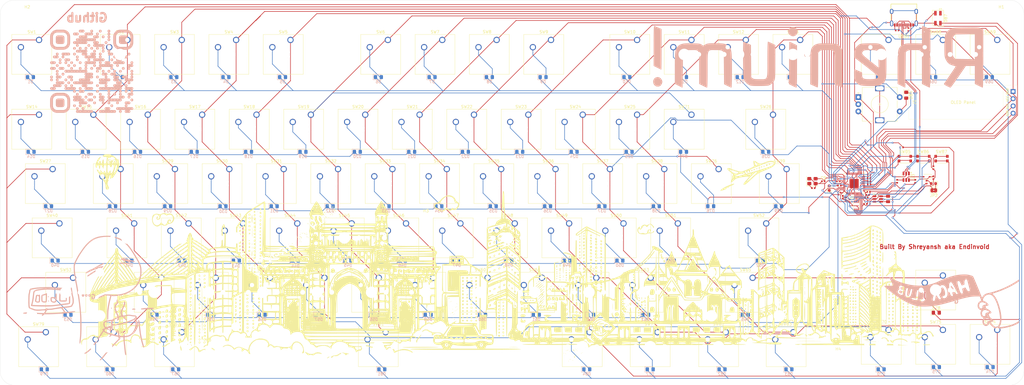
<source format=kicad_pcb>
(kicad_pcb (version 20241229) (generator "pcbnew") (generator_version "9.0")
  (layers (0 "F.Cu" signal) (2 "B.Cu" signal) (13 "F.Paste" user) (15 "B.Paste" user) (5 "F.SilkS" user "F.Silkscreen") (7 "B.SilkS" user "B.Silkscreen") (1 "F.Mask" user) (3 "B.Mask" user) (25 "Edge.Cuts" user))
  (net 0 "")
  (net 1 "COL_10")
  (net 2 "ROW_1")
  (net 3 "ROW_3")
  (net 4 "COL_1")
  (net 5 "ROW_4")
  (net 6 "ROW_2")
  (net 7 "ROW5")
  (net 8 "ROW_6")
  (net 9 "COL_3")
  (net 10 "Net-(D1-A)")
  (net 11 "Net-(D2-A)")
  (net 12 "Net-(D3-A)")
  (net 13 "Net-(D4-A)")
  (net 14 "Net-(D5-A)")
  (net 15 "Net-(D6-A)")
  (net 16 "Net-(D7-A)")
  (net 17 "Net-(D8-A)")
  (net 18 "Net-(D9-A)")
  (net 19 "Net-(D10-A)")
  (net 20 "Net-(D11-A)")
  (net 21 "Net-(D12-A)")
  (net 22 "Net-(D13-A)")
  (net 23 "Net-(D14-A)")
  (net 24 "Net-(D15-A)")
  (net 25 "Net-(D16-A)")
  (net 26 "Net-(D17-A)")
  (net 27 "Net-(D18-A)")
  (net 28 "Net-(D19-A)")
  (net 29 "Net-(D20-A)")
  (net 30 "Net-(D21-A)")
  (net 31 "Net-(D22-A)")
  (net 32 "Net-(D23-A)")
  (net 33 "Net-(D24-A)")
  (net 34 "Net-(D25-A)")
  (net 35 "Net-(D26-A)")
  (net 36 "Net-(D27-A)")
  (net 37 "Net-(D28-A)")
  (net 38 "Net-(D29-A)")
  (net 39 "Net-(D30-A)")
  (net 40 "Net-(D31-A)")
  (net 41 "Net-(D32-A)")
  (net 42 "Net-(D33-A)")
  (net 43 "Net-(D34-A)")
  (net 44 "Net-(D35-A)")
  (net 45 "Net-(D36-A)")
  (net 46 "Net-(D37-A)")
  (net 47 "Net-(D38-A)")
  (net 48 "Net-(D39-A)")
  (net 49 "Net-(D40-A)")
  (net 50 "Net-(D41-A)")
  (net 51 "Net-(D42-A)")
  (net 52 "Net-(D43-A)")
  (net 53 "Net-(D44-A)")
  (net 54 "Net-(D45-A)")
  (net 55 "Net-(D46-A)")
  (net 56 "Net-(D47-A)")
  (net 57 "Net-(D48-A)")
  (net 58 "Net-(D49-A)")
  (net 59 "Net-(D50-A)")
  (net 60 "Net-(D51-A)")
  (net 61 "Net-(D52-A)")
  (net 62 "Net-(D53-A)")
  (net 63 "Net-(D54-A)")
  (net 64 "Net-(D55-A)")
  (net 65 "Net-(D56-A)")
  (net 66 "Net-(D57-A)")
  (net 67 "Net-(D58-A)")
  (net 68 "Net-(D59-A)")
  (net 69 "Net-(D60-A)")
  (net 70 "Net-(D61-A)")
  (net 71 "Net-(D62-A)")
  (net 72 "Net-(D63-A)")
  (net 73 "Net-(D64-A)")
  (net 74 "Net-(D65-A)")
  (net 75 "Net-(D66-A)")
  (net 76 "Net-(D67-A)")
  (net 77 "Net-(D68-A)")
  (net 78 "Net-(D69-A)")
  (net 79 "Net-(D70-A)")
  (net 80 "Net-(D71-A)")
  (net 81 "Net-(D74-A)")
  (net 82 "Net-(D75-A)")
  (net 83 "Net-(D76-A)")
  (net 84 "Net-(D77-A)")
  (net 85 "Net-(D78-A)")
  (net 86 "Net-(D79-A)")
  (net 87 "Net-(D80-A)")
  (net 88 "Net-(D81-A)")
  (net 89 "Net-(D82-A)")
  (net 90 "Net-(D83-A)")
  (net 91 "Net-(D84-A)")
  (net 92 "COL_4")
  (net 93 "COL_7")
  (net 94 "COL_9")
  (net 95 "COL_2")
  (net 96 "COL_6")
  (net 97 "ROW_7")
  (net 98 "COL_8")
  (net 99 "COL_11")
  (net 100 "COL_12")
  (net 101 "COL_5")
  (net 102 "RS_2")
  (net 103 "RS_1")
  (net 104 "COL_13")
  (net 105 "3V3")
  (net 106 "GND")
  (net 107 "XIN")
  (net 108 "Net-(C10-Pad1)")
  (net 109 "1V1")
  (net 110 "Net-(U4-C-)")
  (net 111 "Net-(U4-C+)")
  (net 112 "VSYS")
  (net 113 "VBUS")
  (net 114 "Net-(D86-K)")
  (net 115 "Net-(D86-A)")
  (net 116 "Net-(D88-A)")
  (net 117 "SPI_CS")
  (net 118 "Net-(R2-Pad1)")
  (net 119 "Net-(R3-Pad1)")
  (net 120 "Net-(R4-Pad1)")
  (net 121 "XOUT")
  (net 122 "25")
  (net 123 "RUN")
  (net 124 "SPI_CLK")
  (net 125 "SPI_SD0")
  (net 126 "SWD")
  (net 127 "23")
  (net 128 "SPI_SD3")
  (net 129 "SPI_SD2")
  (net 130 "SWCLK")
  (net 131 "24")
  (net 132 "SPI_SD1")
  (net 137 "gp2")
  (net 138 "gp3")
  (net 139 "USB_DP_CLEAN")
  (net 140 "USB_DM_CLEAN")
  (net 141 "Net-(USB1-CC1)")
  (net 142 "Net-(USB1-CC2)")
  (net 143 "USB_D_P")
  (net 144 "USB_D_N")
  (footprint "Button_Switch_Keyboard:SW_Cherry_MX_1.00u_PCB" (layer "F.Cu") (at 189.865 98.90125)
    (property "Reference" "SW35")
    (property "Value" "SW_Push")
  )
  (footprint "Button_Switch_Keyboard:SW_Cherry_MX_1.00u_PCB" (layer "F.Cu") (at 27.94 79.85125)
    (property "Reference" "SW14")
    (property "Value" "SW_Push")
  )
  (footprint "Button_Switch_Keyboard:SW_Cherry_MX_1.00u_PCB" (layer "F.Cu") (at 99.3775 117.95125)
    (property "Reference" "SW43")
    (property "Value" "SW_Push")
  )
  (footprint "MountingHole:MountingHole_2.2mm_M2" (layer "F.Cu") (at 87.3125 161.925)
    (property "Reference" "H5")
    (property "Value" "MountingHole")
  )
  (footprint "Capacitor_SMD:C_0402_1005Metric" (layer "F.Cu") (at 318.74375 102.04375)
    (property "Reference" "C7" (hide yes))
    (property "Value" "1uF" (hide yes))
  )
  (footprint "Capacitor_SMD:C_0402_1005Metric" (layer "F.Cu") (at 299.24375 105.56875)
    (property "Reference" "C10" (hide yes))
    (property "Value" "22pF" (hide yes))
  )
  (footprint "Button_Switch_Keyboard:SW_Cherry_MX_1.00u_PCB" (layer "F.Cu") (at 185.1025 137.00125)
    (property "Reference" "SW60")
    (property "Value" "SW_Push")
  )
  (footprint "Button_Switch_Keyboard:SW_Cherry_MX_2.25u_PCB" (layer "F.Cu") (at 39.84625 137.00125)
    (property "Reference" "SW53")
    (property "Value" "SW_Push")
  )
  (footprint "Button_Switch_Keyboard:SW_Cherry_MX_1.25u_PCB" (layer "F.Cu") (at 54.13375 156.05125)
    (property "Reference" "SW80")
    (property "Value" "SW_Push")
  )
  (footprint "Button_Switch_Keyboard:SW_Cherry_MX_2.25u_PCB" (layer "F.Cu") (at 282.73375 117.95125)
    (property "Reference" "SW52")
    (property "Value" "SW_PUSH")
  )
  (footprint "Button_Switch_Keyboard:SW_Cherry_MX_1.00u_PCB" (layer "F.Cu") (at 344.6375 53.66625)
    (property "Reference" "SW68")
    (property "Value" "SW_Push")
  )
  (footprint "Button_Switch_Keyboard:SW_Cherry_MX_1.25u_PCB" (layer "F.Cu") (at 77.94625 156.05125)
    (property "Reference" "SW67")
    (property "Value" "SW_Push")
  )
  (footprint "Button_Switch_Keyboard:SW_Cherry_MX_1.00u_PCB" (layer "F.Cu") (at 194.6275 117.95125)
    (property "Reference" "SW48")
    (property "Value" "SW_Push")
  )
  (footprint "Button_Switch_Keyboard:SW_Cherry_MX_1.00u_PCB" (layer "F.Cu") (at 169.2275 53.6575)
    (property "Reference" "SW7")
    (property "Value" "SW_Push")
  )
  (footprint "Button_Switch_Keyboard:SW_Cherry_MX_1.00u_PCB" (layer "F.Cu") (at 242.2525 137.00125)
    (property "Reference" "SW63")
    (property "Value" "SW_Push")
  )
  (footprint "Button_Switch_Keyboard:SW_Cherry_MX_1.50u_PCB" (layer "F.Cu") (at 32.7025 98.90125)
    (property "Reference" "SW27")
    (property "Value" "SW_Push")
  )
  (footprint "LED_SMD:LED_SK6812MINI_PLCC4_3.5x3.5mm_P1.75mm" (layer "F.Cu") (at 342.9 46.0375 -90)
    (property "Reference" "D87")
    (property "Value" "LED_COND")
  )
  (footprint "Button_Switch_Keyboard:SW_Cherry_MX_1.50u_PCB" (layer "F.Cu") (at 289.8775 98.90125)
    (property "Reference" "SW39")
    (property "Value" "SW_Push")
  )
  (footprint "Resistor_SMD:R_0402_1005Metric" (layer "F.Cu") (at 338.93125 103.47125 90)
    (property "Reference" "R8" (hide yes))
    (property "Value" "470R" (hide yes))
  )
  (footprint "Button_Switch_Keyboard:SW_Cherry_MX_1.00u_PCB" (layer "F.Cu") (at 75.565 98.90125)
    (property "Reference" "SW29")
    (property "Value" "SW_Push")
  )
  (footprint "Button_Switch_Keyboard:SW_Cherry_MX_1.00u_PCB" (layer "F.Cu") (at 108.9025 137.00125)
    (property "Reference" "SW56")
    (property "Value" "SW_Push")
  )
  (footprint "Button_Switch_Keyboard:SW_Cherry_MX_1.00u_PCB" (layer "F.Cu") (at 237.49 79.85125)
    (property "Reference" "SW25")
    (property "Value" "SW_Push")
  )
  (footprint "Button_Switch_Keyboard:SW_Cherry_MX_1.00u_PCB" (layer "F.Cu") (at 132.715 98.90125)
    (property "Reference" "SW32")
    (property "Value" "SW_Push")
  )
  (footprint "Resistor_SMD:R_0402_1005Metric" (layer "F.Cu") (at 308.385 104.675 180)
    (property "Reference" "R9" (hide yes))
    (property "Value" "330R" (hide yes))
  )
  (footprint "Button_Switch_Keyboard:SW_Cherry_MX_1.00u_PCB" (layer "F.Cu") (at 227.965 98.90125)
    (property "Reference" "SW37")
    (property "Value" "SW_Push")
  )
  (footprint "Button_Switch_Keyboard:SW_Cherry_MX_1.00u_PCB" (layer "F.Cu") (at 275.59 53.6575)
    (property "Reference" "SW12")
    (property "Value" "SW_Push")
  )
  (footprint "Button_Switch_Keyboard:SW_Cherry_MX_1.00u_PCB" (layer "F.Cu") (at 232.7275 117.95125)
    (property "Reference" "SW50")
    (property "Value" "SW_Push")
  )
  (footprint "Package_SON:Winbond_USON-8-1EP_3x2mm_P0.5mm_EP0.2x1.6mm" (layer "F.Cu") (at 314.36875 111.75625 90)
    (property "Reference" "U2" (hide yes))
    (property "Value" "W25Q16JVUXIQ" (hide yes))
  )
  (footprint "Button_Switch_Keyboard:SW_Cherry_MX_1.25u_PCB" (layer "F.Cu") (at 244.63375 156.05125)
    (property "Reference" "SW77")
    (property "Value" "SW_Push")
  )
  (footprint "MountingHole:MountingHole_2.2mm_M2" (layer "F.Cu") (at 307.975 165.1)
    (property "Reference" "H4")
    (property "Value" "MountingHole")
  )
  (footprint "Button_Switch_Keyboard:SW_Cherry_MX_1.00u_PCB" (layer "F.Cu") (at 123.19 79.85125)
    (property "Reference" "SW19")
    (property "Value" "SW_Push")
  )
  (footprint "Button_Switch_Keyboard:SW_Cherry_MX_1.00u_PCB" (layer "F.Cu") (at 94.615 98.90125)
    (property "Reference" "SW30")
    (property "Value" "SW_Push")
  )
  (footprint "Button_Switch_Keyboard:SW_Cherry_MX_1.00u_PCB" (layer "F.Cu") (at 363.69625 53.6575)
    (property "Reference" "SW69")
    (property "Value" "SW_Push")
  )
  (footprint "Button_Switch_SMD:SW_Push_1P1T_NO_CK_KMR2" (layer "F.Cu") (at 337.80625 95.24375)
    (property "Reference" "SW86")
    (property "Value" "BT_USR")
  )
  (footprint "Button_Switch_Keyboard:SW_Cherry_MX_1.25u_PCB" (layer "F.Cu") (at 268.591844 156.05125)
    (property "Reference" "SW82")
    (property "Value" "SW_Push")
  )
  (footprint "Button_Switch_Keyboard:SW_Cherry_MX_1.00u_PCB" (layer "F.Cu") (at 325.59625 155.2575)
    (property "Reference" "SW70")
    (property "Value" "SW_Push")
  )
  (footprint "Button_Switch_Keyboard:SW_Cherry_MX_1.00u_PCB" (layer "F.Cu") (at 142.24 79.85125)
    (property "Reference" "SW20")
    (property "Value" "SW_Push")
  )
  (footprint "Diode_SMD:D_0805_2012Metric_Pad1.15x1.40mm_HandSolder" (layer "F.Cu") (at 342.3375 149.225)
    (property "Reference" "D78")
    (property "Value" "D")
  )
  (footprint "Resistor_SMD:R_0402_1005Metric" (layer "F.Cu") (at 341.3125 98.425 -90)
    (property "Reference" "R2" (hide yes))
    (property "Value" "1K" (hide yes))
  )
  (footprint "Capacitor_SMD:C_0402_1005Metric" (layer "F.Cu") (at 308.429339 107.495661 -135)
    (property "Reference" "C2" (hide yes))
    (property "Value" "100nF" (hide yes))
  )
  (footprint "Button_Switch_Keyboard:SW_Cherry_MX_1.00u_PCB" (layer "F.Cu") (at 61.2775 117.95125)
    (property "Reference" "SW41")
    (property "Value" "SW_Push")
  )
  (footprint "Capacitor_SMD:C_0402_1005Metric" (layer "F.Cu") (at 318.7875 100.80625 180)
    (property "Reference" "C15" (hide yes))
    (property "Value" "10uF" (hide yes))
  )
  (footprint "Resistor_SMD:R_0402_1005Metric" (layer "F.Cu") (at 328.6125 103.1875 -90)
    (property "Reference" "R3" (hide yes))
    (property "Value" "27R" (hide yes))
  )
  (footprint "Diode_SMD:D_0805_2012Metric_Pad1.15x1.40mm_HandSolder" (layer "F.Cu") (at 331.7875 73.025 -90)
    (property "Reference" "D84")
    (property "Value" "D")
  )
  (footprint "Button_Switch_Keyboard:SW_Cherry_MX_1.00u_PCB" (layer "F.Cu") (at 137.4775 117.95125)
    (property "Reference" "SW45")
    (property "Value" "SW_Push")
  )
  (footprint "Button_Switch_Keyboard:SW_Cherry_MX_1.00u_PCB" (layer "F.Cu") (at 118.4275 117.95125)
    (property "Reference" "SW44")
    (property "Value" "SW_Push")
  )
  (footprint "Button_Switch_Keyboard:SW_Cherry_MX_1.00u_PCB" (layer "F.Cu") (at 58.89625 53.6575)
    (property "Reference" "SW2")
    (property "Value" "SW_Push")
  )
  (footprint "Button_Switch_Keyboard:SW_Cherry_MX_1.00u_PCB" (layer "F.Cu") (at 266.065 98.90125)
    (property "Reference" "SW76")
    (property "Value" "SW_Push")
  )
  (footprint "Jumper:SolderJumper-2_P1.3mm_Bridged2Bar_RoundedPad1.0x1.5mm" (layer "F.Cu") (at 341.45625 106.3625 180)
    (property "Reference" "JP2")
    (property "Value" "Jumper_2_Bridged" (hide yes))
  )
  (footprint "LED_SMD:LED_0603_1608Metric" (layer "F.Cu") (at 341.3125 103.98125 180)
    (property "Reference" "D86" (hide yes))
    (property "Value" "LED_PWR" (hide yes))
  )
  (footprint "Button_Switch_Keyboard:SW_Cherry_MX_1.00u_PCB" (layer "F.Cu") (at 207.3275 53.6575)
    (property "Reference" "SW9")
    (property "Value" "SW_Push")
  )
  (footprint "Button_Switch_Keyboard:SW_Cherry_MX_6.25u_PCB" (layer "F.Cu") (at 149.38375 156.05125)
    (property "Reference" "SW81")
    (property "Value" "SW_Push")
  )
  (footprint "Button_Switch_Keyboard:SW_Cherry_MX_1.00u_PCB" (layer "F.Cu") (at 27.94 53.6575)
    (property "Reference" "SW1")
    (property "Value" "ESC")
  )
  (footprint "OLED:SSD1306-0.91-OLED-4pin-128x32" (layer "F.Cu") (at 332.74625 69.52125)
    (property "Reference" "J1")
    (property "Value" "Conn_01x04_Pin" (hide yes))
  )
  (footprint "Button_Switch_Keyboard:SW_Cherry_MX_1.00u_PCB" (layer "F.Cu") (at 213.6775 117.95125)
    (property "Reference" "SW49")
    (property "Value" "SW_Push")
  )
  (footprint "Button_Switch_Keyboard:SW_Cherry_MX_1.00u_PCB" (layer "F.Cu") (at 85.09 79.85125)
    (property "Reference" "SW17")
    (property "Value" "SW_Push")
  )
  (footprint "LOGO" (layer "F.Cu") (at 189.904598 122.990774)
    (property "Reference" "G***")
    (property "Value" "LOGO" (hide yes))
  )
  (footprint "Package_TO_SOT_SMD:SOT-23-6" (layer "F.Cu") (at 321.8125 109.38125)
    (property "Reference" "U4" (hide yes))
    (property "Value" "ME2135A33M6G" (hide yes))
  )
  (footprint "Button_Switch_Keyboard:SW_Cherry_MX_1.00u_PCB" (layer "F.Cu") (at 127.9525 137.00125)
    (property "Reference" "SW57")
    (property "Value" "SW_Push")
  )
  (footprint "Capacitor_SMD:C_0402_1005Metric" (layer "F.Cu") (at 341.3125 101.91375 -90)
    (property "Reference" "C16" (hide yes))
    (property "Value" "10uF" (hide yes))
  )
  (footprint "Diode_SMD:D_SOD-323" (layer "F.Cu") (at 338.93125 101.6 180)
    (property "Reference" "D85" (hide yes))
    (property "Value" "1N5819WS" (hide yes))
  )
  (footprint "Button_Switch_SMD:SW_Push_1P1T_NO_CK_KMR2" (layer "F.Cu") (at 344.15625 95.24375)
    (property "Reference" "SW87")
    (property "Value" "BOOT")
  )
  (footprint "Button_Switch_Keyboard:SW_Cherry_MX_1.00u_PCB" (layer "F.Cu") (at 294.64 53.6575)
    (property "Reference" "SW13")
    (property "Value" "SW_Push")
  )
  (footprint "Capacitor_SMD:C_0402_1005Metric" (layer "F.Cu") (at 307.975 103.1875 180)
    (property "Reference" "C4" (hide yes))
    (property "Value" "100nF" (hide yes))
  )
  (footprint "Resistor_SMD:R_0402_1005Metric" (layer "F.Cu") (at 332.58125 50.00625 -90)
    (property "Reference" "R5" (hide yes))
    (property "Value" "5K1" (hide yes))
  )
  (footprint "Capacitor_SMD:C_0402_1005Metric" (layer "F.Cu") (at 310.59625 109.3075 -90)
    (property "Reference" "C11" (hide yes))
    (property "Value" "1uF" (hide yes))
  )
  (footprint "Button_Switch_Keyboard:SW_Cherry_MX_2.75u_PCB" (layer "F.Cu") (at 277.97125 137.00125)
    (property "Reference" "SW65")
    (property "Value" "SW_Push")
  )
  (footprint "Button_Switch_Keyboard:SW_Cherry_MX_1.00u_PCB" (layer "F.Cu") (at 161.29 79.85125)
    (property "Reference" "SW21")
    (property "Value" "SW_Push")
  )
  (footprint "Button_Switch_Keyboard:SW_Cherry_MX_1.00u_PCB" (layer "F.Cu") (at 218.44 79.85125)
    (property "Reference" "SW24")
    (property "Value" "SW_Push")
  )
  (footprint "Button_Switch_Keyboard:SW_Cherry_MX_1.00u_PCB" (layer "F.Cu") (at 116.04625 53.6575)
    (property "Reference" "SW5")
    (property "Value" "SW_Push")
  )
  (footprint "Button_Switch_Keyboard:SW_Cherry_MX_1.00u_PCB" (layer "F.Cu") (at 89.8525 137.00125)
    (property "Reference" "SW55")
    (property "Value" "SW_Push")
  )
  (footprint "Capacitor_SMD:C_0402_1005Metric" (layer "F.Cu") (at 318.29375 107.95)
    (property "Reference" "C1" (hide yes))
    (property "Value" "100nF" (hide yes))
  )
  (footprint "LED_SMD:LED_0603_1608Metric" (layer "F.Cu") (at 304.8 105.56875 90)
    (property "Reference" "D88" (hide yes))
    (property "Value" "LED_USR" (hide yes))
  )
  (footprint "Button_Switch_Keyboard:SW_Cherry_MX_1.00u_PCB" (layer "F.Cu") (at 344.64625 155.2575)
    (property "Reference" "SW75")
    (property "Value" "SW_Push")
  )
  (footprint "Resistor_SMD:R_0402_1005Metric" (layer "F.Cu") (at 330.2 91.28125)
    (property "Reference" "R10" (hide yes))
    (property "Value" "1K")
  )
  (footprint "MountingHole:MountingHole_2.2mm_M2" (layer "F.Cu") (at 23.8125 45.24375)
    (property "Reference" "H2")
    (property "Value" "MountingHole")
  )
  (footprint "Button_Switch_Keyboard:SW_Cherry_MX_1.00u_PCB" (layer "F.Cu") (at 156.5275 117.95125)
    (property "Reference" "SW46")
    (property "Value" "SW_Push")
  )
  (footprint "Package_TO_SOT_SMD:SOT-23-6" (layer "F.Cu") (at 331.7875 101.6 -90)
    (property "Reference" "U3")
    (property "Value" "USBLC6-2SC6" (hide yes))
  )
  (footprint "Resistor_SMD:R_0402_1005Metric" (layer "F.Cu") (at 328.6125 50.29 180)
    (property "Reference" "R6" (hide yes))
    (property "Value" "5K1" (hide yes))
  )
  (footprint "Capacitor_SMD:C_0805_2012Metric" (layer "F.Cu") (at 325.4375 109.38125 90)
    (property "Reference" "C12" (hide yes))
    (property "Value" "10uF" (hide yes))
  )
  (footprint "Button_Switch_Keyboard:SW_Cherry_MX_1.00u_PCB" (layer "F.Cu") (at 251.7775 117.95125)
    (property "Reference" "SW51")
    (property "Value" "SW_Push")
  )
  (footprint "Button_Switch_Keyboard:SW_Cherry_MX_1.00u_PCB" (layer "F.Cu") (at 104.14 79.85125)
    (property "Reference" "SW18")
    (property "Value" "SW_Push")
  )
  (footprint "Button_Switch_Keyboard:SW_Cherry_MX_1.25u_PCB" (layer "F.Cu") (at 220.82125 156.05125)
    (property "Reference" "SW64")
    (property "Value" "SW_Push")
  )
  (footprint "Button_Switch_Keyboard:SW_Cherry_MX_1.00u_PCB" (layer "F.Cu") (at 80.3275 117.95125)
    (property "Reference" "SW42")
    (property "Value" "SW_Push")
  )
  (footprint "Button_Switch_Keyboard:SW_Cherry_MX_1.75u_PCB" (layer "F.Cu") (at 35.08375 117.95125)
    (property "Reference" "SW40")
    (property "Value" "SW_Push")
  )
  (footprint "Button_Switch_Keyboard:SW_Cherry_MX_1.00u_PCB" (layer "F.Cu") (at 147.0025 137.00125)
    (property "Reference" "SW58")
    (property "Value" "SW_Push")
  )
  (footprint "Button_Switch_SMD:SW_Push_1P1T_NO_CK_KMR2" (layer "F.Cu") (at 331.325 95.24375)
    (property "Reference" "SW85")
    (property "Value" "BT_RST")
  )
  (footprint "MountingHole:MountingHole_2.2mm_M2" (layer "F.Cu") (at 365.125 45.24375)
    (property "Reference" "H1")
    (property "Value" "MountingHole")
  )
  (footprint "Rotary_Encoder:RotaryEncoder_Alps_EC11E-Switch_Vertical_H20mm" (layer "F.Cu") (at 315.0125 73.7)
    (property "Reference" "SW84")
    (property "Value" "RotaryEncoder_Switch" (hide yes))
  )
  (footprint "Button_Switch_Keyboard:SW_Cherry_MX_1.00u_PCB" (layer "F.Cu") (at 56.515 98.90125)
    (property "Reference" "SW28")
    (property "Value" "SW_Push")
  )
  (footprint "Capacitor_SMD:C_0402_1005Metric" (layer "F.Cu") (at 309.5625 108.74375 -90)
    (property "Reference" "C13" (hide yes))
    (property "Value" "100nF" (hide yes))
  )
  (footprint "Button_Switch_Keyboard:SW_Cherry_MX_1.00u_PCB" (layer "F.Cu") (at 223.2025 137.00125)
    (property "Reference" "SW62")
    (property "Value" "SW_Push")
  )
  (footprint "Capacitor_SMD:C_0402_1005Metric" (layer "F.Cu") (at 302.7325 103.1875)
    (property "Reference" "C9")
    (property "Value" "22pF")
  )
  (footprint "Button_Switch_Keyboard:SW_Cherry_MX_1.00u_PCB" (layer "F.Cu") (at 46.99 79.85125)
    (property "Reference" "SW15")
    (property "Value" "SW_Push")
  )
  (footprint "Button_Switch_Keyboard:SW_Cherry_MX_1.00u_PCB" (layer "F.Cu") (at 204.1525 137.00125)
    (property "Reference" "SW61")
    (property "Value" "SW_Push")
  )
  (footprint "Capacitor_SMD:C_0402_1005Metric" (layer "F.Cu") (at 311.94375 110.0175 -90)
    (property "Reference" "C14" (hide yes))
    (property "Value" "100nF" (hide yes))
  )
  (footprint "Button_Switch_Keyboard:SW_Cherry_MX_1.00u_PCB" (layer "F.Cu") (at 344.64625 136.2075)
    (property "Reference" "SW78" (hide yes))
    (property "Value" "SW_Push")
  )
  (footprint "Button_Switch_Keyboard:SW_Cherry_MX_1.00u_PCB" (layer "F.Cu") (at 180.34 79.85125)
    (property "Reference" "SW22")
    (property "Value" "SW_Push")
  )
  (footprint "Capacitor_SMD:C_0402_1005Metric" (layer "F.Cu") (at 317.81375 108.99375)
    (property "Reference" "C5" (hide yes))
    (property "Value" "100nF" (hide yes))
  )
  (footprint "Button_Switch_Keyboard:SW_Cherry_MX_1.00u_PCB" (layer "F.Cu") (at 175.5775 117.95125)
    (property "Reference" "SW47")
    (property "Value" "SW_Push")
  )
  (footprint "Button_Switch_Keyboard:SW_Cherry_MX_1.00u_PCB" (layer "F.Cu") (at 150.1775 53.6575)
    (property "Reference" "SW6")
    (property "Value" "SW_Push")
  )
  (footprint "Resistor_SMD:R_0402_1005Metric" (layer "F.Cu") (at 317.5 111.125 180)
    (property "Reference" "R1" (hide yes))
    (property "Value" "10K" (hide yes))
  )
  (footprint "Button_Switch_Keyboard:SW_Cherry_MX_1.00u_PCB" (layer "F.Cu") (at 237.49 53.6575)
    (property "Reference" "SW10")
    (property "Value" "SW_Push")
  )
  (footprint "Button_Switch_Keyboard:SW_Cherry_MX_1.00u_PCB" (layer "F.Cu") (at 66.04 79.85125)
    (property "Reference" "SW16")
    (property "Value" "SW_Push")
  )
  (footprint "Button_Switch_Keyboard:SW_Cherry_MX_1.00u_PCB" (layer "F.Cu") (at 96.99625 53.6575)
    (property "Reference" "SW4")
    (property "Value" "SW_Push")
  )
  (footprint "Button_Switch_Keyboard:SW_Cherry_MX_1.25u_PCB" (layer "F.Cu") (at 292.25875 156.05125)
    (property "Reference" "SW83")
    (property "Value" "SW_Push")
  )
  (footprint "Button_Switch_Keyboard:SW_Cherry_MX_1.00u_PCB" (layer "F.Cu") (at 363.69625 155.2575)
    (property "Reference" "SW74")
    (property "Value" "SW_Push")
  )
  (footprint "Button_Switch_Keyboard:SW_Cherry_MX_1.25u_PCB" (layer "F.Cu") (at 30.32125 156.05125)
    (property "Reference" "SW79")
    (property "Value" "SW_Push")
  )
  (footprint "Button_Switch_Keyboard:SW_Cherry_MX_1.00u_PCB" (layer "F.Cu") (at 325.59625 53.6575)
    (property "Reference" "SW66" (hide yes))
    (property "Value" "SW_Push")
  )
  (footprint "Button_Switch_Keyboard:SW_Cherry_MX_1.00u_PCB" (layer "F.Cu") (at 170.815 98.90125)
    (property "Reference" "SW34")
    (property "Value" "SW_Push")
  )
  (footprint "Button_Switch_Keyboard:SW_Cherry_MX_1.00u_PCB" (layer "F.Cu") (at 77.94625 53.6575)
    (property "Reference" "SW3")
    (property "Value" "SW_Push")
  )
  (footprint "MountingHole:MountingHole_2.2mm_M2" (layer "F.Cu") (at 163.5125 116.68125)
    (property "Reference" "H3")
    (property "Value" "MountingHole")
  )
  (footprint "Capacitor_SMD:C_0402_1005Metric" (layer "F.Cu") (at 318.79375 104.28125)
    (property "Reference" "C8" (hide yes))
    (property "Value" "100nF" (hide yes))
  )
  (footprint "Crystal:Crystal_SMD_3225-4Pin_3.2x2.5mm" (layer "F.Cu") (at 298.9375 103.13125)
    (property "Reference" "X1" (hide yes))
    (property "Value" "X322512MSB4SI" (hide yes))
  )
  (footprint "Package_DFN_QFN:QFN-56-1EP_7x7mm_P0.4mm_EP3.2x3.2mm" (layer "F.Cu") (at 313.53125 103.98125 180)
    (property "Reference" "U1")
    (property "Value" "RP2040")
  )
  (footprint "Capacitor_SMD:C_0402_1005Metric" (layer "F.Cu") (at 318.77375 103.1875)
    (property "Reference" "C6" (hide yes))
    (property "Value" "100nF" (hide yes))
  )
  (footprint "Resistor_SMD:R_0402_1005Metric" (layer "F.Cu") (at 334.9625 103.1875 -90)
    (property "Reference" "R4" (hide yes))
    (property "Value" "27R" (hide yes))
  )
  (footprint "Button_Switch_Keyboard:SW_Cherry_MX_1.00u_PCB" (layer "F.Cu") (at 151.765 98.90125)
    (property "Reference" "SW33")
    (property "Value" "SW_Push")
  )
  (footprint "Button_Switch_Keyboard:SW_Cherry_MX_1.00u_PCB" (layer "F.Cu") (at 256.54 53.6575)
    (property "Reference" "SW11")
    (property "Value" "SW_Push")
  )
  (footprint "Button_Switch_Keyboard:SW_Cherry_MX_1.00u_PCB" (layer "F.Cu") (at 256.54 79.85125)
    (property "Reference" "SW71")
    (property "Value" "SW_Push")
  )
  (footprint "Button_Switch_Keyboard:SW_Cherry_MX_1.00u_PCB" (layer "F.Cu") (at 247.015 98.90125)
    (property "Reference" "SW38")
    (property "Value" "SW_Push")
  )
  (footprint "Button_Switch_Keyboard:SW_Cherry_MX_1.00u_PCB" (layer "F.Cu") (at 199.39 79.85125)
    (property "Reference" "SW23")
    (property "Value" "SW_Push")
  )
  (footprint "Button_Switch_Keyboard:SW_Cherry_MX_1.00u_PCB" (layer "F.Cu") (at 70.8025 137.00125)
    (property "Reference" "SW54")
    (property "Value" "SW_Push")
  )
  (footprint "Button_Switch_Keyboard:SW_Cherry_MX_1.00u_PCB" (layer "F.Cu") (at 188.2775 53.6575)
    (property "Reference" "SW8")
    (property "Value" "SW_Push")
  )
  (footprint "Button_Switch_Keyboard:SW_Cherry_MX_2.00u_PCB" (layer "F.Cu") (at 285.115 79.85125)
    (property "Reference" "SW26")
    (property "Value" "SW_Push")
  )
  (footprint "Capacitor_SMD:C_0402_1005Metric" (layer "F.Cu") (at 318.6075 106.8625)
    (property "Reference" "C3" (hide yes))
    (property "Value" "100nF" (hide yes))
  )
  (footprint "Button_Switch_Keyboard:SW_Cherry_MX_1.00u_PCB" (layer "F.Cu") (at 113.665 98.90125)
    (property "Reference" "SW31")
    (property "Value" "SW_Push")
  )
  (footprint "Button_Switch_Keyboard:SW_Cherry_MX_1.00u_PCB" (layer "F.Cu") (at 208.915 98.90125)
    (property "Reference" "SW36")
    (property "Value" "SW_Push")
  )
  (footprint "Button_Switch_Keyboard:SW_Cherry_MX_1.00u_PCB" (layer "F.Cu") (at 166.0525 137.00125)
    (property "Reference" "SW59")
    (property "Value" "SW_Push")
  )
  (footprint "LCS:USB-C-SMD_TYPE-C-6PIN-2MD-073" (layer "F.Cu") (at 330.99375 46.0375 180)
    (property "Reference" "USB1")
    (property "Value" "TYPE-C 16PIN 2MD(073)" (hide yes))
  )
  (footprint "Diode_SMD:D_0805_2012Metric_Pad1.15x1.40mm_HandSolder" (layer "B.Cu") (at 275.43125 149.95525)
    (property "Reference" "D65")
    (property "Value" "D")
  )
  (footprint "Diode_SMD:D_0805_2012Metric_Pad1.15x1.40mm_HandSolder" (layer "B.Cu") (at 253.76875 92.86875)
    (property "Reference" "D71")
    (property "Value" "D")
  )
  (footprint "Diode_SMD:D_0805_2012Metric_Pad1.15x1.40mm_HandSolder" (layer "B.Cu") (at 125.975 149.95525)
    (property "Reference" "D57")
    (property "Value" "D")
  )
  (footprint "Diode_SMD:D_0805_2012Metric_Pad1.15x1.40mm_HandSolder" (layer "B.Cu") (at 53.74375 111.91875)
    (property "Reference" "D28")
    (property "Value" "D")
  )
  (footprint "Diode_SMD:D_0805_2012Metric_Pad1.15x1.40mm_HandSolder" (layer "B.Cu") (at 59.451786 130.96875)
    (property "Reference" "D41")
    (property "Value" "D")
  )
  (footprint "Diode_SMD:D_0805_2012Metric_Pad1.15x1.40mm_HandSolder" (layer "B.Cu") (at 253.76875 66.675)
    (property "Reference" "D11")
    (property "Value" "D")
  )
  (footprint "Diode_SMD:D_0805_2012Metric_Pad1.15x1.40mm_HandSolder" (layer "B.Cu") (at 33.589286 130.96875)
    (property "Reference" "D40")
    (property "Value" "D")
  )
  (footprint "LOGO" (layer "B.Cu") (at 347.6625 145.25625 180)
    (property "Reference" "G***")
    (property "Value" "LOGO" (hide yes))
  )
  (footprint "Diode_SMD:D_0805_2012Metric_Pad1.15x1.40mm_HandSolder" (layer "B.Cu") (at 75.823156 169.06875)
    (property "Reference" "D67")
    (property "Value" "D")
  )
  (footprint "Diode_SMD:D_0805_2012Metric_Pad1.15x1.40mm_HandSolder" (layer "B.Cu") (at 82.31875 92.86875)
    (property "Reference" "D17")
    (property "Value" "D")
  )
  (footprint "Diode_SMD:D_0805_2012Metric_Pad1.15x1.40mm_HandSolder" (layer "B.Cu") (at 165.6625 66.675)
    (property "Reference" "D7")
    (property "Value" "D")
  )
  (footprint "Diode_SMD:D_0805_2012Metric_Pad1.15x1.40mm_HandSolder" (layer "B.Cu") (at 97.089286 130.96875)
    (property "Reference" "D43")
    (property "Value" "D")
  )
  (footprint "Diode_SMD:D_0805_2012Metric_Pad1.15x1.40mm_HandSolder" (layer "B.Cu") (at 360.925 66.675)
    (property "Reference" "D69")
    (property "Value" "D")
  )
  (footprint "Diode_SMD:D_0805_2012Metric_Pad1.15x1.40mm_HandSolder" (layer "B.Cu") (at 29.785656 169.06875)
    (property "Reference" "D79")
    (property "Value" "D")
  )
  (footprint "Diode_SMD:D_0805_2012Metric_Pad1.15x1.40mm_HandSolder" (layer "B.Cu") (at 290.698156 169.06875)
    (property "Reference" "D83")
    (property "Value" "D")
  )
  (footprint "Diode_SMD:D_0805_2012Metric_Pad1.15x1.40mm_HandSolder" (layer "B.Cu") (at 31.2875 111.91875)
    (property "Reference" "D27")
    (property "Value" "D")
  )
  (footprint "Diode_SMD:D_0805_2012Metric_Pad1.15x1.40mm_HandSolder" (layer "B.Cu") (at 44.21875 92.86875)
    (property "Reference" "D15")
    (property "Value" "D")
  )
  (footprint "Diode_SMD:D_0805_2012Metric_Pad1.15x1.40mm_HandSolder" (layer "B.Cu") (at 52.804406 169.06875)
    (property "Reference" "D80")
    (property "Value" "D")
  )
  (footprint "Diode_SMD:D_0805_2012Metric_Pad1.15x1.40mm_HandSolder" (layer "B.Cu") (at 322.825 66.675)
    (property "Reference" "D66")
    (property "Value" "D")
  )
  (footprint "Diode_SMD:D_0805_2012Metric_Pad1.15x1.40mm_HandSolder" (layer "B.Cu") (at 38.1 149.95525)
    (property "Reference" "D53")
    (property "Value" "D")
  )
  (footprint "Diode_SMD:D_0805_2012Metric_Pad1.15x1.40mm_HandSolder" (layer "B.Cu") (at 139.46875 92.86875)
    (property "Reference" "D20")
    (property "Value" "D")
  )
  (footprint "Diode_SMD:D_0805_2012Metric_Pad1.15x1.40mm_HandSolder" (layer "B.Cu") (at 136.214286 130.96875)
    (property "Reference" "D45")
    (property "Value" "D")
  )
  (footprint "Diode_SMD:D_0805_2012Metric_Pad1.15x1.40mm_HandSolder" (layer "B.Cu") (at 183.35625 149.95525)
    (property "Reference" "D60")
    (property "Value" "D")
  )
  (footprint "Diode_SMD:D_0805_2012Metric_Pad1.15x1.40mm_HandSolder" (layer "B.Cu") (at 78.039286 130.96875)
    (property "Reference" "D42")
    (property "Value" "D")
  )
  (footprint "Diode_SMD:D_0805_2012Metric_Pad1.15x1.40mm_HandSolder" (layer "B.Cu") (at 244.24375 111.91875)
    (property "Reference" "D38")
    (property "Value" "D")
  )
  (footprint "Diode_SMD:D_0805_2012Metric_Pad1.15x1.40mm_HandSolder" (layer "B.Cu") (at 212.976786 130.96875)
    (property "Reference" "D49")
    (property "Value" "D")
  )
  (footprint "Diode_SMD:D_0805_2012Metric_Pad1.15x1.40mm_HandSolder" (layer "B.Cu") (at 56.125 66.675)
    (property "Reference" "D2")
    (property "Value" "D")
  )
  (footprint "Diode_SMD:D_0805_2012Metric_Pad1.15x1.40mm_HandSolder" (layer "B.Cu") (at 164.30625 149.95525)
    (property "Reference" "D59")
    (property "Value" "D")
  )
  (footprint "Diode_SMD:D_0805_2012Metric_Pad1.15x1.40mm_HandSolder" (layer "B.Cu") (at 361.20125 168.275)
    (property "Reference" "D74")
    (property "Value" "D")
  )
  (footprint "Diode_SMD:D_0805_2012Metric_Pad1.15x1.40mm_HandSolder" (layer "B.Cu") (at 204.55625 66.675)
    (property "Reference" "D9")
    (property "Value" "D")
  )
  (footprint "Diode_SMD:D_0805_2012Metric_Pad1.15x1.40mm_HandSolder" (layer "B.Cu") (at 267.2625 169.06875)
    (property "Reference" "D82")
    (property "Value" "D")
  )
  (footprint "Diode_SMD:D_0805_2012Metric_Pad1.15x1.40mm_HandSolder" (layer "B.Cu") (at 231.464286 130.96875)
    (property "Reference" "D50")
    (property "Value" "D")
  )
  (footprint "Diode_SMD:D_0805_2012Metric_Pad1.15x1.40mm_HandSolder" (layer "B.Cu") (at 174.314286 130.96875)
    (property "Reference" "D47")
    (property "Value" "D")
  )
  (footprint "Diode_SMD:D_0805_2012Metric_Pad1.15x1.40mm_HandSolder" (layer "B.Cu") (at 92.40625 111.91875)
    (property "Reference" "D30")
    (property "Value" "D")
  )
  (footprint "Diode_SMD:D_0805_2012Metric_Pad1.15x1.40mm_HandSolder" (layer "B.Cu") (at 149.55625 111.91875)
    (property "Reference" "D33")
    (property "Value" "D")
  )
  (footprint "Diode_SMD:D_0805_2012Metric_Pad1.15x1.40mm_HandSolder" (layer "B.Cu") (at 234.71875 92.86875)
    (property "Reference" "D25")
    (property "Value" "D")
  )
  (footprint "Diode_SMD:D_0805_2012Metric_Pad1.15x1.40mm_HandSolder" (layer "B.Cu") (at 62.475 92.86875)
    (property "Reference" "D16")
    (property "Value" "D")
  )
  (footprint "Diode_SMD:D_0805_2012Metric_Pad1.15x1.40mm_HandSolder" (layer "B.Cu") (at 263.29375 111.91875)
    (property "Reference" "D76")
    (property "Value" "D")
  )
  (footprint "Diode_SMD:D_0805_2012Metric_Pad1.15x1.40mm_HandSolder" (layer "B.Cu") (at 88.10625 149.95525)
    (property "Reference" "D55")
    (property "Value" "D")
  )
  (footprint "Diode_SMD:D_0805_2012Metric_Pad1.15x1.40mm_HandSolder" (layer "B.Cu") (at 196.3875 92.86875)
    (property "Reference" "D23")
    (property "Value" "D")
  )
  (footprint "Diode_SMD:D_0805_2012Metric_Pad1.15x1.40mm_HandSolder" (layer "B.Cu") (at 129.94375 111.91875)
    (property "Reference" "D32")
    (property "Value" "D")
  )
  (footprint "Diode_SMD:D_0805_2012Metric_Pad1.15x1.40mm_HandSolder" (layer "B.Cu") (at 282.575 92.86875)
    (property "Reference" "D26")
    (property "Value" "D")
  )
  (footprint "Diode_SMD:D_0805_2012Metric_Pad1.15x1.40mm_HandSolder" (layer "B.Cu") (at 75.175 66.675)
    (property "Reference" "D3")
    (property "Value" "D")
  )
  (footprint "Diode_SMD:D_0805_2012Metric_Pad1.15x1.40mm_HandSolder" (layer "B.Cu") (at 148.054406 169.06875)
    (property "Reference" "D81")
    (property "Value" "D")
  )
  (footprint "Diode_SMD:D_0805_2012Metric_Pad1.15x1.40mm_HandSolder" (layer "B.Cu") (at 145.25625 149.95525)
    (property "Reference" "D58")
    (property "Value" "D")
  )
  (footprint "Diode_SMD:D_0805_2012Metric_Pad1.15x1.40mm_HandSolder" (layer "B.Cu") (at 323.010656 169.06875)
    (property "Reference" "D70")
    (property "Value" "D")
  )
  (footprint "Diode_SMD:D_0805_2012Metric_Pad1.15x1.40mm_HandSolder" (layer "B.Cu") (at 342.3825 168.275)
    (property "Reference" "D75")
    (property "Value" "D")
  )
  (footprint "Diode_SMD:D_0805_2012Metric_Pad1.15x1.40mm_HandSolder" (layer "B.Cu") (at 187.09375 111.91875)
    (property "Reference" "D35")
    (property "Value" "D")
  )
  (footprint "Diode_SMD:D_0805_2012Metric_Pad1.15x1.40mm_HandSolder" (layer "B.Cu") (at 233.925 66.675)
    (property "Reference" "D10")
    (property "Value" "D")
  )
  (footprint "Diode_SMD:D_0805_2012Metric_Pad1.15x1.40mm_HandSolder" (layer "B.Cu") (at 273.6125 66.675)
    (property "Reference" "D12")
    (property "Value" "D")
  )
  (footprint "Diode_SMD:D_0805_2012Metric_Pad1.15x1.40mm_HandSolder" (layer "B.Cu") (at 110.33125 111.91875)
    (property "Reference" "D31")
    (property "Value" "D")
  )
  (footprint "Diode_SMD:D_0805_2012Metric_Pad1.15x1.40mm_HandSolder" (layer "B.Cu") (at 192.570536 130.96875)
    (property "Reference" "D48")
    (property "Value" "D")
  )
  (footprint "Diode_SMD:D_0805_2012Metric_Pad1.15x1.40mm_HandSolder" (layer "B.Cu") (at 25.16875 92.86875)
    (property "Reference" "D14")
    (property "Value" "D")
  )
  (footprint "Diode_SMD:D_0805_2012Metric_Pad1.15x1.40mm_HandSolder" (layer "B.Cu") (at 113.275 66.675)
    (property "Reference" "D5")
    (property "Value" "D")
  )
  (footprint "LOGO" (layer "B.Cu") (at 45.24375 143.66875 180)
    (property "Reference" "G***")
    (property "Value" "LOGO" (hide yes))
  )
  (footprint "Diode_SMD:D_0805_2012Metric_Pad1.15x1.40mm_HandSolder" (layer "B.Cu") (at 341.08125 66.675)
    (property "Reference" "D68")
    (property "Value" "D")
  )
  (footprint "Diode_SMD:D_0805_2012Metric_Pad1.15x1.40mm_HandSolder" (layer "B.Cu") (at 215.4375 92.86875)
    (property "Reference" "D24")
    (property "Value" "D")
  )
  (footprint "Diode_SMD:D_0805_2012Metric_Pad1.15x1.40mm_HandSolder" (layer "B.Cu") (at 93.43125 66.675)
    (property "Reference" "D4")
    (property "Value" "D")
  )
  (footprint "LOGO" (layer "B.Cu") (at 298.45 59.53125 180)
    (property "Reference" "G***")
    (property "Value" "LOGO" (hide yes))
  )
  (footprint "Diode_SMD:D_0805_2012Metric_Pad1.15x1.40mm_HandSolder" (layer "B.Cu") (at 242.09375 169.06875)
    (property "Reference" "D77")
    (property "Value" "D")
  )
  (footprint "Diode_SMD:D_0805_2012Metric_Pad1.15x1.40mm_HandSolder" (layer "B.Cu") (at 101.36875 92.86875)
    (property "Reference" "D18")
    (property "Value" "D")
  )
  (footprint "Diode_SMD:D_0805_2012Metric_Pad1.15x1.40mm_HandSolder" (layer "B.Cu") (at 73.025 111.91875)
    (property "Reference" "D29")
    (property "Value" "D")
  )
  (footprint "Diode_SMD:D_0805_2012Metric_Pad1.15x1.40mm_HandSolder" (layer "B.Cu") (at 240.50625 149.95525)
    (property "Reference" "D63")
    (property "Value" "D")
  )
  (footprint "Diode_SMD:D_0805_2012Metric_Pad1.15x1.40mm_HandSolder" (layer "B.Cu") (at 185.7375 66.675)
    (property "Reference" "D8")
    (property "Value" "D")
  )
  (footprint "Diode_SMD:D_0805_2012Metric_Pad1.15x1.40mm_HandSolder" (layer "B.Cu") (at 280.676786 130.96875)
    (property "Reference" "D52")
    (property "Value" "D")
  )
  (footprint "Diode_SMD:D_0805_2012Metric_Pad1.15x1.40mm_HandSolder" (layer "B.Cu") (at 68.2625 149.95525)
    (property "Reference" "D54")
    (property "Value" "D")
  )
  (footprint "Diode_SMD:D_0805_2012Metric_Pad1.15x1.40mm_HandSolder" (layer "B.Cu") (at 287.10625 111.91875)
    (property "Reference" "D39")
    (property "Value" "D")
  )
  (footprint "Diode_SMD:D_0805_2012Metric_Pad1.15x1.40mm_HandSolder" (layer "B.Cu") (at 117.726786 130.96875)
    (property "Reference" "D44")
    (property "Value" "D")
  )
  (footprint "Diode_SMD:D_0805_2012Metric_Pad1.15x1.40mm_HandSolder" (layer "B.Cu") (at 202.175 149.95525)
    (property "Reference" "D61")
    (property "Value" "D")
  )
  (footprint "Diode_SMD:D_0805_2012Metric_Pad1.15x1.40mm_HandSolder" (layer "B.Cu") (at 106.13125 149.95525)
    (property "Reference" "D56")
    (property "Value" "D")
  )
  (footprint "Diode_SMD:D_0805_2012Metric_Pad1.15x1.40mm_HandSolder" (layer "B.Cu") (at 249.489286 130.96875)
    (property "Reference" "D51")
    (property "Value" "D")
  )
  (footprint "Diode_SMD:D_0805_2012Metric_Pad1.15x1.40mm_HandSolder" (layer "B.Cu") (at 206.14375 111.91875)
    (property "Reference" "D36")
    (property "Value" "D")
  )
  (footprint "Diode_SMD:D_0805_2012Metric_Pad1.15x1.40mm_HandSolder" (layer "B.Cu") (at 158.51875 92.86875)
    (property "Reference" "D21")
    (property "Value" "D")
  )
  (footprint "Diode_SMD:D_0805_2012Metric_Pad1.15x1.40mm_HandSolder" (layer "B.Cu") (at 24.9375 66.675)
    (property "Reference" "D1")
    (property "Value" "D")
  )
  (footprint "Diode_SMD:D_0805_2012Metric_Pad1.15x1.40mm_HandSolder" (layer "B.Cu") (at 146.84375 66.675)
    (property "Reference" "D6")
    (property "Value" "D")
  )
  (footprint "Diode_SMD:D_0805_2012Metric_Pad1.15x1.40mm_HandSolder" (layer "B.Cu") (at 219.86875 169.06875)
    (property "Reference" "D64")
    (property "Value" "D")
  )
  (footprint "Diode_SMD:D_0805_2012Metric_Pad1.15x1.40mm_HandSolder" (layer "B.Cu") (at 177.3375 92.86875)
    (property "Reference" "D22")
    (property "Value" "D")
  )
  (footprint "Diode_SMD:D_0805_2012Metric_Pad1.15x1.40mm_HandSolder" (layer "B.Cu") (at 291.86875 66.675)
    (property "Reference" "D13")
    (property "Value" "D")
  )
  (footprint "Diode_SMD:D_0805_2012Metric_Pad1.15x1.40mm_HandSolder" (layer "B.Cu") (at 225.19375 111.91875)
    (property "Reference" "D37")
    (property "Value" "D")
  )
  (footprint "Diode_SMD:D_0805_2012Metric_Pad1.15x1.40mm_HandSolder" (layer "B.Cu") (at 221.225 149.95525)
    (property "Reference" "D62")
    (property "Value" "D")
  )
  (footprint "Diode_SMD:D_0805_2012Metric_Pad1.15x1.40mm_HandSolder" (layer "B.Cu") (at 120.41875 92.86875)
    (property "Reference" "D19")
    (property "Value" "D")
  )
  (footprint "Diode_SMD:D_0805_2012Metric_Pad1.15x1.40mm_HandSolder" (layer "B.Cu") (at 155.264286 130.96875)
    (property "Reference" "D46")
    (property "Value" "D")
  )
  (footprint "Diode_SMD:D_0805_2012Metric_Pad1.15x1.40mm_HandSolder" (layer "B.Cu") (at 168.04375 111.91875)
    (property "Reference" "D34")
    (property "Value" "D")
  )
  (gr_poly (pts (xy 40.85941 52.069347) (xy 40.356702 52.069347) (xy 40.339906 52.069067) (xy 40.323202 52.068233) (xy 40.3066 52.06685) (xy 40.290113 52.064926) (xy 40.273752 52.062466) (xy 40.257527 52.059479) (xy 40.241452 52.05597) (xy 40.225536 52.051945) (xy 40.209792 52.047412) (xy 40.194231 52.042377) (xy 40.178864 52.036847) (xy 40.163704 52.030828) (xy 40.14876 52.024327) (xy 40.134045 52.01735) (xy 40.119571 52.009904) (xy 40.105348 52.001996) (xy 40.091388 51.993633) (xy 40.077703 51.98482) (xy 40.064303 51.975565) (xy 40.051201 51.965874) (xy 40.038408 51.955754) (xy 40.025936 51.945211) (xy 40.013795 51.934253) (xy 40.001997 51.922884) (xy 39.990554 51.911113) (xy 39.979477 51.898946) (xy 39.968777 51.886389) (xy 39.958467 51.873449) (xy 39.948557 51.860133) (xy 39.939059 51.846447) (xy 39.929984 51.832398) (xy 39.921344 51.817992) (xy 39.905559 51.788424) (xy 39.891878 51.758115) (xy 39.880302 51.727171) (xy 39.870831 51.695699) (xy 39.863464 51.663804) (xy 39.858203 51.631592) (xy 39.855046 51.599168) (xy 39.853993 51.566638) (xy 39.855046 51.534109) (xy 39.858203 51.501685) (xy 39.863464 51.469473) (xy 39.870831 51.437577) (xy 39.880302 51.406105) (xy 39.891878 51.375162) (xy 39.905559 51.344853) (xy 39.921344 51.315284) (xy 39.939059 51.286829) (xy 39.958467 51.259827) (xy 39.979477 51.234331) (xy 40.001997 51.210392) (xy 40.025936 51.188065) (xy 40.051201 51.167402) (xy 40.077703 51.148456) (xy 40.105348 51.13128) (xy 40.134045 51.115927) (xy 40.163704 51.102449) (xy 40.194231 51.090899) (xy 40.225536 51.081331) (xy 40.257527 51.073798) (xy 40.290113 51.068351) (xy 40.323202 51.065044) (xy 40.356702 51.06393) (xy 40.85941 51.06393)) (fill yes) (layer "B.SilkS"))
  (gr_poly (pts (xy 55.463819 75.194584) (xy 55.489349 75.196525) (xy 55.514508 75.199722) (xy 55.539263 75.204143) (xy 55.563585 75.209757) (xy 55.58744 75.216531) (xy 55.610798 75.224434) (xy 55.633627 75.233435) (xy 55.655895 75.243502) (xy 55.677571 75.254604) (xy 55.698623 75.266709) (xy 55.719019 75.279785) (xy 55.738729 75.2938) (xy 55.757719 75.308724) (xy 55.77596 75.324524) (xy 55.793419 75.34117) (xy 55.810064 75.358628) (xy 55.825864 75.376869) (xy 55.840788 75.39586) (xy 55.854804 75.415569) (xy 55.86788 75.435965) (xy 55.879984 75.457017) (xy 55.891086 75.478693) (xy 55.901153 75.500961) (xy 55.910154 75.52379) (xy 55.918058 75.547147) (xy 55.924832 75.571003) (xy 55.930445 75.595324) (xy 55.934866 75.62008) (xy 55.938063 75.645238) (xy 55.940004 75.670768) (xy 55.940659 75.696637) (xy 55.940004 75.722506) (xy 55.938063 75.748036) (xy 55.934866 75.773194) (xy 55.930445 75.79795) (xy 55.924832 75.822271) (xy 55.918058 75.846126) (xy 55.910154 75.869484) (xy 55.901153 75.892313) (xy 55.891086 75.914581) (xy 55.879984 75.936257) (xy 55.86788 75.957308) (xy 55.854804 75.977705) (xy 55.840788 75.997414) (xy 55.825864 76.016405) (xy 55.810064 76.034645) (xy 55.793419 76.052104) (xy 55.77596 76.068749) (xy 55.757719 76.08455) (xy 55.738729 76.099474) (xy 55.719019 76.113489) (xy 55.698623 76.126565) (xy 55.677571 76.13867) (xy 55.655895 76.149771) (xy 55.633627 76.159839) (xy 55.610798 76.16884) (xy 55.58744 76.176743) (xy 55.563585 76.183517) (xy 55.539263 76.189131) (xy 55.514508 76.193551) (xy 55.489349 76.196748) (xy 55.463819 76.19869) (xy 55.43795 76.199344) (xy 55.412081 76.19869) (xy 55.386551 76.196748) (xy 55.361392 76.193551) (xy 55.336636 76.189131) (xy 55.312315 76.183517) (xy 55.288459 76.176743) (xy 55.265102 76.16884) (xy 55.242273 76.159839) (xy 55.220005 76.149771) (xy 55.198329 76.13867) (xy 55.177277 76.126565) (xy 55.15688 76.113489) (xy 55.137171 76.099474) (xy 55.11818 76.08455) (xy 55.09994 76.068749) (xy 55.082481 76.052104) (xy 55.065836 76.034645) (xy 55.050035 76.016405) (xy 55.035112 75.997414) (xy 55.021096 75.977705) (xy 55.00802 75.957308) (xy 54.995916 75.936257) (xy 54.984814 75.914581) (xy 54.974747 75.892313) (xy 54.965746 75.869484) (xy 54.957842 75.846126) (xy 54.951068 75.822271) (xy 54.945455 75.79795) (xy 54.941034 75.773194) (xy 54.937837 75.748036) (xy 54.935896 75.722506) (xy 54.935242 75.696637) (xy 54.935896 75.670768) (xy 54.937837 75.645238) (xy 54.941034 75.62008) (xy 54.945455 75.595324) (xy 54.951068 75.571003) (xy 54.957842 75.547147) (xy 54.965746 75.52379) (xy 54.974747 75.500961) (xy 54.984814 75.478693) (xy 54.995916 75.457017) (xy 55.00802 75.435965) (xy 55.021096 75.415569) (xy 55.035112 75.39586) (xy 55.050035 75.376869) (xy 55.065836 75.358628) (xy 55.082481 75.34117) (xy 55.09994 75.324524) (xy 55.11818 75.308724) (xy 55.137171 75.2938) (xy 55.15688 75.279785) (xy 55.177277 75.266709) (xy 55.198329 75.254604) (xy 55.220005 75.243502) (xy 55.242273 75.233435) (xy 55.265102 75.224434) (xy 55.288459 75.216531) (xy 55.312315 75.209757) (xy 55.336636 75.204143) (xy 55.361392 75.199722) (xy 55.386551 75.196525) (xy 55.412081 75.194584) (xy 55.43795 75.19393)) (fill yes) (layer "B.SilkS"))
  (gr_poly (pts (xy 33.821494 60.112679) (xy 33.318785 60.112679) (xy 33.301989 60.1124) (xy 33.285285 60.111565) (xy 33.268684 60.110183) (xy 33.252197 60.108258) (xy 33.235835 60.105799) (xy 33.219611 60.102812) (xy 33.203535 60.099302) (xy 33.18762 60.095278) (xy 33.171876 60.090745) (xy 33.156315 60.08571) (xy 33.140948 60.080179) (xy 33.125787 60.07416) (xy 33.110843 60.067659) (xy 33.096129 60.060683) (xy 33.081654 60.053237) (xy 33.067431 60.045329) (xy 33.053471 60.036966) (xy 33.039786 60.028153) (xy 33.026386 60.018898) (xy 33.013285 60.009207) (xy 33.000491 59.999087) (xy 32.988019 59.988544) (xy 32.975878 59.977585) (xy 32.96408 59.966217) (xy 32.952637 59.954446) (xy 32.94156 59.942279) (xy 32.93086 59.929722) (xy 32.92055 59.916782) (xy 32.91064 59.903466) (xy 32.901142 59.88978) (xy 32.892067 59.875731) (xy 32.883427 59.861325) (xy 32.867642 59.831756) (xy 32.853961 59.801448) (xy 32.842386 59.770504) (xy 32.832914 59.739032) (xy 32.825548 59.707137) (xy 32.820286 59.674925) (xy 32.817129 59.642501) (xy 32.816077 59.609971) (xy 32.817129 59.577442) (xy 32.820286 59.545018) (xy 32.825548 59.512806) (xy 32.832914 59.48091) (xy 32.842386 59.449438) (xy 32.853961 59.418495) (xy 32.867642 59.388185) (xy 32.883427 59.358617) (xy 32.901142 59.330162) (xy 32.92055 59.30316) (xy 32.94156 59.277663) (xy 32.96408 59.253725) (xy 32.988019 59.231398) (xy 33.013285 59.210735) (xy 33.039786 59.191789) (xy 33.067431 59.174613) (xy 33.096129 59.15926) (xy 33.125787 59.145782) (xy 33.156315 59.134233) (xy 33.18762 59.124665) (xy 33.219611 59.117131) (xy 33.252197 59.111684) (xy 33.285285 59.108377) (xy 33.318785 59.107263) (xy 33.821494 59.107263)) (fill yes) (layer "B.SilkS"))
  (gr_poly (pts (xy 52.92441 79.215594) (xy 51.918993 79.215594) (xy 51.918993 78.210178) (xy 52.92441 78.210178)) (fill yes) (layer "B.SilkS"))
  (gr_poly (pts (xy 47.411414 59.107543) (xy 47.428118 59.108377) (xy 47.444719 59.10976) (xy 47.461206 59.111684) (xy 47.477568 59.114143) (xy 47.493792 59.117131) (xy 47.509868 59.12064) (xy 47.525783 59.124665) (xy 47.541527 59.129198) (xy 47.557088 59.134233) (xy 47.572455 59.139763) (xy 47.587616 59.145782) (xy 47.602559 59.152283) (xy 47.617274 59.15926) (xy 47.631749 59.166705) (xy 47.645972 59.174613) (xy 47.659932 59.182977) (xy 47.673617 59.191789) (xy 47.687017 59.201044) (xy 47.700119 59.210735) (xy 47.712912 59.220855) (xy 47.725384 59.231398) (xy 47.737525 59.242357) (xy 47.749323 59.253725) (xy 47.760766 59.265496) (xy 47.771843 59.277663) (xy 47.782543 59.29022) (xy 47.792853 59.30316) (xy 47.802763 59.316476) (xy 47.812261 59.330162) (xy 47.821336 59.344211) (xy 47.829976 59.358617) (xy 47.845761 59.388185) (xy 47.859441 59.418494) (xy 47.871016 59.449438) (xy 47.880487 59.48091) (xy 47.887854 59.512805) (xy 47.893115 59.545017) (xy 47.896272 59.577441) (xy 47.897324 59.609971) (xy 47.896272 59.6425) (xy 47.893115 59.674924) (xy 47.887854 59.707136) (xy 47.880487 59.739031) (xy 47.871016 59.770504) (xy 47.859441 59.801447) (xy 47.845761 59.831756) (xy 47.829976 59.861325) (xy 47.812261 59.88978) (xy 47.792853 59.916782) (xy 47.771843 59.942279) (xy 47.749323 59.966217) (xy 47.725384 59.988544) (xy 47.700119 60.009207) (xy 47.673617 60.028153) (xy 47.645972 60.045329) (xy 47.617274 60.060682) (xy 47.587616 60.07416) (xy 47.557088 60.08571) (xy 47.525783 60.095278) (xy 47.493792 60.102812) (xy 47.461206 60.108258) (xy 47.428118 60.111565) (xy 47.394618 60.112679) (xy 46.89191 60.112679) (xy 46.89191 59.107263) (xy 47.394618 59.107263)) (fill yes) (layer "B.SilkS"))
  (gr_poly (pts (xy 54.44933 65.140042) (xy 54.466035 65.140877) (xy 54.482636 65.142259) (xy 54.499123 65.144184) (xy 54.515484 65.146643) (xy 54.531709 65.14963) (xy 54.547784 65.15314) (xy 54.5637 65.157164) (xy 54.579444 65.161697) (xy 54.595005 65.166732) (xy 54.610372 65.172262) (xy 54.625532 65.178281) (xy 54.640476 65.184783) (xy 54.655191 65.191759) (xy 54.669665 65.199205) (xy 54.683888 65.207112) (xy 54.697848 65.215476) (xy 54.711534 65.224288) (xy 54.724933 65.233544) (xy 54.738035 65.243234) (xy 54.750828 65.253355) (xy 54.763301 65.263897) (xy 54.775442 65.274856) (xy 54.78724 65.286224) (xy 54.798683 65.297995) (xy 54.80976 65.310163) (xy 54.820459 65.322719) (xy 54.83077 65.335659) (xy 54.84068 65.348975) (xy 54.850178 65.362661) (xy 54.859253 65.376711) (xy 54.867892 65.391116) (xy 54.883677 65.420685) (xy 54.897357 65.450995) (xy 54.908933 65.481938) (xy 54.918404 65.51341) (xy 54.92577 65.545306) (xy 54.931032 65.577518) (xy 54.934189 65.609942) (xy 54.935241 65.642471) (xy 54.934189 65.675001) (xy 54.931032 65.707424) (xy 54.92577 65.739636) (xy 54.918404 65.771531) (xy 54.908933 65.803003) (xy 54.897357 65.833947) (xy 54.883677 65.864256) (xy 54.867892 65.893825) (xy 54.850178 65.92228) (xy 54.83077 65.949282) (xy 54.80976 65.974779) (xy 54.78724 65.998718) (xy 54.763301 66.021045) (xy 54.738035 66.041708) (xy 54.711534 66.060654) (xy 54.683888 66.07783) (xy 54.655191 66.093183) (xy 54.625532 66.106661) (xy 54.595005 66.11821) (xy 54.5637 66.127778) (xy 54.531709 66.135312) (xy 54.499123 66.140759) (xy 54.466035 66.144066) (xy 54.432535 66.14518) (xy 53.929826 66.14518) (xy 53.929826 65.139763) (xy 54.432535 65.139763)) (fill yes) (layer "B.SilkS"))
  (gr_poly (pts (xy 40.382571 58.1025) (xy 40.408101 58.104442) (xy 40.433259 58.107639) (xy 40.458015 58.11206) (xy 40.482336 58.117673) (xy 40.506192 58.124447) (xy 40.529549 58.13235) (xy 40.552378 58.141352) (xy 40.574646 58.151419) (xy 40.596322 58.16252) (xy 40.617374 58.174625) (xy 40.63777 58.187701) (xy 40.65748 58.201717) (xy 40.676471 58.21664) (xy 40.694711 58.232441) (xy 40.71217 58.249086) (xy 40.728815 58.266545) (xy 40.744616 58.284785) (xy 40.75954 58.303776) (xy 40.773555 58.323486) (xy 40.786631 58.343882) (xy 40.798736 58.364934) (xy 40.809837 58.38661) (xy 40.819905 58.408878) (xy 40.828906 58.431707) (xy 40.836809 58.455065) (xy 40.843583 58.47892) (xy 40.849197 58.503241) (xy 40.853618 58.527997) (xy 40.856815 58.553156) (xy 40.858756 58.578685) (xy 40.85941 58.604555) (xy 40.858756 58.630424) (xy 40.856815 58.655954) (xy 40.853618 58.681112) (xy 40.849197 58.705868) (xy 40.843583 58.730189) (xy 40.836809 58.754045) (xy 40.828906 58.777402) (xy 40.819905 58.800231) (xy 40.809837 58.822499) (xy 40.798736 58.844175) (xy 40.786631 58.865227) (xy 40.773555 58.885623) (xy 40.75954 58.905333) (xy 40.744616 58.924324) (xy 40.728815 58.942564) (xy 40.71217 58.960023) (xy 40.694711 58.976668) (xy 40.676471 58.992469) (xy 40.65748 59.007393) (xy 40.63777 59.021408) (xy 40.617374 59.034484) (xy 40.596322 59.046589) (xy 40.574646 59.05769) (xy 40.552378 59.067758) (xy 40.529549 59.076759) (xy 40.506192 59.084662) (xy 40.482336 59.091436) (xy 40.458015 59.09705) (xy 40.433259 59.101471) (xy 40.408101 59.104668) (xy 40.382571 59.106609) (xy 40.356702 59.107263) (xy 40.330832 59.106609) (xy 40.305303 59.104668) (xy 40.280144 59.101471) (xy 40.255388 59.09705) (xy 40.231067 59.091436) (xy 40.207212 59.084662) (xy 40.183854 59.076759) (xy 40.161025 59.067758) (xy 40.138757 59.05769) (xy 40.117081 59.046589) (xy 40.096029 59.034484) (xy 40.075633 59.021408) (xy 40.055923 59.007393) (xy 40.036932 58.992469) (xy 40.018692 58.976668) (xy 40.001233 58.960023) (xy 39.984588 58.942564) (xy 39.968787 58.924324) (xy 39.953864 58.905333) (xy 39.939848 58.885623) (xy 39.926772 58.865227) (xy 39.914667 58.844175) (xy 39.903566 58.822499) (xy 39.893499 58.800231) (xy 39.884497 58.777402) (xy 39.876594 58.754045) (xy 39.86982 58.730189) (xy 39.864207 58.705868) (xy 39.859786 58.681112) (xy 39.856589 58.655954) (xy 39.854647 58.630424) (xy 39.853993 58.604555) (xy 39.854647 58.578685) (xy 39.856589 58.553156) (xy 39.859786 58.527997) (xy 39.864207 58.503241) (xy 39.86982 58.47892) (xy 39.876594 58.455065) (xy 39.884497 58.431707) (xy 39.893499 58.408878) (xy 39.903566 58.38661) (xy 39.914667 58.364934) (xy 39.926772 58.343882) (xy 39.939848 58.323486) (xy 39.953864 58.303776) (xy 39.968787 58.284785) (xy 39.984588 58.266545) (xy 40.001233 58.249086) (xy 40.018692 58.232441) (xy 40.036932 58.21664) (xy 40.055923 58.201717) (xy 40.075633 58.187701) (xy 40.096029 58.174625) (xy 40.117081 58.16252) (xy 40.138757 58.151419) (xy 40.161025 58.141352) (xy 40.183854 58.13235) (xy 40.207212 58.124447) (xy 40.231067 58.117673) (xy 40.255388 58.11206) (xy 40.280144 58.107639) (xy 40.305303 58.104442) (xy 40.330832 58.1025) (xy 40.356702 58.101846)) (fill yes) (layer "B.SilkS"))
  (gr_poly (pts (xy 48.902744 64.134344) (xy 48.400037 64.134344) (xy 48.383241 64.134065) (xy 48.366537 64.13323) (xy 48.349935 64.131848) (xy 48.333448 64.129924) (xy 48.317087 64.127464) (xy 48.300862 64.124477) (xy 48.284787 64.120968) (xy 48.268871 64.116943) (xy 48.253127 64.11241) (xy 48.237566 64.107375) (xy 48.222199 64.101845) (xy 48.207038 64.095826) (xy 48.192094 64.089325) (xy 48.17738 64.082348) (xy 48.162905 64.074902) (xy 48.148682 64.066995) (xy 48.134722 64.058631) (xy 48.121037 64.049818) (xy 48.107637 64.040563) (xy 48.094535 64.030872) (xy 48.081742 64.020752) (xy 48.069269 64.010209) (xy 48.057129 63.999251) (xy 48.045331 63.987882) (xy 48.033888 63.976111) (xy 48.022811 63.963944) (xy 48.012112 63.951387) (xy 48.001801 63.938447) (xy 47.991891 63.925131) (xy 47.982393 63.911445) (xy 47.973319 63.897395) (xy 47.964679 63.882989) (xy 47.948894 63.853421) (xy 47.935214 63.823112) (xy 47.923638 63.792168) (xy 47.914167 63.760696) (xy 47.9068 63.728801) (xy 47.901539 63.696589) (xy 47.898382 63.664165) (xy 47.897329 63.631636) (xy 47.898382 63.599106) (xy 47.901539 63.566683) (xy 47.9068 63.53447) (xy 47.914167 63.502575) (xy 47.923638 63.471103) (xy 47.935214 63.440159) (xy 47.948894 63.40985) (xy 47.964679 63.380281) (xy 47.982393 63.351826) (xy 48.001801 63.324824) (xy 48.022811 63.299327) (xy 48.045331 63.275389) (xy 48.069269 63.253062) (xy 48.094535 63.232399) (xy 48.121037 63.213453) (xy 48.148682 63.196277) (xy 48.17738 63.180924) (xy 48.207038 63.167446) (xy 48.237566 63.155897) (xy 48.268871 63.146329) (xy 48.300862 63.138795) (xy 48.333448 63.133348) (xy 48.366537 63.130042) (xy 48.400037 63.128928) (xy 48.902744 63.128928)) (fill yes) (layer "B.SilkS"))
  (gr_poly (pts (xy 41.387987 55.086251) (xy 41.413517 55.088192) (xy 41.438675 55.091389) (xy 41.463431 55.09581) (xy 41.487752 55.101423) (xy 41.511608 55.108197) (xy 41.534966 55.116101) (xy 41.557795 55.125102) (xy 41.580063 55.135169) (xy 41.601739 55.14627) (xy 41.62279 55.158375) (xy 41.643187 55.171451) (xy 41.662896 55.185467) (xy 41.681887 55.20039) (xy 41.700128 55.216191) (xy 41.717586 55.232836) (xy 41.734232 55.250295) (xy 41.750032 55.268535) (xy 41.764956 55.287526) (xy 41.778972 55.307235) (xy 41.792047 55.327632) (xy 41.804152 55.348684) (xy 41.815254 55.37036) (xy 41.825321 55.392628) (xy 41.834322 55.415457) (xy 41.842225 55.438814) (xy 41.849 55.46267) (xy 41.854613 55.486991) (xy 41.859034 55.511747) (xy 41.862231 55.536906) (xy 41.864172 55.562435) (xy 41.864826 55.588305) (xy 41.864172 55.614174) (xy 41.862231 55.639704) (xy 41.859034 55.664862) (xy 41.854613 55.689618) (xy 41.849 55.713939) (xy 41.842225 55.737795) (xy 41.834322 55.761153) (xy 41.825321 55.783981) (xy 41.815254 55.806249) (xy 41.804152 55.827925) (xy 41.792047 55.848977) (xy 41.778972 55.869374) (xy 41.764956 55.889083) (xy 41.750032 55.908074) (xy 41.734232 55.926314) (xy 41.717586 55.943773) (xy 41.700128 55.960418) (xy 41.681887 55.976219) (xy 41.662896 55.991143) (xy 41.643187 56.005158) (xy 41.62279 56.018234) (xy 41.601739 56.030339) (xy 41.580063 56.041441) (xy 41.557795 56.051508) (xy 41.534966 56.060509) (xy 41.511608 56.068412) (xy 41.487752 56.075187) (xy 41.463431 56.0808) (xy 41.438675 56.085221) (xy 41.413517 56.088418) (xy 41.387987 56.090359) (xy 41.362118 56.091013) (xy 41.336249 56.090359) (xy 41.310719 56.088418) (xy 41.28556 56.085221) (xy 41.260805 56.0808) (xy 41.236483 56.075187) (xy 41.212628 56.068412) (xy 41.18927 56.060509) (xy 41.166441 56.051508) (xy 41.144173 56.041441) (xy 41.122498 56.030339) (xy 41.101446 56.018234) (xy 41.081049 56.005158) (xy 41.06134 55.991143) (xy 41.042349 55.976219) (xy 41.024109 55.960418) (xy 41.00665 55.943773) (xy 40.990005 55.926314) (xy 40.974204 55.908074) (xy 40.95928 55.889083) (xy 40.945265 55.869374) (xy 40.932189 55.848977) (xy 40.920084 55.827925) (xy 40.908983 55.806249) (xy 40.898915 55.783981) (xy 40.889914 55.761153) (xy 40.882011 55.737795) (xy 40.875237 55.713939) (xy 40.869623 55.689618) (xy 40.865202 55.664862) (xy 40.862006 55.639704) (xy 40.860064 55.614174) (xy 40.85941 55.588305) (xy 40.860064 55.562435) (xy 40.862006 55.536906) (xy 40.865202 55.511747) (xy 40.869623 55.486991) (xy 40.875237 55.46267) (xy 40.882011 55.438814) (xy 40.889914 55.415457) (xy 40.898915 55.392628) (xy 40.908983 55.37036) (xy 40.920084 55.348684) (xy 40.932189 55.327632) (xy 40.945265 55.307235) (xy 40.95928 55.287526) (xy 40.974204 55.268535) (xy 40.990005 55.250295) (xy 41.00665 55.232836) (xy 41.024109 55.216191) (xy 41.042349 55.20039) (xy 41.06134 55.185467) (xy 41.081049 55.171451) (xy 41.101446 55.158375) (xy 41.122498 55.14627) (xy 41.144173 55.135169) (xy 41.166441 55.125102) (xy 41.18927 55.116101) (xy 41.212628 55.108197) (xy 41.236483 55.101423) (xy 41.260805 55.09581) (xy 41.28556 55.091389) (xy 41.310719 55.088192) (xy 41.336249 55.086251) (xy 41.362118 55.085596)) (fill yes) (layer "B.SilkS"))
  (gr_poly (pts (xy 48.416831 52.069626) (xy 48.433535 52.070461) (xy 48.450136 52.071843) (xy 48.466623 52.073767) (xy 48.482985 52.076227) (xy 48.499209 52.079214) (xy 48.515284 52.082724) (xy 48.5312 52.086748) (xy 48.546944 52.091281) (xy 48.562505 52.096316) (xy 48.577872 52.101846) (xy 48.593033 52.107865) (xy 48.607976 52.114367) (xy 48.622691 52.121343) (xy 48.637166 52.128789) (xy 48.651389 52.136697) (xy 48.665349 52.14506) (xy 48.679034 52.153873) (xy 48.692433 52.163128) (xy 48.705535 52.172819) (xy 48.718329 52.182939) (xy 48.730801 52.193482) (xy 48.742942 52.204441) (xy 48.75474 52.215809) (xy 48.766183 52.22758) (xy 48.77726 52.239747) (xy 48.78796 52.252304) (xy 48.79827 52.265244) (xy 48.80818 52.27856) (xy 48.817678 52.292246) (xy 48.826753 52.306295) (xy 48.835393 52.320701) (xy 48.851178 52.35027) (xy 48.864858 52.380578) (xy 48.876433 52.411522) (xy 48.885904 52.442994) (xy 48.89327 52.474889) (xy 48.898532 52.507101) (xy 48.901689 52.539525) (xy 48.902741 52.572055) (xy 48.901689 52.604584) (xy 48.898532 52.637008) (xy 48.89327 52.66922) (xy 48.885904 52.701116) (xy 48.876433 52.732588) (xy 48.864858 52.763531) (xy 48.851178 52.79384) (xy 48.835393 52.823409) (xy 48.817678 52.851864) (xy 48.79827 52.878866) (xy 48.77726 52.904362) (xy 48.75474 52.928301) (xy 48.730801 52.950628) (xy 48.705535 52.971291) (xy 48.679034 52.990237) (xy 48.651389 53.007413) (xy 48.622691 53.022766) (xy 48.593033 53.036244) (xy 48.562505 53.047794) (xy 48.5312 53.057362) (xy 48.499209 53.064895) (xy 48.466623 53.070342) (xy 48.433535 53.073649) (xy 48.400035 53.074763) (xy 47.897327 53.074763) (xy 47.897327 52.069347) (xy 48.400035 52.069347)) (fill yes) (layer "B.SilkS"))
  (gr_poly (pts (xy 43.39882 77.205415) (xy 43.42435 77.207356) (xy 43.449508 77.210553) (xy 43.474264 77.214974) (xy 43.498585 77.220587) (xy 43.522441 77.227361) (xy 43.545799 77.235265) (xy 43.568628 77.244266) (xy 43.590896 77.254333) (xy 43.612571 77.265435) (xy 43.633623 77.27754) (xy 43.65402 77.290615) (xy 43.673729 77.304631) (xy 43.69272 77.319555) (xy 43.710961 77.335355) (xy 43.728419 77.352001) (xy 43.745065 77.36946) (xy 43.760865 77.3877) (xy 43.775789 77.406691) (xy 43.789805 77.4264) (xy 43.80288 77.446797) (xy 43.814985 77.467849) (xy 43.826087 77.489525) (xy 43.836154 77.511793) (xy 43.845155 77.534622) (xy 43.853058 77.55798) (xy 43.859833 77.581835) (xy 43.865446 77.606157) (xy 43.869867 77.630913) (xy 43.873064 77.656071) (xy 43.875005 77.681601) (xy 43.875659 77.707471) (xy 43.875005 77.73334) (xy 43.873064 77.758869) (xy 43.869867 77.784028) (xy 43.865446 77.808783) (xy 43.859833 77.833105) (xy 43.853058 77.85696) (xy 43.845155 77.880318) (xy 43.836154 77.903147) (xy 43.826087 77.925415) (xy 43.814985 77.94709) (xy 43.80288 77.968142) (xy 43.789805 77.988539) (xy 43.775789 78.008248) (xy 43.760865 78.027239) (xy 43.745065 78.045479) (xy 43.728419 78.062938) (xy 43.710961 78.079583) (xy 43.69272 78.095384) (xy 43.673729 78.110307) (xy 43.65402 78.124323) (xy 43.633623 78.137399) (xy 43.612571 78.149503) (xy 43.590896 78.160605) (xy 43.568628 78.170672) (xy 43.545799 78.179673) (xy 43.522441 78.187577) (xy 43.498585 78.194351) (xy 43.474264 78.199964) (xy 43.449508 78.204385) (xy 43.42435 78.207582) (xy 43.39882 78.209523) (xy 43.372951 78.210178) (xy 43.347082 78.209523) (xy 43.321552 78.207582) (xy 43.296393 78.204385) (xy 43.271638 78.199964) (xy 43.247316 78.194351) (xy 43.223461 78.187577) (xy 43.200103 78.179673) (xy 43.177274 78.170672) (xy 43.155006 78.160605) (xy 43.133331 78.149503) (xy 43.112279 78.137399) (xy 43.091882 78.124323) (xy 43.072173 78.110307) (xy 43.053182 78.095384) (xy 43.034942 78.079583) (xy 43.017483 78.062938) (xy 43.000838 78.045479) (xy 42.985037 78.027239) (xy 42.970113 78.008248) (xy 42.956098 77.988539) (xy 42.943022 77.968142) (xy 42.930917 77.94709) (xy 42.919816 77.925415) (xy 42.909748 77.903147) (xy 42.900747 77.880318) (xy 42.892844 77.85696) (xy 42.88607 77.833105) (xy 42.880456 77.808783) (xy 42.876035 77.784028) (xy 42.872839 77.758869) (xy 42.870897 77.73334) (xy 42.870243 77.707471) (xy 42.870897 77.681601) (xy 42.872839 77.656071) (xy 42.876035 77.630913) (xy 42.880456 77.606157) (xy 42.88607 77.581835) (xy 42.892844 77.55798) (xy 42.900747 77.534622) (xy 42.909748 77.511793) (xy 42.919816 77.489525) (xy 42.930917 77.467849) (xy 42.943022 77.446797) (xy 42.956098 77.4264) (xy 42.970113 77.406691) (xy 42.985037 77.3877) (xy 43.000838 77.36946) (xy 43.017483 77.352001) (xy 43.034942 77.335355) (xy 43.053182 77.319555) (xy 43.072173 77.304631) (xy 43.091882 77.290615) (xy 43.112279 77.27754) (xy 43.133331 77.265435) (xy 43.155006 77.254333) (xy 43.177274 77.244266) (xy 43.200103 77.235265) (xy 43.223461 77.227361) (xy 43.247316 77.220587) (xy 43.271638 77.214974) (xy 43.296393 77.210553) (xy 43.321552 77.207356) (xy 43.347082 77.205415) (xy 43.372951 77.204761)) (fill yes) (layer "B.SilkS"))
  (gr_poly (pts (xy 42.870243 58.101846) (xy 41.864826 58.101846) (xy 41.864826 57.096429) (xy 42.870243 57.096429)) (fill yes) (layer "B.SilkS"))
  (gr_poly (pts (xy 41.864826 75.19393) (xy 40.85941 75.19393) (xy 40.85941 74.188512) (xy 41.864826 74.188512)) (fill yes) (layer "B.SilkS"))
  (gr_poly (pts (xy 42.870242 76.199344) (xy 42.367534 76.199344) (xy 42.350738 76.199064) (xy 42.334034 76.19823) (xy 42.317433 76.196847) (xy 42.300945 76.194923) (xy 42.284584 76.192464) (xy 42.26836 76.189476) (xy 42.252284 76.185967) (xy 42.236368 76.181943) (xy 42.220624 76.17741) (xy 42.205063 76.172375) (xy 42.189697 76.166845) (xy 42.174536 76.160826) (xy 42.159592 76.154325) (xy 42.144878 76.147348) (xy 42.130403 76.139903) (xy 42.11618 76.131995) (xy 42.10222 76.123632) (xy 42.088535 76.114819) (xy 42.075135 76.105564) (xy 42.062034 76.095873) (xy 42.04924 76.085753) (xy 42.036768 76.075211) (xy 42.024627 76.064252) (xy 42.012829 76.052884) (xy 42.001386 76.041113) (xy 41.990309 76.028945) (xy 41.97961 76.016389) (xy 41.969299 76.003449) (xy 41.959389 75.990133) (xy 41.949891 75.976447) (xy 41.940816 75.962398) (xy 41.932176 75.947992) (xy 41.916391 75.918423) (xy 41.902711 75.888114) (xy 41.891135 75.85717) (xy 41.881664 75.825698) (xy 41.874297 75.793802) (xy 41.869035 75.76159) (xy 41.865878 75.729166) (xy 41.864826 75.696636) (xy 41.865878 75.664106) (xy 41.869035 75.631682) (xy 41.874297 75.59947) (xy 41.881664 75.567574) (xy 41.891135 75.536102) (xy 41.902711 75.505159) (xy 41.916391 75.47485) (xy 41.932176 75.445282) (xy 41.949891 75.416827) (xy 41.969299 75.389825) (xy 41.990309 75.364328) (xy 42.012829 75.34039) (xy 42.036768 75.318063) (xy 42.062034 75.2974) (xy 42.088535 75.278454) (xy 42.11618 75.261277) (xy 42.144878 75.245924) (xy 42.174536 75.232446) (xy 42.205063 75.220897) (xy 42.236368 75.211329) (xy 42.26836 75.203795) (xy 42.300945 75.198348) (xy 42.334034 75.195041) (xy 42.367534 75.193927) (xy 42.870242 75.193927)) (fill yes) (layer "B.SilkS"))
  (gr_poly (pts (xy 43.389746 50.058793) (xy 43.406451 50.059627) (xy 43.423052 50.06101) (xy 43.439539 50.062934) (xy 43.455901 50.065393) (xy 43.472125 50.068381) (xy 43.488201 50.07189) (xy 43.504116 50.075915) (xy 43.51986 50.080448) (xy 43.535422 50.085483) (xy 43.550788 50.091013) (xy 43.565949 50.097032) (xy 43.580893 50.103533) (xy 43.595607 50.11051) (xy 43.610082 50.117956) (xy 43.624305 50.125863) (xy 43.638265 50.134227) (xy 43.65195 50.14304) (xy 43.66535 50.152295) (xy 43.678451 50.161986) (xy 43.691245 50.172106) (xy 43.703717 50.182648) (xy 43.715858 50.193607) (xy 43.727656 50.204976) (xy 43.739099 50.216747) (xy 43.750176 50.228914) (xy 43.760875 50.241471) (xy 43.771186 50.25441) (xy 43.781096 50.267727) (xy 43.790594 50.281413) (xy 43.799669 50.295462) (xy 43.808308 50.309867) (xy 43.824094 50.339436) (xy 43.837774 50.369745) (xy 43.84935 50.400689) (xy 43.858822 50.432161) (xy 43.866188 50.464056) (xy 43.87145 50.496268) (xy 43.874607 50.528692) (xy 43.875659 50.561222) (xy 43.874607 50.593751) (xy 43.87145 50.626175) (xy 43.866188 50.658387) (xy 43.858822 50.690282) (xy 43.84935 50.721754) (xy 43.837774 50.752698) (xy 43.824094 50.783007) (xy 43.808308 50.812576) (xy 43.790594 50.84103) (xy 43.771186 50.868033) (xy 43.750176 50.893529) (xy 43.727656 50.917468) (xy 43.703717 50.939795) (xy 43.678451 50.960458) (xy 43.65195 50.979404) (xy 43.624305 50.99658) (xy 43.595607 51.011933) (xy 43.565949 51.025411) (xy 43.535422 51.03696) (xy 43.504116 51.046528) (xy 43.472125 51.054062) (xy 43.439539 51.059509) (xy 43.406451 51.062816) (xy 43.372951 51.06393) (xy 42.870243 51.06393) (xy 42.870243 50.058513) (xy 43.372951 50.058513)) (fill yes) (layer "B.SilkS"))
  (gr_poly (pts (xy 52.438497 77.20504) (xy 52.455201 77.205875) (xy 52.471802 77.207257) (xy 52.488289 77.209182) (xy 52.504651 77.211641) (xy 52.520875 77.214628) (xy 52.53695 77.218138) (xy 52.552866 77.222162) (xy 52.56861 77.226695) (xy 52.584171 77.23173) (xy 52.599538 77.237261) (xy 52.614699 77.24328) (xy 52.629642 77.249781) (xy 52.644357 77.256758) (xy 52.658832 77.264203) (xy 52.673055 77.272111) (xy 52.687015 77.280475) (xy 52.7007 77.289287) (xy 52.714099 77.298542) (xy 52.727201 77.308233) (xy 52.739994 77.318354) (xy 52.752467 77.328896) (xy 52.764608 77.339855) (xy 52.776406 77.351223) (xy 52.787849 77.362995) (xy 52.798926 77.375162) (xy 52.809626 77.387719) (xy 52.819936 77.400659) (xy 52.829846 77.413975) (xy 52.839344 77.427661) (xy 52.848419 77.44171) (xy 52.857059 77.456116) (xy 52.872844 77.485684) (xy 52.886524 77.515993) (xy 52.8981 77.546936) (xy 52.907571 77.578408) (xy 52.914937 77.610303) (xy 52.920199 77.642515) (xy 52.923356 77.674939) (xy 52.924408 77.707468) (xy 52.923356 77.739998) (xy 52.920199 77.772422) (xy 52.914937 77.804635) (xy 52.907571 77.83653) (xy 52.8981 77.868003) (xy 52.886524 77.898947) (xy 52.872844 77.929256) (xy 52.857059 77.958826) (xy 52.839344 77.98728) (xy 52.819936 78.014282) (xy 52.798926 78.039778) (xy 52.776406 78.063716) (xy 52.752467 78.086043) (xy 52.727201 78.106706) (xy 52.7007 78.125652) (xy 52.673055 78.142828) (xy 52.644357 78.158181) (xy 52.614699 78.171659) (xy 52.584171 78.183208) (xy 52.552866 78.192776) (xy 52.520875 78.20031) (xy 52.488289 78.205757) (xy 52.455201 78.209064) (xy 52.421701 78.210178) (xy 51.918993 78.210178) (xy 51.918993 77.204761) (xy 52.421701 77.204761)) (fill yes) (layer "B.SilkS"))
  (gr_poly (pts (xy 33.335581 63.129209) (xy 33.352285 63.130043) (xy 33.368886 63.131426) (xy 33.385374 63.13335) (xy 33.401735 63.135809) (xy 33.417959 63.138797) (xy 33.434035 63.142306) (xy 33.449951 63.14633) (xy 33.465695 63.150863) (xy 33.481256 63.155898) (xy 33.496623 63.161429) (xy 33.511783 63.167448) (xy 33.526727 63.173949) (xy 33.541442 63.180926) (xy 33.555916 63.188371) (xy 33.570139 63.196279) (xy 33.584099 63.204642) (xy 33.597785 63.213455) (xy 33.611184 63.22271) (xy 33.624286 63.232401) (xy 33.637079 63.242521) (xy 33.649552 63.253064) (xy 33.661693 63.264023) (xy 33.67349 63.275391) (xy 33.684934 63.287162) (xy 33.696011 63.29933) (xy 33.70671 63.311887) (xy 33.71702 63.324827) (xy 33.72693 63.338143) (xy 33.736428 63.351829) (xy 33.745503 63.365878) (xy 33.754143 63.380284) (xy 33.769928 63.409853) (xy 33.783609 63.440162) (xy 33.795185 63.471105) (xy 33.804656 63.502577) (xy 33.812022 63.534472) (xy 33.817284 63.566685) (xy 33.820441 63.599108) (xy 33.821494 63.631638) (xy 33.820441 63.664167) (xy 33.817284 63.696591) (xy 33.812022 63.728803) (xy 33.804656 63.760698) (xy 33.795185 63.79217) (xy 33.783609 63.823113) (xy 33.769928 63.853422) (xy 33.754143 63.882991) (xy 33.736428 63.911446) (xy 33.71702 63.938449) (xy 33.696011 63.963945) (xy 33.67349 63.987884) (xy 33.649552 64.010211) (xy 33.624286 64.030874) (xy 33.597785 64.04982) (xy 33.570139 64.066996) (xy 33.541442 64.08235) (xy 33.511783 64.095827) (xy 33.481256 64.107377) (xy 33.449951 64.116945) (xy 33.417959 64.124478) (xy 33.385374 64.129925) (xy 33.352285 64.133232) (xy 33.318785 64.134346) (xy 32.816077 64.134346) (xy 32.816077 63.128929) (xy 33.318785 63.128929)) (fill yes) (layer "B.SilkS"))
  (gr_poly (pts (xy 55.94066 69.161427) (xy 55.437952 69.161427) (xy 55.421156 69.161148) (xy 55.404452 69.160313) (xy 55.387851 69.158931) (xy 55.371364 69.157006) (xy 55.355002 69.154547) (xy 55.338778 69.15156) (xy 55.322702 69.14805) (xy 55.306787 69.144026) (xy 55.291043 69.139493) (xy 55.275482 69.134458) (xy 55.260115 69.128928) (xy 55.244954 69.122909) (xy 55.230011 69.116408) (xy 55.215296 69.109431) (xy 55.200821 69.101985) (xy 55.186598 69.094078) (xy 55.172638 69.085714) (xy 55.158953 69.076902) (xy 55.145553 69.067647) (xy 55.132451 69.057956) (xy 55.119658 69.047836) (xy 55.107186 69.037293) (xy 55.095045 69.026334) (xy 55.083247 69.014966) (xy 55.071804 69.003195) (xy 55.060727 68.991027) (xy 55.050027 68.978471) (xy 55.039717 68.965531) (xy 55.029807 68.952215) (xy 55.020309 68.938529) (xy 55.011234 68.924479) (xy 55.002594 68.910074) (xy 54.986809 68.880505) (xy 54.973129 68.850195) (xy 54.961554 68.819252) (xy 54.952083 68.78778) (xy 54.944716 68.755885) (xy 54.939455 68.723672) (xy 54.936298 68.691248) (xy 54.935246 68.658719) (xy 54.936298 68.62619) (xy 54.939455 68.593766) (xy 54.944716 68.561554) (xy 54.952083 68.529659) (xy 54.961554 68.498187) (xy 54.973129 68.467243) (xy 54.986809 68.436934) (xy 55.002594 68.407365) (xy 55.020309 68.37891) (xy 55.039717 68.351908) (xy 55.060727 68.326411) (xy 55.083247 68.302473) (xy 55.107186 68.280145) (xy 55.132451 68.259482) (xy 55.158953 68.240536) (xy 55.186598 68.22336) (xy 55.215296 68.208007) (xy 55.244954 68.194529) (xy 55.275482 68.18298) (xy 55.306787 68.173412) (xy 55.338778 68.165878) (xy 55.371364 68.160431) (xy 55.404452 68.157124) (xy 55.437952 68.15601) (xy 55.94066 68.15601)) (fill yes) (layer "B.SilkS"))
  (gr_poly (pts (xy 40.85941 69.161429) (xy 40.356702 69.161429) (xy 40.339906 69.161149) (xy 40.323202 69.160315) (xy 40.3066 69.158932) (xy 40.290113 69.157008) (xy 40.273752 69.154549) (xy 40.257527 69.151561) (xy 40.241452 69.148052) (xy 40.225536 69.144027) (xy 40.209792 69.139494) (xy 40.194231 69.134459) (xy 40.178864 69.128929) (xy 40.163704 69.12291) (xy 40.14876 69.116409) (xy 40.134045 69.109432) (xy 40.119571 69.101986) (xy 40.105348 69.094078) (xy 40.091388 69.085715) (xy 40.077703 69.076902) (xy 40.064303 69.067647) (xy 40.051201 69.057956) (xy 40.038408 69.047836) (xy 40.025936 69.037293) (xy 40.013795 69.026334) (xy 40.001997 69.014966) (xy 39.990554 69.003195) (xy 39.979477 68.991028) (xy 39.968777 68.978471) (xy 39.958467 68.965531) (xy 39.948557 68.952215) (xy 39.939059 68.938529) (xy 39.929984 68.92448) (xy 39.921344 68.910074) (xy 39.905559 68.880505) (xy 39.891878 68.850195) (xy 39.880302 68.819252) (xy 39.870831 68.78778) (xy 39.863464 68.755885) (xy 39.858203 68.723672) (xy 39.855046 68.691248) (xy 39.853993 68.658719) (xy 39.855046 68.62619) (xy 39.858203 68.593766) (xy 39.863464 68.561554) (xy 39.870831 68.529659) (xy 39.880302 68.498187) (xy 39.891878 68.467243) (xy 39.905559 68.436934) (xy 39.921344 68.407365) (xy 39.939059 68.37891) (xy 39.958467 68.351908) (xy 39.979477 68.326411) (xy 40.001997 68.302473) (xy 40.025936 68.280146) (xy 40.051201 68.259483) (xy 40.077703 68.240537) (xy 40.105348 68.223361) (xy 40.134045 68.208008) (xy 40.163704 68.19453) (xy 40.194231 68.182981) (xy 40.225536 68.173413) (xy 40.257527 68.165879) (xy 40.290113 68.160433) (xy 40.323202 68.157126) (xy 40.356702 68.156012) (xy 40.85941 68.156012)) (fill yes) (layer "B.SilkS"))
  (gr_poly (pts (xy 50.913576 69.161429) (xy 49.908159 69.161429) (xy 49.908159 68.156012) (xy 50.913576 68.156012)) (fill yes) (layer "B.SilkS"))
  (gr_poly (pts (xy 42.870243 53.074763) (xy 42.367535 53.074763) (xy 42.350739 53.074483) (xy 42.334035 53.073649) (xy 42.317433 53.072266) (xy 42.300946 53.070342) (xy 42.284585 53.067883) (xy 42.26836 53.064895) (xy 42.252285 53.061386) (xy 42.236369 53.057362) (xy 42.220625 53.052828) (xy 42.205064 53.047793) (xy 42.189697 53.042263) (xy 42.174537 53.036244) (xy 42.159593 53.029743) (xy 42.144878 53.022766) (xy 42.130404 53.015321) (xy 42.116181 53.007413) (xy 42.102221 52.999049) (xy 42.088536 52.990237) (xy 42.075136 52.980982) (xy 42.062034 52.971291) (xy 42.049241 52.96117) (xy 42.036769 52.950628) (xy 42.024628 52.939669) (xy 42.01283 52.928301) (xy 42.001387 52.91653) (xy 41.99031 52.904362) (xy 41.97961 52.891805) (xy 41.9693 52.878866) (xy 41.95939 52.86555) (xy 41.949892 52.851864) (xy 41.940817 52.837814) (xy 41.932177 52.823409) (xy 41.916392 52.79384) (xy 41.902711 52.763531) (xy 41.891135 52.732588) (xy 41.881664 52.701115) (xy 41.874298 52.66922) (xy 41.869036 52.637008) (xy 41.865879 52.604584) (xy 41.864827 52.572055) (xy 41.865879 52.539525) (xy 41.869036 52.507101) (xy 41.874298 52.474889) (xy 41.881664 52.442994) (xy 41.891135 52.411522) (xy 41.902711 52.380578) (xy 41.916392 52.350269) (xy 41.932177 52.320701) (xy 41.949892 52.292246) (xy 41.9693 52.265244) (xy 41.99031 52.239747) (xy 42.01283 52.215809) (xy 42.036769 52.193482) (xy 42.062034 52.172819) (xy 42.088536 52.153873) (xy 42.116181 52.136697) (xy 42.144878 52.121343) (xy 42.174537 52.107865) (xy 42.205064 52.096316) (xy 42.236369 52.086748) (xy 42.26836 52.079214) (xy 42.300946 52.073767) (xy 42.334035 52.070461) (xy 42.367535 52.069347) (xy 42.870243 52.069347)) (fill yes) (layer "B.SilkS"))
  (gr_poly (pts (xy 42.870243 68.15601) (xy 42.367535 68.15601) (xy 42.350739 68.155731) (xy 42.334035 68.154896) (xy 42.317433 68.153514) (xy 42.300946 68.15159) (xy 42.284585 68.14913) (xy 42.26836 68.146143) (xy 42.252285 68.142634) (xy 42.236369 68.138609) (xy 42.220625 68.134076) (xy 42.205064 68.129041) (xy 42.189697 68.123511) (xy 42.174537 68.117492) (xy 42.159593 68.110991) (xy 42.144878 68.104014) (xy 42.130404 68.096569) (xy 42.116181 68.088661) (xy 42.102221 68.080297) (xy 42.088536 68.071485) (xy 42.075136 68.06223) (xy 42.062034 68.052539) (xy 42.049241 68.042419) (xy 42.036769 68.031876) (xy 42.024628 68.020917) (xy 42.01283 68.009549) (xy 42.001387 67.997778) (xy 41.99031 67.985611) (xy 41.97961 67.973054) (xy 41.9693 67.960114) (xy 41.95939 67.946798) (xy 41.949892 67.933112) (xy 41.940817 67.919063) (xy 41.932177 67.904657) (xy 41.916392 67.875088) (xy 41.902711 67.844779) (xy 41.891135 67.813835) (xy 41.881664 67.782363) (xy 41.874298 67.750468) (xy 41.869036 67.718255) (xy 41.865879 67.685832) (xy 41.864827 67.653302) (xy 41.865879 67.620773) (xy 41.869036 67.588349) (xy 41.874298 67.556137) (xy 41.881664 67.524242) (xy 41.891135 67.49277) (xy 41.902711 67.461826) (xy 41.916392 67.431517) (xy 41.932177 67.401948) (xy 41.949892 67.373493) (xy 41.9693 67.346491) (xy 41.99031 67.320994) (xy 42.01283 67.297056) (xy 42.036769 67.274728) (xy 42.062034 67.254065) (xy 42.088536 67.235119) (xy 42.116181 67.217943) (xy 42.144878 67.20259) (xy 42.174537 67.189112) (xy 42.205064 67.177563) (xy 42.236369 67.167995) (xy 42.26836 67.160461) (xy 42.300946 67.155014) (xy 42.334035 67.151708) (xy 42.367535 67.150594) (xy 42.870243 67.150594)) (fill yes) (layer "B.SilkS"))
  (gr_poly (pts (xy 37.84316 59.107263) (xy 36.837743 59.107263) (xy 36.837743 58.101846) (xy 37.84316 58.101846)) (fill yes) (layer "B.SilkS"))
  (gr_poly (pts (xy 47.420488 62.124166) (xy 47.446017 62.126108) (xy 47.471176 62.129305) (xy 47.495932 62.133725) (xy 47.520253 62.139339) (xy 47.544108 62.146113) (xy 47.567466 62.154016) (xy 47.590295 62.163018) (xy 47.612563 62.173085) (xy 47.634239 62.184186) (xy 47.655291 62.196291) (xy 47.675687 62.209367) (xy 47.695397 62.223383) (xy 47.714388 62.238306) (xy 47.732628 62.254107) (xy 47.750087 62.270752) (xy 47.766732 62.288211) (xy 47.782533 62.306451) (xy 47.797456 62.325442) (xy 47.811472 62.345152) (xy 47.824548 62.365548) (xy 47.836653 62.3866) (xy 47.847754 62.408276) (xy 47.857821 62.430544) (xy 47.866822 62.453373) (xy 47.874726 62.476731) (xy 47.8815 62.500586) (xy 47.887113 62.524907) (xy 47.891534 62.549663) (xy 47.894731 62.574822) (xy 47.896673 62.600351) (xy 47.897327 62.626221) (xy 47.896673 62.65209) (xy 47.894731 62.67762) (xy 47.891534 62.702778) (xy 47.887113 62.727534) (xy 47.8815 62.751855) (xy 47.874726 62.775711) (xy 47.866822 62.799069) (xy 47.857821 62.821897) (xy 47.847754 62.844166) (xy 47.836653 62.865841) (xy 47.824548 62.886893) (xy 47.811472 62.90729) (xy 47.797456 62.926999) (xy 47.782533 62.94599) (xy 47.766732 62.96423) (xy 47.750087 62.981689) (xy 47.732628 62.998335) (xy 47.714388 63.014135) (xy 47.695397 63.029059) (xy 47.675687 63.043074) (xy 47.655291 63.05615) (xy 47.634239 63.068255) (xy 47.612563 63.079357) (xy 47.590295 63.089424) (xy 47.567466 63.098425) (xy 47.544108 63.106328) (xy 47.520253 63.113102) (xy 47.495932 63.118716) (xy 47.471176 63.123137) (xy 47.446017 63.126334) (xy 47.420488 63.128275) (xy 47.394618 63.128929) (xy 47.368749 63.128275) (xy 47.343219 63.126334) (xy 47.318061 63.123137) (xy 47.293305 63.118716) (xy 47.268984 63.113102) (xy 47.245128 63.106328) (xy 47.22177 63.098425) (xy 47.198941 63.089424) (xy 47.176673 63.079357) (xy 47.154998 63.068255) (xy 47.133946 63.05615) (xy 47.113549 63.043074) (xy 47.09384 63.029059) (xy 47.074849 63.014135) (xy 47.056608 62.998335) (xy 47.03915 62.981689) (xy 47.022504 62.96423) (xy 47.006704 62.94599) (xy 46.99178 62.926999) (xy 46.977765 62.90729) (xy 46.964689 62.886893) (xy 46.952584 62.865841) (xy 46.941482 62.844166) (xy 46.931415 62.821897) (xy 46.922414 62.799069) (xy 46.914511 62.775711) (xy 46.907736 62.751855) (xy 46.902123 62.727534) (xy 46.897702 62.702778) (xy 46.894505 62.67762) (xy 46.892564 62.65209) (xy 46.89191 62.626221) (xy 46.892564 62.600351) (xy 46.894505 62.574822) (xy 46.897702 62.549663) (xy 46.902123 62.524907) (xy 46.907736 62.500586) (xy 46.914511 62.476731) (xy 46.922414 62.453373) (xy 46.931415 62.430544) (xy 46.941482 62.408276) (xy 46.952584 62.3866) (xy 46.964689 62.365548) (xy 46.977765 62.345152) (xy 46.99178 62.325442) (xy 47.006704 62.306451) (xy 47.022504 62.288211) (xy 47.03915 62.270752) (xy 47.056608 62.254107) (xy 47.074849 62.238306) (xy 47.09384 62.223383) (xy 47.113549 62.209367) (xy 47.133946 62.196291) (xy 47.154998 62.184186) (xy 47.176673 62.173085) (xy 47.198941 62.163018) (xy 47.22177 62.154016) (xy 47.245128 62.146113) (xy 47.268984 62.139339) (xy 47.293305 62.133725) (xy 47.318061 62.129305) (xy 47.343219 62.126108) (xy 47.368749 62.124166) (xy 47.394618 62.123512)) (fill yes) (layer "B.SilkS"))
  (gr_poly (pts (xy 51.442154 69.162083) (xy 51.467683 69.164024) (xy 51.492842 69.167221) (xy 51.517598 69.171642) (xy 51.541919 69.177255) (xy 51.565774 69.184029) (xy 51.589132 69.191933) (xy 51.611961 69.200934) (xy 51.634229 69.211001) (xy 51.655905 69.222103) (xy 51.676957 69.234207) (xy 51.697353 69.247283) (xy 51.717063 69.261299) (xy 51.736053 69.276222) (xy 51.754294 69.292023) (xy 51.771753 69.308668) (xy 51.788398 69.326127) (xy 51.804198 69.344367) (xy 51.819122 69.363358) (xy 51.833138 69.383067) (xy 51.846214 69.403464) (xy 51.858318 69.424516) (xy 51.86942 69.446192) (xy 51.879487 69.46846) (xy 51.888488 69.491289) (xy 51.896392 69.514647) (xy 51.903166 69.538502) (xy 51.908779 69.562823) (xy 51.9132 69.587579) (xy 51.916397 69.612738) (xy 51.918339 69.638268) (xy 51.918993 69.664137) (xy 51.918339 69.690007) (xy 51.916397 69.715536) (xy 51.9132 69.740695) (xy 51.908779 69.765451) (xy 51.903166 69.789772) (xy 51.896392 69.813627) (xy 51.888488 69.836985) (xy 51.879487 69.859814) (xy 51.86942 69.882082) (xy 51.858318 69.903758) (xy 51.846214 69.92481) (xy 51.833138 69.945206) (xy 51.819122 69.964916) (xy 51.804198 69.983906) (xy 51.788398 70.002147) (xy 51.771753 70.019606) (xy 51.754294 70.036251) (xy 51.736053 70.052051) (xy 51.717063 70.066975) (xy 51.697353 70.080991) (xy 51.676957 70.094067) (xy 51.655905 70.106171) (xy 51.634229 70.117273) (xy 51.611961 70.12734) (xy 51.589132 70.136341) (xy 51.565774 70.144245) (xy 51.541919 70.151019) (xy 51.517598 70.156632) (xy 51.492842 70.161053) (xy 51.467683 70.16425) (xy 51.442154 70.166192) (xy 51.416284 70.166846) (xy 51.390415 70.166192) (xy 51.364885 70.16425) (xy 51.339726 70.161053) (xy 51.31497 70.156632) (xy 51.290649 70.151019) (xy 51.266794 70.144245) (xy 51.243436 70.136341) (xy 51.220607 70.12734) (xy 51.198339 70.117273) (xy 51.176663 70.106171) (xy 51.155611 70.094067) (xy 51.135214 70.080991) (xy 51.115505 70.066975) (xy 51.096514 70.052051) (xy 51.078274 70.036251) (xy 51.060815 70.019606) (xy 51.04417 70.002147) (xy 51.028369 69.983906) (xy 51.013446 69.964916) (xy 50.99943 69.945206) (xy 50.986354 69.92481) (xy 50.97425 69.903758) (xy 50.963148 69.882082) (xy 50.953081 69.859814) (xy 50.94408 69.836985) (xy 50.936176 69.813627) (xy 50.929402 69.789772) (xy 50.923789 69.765451) (xy 50.919368 69.740695) (xy 50.916171 69.715536) (xy 50.91423 69.690007) (xy 50.913576 69.664137) (xy 50.91423 69.638268) (xy 50.916171 69.612738) (xy 50.919368 69.587579) (xy 50.923789 69.562823) (xy 50.929402 69.538502) (xy 50.936176 69.514647) (xy 50.94408 69.491289) (xy 50.953081 69.46846) (xy 50.963148 69.446192) (xy 50.97425 69.424516) (xy 50.986354 69.403464) (xy 50.99943 69.383067) (xy 51.013446 69.363358) (xy 51.028369 69.344367) (xy 51.04417 69.326127) (xy 51.060815 69.308668) (xy 51.078274 69.292023) (xy 51.096514 69.276222) (xy 51.115505 69.261299) (xy 51.135214 69.247283) (xy 51.155611 69.234207) (xy 51.176663 69.222103) (xy 51.198339 69.211001) (xy 51.220607 69.200934) (xy 51.243436 69.191933) (xy 51.266794 69.184029) (xy 51.290649 69.177255) (xy 51.31497 69.171642) (xy 51.339726 69.167221) (xy 51.364885 69.164024) (xy 51.390415 69.162083) (xy 51.416284 69.161429)) (fill yes) (layer "B.SilkS"))
  (gr_poly (pts (xy 55.940659 75.19393) (xy 54.935242 75.19393) (xy 54.935242 74.188512) (xy 55.940659 74.188512)) (fill yes) (layer "B.SilkS"))
  (gr_poly (pts (xy 40.859409 75.19393) (xy 40.356701 75.19393) (xy 40.339905 75.19365) (xy 40.323201 75.192816) (xy 40.3066 75.191433) (xy 40.290112 75.189509) (xy 40.273751 75.18705) (xy 40.257527 75.184062) (xy 40.241451 75.180553) (xy 40.225535 75.176528) (xy 40.209791 75.171995) (xy 40.19423 75.16696) (xy 40.178864 75.161429) (xy 40.163703 75.15541) (xy 40.148759 75.148909) (xy 40.134045 75.141932) (xy 40.11957 75.134486) (xy 40.105347 75.126578) (xy 40.091387 75.118214) (xy 40.077702 75.109402) (xy 40.064302 75.100146) (xy 40.051201 75.090455) (xy 40.038408 75.080335) (xy 40.025935 75.069792) (xy 40.013794 75.058833) (xy 40.001996 75.047465) (xy 39.990553 75.035693) (xy 39.979476 75.023526) (xy 39.968777 75.010969) (xy 39.958466 74.998029) (xy 39.948556 74.984713) (xy 39.939058 74.971027) (xy 39.929983 74.956978) (xy 39.921343 74.942572) (xy 39.905558 74.913003) (xy 39.891877 74.882694) (xy 39.880301 74.851751) (xy 39.87083 74.820279) (xy 39.863464 74.788384) (xy 39.858202 74.756172) (xy 39.855045 74.723748) (xy 39.853992 74.691219) (xy 39.855045 74.658689) (xy 39.858202 74.626265) (xy 39.863464 74.594053) (xy 39.87083 74.562158) (xy 39.880301 74.530686) (xy 39.891877 74.499743) (xy 39.905558 74.469434) (xy 39.921343 74.439865) (xy 39.939058 74.41141) (xy 39.958466 74.384408) (xy 39.979476 74.358911) (xy 40.001996 74.334973) (xy 40.025935 74.312646) (xy 40.051201 74.291983) (xy 40.077702 74.273037) (xy 40.105347 74.255861) (xy 40.134045 74.240508) (xy 40.163703 74.22703) (xy 40.19423 74.215481) (xy 40.225535 74.205913) (xy 40.257527 74.198379) (xy 40.290112 74.192932) (xy 40.323201 74.189626) (xy 40.356701 74.188512) (xy 40.859409 74.188512)) (fill yes) (layer "B.SilkS"))
  (gr_poly (pts (xy 42.870243 69.161429) (xy 41.864826 69.161429) (xy 41.864826 68.156012) (xy 42.870243 68.156012)) (fill yes) (layer "B.SilkS"))
  (gr_poly (pts (xy 55.454746 67.150875) (xy 55.47145 67.151709) (xy 55.488052 67.153092) (xy 55.504539 67.155016) (xy 55.5209 67.157475) (xy 55.537125 67.160463) (xy 55.5532 67.163972) (xy 55.569116 67.167996) (xy 55.58486 67.172529) (xy 55.600421 67.177564) (xy 55.615788 67.183095) (xy 55.630949 67.189114) (xy 55.645892 67.195615) (xy 55.660607 67.202591) (xy 55.675082 67.210037) (xy 55.689305 67.217945) (xy 55.703265 67.226308) (xy 55.71695 67.235121) (xy 55.73035 67.244376) (xy 55.743452 67.254067) (xy 55.756245 67.264187) (xy 55.768717 67.27473) (xy 55.780858 67.285689) (xy 55.792656 67.297057) (xy 55.804099 67.308828) (xy 55.815176 67.320996) (xy 55.825875 67.333553) (xy 55.836186 67.346492) (xy 55.846096 67.359809) (xy 55.855593 67.373495) (xy 55.864668 67.387544) (xy 55.873308 67.40195) (xy 55.889093 67.431519) (xy 55.902774 67.461828) (xy 55.91435 67.492771) (xy 55.923821 67.524243) (xy 55.931187 67.556138) (xy 55.936449 67.588351) (xy 55.939606 67.620774) (xy 55.940659 67.653304) (xy 55.939606 67.685833) (xy 55.936449 67.718257) (xy 55.931187 67.750469) (xy 55.923821 67.782364) (xy 55.91435 67.813837) (xy 55.902774 67.84478) (xy 55.889093 67.875089) (xy 55.873308 67.904658) (xy 55.855593 67.933113) (xy 55.836186 67.960115) (xy 55.815176 67.985612) (xy 55.792656 68.00955) (xy 55.768717 68.031877) (xy 55.743452 68.05254) (xy 55.71695 68.071486) (xy 55.689305 68.088662) (xy 55.660607 68.104016) (xy 55.630949 68.117493) (xy 55.600421 68.129043) (xy 55.569116 68.138611) (xy 55.537125 68.146144) (xy 55.504539 68.151591) (xy 55.47145 68.154898) (xy 55.43795 68.156012) (xy 54.935242 68.156012) (xy 54.935242 67.150595) (xy 55.43795 67.150595)) (fill yes) (layer "B.SilkS"))
  (gr_poly (pts (xy 46.405997 78.210457) (xy 46.422701 78.211292) (xy 46.439302 78.212674) (xy 46.45579 78.214598) (xy 46.472151 78.217058) (xy 46.488375 78.220045) (xy 46.504451 78.223555) (xy 46.520366 78.227579) (xy 46.53611 78.232112) (xy 46.551671 78.237147) (xy 46.567038 78.242678) (xy 46.582199 78.248697) (xy 46.597143 78.255198) (xy 46.611857 78.262174) (xy 46.626332 78.26962) (xy 46.640555 78.277528) (xy 46.654515 78.285892) (xy 46.6682 78.294704) (xy 46.6816 78.303959) (xy 46.694702 78.31365) (xy 46.707495 78.32377) (xy 46.719968 78.334313) (xy 46.732109 78.345272) (xy 46.743906 78.35664) (xy 46.755349 78.368411) (xy 46.766426 78.380579) (xy 46.777126 78.393136) (xy 46.787436 78.406075) (xy 46.797346 78.419392) (xy 46.806844 78.433078) (xy 46.815919 78.447127) (xy 46.824559 78.461533) (xy 46.840344 78.491101) (xy 46.854025 78.52141) (xy 46.8656 78.552353) (xy 46.875071 78.583825) (xy 46.882438 78.615719) (xy 46.887699 78.647932) (xy 46.890856 78.680355) (xy 46.891909 78.712885) (xy 46.890856 78.745414) (xy 46.887699 78.777838) (xy 46.882438 78.810051) (xy 46.875071 78.841946) (xy 46.8656 78.873418) (xy 46.854025 78.904361) (xy 46.840344 78.934671) (xy 46.824559 78.964239) (xy 46.806844 78.992694) (xy 46.787436 79.019697) (xy 46.766426 79.045193) (xy 46.743906 79.069132) (xy 46.719968 79.091459) (xy 46.694702 79.112122) (xy 46.6682 79.131068) (xy 46.640555 79.148244) (xy 46.611857 79.163598) (xy 46.582199 79.177075) (xy 46.551671 79.188625) (xy 46.520366 79.198193) (xy 46.488375 79.205727) (xy 46.45579 79.211174) (xy 46.422701 79.21448) (xy 46.389201 79.215594) (xy 45.886493 79.215594) (xy 45.886493 78.210178) (xy 46.389201 78.210178)) (fill yes) (layer "B.SilkS"))
  (gr_poly (pts (xy 45.886493 54.08018) (xy 44.881076 54.08018) (xy 44.881076 53.074763) (xy 45.886493 53.074763)) (fill yes) (layer "B.SilkS"))
  (gr_poly (pts (xy 43.875659 55.085596) (xy 42.870243 55.085596) (xy 42.870243 54.08018) (xy 43.875659 54.08018)) (fill yes) (layer "B.SilkS"))
  (gr_poly (pts (xy 48.425904 69.162083) (xy 48.451434 69.164024) (xy 48.476592 69.167221) (xy 48.501348 69.171642) (xy 48.525669 69.177255) (xy 48.549525 69.184029) (xy 48.572882 69.191933) (xy 48.595711 69.200934) (xy 48.617979 69.211001) (xy 48.639655 69.222103) (xy 48.660707 69.234207) (xy 48.681103 69.247283) (xy 48.700812 69.261299) (xy 48.719803 69.276222) (xy 48.738044 69.292023) (xy 48.755502 69.308668) (xy 48.772148 69.326127) (xy 48.787948 69.344367) (xy 48.802872 69.363358) (xy 48.816887 69.383067) (xy 48.829963 69.403464) (xy 48.842068 69.424516) (xy 48.85317 69.446192) (xy 48.863237 69.46846) (xy 48.872238 69.491289) (xy 48.880141 69.514647) (xy 48.886915 69.538502) (xy 48.892529 69.562823) (xy 48.89695 69.587579) (xy 48.900147 69.612738) (xy 48.902088 69.638268) (xy 48.902742 69.664137) (xy 48.902088 69.690007) (xy 48.900147 69.715536) (xy 48.89695 69.740695) (xy 48.892529 69.765451) (xy 48.886915 69.789772) (xy 48.880141 69.813627) (xy 48.872238 69.836985) (xy 48.863237 69.859814) (xy 48.85317 69.882082) (xy 48.842068 69.903758) (xy 48.829963 69.92481) (xy 48.816887 69.945206) (xy 48.802872 69.964916) (xy 48.787948 69.983906) (xy 48.772148 70.002147) (xy 48.755502 70.019606) (xy 48.738044 70.036251) (xy 48.719803 70.052051) (xy 48.700812 70.066975) (xy 48.681103 70.080991) (xy 48.660707 70.094067) (xy 48.639655 70.106171) (xy 48.617979 70.117273) (xy 48.595711 70.12734) (xy 48.572882 70.136341) (xy 48.549525 70.144245) (xy 48.525669 70.151019) (xy 48.501348 70.156632) (xy 48.476592 70.161053) (xy 48.451434 70.16425) (xy 48.425904 70.166192) (xy 48.400035 70.166846) (xy 48.374166 70.166192) (xy 48.348636 70.16425) (xy 48.323478 70.161053) (xy 48.298722 70.156632) (xy 48.2744 70.151019) (xy 48.250545 70.144245) (xy 48.227187 70.136341) (xy 48.204358 70.12734) (xy 48.18209 70.117273) (xy 48.160414 70.106171) (xy 48.139363 70.094067) (xy 48.118966 70.080991) (xy 48.099257 70.066975) (xy 48.080266 70.052051) (xy 48.062025 70.036251) (xy 48.044567 70.019606) (xy 48.027921 70.002147) (xy 48.012121 69.983906) (xy 47.997197 69.964916) (xy 47.983181 69.945206) (xy 47.970105 69.92481) (xy 47.958001 69.903758) (xy 47.946899 69.882082) (xy 47.936832 69.859814) (xy 47.927831 69.836985) (xy 47.919927 69.813627) (xy 47.913153 69.789772) (xy 47.90754 69.765451) (xy 47.903119 69.740695) (xy 47.899922 69.715536) (xy 47.897981 69.690007) (xy 47.897327 69.664137) (xy 47.897981 69.638268) (xy 47.899922 69.612738) (xy 47.903119 69.587579) (xy 47.90754 69.562823) (xy 47.913153 69.538502) (xy 47.919927 69.514647) (xy 47.927831 69.491289) (xy 47.936832 69.46846) (xy 47.946899 69.446192) (xy 47.958001 69.424516) (xy 47.970105 69.403464) (xy 47.983181 69.383067) (xy 47.997197 69.363358) (xy 48.012121 69.344367) (xy 48.027921 69.326127) (xy 48.044567 69.308668) (xy 48.062025 69.292023) (xy 48.080266 69.276222) (xy 48.099257 69.261299) (xy 48.118966 69.247283) (xy 48.139363 69.234207) (xy 48.160414 69.222103) (xy 48.18209 69.211001) (xy 48.204358 69.200934) (xy 48.227187 69.191933) (xy 48.250545 69.184029) (xy 48.2744 69.177255) (xy 48.298722 69.171642) (xy 48.323478 69.167221) (xy 48.348636 69.164024) (xy 48.374166 69.162083) (xy 48.400035 69.161429)) (fill yes) (layer "B.SilkS"))
  (gr_poly (pts (xy 43.875659 53.074763) (xy 42.870243 53.074763) (xy 42.870243 52.069347) (xy 43.875659 52.069347)) (fill yes) (layer "B.SilkS"))
  (gr_poly (pts (xy 40.85941 65.139763) (xy 39.853993 65.139763) (xy 39.853993 64.134346) (xy 40.85941 64.134346)) (fill yes) (layer "B.SilkS"))
  (gr_poly (pts (xy 42.870242 72.177678) (xy 42.367533 72.177678) (xy 42.350737 72.177398) (xy 42.334033 72.176564) (xy 42.317432 72.175181) (xy 42.300945 72.173257) (xy 42.284583 72.170798) (xy 42.268359 72.16781) (xy 42.252283 72.164301) (xy 42.236368 72.160276) (xy 42.220624 72.155743) (xy 42.205063 72.150708) (xy 42.189696 72.145178) (xy 42.174535 72.139159) (xy 42.159592 72.132658) (xy 42.144877 72.125681) (xy 42.130402 72.118235) (xy 42.116179 72.110327) (xy 42.102219 72.101964) (xy 42.088534 72.093151) (xy 42.075135 72.083896) (xy 42.062033 72.074205) (xy 42.04924 72.064085) (xy 42.036767 72.053542) (xy 42.024626 72.042583) (xy 42.012828 72.031215) (xy 42.001385 72.019444) (xy 41.990308 72.007277) (xy 41.979609 71.99472) (xy 41.969298 71.98178) (xy 41.959388 71.968464) (xy 41.94989 71.954778) (xy 41.940815 71.940729) (xy 41.932175 71.926323) (xy 41.91639 71.896754) (xy 41.90271 71.866445) (xy 41.891134 71.835502) (xy 41.881663 71.80403) (xy 41.874296 71.772135) (xy 41.869035 71.739922) (xy 41.865878 71.707499) (xy 41.864825 71.674969) (xy 41.865878 71.64244) (xy 41.869035 71.610016) (xy 41.874296 71.577804) (xy 41.881663 71.545909) (xy 41.891134 71.514436) (xy 41.90271 71.483493) (xy 41.91639 71.453184) (xy 41.932175 71.423614) (xy 41.94989 71.39516) (xy 41.969298 71.368157) (xy 41.990308 71.342661) (xy 42.012828 71.318722) (xy 42.036767 71.296395) (xy 42.062033 71.275733) (xy 42.088534 71.256787) (xy 42.116179 71.239611) (xy 42.144877 71.224257) (xy 42.174535 71.21078) (xy 42.205063 71.19923) (xy 42.236368 71.189662) (xy 42.268359 71.182129) (xy 42.300945 71.176682) (xy 42.334033 71.173375) (xy 42.367533 71.172261) (xy 42.870242 71.172261)) (fill yes) (layer "B.SilkS"))
  (gr_poly (pts (xy 42.393404 76.199998) (xy 42.418934 76.201939) (xy 42.444092 76.205136) (xy 42.468848 76.209557) (xy 42.493169 76.21517) (xy 42.517025 76.221945) (xy 42.540383 76.229848) (xy 42.563211 76.238849) (xy 42.58548 76.248916) (xy 42.607155 76.260018) (xy 42.628207 76.272123) (xy 42.648604 76.285199) (xy 42.668313 76.299214) (xy 42.687304 76.314138) (xy 42.705544 76.329939) (xy 42.723003 76.346584) (xy 42.739649 76.364043) (xy 42.755449 76.382283) (xy 42.770373 76.401274) (xy 42.784388 76.420984) (xy 42.797464 76.44138) (xy 42.809569 76.462432) (xy 42.820671 76.484108) (xy 42.830738 76.506376) (xy 42.839739 76.529205) (xy 42.847642 76.552563) (xy 42.854417 76.576418) (xy 42.86003 76.60074) (xy 42.864451 76.625496) (xy 42.867648 76.650654) (xy 42.869589 76.676184) (xy 42.870243 76.702054) (xy 42.869589 76.727923) (xy 42.867648 76.753453) (xy 42.864451 76.778611) (xy 42.86003 76.803367) (xy 42.854417 76.827688) (xy 42.847642 76.851543) (xy 42.839739 76.874901) (xy 42.830738 76.89773) (xy 42.820671 76.919998) (xy 42.809569 76.941673) (xy 42.797464 76.962725) (xy 42.784388 76.983122) (xy 42.770373 77.002831) (xy 42.755449 77.021822) (xy 42.739649 77.040062) (xy 42.723003 77.057521) (xy 42.705544 77.074166) (xy 42.687304 77.089967) (xy 42.668313 77.10489) (xy 42.648604 77.118906) (xy 42.628207 77.131982) (xy 42.607155 77.144087) (xy 42.58548 77.155188) (xy 42.563211 77.165255) (xy 42.540383 77.174256) (xy 42.517025 77.18216) (xy 42.493169 77.188934) (xy 42.468848 77.194547) (xy 42.444092 77.198968) (xy 42.418934 77.202165) (xy 42.393404 77.204107) (xy 42.367535 77.204761) (xy 42.341665 77.204107) (xy 42.316136 77.202165) (xy 42.290977 77.198968) (xy 42.266221 77.194547) (xy 42.2419 77.188934) (xy 42.218045 77.18216) (xy 42.194687 77.174256) (xy 42.171858 77.165255) (xy 42.14959 77.155188) (xy 42.127914 77.144087) (xy 42.106862 77.131982) (xy 42.086466 77.118906) (xy 42.066756 77.10489) (xy 42.047765 77.089967) (xy 42.029525 77.074166) (xy 42.012066 77.057521) (xy 41.995421 77.040062) (xy 41.97962 77.021822) (xy 41.964697 77.002831) (xy 41.950681 76.983122) (xy 41.937605 76.962725) (xy 41.9255 76.941673) (xy 41.914399 76.919998) (xy 41.904332 76.89773) (xy 41.89533 76.874901) (xy 41.887427 76.851543) (xy 41.880653 76.827688) (xy 41.875039 76.803367) (xy 41.870619 76.778611) (xy 41.867422 76.753453) (xy 41.86548 76.727923) (xy 41.864826 76.702054) (xy 41.86548 76.676184) (xy 41.867422 76.650654) (xy 41.870619 76.625496) (xy 41.875039 76.60074) (xy 41.880653 76.576418) (xy 41.887427 76.552563) (xy 41.89533 76.529205) (xy 41.904332 76.506376) (xy 41.914399 76.484108) (xy 41.9255 76.462432) (xy 41.937605 76.44138) (xy 41.950681 76.420984) (xy 41.964697 76.401274) (xy 41.97962 76.382283) (xy 41.995421 76.364043) (xy 42.012066 76.346584) (xy 42.029525 76.329939) (xy 42.047765 76.314138) (xy 42.066756 76.299214) (xy 42.086466 76.285199) (xy 42.106862 76.272123) (xy 42.127914 76.260018) (xy 42.14959 76.248916) (xy 42.171858 76.238849) (xy 42.194687 76.229848) (xy 42.218045 76.221945) (xy 42.2419 76.21517) (xy 42.266221 76.209557) (xy 42.290977 76.205136) (xy 42.316136 76.201939) (xy 42.341665 76.199998) (xy 42.367535 76.199344)) (fill yes) (layer "B.SilkS"))
  (gr_poly (pts (xy 52.44757 53.075417) (xy 52.4731 53.077358) (xy 52.498259 53.080555) (xy 52.523014 53.084976) (xy 52.547336 53.09059) (xy 52.571191 53.097364) (xy 52.594549 53.105267) (xy 52.617378 53.114268) (xy 52.639646 53.124335) (xy 52.661322 53.135437) (xy 52.682374 53.147542) (xy 52.70277 53.160618) (xy 52.72248 53.174633) (xy 52.74147 53.189557) (xy 52.759711 53.205357) (xy 52.77717 53.222003) (xy 52.793815 53.239462) (xy 52.809615 53.257702) (xy 52.824539 53.276693) (xy 52.838555 53.296402) (xy 52.851631 53.316799) (xy 52.863735 53.337851) (xy 52.874837 53.359526) (xy 52.884904 53.381795) (xy 52.893905 53.404623) (xy 52.901809 53.427981) (xy 52.908583 53.451837) (xy 52.914196 53.476158) (xy 52.918617 53.500914) (xy 52.921814 53.526072) (xy 52.923755 53.551602) (xy 52.92441 53.577471) (xy 52.923755 53.603341) (xy 52.921814 53.62887) (xy 52.918617 53.654029) (xy 52.914196 53.678785) (xy 52.908583 53.703106) (xy 52.901809 53.726961) (xy 52.893905 53.750319) (xy 52.884904 53.773148) (xy 52.874837 53.795416) (xy 52.863735 53.817092) (xy 52.851631 53.838144) (xy 52.838555 53.85854) (xy 52.824539 53.87825) (xy 52.809615 53.89724) (xy 52.793815 53.915481) (xy 52.77717 53.93294) (xy 52.759711 53.949585) (xy 52.74147 53.965385) (xy 52.72248 53.980309) (xy 52.70277 53.994325) (xy 52.682374 54.007401) (xy 52.661322 54.019505) (xy 52.639646 54.030607) (xy 52.617378 54.040674) (xy 52.594549 54.049675) (xy 52.571191 54.057579) (xy 52.547336 54.064353) (xy 52.523014 54.069966) (xy 52.498259 54.074387) (xy 52.4731 54.077584) (xy 52.44757 54.079525) (xy 52.421701 54.08018) (xy 52.395832 54.079525) (xy 52.370302 54.077584) (xy 52.345143 54.074387) (xy 52.320387 54.069966) (xy 52.296066 54.064353) (xy 52.27221 54.057579) (xy 52.248852 54.049675) (xy 52.226024 54.040674) (xy 52.203756 54.030607) (xy 52.18208 54.019505) (xy 52.161028 54.007401) (xy 52.140631 53.994325) (xy 52.120922 53.980309) (xy 52.101931 53.965385) (xy 52.083691 53.949585) (xy 52.066232 53.93294) (xy 52.049587 53.915481) (xy 52.033786 53.89724) (xy 52.018863 53.87825) (xy 52.004847 53.85854) (xy 51.991771 53.838144) (xy 51.979667 53.817092) (xy 51.968565 53.795416) (xy 51.958498 53.773148) (xy 51.949497 53.750319) (xy 51.941593 53.726961) (xy 51.934819 53.703106) (xy 51.929206 53.678785) (xy 51.924785 53.654029) (xy 51.921588 53.62887) (xy 51.919647 53.603341) (xy 51.918993 53.577471) (xy 51.919647 53.551602) (xy 51.921588 53.526072) (xy 51.924785 53.500914) (xy 51.929206 53.476158) (xy 51.934819 53.451837) (xy 51.941593 53.427981) (xy 51.949497 53.404623) (xy 51.958498 53.381795) (xy 51.968565 53.359526) (xy 51.979667 53.337851) (xy 51.991771 53.316799) (xy 52.004847 53.296402) (xy 52.018863 53.276693) (xy 52.033786 53.257702) (xy 52.049587 53.239462) (xy 52.066232 53.222003) (xy 52.083691 53.205357) (xy 52.101931 53.189557) (xy 52.120922 53.174633) (xy 52.140631 53.160618) (xy 52.161028 53.147542) (xy 52.18208 53.135437) (xy 52.203756 53.124335) (xy 52.226024 53.114268) (xy 52.248852 53.105267) (xy 52.27221 53.097364) (xy 52.296066 53.09059) (xy 52.320387 53.084976) (xy 52.345143 53.080555) (xy 52.370302 53.077358) (xy 52.395832 53.075417) (xy 52.421701 53.074763)) (fill yes) (layer "B.SilkS"))
  (gr_poly (pts (xy 43.389746 74.188791) (xy 43.406451 74.189626) (xy 43.423052 74.191008) (xy 43.439539 74.192932) (xy 43.455901 74.195392) (xy 43.472125 74.198379) (xy 43.488201 74.201888) (xy 43.504116 74.205913) (xy 43.51986 74.210446) (xy 43.535422 74.215481) (xy 43.550788 74.221011) (xy 43.565949 74.22703) (xy 43.580893 74.233531) (xy 43.595607 74.240508) (xy 43.610082 74.247953) (xy 43.624305 74.255861) (xy 43.638265 74.264225) (xy 43.65195 74.273037) (xy 43.66535 74.282292) (xy 43.678451 74.291983) (xy 43.691245 74.302103) (xy 43.703717 74.312646) (xy 43.715858 74.323605) (xy 43.727656 74.334973) (xy 43.739099 74.346744) (xy 43.750176 74.358911) (xy 43.760875 74.371468) (xy 43.771186 74.384408) (xy 43.781096 74.397724) (xy 43.790594 74.41141) (xy 43.799669 74.425459) (xy 43.808308 74.439865) (xy 43.824094 74.469434) (xy 43.837774 74.499744) (xy 43.84935 74.530688) (xy 43.858822 74.56216) (xy 43.866188 74.594055) (xy 43.87145 74.626268) (xy 43.874607 74.658692) (xy 43.875659 74.691221) (xy 43.874607 74.723751) (xy 43.87145 74.756174) (xy 43.866188 74.788387) (xy 43.858822 74.820282) (xy 43.84935 74.851754) (xy 43.837774 74.882697) (xy 43.824094 74.913006) (xy 43.808308 74.942575) (xy 43.790594 74.97103) (xy 43.771186 74.998032) (xy 43.750176 75.023529) (xy 43.727656 75.047467) (xy 43.703717 75.069794) (xy 43.678451 75.090457) (xy 43.65195 75.109403) (xy 43.624305 75.12658) (xy 43.595607 75.141933) (xy 43.565949 75.155411) (xy 43.535422 75.16696) (xy 43.504116 75.176528) (xy 43.472125 75.184062) (xy 43.439539 75.189509) (xy 43.406451 75.192816) (xy 43.372951 75.19393) (xy 42.870243 75.19393) (xy 42.870243 74.188512) (xy 43.372951 74.188512)) (fill yes) (layer "B.SilkS"))
  (gr_poly (pts (xy 53.452987 76.199998) (xy 53.478517 76.201939) (xy 53.503676 76.205136) (xy 53.528431 76.209557) (xy 53.552753 76.21517) (xy 53.576608 76.221945) (xy 53.599966 76.229848) (xy 53.622795 76.238849) (xy 53.645063 76.248916) (xy 53.666739 76.260018) (xy 53.687791 76.272123) (xy 53.708187 76.285199) (xy 53.727896 76.299214) (xy 53.746887 76.314138) (xy 53.765128 76.329939) (xy 53.782587 76.346584) (xy 53.799232 76.364043) (xy 53.815032 76.382283) (xy 53.829956 76.401274) (xy 53.843972 76.420984) (xy 53.857048 76.44138) (xy 53.869152 76.462432) (xy 53.880254 76.484108) (xy 53.890321 76.506376) (xy 53.899322 76.529205) (xy 53.907226 76.552563) (xy 53.914 76.576418) (xy 53.919613 76.60074) (xy 53.924034 76.625496) (xy 53.927231 76.650654) (xy 53.929172 76.676184) (xy 53.929826 76.702054) (xy 53.929172 76.727923) (xy 53.927231 76.753453) (xy 53.924034 76.778611) (xy 53.919613 76.803367) (xy 53.914 76.827688) (xy 53.907226 76.851543) (xy 53.899322 76.874901) (xy 53.890321 76.89773) (xy 53.880254 76.919998) (xy 53.869152 76.941673) (xy 53.857048 76.962725) (xy 53.843972 76.983122) (xy 53.829956 77.002831) (xy 53.815032 77.021822) (xy 53.799232 77.040062) (xy 53.782587 77.057521) (xy 53.765128 77.074166) (xy 53.746887 77.089967) (xy 53.727896 77.10489) (xy 53.708187 77.118906) (xy 53.687791 77.131982) (xy 53.666739 77.144087) (xy 53.645063 77.155188) (xy 53.622795 77.165255) (xy 53.599966 77.174256) (xy 53.576608 77.18216) (xy 53.552753 77.188934) (xy 53.528431 77.194547) (xy 53.503676 77.198968) (xy 53.478517 77.202165) (xy 53.452987 77.204107) (xy 53.427118 77.204761) (xy 53.401249 77.204107) (xy 53.375719 77.202165) (xy 53.35056 77.198968) (xy 53.325804 77.194547) (xy 53.301483 77.188934) (xy 53.277627 77.18216) (xy 53.254269 77.174256) (xy 53.23144 77.165255) (xy 53.209172 77.155188) (xy 53.187497 77.144087) (xy 53.166445 77.131982) (xy 53.146048 77.118906) (xy 53.126339 77.10489) (xy 53.107348 77.089967) (xy 53.089108 77.074166) (xy 53.071649 77.057521) (xy 53.055004 77.040062) (xy 53.039203 77.021822) (xy 53.024279 77.002831) (xy 53.010264 76.983122) (xy 52.997188 76.962725) (xy 52.985083 76.941673) (xy 52.973982 76.919998) (xy 52.963915 76.89773) (xy 52.954914 76.874901) (xy 52.94701 76.851543) (xy 52.940236 76.827688) (xy 52.934623 76.803367) (xy 52.930202 76.778611) (xy 52.927005 76.753453) (xy 52.925064 76.727923) (xy 52.92441 76.702054) (xy 52.925064 76.676184) (xy 52.927005 76.650654) (xy 52.930202 76.625496) (xy 52.934623 76.60074) (xy 52.940236 76.576418) (xy 52.94701 76.552563) (xy 52.954914 76.529205) (xy 52.963915 76.506376) (xy 52.973982 76.484108) (xy 52.985083 76.462432) (xy 52.997188 76.44138) (xy 53.010264 76.420984) (xy 53.024279 76.401274) (xy 53.039203 76.382283) (xy 53.055004 76.364043) (xy 53.071649 76.346584) (xy 53.089108 76.329939) (xy 53.107348 76.314138) (xy 53.126339 76.299214) (xy 53.146048 76.285199) (xy 53.166445 76.272123) (xy 53.187497 76.260018) (xy 53.209172 76.248916) (xy 53.23144 76.238849) (xy 53.254269 76.229848) (xy 53.277627 76.221945) (xy 53.301483 76.21517) (xy 53.325804 76.209557) (xy 53.35056 76.205136) (xy 53.375719 76.201939) (xy 53.401249 76.199998) (xy 53.427118 76.199344)) (fill yes) (layer "B.SilkS"))
  (gr_poly (pts (xy 52.44757 73.183749) (xy 52.4731 73.18569) (xy 52.498259 73.188887) (xy 52.523014 73.193308) (xy 52.547336 73.198921) (xy 52.571191 73.205695) (xy 52.594549 73.213599) (xy 52.617378 73.2226) (xy 52.639646 73.232667) (xy 52.661322 73.243769) (xy 52.682374 73.255873) (xy 52.70277 73.268949) (xy 52.72248 73.282965) (xy 52.74147 73.297888) (xy 52.759711 73.313689) (xy 52.77717 73.330334) (xy 52.793815 73.347793) (xy 52.809615 73.366033) (xy 52.824539 73.385024) (xy 52.838555 73.404733) (xy 52.851631 73.42513) (xy 52.863735 73.446182) (xy 52.874837 73.467858) (xy 52.884904 73.490126) (xy 52.893905 73.512955) (xy 52.901809 73.536312) (xy 52.908583 73.560168) (xy 52.914196 73.584489) (xy 52.918617 73.609245) (xy 52.921814 73.634404) (xy 52.923755 73.659934) (xy 52.92441 73.685803) (xy 52.923755 73.711672) (xy 52.921814 73.737202) (xy 52.918617 73.762361) (xy 52.914196 73.787116) (xy 52.908583 73.811438) (xy 52.901809 73.835293) (xy 52.893905 73.858651) (xy 52.884904 73.88148) (xy 52.874837 73.903748) (xy 52.863735 73.925424) (xy 52.851631 73.946476) (xy 52.838555 73.966872) (xy 52.824539 73.986582) (xy 52.809615 74.005572) (xy 52.793815 74.023813) (xy 52.77717 74.041272) (xy 52.759711 74.057917) (xy 52.74147 74.073717) (xy 52.72248 74.088641) (xy 52.70277 74.102657) (xy 52.682374 74.115733) (xy 52.661322 74.127837) (xy 52.639646 74.138939) (xy 52.617378 74.149006) (xy 52.594549 74.158007) (xy 52.571191 74.165911) (xy 52.547336 74.172685) (xy 52.523014 74.178298) (xy 52.498259 74.182719) (xy 52.4731 74.185916) (xy 52.44757 74.187857) (xy 52.421701 74.188512) (xy 52.395832 74.187857) (xy 52.370302 74.185916) (xy 52.345143 74.182719) (xy 52.320387 74.178298) (xy 52.296066 74.172685) (xy 52.27221 74.165911) (xy 52.248852 74.158007) (xy 52.226024 74.149006) (xy 52.203756 74.138939) (xy 52.18208 74.127837) (xy 52.161028 74.115733) (xy 52.140631 74.102657) (xy 52.120922 74.088641) (xy 52.101931 74.073717) (xy 52.083691 74.057917) (xy 52.066232 74.041272) (xy 52.049587 74.023813) (xy 52.033786 74.005572) (xy 52.018863 73.986582) (xy 52.004847 73.966872) (xy 51.991771 73.946476) (xy 51.979667 73.925424) (xy 51.968565 73.903748) (xy 51.958498 73.88148) (xy 51.949497 73.858651) (xy 51.941593 73.835293) (xy 51.934819 73.811438) (xy 51.929206 73.787116) (xy 51.924785 73.762361) (xy 51.921588 73.737202) (xy 51.919647 73.711672) (xy 51.918993 73.685803) (xy 51.919647 73.659934) (xy 51.921588 73.634404) (xy 51.924785 73.609245) (xy 51.929206 73.584489) (xy 51.934819 73.560168) (xy 51.941593 73.536312) (xy 51.949497 73.512955) (xy 51.958498 73.490126) (xy 51.968565 73.467858) (xy 51.979667 73.446182) (xy 51.991771 73.42513) (xy 52.004847 73.404733) (xy 52.018863 73.385024) (xy 52.033786 73.366033) (xy 52.049587 73.347793) (xy 52.066232 73.330334) (xy 52.083691 73.313689) (xy 52.101931 73.297888) (xy 52.120922 73.282965) (xy 52.140631 73.268949) (xy 52.161028 73.255873) (xy 52.18208 73.243769) (xy 52.203756 73.232667) (xy 52.226024 73.2226) (xy 52.248852 73.213599) (xy 52.27221 73.205695) (xy 52.296066 73.198921) (xy 52.320387 73.193308) (xy 52.345143 73.188887) (xy 52.370302 73.18569) (xy 52.395832 73.183749) (xy 52.421701 73.183095)) (fill yes) (layer "B.SilkS"))
  (gr_poly (pts (xy 34.350071 64.135) (xy 34.375601 64.136941) (xy 34.400759 64.140138) (xy 34.425515 64.144559) (xy 34.449836 64.150173) (xy 34.473692 64.156947) (xy 34.49705 64.16485) (xy 34.519878 64.173851) (xy 34.542147 64.183918) (xy 34.563822 64.19502) (xy 34.584874 64.207125) (xy 34.605271 64.220201) (xy 34.62498 64.234216) (xy 34.643971 64.24914) (xy 34.662211 64.26494) (xy 34.67967 64.281586) (xy 34.696316 64.299045) (xy 34.712116 64.317285) (xy 34.72704 64.336276) (xy 34.741055 64.355985) (xy 34.754131 64.376382) (xy 34.766236 64.397434) (xy 34.777338 64.419109) (xy 34.787405 64.441378) (xy 34.796406 64.464206) (xy 34.804309 64.487564) (xy 34.811083 64.51142) (xy 34.816697 64.535741) (xy 34.821118 64.560497) (xy 34.824315 64.585655) (xy 34.826256 64.611185) (xy 34.82691 64.637054) (xy 34.826256 64.662924) (xy 34.824315 64.688453) (xy 34.821118 64.713612) (xy 34.816697 64.738368) (xy 34.811083 64.762689) (xy 34.804309 64.786545) (xy 34.796406 64.809902) (xy 34.787405 64.832731) (xy 34.777338 64.854999) (xy 34.766236 64.876675) (xy 34.754131 64.897727) (xy 34.741055 64.918123) (xy 34.72704 64.937833) (xy 34.712116 64.956824) (xy 34.696316 64.975064) (xy 34.67967 64.992523) (xy 34.662211 65.009168) (xy 34.643971 65.024969) (xy 34.62498 65.039892) (xy 34.605271 65.053908) (xy 34.584874 65.066984) (xy 34.563822 65.079089) (xy 34.542147 65.09019) (xy 34.519878 65.100258) (xy 34.49705 65.109259) (xy 34.473692 65.117162) (xy 34.449836 65.123936) (xy 34.425515 65.12955) (xy 34.400759 65.13397) (xy 34.375601 65.137167) (xy 34.350071 65.139109) (xy 34.324202 65.139763) (xy 34.298332 65.139109) (xy 34.272803 65.137167) (xy 34.247644 65.13397) (xy 34.222888 65.12955) (xy 34.198567 65.123936) (xy 34.174712 65.117162) (xy 34.151354 65.109259) (xy 34.128525 65.100258) (xy 34.106257 65.09019) (xy 34.084581 65.079089) (xy 34.063529 65.066984) (xy 34.043133 65.053908) (xy 34.023423 65.039892) (xy 34.004433 65.024969) (xy 33.986192 65.009168) (xy 33.968733 64.992523) (xy 33.952088 64.975064) (xy 33.936288 64.956824) (xy 33.921364 64.937833) (xy 33.907348 64.918123) (xy 33.894272 64.897727) (xy 33.882168 64.876675) (xy 33.871066 64.854999) (xy 33.860999 64.832731) (xy 33.851998 64.809902) (xy 33.844094 64.786545) (xy 33.83732 64.762689) (xy 33.831707 64.738368) (xy 33.827286 64.713612) (xy 33.824089 64.688453) (xy 33.822148 64.662924) (xy 33.821494 64.637054) (xy 33.822148 64.611185) (xy 33.824089 64.585655) (xy 33.827286 64.560497) (xy 33.831707 64.535741) (xy 33.83732 64.51142) (xy 33.844094 64.487564) (xy 33.851998 64.464206) (xy 33.860999 64.441378) (xy 33.871066 64.419109) (xy 33.882168 64.397434) (xy 33.894272 64.376382) (xy 33.907348 64.355985) (xy 33.921364 64.336276) (xy 33.936288 64.317285) (xy 33.952088 64.299045) (xy 33.968733 64.281586) (xy 33.986192 64.26494) (xy 34.004433 64.24914) (xy 34.023423 64.234216) (xy 34.043133 64.220201) (xy 34.063529 64.207125) (xy 34.084581 64.19502) (xy 34.106257 64.183918) (xy 34.128525 64.173851) (xy 34.151354 64.16485) (xy 34.174712 64.156947) (xy 34.198567 64.150173) (xy 34.222888 64.144559) (xy 34.247644 64.140138) (xy 34.272803 64.136941) (xy 34.298332 64.135) (xy 34.324202 64.134346)) (fill yes) (layer "B.SilkS"))
  (gr_poly (pts (xy 47.897327 56.091013) (xy 47.394618 56.091013) (xy 47.377823 56.090734) (xy 47.361118 56.089899) (xy 47.344517 56.088517) (xy 47.32803 56.086592) (xy 47.311668 56.084133) (xy 47.295444 56.081146) (xy 47.279368 56.077636) (xy 47.263452 56.073612) (xy 47.247708 56.069079) (xy 47.232147 56.064044) (xy 47.21678 56.058513) (xy 47.20162 56.052494) (xy 47.186676 56.045993) (xy 47.171961 56.039016) (xy 47.157486 56.031571) (xy 47.143263 56.023663) (xy 47.129304 56.015299) (xy 47.115618 56.006487) (xy 47.102219 55.997231) (xy 47.089117 55.987541) (xy 47.076324 55.97742) (xy 47.063851 55.966878) (xy 47.05171 55.955919) (xy 47.039912 55.944551) (xy 47.028469 55.932779) (xy 47.017392 55.920612) (xy 47.006693 55.908055) (xy 46.996383 55.895116) (xy 46.986473 55.8818) (xy 46.976975 55.868114) (xy 46.9679 55.854065) (xy 46.959261 55.839659) (xy 46.943476 55.81009) (xy 46.929795 55.779781) (xy 46.918219 55.748838) (xy 46.908748 55.717366) (xy 46.901382 55.685471) (xy 46.89612 55.653258) (xy 46.892963 55.620834) (xy 46.891911 55.588305) (xy 46.892963 55.555775) (xy 46.89612 55.523351) (xy 46.901382 55.491139) (xy 46.908748 55.459244) (xy 46.918219 55.427772) (xy 46.929795 55.396828) (xy 46.943476 55.366519) (xy 46.959261 55.336951) (xy 46.976975 55.308496) (xy 46.996383 55.281494) (xy 47.017392 55.255997) (xy 47.039912 55.232059) (xy 47.063851 55.209732) (xy 47.089117 55.189069) (xy 47.115618 55.170123) (xy 47.143263 55.152947) (xy 47.171961 55.137593) (xy 47.20162 55.124115) (xy 47.232147 55.112566) (xy 47.263452 55.102998) (xy 47.295444 55.095464) (xy 47.32803 55.090017) (xy 47.361118 55.08671) (xy 47.394618 55.085596) (xy 47.897327 55.085596)) (fill yes) (layer "B.SilkS"))
  (gr_poly (pts (xy 42.870243 55.085596) (xy 41.864826 55.085596) (xy 41.864826 54.08018) (xy 42.870243 54.08018)) (fill yes) (layer "B.SilkS"))
  (gr_poly (pts (xy 40.382571 71.172917) (xy 40.408101 71.174858) (xy 40.433259 71.178055) (xy 40.458015 71.182476) (xy 40.482336 71.188089) (xy 40.506192 71.194863) (xy 40.529549 71.202767) (xy 40.552378 71.211768) (xy 40.574646 71.221835) (xy 40.596322 71.232936) (xy 40.617374 71.245041) (xy 40.63777 71.258117) (xy 40.65748 71.272132) (xy 40.676471 71.287056) (xy 40.694711 71.302857) (xy 40.71217 71.319502) (xy 40.728815 71.336961) (xy 40.744616 71.355201) (xy 40.75954 71.374192) (xy 40.773555 71.393901) (xy 40.786631 71.414298) (xy 40.798736 71.43535) (xy 40.809837 71.457025) (xy 40.819905 71.479293) (xy 40.828906 71.502122) (xy 40.836809 71.52548) (xy 40.843583 71.549336) (xy 40.849197 71.573657) (xy 40.853618 71.598413) (xy 40.856815 71.623572) (xy 40.858756 71.649102) (xy 40.85941 71.674971) (xy 40.858756 71.70084) (xy 40.856815 71.72637) (xy 40.853618 71.751529) (xy 40.849197 71.776284) (xy 40.843583 71.800606) (xy 40.836809 71.824461) (xy 40.828906 71.847819) (xy 40.819905 71.870648) (xy 40.809837 71.892916) (xy 40.798736 71.914592) (xy 40.786631 71.935644) (xy 40.773555 71.95604) (xy 40.75954 71.975749) (xy 40.744616 71.99474) (xy 40.728815 72.012981) (xy 40.71217 72.03044) (xy 40.694711 72.047085) (xy 40.676471 72.062885) (xy 40.65748 72.077809) (xy 40.63777 72.091825) (xy 40.617374 72.104901) (xy 40.596322 72.117005) (xy 40.574646 72.128107) (xy 40.552378 72.138174) (xy 40.529549 72.147175) (xy 40.506192 72.155079) (xy 40.482336 72.161853) (xy 40.458015 72.167466) (xy 40.433259 72.171887) (xy 40.408101 72.175084) (xy 40.382571 72.177025) (xy 40.356702 72.177679) (xy 40.330832 72.177025) (xy 40.305303 72.175084) (xy 40.280144 72.171887) (xy 40.255388 72.167466) (xy 40.231067 72.161853) (xy 40.207212 72.155079) (xy 40.183854 72.147175) (xy 40.161025 72.138174) (xy 40.138757 72.128107) (xy 40.117081 72.117005) (xy 40.096029 72.104901) (xy 40.075633 72.091825) (xy 40.055923 72.077809) (xy 40.036932 72.062885) (xy 40.018692 72.047085) (xy 40.001233 72.03044) (xy 39.984588 72.012981) (xy 39.968787 71.99474) (xy 39.953864 71.975749) (xy 39.939848 71.95604) (xy 39.926772 71.935644) (xy 39.914667 71.914592) (xy 39.903566 71.892916) (xy 39.893499 71.870648) (xy 39.884497 71.847819) (xy 39.876594 71.824461) (xy 39.86982 71.800606) (xy 39.864207 71.776284) (xy 39.859786 71.751529) (xy 39.856589 71.72637) (xy 39.854647 71.70084) (xy 39.853993 71.674971) (xy 39.854647 71.649102) (xy 39.856589 71.623572) (xy 39.859786 71.598413) (xy 39.864207 71.573657) (xy 39.86982 71.549336) (xy 39.876594 71.52548) (xy 39.884497 71.502122) (xy 39.893499 71.479293) (xy 39.903566 71.457025) (xy 39.914667 71.43535) (xy 39.926772 71.414298) (xy 39.939848 71.393901) (xy 39.953864 71.374192) (xy 39.968787 71.355201) (xy 39.984588 71.336961) (xy 40.001233 71.319502) (xy 40.018692 71.302857) (xy 40.036932 71.287056) (xy 40.055923 71.272132) (xy 40.075633 71.258117) (xy 40.096029 71.245041) (xy 40.117081 71.232936) (xy 40.138757 71.221835) (xy 40.161025 71.211768) (xy 40.183854 71.202767) (xy 40.207212 71.194863) (xy 40.231067 71.188089) (xy 40.255388 71.182476) (xy 40.280144 71.178055) (xy 40.305303 71.174858) (xy 40.330832 71.172917) (xy 40.356702 71.172263)) (fill yes) (layer "B.SilkS"))
  (gr_poly (pts (xy 59.962325 68.156012) (xy 58.956908 68.156012) (xy 58.956908 67.150595) (xy 59.962325 67.150595)) (fill yes) (layer "B.SilkS"))
  (gr_poly (pts (xy 60.490904 66.145834) (xy 60.516433 66.147775) (xy 60.541592 66.150972) (xy 60.566347 66.155393) (xy 60.590669 66.161006) (xy 60.614524 66.16778) (xy 60.637882 66.175684) (xy 60.66071 66.184685) (xy 60.682978 66.194752) (xy 60.704654 66.205854) (xy 60.725706 66.217958) (xy 60.746102 66.231034) (xy 60.765812 66.24505) (xy 60.784803 66.259974) (xy 60.803043 66.275774) (xy 60.820502 66.29242) (xy 60.837147 66.309878) (xy 60.852947 66.328119) (xy 60.867871 66.34711) (xy 60.881887 66.366819) (xy 60.894963 66.387216) (xy 60.907067 66.408267) (xy 60.918169 66.429943) (xy 60.928236 66.452211) (xy 60.937237 66.47504) (xy 60.945141 66.498398) (xy 60.951915 66.522253) (xy 60.957528 66.546575) (xy 60.961949 66.571331) (xy 60.965146 66.596489) (xy 60.967087 66.622019) (xy 60.967741 66.647888) (xy 60.967087 66.673757) (xy 60.965146 66.699287) (xy 60.961949 66.724445) (xy 60.957528 66.749201) (xy 60.951915 66.773522) (xy 60.945141 66.797378) (xy 60.937237 66.820735) (xy 60.928236 66.843564) (xy 60.918169 66.865832) (xy 60.907067 66.887508) (xy 60.894963 66.90856) (xy 60.881887 66.928956) (xy 60.867871 66.948665) (xy 60.852947 66.967656) (xy 60.837147 66.985897) (xy 60.820502 67.003355) (xy 60.803043 67.020001) (xy 60.784803 67.035801) (xy 60.765812 67.050725) (xy 60.746102 67.06474) (xy 60.725706 67.077816) (xy 60.704654 67.089921) (xy 60.682978 67.101023) (xy 60.66071 67.11109) (xy 60.637882 67.120091) (xy 60.614524 67.127994) (xy 60.590669 67.134768) (xy 60.566347 67.140382) (xy 60.541592 67.144803) (xy 60.516433 67.148) (xy 60.490904 67.149941) (xy 60.465035 67.150595) (xy 60.439165 67.149941) (xy 60.413635 67.148) (xy 60.388477 67.144803) (xy 60.363721 67.140382) (xy 60.339399 67.134768) (xy 60.315544 67.127994) (xy 60.292186 67.120091) (xy 60.269357 67.11109) (xy 60.247089 67.101023) (xy 60.225413 67.089921) (xy 60.204361 67.077816) (xy 60.183964 67.06474) (xy 60.164255 67.050725) (xy 60.145264 67.035801) (xy 60.127023 67.020001) (xy 60.109565 67.003355) (xy 60.092919 66.985897) (xy 60.077119 66.967656) (xy 60.062195 66.948665) (xy 60.048179 66.928956) (xy 60.035103 66.90856) (xy 60.022999 66.887508) (xy 60.011897 66.865832) (xy 60.00183 66.843564) (xy 59.992829 66.820735) (xy 59.984925 66.797378) (xy 59.978151 66.773522) (xy 59.972538 66.749201) (xy 59.968117 66.724445) (xy 59.96492 66.699287) (xy 59.962979 66.673757) (xy 59.962325 66.647888) (xy 59.962979 66.622019) (xy 59.96492 66.596489) (xy 59.968117 66.571331) (xy 59.972538 66.546575) (xy 59.978151 66.522253) (xy 59.984925 66.498398) (xy 59.992829 66.47504) (xy 60.00183 66.452211) (xy 60.011897 66.429943) (xy 60.022999 66.408267) (xy 60.035103 66.387216) (xy 60.048179 66.366819) (xy 60.062195 66.34711) (xy 60.077119 66.328119) (xy 60.092919 66.309878) (xy 60.109565 66.29242) (xy 60.127023 66.275774) (xy 60.145264 66.259974) (xy 60.164255 66.24505) (xy 60.183964 66.231034) (xy 60.204361 66.217958) (xy 60.225413 66.205854) (xy 60.247089 66.194752) (xy 60.269357 66.184685) (xy 60.292186 66.175684) (xy 60.315544 66.16778) (xy 60.339399 66.161006) (xy 60.363721 66.155393) (xy 60.388477 66.150972) (xy 60.413635 66.147775) (xy 60.439165 66.145834) (xy 60.465035 66.14518)) (fill yes) (layer "B.SilkS"))
  (gr_poly (pts (xy 53.452987 63.129583) (xy 53.478517 63.131525) (xy 53.503676 63.134721) (xy 53.528431 63.139142) (xy 53.552753 63.144756) (xy 53.576608 63.15153) (xy 53.599966 63.159433) (xy 53.622795 63.168434) (xy 53.645063 63.178502) (xy 53.666739 63.189603) (xy 53.687791 63.201708) (xy 53.708187 63.214784) (xy 53.727896 63.228799) (xy 53.746887 63.243723) (xy 53.765128 63.259524) (xy 53.782587 63.276169) (xy 53.799232 63.293628) (xy 53.815032 63.311868) (xy 53.829956 63.330859) (xy 53.843972 63.350568) (xy 53.857048 63.370965) (xy 53.869152 63.392017) (xy 53.880254 63.413693) (xy 53.890321 63.435961) (xy 53.899322 63.458789) (xy 53.907226 63.482147) (xy 53.914 63.506003) (xy 53.919613 63.530324) (xy 53.924034 63.55508) (xy 53.927231 63.580238) (xy 53.929172 63.605768) (xy 53.929826 63.631638) (xy 53.929172 63.657507) (xy 53.927231 63.683037) (xy 53.924034 63.708195) (xy 53.919613 63.732951) (xy 53.914 63.757272) (xy 53.907226 63.781128) (xy 53.899322 63.804486) (xy 53.890321 63.827314) (xy 53.880254 63.849582) (xy 53.869152 63.871258) (xy 53.857048 63.89231) (xy 53.843972 63.912707) (xy 53.829956 63.932416) (xy 53.815032 63.951407) (xy 53.799232 63.969647) (xy 53.782587 63.987106) (xy 53.765128 64.003751) (xy 53.746887 64.019552) (xy 53.727896 64.034476) (xy 53.708187 64.048491) (xy 53.687791 64.061567) (xy 53.666739 64.073672) (xy 53.645063 64.084773) (xy 53.622795 64.094841) (xy 53.599966 64.103842) (xy 53.576608 64.111745) (xy 53.552753 64.118519) (xy 53.528431 64.124133) (xy 53.503676 64.128554) (xy 53.478517 64.131751) (xy 53.452987 64.133692) (xy 53.427118 64.134346) (xy 53.401249 64.133692) (xy 53.375719 64.131751) (xy 53.35056 64.128554) (xy 53.325804 64.124133) (xy 53.301483 64.118519) (xy 53.277627 64.111745) (xy 53.254269 64.103842) (xy 53.23144 64.094841) (xy 53.209172 64.084773) (xy 53.187497 64.073672) (xy 53.166445 64.061567) (xy 53.146048 64.048491) (xy 53.126339 64.034476) (xy 53.107348 64.019552) (xy 53.089108 64.003751) (xy 53.071649 63.987106) (xy 53.055004 63.969647) (xy 53.039203 63.951407) (xy 53.024279 63.932416) (xy 53.010264 63.912707) (xy 52.997188 63.89231) (xy 52.985083 63.871258) (xy 52.973982 63.849582) (xy 52.963915 63.827314) (xy 52.954914 63.804486) (xy 52.94701 63.781128) (xy 52.940236 63.757272) (xy 52.934623 63.732951) (xy 52.930202 63.708195) (xy 52.927005 63.683037) (xy 52.925064 63.657507) (xy 52.92441 63.631638) (xy 52.925064 63.605768) (xy 52.927005 63.580238) (xy 52.930202 63.55508) (xy 52.934623 63.530324) (xy 52.940236 63.506003) (xy 52.94701 63.482147) (xy 52.954914 63.458789) (xy 52.963915 63.435961) (xy 52.973982 63.413693) (xy 52.985083 63.392017) (xy 52.997188 63.370965) (xy 53.010264 63.350568) (xy 53.024279 63.330859) (xy 53.039203 63.311868) (xy 53.055004 63.293628) (xy 53.071649 63.276169) (xy 53.089108 63.259524) (xy 53.107348 63.243723) (xy 53.126339 63.228799) (xy 53.146048 63.214784) (xy 53.166445 63.201708) (xy 53.187497 63.189603) (xy 53.209172 63.178502) (xy 53.23144 63.168434) (xy 53.254269 63.159433) (xy 53.277627 63.15153) (xy 53.301483 63.144756) (xy 53.325804 63.139142) (xy 53.35056 63.134721) (xy 53.375719 63.131525) (xy 53.401249 63.129583) (xy 53.427118 63.128929)) (fill yes) (layer "B.SilkS"))
  (gr_poly (pts (xy 45.886493 71.172263) (xy 44.881076 71.172263) (xy 44.881076 70.166846) (xy 45.886493 70.166846)) (fill yes) (layer "B.SilkS"))
  (gr_poly (pts (xy 45.886493 69.161429) (xy 44.881076 69.161429) (xy 44.881076 68.156012) (xy 45.886493 68.156012)) (fill yes) (layer "B.SilkS"))
  (gr_poly (pts (xy 34.340997 59.107543) (xy 34.357702 59.108377) (xy 34.374303 59.10976) (xy 34.39079 59.111684) (xy 34.407152 59.114143) (xy 34.423376 59.117131) (xy 34.439452 59.12064) (xy 34.455367 59.124665) (xy 34.471111 59.129198) (xy 34.486672 59.134233) (xy 34.502039 59.139763) (xy 34.5172 59.145782) (xy 34.532144 59.152283) (xy 34.546858 59.15926) (xy 34.561333 59.166705) (xy 34.575556 59.174613) (xy 34.589516 59.182977) (xy 34.603201 59.191789) (xy 34.616601 59.201044) (xy 34.629703 59.210735) (xy 34.642496 59.220855) (xy 34.654968 59.231398) (xy 34.667109 59.242357) (xy 34.678907 59.253725) (xy 34.69035 59.265496) (xy 34.701427 59.277663) (xy 34.712127 59.29022) (xy 34.722437 59.30316) (xy 34.732347 59.316476) (xy 34.741845 59.330162) (xy 34.75092 59.344211) (xy 34.75956 59.358617) (xy 34.775345 59.388185) (xy 34.789026 59.418494) (xy 34.800602 59.449438) (xy 34.810073 59.48091) (xy 34.817439 59.512805) (xy 34.822701 59.545017) (xy 34.825858 59.577441) (xy 34.82691 59.609971) (xy 34.825858 59.6425) (xy 34.822701 59.674924) (xy 34.817439 59.707136) (xy 34.810073 59.739031) (xy 34.800602 59.770504) (xy 34.789026 59.801447) (xy 34.775345 59.831756) (xy 34.75956 59.861325) (xy 34.741845 59.88978) (xy 34.722437 59.916782) (xy 34.701427 59.942279) (xy 34.678907 59.966217) (xy 34.654968 59.988544) (xy 34.629703 60.009207) (xy 34.603201 60.028153) (xy 34.575556 60.045329) (xy 34.546858 60.060682) (xy 34.5172 60.07416) (xy 34.486672 60.08571) (xy 34.455367 60.095278) (xy 34.423376 60.102812) (xy 34.39079 60.108258) (xy 34.357702 60.111565) (xy 34.324202 60.112679) (xy 33.821494 60.112679) (xy 33.821494 59.107263) (xy 34.324202 59.107263)) (fill yes) (layer "B.SilkS"))
  (gr_poly (pts (xy 36.351831 68.156292) (xy 36.368535 68.157126) (xy 36.385136 68.158509) (xy 36.401623 68.160433) (xy 36.417985 68.162892) (xy 36.434209 68.165879) (xy 36.450285 68.169389) (xy 36.4662 68.173413) (xy 36.481944 68.177946) (xy 36.497505 68.182981) (xy 36.512872 68.188512) (xy 36.528033 68.194531) (xy 36.542977 68.201032) (xy 36.557691 68.208008) (xy 36.572166 68.215454) (xy 36.586389 68.223362) (xy 36.600349 68.231725) (xy 36.614034 68.240538) (xy 36.627434 68.249793) (xy 36.640536 68.259484) (xy 36.653329 68.269604) (xy 36.665801 68.280147) (xy 36.677942 68.291106) (xy 36.68974 68.302474) (xy 36.701183 68.314245) (xy 36.71226 68.326412) (xy 36.72296 68.338969) (xy 36.73327 68.351909) (xy 36.74318 68.365226) (xy 36.752679 68.378912) (xy 36.761753 68.392961) (xy 36.770393 68.407367) (xy 36.786179 68.436936) (xy 36.799859 68.467245) (xy 36.811435 68.498188) (xy 36.820906 68.52966) (xy 36.828272 68.561555) (xy 36.833534 68.593767) (xy 36.836691 68.626191) (xy 36.837744 68.658721) (xy 36.836691 68.69125) (xy 36.833534 68.723674) (xy 36.828272 68.755886) (xy 36.820906 68.787781) (xy 36.811435 68.819253) (xy 36.799859 68.850197) (xy 36.786179 68.880506) (xy 36.770393 68.910075) (xy 36.752679 68.93853) (xy 36.73327 68.965532) (xy 36.71226 68.991029) (xy 36.68974 69.014967) (xy 36.665801 69.037294) (xy 36.640536 69.057957) (xy 36.614034 69.076903) (xy 36.586389 69.094079) (xy 36.557691 69.109432) (xy 36.528033 69.12291) (xy 36.497505 69.13446) (xy 36.4662 69.144027) (xy 36.434209 69.151561) (xy 36.401623 69.157008) (xy 36.368535 69.160315) (xy 36.335035 69.161429) (xy 35.832327 69.161429) (xy 35.832327 68.156012) (xy 36.335035 68.156012)) (fill yes) (layer "B.SilkS"))
  (gr_poly (pts (xy 41.378914 51.064209) (xy 41.395618 51.065044) (xy 41.412219 51.066427) (xy 41.428707 51.068351) (xy 41.445068 51.07081) (xy 41.461292 51.073798) (xy 41.477368 51.077307) (xy 41.493284 51.081331) (xy 41.509028 51.085864) (xy 41.524589 51.090899) (xy 41.539955 51.09643) (xy 41.555116 51.102449) (xy 41.57006 51.10895) (xy 41.584775 51.115927) (xy 41.599249 51.123372) (xy 41.613472 51.13128) (xy 41.627432 51.139643) (xy 41.641117 51.148456) (xy 41.654517 51.157711) (xy 41.667619 51.167402) (xy 41.680412 51.177522) (xy 41.692884 51.188065) (xy 41.705025 51.199024) (xy 41.716823 51.210392) (xy 41.728266 51.222163) (xy 41.739343 51.23433) (xy 41.750043 51.246887) (xy 41.760353 51.259827) (xy 41.770263 51.273143) (xy 41.779761 51.286829) (xy 41.788836 51.300878) (xy 41.797476 51.315284) (xy 41.813261 51.344853) (xy 41.826942 51.375162) (xy 41.838517 51.406105) (xy 41.847988 51.437577) (xy 41.855355 51.469473) (xy 41.860617 51.501685) (xy 41.863774 51.534109) (xy 41.864826 51.566638) (xy 41.863774 51.599168) (xy 41.860617 51.631592) (xy 41.855355 51.663804) (xy 41.847988 51.695699) (xy 41.838517 51.727171) (xy 41.826942 51.758115) (xy 41.813261 51.788424) (xy 41.797476 51.817992) (xy 41.779761 51.846447) (xy 41.760353 51.873449) (xy 41.739343 51.898946) (xy 41.716823 51.922884) (xy 41.692884 51.945211) (xy 41.667619 51.965874) (xy 41.641117 51.98482) (xy 41.613472 52.001996) (xy 41.584775 52.01735) (xy 41.555116 52.030828) (xy 41.524589 52.042377) (xy 41.493284 52.051945) (xy 41.461292 52.059479) (xy 41.428707 52.064926) (xy 41.395618 52.068233) (xy 41.362118 52.069347) (xy 40.85941 52.069347) (xy 40.85941 51.06393) (xy 41.362118 51.06393)) (fill yes) (layer "B.SilkS"))
  (gr_poly (pts (xy 58.48007 76.199998) (xy 58.5056 76.201939) (xy 58.530758 76.205136) (xy 58.555514 76.209557) (xy 58.579835 76.21517) (xy 58.60369 76.221945) (xy 58.627048 76.229848) (xy 58.649877 76.238849) (xy 58.672145 76.248916) (xy 58.69382 76.260018) (xy 58.714872 76.272123) (xy 58.735269 76.285199) (xy 58.754978 76.299214) (xy 58.773969 76.314138) (xy 58.792209 76.329939) (xy 58.809668 76.346584) (xy 58.826313 76.364043) (xy 58.842114 76.382283) (xy 58.857037 76.401274) (xy 58.871053 76.420984) (xy 58.884129 76.44138) (xy 58.896234 76.462432) (xy 58.907335 76.484108) (xy 58.917402 76.506376) (xy 58.926403 76.529205) (xy 58.934307 76.552563) (xy 58.941081 76.576418) (xy 58.946694 76.60074) (xy 58.951115 76.625496) (xy 58.954312 76.650654) (xy 58.956254 76.676184) (xy 58.956908 76.702054) (xy 58.956254 76.727923) (xy 58.954312 76.753453) (xy 58.951115 76.778611) (xy 58.946694 76.803367) (xy 58.941081 76.827688) (xy 58.934307 76.851543) (xy 58.926403 76.874901) (xy 58.917402 76.89773) (xy 58.907335 76.919998) (xy 58.896234 76.941673) (xy 58.884129 76.962725) (xy 58.871053 76.983122) (xy 58.857037 77.002831) (xy 58.842114 77.021822) (xy 58.826313 77.040062) (xy 58.809668 77.057521) (xy 58.792209 77.074166) (xy 58.773969 77.089967) (xy 58.754978 77.10489) (xy 58.735269 77.118906) (xy 58.714872 77.131982) (xy 58.69382 77.144087) (xy 58.672145 77.155188) (xy 58.649877 77.165255) (xy 58.627048 77.174256) (xy 58.60369 77.18216) (xy 58.579835 77.188934) (xy 58.555514 77.194547) (xy 58.530758 77.198968) (xy 58.5056 77.202165) (xy 58.48007 77.204107) (xy 58.454201 77.204761) (xy 58.428331 77.204107) (xy 58.402801 77.202165) (xy 58.377643 77.198968) (xy 58.352887 77.194547) (xy 58.328565 77.188934) (xy 58.30471 77.18216) (xy 58.281352 77.174256) (xy 58.258523 77.165255) (xy 58.236255 77.155188) (xy 58.214579 77.144087) (xy 58.193527 77.131982) (xy 58.173131 77.118906) (xy 58.153421 77.10489) (xy 58.13443 77.089967) (xy 58.11619 77.074166) (xy 58.098731 77.057521) (xy 58.082086 77.040062) (xy 58.066285 77.021822) (xy 58.051361 77.002831) (xy 58.037346 76.983122) (xy 58.02427 76.962725) (xy 58.012165 76.941673) (xy 58.001063 76.919998) (xy 57.990996 76.89773) (xy 57.981995 76.874901) (xy 57.974092 76.851543) (xy 57.967317 76.827688) (xy 57.961704 76.803367) (xy 57.957283 76.778611) (xy 57.954086 76.753453) (xy 57.952145 76.727923) (xy 57.951491 76.702054) (xy 57.952145 76.676184) (xy 57.954086 76.650654) (xy 57.957283 76.625496) (xy 57.961704 76.60074) (xy 57.967317 76.576418) (xy 57.974092 76.552563) (xy 57.981995 76.529205) (xy 57.990996 76.506376) (xy 58.001063 76.484108) (xy 58.012165 76.462432) (xy 58.02427 76.44138) (xy 58.037346 76.420984) (xy 58.051361 76.401274) (xy 58.066285 76.382283) (xy 58.082086 76.364043) (xy 58.098731 76.346584) (xy 58.11619 76.329939) (xy 58.13443 76.314138) (xy 58.153421 76.299214) (xy 58.173131 76.285199) (xy 58.193527 76.272123) (xy 58.214579 76.260018) (xy 58.236255 76.248916) (xy 58.258523 76.238849) (xy 58.281352 76.229848) (xy 58.30471 76.221945) (xy 58.328565 76.21517) (xy 58.352887 76.209557) (xy 58.377643 76.205136) (xy 58.402801 76.201939) (xy 58.428331 76.199998) (xy 58.454201 76.199344)) (fill yes) (layer "B.SilkS"))
  (gr_poly (pts (xy 48.416831 54.080459) (xy 48.433535 54.081294) (xy 48.450136 54.082676) (xy 48.466623 54.0846) (xy 48.482985 54.08706) (xy 48.499209 54.090047) (xy 48.515284 54.093557) (xy 48.5312 54.097581) (xy 48.546944 54.102114) (xy 48.562505 54.107149) (xy 48.577872 54.112679) (xy 48.593033 54.118699) (xy 48.607976 54.1252) (xy 48.622691 54.132176) (xy 48.637166 54.139622) (xy 48.651389 54.14753) (xy 48.665349 54.155893) (xy 48.679034 54.164706) (xy 48.692433 54.173961) (xy 48.705535 54.183652) (xy 48.718329 54.193772) (xy 48.730801 54.204315) (xy 48.742942 54.215274) (xy 48.75474 54.226642) (xy 48.766183 54.238413) (xy 48.77726 54.25058) (xy 48.78796 54.263137) (xy 48.79827 54.276077) (xy 48.80818 54.289393) (xy 48.817678 54.303079) (xy 48.826753 54.317128) (xy 48.835393 54.331534) (xy 48.851178 54.361103) (xy 48.864858 54.391412) (xy 48.876433 54.422355) (xy 48.885904 54.453827) (xy 48.89327 54.485722) (xy 48.898532 54.517935) (xy 48.901689 54.550358) (xy 48.902741 54.582888) (xy 48.901689 54.615418) (xy 48.898532 54.647841) (xy 48.89327 54.680054) (xy 48.885904 54.711949) (xy 48.876433 54.743421) (xy 48.864858 54.774364) (xy 48.851178 54.804673) (xy 48.835393 54.834242) (xy 48.817678 54.862697) (xy 48.79827 54.889699) (xy 48.77726 54.915196) (xy 48.75474 54.939134) (xy 48.730801 54.961461) (xy 48.705535 54.982124) (xy 48.679034 55.00107) (xy 48.651389 55.018246) (xy 48.622691 55.0336) (xy 48.593033 55.047077) (xy 48.562505 55.058627) (xy 48.5312 55.068195) (xy 48.499209 55.075729) (xy 48.466623 55.081176) (xy 48.433535 55.084482) (xy 48.400035 55.085596) (xy 47.897327 55.085596) (xy 47.897327 54.08018) (xy 48.400035 54.08018)) (fill yes) (layer "B.SilkS"))
  (gr_poly (pts (xy 49.90816 75.193927) (xy 49.405452 75.193927) (xy 49.388656 75.193647) (xy 49.371952 75.192813) (xy 49.355351 75.19143) (xy 49.338864 75.189506) (xy 49.322502 75.187047) (xy 49.306278 75.184059) (xy 49.290203 75.18055) (xy 49.274287 75.176525) (xy 49.258543 75.171992) (xy 49.242982 75.166957) (xy 49.227615 75.161427) (xy 49.212454 75.155408) (xy 49.197511 75.148907) (xy 49.182796 75.14193) (xy 49.168321 75.134484) (xy 49.154098 75.126577) (xy 49.140138 75.118213) (xy 49.126453 75.1094) (xy 49.113054 75.100145) (xy 49.099952 75.090454) (xy 49.087159 75.080334) (xy 49.074686 75.069791) (xy 49.062545 75.058832) (xy 49.050747 75.047464) (xy 49.039304 75.035693) (xy 49.028227 75.023526) (xy 49.017527 75.010969) (xy 49.007217 74.998029) (xy 48.997307 74.984713) (xy 48.987809 74.971027) (xy 48.978734 74.956978) (xy 48.970094 74.942572) (xy 48.95431 74.913003) (xy 48.940629 74.882694) (xy 48.929054 74.851751) (xy 48.919583 74.820279) (xy 48.912217 74.788384) (xy 48.906955 74.756172) (xy 48.903798 74.723748) (xy 48.902746 74.691219) (xy 48.903798 74.658689) (xy 48.906955 74.626265) (xy 48.912217 74.594053) (xy 48.919583 74.562158) (xy 48.929054 74.530686) (xy 48.940629 74.499743) (xy 48.95431 74.469434) (xy 48.970094 74.439865) (xy 48.987809 74.41141) (xy 49.007217 74.384408) (xy 49.028227 74.358911) (xy 49.050747 74.334973) (xy 49.074686 74.312646) (xy 49.099952 74.291983) (xy 49.126453 74.273037) (xy 49.154098 74.25586) (xy 49.182796 74.240507) (xy 49.212454 74.227029) (xy 49.242982 74.21548) (xy 49.274287 74.205912) (xy 49.306278 74.198378) (xy 49.338864 74.192931) (xy 49.371952 74.189624) (xy 49.405452 74.18851) (xy 49.90816 74.18851)) (fill yes) (layer "B.SilkS"))
  (gr_poly (pts (xy 41.864825 79.215594) (xy 41.362117 79.215594) (xy 41.345321 79.215315) (xy 41.328617 79.21448) (xy 41.312016 79.213098) (xy 41.295529 79.211174) (xy 41.279167 79.208715) (xy 41.262943 79.205727) (xy 41.246867 79.202218) (xy 41.230952 79.198193) (xy 41.215208 79.19366) (xy 41.199647 79.188625) (xy 41.18428 79.183095) (xy 41.169119 79.177076) (xy 41.154176 79.170575) (xy 41.139461 79.163598) (xy 41.124986 79.156153) (xy 41.110763 79.148245) (xy 41.096804 79.139882) (xy 41.083118 79.131069) (xy 41.069719 79.121814) (xy 41.056617 79.112123) (xy 41.043824 79.102003) (xy 41.031351 79.09146) (xy 41.01921 79.080501) (xy 41.007412 79.069133) (xy 40.995969 79.057362) (xy 40.984892 79.045194) (xy 40.974193 79.032637) (xy 40.963882 79.019697) (xy 40.953972 79.006381) (xy 40.944474 78.992695) (xy 40.935399 78.978645) (xy 40.926759 78.964239) (xy 40.910974 78.934671) (xy 40.897294 78.904362) (xy 40.885718 78.873419) (xy 40.876247 78.841947) (xy 40.868881 78.810053) (xy 40.863619 78.77784) (xy 40.860462 78.745417) (xy 40.85941 78.712887) (xy 40.860462 78.680358) (xy 40.863619 78.647934) (xy 40.868881 78.615721) (xy 40.876247 78.583826) (xy 40.885718 78.552354) (xy 40.897294 78.521411) (xy 40.910974 78.491101) (xy 40.926759 78.461533) (xy 40.944474 78.433078) (xy 40.963882 78.406076) (xy 40.984892 78.38058) (xy 41.007412 78.356642) (xy 41.031351 78.334315) (xy 41.056617 78.313652) (xy 41.083118 78.294705) (xy 41.110763 78.277529) (xy 41.139461 78.262175) (xy 41.169119 78.248697) (xy 41.199647 78.237148) (xy 41.230952 78.22758) (xy 41.262943 78.220045) (xy 41.295529 78.214599) (xy 41.328617 78.211292) (xy 41.362117 78.210178) (xy 41.864825 78.210178)) (fill yes) (layer "B.SilkS"))
  (gr_poly (pts (xy 53.443913 62.123792) (xy 53.460618 62.124626) (xy 53.477219 62.126009) (xy 53.493706 62.127933) (xy 53.510067 62.130392) (xy 53.526292 62.13338) (xy 53.542367 62.136889) (xy 53.558283 62.140914) (xy 53.574027 62.145447) (xy 53.589588 62.150482) (xy 53.604955 62.156012) (xy 53.620116 62.162031) (xy 53.635059 62.168532) (xy 53.649774 62.175509) (xy 53.664249 62.182954) (xy 53.678472 62.190862) (xy 53.692432 62.199226) (xy 53.706117 62.208038) (xy 53.719516 62.217293) (xy 53.732618 62.226984) (xy 53.745411 62.237104) (xy 53.757884 62.247647) (xy 53.770025 62.258606) (xy 53.781823 62.269974) (xy 53.793266 62.281745) (xy 53.804343 62.293913) (xy 53.815042 62.30647) (xy 53.825353 62.31941) (xy 53.835263 62.332726) (xy 53.844761 62.346412) (xy 53.853836 62.360461) (xy 53.862476 62.374867) (xy 53.87826 62.404436) (xy 53.891941 62.434745) (xy 53.903516 62.465688) (xy 53.912987 62.49716) (xy 53.920353 62.529056) (xy 53.925615 62.561268) (xy 53.928772 62.593691) (xy 53.929824 62.626221) (xy 53.928772 62.65875) (xy 53.925615 62.691174) (xy 53.920353 62.723386) (xy 53.912987 62.755281) (xy 53.903516 62.786754) (xy 53.891941 62.817697) (xy 53.87826 62.848007) (xy 53.862476 62.877576) (xy 53.844761 62.90603) (xy 53.825353 62.933033) (xy 53.804343 62.958529) (xy 53.781823 62.982468) (xy 53.757884 63.004795) (xy 53.732618 63.025458) (xy 53.706117 63.044403) (xy 53.678472 63.061579) (xy 53.649774 63.076933) (xy 53.620116 63.090411) (xy 53.589588 63.10196) (xy 53.558283 63.111528) (xy 53.526292 63.119062) (xy 53.493706 63.124508) (xy 53.460618 63.127815) (xy 53.427118 63.128929) (xy 52.92441 63.128929) (xy 52.92441 62.123512) (xy 53.427118 62.123512)) (fill yes) (layer "B.SilkS"))
  (gr_poly (pts (xy 46.89191 62.123512) (xy 45.886493 62.123512) (xy 45.886493 61.118096) (xy 46.89191 61.118096)) (fill yes) (layer "B.SilkS"))
  (gr_poly (pts (xy 48.425904 64.135) (xy 48.451434 64.136941) (xy 48.476592 64.140138) (xy 48.501348 64.144559) (xy 48.525669 64.150173) (xy 48.549525 64.156947) (xy 48.572882 64.16485) (xy 48.595711 64.173851) (xy 48.617979 64.183918) (xy 48.639655 64.19502) (xy 48.660707 64.207125) (xy 48.681103 64.220201) (xy 48.700812 64.234216) (xy 48.719803 64.24914) (xy 48.738044 64.26494) (xy 48.755502 64.281586) (xy 48.772148 64.299045) (xy 48.787948 64.317285) (xy 48.802872 64.336276) (xy 48.816887 64.355985) (xy 48.829963 64.376382) (xy 48.842068 64.397434) (xy 48.85317 64.419109) (xy 48.863237 64.441378) (xy 48.872238 64.464206) (xy 48.880141 64.487564) (xy 48.886915 64.51142) (xy 48.892529 64.535741) (xy 48.89695 64.560497) (xy 48.900147 64.585655) (xy 48.902088 64.611185) (xy 48.902742 64.637054) (xy 48.902088 64.662924) (xy 48.900147 64.688453) (xy 48.89695 64.713612) (xy 48.892529 64.738368) (xy 48.886915 64.762689) (xy 48.880141 64.786545) (xy 48.872238 64.809902) (xy 48.863237 64.832731) (xy 48.85317 64.854999) (xy 48.842068 64.876675) (xy 48.829963 64.897727) (xy 48.816887 64.918123) (xy 48.802872 64.937833) (xy 48.787948 64.956824) (xy 48.772148 64.975064) (xy 48.755502 64.992523) (xy 48.738044 65.009168) (xy 48.719803 65.024969) (xy 48.700812 65.039892) (xy 48.681103 65.053908) (xy 48.660707 65.066984) (xy 48.639655 65.079089) (xy 48.617979 65.09019) (xy 48.595711 65.100258) (xy 48.572882 65.109259) (xy 48.549525 65.117162) (xy 48.525669 65.123936) (xy 48.501348 65.12955) (xy 48.476592 65.13397) (xy 48.451434 65.137167) (xy 48.425904 65.139109) (xy 48.400035 65.139763) (xy 48.374166 65.139109) (xy 48.348636 65.137167) (xy 48.323478 65.13397) (xy 48.298722 65.12955) (xy 48.2744 65.123936) (xy 48.250545 65.117162) (xy 48.227187 65.109259) (xy 48.204358 65.100258) (xy 48.18209 65.09019) (xy 48.160414 65.079089) (xy 48.139363 65.066984) (xy 48.118966 65.053908) (xy 48.099257 65.039892) (xy 48.080266 65.024969) (xy 48.062025 65.009168) (xy 48.044567 64.992523) (xy 48.027921 64.975064) (xy 48.012121 64.956824) (xy 47.997197 64.937833) (xy 47.983181 64.918123) (xy 47.970105 64.897727) (xy 47.958001 64.876675) (xy 47.946899 64.854999) (xy 47.936832 64.832731) (xy 47.927831 64.809902) (xy 47.919927 64.786545) (xy 47.913153 64.762689) (xy 47.90754 64.738368) (xy 47.903119 64.713612) (xy 47.899922 64.688453) (xy 47.897981 64.662924) (xy 47.897327 64.637054) (xy 47.897981 64.611185) (xy 47.899922 64.585655) (xy 47.903119 64.560497) (xy 47.90754 64.535741) (xy 47.913153 64.51142) (xy 47.919927 64.487564) (xy 47.927831 64.464206) (xy 47.936832 64.441378) (xy 47.946899 64.419109) (xy 47.958001 64.397434) (xy 47.970105 64.376382) (xy 47.983181 64.355985) (xy 47.997197 64.336276) (xy 48.012121 64.317285) (xy 48.027921 64.299045) (xy 48.044567 64.281586) (xy 48.062025 64.26494) (xy 48.080266 64.24914) (xy 48.099257 64.234216) (xy 48.118966 64.220201) (xy 48.139363 64.207125) (xy 48.160414 64.19502) (xy 48.18209 64.183918) (xy 48.204358 64.173851) (xy 48.227187 64.16485) (xy 48.250545 64.156947) (xy 48.2744 64.150173) (xy 48.298722 64.144559) (xy 48.323478 64.140138) (xy 48.348636 64.136941) (xy 48.374166 64.135) (xy 48.400035 64.134346)) (fill yes) (layer "B.SilkS"))
  (gr_poly (pts (xy 46.405997 72.177959) (xy 46.422701 72.178793) (xy 46.439302 72.180176) (xy 46.45579 72.1821) (xy 46.472151 72.184559) (xy 46.488375 72.187547) (xy 46.504451 72.191056) (xy 46.520366 72.195081) (xy 46.53611 72.199614) (xy 46.551671 72.204649) (xy 46.567038 72.210179) (xy 46.582199 72.216198) (xy 46.597143 72.222699) (xy 46.611857 72.229676) (xy 46.626332 72.237121) (xy 46.640555 72.245029) (xy 46.654515 72.253393) (xy 46.6682 72.262205) (xy 46.6816 72.27146) (xy 46.694702 72.281151) (xy 46.707495 72.291271) (xy 46.719968 72.301814) (xy 46.732109 72.312773) (xy 46.743906 72.324141) (xy 46.755349 72.335912) (xy 46.766426 72.348079) (xy 46.777126 72.360636) (xy 46.787436 72.373576) (xy 46.797346 72.386892) (xy 46.806844 72.400578) (xy 46.815919 72.414627) (xy 46.824559 72.429033) (xy 46.840344 72.458602) (xy 46.854025 72.488911) (xy 46.8656 72.519854) (xy 46.875071 72.551326) (xy 46.882438 72.583221) (xy 46.887699 72.615434) (xy 46.890856 72.647858) (xy 46.891909 72.680387) (xy 46.890856 72.712917) (xy 46.887699 72.74534) (xy 46.882438 72.777553) (xy 46.875071 72.809448) (xy 46.8656 72.84092) (xy 46.854025 72.871863) (xy 46.840344 72.902172) (xy 46.824559 72.931741) (xy 46.806844 72.960196) (xy 46.787436 72.987198) (xy 46.766426 73.012695) (xy 46.743906 73.036633) (xy 46.719968 73.05896) (xy 46.694702 73.079623) (xy 46.6682 73.098569) (xy 46.640555 73.115745) (xy 46.611857 73.131098) (xy 46.582199 73.144576) (xy 46.551671 73.156125) (xy 46.520366 73.165693) (xy 46.488375 73.173227) (xy 46.45579 73.178674) (xy 46.422701 73.181981) (xy 46.389201 73.183095) (xy 45.886493 73.183095) (xy 45.886493 72.177679) (xy 46.389201 72.177679)) (fill yes) (layer "B.SilkS"))
  (gr_poly (pts (xy 52.44757 64.135) (xy 52.4731 64.136941) (xy 52.498259 64.140138) (xy 52.523014 64.144559) (xy 52.547336 64.150173) (xy 52.571191 64.156947) (xy 52.594549 64.16485) (xy 52.617378 64.173851) (xy 52.639646 64.183918) (xy 52.661322 64.19502) (xy 52.682374 64.207125) (xy 52.70277 64.220201) (xy 52.72248 64.234216) (xy 52.74147 64.24914) (xy 52.759711 64.26494) (xy 52.77717 64.281586) (xy 52.793815 64.299045) (xy 52.809615 64.317285) (xy 52.824539 64.336276) (xy 52.838555 64.355985) (xy 52.851631 64.376382) (xy 52.863735 64.397434) (xy 52.874837 64.419109) (xy 52.884904 64.441378) (xy 52.893905 64.464206) (xy 52.901809 64.487564) (xy 52.908583 64.51142) (xy 52.914196 64.535741) (xy 52.918617 64.560497) (xy 52.921814 64.585655) (xy 52.923755 64.611185) (xy 52.92441 64.637054) (xy 52.923755 64.662924) (xy 52.921814 64.688453) (xy 52.918617 64.713612) (xy 52.914196 64.738368) (xy 52.908583 64.762689) (xy 52.901809 64.786545) (xy 52.893905 64.809902) (xy 52.884904 64.832731) (xy 52.874837 64.854999) (xy 52.863735 64.876675) (xy 52.851631 64.897727) (xy 52.838555 64.918123) (xy 52.824539 64.937833) (xy 52.809615 64.956824) (xy 52.793815 64.975064) (xy 52.77717 64.992523) (xy 52.759711 65.009168) (xy 52.74147 65.024969) (xy 52.72248 65.039892) (xy 52.70277 65.053908) (xy 52.682374 65.066984) (xy 52.661322 65.079089) (xy 52.639646 65.09019) (xy 52.617378 65.100258) (xy 52.594549 65.109259) (xy 52.571191 65.117162) (xy 52.547336 65.123936) (xy 52.523014 65.12955) (xy 52.498259 65.13397) (xy 52.4731 65.137167) (xy 52.44757 65.139109) (xy 52.421701 65.139763) (xy 52.395832 65.139109) (xy 52.370302 65.137167) (xy 52.345143 65.13397) (xy 52.320387 65.12955) (xy 52.296066 65.123936) (xy 52.27221 65.117162) (xy 52.248852 65.109259) (xy 52.226024 65.100258) (xy 52.203756 65.09019) (xy 52.18208 65.079089) (xy 52.161028 65.066984) (xy 52.140631 65.053908) (xy 52.120922 65.039892) (xy 52.101931 65.024969) (xy 52.083691 65.009168) (xy 52.066232 64.992523) (xy 52.049587 64.975064) (xy 52.033786 64.956824) (xy 52.018863 64.937833) (xy 52.004847 64.918123) (xy 51.991771 64.897727) (xy 51.979667 64.876675) (xy 51.968565 64.854999) (xy 51.958498 64.832731) (xy 51.949497 64.809902) (xy 51.941593 64.786545) (xy 51.934819 64.762689) (xy 51.929206 64.738368) (xy 51.924785 64.713612) (xy 51.921588 64.688453) (xy 51.919647 64.662924) (xy 51.918993 64.637054) (xy 51.919647 64.611185) (xy 51.921588 64.585655) (xy 51.924785 64.560497) (xy 51.929206 64.535741) (xy 51.934819 64.51142) (xy 51.941593 64.487564) (xy 51.949497 64.464206) (xy 51.958498 64.441378) (xy 51.968565 64.419109) (xy 51.979667 64.397434) (xy 51.991771 64.376382) (xy 52.004847 64.355985) (xy 52.018863 64.336276) (xy 52.033786 64.317285) (xy 52.049587 64.299045) (xy 52.066232 64.281586) (xy 52.083691 64.26494) (xy 52.101931 64.24914) (xy 52.120922 64.234216) (xy 52.140631 64.220201) (xy 52.161028 64.207125) (xy 52.18208 64.19502) (xy 52.203756 64.183918) (xy 52.226024 64.173851) (xy 52.248852 64.16485) (xy 52.27221 64.156947) (xy 52.296066 64.150173) (xy 52.320387 64.144559) (xy 52.345143 64.140138) (xy 52.370302 64.136941) (xy 52.395832 64.135) (xy 52.421701 64.134346)) (fill yes) (layer "B.SilkS"))
  (gr_poly (pts (xy 46.89191 60.112679) (xy 45.886493 60.112679) (xy 45.886493 59.107263) (xy 46.89191 59.107263)) (fill yes) (layer "B.SilkS"))
  (gr_poly (pts (xy 49.90816 74.18851) (xy 49.405452 74.18851) (xy 49.388656 74.18823) (xy 49.371952 74.187396) (xy 49.355351 74.186013) (xy 49.338864 74.184089) (xy 49.322502 74.18163) (xy 49.306278 74.178643) (xy 49.290203 74.175133) (xy 49.274287 74.171109) (xy 49.258543 74.166576) (xy 49.242982 74.161541) (xy 49.227615 74.156011) (xy 49.212454 74.149992) (xy 49.197511 74.14349) (xy 49.182796 74.136514) (xy 49.168321 74.129068) (xy 49.154098 74.12116) (xy 49.140138 74.112797) (xy 49.126453 74.103984) (xy 49.113054 74.094729) (xy 49.099952 74.085039) (xy 49.087159 74.074918) (xy 49.074686 74.064376) (xy 49.062545 74.053417) (xy 49.050747 74.042049) (xy 49.039304 74.030278) (xy 49.028227 74.01811) (xy 49.017527 74.005553) (xy 49.007217 73.992614) (xy 48.997307 73.979297) (xy 48.987809 73.965611) (xy 48.978734 73.951562) (xy 48.970094 73.937157) (xy 48.95431 73.907587) (xy 48.940629 73.877278) (xy 48.929054 73.846335) (xy 48.919583 73.814862) (xy 48.912217 73.782967) (xy 48.906955 73.750755) (xy 48.903798 73.718331) (xy 48.902746 73.685802) (xy 48.903798 73.653272) (xy 48.906955 73.620849) (xy 48.912217 73.588636) (xy 48.919583 73.556741) (xy 48.929054 73.525269) (xy 48.940629 73.494326) (xy 48.95431 73.464017) (xy 48.970094 73.434448) (xy 48.987809 73.405993) (xy 49.007217 73.378991) (xy 49.028227 73.353494) (xy 49.050747 73.329555) (xy 49.074686 73.307228) (xy 49.099952 73.286565) (xy 49.126453 73.267619) (xy 49.154098 73.250443) (xy 49.182796 73.23509) (xy 49.212454 73.221612) (xy 49.242982 73.210063) (xy 49.274287 73.200495) (xy 49.306278 73.192961) (xy 49.338864 73.187514) (xy 49.371952 73.184207) (xy 49.405452 73.183093) (xy 49.90816 73.183093)) (fill yes) (layer "B.SilkS"))
  (gr_poly (pts (xy 47.897327 53.074763) (xy 47.394618 53.074763) (xy 47.377823 53.074483) (xy 47.361118 53.073649) (xy 47.344517 53.072266) (xy 47.32803 53.070342) (xy 47.311668 53.067883) (xy 47.295444 53.064895) (xy 47.279368 53.061386) (xy 47.263452 53.057362) (xy 47.247708 53.052829) (xy 47.232147 53.047794) (xy 47.21678 53.042263) (xy 47.20162 53.036244) (xy 47.186676 53.029743) (xy 47.171961 53.022766) (xy 47.157486 53.015321) (xy 47.143263 53.007413) (xy 47.129304 52.99905) (xy 47.115618 52.990237) (xy 47.102219 52.980982) (xy 47.089117 52.971291) (xy 47.076324 52.961171) (xy 47.063851 52.950628) (xy 47.05171 52.939669) (xy 47.039912 52.928301) (xy 47.028469 52.91653) (xy 47.017392 52.904363) (xy 47.006693 52.891806) (xy 46.996383 52.878866) (xy 46.986473 52.86555) (xy 46.976975 52.851864) (xy 46.9679 52.837815) (xy 46.959261 52.823409) (xy 46.943476 52.79384) (xy 46.929795 52.763531) (xy 46.918219 52.732588) (xy 46.908748 52.701116) (xy 46.901382 52.669221) (xy 46.89612 52.637008) (xy 46.892963 52.604585) (xy 46.891911 52.572055) (xy 46.892963 52.539526) (xy 46.89612 52.507102) (xy 46.901382 52.474889) (xy 46.908748 52.442994) (xy 46.918219 52.411522) (xy 46.929795 52.380579) (xy 46.943476 52.35027) (xy 46.959261 52.320701) (xy 46.976975 52.292246) (xy 46.996383 52.265244) (xy 47.017392 52.239747) (xy 47.039912 52.215809) (xy 47.063851 52.193482) (xy 47.089117 52.172819) (xy 47.115618 52.153873) (xy 47.143263 52.136697) (xy 47.171961 52.121343) (xy 47.20162 52.107866) (xy 47.232147 52.096316) (xy 47.263452 52.086748) (xy 47.295444 52.079214) (xy 47.32803 52.073768) (xy 47.361118 52.070461) (xy 47.394618 52.069347) (xy 47.897327 52.069347)) (fill yes) (layer "B.SilkS"))
  (gr_poly (pts (xy 41.387987 60.113333) (xy 41.413517 60.115275) (xy 41.438675 60.118472) (xy 41.463431 60.122892) (xy 41.487752 60.128506) (xy 41.511608 60.13528) (xy 41.534966 60.143183) (xy 41.557795 60.152185) (xy 41.580063 60.162252) (xy 41.601739 60.173353) (xy 41.62279 60.185458) (xy 41.643187 60.198534) (xy 41.662896 60.21255) (xy 41.681887 60.227473) (xy 41.700128 60.243274) (xy 41.717586 60.259919) (xy 41.734232 60.277378) (xy 41.750032 60.295618) (xy 41.764956 60.314609) (xy 41.778972 60.334319) (xy 41.792047 60.354715) (xy 41.804152 60.375767) (xy 41.815254 60.397443) (xy 41.825321 60.419711) (xy 41.834322 60.44254) (xy 41.842225 60.465898) (xy 41.849 60.489753) (xy 41.854613 60.514074) (xy 41.859034 60.53883) (xy 41.862231 60.563989) (xy 41.864172 60.589518) (xy 41.864826 60.615388) (xy 41.864172 60.641257) (xy 41.862231 60.666787) (xy 41.859034 60.691945) (xy 41.854613 60.716701) (xy 41.849 60.741022) (xy 41.842225 60.764878) (xy 41.834322 60.788236) (xy 41.825321 60.811064) (xy 41.815254 60.833333) (xy 41.804152 60.855008) (xy 41.792047 60.87606) (xy 41.778972 60.896457) (xy 41.764956 60.916166) (xy 41.750032 60.935157) (xy 41.734232 60.953397) (xy 41.717586 60.970856) (xy 41.700128 60.987502) (xy 41.681887 61.003302) (xy 41.662896 61.018226) (xy 41.643187 61.032241) (xy 41.62279 61.045317) (xy 41.601739 61.057422) (xy 41.580063 61.068524) (xy 41.557795 61.078591) (xy 41.534966 61.087592) (xy 41.511608 61.095495) (xy 41.487752 61.10227) (xy 41.463431 61.107883) (xy 41.438675 61.112304) (xy 41.413517 61.115501) (xy 41.387987 61.117442) (xy 41.362118 61.118096) (xy 41.336249 61.117442) (xy 41.310719 61.115501) (xy 41.28556 61.112304) (xy 41.260805 61.107883) (xy 41.236483 61.10227) (xy 41.212628 61.095495) (xy 41.18927 61.087592) (xy 41.166441 61.078591) (xy 41.144173 61.068524) (xy 41.122498 61.057422) (xy 41.101446 61.045317) (xy 41.081049 61.032241) (xy 41.06134 61.018226) (xy 41.042349 61.003302) (xy 41.024109 60.987502) (xy 41.00665 60.970856) (xy 40.990005 60.953397) (xy 40.974204 60.935157) (xy 40.95928 60.916166) (xy 40.945265 60.896457) (xy 40.932189 60.87606) (xy 40.920084 60.855008) (xy 40.908983 60.833333) (xy 40.898915 60.811064) (xy 40.889914 60.788236) (xy 40.882011 60.764878) (xy 40.875237 60.741022) (xy 40.869623 60.716701) (xy 40.865202 60.691945) (xy 40.862006 60.666787) (xy 40.860064 60.641257) (xy 40.85941 60.615388) (xy 40.860064 60.589518) (xy 40.862006 60.563989) (xy 40.865202 60.53883) (xy 40.869623 60.514074) (xy 40.875237 60.489753) (xy 40.882011 60.465898) (xy 40.889914 60.44254) (xy 40.898915 60.419711) (xy 40.908983 60.397443) (xy 40.920084 60.375767) (xy 40.932189 60.354715) (xy 40.945265 60.334319) (xy 40.95928 60.314609) (xy 40.974204 60.295618) (xy 40.990005 60.277378) (xy 41.00665 60.259919) (xy 41.024109 60.243274) (xy 41.042349 60.227473) (xy 41.06134 60.21255) (xy 41.081049 60.198534) (xy 41.101446 60.185458) (xy 41.122498 60.173353) (xy 41.144173 60.162252) (xy 41.166441 60.152185) (xy 41.18927 60.143183) (xy 41.212628 60.13528) (xy 41.236483 60.128506) (xy 41.260805 60.122892) (xy 41.28556 60.118472) (xy 41.310719 60.115275) (xy 41.336249 60.113333) (xy 41.362118 60.112679)) (fill yes) (layer "B.SilkS"))
  (gr_poly (pts (xy 60.490904 74.189166) (xy 60.516433 74.191107) (xy 60.541592 74.194304) (xy 60.566347 74.198725) (xy 60.590669 74.204338) (xy 60.614524 74.211112) (xy 60.637882 74.219016) (xy 60.66071 74.228017) (xy 60.682978 74.238084) (xy 60.704654 74.249185) (xy 60.725706 74.26129) (xy 60.746102 74.274366) (xy 60.765812 74.288382) (xy 60.784803 74.303305) (xy 60.803043 74.319106) (xy 60.820502 74.335751) (xy 60.837147 74.35321) (xy 60.852947 74.37145) (xy 60.867871 74.390441) (xy 60.881887 74.41015) (xy 60.894963 74.430547) (xy 60.907067 74.451599) (xy 60.918169 74.473274) (xy 60.928236 74.495543) (xy 60.937237 74.518371) (xy 60.945141 74.541729) (xy 60.951915 74.565585) (xy 60.957528 74.589906) (xy 60.961949 74.614662) (xy 60.965146 74.639821) (xy 60.967087 74.665351) (xy 60.967741 74.69122) (xy 60.967087 74.717089) (xy 60.965146 74.742619) (xy 60.961949 74.767778) (xy 60.957528 74.792534) (xy 60.951915 74.816855) (xy 60.945141 74.840711) (xy 60.937237 74.864069) (xy 60.928236 74.886898) (xy 60.918169 74.909166) (xy 60.907067 74.930842) (xy 60.894963 74.951894) (xy 60.881887 74.97229) (xy 60.867871 74.992) (xy 60.852947 75.010991) (xy 60.837147 75.029231) (xy 60.820502 75.04669) (xy 60.803043 75.063335) (xy 60.784803 75.079136) (xy 60.765812 75.09406) (xy 60.746102 75.108075) (xy 60.725706 75.121151) (xy 60.704654 75.133256) (xy 60.682978 75.144357) (xy 60.66071 75.154425) (xy 60.637882 75.163426) (xy 60.614524 75.171329) (xy 60.590669 75.178103) (xy 60.566347 75.183717) (xy 60.541592 75.188138) (xy 60.516433 75.191335) (xy 60.490904 75.193276) (xy 60.465035 75.19393) (xy 60.439165 75.193276) (xy 60.413635 75.191335) (xy 60.388477 75.188138) (xy 60.363721 75.183717) (xy 60.339399 75.178103) (xy 60.315544 75.171329) (xy 60.292186 75.163426) (xy 60.269357 75.154425) (xy 60.247089 75.144357) (xy 60.225413 75.133256) (xy 60.204361 75.121151) (xy 60.183964 75.108075) (xy 60.164255 75.09406) (xy 60.145264 75.079136) (xy 60.127023 75.063335) (xy 60.109565 75.04669) (xy 60.092919 75.029231) (xy 60.077119 75.010991) (xy 60.062195 74.992) (xy 60.048179 74.97229) (xy 60.035103 74.951894) (xy 60.022999 74.930842) (xy 60.011897 74.909166) (xy 60.00183 74.886898) (xy 59.992829 74.864069) (xy 59.984925 74.840711) (xy 59.978151 74.816855) (xy 59.972538 74.792534) (xy 59.968117 74.767778) (xy 59.96492 74.742619) (xy 59.962979 74.717089) (xy 59.962325 74.69122) (xy 59.962979 74.665351) (xy 59.96492 74.639821) (xy 59.968117 74.614662) (xy 59.972538 74.589906) (xy 59.978151 74.565585) (xy 59.984925 74.541729) (xy 59.992829 74.518371) (xy 60.00183 74.495543) (xy 60.011897 74.473274) (xy 60.022999 74.451599) (xy 60.035103 74.430547) (xy 60.048179 74.41015) (xy 60.062195 74.390441) (xy 60.077119 74.37145) (xy 60.092919 74.35321) (xy 60.109565 74.335751) (xy 60.127023 74.319106) (xy 60.145264 74.303305) (xy 60.164255 74.288382) (xy 60.183964 74.274366) (xy 60.204361 74.26129) (xy 60.225413 74.249185) (xy 60.247089 74.238084) (xy 60.269357 74.228017) (xy 60.292186 74.219016) (xy 60.315544 74.211112) (xy 60.339399 74.204338) (xy 60.363721 74.198725) (xy 60.388477 74.194304) (xy 60.413635 74.191107) (xy 60.439165 74.189166) (xy 60.465035 74.188512)) (fill yes) (layer "B.SilkS"))
  (gr_poly (pts (xy 49.43132 72.178334) (xy 49.456849 72.180275) (xy 49.482008 72.183472) (xy 49.506764 72.187893) (xy 49.531085 72.193506) (xy 49.554941 72.20028) (xy 49.578299 72.208183) (xy 49.601127 72.217184) (xy 49.623395 72.227252) (xy 49.645071 72.238353) (xy 49.666123 72.250458) (xy 49.68652 72.263534) (xy 49.706229 72.277549) (xy 49.72522 72.292473) (xy 49.74346 72.308273) (xy 49.760919 72.324919) (xy 49.777564 72.342377) (xy 49.793365 72.360618) (xy 49.808289 72.379609) (xy 49.822304 72.399318) (xy 49.83538 72.419715) (xy 49.847485 72.440766) (xy 49.858586 72.462442) (xy 49.868654 72.48471) (xy 49.877655 72.507539) (xy 49.885558 72.530897) (xy 49.892332 72.554753) (xy 49.897946 72.579074) (xy 49.902367 72.60383) (xy 49.905563 72.628989) (xy 49.907505 72.654518) (xy 49.908159 72.680388) (xy 49.907505 72.706257) (xy 49.905563 72.731787) (xy 49.902367 72.756945) (xy 49.897946 72.781701) (xy 49.892332 72.806022) (xy 49.885558 72.829877) (xy 49.877655 72.853235) (xy 49.868654 72.876064) (xy 49.858586 72.898332) (xy 49.847485 72.920008) (xy 49.83538 72.941059) (xy 49.822304 72.961456) (xy 49.808289 72.981165) (xy 49.793365 73.000156) (xy 49.777564 73.018396) (xy 49.760919 73.035855) (xy 49.74346 73.0525) (xy 49.72522 73.068301) (xy 49.706229 73.083224) (xy 49.68652 73.09724) (xy 49.666123 73.110316) (xy 49.645071 73.122421) (xy 49.623395 73.133522) (xy 49.601127 73.143589) (xy 49.578299 73.152591) (xy 49.554941 73.160494) (xy 49.531085 73.167268) (xy 49.506764 73.172881) (xy 49.482008 73.177302) (xy 49.456849 73.180499) (xy 49.43132 73.182441) (xy 49.40545 73.183095) (xy 49.379581 73.182441) (xy 49.354051 73.180499) (xy 49.328893 73.177302) (xy 49.304137 73.172881) (xy 49.279816 73.167268) (xy 49.25596 73.160494) (xy 49.232602 73.152591) (xy 49.209774 73.143589) (xy 49.187506 73.133522) (xy 49.16583 73.122421) (xy 49.144778 73.110316) (xy 49.124381 73.09724) (xy 49.104672 73.083224) (xy 49.085681 73.068301) (xy 49.067441 73.0525) (xy 49.049982 73.035855) (xy 49.033337 73.018396) (xy 49.017536 73.000156) (xy 49.002612 72.981165) (xy 48.988597 72.961456) (xy 48.975521 72.941059) (xy 48.963416 72.920008) (xy 48.952315 72.898332) (xy 48.942247 72.876064) (xy 48.933246 72.853235) (xy 48.925343 72.829877) (xy 48.918569 72.806022) (xy 48.912955 72.781701) (xy 48.908534 72.756945) (xy 48.905337 72.731787) (xy 48.903396 72.706257) (xy 48.902742 72.680388) (xy 48.903396 72.654518) (xy 48.905337 72.628989) (xy 48.908534 72.60383) (xy 48.912955 72.579074) (xy 48.918569 72.554753) (xy 48.925343 72.530897) (xy 48.933246 72.507539) (xy 48.942247 72.48471) (xy 48.952315 72.462442) (xy 48.963416 72.440766) (xy 48.975521 72.419715) (xy 48.988597 72.399318) (xy 49.002612 72.379609) (xy 49.017536 72.360618) (xy 49.033337 72.342377) (xy 49.049982 72.324919) (xy 49.067441 72.308273) (xy 49.085681 72.292473) (xy 49.104672 72.277549) (xy 49.124381 72.263534) (xy 49.144778 72.250458) (xy 49.16583 72.238353) (xy 49.187506 72.227252) (xy 49.209774 72.217184) (xy 49.232602 72.208183) (xy 49.25596 72.20028) (xy 49.279816 72.193506) (xy 49.304137 72.187893) (xy 49.328893 72.183472) (xy 49.354051 72.180275) (xy 49.379581 72.178334) (xy 49.40545 72.177679)) (fill yes) (layer "B.SilkS"))
  (gr_poly (pts (xy 44.404237 63.129583) (xy 44.429767 63.131525) (xy 44.454925 63.134721) (xy 44.479681 63.139142) (xy 44.504002 63.144756) (xy 44.527858 63.15153) (xy 44.551216 63.159433) (xy 44.574044 63.168434) (xy 44.596313 63.178502) (xy 44.617988 63.189603) (xy 44.63904 63.201708) (xy 44.659437 63.214784) (xy 44.679146 63.228799) (xy 44.698137 63.243723) (xy 44.716377 63.259524) (xy 44.733836 63.276169) (xy 44.750482 63.293628) (xy 44.766282 63.311868) (xy 44.781206 63.330859) (xy 44.795221 63.350568) (xy 44.808297 63.370965) (xy 44.820402 63.392017) (xy 44.831504 63.413693) (xy 44.841571 63.435961) (xy 44.850572 63.458789) (xy 44.858475 63.482147) (xy 44.865249 63.506003) (xy 44.870863 63.530324) (xy 44.875284 63.55508) (xy 44.878481 63.580238) (xy 44.880422 63.605768) (xy 44.881076 63.631638) (xy 44.880422 63.657507) (xy 44.878481 63.683037) (xy 44.875284 63.708195) (xy 44.870863 63.732951) (xy 44.865249 63.757272) (xy 44.858475 63.781128) (xy 44.850572 63.804486) (xy 44.841571 63.827314) (xy 44.831504 63.849582) (xy 44.820402 63.871258) (xy 44.808297 63.89231) (xy 44.795221 63.912707) (xy 44.781206 63.932416) (xy 44.766282 63.951407) (xy 44.750482 63.969647) (xy 44.733836 63.987106) (xy 44.716377 64.003751) (xy 44.698137 64.019552) (xy 44.679146 64.034476) (xy 44.659437 64.048491) (xy 44.63904 64.061567) (xy 44.617988 64.073672) (xy 44.596313 64.084773) (xy 44.574044 64.094841) (xy 44.551216 64.103842) (xy 44.527858 64.111745) (xy 44.504002 64.118519) (xy 44.479681 64.124133) (xy 44.454925 64.128554) (xy 44.429767 64.131751) (xy 44.404237 64.133692) (xy 44.378368 64.134346) (xy 44.352498 64.133692) (xy 44.326969 64.131751) (xy 44.30181 64.128554) (xy 44.277054 64.124133) (xy 44.252733 64.118519) (xy 44.228878 64.111745) (xy 44.20552 64.103842) (xy 44.182691 64.094841) (xy 44.160423 64.084773) (xy 44.138747 64.073672) (xy 44.117695 64.061567) (xy 44.097299 64.048491) (xy 44.077589 64.034476) (xy 44.058598 64.019552) (xy 44.040358 64.003751) (xy 44.022899 63.987106) (xy 44.006254 63.969647) (xy 43.990453 63.951407) (xy 43.97553 63.932416) (xy 43.961514 63.912707) (xy 43.948438 63.89231) (xy 43.936333 63.871258) (xy 43.925232 63.849582) (xy 43.915165 63.827314) (xy 43.906163 63.804486) (xy 43.89826 63.781128) (xy 43.891486 63.757272) (xy 43.885872 63.732951) (xy 43.881452 63.708195) (xy 43.878255 63.683037) (xy 43.876313 63.657507) (xy 43.875659 63.631638) (xy 43.876313 63.605768) (xy 43.878255 63.580238) (xy 43.881452 63.55508) (xy 43.885872 63.530324) (xy 43.891486 63.506003) (xy 43.89826 63.482147) (xy 43.906163 63.458789) (xy 43.915165 63.435961) (xy 43.925232 63.413693) (xy 43.936333 63.392017) (xy 43.948438 63.370965) (xy 43.961514 63.350568) (xy 43.97553 63.330859) (xy 43.990453 63.311868) (xy 44.006254 63.293628) (xy 44.022899 63.276169) (xy 44.040358 63.259524) (xy 44.058598 63.243723) (xy 44.077589 63.228799) (xy 44.097299 63.214784) (xy 44.117695 63.201708) (xy 44.138747 63.189603) (xy 44.160423 63.178502) (xy 44.182691 63.168434) (xy 44.20552 63.159433) (xy 44.228878 63.15153) (xy 44.252733 63.144756) (xy 44.277054 63.139142) (xy 44.30181 63.134721) (xy 44.326969 63.131525) (xy 44.352498 63.129583) (xy 44.378368 63.128929)) (fill yes) (layer "B.SilkS"))
  (gr_poly (pts (xy 58.956908 71.172264) (xy 58.454204 71.172264) (xy 58.437408 71.171984) (xy 58.420704 71.17115) (xy 58.404103 71.169767) (xy 58.387616 71.167843) (xy 58.371254 71.165384) (xy 58.35503 71.162396) (xy 58.338954 71.158887) (xy 58.323039 71.154863) (xy 58.307295 71.15033) (xy 58.291733 71.145295) (xy 58.276367 71.139764) (xy 58.261206 71.133745) (xy 58.246262 71.127244) (xy 58.231547 71.120268) (xy 58.217073 71.112822) (xy 58.20285 71.104914) (xy 58.18889 71.096551) (xy 58.175204 71.087738) (xy 58.161805 71.078483) (xy 58.148703 71.068792) (xy 58.13591 71.058672) (xy 58.123437 71.048129) (xy 58.111296 71.03717) (xy 58.099498 71.025802) (xy 58.088055 71.014031) (xy 58.076978 71.001863) (xy 58.066279 70.989307) (xy 58.055968 70.976367) (xy 58.046059 70.96305) (xy 58.036561 70.949364) (xy 58.027486 70.935315) (xy 58.018846 70.920909) (xy 58.003061 70.89134) (xy 57.98938 70.861031) (xy 57.977804 70.830088) (xy 57.968333 70.798616) (xy 57.960967 70.766721) (xy 57.955705 70.734509) (xy 57.952548 70.702085) (xy 57.951495 70.669555) (xy 57.952548 70.637026) (xy 57.955705 70.604602) (xy 57.960967 70.57239) (xy 57.968333 70.540495) (xy 57.977804 70.509023) (xy 57.98938 70.478079) (xy 58.003061 70.44777) (xy 58.018846 70.418201) (xy 58.036561 70.389746) (xy 58.055968 70.362744) (xy 58.076978 70.337247) (xy 58.099498 70.313309) (xy 58.123437 70.290982) (xy 58.148703 70.270319) (xy 58.175204 70.251373) (xy 58.20285 70.234197) (xy 58.231547 70.218843) (xy 58.261206 70.205366) (xy 58.291733 70.193816) (xy 58.323039 70.184248) (xy 58.35503 70.176715) (xy 58.387616 70.171268) (xy 58.420704 70.167961) (xy 58.454204 70.166847) (xy 58.956908 70.166847)) (fill yes) (layer "B.SilkS"))
  (gr_poly (pts (xy 41.864826 54.08018) (xy 41.362118 54.08018) (xy 41.345322 54.0799) (xy 41.328618 54.079066) (xy 41.312016 54.077683) (xy 41.295529 54.075759) (xy 41.279168 54.073299) (xy 41.262944 54.070312) (xy 41.246868 54.066803) (xy 41.230952 54.062778) (xy 41.215208 54.058245) (xy 41.199647 54.05321) (xy 41.184281 54.04768) (xy 41.16912 54.041661) (xy 41.154176 54.03516) (xy 41.139462 54.028183) (xy 41.124987 54.020737) (xy 41.110764 54.012829) (xy 41.096804 54.004466) (xy 41.083119 53.995653) (xy 41.06972 53.986398) (xy 41.056618 53.976707) (xy 41.043825 53.966587) (xy 41.031352 53.956044) (xy 41.019211 53.945086) (xy 41.007413 53.933717) (xy 40.99597 53.921946) (xy 40.984893 53.909779) (xy 40.974194 53.897222) (xy 40.963883 53.884283) (xy 40.953973 53.870966) (xy 40.944475 53.85728) (xy 40.9354 53.843231) (xy 40.92676 53.828826) (xy 40.910975 53.799257) (xy 40.897295 53.768948) (xy 40.885719 53.738004) (xy 40.876248 53.706532) (xy 40.868882 53.674637) (xy 40.86362 53.642425) (xy 40.860463 53.610001) (xy 40.859411 53.577471) (xy 40.860463 53.544942) (xy 40.86362 53.512518) (xy 40.868882 53.480306) (xy 40.876248 53.448411) (xy 40.885719 53.416938) (xy 40.897295 53.385995) (xy 40.910975 53.355686) (xy 40.92676 53.326117) (xy 40.944475 53.297662) (xy 40.963883 53.27066) (xy 40.984893 53.245164) (xy 41.007413 53.221225) (xy 41.031352 53.198898) (xy 41.056618 53.178235) (xy 41.083119 53.159289) (xy 41.110764 53.142113) (xy 41.139462 53.12676) (xy 41.16912 53.113282) (xy 41.199647 53.101733) (xy 41.230952 53.092165) (xy 41.262944 53.084631) (xy 41.295529 53.079184) (xy 41.328618 53.075877) (xy 41.362118 53.074763) (xy 41.864826 53.074763)) (fill yes) (layer "B.SilkS"))
  (gr_poly (pts (xy 49.90816 68.15601) (xy 49.405452 68.15601) (xy 49.388656 68.155731) (xy 49.371952 68.154896) (xy 49.355351 68.153514) (xy 49.338864 68.15159) (xy 49.322502 68.14913) (xy 49.306278 68.146143) (xy 49.290203 68.142634) (xy 49.274287 68.138609) (xy 49.258543 68.134076) (xy 49.242982 68.129041) (xy 49.227615 68.123511) (xy 49.212454 68.117492) (xy 49.197511 68.110991) (xy 49.182796 68.104014) (xy 49.168321 68.096569) (xy 49.154098 68.088661) (xy 49.140138 68.080297) (xy 49.126453 68.071485) (xy 49.113054 68.06223) (xy 49.099952 68.052539) (xy 49.087159 68.042419) (xy 49.074686 68.031876) (xy 49.062545 68.020917) (xy 49.050747 68.009549) (xy 49.039304 67.997778) (xy 49.028227 67.985611) (xy 49.017527 67.973054) (xy 49.007217 67.960114) (xy 48.997307 67.946798) (xy 48.987809 67.933112) (xy 48.978734 67.919063) (xy 48.970094 67.904657) (xy 48.95431 67.875088) (xy 48.940629 67.844779) (xy 48.929054 67.813835) (xy 48.919583 67.782363) (xy 48.912217 67.750468) (xy 48.906955 67.718255) (xy 48.903798 67.685832) (xy 48.902746 67.653302) (xy 48.903798 67.620773) (xy 48.906955 67.588349) (xy 48.912217 67.556137) (xy 48.919583 67.524242) (xy 48.929054 67.49277) (xy 48.940629 67.461826) (xy 48.95431 67.431517) (xy 48.970094 67.401948) (xy 48.987809 67.373493) (xy 49.007217 67.346491) (xy 49.028227 67.320994) (xy 49.050747 67.297056) (xy 49.074686 67.274728) (xy 49.099952 67.254065) (xy 49.126453 67.235119) (xy 49.154098 67.217943) (xy 49.182796 67.20259) (xy 49.212454 67.189112) (xy 49.242982 67.177563) (xy 49.274287 67.167995) (xy 49.306278 67.160461) (xy 49.338864 67.155014) (xy 49.371952 67.151708) (xy 49.405452 67.150594) (xy 49.90816 67.150594)) (fill yes) (layer "B.SilkS"))
  (gr_poly (pts (xy 40.85941 55.085596) (xy 40.356702 55.085596) (xy 40.339906 55.085317) (xy 40.323202 55.084482) (xy 40.3066 55.0831) (xy 40.290113 55.081176) (xy 40.273752 55.078716) (xy 40.257528 55.075729) (xy 40.241452 55.072219) (xy 40.225536 55.068195) (xy 40.209792 55.063662) (xy 40.194231 55.058627) (xy 40.178865 55.053096) (xy 40.163704 55.047077) (xy 40.14876 55.040576) (xy 40.134046 55.0336) (xy 40.119571 55.026154) (xy 40.105348 55.018246) (xy 40.091388 55.009883) (xy 40.077703 55.00107) (xy 40.064304 54.991815) (xy 40.051202 54.982124) (xy 40.038409 54.972004) (xy 40.025936 54.961461) (xy 40.013795 54.950502) (xy 40.001997 54.939134) (xy 39.990554 54.927363) (xy 39.979477 54.915196) (xy 39.968778 54.902639) (xy 39.958468 54.889699) (xy 39.948558 54.876383) (xy 39.93906 54.862697) (xy 39.929985 54.848648) (xy 39.921345 54.834242) (xy 39.905559 54.804673) (xy 39.891879 54.774364) (xy 39.880303 54.743421) (xy 39.870832 54.711949) (xy 39.863465 54.680054) (xy 39.858203 54.647841) (xy 39.855046 54.615418) (xy 39.853994 54.582888) (xy 39.855046 54.550358) (xy 39.858203 54.517935) (xy 39.863465 54.485722) (xy 39.870832 54.453827) (xy 39.880303 54.422355) (xy 39.891879 54.391412) (xy 39.905559 54.361103) (xy 39.921345 54.331534) (xy 39.93906 54.303079) (xy 39.958468 54.276077) (xy 39.979478 54.25058) (xy 40.001998 54.226642) (xy 40.025936 54.204315) (xy 40.051202 54.183652) (xy 40.077703 54.164706) (xy 40.105349 54.14753) (xy 40.134046 54.132176) (xy 40.163704 54.118699) (xy 40.194232 54.107149) (xy 40.225537 54.097581) (xy 40.257528 54.090047) (xy 40.290114 54.0846) (xy 40.323203 54.081294) (xy 40.356702 54.08018) (xy 40.859411 54.08018)) (fill yes) (layer "B.SilkS"))
  (gr_poly (pts (xy 39.377154 61.11875) (xy 39.402684 61.120692) (xy 39.427842 61.123888) (xy 39.452598 61.128309) (xy 39.47692 61.133923) (xy 39.500775 61.140697) (xy 39.524133 61.1486) (xy 39.546962 61.157601) (xy 39.56923 61.167669) (xy 39.590906 61.17877) (xy 39.611957 61.190875) (xy 39.632354 61.203951) (xy 39.652063 61.217966) (xy 39.671054 61.23289) (xy 39.689295 61.248691) (xy 39.706753 61.265336) (xy 39.723399 61.282795) (xy 39.739199 61.301035) (xy 39.754123 61.320026) (xy 39.768139 61.339735) (xy 39.781214 61.360132) (xy 39.793319 61.381184) (xy 39.804421 61.402859) (xy 39.814488 61.425127) (xy 39.823489 61.447956) (xy 39.831392 61.471314) (xy 39.838167 61.495169) (xy 39.84378 61.519491) (xy 39.848201 61.544246) (xy 39.851398 61.569405) (xy 39.853339 61.594935) (xy 39.853993 61.620804) (xy 39.853339 61.646673) (xy 39.851398 61.672203) (xy 39.848201 61.697361) (xy 39.84378 61.722117) (xy 39.838167 61.746438) (xy 39.831392 61.770294) (xy 39.823489 61.793652) (xy 39.814488 61.816481) (xy 39.804421 61.838749) (xy 39.793319 61.860424) (xy 39.781214 61.881476) (xy 39.768139 61.901873) (xy 39.754123 61.921582) (xy 39.739199 61.940573) (xy 39.723399 61.958814) (xy 39.706753 61.976272) (xy 39.689295 61.992918) (xy 39.671054 62.008718) (xy 39.652063 62.023642) (xy 39.632354 62.037658) (xy 39.611957 62.050733) (xy 39.590906 62.062838) (xy 39.56923 62.07394) (xy 39.546962 62.084007) (xy 39.524133 62.093008) (xy 39.500775 62.100911) (xy 39.47692 62.107686) (xy 39.452598 62.113299) (xy 39.427842 62.11772) (xy 39.402684 62.120917) (xy 39.377154 62.122858) (xy 39.351285 62.123512) (xy 39.325416 62.122858) (xy 39.299886 62.120917) (xy 39.274727 62.11772) (xy 39.249972 62.113299) (xy 39.22565 62.107686) (xy 39.201795 62.100911) (xy 39.178437 62.093008) (xy 39.155608 62.084007) (xy 39.13334 62.07394) (xy 39.111664 62.062838) (xy 39.090612 62.050733) (xy 39.070216 62.037658) (xy 39.050506 62.023642) (xy 39.031516 62.008718) (xy 39.013275 61.992918) (xy 38.995816 61.976272) (xy 38.979171 61.958814) (xy 38.963371 61.940573) (xy 38.948447 61.921582) (xy 38.934431 61.901873) (xy 38.921355 61.881476) (xy 38.909251 61.860424) (xy 38.898149 61.838749) (xy 38.888082 61.816481) (xy 38.879081 61.793652) (xy 38.871177 61.770294) (xy 38.864403 61.746438) (xy 38.85879 61.722117) (xy 38.854369 61.697361) (xy 38.851172 61.672203) (xy 38.849231 61.646673) (xy 38.848576 61.620804) (xy 38.849231 61.594935) (xy 38.851172 61.569405) (xy 38.854369 61.544246) (xy 38.85879 61.519491) (xy 38.864403 61.495169) (xy 38.871177 61.471314) (xy 38.879081 61.447956) (xy 38.888082 61.425127) (xy 38.898149 61.402859) (xy 38.909251 61.381184) (xy 38.921355 61.360132) (xy 38.934431 61.339735) (xy 38.948447 61.320026) (xy 38.963371 61.301035) (xy 38.979171 61.282795) (xy 38.995816 61.265336) (xy 39.013275 61.248691) (xy 39.031516 61.23289) (xy 39.050506 61.217966) (xy 39.070216 61.203951) (xy 39.090612 61.190875) (xy 39.111664 61.17877) (xy 39.13334 61.167669) (xy 39.155608 61.157601) (xy 39.178437 61.1486) (xy 39.201795 61.140697) (xy 39.22565 61.133923) (xy 39.249972 61.128309) (xy 39.274727 61.123888) (xy 39.299886 61.120692) (xy 39.325416 61.11875) (xy 39.351285 61.118096)) (fill yes) (layer "B.SilkS"))
  (gr_poly (pts (xy 56.946077 62.123512) (xy 55.940659 62.123512) (xy 55.940659 61.118096) (xy 56.946077 61.118096)) (fill yes) (layer "B.SilkS"))
  (gr_poly (pts (xy 60.490904 64.135) (xy 60.516433 64.136941) (xy 60.541592 64.140138) (xy 60.566347 64.144559) (xy 60.590669 64.150173) (xy 60.614524 64.156947) (xy 60.637882 64.16485) (xy 60.66071 64.173851) (xy 60.682978 64.183918) (xy 60.704654 64.19502) (xy 60.725706 64.207125) (xy 60.746102 64.220201) (xy 60.765812 64.234216) (xy 60.784803 64.24914) (xy 60.803043 64.26494) (xy 60.820502 64.281586) (xy 60.837147 64.299045) (xy 60.852947 64.317285) (xy 60.867871 64.336276) (xy 60.881887 64.355985) (xy 60.894963 64.376382) (xy 60.907067 64.397434) (xy 60.918169 64.419109) (xy 60.928236 64.441378) (xy 60.937237 64.464206) (xy 60.945141 64.487564) (xy 60.951915 64.51142) (xy 60.957528 64.535741) (xy 60.961949 64.560497) (xy 60.965146 64.585655) (xy 60.967087 64.611185) (xy 60.967741 64.637054) (xy 60.967087 64.662924) (xy 60.965146 64.688453) (xy 60.961949 64.713612) (xy 60.957528 64.738368) (xy 60.951915 64.762689) (xy 60.945141 64.786545) (xy 60.937237 64.809902) (xy 60.928236 64.832731) (xy 60.918169 64.854999) (xy 60.907067 64.876675) (xy 60.894963 64.897727) (xy 60.881887 64.918123) (xy 60.867871 64.937833) (xy 60.852947 64.956824) (xy 60.837147 64.975064) (xy 60.820502 64.992523) (xy 60.803043 65.009168) (xy 60.784803 65.024969) (xy 60.765812 65.039892) (xy 60.746102 65.053908) (xy 60.725706 65.066984) (xy 60.704654 65.079089) (xy 60.682978 65.09019) (xy 60.66071 65.100258) (xy 60.637882 65.109259) (xy 60.614524 65.117162) (xy 60.590669 65.123936) (xy 60.566347 65.12955) (xy 60.541592 65.13397) (xy 60.516433 65.137167) (xy 60.490904 65.139109) (xy 60.465035 65.139763) (xy 60.439165 65.139109) (xy 60.413635 65.137167) (xy 60.388477 65.13397) (xy 60.363721 65.12955) (xy 60.339399 65.123936) (xy 60.315544 65.117162) (xy 60.292186 65.109259) (xy 60.269357 65.100258) (xy 60.247089 65.09019) (xy 60.225413 65.079089) (xy 60.204361 65.066984) (xy 60.183964 65.053908) (xy 60.164255 65.039892) (xy 60.145264 65.024969) (xy 60.127023 65.009168) (xy 60.109565 64.992523) (xy 60.092919 64.975064) (xy 60.077119 64.956824) (xy 60.062195 64.937833) (xy 60.048179 64.918123) (xy 60.035103 64.897727) (xy 60.022999 64.876675) (xy 60.011897 64.854999) (xy 60.00183 64.832731) (xy 59.992829 64.809902) (xy 59.984925 64.786545) (xy 59.978151 64.762689) (xy 59.972538 64.738368) (xy 59.968117 64.713612) (xy 59.96492 64.688453) (xy 59.962979 64.662924) (xy 59.962325 64.637054) (xy 59.962979 64.611185) (xy 59.96492 64.585655) (xy 59.968117 64.560497) (xy 59.972538 64.535741) (xy 59.978151 64.51142) (xy 59.984925 64.487564) (xy 59.992829 64.464206) (xy 60.00183 64.441378) (xy 60.011897 64.419109) (xy 60.022999 64.397434) (xy 60.035103 64.376382) (xy 60.048179 64.355985) (xy 60.062195 64.336276) (xy 60.077119 64.317285) (xy 60.092919 64.299045) (xy 60.109565 64.281586) (xy 60.127023 64.26494) (xy 60.145264 64.24914) (xy 60.164255 64.234216) (xy 60.183964 64.220201) (xy 60.204361 64.207125) (xy 60.225413 64.19502) (xy 60.247089 64.183918) (xy 60.269357 64.173851) (xy 60.292186 64.16485) (xy 60.315544 64.156947) (xy 60.339399 64.150173) (xy 60.363721 64.144559) (xy 60.388477 64.140138) (xy 60.413635 64.136941) (xy 60.439165 64.135) (xy 60.465035 64.134346)) (fill yes) (layer "B.SilkS"))
  (gr_poly (pts (xy 32.339238 66.145834) (xy 32.364768 66.147775) (xy 32.389926 66.150972) (xy 32.414682 66.155393) (xy 32.439003 66.161006) (xy 32.462859 66.16778) (xy 32.486217 66.175684) (xy 32.509045 66.184685) (xy 32.531313 66.194752) (xy 32.552989 66.205854) (xy 32.574041 66.217958) (xy 32.594438 66.231034) (xy 32.614147 66.24505) (xy 32.633138 66.259974) (xy 32.651378 66.275774) (xy 32.668837 66.29242) (xy 32.685482 66.309878) (xy 32.701283 66.328119) (xy 32.716207 66.34711) (xy 32.730222 66.366819) (xy 32.743298 66.387216) (xy 32.755403 66.408267) (xy 32.766504 66.429943) (xy 32.776572 66.452211) (xy 32.785573 66.47504) (xy 32.793476 66.498398) (xy 32.80025 66.522253) (xy 32.805864 66.546575) (xy 32.810285 66.571331) (xy 32.813481 66.596489) (xy 32.815423 66.622019) (xy 32.816077 66.647888) (xy 32.815423 66.673757) (xy 32.813481 66.699287) (xy 32.810285 66.724445) (xy 32.805864 66.749201) (xy 32.80025 66.773522) (xy 32.793476 66.797378) (xy 32.785573 66.820735) (xy 32.776572 66.843564) (xy 32.766504 66.865832) (xy 32.755403 66.887508) (xy 32.743298 66.90856) (xy 32.730222 66.928956) (xy 32.716207 66.948665) (xy 32.701283 66.967656) (xy 32.685482 66.985897) (xy 32.668837 67.003355) (xy 32.651378 67.020001) (xy 32.633138 67.035801) (xy 32.614147 67.050725) (xy 32.594438 67.06474) (xy 32.574041 67.077816) (xy 32.552989 67.089921) (xy 32.531313 67.101023) (xy 32.509045 67.11109) (xy 32.486217 67.120091) (xy 32.462859 67.127994) (xy 32.439003 67.134768) (xy 32.414682 67.140382) (xy 32.389926 67.144803) (xy 32.364768 67.148) (xy 32.339238 67.149941) (xy 32.313369 67.150595) (xy 32.287499 67.149941) (xy 32.26197 67.148) (xy 32.236811 67.144803) (xy 32.212055 67.140382) (xy 32.187734 67.134768) (xy 32.163879 67.127994) (xy 32.140521 67.120091) (xy 32.117692 67.11109) (xy 32.095424 67.101023) (xy 32.073748 67.089921) (xy 32.052696 67.077816) (xy 32.0323 67.06474) (xy 32.01259 67.050725) (xy 31.993599 67.035801) (xy 31.975359 67.020001) (xy 31.9579 67.003355) (xy 31.941255 66.985897) (xy 31.925454 66.967656) (xy 31.910531 66.948665) (xy 31.896515 66.928956) (xy 31.883439 66.90856) (xy 31.871334 66.887508) (xy 31.860233 66.865832) (xy 31.850166 66.843564) (xy 31.841164 66.820735) (xy 31.833261 66.797378) (xy 31.826487 66.773522) (xy 31.820874 66.749201) (xy 31.816453 66.724445) (xy 31.813256 66.699287) (xy 31.811314 66.673757) (xy 31.81066 66.647888) (xy 31.811314 66.622019) (xy 31.813256 66.596489) (xy 31.816453 66.571331) (xy 31.820874 66.546575) (xy 31.826487 66.522253) (xy 31.833261 66.498398) (xy 31.841164 66.47504) (xy 31.850166 66.452211) (xy 31.860233 66.429943) (xy 31.871334 66.408267) (xy 31.883439 66.387216) (xy 31.896515 66.366819) (xy 31.910531 66.34711) (xy 31.925454 66.328119) (xy 31.941255 66.309878) (xy 31.9579 66.29242) (xy 31.975359 66.275774) (xy 31.993599 66.259974) (xy 32.01259 66.24505) (xy 32.0323 66.231034) (xy 32.052696 66.217958) (xy 32.073748 66.205854) (xy 32.095424 66.194752) (xy 32.117692 66.184685) (xy 32.140521 66.175684) (xy 32.163879 66.16778) (xy 32.187734 66.161006) (xy 32.212055 66.155393) (xy 32.236811 66.150972) (xy 32.26197 66.147775) (xy 32.287499 66.145834) (xy 32.313369 66.14518)) (fill yes) (layer "B.SilkS"))
  (gr_poly (pts (xy 43.875659 69.161429) (xy 42.870243 69.161429) (xy 42.870243 68.156012) (xy 43.875659 68.156012)) (fill yes) (layer "B.SilkS"))
  (gr_poly (pts (xy 37.84316 65.139763) (xy 37.340452 65.139763) (xy 37.323656 65.139483) (xy 37.306952 65.138649) (xy 37.29035 65.137266) (xy 37.273863 65.135342) (xy 37.257502 65.132883) (xy 37.241278 65.129895) (xy 37.225202 65.126386) (xy 37.209286 65.122361) (xy 37.193542 65.117828) (xy 37.177981 65.112794) (xy 37.162614 65.107263) (xy 37.147454 65.101244) (xy 37.13251 65.094743) (xy 37.117795 65.087766) (xy 37.103321 65.080321) (xy 37.089098 65.072413) (xy 37.075138 65.064049) (xy 37.061452 65.055237) (xy 37.048053 65.045982) (xy 37.034951 65.036291) (xy 37.022158 65.026171) (xy 37.009685 65.015628) (xy 36.997544 65.004669) (xy 36.985746 64.993301) (xy 36.974303 64.98153) (xy 36.963226 64.969362) (xy 36.952527 64.956805) (xy 36.942216 64.943865) (xy 36.932306 64.930549) (xy 36.922808 64.916863) (xy 36.913733 64.902814) (xy 36.905093 64.888408) (xy 36.889308 64.858839) (xy 36.875628 64.82853) (xy 36.864052 64.797587) (xy 36.854581 64.766115) (xy 36.847214 64.73422) (xy 36.841953 64.702007) (xy 36.838796 64.669584) (xy 36.837743 64.637054) (xy 36.838796 64.604525) (xy 36.841953 64.572101) (xy 36.847214 64.539889) (xy 36.854581 64.507994) (xy 36.864052 64.476521) (xy 36.875628 64.445578) (xy 36.889308 64.415269) (xy 36.905093 64.385699) (xy 36.922808 64.357245) (xy 36.942216 64.330242) (xy 36.963226 64.304746) (xy 36.985746 64.280807) (xy 37.009685 64.25848) (xy 37.034951 64.237818) (xy 37.061452 64.218872) (xy 37.089098 64.201696) (xy 37.117795 64.186342) (xy 37.147454 64.172865) (xy 37.177981 64.161315) (xy 37.209286 64.151747) (xy 37.241278 64.144213) (xy 37.273863 64.138767) (xy 37.306952 64.13546) (xy 37.340452 64.134346) (xy 37.84316 64.134346)) (fill yes) (layer "B.SilkS"))
  (gr_poly (pts (xy 46.415071 50.059167) (xy 46.4406 50.061109) (xy 46.465759 50.064306) (xy 46.490515 50.068727) (xy 46.514836 50.07434) (xy 46.538692 50.081114) (xy 46.562049 50.089017) (xy 46.584878 50.098019) (xy 46.607146 50.108086) (xy 46.628822 50.119187) (xy 46.649874 50.131292) (xy 46.67027 50.144368) (xy 46.68998 50.158384) (xy 46.708971 50.173307) (xy 46.727211 50.189108) (xy 46.74467 50.205753) (xy 46.761315 50.223212) (xy 46.777116 50.241452) (xy 46.792039 50.260443) (xy 46.806055 50.280153) (xy 46.819131 50.300549) (xy 46.831236 50.321601) (xy 46.842337 50.343277) (xy 46.852405 50.365545) (xy 46.861406 50.388374) (xy 46.869309 50.411732) (xy 46.876083 50.435587) (xy 46.881697 50.459908) (xy 46.886117 50.484664) (xy 46.889314 50.509823) (xy 46.891256 50.535352) (xy 46.89191 50.561222) (xy 46.891256 50.587091) (xy 46.889314 50.612621) (xy 46.886117 50.637779) (xy 46.881697 50.662535) (xy 46.876083 50.686856) (xy 46.869309 50.710712) (xy 46.861406 50.73407) (xy 46.852405 50.756898) (xy 46.842337 50.779166) (xy 46.831236 50.800842) (xy 46.819131 50.821894) (xy 46.806055 50.842291) (xy 46.792039 50.862) (xy 46.777116 50.880991) (xy 46.761315 50.899231) (xy 46.74467 50.91669) (xy 46.727211 50.933335) (xy 46.708971 50.949136) (xy 46.68998 50.96406) (xy 46.67027 50.978075) (xy 46.649874 50.991151) (xy 46.628822 51.003256) (xy 46.607146 51.014357) (xy 46.584878 51.024425) (xy 46.562049 51.033426) (xy 46.538692 51.041329) (xy 46.514836 51.048103) (xy 46.490515 51.053717) (xy 46.465759 51.058138) (xy 46.4406 51.061334) (xy 46.415071 51.063276) (xy 46.389201 51.06393) (xy 46.363332 51.063276) (xy 46.337802 51.061334) (xy 46.312644 51.058138) (xy 46.287888 51.053717) (xy 46.263567 51.048103) (xy 46.239711 51.041329) (xy 46.216353 51.033426) (xy 46.193525 51.024425) (xy 46.171256 51.014357) (xy 46.149581 51.003256) (xy 46.128529 50.991151) (xy 46.108132 50.978075) (xy 46.088423 50.96406) (xy 46.069432 50.949136) (xy 46.051192 50.933335) (xy 46.033733 50.91669) (xy 46.017087 50.899231) (xy 46.001287 50.880991) (xy 45.986363 50.862) (xy 45.972348 50.842291) (xy 45.959272 50.821894) (xy 45.947167 50.800842) (xy 45.936065 50.779166) (xy 45.925998 50.756898) (xy 45.916997 50.73407) (xy 45.909094 50.710712) (xy 45.90232 50.686856) (xy 45.896706 50.662535) (xy 45.892285 50.637779) (xy 45.889088 50.612621) (xy 45.887147 50.587091) (xy 45.886493 50.561222) (xy 45.887147 50.535352) (xy 45.889088 50.509823) (xy 45.892285 50.484664) (xy 45.896706 50.459908) (xy 45.90232 50.435587) (xy 45.909094 50.411732) (xy 45.916997 50.388374) (xy 45.925998 50.365545) (xy 45.936065 50.343277) (xy 45.947167 50.321601) (xy 45.959272 50.300549) (xy 45.972348 50.280153) (xy 45.986363 50.260443) (xy 46.001287 50.241452) (xy 46.017087 50.223212) (xy 46.033733 50.205753) (xy 46.051192 50.189108) (xy 46.069432 50.173307) (xy 46.088423 50.158384) (xy 46.108132 50.144368) (xy 46.128529 50.131292) (xy 46.149581 50.119187) (xy 46.171256 50.108086) (xy 46.193525 50.098019) (xy 46.216353 50.089017) (xy 46.239711 50.081114) (xy 46.263567 50.07434) (xy 46.287888 50.068727) (xy 46.312644 50.064306) (xy 46.337802 50.061109) (xy 46.363332 50.059167) (xy 46.389201 50.058513)) (fill yes) (layer "B.SilkS"))
  (gr_poly (pts (xy 41.387987 77.205415) (xy 41.413517 77.207356) (xy 41.438675 77.210553) (xy 41.463431 77.214974) (xy 41.487752 77.220587) (xy 41.511608 77.227361) (xy 41.534966 77.235265) (xy 41.557795 77.244266) (xy 41.580063 77.254333) (xy 41.601739 77.265435) (xy 41.62279 77.27754) (xy 41.643187 77.290615) (xy 41.662896 77.304631) (xy 41.681887 77.319555) (xy 41.700128 77.335355) (xy 41.717586 77.352001) (xy 41.734232 77.36946) (xy 41.750032 77.3877) (xy 41.764956 77.406691) (xy 41.778972 77.4264) (xy 41.792047 77.446797) (xy 41.804152 77.467849) (xy 41.815254 77.489525) (xy 41.825321 77.511793) (xy 41.834322 77.534622) (xy 41.842225 77.55798) (xy 41.849 77.581835) (xy 41.854613 77.606157) (xy 41.859034 77.630913) (xy 41.862231 77.656071) (xy 41.864172 77.681601) (xy 41.864826 77.707471) (xy 41.864172 77.73334) (xy 41.862231 77.758869) (xy 41.859034 77.784028) (xy 41.854613 77.808783) (xy 41.849 77.833105) (xy 41.842225 77.85696) (xy 41.834322 77.880318) (xy 41.825321 77.903147) (xy 41.815254 77.925415) (xy 41.804152 77.94709) (xy 41.792047 77.968142) (xy 41.778972 77.988539) (xy 41.764956 78.008248) (xy 41.750032 78.027239) (xy 41.734232 78.045479) (xy 41.717586 78.062938) (xy 41.700128 78.079583) (xy 41.681887 78.095384) (xy 41.662896 78.110307) (xy 41.643187 78.124323) (xy 41.62279 78.137399) (xy 41.601739 78.149503) (xy 41.580063 78.160605) (xy 41.557795 78.170672) (xy 41.534966 78.179673) (xy 41.511608 78.187577) (xy 41.487752 78.194351) (xy 41.463431 78.199964) (xy 41.438675 78.204385) (xy 41.413517 78.207582) (xy 41.387987 78.209523) (xy 41.362118 78.210178) (xy 41.336249 78.209523) (xy 41.310719 78.207582) (xy 41.28556 78.204385) (xy 41.260805 78.199964) (xy 41.236483 78.194351) (xy 41.212628 78.187577) (xy 41.18927 78.179673) (xy 41.166441 78.170672) (xy 41.144173 78.160605) (xy 41.122498 78.149503) (xy 41.101446 78.137399) (xy 41.081049 78.124323) (xy 41.06134 78.110307) (xy 41.042349 78.095384) (xy 41.024109 78.079583) (xy 41.00665 78.062938) (xy 40.990005 78.045479) (xy 40.974204 78.027239) (xy 40.95928 78.008248) (xy 40.945265 77.988539) (xy 40.932189 77.968142) (xy 40.920084 77.94709) (xy 40.908983 77.925415) (xy 40.898915 77.903147) (xy 40.889914 77.880318) (xy 40.882011 77.85696) (xy 40.875237 77.833105) (xy 40.869623 77.808783) (xy 40.865202 77.784028) (xy 40.862006 77.758869) (xy 40.860064 77.73334) (xy 40.85941 77.707471) (xy 40.860064 77.681601) (xy 40.862006 77.656071) (xy 40.865202 77.630913) (xy 40.869623 77.606157) (xy 40.875237 77.581835) (xy 40.882011 77.55798) (xy 40.889914 77.534622) (xy 40.898915 77.511793) (xy 40.908983 77.489525) (xy 40.920084 77.467849) (xy 40.932189 77.446797) (xy 40.945265 77.4264) (xy 40.95928 77.406691) (xy 40.974204 77.3877) (xy 40.990005 77.36946) (xy 41.00665 77.352001) (xy 41.024109 77.335355) (xy 41.042349 77.319555) (xy 41.06134 77.304631) (xy 41.081049 77.290615) (xy 41.101446 77.27754) (xy 41.122498 77.265435) (xy 41.144173 77.254333) (xy 41.166441 77.244266) (xy 41.18927 77.235265) (xy 41.212628 77.227361) (xy 41.236483 77.220587) (xy 41.260805 77.214974) (xy 41.28556 77.210553) (xy 41.310719 77.207356) (xy 41.336249 77.205415) (xy 41.362118 77.204761)) (fill yes) (layer "B.SilkS"))
  (gr_poly (pts (xy 53.929826 75.19393) (xy 52.92441 75.19393) (xy 52.92441 74.188512) (xy 53.929826 74.188512)) (fill yes) (layer "B.SilkS"))
  (gr_poly (pts (xy 44.881078 66.145178) (xy 44.378369 66.145178) (xy 44.361574 66.144899) (xy 44.344869 66.144064) (xy 44.328268 66.142682) (xy 44.311781 66.140757) (xy 44.29542 66.138298) (xy 44.279195 66.135311) (xy 44.26312 66.131801) (xy 44.247204 66.127777) (xy 44.23146 66.123244) (xy 44.215899 66.118209) (xy 44.200532 66.112679) (xy 44.185372 66.10666) (xy 44.170428 66.100158) (xy 44.155713 66.093182) (xy 44.141239 66.085736) (xy 44.127016 66.077828) (xy 44.113056 66.069465) (xy 44.09937 66.060652) (xy 44.085971 66.051397) (xy 44.072869 66.041706) (xy 44.060076 66.031586) (xy 44.047603 66.021043) (xy 44.035462 66.010084) (xy 44.023664 65.998716) (xy 44.012221 65.986945) (xy 44.001144 65.974778) (xy 43.990445 65.962221) (xy 43.980134 65.949281) (xy 43.970224 65.935964) (xy 43.960726 65.922278) (xy 43.951651 65.908229) (xy 43.943012 65.893823) (xy 43.927226 65.864254) (xy 43.913546 65.833945) (xy 43.90197 65.803002) (xy 43.892499 65.77153) (xy 43.885133 65.739635) (xy 43.879871 65.707423) (xy 43.876714 65.674999) (xy 43.875662 65.64247) (xy 43.876714 65.60994) (xy 43.879871 65.577516) (xy 43.885133 65.545304) (xy 43.892499 65.513409) (xy 43.90197 65.481937) (xy 43.913546 65.450993) (xy 43.927226 65.420684) (xy 43.943012 65.391115) (xy 43.960726 65.36266) (xy 43.980134 65.335658) (xy 44.001144 65.310161) (xy 44.023664 65.286223) (xy 44.047603 65.263896) (xy 44.072869 65.243233) (xy 44.09937 65.224287) (xy 44.127016 65.207111) (xy 44.155713 65.191758) (xy 44.185372 65.17828) (xy 44.215899 65.166731) (xy 44.247204 65.157163) (xy 44.279195 65.149629) (xy 44.311781 65.144182) (xy 44.344869 65.140875) (xy 44.378369 65.139761) (xy 44.881078 65.139761)) (fill yes) (layer "B.SilkS"))
  (gr_poly (pts (xy 59.962328 72.177681) (xy 59.962328 73.183096) (xy 59.459621 73.183095) (xy 59.442825 73.182815) (xy 59.426121 73.181981) (xy 59.40952 73.180598) (xy 59.393032 73.178674) (xy 59.376671 73.176215) (xy 59.360447 73.173227) (xy 59.344371 73.169718) (xy 59.328456 73.165693) (xy 59.312711 73.16116) (xy 59.29715 73.156125) (xy 59.281784 73.150595) (xy 59.266623 73.144576) (xy 59.251679 73.138075) (xy 59.236964 73.131098) (xy 59.22249 73.123653) (xy 59.208266 73.115745) (xy 59.194307 73.107382) (xy 59.180621 73.098569) (xy 59.167222 73.089314) (xy 59.15412 73.079623) (xy 59.141327 73.069503) (xy 59.128854 73.05896) (xy 59.116713 73.048001) (xy 59.104915 73.036633) (xy 59.093472 73.024862) (xy 59.082395 73.012695) (xy 59.071696 73.000138) (xy 59.061385 72.987198) (xy 59.051475 72.973882) (xy 59.041977 72.960196) (xy 59.032903 72.946147) (xy 59.024263 72.931741) (xy 59.008478 72.902172) (xy 58.994797 72.871863) (xy 58.983221 72.84092) (xy 58.97375 72.809448) (xy 58.966383 72.777553) (xy 58.961122 72.74534) (xy 58.957965 72.712917) (xy 58.956912 72.680387) (xy 58.957965 72.647858) (xy 58.961122 72.615434) (xy 58.966383 72.583221) (xy 58.97375 72.551326) (xy 58.983221 72.519854) (xy 58.994797 72.488911) (xy 59.008478 72.458602) (xy 59.024263 72.429033) (xy 59.041977 72.400578) (xy 59.061385 72.373576) (xy 59.082395 72.348079) (xy 59.104915 72.324141) (xy 59.128854 72.301814) (xy 59.15412 72.281151) (xy 59.180621 72.262205) (xy 59.208266 72.245029) (xy 59.236964 72.229676) (xy 59.266623 72.216198) (xy 59.29715 72.204649) (xy 59.328456 72.195081) (xy 59.360447 72.187547) (xy 59.393032 72.1821) (xy 59.426121 72.178793) (xy 59.459621 72.177679)) (fill yes) (layer "B.SilkS"))
  (gr_poly (pts (xy 42.870243 65.139763) (xy 41.864826 65.139763) (xy 41.864826 64.134346) (xy 42.870243 64.134346)) (fill yes) (layer "B.SilkS"))
  (gr_poly (pts (xy 48.425904 51.064584) (xy 48.451434 51.066525) (xy 48.476592 51.069722) (xy 48.501348 51.074143) (xy 48.525669 51.079756) (xy 48.549525 51.086531) (xy 48.572882 51.094434) (xy 48.595711 51.103435) (xy 48.617979 51.113502) (xy 48.639655 51.124604) (xy 48.660707 51.136709) (xy 48.681103 51.149785) (xy 48.700812 51.1638) (xy 48.719803 51.178724) (xy 48.738044 51.194524) (xy 48.755502 51.21117) (xy 48.772148 51.228628) (xy 48.787948 51.246869) (xy 48.802872 51.26586) (xy 48.816887 51.285569) (xy 48.829963 51.305966) (xy 48.842068 51.327018) (xy 48.85317 51.348693) (xy 48.863237 51.370961) (xy 48.872238 51.39379) (xy 48.880141 51.417148) (xy 48.886915 51.441004) (xy 48.892529 51.465325) (xy 48.89695 51.490081) (xy 48.900147 51.515239) (xy 48.902088 51.540769) (xy 48.902742 51.566638) (xy 48.902088 51.592507) (xy 48.900147 51.618037) (xy 48.89695 51.643196) (xy 48.892529 51.667951) (xy 48.886915 51.692273) (xy 48.880141 51.716128) (xy 48.872238 51.739486) (xy 48.863237 51.762315) (xy 48.85317 51.784583) (xy 48.842068 51.806259) (xy 48.829963 51.827311) (xy 48.816887 51.847707) (xy 48.802872 51.867417) (xy 48.787948 51.886407) (xy 48.772148 51.904648) (xy 48.755502 51.922107) (xy 48.738044 51.938752) (xy 48.719803 51.954552) (xy 48.700812 51.969476) (xy 48.681103 51.983492) (xy 48.660707 51.996568) (xy 48.639655 52.008672) (xy 48.617979 52.019774) (xy 48.595711 52.029841) (xy 48.572882 52.038842) (xy 48.549525 52.046746) (xy 48.525669 52.05352) (xy 48.501348 52.059133) (xy 48.476592 52.063554) (xy 48.451434 52.066751) (xy 48.425904 52.068692) (xy 48.400035 52.069347) (xy 48.374166 52.068692) (xy 48.348636 52.066751) (xy 48.323478 52.063554) (xy 48.298722 52.059133) (xy 48.2744 52.05352) (xy 48.250545 52.046746) (xy 48.227187 52.038842) (xy 48.204358 52.029841) (xy 48.18209 52.019774) (xy 48.160414 52.008672) (xy 48.139363 51.996568) (xy 48.118966 51.983492) (xy 48.099257 51.969476) (xy 48.080266 51.954552) (xy 48.062025 51.938752) (xy 48.044567 51.922107) (xy 48.027921 51.904648) (xy 48.012121 51.886407) (xy 47.997197 51.867417) (xy 47.983181 51.847707) (xy 47.970105 51.827311) (xy 47.958001 51.806259) (xy 47.946899 51.784583) (xy 47.936832 51.762315) (xy 47.927831 51.739486) (xy 47.919927 51.716128) (xy 47.913153 51.692273) (xy 47.90754 51.667951) (xy 47.903119 51.643196) (xy 47.899922 51.618037) (xy 47.897981 51.592507) (xy 47.897327 51.566638) (xy 47.897981 51.540769) (xy 47.899922 51.515239) (xy 47.903119 51.490081) (xy 47.90754 51.465325) (xy 47.913153 51.441004) (xy 47.919927 51.417148) (xy 47.927831 51.39379) (xy 47.936832 51.370961) (xy 47.946899 51.348693) (xy 47.958001 51.327018) (xy 47.970105 51.305966) (xy 47.983181 51.285569) (xy 47.997197 51.26586) (xy 48.012121 51.246869) (xy 48.027921 51.228628) (xy 48.044567 51.21117) (xy 48.062025 51.194524) (xy 48.080266 51.178724) (xy 48.099257 51.1638) (xy 48.118966 51.149785) (xy 48.139363 51.136709) (xy 48.160414 51.124604) (xy 48.18209 51.113502) (xy 48.204358 51.103435) (xy 48.227187 51.094434) (xy 48.250545 51.086531) (xy 48.2744 51.079756) (xy 48.298722 51.074143) (xy 48.323478 51.069722) (xy 48.348636 51.066525) (xy 48.374166 51.064584) (xy 48.400035 51.06393)) (fill yes) (layer "B.SilkS"))
  (gr_poly (pts (xy 45.40058 67.150875) (xy 45.417284 67.151709) (xy 45.433886 67.153092) (xy 45.450373 67.155016) (xy 45.466735 67.157475) (xy 45.482959 67.160463) (xy 45.499034 67.163972) (xy 45.51495 67.167996) (xy 45.530694 67.172529) (xy 45.546255 67.177564) (xy 45.561622 67.183095) (xy 45.576783 67.189114) (xy 45.591726 67.195615) (xy 45.606441 67.202591) (xy 45.620916 67.210037) (xy 45.635139 67.217945) (xy 45.649099 67.226308) (xy 45.662784 67.235121) (xy 45.676183 67.244376) (xy 45.689285 67.254067) (xy 45.702078 67.264187) (xy 45.714551 67.27473) (xy 45.726692 67.285689) (xy 45.73849 67.297057) (xy 45.749933 67.308828) (xy 45.76101 67.320996) (xy 45.771709 67.333553) (xy 45.78202 67.346492) (xy 45.79193 67.359809) (xy 45.801428 67.373495) (xy 45.810502 67.387544) (xy 45.819142 67.40195) (xy 45.834927 67.431519) (xy 45.848608 67.461828) (xy 45.860183 67.492771) (xy 45.869654 67.524243) (xy 45.877021 67.556138) (xy 45.882282 67.588351) (xy 45.885439 67.620774) (xy 45.886492 67.653304) (xy 45.885439 67.685833) (xy 45.882282 67.718257) (xy 45.877021 67.750469) (xy 45.869654 67.782364) (xy 45.860183 67.813837) (xy 45.848608 67.84478) (xy 45.834927 67.875089) (xy 45.819142 67.904658) (xy 45.801428 67.933113) (xy 45.78202 67.960115) (xy 45.76101 67.985612) (xy 45.73849 68.00955) (xy 45.714551 68.031877) (xy 45.689285 68.05254) (xy 45.662784 68.071486) (xy 45.635139 68.088662) (xy 45.606441 68.104016) (xy 45.576783 68.117493) (xy 45.546255 68.129043) (xy 45.51495 68.138611) (xy 45.482959 68.146144) (xy 45.450373 68.151591) (xy 45.417284 68.154898) (xy 45.383785 68.156012) (xy 44.881076 68.156012) (xy 44.881076 67.150595) (xy 45.383785 67.150595)) (fill yes) (layer "B.SilkS"))
  (gr_poly (pts (xy 34.350071 62.124166) (xy 34.375601 62.126108) (xy 34.400759 62.129305) (xy 34.425515 62.133725) (xy 34.449836 62.139339) (xy 34.473692 62.146113) (xy 34.49705 62.154016) (xy 34.519878 62.163018) (xy 34.542147 62.173085) (xy 34.563822 62.184186) (xy 34.584874 62.196291) (xy 34.605271 62.209367) (xy 34.62498 62.223383) (xy 34.643971 62.238306) (xy 34.662211 62.254107) (xy 34.67967 62.270752) (xy 34.696316 62.288211) (xy 34.712116 62.306451) (xy 34.72704 62.325442) (xy 34.741055 62.345152) (xy 34.754131 62.365548) (xy 34.766236 62.3866) (xy 34.777338 62.408276) (xy 34.787405 62.430544) (xy 34.796406 62.453373) (xy 34.804309 62.476731) (xy 34.811083 62.500586) (xy 34.816697 62.524907) (xy 34.821118 62.549663) (xy 34.824315 62.574822) (xy 34.826256 62.600351) (xy 34.82691 62.626221) (xy 34.826256 62.65209) (xy 34.824315 62.67762) (xy 34.821118 62.702778) (xy 34.816697 62.727534) (xy 34.811083 62.751855) (xy 34.804309 62.775711) (xy 34.796406 62.799069) (xy 34.787405 62.821897) (xy 34.777338 62.844166) (xy 34.766236 62.865841) (xy 34.754131 62.886893) (xy 34.741055 62.90729) (xy 34.72704 62.926999) (xy 34.712116 62.94599) (xy 34.696316 62.96423) (xy 34.67967 62.981689) (xy 34.662211 62.998335) (xy 34.643971 63.014135) (xy 34.62498 63.029059) (xy 34.605271 63.043074) (xy 34.584874 63.05615) (xy 34.563822 63.068255) (xy 34.542147 63.079357) (xy 34.519878 63.089424) (xy 34.49705 63.098425) (xy 34.473692 63.106328) (xy 34.449836 63.113102) (xy 34.425515 63.118716) (xy 34.400759 63.123137) (xy 34.375601 63.126334) (xy 34.350071 63.128275) (xy 34.324202 63.128929) (xy 34.298332 63.128275) (xy 34.272803 63.126334) (xy 34.247644 63.123137) (xy 34.222888 63.118716) (xy 34.198567 63.113102) (xy 34.174712 63.106328) (xy 34.151354 63.098425) (xy 34.128525 63.089424) (xy 34.106257 63.079357) (xy 34.084581 63.068255) (xy 34.063529 63.05615) (xy 34.043133 63.043074) (xy 34.023423 63.029059) (xy 34.004433 63.014135) (xy 33.986192 62.998335) (xy 33.968733 62.981689) (xy 33.952088 62.96423) (xy 33.936288 62.94599) (xy 33.921364 62.926999) (xy 33.907348 62.90729) (xy 33.894272 62.886893) (xy 33.882168 62.865841) (xy 33.871066 62.844166) (xy 33.860999 62.821897) (xy 33.851998 62.799069) (xy 33.844094 62.775711) (xy 33.83732 62.751855) (xy 33.831707 62.727534) (xy 33.827286 62.702778) (xy 33.824089 62.67762) (xy 33.822148 62.65209) (xy 33.821494 62.626221) (xy 33.822148 62.600351) (xy 33.824089 62.574822) (xy 33.827286 62.549663) (xy 33.831707 62.524907) (xy 33.83732 62.500586) (xy 33.844094 62.476731) (xy 33.851998 62.453373) (xy 33.860999 62.430544) (xy 33.871066 62.408276) (xy 33.882168 62.3866) (xy 33.894272 62.365548) (xy 33.907348 62.345152) (xy 33.921364 62.325442) (xy 33.936288 62.306451) (xy 33.952088 62.288211) (xy 33.968733 62.270752) (xy 33.986192 62.254107) (xy 34.004433 62.238306) (xy 34.023423 62.223383) (xy 34.043133 62.209367) (xy 34.063529 62.196291) (xy 34.084581 62.184186) (xy 34.106257 62.173085) (xy 34.128525 62.163018) (xy 34.151354 62.154016) (xy 34.174712 62.146113) (xy 34.198567 62.139339) (xy 34.222888 62.133725) (xy 34.247644 62.129305) (xy 34.272803 62.126108) (xy 34.298332 62.124166) (xy 34.324202 62.123512)) (fill yes) (layer "B.SilkS"))
  (gr_poly (pts (xy 54.935242 71.172263) (xy 53.929826 71.172263) (xy 53.929826 70.166846) (xy 54.935242 70.166846)) (fill yes) (layer "B.SilkS"))
  (gr_poly (pts (xy 60.48183 72.177959) (xy 60.498534 72.178793) (xy 60.515135 72.180176) (xy 60.531622 72.1821) (xy 60.547983 72.184559) (xy 60.564207 72.187547) (xy 60.580283 72.191056) (xy 60.596198 72.195081) (xy 60.611942 72.199614) (xy 60.627504 72.204649) (xy 60.64287 72.210179) (xy 60.658031 72.216198) (xy 60.672975 72.222699) (xy 60.68769 72.229676) (xy 60.702164 72.237121) (xy 60.716388 72.245029) (xy 60.730348 72.253393) (xy 60.744033 72.262205) (xy 60.757433 72.27146) (xy 60.770535 72.281151) (xy 60.783328 72.291271) (xy 60.795801 72.301814) (xy 60.807942 72.312773) (xy 60.81974 72.324141) (xy 60.831183 72.335912) (xy 60.84226 72.348079) (xy 60.852959 72.360636) (xy 60.86327 72.373576) (xy 60.87318 72.386892) (xy 60.882678 72.400578) (xy 60.891752 72.414627) (xy 60.900392 72.429033) (xy 60.916178 72.458602) (xy 60.929858 72.488911) (xy 60.941434 72.519854) (xy 60.950905 72.551326) (xy 60.958272 72.583221) (xy 60.963534 72.615434) (xy 60.966691 72.647858) (xy 60.967743 72.680387) (xy 60.966691 72.712917) (xy 60.963534 72.74534) (xy 60.958272 72.777553) (xy 60.950905 72.809448) (xy 60.941434 72.84092) (xy 60.929858 72.871863) (xy 60.916178 72.902172) (xy 60.900392 72.931741) (xy 60.882678 72.960196) (xy 60.86327 72.987198) (xy 60.84226 73.012695) (xy 60.81974 73.036633) (xy 60.795801 73.05896) (xy 60.770535 73.079623) (xy 60.744033 73.098569) (xy 60.716388 73.115745) (xy 60.68769 73.131098) (xy 60.658031 73.144576) (xy 60.627504 73.156125) (xy 60.596198 73.165693) (xy 60.564207 73.173227) (xy 60.531622 73.178674) (xy 60.498534 73.181981) (xy 60.465035 73.183095) (xy 59.962325 73.183095) (xy 59.962325 72.177679) (xy 60.465035 72.177679)) (fill yes) (layer "B.SilkS"))
  (gr_poly (pts (xy 45.886493 79.215594) (xy 44.881076 79.215594) (xy 44.881076 78.210178) (xy 45.886493 78.210178)) (fill yes) (layer "B.SilkS"))
  (gr_poly (pts (xy 56.469236 71.172917) (xy 56.494766 71.174858) (xy 56.519925 71.178055) (xy 56.544681 71.182476) (xy 56.569002 71.188089) (xy 56.592858 71.194863) (xy 56.616216 71.202767) (xy 56.639045 71.211768) (xy 56.661313 71.221835) (xy 56.682989 71.232936) (xy 56.704041 71.245041) (xy 56.724437 71.258117) (xy 56.744147 71.272132) (xy 56.763138 71.287056) (xy 56.781378 71.302857) (xy 56.798837 71.319502) (xy 56.815482 71.336961) (xy 56.831283 71.355201) (xy 56.846207 71.374192) (xy 56.860222 71.393901) (xy 56.873298 71.414298) (xy 56.885403 71.43535) (xy 56.896504 71.457025) (xy 56.906572 71.479293) (xy 56.915573 71.502122) (xy 56.923476 71.52548) (xy 56.93025 71.549336) (xy 56.935864 71.573657) (xy 56.940285 71.598413) (xy 56.943482 71.623572) (xy 56.945423 71.649102) (xy 56.946077 71.674971) (xy 56.945423 71.70084) (xy 56.943482 71.72637) (xy 56.940285 71.751529) (xy 56.935864 71.776284) (xy 56.93025 71.800606) (xy 56.923476 71.824461) (xy 56.915573 71.847819) (xy 56.906572 71.870648) (xy 56.896504 71.892916) (xy 56.885403 71.914592) (xy 56.873298 71.935644) (xy 56.860222 71.95604) (xy 56.846207 71.975749) (xy 56.831283 71.99474) (xy 56.815482 72.012981) (xy 56.798837 72.03044) (xy 56.781378 72.047085) (xy 56.763138 72.062885) (xy 56.744147 72.077809) (xy 56.724437 72.091825) (xy 56.704041 72.104901) (xy 56.682989 72.117005) (xy 56.661313 72.128107) (xy 56.639045 72.138174) (xy 56.616216 72.147175) (xy 56.592858 72.155079) (xy 56.569002 72.161853) (xy 56.544681 72.167466) (xy 56.519925 72.171887) (xy 56.494766 72.175084) (xy 56.469236 72.177025) (xy 56.443367 72.177679) (xy 56.417498 72.177025) (xy 56.391968 72.175084) (xy 56.366809 72.171887) (xy 56.342053 72.167466) (xy 56.317732 72.161853) (xy 56.293876 72.155079) (xy 56.270518 72.147175) (xy 56.24769 72.138174) (xy 56.225421 72.128107) (xy 56.203746 72.117005) (xy 56.182694 72.104901) (xy 56.162297 72.091825) (xy 56.142588 72.077809) (xy 56.123597 72.062885) (xy 56.105357 72.047085) (xy 56.087898 72.03044) (xy 56.071253 72.012981) (xy 56.055452 71.99474) (xy 56.040529 71.975749) (xy 56.026513 71.95604) (xy 56.013437 71.935644) (xy 56.001332 71.914592) (xy 55.990231 71.892916) (xy 55.980164 71.870648) (xy 55.971163 71.847819) (xy 55.963259 71.824461) (xy 55.956485 71.800606) (xy 55.950872 71.776284) (xy 55.946451 71.751529) (xy 55.943254 71.72637) (xy 55.941313 71.70084) (xy 55.940659 71.674971) (xy 55.941313 71.649102) (xy 55.943254 71.623572) (xy 55.946451 71.598413) (xy 55.950872 71.573657) (xy 55.956485 71.549336) (xy 55.963259 71.52548) (xy 55.971163 71.502122) (xy 55.980164 71.479293) (xy 55.990231 71.457025) (xy 56.001332 71.43535) (xy 56.013437 71.414298) (xy 56.026513 71.393901) (xy 56.040529 71.374192) (xy 56.055452 71.355201) (xy 56.071253 71.336961) (xy 56.087898 71.319502) (xy 56.105357 71.302857) (xy 56.123597 71.287056) (xy 56.142588 71.272132) (xy 56.162297 71.258117) (xy 56.182694 71.245041) (xy 56.203746 71.232936) (xy 56.225421 71.221835) (xy 56.24769 71.211768) (xy 56.270518 71.202767) (xy 56.293876 71.194863) (xy 56.317732 71.188089) (xy 56.342053 71.182476) (xy 56.366809 71.178055) (xy 56.391968 71.174858) (xy 56.417498 71.172917) (xy 56.443367 71.172263)) (fill yes) (layer "B.SilkS"))
  (gr_poly (pts (xy 59.476413 75.19421) (xy 59.493117 75.195044) (xy 59.509719 75.196427) (xy 59.526206 75.198351) (xy 59.542567 75.20081) (xy 59.558792 75.203797) (xy 59.574867 75.207307) (xy 59.590783 75.211331) (xy 59.606527 75.215864) (xy 59.622088 75.220899) (xy 59.637455 75.226429) (xy 59.652616 75.232448) (xy 59.667559 75.238949) (xy 59.682274 75.245926) (xy 59.696749 75.253371) (xy 59.710972 75.261279) (xy 59.724932 75.269642) (xy 59.738617 75.278455) (xy 59.752017 75.28771) (xy 59.765119 75.297401) (xy 59.777912 75.307521) (xy 59.790385 75.318063) (xy 59.802526 75.329022) (xy 59.814323 75.34039) (xy 59.825766 75.352161) (xy 59.836843 75.364328) (xy 59.847543 75.376885) (xy 59.857853 75.389825) (xy 59.867763 75.403141) (xy 59.877261 75.416827) (xy 59.886336 75.430876) (xy 59.894975 75.445282) (xy 59.910761 75.474851) (xy 59.924441 75.50516) (xy 59.936017 75.536103) (xy 59.945488 75.567576) (xy 59.952855 75.599471) (xy 59.958117 75.631683) (xy 59.961274 75.664107) (xy 59.962326 75.696637) (xy 59.961274 75.729167) (xy 59.958117 75.76159) (xy 59.952855 75.793803) (xy 59.945488 75.825698) (xy 59.936017 75.85717) (xy 59.924441 75.888114) (xy 59.910761 75.918423) (xy 59.894975 75.947992) (xy 59.877261 75.976447) (xy 59.857853 76.003449) (xy 59.836843 76.028945) (xy 59.814323 76.052884) (xy 59.790385 76.075211) (xy 59.765119 76.095873) (xy 59.738617 76.114819) (xy 59.710972 76.131995) (xy 59.682274 76.147348) (xy 59.652616 76.160826) (xy 59.622088 76.172375) (xy 59.590783 76.181943) (xy 59.558792 76.189476) (xy 59.526206 76.194923) (xy 59.493117 76.19823) (xy 59.459618 76.199344) (xy 58.956908 76.199344) (xy 58.956908 75.19393) (xy 59.459618 75.19393)) (fill yes) (layer "B.SilkS"))
  (gr_poly (pts (xy 37.366321 61.11875) (xy 37.391851 61.120692) (xy 37.417009 61.123888) (xy 37.441765 61.128309) (xy 37.466086 61.133923) (xy 37.489942 61.140697) (xy 37.5133 61.1486) (xy 37.536128 61.157601) (xy 37.558396 61.167669) (xy 37.580072 61.17877) (xy 37.601124 61.190875) (xy 37.621521 61.203951) (xy 37.64123 61.217966) (xy 37.660221 61.23289) (xy 37.678461 61.248691) (xy 37.69592 61.265336) (xy 37.712565 61.282795) (xy 37.728366 61.301035) (xy 37.74329 61.320026) (xy 37.757305 61.339735) (xy 37.770381 61.360132) (xy 37.782486 61.381184) (xy 37.793588 61.402859) (xy 37.803655 61.425127) (xy 37.812656 61.447956) (xy 37.820559 61.471314) (xy 37.827334 61.495169) (xy 37.832947 61.519491) (xy 37.837368 61.544246) (xy 37.840565 61.569405) (xy 37.842506 61.594935) (xy 37.84316 61.620804) (xy 37.842506 61.646673) (xy 37.840565 61.672203) (xy 37.837368 61.697361) (xy 37.832947 61.722117) (xy 37.827334 61.746438) (xy 37.820559 61.770294) (xy 37.812656 61.793652) (xy 37.803655 61.816481) (xy 37.793588 61.838749) (xy 37.782486 61.860424) (xy 37.770381 61.881476) (xy 37.757305 61.901873) (xy 37.74329 61.921582) (xy 37.728366 61.940573) (xy 37.712565 61.958814) (xy 37.69592 61.976272) (xy 37.678461 61.992918) (xy 37.660221 62.008718) (xy 37.64123 62.023642) (xy 37.621521 62.037658) (xy 37.601124 62.050733) (xy 37.580072 62.062838) (xy 37.558396 62.07394) (xy 37.536128 62.084007) (xy 37.5133 62.093008) (xy 37.489942 62.100911) (xy 37.466086 62.107686) (xy 37.441765 62.113299) (xy 37.417009 62.11772) (xy 37.391851 62.120917) (xy 37.366321 62.122858) (xy 37.340452 62.123512) (xy 37.314582 62.122858) (xy 37.289053 62.120917) (xy 37.263894 62.11772) (xy 37.239138 62.113299) (xy 37.214817 62.107686) (xy 37.190961 62.100911) (xy 37.167604 62.093008) (xy 37.144775 62.084007) (xy 37.122507 62.07394) (xy 37.100831 62.062838) (xy 37.079779 62.050733) (xy 37.059382 62.037658) (xy 37.039673 62.023642) (xy 37.020682 62.008718) (xy 37.002442 61.992918) (xy 36.984983 61.976272) (xy 36.968338 61.958814) (xy 36.952537 61.940573) (xy 36.937614 61.921582) (xy 36.923598 61.901873) (xy 36.910522 61.881476) (xy 36.898417 61.860424) (xy 36.887316 61.838749) (xy 36.877249 61.816481) (xy 36.868248 61.793652) (xy 36.860344 61.770294) (xy 36.85357 61.746438) (xy 36.847957 61.722117) (xy 36.843536 61.697361) (xy 36.840339 61.672203) (xy 36.838398 61.646673) (xy 36.837743 61.620804) (xy 36.838398 61.594935) (xy 36.840339 61.569405) (xy 36.843536 61.544246) (xy 36.847957 61.519491) (xy 36.85357 61.495169) (xy 36.860344 61.471314) (xy 36.868248 61.447956) (xy 36.877249 61.425127) (xy 36.887316 61.402859) (xy 36.898417 61.381184) (xy 36.910522 61.360132) (xy 36.923598 61.339735) (xy 36.937614 61.320026) (xy 36.952537 61.301035) (xy 36.968338 61.282795) (xy 36.984983 61.265336) (xy 37.002442 61.248691) (xy 37.020682 61.23289) (xy 37.039673 61.217966) (xy 37.059382 61.203951) (xy 37.079779 61.190875) (xy 37.100831 61.17877) (xy 37.122507 61.167669) (xy 37.144775 61.157601) (xy 37.167604 61.1486) (xy 37.190961 61.140697) (xy 37.214817 61.133923) (xy 37.239138 61.128309) (xy 37.263894 61.123888) (xy 37.289053 61.120692) (xy 37.314582 61.11875) (xy 37.340452 61.118096)) (fill yes) (layer "B.SilkS"))
  (gr_poly (pts (xy 36.837743 58.101846) (xy 36.837743 59.107263) (xy 36.335035 59.107262) (xy 36.318239 59.106982) (xy 36.301535 59.106148) (xy 36.284934 59.104765) (xy 36.268447 59.102841) (xy 36.252085 59.100382) (xy 36.235861 59.097394) (xy 36.219785 59.093885) (xy 36.20387 59.08986) (xy 36.188126 59.085327) (xy 36.172564 59.080292) (xy 36.157198 59.074762) (xy 36.142037 59.068743) (xy 36.127093 59.062242) (xy 36.112379 59.055265) (xy 36.097904 59.04782) (xy 36.083681 59.039912) (xy 36.069721 59.031548) (xy 36.056036 59.022736) (xy 36.042636 59.013481) (xy 36.029534 59.00379) (xy 36.016741 58.99367) (xy 36.004269 58.983127) (xy 35.992128 58.972168) (xy 35.98033 58.9608) (xy 35.968887 58.949029) (xy 35.95781 58.936862) (xy 35.94711 58.924305) (xy 35.9368 58.911365) (xy 35.92689 58.898049) (xy 35.917392 58.884363) (xy 35.908317 58.870314) (xy 35.899677 58.855908) (xy 35.883892 58.826339) (xy 35.870211 58.79603) (xy 35.858635 58.765087) (xy 35.849164 58.733615) (xy 35.841798 58.70172) (xy 35.836536 58.669508) (xy 35.833379 58.637084) (xy 35.832327 58.604554) (xy 35.833379 58.572025) (xy 35.836536 58.539601) (xy 35.841798 58.507388) (xy 35.849164 58.475493) (xy 35.858635 58.444021) (xy 35.870211 58.413078) (xy 35.883892 58.382769) (xy 35.899677 58.3532) (xy 35.917392 58.324745) (xy 35.9368 58.297743) (xy 35.95781 58.272246) (xy 35.98033 58.248308) (xy 36.004269 58.225981) (xy 36.029534 58.205318) (xy 36.056036 58.186372) (xy 36.083681 58.169196) (xy 36.112379 58.153842) (xy 36.142037 58.140364) (xy 36.172564 58.128815) (xy 36.20387 58.119247) (xy 36.235861 58.111713) (xy 36.268447 58.106266) (xy 36.301535 58.10296) (xy 36.335035 58.101845)) (fill yes) (layer "B.SilkS"))
  (gr_poly (pts (xy 38.362664 60.112959) (xy 38.379368 60.113793) (xy 38.39597 60.115176) (xy 38.412457 60.1171) (xy 38.428818 60.119559) (xy 38.445042 60.122547) (xy 38.461118 60.126056) (xy 38.477034 60.130081) (xy 38.492778 60.134614) (xy 38.508339 60.139649) (xy 38.523706 60.145179) (xy 38.538866 60.151198) (xy 38.55381 60.157699) (xy 38.568525 60.164676) (xy 38.582999 60.172121) (xy 38.597222 60.180029) (xy 38.611182 60.188393) (xy 38.624867 60.197205) (xy 38.638267 60.20646) (xy 38.651369 60.216151) (xy 38.664162 60.226271) (xy 38.676635 60.236814) (xy 38.688775 60.247773) (xy 38.700573 60.259141) (xy 38.712016 60.270912) (xy 38.723093 60.28308) (xy 38.733793 60.295637) (xy 38.744103 60.308576) (xy 38.754013 60.321893) (xy 38.763512 60.335579) (xy 38.772586 60.349628) (xy 38.781226 60.364033) (xy 38.797012 60.393602) (xy 38.810692 60.423911) (xy 38.822268 60.454855) (xy 38.831739 60.486327) (xy 38.839105 60.518222) (xy 38.844367 60.550434) (xy 38.847524 60.582858) (xy 38.848577 60.615387) (xy 38.847524 60.647917) (xy 38.844367 60.680341) (xy 38.839105 60.712553) (xy 38.831739 60.744448) (xy 38.822268 60.77592) (xy 38.810692 60.806864) (xy 38.797012 60.837173) (xy 38.781226 60.866742) (xy 38.763512 60.895197) (xy 38.744103 60.922199) (xy 38.723093 60.947695) (xy 38.700573 60.971634) (xy 38.676635 60.993961) (xy 38.651369 61.014624) (xy 38.624867 61.03357) (xy 38.597222 61.050746) (xy 38.568525 61.066099) (xy 38.538866 61.079577) (xy 38.508339 61.091127) (xy 38.477034 61.100695) (xy 38.445042 61.108228) (xy 38.412457 61.113675) (xy 38.379368 61.116982) (xy 38.345868 61.118096) (xy 37.84316 61.118096) (xy 37.84316 60.112679) (xy 38.345868 60.112679)) (fill yes) (layer "B.SilkS"))
  (gr_poly (pts (xy 60.490904 65.140417) (xy 60.516433 65.142358) (xy 60.541592 65.145555) (xy 60.566347 65.149976) (xy 60.590669 65.155589) (xy 60.614524 65.162364) (xy 60.637882 65.170267) (xy 60.66071 65.179268) (xy 60.682978 65.189335) (xy 60.704654 65.200437) (xy 60.725706 65.212542) (xy 60.746102 65.225618) (xy 60.765812 65.239633) (xy 60.784803 65.254557) (xy 60.803043 65.270357) (xy 60.820502 65.287003) (xy 60.837147 65.304461) (xy 60.852947 65.322702) (xy 60.867871 65.341693) (xy 60.881887 65.361402) (xy 60.894963 65.381799) (xy 60.907067 65.402851) (xy 60.918169 65.424526) (xy 60.928236 65.446794) (xy 60.937237 65.469623) (xy 60.945141 65.492981) (xy 60.951915 65.516837) (xy 60.957528 65.541158) (xy 60.961949 65.565914) (xy 60.965146 65.591072) (xy 60.967087 65.616602) (xy 60.967741 65.642471) (xy 60.967087 65.668341) (xy 60.965146 65.69387) (xy 60.961949 65.719029) (xy 60.957528 65.743785) (xy 60.951915 65.768106) (xy 60.945141 65.791961) (xy 60.937237 65.815319) (xy 60.928236 65.838148) (xy 60.918169 65.860416) (xy 60.907067 65.882092) (xy 60.894963 65.903144) (xy 60.881887 65.92354) (xy 60.867871 65.94325) (xy 60.852947 65.962241) (xy 60.837147 65.980481) (xy 60.820502 65.99794) (xy 60.803043 66.014585) (xy 60.784803 66.030386) (xy 60.765812 66.045309) (xy 60.746102 66.059325) (xy 60.725706 66.072401) (xy 60.704654 66.084506) (xy 60.682978 66.095607) (xy 60.66071 66.105674) (xy 60.637882 66.114675) (xy 60.614524 66.122579) (xy 60.590669 66.129353) (xy 60.566347 66.134966) (xy 60.541592 66.139387) (xy 60.516433 66.142584) (xy 60.490904 66.144526) (xy 60.465035 66.14518) (xy 60.439165 66.144526) (xy 60.413635 66.142584) (xy 60.388477 66.139387) (xy 60.363721 66.134966) (xy 60.339399 66.129353) (xy 60.315544 66.122579) (xy 60.292186 66.114675) (xy 60.269357 66.105674) (xy 60.247089 66.095607) (xy 60.225413 66.084506) (xy 60.204361 66.072401) (xy 60.183964 66.059325) (xy 60.164255 66.045309) (xy 60.145264 66.030386) (xy 60.127023 66.014585) (xy 60.109565 65.99794) (xy 60.092919 65.980481) (xy 60.077119 65.962241) (xy 60.062195 65.94325) (xy 60.048179 65.92354) (xy 60.035103 65.903144) (xy 60.022999 65.882092) (xy 60.011897 65.860416) (xy 60.00183 65.838148) (xy 59.992829 65.815319) (xy 59.984925 65.791961) (xy 59.978151 65.768106) (xy 59.972538 65.743785) (xy 59.968117 65.719029) (xy 59.96492 65.69387) (xy 59.962979 65.668341) (xy 59.962325 65.642471) (xy 59.962979 65.616602) (xy 59.96492 65.591072) (xy 59.968117 65.565914) (xy 59.972538 65.541158) (xy 59.978151 65.516837) (xy 59.984925 65.492981) (xy 59.992829 65.469623) (xy 60.00183 65.446794) (xy 60.011897 65.424526) (xy 60.022999 65.402851) (xy 60.035103 65.381799) (xy 60.048179 65.361402) (xy 60.062195 65.341693) (xy 60.077119 65.322702) (xy 60.092919 65.304461) (xy 60.109565 65.287003) (xy 60.127023 65.270357) (xy 60.145264 65.254557) (xy 60.164255 65.239633) (xy 60.183964 65.225618) (xy 60.204361 65.212542) (xy 60.225413 65.200437) (xy 60.247089 65.189335) (xy 60.269357 65.179268) (xy 60.292186 65.170267) (xy 60.315544 65.162364) (xy 60.339399 65.155589) (xy 60.363721 65.149976) (xy 60.388477 65.145555) (xy 60.413635 65.142358) (xy 60.439165 65.140417) (xy 60.465035 65.139763)) (fill yes) (layer "B.SilkS"))
  (gr_poly (pts (xy 60.48183 62.123792) (xy 60.498534 62.124626) (xy 60.515135 62.126009) (xy 60.531622 62.127933) (xy 60.547983 62.130392) (xy 60.564207 62.13338) (xy 60.580283 62.136889) (xy 60.596198 62.140914) (xy 60.611942 62.145447) (xy 60.627504 62.150482) (xy 60.64287 62.156012) (xy 60.658031 62.162031) (xy 60.672975 62.168532) (xy 60.68769 62.175509) (xy 60.702164 62.182954) (xy 60.716388 62.190862) (xy 60.730348 62.199226) (xy 60.744033 62.208038) (xy 60.757433 62.217293) (xy 60.770535 62.226984) (xy 60.783328 62.237104) (xy 60.795801 62.247647) (xy 60.807942 62.258606) (xy 60.81974 62.269974) (xy 60.831183 62.281745) (xy 60.84226 62.293913) (xy 60.852959 62.30647) (xy 60.86327 62.31941) (xy 60.87318 62.332726) (xy 60.882678 62.346412) (xy 60.891752 62.360461) (xy 60.900392 62.374867) (xy 60.916178 62.404436) (xy 60.929858 62.434745) (xy 60.941434 62.465688) (xy 60.950905 62.49716) (xy 60.958272 62.529056) (xy 60.963534 62.561268) (xy 60.966691 62.593691) (xy 60.967743 62.626221) (xy 60.966691 62.65875) (xy 60.963534 62.691174) (xy 60.958272 62.723386) (xy 60.950905 62.755281) (xy 60.941434 62.786754) (xy 60.929858 62.817697) (xy 60.916178 62.848007) (xy 60.900392 62.877576) (xy 60.882678 62.90603) (xy 60.86327 62.933033) (xy 60.84226 62.958529) (xy 60.81974 62.982468) (xy 60.795801 63.004795) (xy 60.770535 63.025458) (xy 60.744033 63.044403) (xy 60.716388 63.061579) (xy 60.68769 63.076933) (xy 60.658031 63.090411) (xy 60.627504 63.10196) (xy 60.596198 63.111528) (xy 60.564207 63.119062) (xy 60.531622 63.124508) (xy 60.498534 63.127815) (xy 60.465035 63.128929) (xy 59.962325 63.128929) (xy 59.962325 62.123512) (xy 60.465035 62.123512)) (fill yes) (layer "B.SilkS"))
  (gr_poly (pts (xy 50.436737 56.091667) (xy 50.462266 56.093609) (xy 50.487425 56.096806) (xy 50.512181 56.101227) (xy 50.536502 56.10684) (xy 50.560357 56.113614) (xy 50.583715 56.121517) (xy 50.606544 56.130519) (xy 50.628812 56.140586) (xy 50.650488 56.151687) (xy 50.67154 56.163792) (xy 50.691936 56.176868) (xy 50.711646 56.190884) (xy 50.730637 56.205807) (xy 50.748877 56.221608) (xy 50.766336 56.238253) (xy 50.782981 56.255712) (xy 50.798782 56.273952) (xy 50.813705 56.292943) (xy 50.827721 56.312652) (xy 50.840797 56.333049) (xy 50.852902 56.354101) (xy 50.864003 56.375777) (xy 50.87407 56.398045) (xy 50.883072 56.420873) (xy 50.890975 56.444231) (xy 50.897749 56.468087) (xy 50.903363 56.492408) (xy 50.907783 56.517164) (xy 50.91098 56.542322) (xy 50.912922 56.567852) (xy 50.913576 56.593721) (xy 50.912922 56.61959) (xy 50.91098 56.64512) (xy 50.907783 56.670279) (xy 50.903363 56.695034) (xy 50.897749 56.719356) (xy 50.890975 56.743211) (xy 50.883072 56.766569) (xy 50.87407 56.789398) (xy 50.864003 56.811666) (xy 50.852902 56.833342) (xy 50.840797 56.854394) (xy 50.827721 56.87479) (xy 50.813705 56.894499) (xy 50.798782 56.91349) (xy 50.782981 56.931731) (xy 50.766336 56.94919) (xy 50.748877 56.965835) (xy 50.730637 56.981635) (xy 50.711646 56.996559) (xy 50.691936 57.010575) (xy 50.67154 57.023651) (xy 50.650488 57.035755) (xy 50.628812 57.046857) (xy 50.606544 57.056924) (xy 50.583715 57.065925) (xy 50.560357 57.073829) (xy 50.536502 57.080603) (xy 50.512181 57.086216) (xy 50.487425 57.090637) (xy 50.462266 57.093834) (xy 50.436737 57.095775) (xy 50.410867 57.096429) (xy 50.384998 57.095775) (xy 50.359468 57.093834) (xy 50.33431 57.090637) (xy 50.309554 57.086216) (xy 50.285233 57.080603) (xy 50.261377 57.073829) (xy 50.238019 57.065925) (xy 50.215191 57.056924) (xy 50.192922 57.046857) (xy 50.171247 57.035755) (xy 50.150195 57.023651) (xy 50.129798 57.010575) (xy 50.110089 56.996559) (xy 50.091098 56.981635) (xy 50.072858 56.965835) (xy 50.055399 56.94919) (xy 50.038753 56.931731) (xy 50.022953 56.91349) (xy 50.008029 56.894499) (xy 49.994014 56.87479) (xy 49.980938 56.854394) (xy 49.968833 56.833342) (xy 49.957731 56.811666) (xy 49.947664 56.789398) (xy 49.938663 56.766569) (xy 49.93076 56.743211) (xy 49.923985 56.719356) (xy 49.918372 56.695034) (xy 49.913951 56.670279) (xy 49.910754 56.64512) (xy 49.908813 56.61959) (xy 49.908159 56.593721) (xy 49.908813 56.567852) (xy 49.910754 56.542322) (xy 49.913951 56.517164) (xy 49.918372 56.492408) (xy 49.923985 56.468087) (xy 49.93076 56.444231) (xy 49.938663 56.420873) (xy 49.947664 56.398045) (xy 49.957731 56.375777) (xy 49.968833 56.354101) (xy 49.980938 56.333049) (xy 49.994014 56.312652) (xy 50.008029 56.292943) (xy 50.022953 56.273952) (xy 50.038753 56.255712) (xy 50.055399 56.238253) (xy 50.072858 56.221608) (xy 50.091098 56.205807) (xy 50.110089 56.190884) (xy 50.129798 56.176868) (xy 50.150195 56.163792) (xy 50.171247 56.151687) (xy 50.192922 56.140586) (xy 50.215191 56.130519) (xy 50.238019 56.121517) (xy 50.261377 56.113614) (xy 50.285233 56.10684) (xy 50.309554 56.101227) (xy 50.33431 56.096806) (xy 50.359468 56.093609) (xy 50.384998 56.091667) (xy 50.410867 56.091013)) (fill yes) (layer "B.SilkS"))
  (gr_poly (pts (xy 41.864826 74.188512) (xy 40.85941 74.188512) (xy 40.85941 73.183095) (xy 41.864826 73.183095)) (fill yes) (layer "B.SilkS"))
  (gr_poly (pts (xy 44.881078 67.150594) (xy 44.378369 67.150594) (xy 44.361574 67.150314) (xy 44.344869 67.149479) (xy 44.328268 67.148097) (xy 44.311781 67.146173) (xy 44.29542 67.143714) (xy 44.279195 67.140726) (xy 44.26312 67.137217) (xy 44.247204 67.133192) (xy 44.23146 67.128659) (xy 44.215899 67.123624) (xy 44.200532 67.118094) (xy 44.185372 67.112075) (xy 44.170428 67.105574) (xy 44.155713 67.098597) (xy 44.141239 67.091152) (xy 44.127016 67.083244) (xy 44.113056 67.07488) (xy 44.09937 67.066068) (xy 44.085971 67.056813) (xy 44.072869 67.047122) (xy 44.060076 67.037002) (xy 44.047603 67.026459) (xy 44.035462 67.0155) (xy 44.023664 67.004132) (xy 44.012221 66.992361) (xy 44.001144 66.980194) (xy 43.990445 66.967637) (xy 43.980134 66.954697) (xy 43.970224 66.941381) (xy 43.960726 66.927695) (xy 43.951651 66.913646) (xy 43.943012 66.89924) (xy 43.927226 66.869671) (xy 43.913546 66.839362) (xy 43.90197 66.808418) (xy 43.892499 66.776946) (xy 43.885133 66.745051) (xy 43.879871 66.712838) (xy 43.876714 66.680415) (xy 43.875662 66.647885) (xy 43.876714 66.615356) (xy 43.879871 66.582932) (xy 43.885133 66.55072) (xy 43.892499 66.518825) (xy 43.90197 66.487353) (xy 43.913546 66.456409) (xy 43.927226 66.4261) (xy 43.943012 66.396532) (xy 43.960726 66.368077) (xy 43.980134 66.341075) (xy 44.001144 66.315578) (xy 44.023664 66.29164) (xy 44.047603 66.269313) (xy 44.072869 66.24865) (xy 44.09937 66.229704) (xy 44.127016 66.212528) (xy 44.155713 66.197174) (xy 44.185372 66.183697) (xy 44.215899 66.172147) (xy 44.247204 66.162579) (xy 44.279195 66.155046) (xy 44.311781 66.149599) (xy 44.344869 66.146292) (xy 44.378369 66.145178) (xy 44.881078 66.145178)) (fill yes) (layer "B.SilkS"))
  (gr_poly (pts (xy 44.404237 73.183749) (xy 44.429767 73.18569) (xy 44.454925 73.188887) (xy 44.479681 73.193308) (xy 44.504002 73.198921) (xy 44.527858 73.205695) (xy 44.551216 73.213599) (xy 44.574044 73.2226) (xy 44.596313 73.232667) (xy 44.617988 73.243769) (xy 44.63904 73.255873) (xy 44.659437 73.268949) (xy 44.679146 73.282965) (xy 44.698137 73.297888) (xy 44.716377 73.313689) (xy 44.733836 73.330334) (xy 44.750482 73.347793) (xy 44.766282 73.366033) (xy 44.781206 73.385024) (xy 44.795221 73.404733) (xy 44.808297 73.42513) (xy 44.820402 73.446182) (xy 44.831504 73.467858) (xy 44.841571 73.490126) (xy 44.850572 73.512955) (xy 44.858475 73.536312) (xy 44.865249 73.560168) (xy 44.870863 73.584489) (xy 44.875284 73.609245) (xy 44.878481 73.634404) (xy 44.880422 73.659934) (xy 44.881076 73.685803) (xy 44.880422 73.711672) (xy 44.878481 73.737202) (xy 44.875284 73.762361) (xy 44.870863 73.787116) (xy 44.865249 73.811438) (xy 44.858475 73.835293) (xy 44.850572 73.858651) (xy 44.841571 73.88148) (xy 44.831504 73.903748) (xy 44.820402 73.925424) (xy 44.808297 73.946476) (xy 44.795221 73.966872) (xy 44.781206 73.986582) (xy 44.766282 74.005572) (xy 44.750482 74.023813) (xy 44.733836 74.041272) (xy 44.716377 74.057917) (xy 44.698137 74.073717) (xy 44.679146 74.088641) (xy 44.659437 74.102657) (xy 44.63904 74.115733) (xy 44.617988 74.127837) (xy 44.596313 74.138939) (xy 44.574044 74.149006) (xy 44.551216 74.158007) (xy 44.527858 74.165911) (xy 44.504002 74.172685) (xy 44.479681 74.178298) (xy 44.454925 74.182719) (xy 44.429767 74.185916) (xy 44.404237 74.187857) (xy 44.378368 74.188512) (xy 44.352498 74.187857) (xy 44.326969 74.185916) (xy 44.30181 74.182719) (xy 44.277054 74.178298) (xy 44.252733 74.172685) (xy 44.228878 74.165911) (xy 44.20552 74.158007) (xy 44.182691 74.149006) (xy 44.160423 74.138939) (xy 44.138747 74.127837) (xy 44.117695 74.115733) (xy 44.097299 74.102657) (xy 44.077589 74.088641) (xy 44.058598 74.073717) (xy 44.040358 74.057917) (xy 44.022899 74.041272) (xy 44.006254 74.023813) (xy 43.990453 74.005572) (xy 43.97553 73.986582) (xy 43.961514 73.966872) (xy 43.948438 73.946476) (xy 43.936333 73.925424) (xy 43.925232 73.903748) (xy 43.915165 73.88148) (xy 43.906163 73.858651) (xy 43.89826 73.835293) (xy 43.891486 73.811438) (xy 43.885872 73.787116) (xy 43.881452 73.762361) (xy 43.878255 73.737202) (xy 43.876313 73.711672) (xy 43.875659 73.685803) (xy 43.876313 73.659934) (xy 43.878255 73.634404) (xy 43.881452 73.609245) (xy 43.885872 73.584489) (xy 43.891486 73.560168) (xy 43.89826 73.536312) (xy 43.906163 73.512955) (xy 43.915165 73.490126) (xy 43.925232 73.467858) (xy 43.936333 73.446182) (xy 43.948438 73.42513) (xy 43.961514 73.404733) (xy 43.97553 73.385024) (xy 43.990453 73.366033) (xy 44.006254 73.347793) (xy 44.022899 73.330334) (xy 44.040358 73.313689) (xy 44.058598 73.297888) (xy 44.077589 73.282965) (xy 44.097299 73.268949) (xy 44.117695 73.255873) (xy 44.138747 73.243769) (xy 44.160423 73.232667) (xy 44.182691 73.2226) (xy 44.20552 73.213599) (xy 44.228878 73.205695) (xy 44.252733 73.198921) (xy 44.277054 73.193308) (xy 44.30181 73.188887) (xy 44.326969 73.18569) (xy 44.352498 73.183749) (xy 44.378368 73.183095)) (fill yes) (layer "B.SilkS"))
  (gr_poly (pts (xy 60.490904 71.172917) (xy 60.516433 71.174858) (xy 60.541592 71.178055) (xy 60.566347 71.182476) (xy 60.590669 71.188089) (xy 60.614524 71.194863) (xy 60.637882 71.202767) (xy 60.66071 71.211768) (xy 60.682978 71.221835) (xy 60.704654 71.232936) (xy 60.725706 71.245041) (xy 60.746102 71.258117) (xy 60.765812 71.272132) (xy 60.784803 71.287056) (xy 60.803043 71.302857) (xy 60.820502 71.319502) (xy 60.837147 71.336961) (xy 60.852947 71.355201) (xy 60.867871 71.374192) (xy 60.881887 71.393901) (xy 60.894963 71.414298) (xy 60.907067 71.43535) (xy 60.918169 71.457025) (xy 60.928236 71.479293) (xy 60.937237 71.502122) (xy 60.945141 71.52548) (xy 60.951915 71.549336) (xy 60.957528 71.573657) (xy 60.961949 71.598413) (xy 60.965146 71.623572) (xy 60.967087 71.649102) (xy 60.967741 71.674971) (xy 60.967087 71.70084) (xy 60.965146 71.72637) (xy 60.961949 71.751529) (xy 60.957528 71.776284) (xy 60.951915 71.800606) (xy 60.945141 71.824461) (xy 60.937237 71.847819) (xy 60.928236 71.870648) (xy 60.918169 71.892916) (xy 60.907067 71.914592) (xy 60.894963 71.935644) (xy 60.881887 71.95604) (xy 60.867871 71.975749) (xy 60.852947 71.99474) (xy 60.837147 72.012981) (xy 60.820502 72.03044) (xy 60.803043 72.047085) (xy 60.784803 72.062885) (xy 60.765812 72.077809) (xy 60.746102 72.091825) (xy 60.725706 72.104901) (xy 60.704654 72.117005) (xy 60.682978 72.128107) (xy 60.66071 72.138174) (xy 60.637882 72.147175) (xy 60.614524 72.155079) (xy 60.590669 72.161853) (xy 60.566347 72.167466) (xy 60.541592 72.171887) (xy 60.516433 72.175084) (xy 60.490904 72.177025) (xy 60.465035 72.177679) (xy 60.439165 72.177025) (xy 60.413635 72.175084) (xy 60.388477 72.171887) (xy 60.363721 72.167466) (xy 60.339399 72.161853) (xy 60.315544 72.155079) (xy 60.292186 72.147175) (xy 60.269357 72.138174) (xy 60.247089 72.128107) (xy 60.225413 72.117005) (xy 60.204361 72.104901) (xy 60.183964 72.091825) (xy 60.164255 72.077809) (xy 60.145264 72.062885) (xy 60.127023 72.047085) (xy 60.109565 72.03044) (xy 60.092919 72.012981) (xy 60.077119 71.99474) (xy 60.062195 71.975749) (xy 60.048179 71.95604) (xy 60.035103 71.935644) (xy 60.022999 71.914592) (xy 60.011897 71.892916) (xy 60.00183 71.870648) (xy 59.992829 71.847819) (xy 59.984925 71.824461) (xy 59.978151 71.800606) (xy 59.972538 71.776284) (xy 59.968117 71.751529) (xy 59.96492 71.72637) (xy 59.962979 71.70084) (xy 59.962325 71.674971) (xy 59.962979 71.649102) (xy 59.96492 71.623572) (xy 59.968117 71.598413) (xy 59.972538 71.573657) (xy 59.978151 71.549336) (xy 59.984925 71.52548) (xy 59.992829 71.502122) (xy 60.00183 71.479293) (xy 60.011897 71.457025) (xy 60.022999 71.43535) (xy 60.035103 71.414298) (xy 60.048179 71.393901) (xy 60.062195 71.374192) (xy 60.077119 71.355201) (xy 60.092919 71.336961) (xy 60.109565 71.319502) (xy 60.127023 71.302857) (xy 60.145264 71.287056) (xy 60.164255 71.272132) (xy 60.183964 71.258117) (xy 60.204361 71.245041) (xy 60.225413 71.232936) (xy 60.247089 71.221835) (xy 60.269357 71.211768) (xy 60.292186 71.202767) (xy 60.315544 71.194863) (xy 60.339399 71.188089) (xy 60.363721 71.182476) (xy 60.388477 71.178055) (xy 60.413635 71.174858) (xy 60.439165 71.172917) (xy 60.465035 71.172263)) (fill yes) (layer "B.SilkS"))
  (gr_poly (pts (xy 34.350071 58.1025) (xy 34.375601 58.104442) (xy 34.400759 58.107639) (xy 34.425515 58.11206) (xy 34.449836 58.117673) (xy 34.473692 58.124447) (xy 34.49705 58.13235) (xy 34.519878 58.141352) (xy 34.542147 58.151419) (xy 34.563822 58.16252) (xy 34.584874 58.174625) (xy 34.605271 58.187701) (xy 34.62498 58.201717) (xy 34.643971 58.21664) (xy 34.662211 58.232441) (xy 34.67967 58.249086) (xy 34.696316 58.266545) (xy 34.712116 58.284785) (xy 34.72704 58.303776) (xy 34.741055 58.323486) (xy 34.754131 58.343882) (xy 34.766236 58.364934) (xy 34.777338 58.38661) (xy 34.787405 58.408878) (xy 34.796406 58.431707) (xy 34.804309 58.455065) (xy 34.811083 58.47892) (xy 34.816697 58.503241) (xy 34.821118 58.527997) (xy 34.824315 58.553156) (xy 34.826256 58.578685) (xy 34.82691 58.604555) (xy 34.826256 58.630424) (xy 34.824315 58.655954) (xy 34.821118 58.681112) (xy 34.816697 58.705868) (xy 34.811083 58.730189) (xy 34.804309 58.754045) (xy 34.796406 58.777402) (xy 34.787405 58.800231) (xy 34.777338 58.822499) (xy 34.766236 58.844175) (xy 34.754131 58.865227) (xy 34.741055 58.885623) (xy 34.72704 58.905333) (xy 34.712116 58.924324) (xy 34.696316 58.942564) (xy 34.67967 58.960023) (xy 34.662211 58.976668) (xy 34.643971 58.992469) (xy 34.62498 59.007393) (xy 34.605271 59.021408) (xy 34.584874 59.034484) (xy 34.563822 59.046589) (xy 34.542147 59.05769) (xy 34.519878 59.067758) (xy 34.49705 59.076759) (xy 34.473692 59.084662) (xy 34.449836 59.091436) (xy 34.425515 59.09705) (xy 34.400759 59.101471) (xy 34.375601 59.104668) (xy 34.350071 59.106609) (xy 34.324202 59.107263) (xy 34.298332 59.106609) (xy 34.272803 59.104668) (xy 34.247644 59.101471) (xy 34.222888 59.09705) (xy 34.198567 59.091436) (xy 34.174712 59.084662) (xy 34.151354 59.076759) (xy 34.128525 59.067758) (xy 34.106257 59.05769) (xy 34.084581 59.046589) (xy 34.063529 59.034484) (xy 34.043133 59.021408) (xy 34.023423 59.007393) (xy 34.004433 58.992469) (xy 33.986192 58.976668) (xy 33.968733 58.960023) (xy 33.952088 58.942564) (xy 33.936288 58.924324) (xy 33.921364 58.905333) (xy 33.907348 58.885623) (xy 33.894272 58.865227) (xy 33.882168 58.844175) (xy 33.871066 58.822499) (xy 33.860999 58.800231) (xy 33.851998 58.777402) (xy 33.844094 58.754045) (xy 33.83732 58.730189) (xy 33.831707 58.705868) (xy 33.827286 58.681112) (xy 33.824089 58.655954) (xy 33.822148 58.630424) (xy 33.821494 58.604555) (xy 33.822148 58.578685) (xy 33.824089 58.553156) (xy 33.827286 58.527997) (xy 33.831707 58.503241) (xy 33.83732 58.47892) (xy 33.844094 58.455065) (xy 33.851998 58.431707) (xy 33.860999 58.408878) (xy 33.871066 58.38661) (xy 33.882168 58.364934) (xy 33.894272 58.343882) (xy 33.907348 58.323486) (xy 33.921364 58.303776) (xy 33.936288 58.284785) (xy 33.952088 58.266545) (xy 33.968733 58.249086) (xy 33.986192 58.232441) (xy 34.004433 58.21664) (xy 34.023423 58.201717) (xy 34.043133 58.187701) (xy 34.063529 58.174625) (xy 34.084581 58.16252) (xy 34.106257 58.151419) (xy 34.128525 58.141352) (xy 34.151354 58.13235) (xy 34.174712 58.124447) (xy 34.198567 58.117673) (xy 34.222888 58.11206) (xy 34.247644 58.107639) (xy 34.272803 58.104442) (xy 34.298332 58.1025) (xy 34.324202 58.101846)) (fill yes) (layer "B.SilkS"))
  (gr_poly (pts (xy 54.935243 61.118098) (xy 54.935243 62.123514) (xy 54.432536 62.123514) (xy 54.415741 62.123234) (xy 54.399036 62.1224) (xy 54.382435 62.121017) (xy 54.365948 62.119093) (xy 54.349586 62.116634) (xy 54.333362 62.113646) (xy 54.317286 62.110137) (xy 54.301371 62.106112) (xy 54.285626 62.101579) (xy 54.270065 62.096544) (xy 54.254698 62.091014) (xy 54.239538 62.084995) (xy 54.224594 62.078494) (xy 54.209879 62.071517) (xy 54.195404 62.064071) (xy 54.181181 62.056163) (xy 54.167221 62.0478) (xy 54.153536 62.038987) (xy 54.140137 62.029732) (xy 54.127035 62.020041) (xy 54.114241 62.009921) (xy 54.101769 61.999378) (xy 54.089628 61.988419) (xy 54.07783 61.977051) (xy 54.066387 61.96528) (xy 54.05531 61.953113) (xy 54.04461 61.940556) (xy 54.0343 61.927616) (xy 54.02439 61.9143) (xy 54.014892 61.900614) (xy 54.005817 61.886564) (xy 53.997177 61.872159) (xy 53.981392 61.84259) (xy 53.967712 61.812281) (xy 53.956137 61.781338) (xy 53.946666 61.749866) (xy 53.9393 61.717971) (xy 53.934038 61.685759) (xy 53.930881 61.653335) (xy 53.929829 61.620805) (xy 53.930881 61.588276) (xy 53.934038 61.555852) (xy 53.9393 61.523639) (xy 53.946666 61.491744) (xy 53.956137 61.460272) (xy 53.967712 61.429329) (xy 53.981392 61.39902) (xy 53.997177 61.369451) (xy 54.014892 61.340996) (xy 54.0343 61.313994) (xy 54.05531 61.288498) (xy 54.07783 61.264559) (xy 54.101769 61.242232) (xy 54.127035 61.221569) (xy 54.153536 61.202623) (xy 54.181181 61.185447) (xy 54.209879 61.170094) (xy 54.239538 61.156616) (xy 54.270065 61.145066) (xy 54.301371 61.135498) (xy 54.333362 61.127965) (xy 54.365948 61.122518) (xy 54.399036 61.119211) (xy 54.432536 61.118097)) (fill yes) (layer "B.SilkS"))
  (gr_poly (pts (xy 59.962325 71.172263) (xy 58.956908 71.172263) (xy 58.956908 70.166846) (xy 59.962325 70.166846)) (fill yes) (layer "B.SilkS"))
  (gr_poly (pts (xy 44.881076 68.156012) (xy 43.875659 68.156012) (xy 43.875659 67.150595) (xy 44.881076 67.150595)) (fill yes) (layer "B.SilkS"))
  (gr_poly (pts (xy 56.946077 74.18851) (xy 56.44337 74.18851) (xy 56.426574 74.18823) (xy 56.40987 74.187396) (xy 56.393268 74.186013) (xy 56.376781 74.184089) (xy 56.360419 74.18163) (xy 56.344195 74.178643) (xy 56.328119 74.175133) (xy 56.312204 74.171109) (xy 56.29646 74.166576) (xy 56.280898 74.161541) (xy 56.265532 74.156011) (xy 56.250371 74.149992) (xy 56.235427 74.14349) (xy 56.220712 74.136514) (xy 56.206238 74.129068) (xy 56.192015 74.12116) (xy 56.178055 74.112797) (xy 56.16437 74.103984) (xy 56.15097 74.094729) (xy 56.137868 74.085039) (xy 56.125075 74.074918) (xy 56.112603 74.064376) (xy 56.100462 74.053417) (xy 56.088664 74.042049) (xy 56.077221 74.030278) (xy 56.066144 74.01811) (xy 56.055445 74.005553) (xy 56.045135 73.992614) (xy 56.035225 73.979297) (xy 56.025727 73.965611) (xy 56.016652 73.951562) (xy 56.008012 73.937157) (xy 55.992227 73.907587) (xy 55.978546 73.877278) (xy 55.966971 73.846335) (xy 55.957499 73.814862) (xy 55.950133 73.782967) (xy 55.944871 73.750755) (xy 55.941714 73.718331) (xy 55.940662 73.685802) (xy 55.941714 73.653272) (xy 55.944871 73.620849) (xy 55.950133 73.588636) (xy 55.957499 73.556741) (xy 55.966971 73.525269) (xy 55.978546 73.494326) (xy 55.992227 73.464017) (xy 56.008012 73.434448) (xy 56.025727 73.405993) (xy 56.045135 73.378991) (xy 56.066144 73.353494) (xy 56.088664 73.329555) (xy 56.112603 73.307228) (xy 56.137868 73.286565) (xy 56.16437 73.267619) (xy 56.192015 73.250443) (xy 56.220712 73.23509) (xy 56.250371 73.221612) (xy 56.280898 73.210063) (xy 56.312204 73.200495) (xy 56.344195 73.192961) (xy 56.376781 73.187514) (xy 56.40987 73.184207) (xy 56.44337 73.183093) (xy 56.946077 73.183093)) (fill yes) (layer "B.SilkS"))
  (gr_poly (pts (xy 48.425904 71.172917) (xy 48.451434 71.174858) (xy 48.476592 71.178055) (xy 48.501348 71.182476) (xy 48.525669 71.188089) (xy 48.549525 71.194863) (xy 48.572882 71.202767) (xy 48.595711 71.211768) (xy 48.617979 71.221835) (xy 48.639655 71.232936) (xy 48.660707 71.245041) (xy 48.681103 71.258117) (xy 48.700812 71.272132) (xy 48.719803 71.287056) (xy 48.738044 71.302857) (xy 48.755502 71.319502) (xy 48.772148 71.336961) (xy 48.787948 71.355201) (xy 48.802872 71.374192) (xy 48.816887 71.393901) (xy 48.829963 71.414298) (xy 48.842068 71.43535) (xy 48.85317 71.457025) (xy 48.863237 71.479293) (xy 48.872238 71.502122) (xy 48.880141 71.52548) (xy 48.886915 71.549336) (xy 48.892529 71.573657) (xy 48.89695 71.598413) (xy 48.900147 71.623572) (xy 48.902088 71.649102) (xy 48.902742 71.674971) (xy 48.902088 71.70084) (xy 48.900147 71.72637) (xy 48.89695 71.751529) (xy 48.892529 71.776284) (xy 48.886915 71.800606) (xy 48.880141 71.824461) (xy 48.872238 71.847819) (xy 48.863237 71.870648) (xy 48.85317 71.892916) (xy 48.842068 71.914592) (xy 48.829963 71.935644) (xy 48.816887 71.95604) (xy 48.802872 71.975749) (xy 48.787948 71.99474) (xy 48.772148 72.012981) (xy 48.755502 72.03044) (xy 48.738044 72.047085) (xy 48.719803 72.062885) (xy 48.700812 72.077809) (xy 48.681103 72.091825) (xy 48.660707 72.104901) (xy 48.639655 72.117005) (xy 48.617979 72.128107) (xy 48.595711 72.138174) (xy 48.572882 72.147175) (xy 48.549525 72.155079) (xy 48.525669 72.161853) (xy 48.501348 72.167466) (xy 48.476592 72.171887) (xy 48.451434 72.175084) (xy 48.425904 72.177025) (xy 48.400035 72.177679) (xy 48.374166 72.177025) (xy 48.348636 72.175084) (xy 48.323478 72.171887) (xy 48.298722 72.167466) (xy 48.2744 72.161853) (xy 48.250545 72.155079) (xy 48.227187 72.147175) (xy 48.204358 72.138174) (xy 48.18209 72.128107) (xy 48.160414 72.117005) (xy 48.139363 72.104901) (xy 48.118966 72.091825) (xy 48.099257 72.077809) (xy 48.080266 72.062885) (xy 48.062025 72.047085) (xy 48.044567 72.03044) (xy 48.027921 72.012981) (xy 48.012121 71.99474) (xy 47.997197 71.975749) (xy 47.983181 71.95604) (xy 47.970105 71.935644) (xy 47.958001 71.914592) (xy 47.946899 71.892916) (xy 47.936832 71.870648) (xy 47.927831 71.847819) (xy 47.919927 71.824461) (xy 47.913153 71.800606) (xy 47.90754 71.776284) (xy 47.903119 71.751529) (xy 47.899922 71.72637) (xy 47.897981 71.70084) (xy 47.897327 71.674971) (xy 47.897981 71.649102) (xy 47.899922 71.623572) (xy 47.903119 71.598413) (xy 47.90754 71.573657) (xy 47.913153 71.549336) (xy 47.919927 71.52548) (xy 47.927831 71.502122) (xy 47.936832 71.479293) (xy 47.946899 71.457025) (xy 47.958001 71.43535) (xy 47.970105 71.414298) (xy 47.983181 71.393901) (xy 47.997197 71.374192) (xy 48.012121 71.355201) (xy 48.027921 71.336961) (xy 48.044567 71.319502) (xy 48.062025 71.302857) (xy 48.080266 71.287056) (xy 48.099257 71.272132) (xy 48.118966 71.258117) (xy 48.139363 71.245041) (xy 48.160414 71.232936) (xy 48.18209 71.221835) (xy 48.204358 71.211768) (xy 48.227187 71.202767) (xy 48.250545 71.194863) (xy 48.2744 71.188089) (xy 48.298722 71.182476) (xy 48.323478 71.178055) (xy 48.348636 71.174858) (xy 48.374166 71.172917) (xy 48.400035 71.172263)) (fill yes) (layer "B.SilkS"))
  (gr_poly (pts (xy 41.387987 59.107917) (xy 41.413517 59.109859) (xy 41.438675 59.113055) (xy 41.463431 59.117476) (xy 41.487752 59.12309) (xy 41.511608 59.129864) (xy 41.534966 59.137767) (xy 41.557795 59.146768) (xy 41.580063 59.156836) (xy 41.601739 59.167937) (xy 41.62279 59.180042) (xy 41.643187 59.193118) (xy 41.662896 59.207133) (xy 41.681887 59.222057) (xy 41.700128 59.237858) (xy 41.717586 59.254503) (xy 41.734232 59.271962) (xy 41.750032 59.290202) (xy 41.764956 59.309193) (xy 41.778972 59.328902) (xy 41.792047 59.349299) (xy 41.804152 59.370351) (xy 41.815254 59.392026) (xy 41.825321 59.414294) (xy 41.834322 59.437123) (xy 41.842225 59.460481) (xy 41.849 59.484336) (xy 41.854613 59.508658) (xy 41.859034 59.533413) (xy 41.862231 59.558572) (xy 41.864172 59.584102) (xy 41.864826 59.609971) (xy 41.864172 59.63584) (xy 41.862231 59.66137) (xy 41.859034 59.686528) (xy 41.854613 59.711284) (xy 41.849 59.735605) (xy 41.842225 59.759461) (xy 41.834322 59.782819) (xy 41.825321 59.805648) (xy 41.815254 59.827916) (xy 41.804152 59.849592) (xy 41.792047 59.870643) (xy 41.778972 59.89104) (xy 41.764956 59.910749) (xy 41.750032 59.92974) (xy 41.734232 59.947981) (xy 41.717586 59.965439) (xy 41.700128 59.982085) (xy 41.681887 59.997885) (xy 41.662896 60.012809) (xy 41.643187 60.026825) (xy 41.62279 60.0399) (xy 41.601739 60.052005) (xy 41.580063 60.063107) (xy 41.557795 60.073174) (xy 41.534966 60.082175) (xy 41.511608 60.090078) (xy 41.487752 60.096853) (xy 41.463431 60.102466) (xy 41.438675 60.106887) (xy 41.413517 60.110084) (xy 41.387987 60.112025) (xy 41.362118 60.112679) (xy 41.336249 60.112025) (xy 41.310719 60.110084) (xy 41.28556 60.106887) (xy 41.260805 60.102466) (xy 41.236483 60.096853) (xy 41.212628 60.090078) (xy 41.18927 60.082175) (xy 41.166441 60.073174) (xy 41.144173 60.063107) (xy 41.122498 60.052005) (xy 41.101446 60.0399) (xy 41.081049 60.026825) (xy 41.06134 60.012809) (xy 41.042349 59.997885) (xy 41.024109 59.982085) (xy 41.00665 59.965439) (xy 40.990005 59.947981) (xy 40.974204 59.92974) (xy 40.95928 59.910749) (xy 40.945265 59.89104) (xy 40.932189 59.870643) (xy 40.920084 59.849592) (xy 40.908983 59.827916) (xy 40.898915 59.805648) (xy 40.889914 59.782819) (xy 40.882011 59.759461) (xy 40.875237 59.735605) (xy 40.869623 59.711284) (xy 40.865202 59.686528) (xy 40.862006 59.66137) (xy 40.860064 59.63584) (xy 40.85941 59.609971) (xy 40.860064 59.584102) (xy 40.862006 59.558572) (xy 40.865202 59.533413) (xy 40.869623 59.508658) (xy 40.875237 59.484336) (xy 40.882011 59.460481) (xy 40.889914 59.437123) (xy 40.898915 59.414294) (xy 40.908983 59.392026) (xy 40.920084 59.370351) (xy 40.932189 59.349299) (xy 40.945265 59.328902) (xy 40.95928 59.309193) (xy 40.974204 59.290202) (xy 40.990005 59.271962) (xy 41.00665 59.254503) (xy 41.024109 59.237858) (xy 41.042349 59.222057) (xy 41.06134 59.207133) (xy 41.081049 59.193118) (xy 41.101446 59.180042) (xy 41.122498 59.167937) (xy 41.144173 59.156836) (xy 41.166441 59.146768) (xy 41.18927 59.137767) (xy 41.212628 59.129864) (xy 41.236483 59.12309) (xy 41.260805 59.117476) (xy 41.28556 59.113055) (xy 41.310719 59.109859) (xy 41.336249 59.107917) (xy 41.362118 59.107263)) (fill yes) (layer "B.SilkS"))
  (gr_poly (pts (xy 46.405997 65.140042) (xy 46.422701 65.140877) (xy 46.439302 65.142259) (xy 46.45579 65.144184) (xy 46.472151 65.146643) (xy 46.488375 65.14963) (xy 46.504451 65.15314) (xy 46.520366 65.157164) (xy 46.53611 65.161697) (xy 46.551671 65.166732) (xy 46.567038 65.172262) (xy 46.582199 65.178281) (xy 46.597143 65.184783) (xy 46.611857 65.191759) (xy 46.626332 65.199205) (xy 46.640555 65.207112) (xy 46.654515 65.215476) (xy 46.6682 65.224288) (xy 46.6816 65.233544) (xy 46.694702 65.243234) (xy 46.707495 65.253355) (xy 46.719968 65.263897) (xy 46.732109 65.274856) (xy 46.743906 65.286224) (xy 46.755349 65.297995) (xy 46.766426 65.310163) (xy 46.777126 65.322719) (xy 46.787436 65.335659) (xy 46.797346 65.348975) (xy 46.806844 65.362661) (xy 46.815919 65.376711) (xy 46.824559 65.391116) (xy 46.840344 65.420685) (xy 46.854025 65.450995) (xy 46.8656 65.481938) (xy 46.875071 65.51341) (xy 46.882438 65.545306) (xy 46.887699 65.577518) (xy 46.890856 65.609942) (xy 46.891909 65.642471) (xy 46.890856 65.675001) (xy 46.887699 65.707424) (xy 46.882438 65.739636) (xy 46.875071 65.771531) (xy 46.8656 65.803003) (xy 46.854025 65.833947) (xy 46.840344 65.864256) (xy 46.824559 65.893825) (xy 46.806844 65.92228) (xy 46.787436 65.949282) (xy 46.766426 65.974779) (xy 46.743906 65.998718) (xy 46.719968 66.021045) (xy 46.694702 66.041708) (xy 46.6682 66.060654) (xy 46.640555 66.07783) (xy 46.611857 66.093183) (xy 46.582199 66.106661) (xy 46.551671 66.11821) (xy 46.520366 66.127778) (xy 46.488375 66.135312) (xy 46.45579 66.140759) (xy 46.422701 66.144066) (xy 46.389201 66.14518) (xy 45.886493 66.14518) (xy 45.886493 65.139763) (xy 46.389201 65.139763)) (fill yes) (layer "B.SilkS"))
  (gr_poly (pts (xy 56.460163 69.161708) (xy 56.476867 69.162543) (xy 56.493468 69.163925) (xy 56.509955 69.16585) (xy 56.526317 69.168309) (xy 56.542541 69.171296) (xy 56.558617 69.174806) (xy 56.574532 69.17883) (xy 56.590276 69.183363) (xy 56.605837 69.188398) (xy 56.621204 69.193928) (xy 56.636365 69.199947) (xy 56.651309 69.206449) (xy 56.666024 69.213425) (xy 56.680498 69.220871) (xy 56.694721 69.228779) (xy 56.708681 69.237142) (xy 56.722367 69.245955) (xy 56.735766 69.25521) (xy 56.748868 69.264901) (xy 56.761661 69.275021) (xy 56.774134 69.285564) (xy 56.786275 69.296523) (xy 56.798073 69.307891) (xy 56.809516 69.319662) (xy 56.820593 69.331829) (xy 56.831292 69.344386) (xy 56.841602 69.357326) (xy 56.851512 69.370643) (xy 56.86101 69.384329) (xy 56.870085 69.398378) (xy 56.878725 69.412784) (xy 56.89451 69.442353) (xy 56.90819 69.472662) (xy 56.919765 69.503605) (xy 56.929236 69.535077) (xy 56.936602 69.566972) (xy 56.941864 69.599184) (xy 56.945021 69.631608) (xy 56.946073 69.664137) (xy 56.945021 69.696667) (xy 56.941864 69.72909) (xy 56.936602 69.761302) (xy 56.929236 69.793197) (xy 56.919765 69.824669) (xy 56.90819 69.855613) (xy 56.89451 69.885922) (xy 56.878725 69.915491) (xy 56.86101 69.943946) (xy 56.841602 69.970948) (xy 56.820593 69.996445) (xy 56.798073 70.020384) (xy 56.774134 70.042711) (xy 56.748868 70.063374) (xy 56.722367 70.08232) (xy 56.694721 70.099496) (xy 56.666024 70.114849) (xy 56.636365 70.128327) (xy 56.605837 70.139876) (xy 56.574532 70.149444) (xy 56.542541 70.156978) (xy 56.509955 70.162425) (xy 56.476867 70.165732) (xy 56.443367 70.166846) (xy 55.940659 70.166846) (xy 55.940659 69.161429) (xy 56.443367 69.161429)) (fill yes) (layer "B.SilkS"))
  (gr_poly (pts (xy 45.409654 76.199998) (xy 45.435184 76.201939) (xy 45.460342 76.205136) (xy 45.485098 76.209557) (xy 45.509419 76.21517) (xy 45.533275 76.221945) (xy 45.556633 76.229848) (xy 45.579461 76.238849) (xy 45.601729 76.248916) (xy 45.623405 76.260018) (xy 45.644457 76.272123) (xy 45.664854 76.285199) (xy 45.684563 76.299214) (xy 45.703554 76.314138) (xy 45.721794 76.329939) (xy 45.739253 76.346584) (xy 45.755898 76.364043) (xy 45.771699 76.382283) (xy 45.786623 76.401274) (xy 45.800638 76.420984) (xy 45.813714 76.44138) (xy 45.825819 76.462432) (xy 45.83692 76.484108) (xy 45.846988 76.506376) (xy 45.855989 76.529205) (xy 45.863892 76.552563) (xy 45.870666 76.576418) (xy 45.87628 76.60074) (xy 45.880701 76.625496) (xy 45.883898 76.650654) (xy 45.885839 76.676184) (xy 45.886493 76.702054) (xy 45.885839 76.727923) (xy 45.883898 76.753453) (xy 45.880701 76.778611) (xy 45.87628 76.803367) (xy 45.870666 76.827688) (xy 45.863892 76.851543) (xy 45.855989 76.874901) (xy 45.846988 76.89773) (xy 45.83692 76.919998) (xy 45.825819 76.941673) (xy 45.813714 76.962725) (xy 45.800638 76.983122) (xy 45.786623 77.002831) (xy 45.771699 77.021822) (xy 45.755898 77.040062) (xy 45.739253 77.057521) (xy 45.721794 77.074166) (xy 45.703554 77.089967) (xy 45.684563 77.10489) (xy 45.664854 77.118906) (xy 45.644457 77.131982) (xy 45.623405 77.144087) (xy 45.601729 77.155188) (xy 45.579461 77.165255) (xy 45.556633 77.174256) (xy 45.533275 77.18216) (xy 45.509419 77.188934) (xy 45.485098 77.194547) (xy 45.460342 77.198968) (xy 45.435184 77.202165) (xy 45.409654 77.204107) (xy 45.383785 77.204761) (xy 45.357915 77.204107) (xy 45.332385 77.202165) (xy 45.307227 77.198968) (xy 45.282471 77.194547) (xy 45.25815 77.188934) (xy 45.234294 77.18216) (xy 45.210936 77.174256) (xy 45.188108 77.165255) (xy 45.16584 77.155188) (xy 45.144164 77.144087) (xy 45.123112 77.131982) (xy 45.102715 77.118906) (xy 45.083006 77.10489) (xy 45.064015 77.089967) (xy 45.045775 77.074166) (xy 45.028316 77.057521) (xy 45.011671 77.040062) (xy 44.99587 77.021822) (xy 44.980946 77.002831) (xy 44.966931 76.983122) (xy 44.953855 76.962725) (xy 44.94175 76.941673) (xy 44.930649 76.919998) (xy 44.920581 76.89773) (xy 44.91158 76.874901) (xy 44.903677 76.851543) (xy 44.896903 76.827688) (xy 44.891289 76.803367) (xy 44.886868 76.778611) (xy 44.883672 76.753453) (xy 44.88173 76.727923) (xy 44.881076 76.702054) (xy 44.88173 76.676184) (xy 44.883672 76.650654) (xy 44.886868 76.625496) (xy 44.891289 76.60074) (xy 44.896903 76.576418) (xy 44.903677 76.552563) (xy 44.91158 76.529205) (xy 44.920581 76.506376) (xy 44.930649 76.484108) (xy 44.94175 76.462432) (xy 44.953855 76.44138) (xy 44.966931 76.420984) (xy 44.980946 76.401274) (xy 44.99587 76.382283) (xy 45.011671 76.364043) (xy 45.028316 76.346584) (xy 45.045775 76.329939) (xy 45.064015 76.314138) (xy 45.083006 76.299214) (xy 45.102715 76.285199) (xy 45.123112 76.272123) (xy 45.144164 76.260018) (xy 45.16584 76.248916) (xy 45.188108 76.238849) (xy 45.210936 76.229848) (xy 45.234294 76.221945) (xy 45.25815 76.21517) (xy 45.282471 76.209557) (xy 45.307227 76.205136) (xy 45.332385 76.201939) (xy 45.357915 76.199998) (xy 45.383785 76.199344)) (fill yes) (layer "B.SilkS"))
  (gr_poly (pts (xy 54.458404 64.135) (xy 54.483934 64.136941) (xy 54.509092 64.140138) (xy 54.533848 64.144559) (xy 54.558169 64.150173) (xy 54.582024 64.156947) (xy 54.605382 64.16485) (xy 54.628211 64.173851) (xy 54.650479 64.183918) (xy 54.672155 64.19502) (xy 54.693206 64.207125) (xy 54.713603 64.220201) (xy 54.733312 64.234216) (xy 54.752303 64.24914) (xy 54.770543 64.26494) (xy 54.788002 64.281586) (xy 54.804647 64.299045) (xy 54.820448 64.317285) (xy 54.835371 64.336276) (xy 54.849387 64.355985) (xy 54.862463 64.376382) (xy 54.874568 64.397434) (xy 54.885669 64.419109) (xy 54.895736 64.441378) (xy 54.904738 64.464206) (xy 54.912641 64.487564) (xy 54.919415 64.51142) (xy 54.925028 64.535741) (xy 54.929449 64.560497) (xy 54.932646 64.585655) (xy 54.934588 64.611185) (xy 54.935242 64.637054) (xy 54.934588 64.662924) (xy 54.932646 64.688453) (xy 54.929449 64.713612) (xy 54.925028 64.738368) (xy 54.919415 64.762689) (xy 54.912641 64.786545) (xy 54.904738 64.809902) (xy 54.895736 64.832731) (xy 54.885669 64.854999) (xy 54.874568 64.876675) (xy 54.862463 64.897727) (xy 54.849387 64.918123) (xy 54.835371 64.937833) (xy 54.820448 64.956824) (xy 54.804647 64.975064) (xy 54.788002 64.992523) (xy 54.770543 65.009168) (xy 54.752303 65.024969) (xy 54.733312 65.039892) (xy 54.713603 65.053908) (xy 54.693206 65.066984) (xy 54.672155 65.079089) (xy 54.650479 65.09019) (xy 54.628211 65.100258) (xy 54.605382 65.109259) (xy 54.582024 65.117162) (xy 54.558169 65.123936) (xy 54.533848 65.12955) (xy 54.509092 65.13397) (xy 54.483934 65.137167) (xy 54.458404 65.139109) (xy 54.432535 65.139763) (xy 54.406665 65.139109) (xy 54.381136 65.137167) (xy 54.355977 65.13397) (xy 54.331221 65.12955) (xy 54.3069 65.123936) (xy 54.283044 65.117162) (xy 54.259686 65.109259) (xy 54.236857 65.100258) (xy 54.214589 65.09019) (xy 54.192913 65.079089) (xy 54.171862 65.066984) (xy 54.151465 65.053908) (xy 54.131756 65.039892) (xy 54.112765 65.024969) (xy 54.094524 65.009168) (xy 54.077066 64.992523) (xy 54.06042 64.975064) (xy 54.04462 64.956824) (xy 54.029696 64.937833) (xy 54.015681 64.918123) (xy 54.002605 64.897727) (xy 53.9905 64.876675) (xy 53.979399 64.854999) (xy 53.969331 64.832731) (xy 53.96033 64.809902) (xy 53.952427 64.786545) (xy 53.945653 64.762689) (xy 53.94004 64.738368) (xy 53.935619 64.713612) (xy 53.932422 64.688453) (xy 53.930481 64.662924) (xy 53.929826 64.637054) (xy 53.930481 64.611185) (xy 53.932422 64.585655) (xy 53.935619 64.560497) (xy 53.94004 64.535741) (xy 53.945653 64.51142) (xy 53.952427 64.487564) (xy 53.96033 64.464206) (xy 53.969331 64.441378) (xy 53.979399 64.419109) (xy 53.9905 64.397434) (xy 54.002605 64.376382) (xy 54.015681 64.355985) (xy 54.029696 64.336276) (xy 54.04462 64.317285) (xy 54.06042 64.299045) (xy 54.077066 64.281586) (xy 54.094524 64.26494) (xy 54.112765 64.24914) (xy 54.131756 64.234216) (xy 54.151465 64.220201) (xy 54.171862 64.207125) (xy 54.192913 64.19502) (xy 54.214589 64.183918) (xy 54.236857 64.173851) (xy 54.259686 64.16485) (xy 54.283044 64.156947) (xy 54.3069 64.150173) (xy 54.331221 64.144559) (xy 54.355977 64.140138) (xy 54.381136 64.136941) (xy 54.406665 64.135) (xy 54.432535 64.134346)) (fill yes) (layer "B.SilkS"))
  (gr_poly (pts (xy 51.918991 78.210175) (xy 51.416283 78.210175) (xy 51.399487 78.209895) (xy 51.382783 78.209061) (xy 51.366181 78.207678) (xy 51.349694 78.205754) (xy 51.333333 78.203295) (xy 51.317109 78.200307) (xy 51.301033 78.196798) (xy 51.285117 78.192773) (xy 51.269373 78.18824) (xy 51.253812 78.183206) (xy 51.238446 78.177675) (xy 51.223285 78.171656) (xy 51.208341 78.165155) (xy 51.193627 78.158179) (xy 51.179152 78.150733) (xy 51.164929 78.142826) (xy 51.150969 78.134462) (xy 51.137284 78.12565) (xy 51.123885 78.116395) (xy 51.110783 78.106704) (xy 51.09799 78.096584) (xy 51.085517 78.086041) (xy 51.073376 78.075082) (xy 51.061579 78.063714) (xy 51.050136 78.051943) (xy 51.039059 78.039776) (xy 51.028359 78.027219) (xy 51.018049 78.01428) (xy 51.008139 78.000963) (xy 50.998641 77.987277) (xy 50.989566 77.973228) (xy 50.980927 77.958823) (xy 50.965141 77.929254) (xy 50.951461 77.898945) (xy 50.939885 77.868001) (xy 50.930414 77.836529) (xy 50.923048 77.804634) (xy 50.917786 77.772421) (xy 50.914629 77.739997) (xy 50.913577 77.707468) (xy 50.914629 77.674938) (xy 50.917786 77.642514) (xy 50.923048 77.610302) (xy 50.930414 77.578406) (xy 50.939885 77.546934) (xy 50.951461 77.515991) (xy 50.965141 77.485682) (xy 50.980927 77.456113) (xy 50.998641 77.427658) (xy 51.018049 77.400656) (xy 51.039059 77.37516) (xy 51.061579 77.351222) (xy 51.085518 77.328895) (xy 51.110783 77.308232) (xy 51.137285 77.289285) (xy 51.16493 77.272109) (xy 51.193628 77.256756) (xy 51.223286 77.243277) (xy 51.253813 77.231728) (xy 51.285119 77.22216) (xy 51.31711 77.214626) (xy 51.349696 77.209179) (xy 51.382784 77.205872) (xy 51.416284 77.204758) (xy 51.918993 77.204758)) (fill yes) (layer "B.SilkS"))
  (gr_poly (pts (xy 48.902742 56.091013) (xy 47.897327 56.091013) (xy 47.897327 55.085596) (xy 48.902742 55.085596)) (fill yes) (layer "B.SilkS"))
  (gr_poly (pts (xy 49.90816 63.128928) (xy 49.405452 63.128928) (xy 49.388656 63.128648) (xy 49.371952 63.127814) (xy 49.355351 63.126431) (xy 49.338864 63.124507) (xy 49.322502 63.122047) (xy 49.306278 63.11906) (xy 49.290203 63.115551) (xy 49.274287 63.111526) (xy 49.258543 63.106993) (xy 49.242982 63.101958) (xy 49.227615 63.096428) (xy 49.212454 63.090409) (xy 49.197511 63.083907) (xy 49.182796 63.076931) (xy 49.168321 63.069485) (xy 49.154098 63.061577) (xy 49.140138 63.053214) (xy 49.126453 63.044401) (xy 49.113054 63.035146) (xy 49.099952 63.025455) (xy 49.087159 63.015335) (xy 49.074686 63.004792) (xy 49.062545 62.993834) (xy 49.050747 62.982465) (xy 49.039304 62.970694) (xy 49.028227 62.958527) (xy 49.017527 62.94597) (xy 49.007217 62.933031) (xy 48.997307 62.919715) (xy 48.987809 62.906029) (xy 48.978734 62.89198) (xy 48.970094 62.877574) (xy 48.95431 62.848005) (xy 48.940629 62.817696) (xy 48.929054 62.786753) (xy 48.919583 62.755281) (xy 48.912217 62.723385) (xy 48.906955 62.691173) (xy 48.903798 62.658749) (xy 48.902746 62.62622) (xy 48.903798 62.59369) (xy 48.906955 62.561267) (xy 48.912217 62.529054) (xy 48.919583 62.497159) (xy 48.929054 62.465687) (xy 48.940629 62.434744) (xy 48.95431 62.404435) (xy 48.970094 62.374866) (xy 48.987809 62.346411) (xy 49.007217 62.319409) (xy 49.028227 62.293912) (xy 49.050747 62.269973) (xy 49.074686 62.247646) (xy 49.099952 62.226983) (xy 49.126453 62.208037) (xy 49.154098 62.190861) (xy 49.182796 62.175508) (xy 49.212454 62.16203) (xy 49.242982 62.15048) (xy 49.274287 62.140912) (xy 49.306278 62.133378) (xy 49.338864 62.127932) (xy 49.371952 62.124625) (xy 49.405452 62.123511) (xy 49.90816 62.123511)) (fill yes) (layer "B.SilkS"))
  (gr_poly (pts (xy 52.44757 57.097084) (xy 52.4731 57.099025) (xy 52.498259 57.102222) (xy 52.523014 57.106643) (xy 52.547336 57.112256) (xy 52.571191 57.11903) (xy 52.594549 57.126934) (xy 52.617378 57.135935) (xy 52.639646 57.146002) (xy 52.661322 57.157104) (xy 52.682374 57.169208) (xy 52.70277 57.182284) (xy 52.72248 57.1963) (xy 52.74147 57.211224) (xy 52.759711 57.227024) (xy 52.77717 57.243669) (xy 52.793815 57.261128) (xy 52.809615 57.279369) (xy 52.824539 57.298359) (xy 52.838555 57.318069) (xy 52.851631 57.338465) (xy 52.863735 57.359517) (xy 52.874837 57.381193) (xy 52.884904 57.403461) (xy 52.893905 57.42629) (xy 52.901809 57.449648) (xy 52.908583 57.473503) (xy 52.914196 57.497825) (xy 52.918617 57.52258) (xy 52.921814 57.547739) (xy 52.923755 57.573269) (xy 52.92441 57.599138) (xy 52.923755 57.625007) (xy 52.921814 57.650537) (xy 52.918617 57.675695) (xy 52.914196 57.700451) (xy 52.908583 57.724773) (xy 52.901809 57.748628) (xy 52.893905 57.771986) (xy 52.884904 57.794815) (xy 52.874837 57.817083) (xy 52.863735 57.838759) (xy 52.851631 57.85981) (xy 52.838555 57.880207) (xy 52.824539 57.899916) (xy 52.809615 57.918907) (xy 52.793815 57.937148) (xy 52.77717 57.954606) (xy 52.759711 57.971252) (xy 52.74147 57.987052) (xy 52.72248 58.001976) (xy 52.70277 58.015992) (xy 52.682374 58.029067) (xy 52.661322 58.041172) (xy 52.639646 58.052274) (xy 52.617378 58.062341) (xy 52.594549 58.071342) (xy 52.571191 58.079245) (xy 52.547336 58.08602) (xy 52.523014 58.091633) (xy 52.498259 58.096054) (xy 52.4731 58.099251) (xy 52.44757 58.101192) (xy 52.421701 58.101846) (xy 52.395832 58.101192) (xy 52.370302 58.099251) (xy 52.345143 58.096054) (xy 52.320387 58.091633) (xy 52.296066 58.08602) (xy 52.27221 58.079245) (xy 52.248852 58.071342) (xy 52.226024 58.062341) (xy 52.203756 58.052274) (xy 52.18208 58.041172) (xy 52.161028 58.029067) (xy 52.140631 58.015992) (xy 52.120922 58.001976) (xy 52.101931 57.987052) (xy 52.083691 57.971252) (xy 52.066232 57.954606) (xy 52.049587 57.937148) (xy 52.033786 57.918907) (xy 52.018863 57.899916) (xy 52.004847 57.880207) (xy 51.991771 57.85981) (xy 51.979667 57.838759) (xy 51.968565 57.817083) (xy 51.958498 57.794815) (xy 51.949497 57.771986) (xy 51.941593 57.748628) (xy 51.934819 57.724773) (xy 51.929206 57.700451) (xy 51.924785 57.675695) (xy 51.921588 57.650537) (xy 51.919647 57.625007) (xy 51.918993 57.599138) (xy 51.919647 57.573269) (xy 51.921588 57.547739) (xy 51.924785 57.52258) (xy 51.929206 57.497825) (xy 51.934819 57.473503) (xy 51.941593 57.449648) (xy 51.949497 57.42629) (xy 51.958498 57.403461) (xy 51.968565 57.381193) (xy 51.979667 57.359517) (xy 51.991771 57.338465) (xy 52.004847 57.318069) (xy 52.018863 57.298359) (xy 52.033786 57.279369) (xy 52.049587 57.261128) (xy 52.066232 57.243669) (xy 52.083691 57.227024) (xy 52.101931 57.211224) (xy 52.120922 57.1963) (xy 52.140631 57.182284) (xy 52.161028 57.169208) (xy 52.18208 57.157104) (xy 52.203756 57.146002) (xy 52.226024 57.135935) (xy 52.248852 57.126934) (xy 52.27221 57.11903) (xy 52.296066 57.112256) (xy 52.320387 57.106643) (xy 52.345143 57.102222) (xy 52.370302 57.099025) (xy 52.395832 57.097084) (xy 52.421701 57.096429)) (fill yes) (layer "B.SilkS"))
  (gr_poly (pts (xy 51.918993 68.156012) (xy 50.913576 68.156012) (xy 50.913576 67.150595) (xy 51.918993 67.150595)) (fill yes) (layer "B.SilkS"))
  (gr_poly (pts (xy 57.951491 60.11268) (xy 57.448784 60.11268) (xy 57.431989 60.1124) (xy 57.415285 60.111566) (xy 57.398684 60.110183) (xy 57.382197 60.108259) (xy 57.365835 60.1058) (xy 57.349611 60.102812) (xy 57.333536 60.099303) (xy 57.317621 60.095279) (xy 57.301877 60.090746) (xy 57.286316 60.085711) (xy 57.270949 60.08018) (xy 57.255788 60.074161) (xy 57.240844 60.06766) (xy 57.22613 60.060683) (xy 57.211655 60.053238) (xy 57.197432 60.04533) (xy 57.183472 60.036966) (xy 57.169787 60.028154) (xy 57.156387 60.018899) (xy 57.143285 60.009208) (xy 57.130492 59.999088) (xy 57.118019 59.988545) (xy 57.105878 59.977586) (xy 57.09408 59.966218) (xy 57.082637 59.954447) (xy 57.07156 59.94228) (xy 57.06086 59.929723) (xy 57.050549 59.916783) (xy 57.040639 59.903467) (xy 57.031141 59.889781) (xy 57.022066 59.875731) (xy 57.013426 59.861326) (xy 56.997641 59.831757) (xy 56.983961 59.801448) (xy 56.972386 59.770505) (xy 56.962915 59.739033) (xy 56.955549 59.707138) (xy 56.950287 59.674926) (xy 56.94713 59.642502) (xy 56.946078 59.609972) (xy 56.94713 59.577443) (xy 56.950287 59.545019) (xy 56.955549 59.512807) (xy 56.962915 59.480911) (xy 56.972386 59.449439) (xy 56.983961 59.418496) (xy 56.997641 59.388187) (xy 57.013426 59.358618) (xy 57.031141 59.330163) (xy 57.050549 59.303161) (xy 57.07156 59.277665) (xy 57.09408 59.253726) (xy 57.118019 59.231399) (xy 57.143285 59.210736) (xy 57.169787 59.19179) (xy 57.197432 59.174614) (xy 57.22613 59.159261) (xy 57.255788 59.145783) (xy 57.286316 59.134234) (xy 57.317621 59.124665) (xy 57.349611 59.117132) (xy 57.382197 59.111685) (xy 57.415285 59.108378) (xy 57.448784 59.107264) (xy 57.951491 59.107264)) (fill yes) (layer "B.SilkS"))
  (gr_poly (pts (xy 36.360904 65.140417) (xy 36.386434 65.142358) (xy 36.411593 65.145555) (xy 36.436348 65.149976) (xy 36.46067 65.155589) (xy 36.484525 65.162364) (xy 36.507883 65.170267) (xy 36.530712 65.179268) (xy 36.55298 65.189335) (xy 36.574656 65.200437) (xy 36.595708 65.212542) (xy 36.616104 65.225618) (xy 36.635813 65.239633) (xy 36.654804 65.254557) (xy 36.673045 65.270357) (xy 36.690504 65.287003) (xy 36.707149 65.304461) (xy 36.722949 65.322702) (xy 36.737873 65.341693) (xy 36.751889 65.361402) (xy 36.764965 65.381799) (xy 36.777069 65.402851) (xy 36.788171 65.424526) (xy 36.798238 65.446794) (xy 36.807239 65.469623) (xy 36.815143 65.492981) (xy 36.821917 65.516837) (xy 36.82753 65.541158) (xy 36.831951 65.565914) (xy 36.835148 65.591072) (xy 36.837089 65.616602) (xy 36.837743 65.642471) (xy 36.837089 65.668341) (xy 36.835148 65.69387) (xy 36.831951 65.719029) (xy 36.82753 65.743785) (xy 36.821917 65.768106) (xy 36.815143 65.791961) (xy 36.807239 65.815319) (xy 36.798238 65.838148) (xy 36.788171 65.860416) (xy 36.777069 65.882092) (xy 36.764965 65.903144) (xy 36.751889 65.92354) (xy 36.737873 65.94325) (xy 36.722949 65.962241) (xy 36.707149 65.980481) (xy 36.690504 65.99794) (xy 36.673045 66.014585) (xy 36.654804 66.030386) (xy 36.635813 66.045309) (xy 36.616104 66.059325) (xy 36.595708 66.072401) (xy 36.574656 66.084506) (xy 36.55298 66.095607) (xy 36.530712 66.105674) (xy 36.507883 66.114675) (xy 36.484525 66.122579) (xy 36.46067 66.129353) (xy 36.436348 66.134966) (xy 36.411593 66.139387) (xy 36.386434 66.142584) (xy 36.360904 66.144526) (xy 36.335035 66.14518) (xy 36.309166 66.144526) (xy 36.283636 66.142584) (xy 36.258477 66.139387) (xy 36.233722 66.134966) (xy 36.2094 66.129353) (xy 36.185545 66.122579) (xy 36.162187 66.114675) (xy 36.139358 66.105674) (xy 36.11709 66.095607) (xy 36.095414 66.084506) (xy 36.074362 66.072401) (xy 36.053966 66.059325) (xy 36.034256 66.045309) (xy 36.015266 66.030386) (xy 35.997025 66.014585) (xy 35.979566 65.99794) (xy 35.962921 65.980481) (xy 35.947121 65.962241) (xy 35.932197 65.94325) (xy 35.918181 65.92354) (xy 35.905105 65.903144) (xy 35.893001 65.882092) (xy 35.881899 65.860416) (xy 35.871832 65.838148) (xy 35.862831 65.815319) (xy 35.854927 65.791961) (xy 35.848153 65.768106) (xy 35.84254 65.743785) (xy 35.838119 65.719029) (xy 35.834922 65.69387) (xy 35.832981 65.668341) (xy 35.832327 65.642471) (xy 35.832981 65.616602) (xy 35.834922 65.591072) (xy 35.838119 65.565914) (xy 35.84254 65.541158) (xy 35.848153 65.516837) (xy 35.854927 65.492981) (xy 35.862831 65.469623) (xy 35.871832 65.446794) (xy 35.881899 65.424526) (xy 35.893001 65.402851) (xy 35.905105 65.381799) (xy 35.918181 65.361402) (xy 35.932197 65.341693) (xy 35.947121 65.322702) (xy 35.962921 65.304461) (xy 35.979566 65.287003) (xy 35.997025 65.270357) (xy 36.015266 65.254557) (xy 36.034256 65.239633) (xy 36.053966 65.225618) (xy 36.074362 65.212542) (xy 36.095414 65.200437) (xy 36.11709 65.189335) (xy 36.139358 65.179268) (xy 36.162187 65.170267) (xy 36.185545 65.162364) (xy 36.2094 65.155589) (xy 36.233722 65.149976) (xy 36.258477 65.145555) (xy 36.283636 65.142358) (xy 36.309166 65.140417) (xy 36.335035 65.139763)) (fill yes) (layer "B.SilkS"))
  (gr_poly (pts (xy 52.44757 56.091667) (xy 52.4731 56.093609) (xy 52.498259 56.096806) (xy 52.523014 56.101227) (xy 52.547336 56.10684) (xy 52.571191 56.113614) (xy 52.594549 56.121517) (xy 52.617378 56.130519) (xy 52.639646 56.140586) (xy 52.661322 56.151687) (xy 52.682374 56.163792) (xy 52.70277 56.176868) (xy 52.72248 56.190884) (xy 52.74147 56.205807) (xy 52.759711 56.221608) (xy 52.77717 56.238253) (xy 52.793815 56.255712) (xy 52.809615 56.273952) (xy 52.824539 56.292943) (xy 52.838555 56.312652) (xy 52.851631 56.333049) (xy 52.863735 56.354101) (xy 52.874837 56.375777) (xy 52.884904 56.398045) (xy 52.893905 56.420873) (xy 52.901809 56.444231) (xy 52.908583 56.468087) (xy 52.914196 56.492408) (xy 52.918617 56.517164) (xy 52.921814 56.542322) (xy 52.923755 56.567852) (xy 52.92441 56.593721) (xy 52.923755 56.61959) (xy 52.921814 56.64512) (xy 52.918617 56.670279) (xy 52.914196 56.695034) (xy 52.908583 56.719356) (xy 52.901809 56.743211) (xy 52.893905 56.766569) (xy 52.884904 56.789398) (xy 52.874837 56.811666) (xy 52.863735 56.833342) (xy 52.851631 56.854394) (xy 52.838555 56.87479) (xy 52.824539 56.894499) (xy 52.809615 56.91349) (xy 52.793815 56.931731) (xy 52.77717 56.94919) (xy 52.759711 56.965835) (xy 52.74147 56.981635) (xy 52.72248 56.996559) (xy 52.70277 57.010575) (xy 52.682374 57.023651) (xy 52.661322 57.035755) (xy 52.639646 57.046857) (xy 52.617378 57.056924) (xy 52.594549 57.065925) (xy 52.571191 57.073829) (xy 52.547336 57.080603) (xy 52.523014 57.086216) (xy 52.498259 57.090637) (xy 52.4731 57.093834) (xy 52.44757 57.095775) (xy 52.421701 57.096429) (xy 52.395832 57.095775) (xy 52.370302 57.093834) (xy 52.345143 57.090637) (xy 52.320387 57.086216) (xy 52.296066 57.080603) (xy 52.27221 57.073829) (xy 52.248852 57.065925) (xy 52.226024 57.056924) (xy 52.203756 57.046857) (xy 52.18208 57.035755) (xy 52.161028 57.023651) (xy 52.140631 57.010575) (xy 52.120922 56.996559) (xy 52.101931 56.981635) (xy 52.083691 56.965835) (xy 52.066232 56.94919) (xy 52.049587 56.931731) (xy 52.033786 56.91349) (xy 52.018863 56.894499) (xy 52.004847 56.87479) (xy 51.991771 56.854394) (xy 51.979667 56.833342) (xy 51.968565 56.811666) (xy 51.958498 56.789398) (xy 51.949497 56.766569) (xy 51.941593 56.743211) (xy 51.934819 56.719356) (xy 51.929206 56.695034) (xy 51.924785 56.670279) (xy 51.921588 56.64512) (xy 51.919647 56.61959) (xy 51.918993 56.593721) (xy 51.919647 56.567852) (xy 51.921588 56.542322) (xy 51.924785 56.517164) (xy 51.929206 56.492408) (xy 51.934819 56.468087) (xy 51.941593 56.444231) (xy 51.949497 56.420873) (xy 51.958498 56.398045) (xy 51.968565 56.375777) (xy 51.979667 56.354101) (xy 51.991771 56.333049) (xy 52.004847 56.312652) (xy 52.018863 56.292943) (xy 52.033786 56.273952) (xy 52.049587 56.255712) (xy 52.066232 56.238253) (xy 52.083691 56.221608) (xy 52.101931 56.205807) (xy 52.120922 56.190884) (xy 52.140631 56.176868) (xy 52.161028 56.163792) (xy 52.18208 56.151687) (xy 52.203756 56.140586) (xy 52.226024 56.130519) (xy 52.248852 56.121517) (xy 52.27221 56.113614) (xy 52.296066 56.10684) (xy 52.320387 56.101227) (xy 52.345143 56.096806) (xy 52.370302 56.093609) (xy 52.395832 56.091667) (xy 52.421701 56.091013)) (fill yes) (layer "B.SilkS"))
  (gr_poly (pts (xy 41.387987 72.178334) (xy 41.413517 72.180275) (xy 41.438675 72.183472) (xy 41.463431 72.187893) (xy 41.487752 72.193506) (xy 41.511608 72.20028) (xy 41.534966 72.208183) (xy 41.557795 72.217184) (xy 41.580063 72.227252) (xy 41.601739 72.238353) (xy 41.62279 72.250458) (xy 41.643187 72.263534) (xy 41.662896 72.277549) (xy 41.681887 72.292473) (xy 41.700128 72.308273) (xy 41.717586 72.324919) (xy 41.734232 72.342377) (xy 41.750032 72.360618) (xy 41.764956 72.379609) (xy 41.778972 72.399318) (xy 41.792047 72.419715) (xy 41.804152 72.440766) (xy 41.815254 72.462442) (xy 41.825321 72.48471) (xy 41.834322 72.507539) (xy 41.842225 72.530897) (xy 41.849 72.554753) (xy 41.854613 72.579074) (xy 41.859034 72.60383) (xy 41.862231 72.628989) (xy 41.864172 72.654518) (xy 41.864826 72.680388) (xy 41.864172 72.706257) (xy 41.862231 72.731787) (xy 41.859034 72.756945) (xy 41.854613 72.781701) (xy 41.849 72.806022) (xy 41.842225 72.829877) (xy 41.834322 72.853235) (xy 41.825321 72.876064) (xy 41.815254 72.898332) (xy 41.804152 72.920008) (xy 41.792047 72.941059) (xy 41.778972 72.961456) (xy 41.764956 72.981165) (xy 41.750032 73.000156) (xy 41.734232 73.018396) (xy 41.717586 73.035855) (xy 41.700128 73.0525) (xy 41.681887 73.068301) (xy 41.662896 73.083224) (xy 41.643187 73.09724) (xy 41.62279 73.110316) (xy 41.601739 73.122421) (xy 41.580063 73.133522) (xy 41.557795 73.143589) (xy 41.534966 73.152591) (xy 41.511608 73.160494) (xy 41.487752 73.167268) (xy 41.463431 73.172881) (xy 41.438675 73.177302) (xy 41.413517 73.180499) (xy 41.387987 73.182441) (xy 41.362118 73.183095) (xy 41.336249 73.182441) (xy 41.310719 73.180499) (xy 41.28556 73.177302) (xy 41.260805 73.172881) (xy 41.236483 73.167268) (xy 41.212628 73.160494) (xy 41.18927 73.152591) (xy 41.166441 73.143589) (xy 41.144173 73.133522) (xy 41.122498 73.122421) (xy 41.101446 73.110316) (xy 41.081049 73.09724) (xy 41.06134 73.083224) (xy 41.042349 73.068301) (xy 41.024109 73.0525) (xy 41.00665 73.035855) (xy 40.990005 73.018396) (xy 40.974204 73.000156) (xy 40.95928 72.981165) (xy 40.945265 72.961456) (xy 40.932189 72.941059) (xy 40.920084 72.920008) (xy 40.908983 72.898332) (xy 40.898915 72.876064) (xy 40.889914 72.853235) (xy 40.882011 72.829877) (xy 40.875237 72.806022) (xy 40.869623 72.781701) (xy 40.865202 72.756945) (xy 40.862006 72.731787) (xy 40.860064 72.706257) (xy 40.85941 72.680388) (xy 40.860064 72.654518) (xy 40.862006 72.628989) (xy 40.865202 72.60383) (xy 40.869623 72.579074) (xy 40.875237 72.554753) (xy 40.882011 72.530897) (xy 40.889914 72.507539) (xy 40.898915 72.48471) (xy 40.908983 72.462442) (xy 40.920084 72.440766) (xy 40.932189 72.419715) (xy 40.945265 72.399318) (xy 40.95928 72.379609) (xy 40.974204 72.360618) (xy 40.990005 72.342377) (xy 41.00665 72.324919) (xy 41.024109 72.308273) (xy 41.042349 72.292473) (xy 41.06134 72.277549) (xy 41.081049 72.263534) (xy 41.101446 72.250458) (xy 41.122498 72.238353) (xy 41.144173 72.227252) (xy 41.166441 72.217184) (xy 41.18927 72.208183) (xy 41.212628 72.20028) (xy 41.236483 72.193506) (xy 41.260805 72.187893) (xy 41.28556 72.183472) (xy 41.310719 72.180275) (xy 41.336249 72.178334) (xy 41.362118 72.177679)) (fill yes) (layer "B.SilkS"))
  (gr_poly (pts (xy 50.427663 55.085876) (xy 50.444367 55.08671) (xy 50.460969 55.088093) (xy 50.477456 55.090017) (xy 50.493817 55.092477) (xy 50.510042 55.095464) (xy 50.526117 55.098973) (xy 50.542033 55.102998) (xy 50.557777 55.107531) (xy 50.573338 55.112566) (xy 50.588705 55.118096) (xy 50.603866 55.124115) (xy 50.61881 55.130617) (xy 50.633524 55.137593) (xy 50.647999 55.145039) (xy 50.662222 55.152947) (xy 50.676182 55.16131) (xy 50.689867 55.170123) (xy 50.703267 55.179378) (xy 50.716369 55.189069) (xy 50.729162 55.199189) (xy 50.741635 55.209732) (xy 50.753775 55.220691) (xy 50.765573 55.232059) (xy 50.777016 55.24383) (xy 50.788093 55.255997) (xy 50.798792 55.268554) (xy 50.809103 55.281494) (xy 50.819013 55.29481) (xy 50.828511 55.308496) (xy 50.837585 55.322545) (xy 50.846225 55.336951) (xy 50.86201 55.366519) (xy 50.87569 55.396828) (xy 50.887266 55.427772) (xy 50.896737 55.459244) (xy 50.904104 55.491139) (xy 50.909365 55.523351) (xy 50.912522 55.555775) (xy 50.913575 55.588305) (xy 50.912522 55.620834) (xy 50.909365 55.653258) (xy 50.904104 55.685471) (xy 50.896737 55.717366) (xy 50.887266 55.748838) (xy 50.87569 55.779781) (xy 50.86201 55.81009) (xy 50.846225 55.839659) (xy 50.828511 55.868114) (xy 50.809103 55.895116) (xy 50.788093 55.920612) (xy 50.765573 55.944551) (xy 50.741635 55.966878) (xy 50.716369 55.987541) (xy 50.689867 56.006487) (xy 50.662222 56.023663) (xy 50.633524 56.039016) (xy 50.603866 56.052494) (xy 50.573338 56.064044) (xy 50.542033 56.073612) (xy 50.510042 56.081146) (xy 50.477456 56.086592) (xy 50.444367 56.089899) (xy 50.410867 56.091013) (xy 49.908159 56.091013) (xy 49.908159 55.085596) (xy 50.410867 55.085596)) (fill yes) (layer "B.SilkS"))
  (gr_poly (pts (xy 54.935243 67.150594) (xy 54.432536 67.150594) (xy 54.415741 67.150314) (xy 54.399036 67.149479) (xy 54.382435 67.148097) (xy 54.365948 67.146173) (xy 54.349586 67.143714) (xy 54.333362 67.140726) (xy 54.317286 67.137217) (xy 54.301371 67.133192) (xy 54.285626 67.128659) (xy 54.270065 67.123624) (xy 54.254698 67.118094) (xy 54.239538 67.112075) (xy 54.224594 67.105574) (xy 54.209879 67.098597) (xy 54.195404 67.091152) (xy 54.181181 67.083244) (xy 54.167221 67.07488) (xy 54.153536 67.066068) (xy 54.140137 67.056813) (xy 54.127035 67.047122) (xy 54.114241 67.037002) (xy 54.101769 67.026459) (xy 54.089628 67.0155) (xy 54.07783 67.004132) (xy 54.066387 66.992361) (xy 54.05531 66.980194) (xy 54.04461 66.967637) (xy 54.0343 66.954697) (xy 54.02439 66.941381) (xy 54.014892 66.927695) (xy 54.005817 66.913646) (xy 53.997177 66.89924) (xy 53.981392 66.869671) (xy 53.967712 66.839362) (xy 53.956137 66.808418) (xy 53.946666 66.776946) (xy 53.9393 66.745051) (xy 53.934038 66.712838) (xy 53.930881 66.680415) (xy 53.929829 66.647885) (xy 53.930881 66.615356) (xy 53.934038 66.582932) (xy 53.9393 66.55072) (xy 53.946666 66.518825) (xy 53.956137 66.487353) (xy 53.967712 66.456409) (xy 53.981392 66.4261) (xy 53.997177 66.396532) (xy 54.014892 66.368077) (xy 54.0343 66.341075) (xy 54.05531 66.315578) (xy 54.07783 66.29164) (xy 54.101769 66.269313) (xy 54.127035 66.24865) (xy 54.153536 66.229704) (xy 54.181181 66.212528) (xy 54.209879 66.197174) (xy 54.239538 66.183697) (xy 54.270065 66.172147) (xy 54.301371 66.162579) (xy 54.333362 66.155046) (xy 54.365948 66.149599) (xy 54.399036 66.146292) (xy 54.432536 66.145178) (xy 54.935243 66.145178)) (fill yes) (layer "B.SilkS"))
  (gr_poly (pts (xy 55.940659 71.172263) (xy 54.935242 71.172263) (xy 54.935242 70.166846) (xy 55.940659 70.166846)) (fill yes) (layer "B.SilkS"))
  (gr_poly (pts (xy 58.48007 69.162083) (xy 58.5056 69.164024) (xy 58.530758 69.167221) (xy 58.555514 69.171642) (xy 58.579835 69.177255) (xy 58.60369 69.184029) (xy 58.627048 69.191933) (xy 58.649877 69.200934) (xy 58.672145 69.211001) (xy 58.69382 69.222103) (xy 58.714872 69.234207) (xy 58.735269 69.247283) (xy 58.754978 69.261299) (xy 58.773969 69.276222) (xy 58.792209 69.292023) (xy 58.809668 69.308668) (xy 58.826313 69.326127) (xy 58.842114 69.344367) (xy 58.857037 69.363358) (xy 58.871053 69.383067) (xy 58.884129 69.403464) (xy 58.896234 69.424516) (xy 58.907335 69.446192) (xy 58.917402 69.46846) (xy 58.926403 69.491289) (xy 58.934307 69.514647) (xy 58.941081 69.538502) (xy 58.946694 69.562823) (xy 58.951115 69.587579) (xy 58.954312 69.612738) (xy 58.956254 69.638268) (xy 58.956908 69.664137) (xy 58.956254 69.690007) (xy 58.954312 69.715536) (xy 58.951115 69.740695) (xy 58.946694 69.765451) (xy 58.941081 69.789772) (xy 58.934307 69.813627) (xy 58.926403 69.836985) (xy 58.917402 69.859814) (xy 58.907335 69.882082) (xy 58.896234 69.903758) (xy 58.884129 69.92481) (xy 58.871053 69.945206) (xy 58.857037 69.964916) (xy 58.842114 69.983906) (xy 58.826313 70.002147) (xy 58.809668 70.019606) (xy 58.792209 70.036251) (xy 58.773969 70.052051) (xy 58.754978 70.066975) (xy 58.735269 70.080991) (xy 58.714872 70.094067) (xy 58.69382 70.106171) (xy 58.672145 70.117273) (xy 58.649877 70.12734) (xy 58.627048 70.136341) (xy 58.60369 70.144245) (xy 58.579835 70.151019) (xy 58.555514 70.156632) (xy 58.530758 70.161053) (xy 58.5056 70.16425) (xy 58.48007 70.166192) (xy 58.454201 70.166846) (xy 58.428331 70.166192) (xy 58.402801 70.16425) (xy 58.377643 70.161053) (xy 58.352887 70.156632) (xy 58.328565 70.151019) (xy 58.30471 70.144245) (xy 58.281352 70.136341) (xy 58.258523 70.12734) (xy 58.236255 70.117273) (xy 58.214579 70.106171) (xy 58.193527 70.094067) (xy 58.173131 70.080991) (xy 58.153421 70.066975) (xy 58.13443 70.052051) (xy 58.11619 70.036251) (xy 58.098731 70.019606) (xy 58.082086 70.002147) (xy 58.066285 69.983906) (xy 58.051361 69.964916) (xy 58.037346 69.945206) (xy 58.02427 69.92481) (xy 58.012165 69.903758) (xy 58.001063 69.882082) (xy 57.990996 69.859814) (xy 57.981995 69.836985) (xy 57.974092 69.813627) (xy 57.967317 69.789772) (xy 57.961704 69.765451) (xy 57.957283 69.740695) (xy 57.954086 69.715536) (xy 57.952145 69.690007) (xy 57.951491 69.664137) (xy 57.952145 69.638268) (xy 57.954086 69.612738) (xy 57.957283 69.587579) (xy 57.961704 69.562823) (xy 57.967317 69.538502) (xy 57.974092 69.514647) (xy 57.981995 69.491289) (xy 57.990996 69.46846) (xy 58.001063 69.446192) (xy 58.012165 69.424516) (xy 58.02427 69.403464) (xy 58.037346 69.383067) (xy 58.051361 69.363358) (xy 58.066285 69.344367) (xy 58.082086 69.326127) (xy 58.098731 69.308668) (xy 58.11619 69.292023) (xy 58.13443 69.276222) (xy 58.153421 69.261299) (xy 58.173131 69.247283) (xy 58.193527 69.234207) (xy 58.214579 69.222103) (xy 58.236255 69.211001) (xy 58.258523 69.200934) (xy 58.281352 69.191933) (xy 58.30471 69.184029) (xy 58.328565 69.177255) (xy 58.352887 69.171642) (xy 58.377643 69.167221) (xy 58.402801 69.164024) (xy 58.428331 69.162083) (xy 58.454201 69.161429)) (fill yes) (layer "B.SilkS"))
  (gr_poly (pts (xy 39.36808 66.145459) (xy 39.384785 66.146294) (xy 39.401386 66.147676) (xy 39.417873 66.149601) (xy 39.434235 66.15206) (xy 39.450459 66.155047) (xy 39.466535 66.158557) (xy 39.48245 66.162581) (xy 39.498194 66.167114) (xy 39.513755 66.172149) (xy 39.529122 66.177679) (xy 39.544283 66.183698) (xy 39.559226 66.190199) (xy 39.573941 66.197176) (xy 39.588416 66.204622) (xy 39.602639 66.212529) (xy 39.616599 66.220893) (xy 39.630284 66.229705) (xy 39.643683 66.23896) (xy 39.656785 66.248651) (xy 39.669578 66.258771) (xy 39.682051 66.269314) (xy 39.694192 66.280273) (xy 39.70599 66.291641) (xy 39.717433 66.303412) (xy 39.72851 66.315579) (xy 39.739209 66.328136) (xy 39.74952 66.341076) (xy 39.75943 66.354392) (xy 39.768928 66.368078) (xy 39.778003 66.382127) (xy 39.786642 66.396533) (xy 39.802428 66.426102) (xy 39.816108 66.456411) (xy 39.827684 66.487355) (xy 39.837156 66.518827) (xy 39.844522 66.550722) (xy 39.849784 66.582934) (xy 39.852941 66.615358) (xy 39.853993 66.647887) (xy 39.852941 66.680417) (xy 39.849784 66.712841) (xy 39.844522 66.745053) (xy 39.837156 66.776948) (xy 39.827684 66.80842) (xy 39.816108 66.839364) (xy 39.802428 66.869673) (xy 39.786642 66.899242) (xy 39.768928 66.927696) (xy 39.74952 66.954699) (xy 39.72851 66.980195) (xy 39.70599 67.004134) (xy 39.682051 67.026461) (xy 39.656785 67.047123) (xy 39.630284 67.066069) (xy 39.602639 67.083245) (xy 39.573941 67.098599) (xy 39.544283 67.112076) (xy 39.513755 67.123626) (xy 39.48245 67.133194) (xy 39.450459 67.140728) (xy 39.417873 67.146174) (xy 39.384785 67.149481) (xy 39.351285 67.150595) (xy 38.848576 67.150595) (xy 38.848576 66.14518) (xy 39.351285 66.14518)) (fill yes) (layer "B.SilkS"))
  (gr_poly (pts (xy 46.405997 66.145459) (xy 46.422701 66.146294) (xy 46.439302 66.147676) (xy 46.45579 66.149601) (xy 46.472151 66.15206) (xy 46.488375 66.155047) (xy 46.504451 66.158557) (xy 46.520366 66.162581) (xy 46.53611 66.167114) (xy 46.551671 66.172149) (xy 46.567038 66.177679) (xy 46.582199 66.183698) (xy 46.597143 66.190199) (xy 46.611857 66.197176) (xy 46.626332 66.204622) (xy 46.640555 66.212529) (xy 46.654515 66.220893) (xy 46.6682 66.229705) (xy 46.6816 66.23896) (xy 46.694702 66.248651) (xy 46.707495 66.258771) (xy 46.719968 66.269314) (xy 46.732109 66.280273) (xy 46.743906 66.291641) (xy 46.755349 66.303412) (xy 46.766426 66.315579) (xy 46.777126 66.328136) (xy 46.787436 66.341076) (xy 46.797346 66.354392) (xy 46.806844 66.368078) (xy 46.815919 66.382127) (xy 46.824559 66.396533) (xy 46.840344 66.426102) (xy 46.854025 66.456411) (xy 46.8656 66.487355) (xy 46.875071 66.518827) (xy 46.882438 66.550722) (xy 46.887699 66.582934) (xy 46.890856 66.615358) (xy 46.891909 66.647887) (xy 46.890856 66.680417) (xy 46.887699 66.712841) (xy 46.882438 66.745053) (xy 46.875071 66.776948) (xy 46.8656 66.80842) (xy 46.854025 66.839364) (xy 46.840344 66.869673) (xy 46.824559 66.899242) (xy 46.806844 66.927696) (xy 46.787436 66.954699) (xy 46.766426 66.980195) (xy 46.743906 67.004134) (xy 46.719968 67.026461) (xy 46.694702 67.047123) (xy 46.6682 67.066069) (xy 46.640555 67.083245) (xy 46.611857 67.098599) (xy 46.582199 67.112076) (xy 46.551671 67.123626) (xy 46.520366 67.133194) (xy 46.488375 67.140728) (xy 46.45579 67.146174) (xy 46.422701 67.149481) (xy 46.389201 67.150595) (xy 45.886493 67.150595) (xy 45.886493 66.14518) (xy 46.389201 66.14518)) (fill yes) (layer "B.SilkS"))
  (gr_poly (pts (xy 43.875661 59.107262) (xy 43.372952 59.107262) (xy 43.356157 59.106982) (xy 43.339452 59.106148) (xy 43.322851 59.104765) (xy 43.306364 59.102841) (xy 43.290002 59.100382) (xy 43.273778 59.097394) (xy 43.257702 59.093885) (xy 43.241787 59.08986) (xy 43.226043 59.085327) (xy 43.210482 59.080292) (xy 43.195115 59.074762) (xy 43.179954 59.068743) (xy 43.165011 59.062242) (xy 43.150296 59.055265) (xy 43.135821 59.04782) (xy 43.121598 59.039912) (xy 43.107639 59.031548) (xy 43.093953 59.022736) (xy 43.080554 59.013481) (xy 43.067452 59.00379) (xy 43.054659 58.99367) (xy 43.042186 58.983127) (xy 43.030045 58.972168) (xy 43.018247 58.9608) (xy 43.006804 58.949029) (xy 42.995727 58.936862) (xy 42.985028 58.924305) (xy 42.974717 58.911365) (xy 42.964807 58.898049) (xy 42.955309 58.884363) (xy 42.946235 58.870314) (xy 42.937595 58.855908) (xy 42.921809 58.826339) (xy 42.908129 58.79603) (xy 42.896553 58.765087) (xy 42.887082 58.733615) (xy 42.879716 58.70172) (xy 42.874454 58.669508) (xy 42.871297 58.637084) (xy 42.870244 58.604554) (xy 42.871297 58.572025) (xy 42.874454 58.539601) (xy 42.879716 58.507388) (xy 42.887082 58.475493) (xy 42.896553 58.444021) (xy 42.908129 58.413078) (xy 42.921809 58.382769) (xy 42.937595 58.3532) (xy 42.955309 58.324745) (xy 42.974717 58.297743) (xy 42.995727 58.272246) (xy 43.018247 58.248308) (xy 43.042186 58.225981) (xy 43.067452 58.205318) (xy 43.093953 58.186372) (xy 43.121598 58.169196) (xy 43.150296 58.153842) (xy 43.179954 58.140364) (xy 43.210482 58.128815) (xy 43.241787 58.119247) (xy 43.273778 58.111713) (xy 43.306364 58.106266) (xy 43.339452 58.10296) (xy 43.372952 58.101845) (xy 43.875661 58.101845)) (fill yes) (layer "B.SilkS"))
  (gr_poly (pts (xy 34.350071 67.151249) (xy 34.375601 67.15319) (xy 34.400759 67.156387) (xy 34.425515 67.160808) (xy 34.449836 67.166422) (xy 34.473692 67.173196) (xy 34.49705 67.181099) (xy 34.519878 67.1901) (xy 34.542147 67.200168) (xy 34.563822 67.211269) (xy 34.584874 67.223374) (xy 34.605271 67.23645) (xy 34.62498 67.250465) (xy 34.643971 67.265389) (xy 34.662211 67.28119) (xy 34.67967 67.297835) (xy 34.696316 67.315294) (xy 34.712116 67.333534) (xy 34.72704 67.352525) (xy 34.741055 67.372234) (xy 34.754131 67.392631) (xy 34.766236 67.413683) (xy 34.777338 67.435359) (xy 34.787405 67.457627) (xy 34.796406 67.480455) (xy 34.804309 67.503813) (xy 34.811083 67.527669) (xy 34.816697 67.55199) (xy 34.821118 67.576746) (xy 34.824315 67.601904) (xy 34.826256 67.627434) (xy 34.82691 67.653303) (xy 34.826256 67.679173) (xy 34.824315 67.704702) (xy 34.821118 67.729861) (xy 34.816697 67.754617) (xy 34.811083 67.778938) (xy 34.804309 67.802794) (xy 34.796406 67.826152) (xy 34.787405 67.84898) (xy 34.777338 67.871248) (xy 34.766236 67.892924) (xy 34.754131 67.913976) (xy 34.741055 67.934373) (xy 34.72704 67.954082) (xy 34.712116 67.973073) (xy 34.696316 67.991313) (xy 34.67967 68.008772) (xy 34.662211 68.025417) (xy 34.643971 68.041218) (xy 34.62498 68.056142) (xy 34.605271 68.070157) (xy 34.584874 68.083233) (xy 34.563822 68.095338) (xy 34.542147 68.106439) (xy 34.519878 68.116507) (xy 34.49705 68.125508) (xy 34.473692 68.133411) (xy 34.449836 68.140185) (xy 34.425515 68.145799) (xy 34.400759 68.15022) (xy 34.375601 68.153416) (xy 34.350071 68.155358) (xy 34.324202 68.156012) (xy 34.298332 68.155358) (xy 34.272803 68.153416) (xy 34.247644 68.15022) (xy 34.222888 68.145799) (xy 34.198567 68.140185) (xy 34.174712 68.133411) (xy 34.151354 68.125508) (xy 34.128525 68.116507) (xy 34.106257 68.106439) (xy 34.084581 68.095338) (xy 34.063529 68.083233) (xy 34.043133 68.070157) (xy 34.023423 68.056142) (xy 34.004433 68.041218) (xy 33.986192 68.025417) (xy 33.968733 68.008772) (xy 33.952088 67.991313) (xy 33.936288 67.973073) (xy 33.921364 67.954082) (xy 33.907348 67.934373) (xy 33.894272 67.913976) (xy 33.882168 67.892924) (xy 33.871066 67.871248) (xy 33.860999 67.84898) (xy 33.851998 67.826152) (xy 33.844094 67.802794) (xy 33.83732 67.778938) (xy 33.831707 67.754617) (xy 33.827286 67.729861) (xy 33.824089 67.704702) (xy 33.822148 67.679173) (xy 33.821494 67.653303) (xy 33.822148 67.627434) (xy 33.824089 67.601904) (xy 33.827286 67.576746) (xy 33.831707 67.55199) (xy 33.83732 67.527669) (xy 33.844094 67.503813) (xy 33.851998 67.480455) (xy 33.860999 67.457627) (xy 33.871066 67.435359) (xy 33.882168 67.413683) (xy 33.894272 67.392631) (xy 33.907348 67.372234) (xy 33.921364 67.352525) (xy 33.936288 67.333534) (xy 33.952088 67.315294) (xy 33.968733 67.297835) (xy 33.986192 67.28119) (xy 34.004433 67.265389) (xy 34.023423 67.250465) (xy 34.043133 67.23645) (xy 34.063529 67.223374) (xy 34.084581 67.211269) (xy 34.106257 67.200168) (xy 34.128525 67.1901) (xy 34.151354 67.181099) (xy 34.174712 67.173196) (xy 34.198567 67.166422) (xy 34.222888 67.160808) (xy 34.247644 67.156387) (xy 34.272803 67.15319) (xy 34.298332 67.151249) (xy 34.324202 67.150595)) (fill yes) (layer "B.SilkS"))
  (gr_poly (pts (xy 49.43132 50.059167) (xy 49.456849 50.061109) (xy 49.482008 50.064306) (xy 49.506764 50.068727) (xy 49.531085 50.07434) (xy 49.554941 50.081114) (xy 49.578299 50.089017) (xy 49.601127 50.098019) (xy 49.623395 50.108086) (xy 49.645071 50.119187) (xy 49.666123 50.131292) (xy 49.68652 50.144368) (xy 49.706229 50.158384) (xy 49.72522 50.173307) (xy 49.74346 50.189108) (xy 49.760919 50.205753) (xy 49.777564 50.223212) (xy 49.793365 50.241452) (xy 49.808289 50.260443) (xy 49.822304 50.280153) (xy 49.83538 50.300549) (xy 49.847485 50.321601) (xy 49.858586 50.343277) (xy 49.868654 50.365545) (xy 49.877655 50.388374) (xy 49.885558 50.411732) (xy 49.892332 50.435587) (xy 49.897946 50.459908) (xy 49.902367 50.484664) (xy 49.905563 50.509823) (xy 49.907505 50.535352) (xy 49.908159 50.561222) (xy 49.907505 50.587091) (xy 49.905563 50.612621) (xy 49.902367 50.637779) (xy 49.897946 50.662535) (xy 49.892332 50.686856) (xy 49.885558 50.710712) (xy 49.877655 50.73407) (xy 49.868654 50.756898) (xy 49.858586 50.779166) (xy 49.847485 50.800842) (xy 49.83538 50.821894) (xy 49.822304 50.842291) (xy 49.808289 50.862) (xy 49.793365 50.880991) (xy 49.777564 50.899231) (xy 49.760919 50.91669) (xy 49.74346 50.933335) (xy 49.72522 50.949136) (xy 49.706229 50.96406) (xy 49.68652 50.978075) (xy 49.666123 50.991151) (xy 49.645071 51.003256) (xy 49.623395 51.014357) (xy 49.601127 51.024425) (xy 49.578299 51.033426) (xy 49.554941 51.041329) (xy 49.531085 51.048103) (xy 49.506764 51.053717) (xy 49.482008 51.058138) (xy 49.456849 51.061334) (xy 49.43132 51.063276) (xy 49.40545 51.06393) (xy 49.379581 51.063276) (xy 49.354051 51.061334) (xy 49.328893 51.058138) (xy 49.304137 51.053717) (xy 49.279816 51.048103) (xy 49.25596 51.041329) (xy 49.232602 51.033426) (xy 49.209774 51.024425) (xy 49.187506 51.014357) (xy 49.16583 51.003256) (xy 49.144778 50.991151) (xy 49.124381 50.978075) (xy 49.104672 50.96406) (xy 49.085681 50.949136) (xy 49.067441 50.933335) (xy 49.049982 50.91669) (xy 49.033337 50.899231) (xy 49.017536 50.880991) (xy 49.002612 50.862) (xy 48.988597 50.842291) (xy 48.975521 50.821894) (xy 48.963416 50.800842) (xy 48.952315 50.779166) (xy 48.942247 50.756898) (xy 48.933246 50.73407) (xy 48.925343 50.710712) (xy 48.918569 50.686856) (xy 48.912955 50.662535) (xy 48.908534 50.637779) (xy 48.905337 50.612621) (xy 48.903396 50.587091) (xy 48.902742 50.561222) (xy 48.903396 50.535352) (xy 48.905337 50.509823) (xy 48.908534 50.484664) (xy 48.912955 50.459908) (xy 48.918569 50.435587) (xy 48.925343 50.411732) (xy 48.933246 50.388374) (xy 48.942247 50.365545) (xy 48.952315 50.343277) (xy 48.963416 50.321601) (xy 48.975521 50.300549) (xy 48.988597 50.280153) (xy 49.002612 50.260443) (xy 49.017536 50.241452) (xy 49.033337 50.223212) (xy 49.049982 50.205753) (xy 49.067441 50.189108) (xy 49.085681 50.173307) (xy 49.104672 50.158384) (xy 49.124381 50.144368) (xy 49.144778 50.131292) (xy 49.16583 50.119187) (xy 49.187506 50.108086) (xy 49.209774 50.098019) (xy 49.232602 50.089017) (xy 49.25596 50.081114) (xy 49.279816 50.07434) (xy 49.304137 50.068727) (xy 49.328893 50.064306) (xy 49.354051 50.061109) (xy 49.379581 50.059167) (xy 49.40545 50.058513)) (fill yes) (layer "B.SilkS"))
  (gr_poly (pts (xy 51.918993 79.215594) (xy 50.913576 79.215594) (xy 50.913576 78.210178) (xy 51.918993 78.210178)) (fill yes) (layer "B.SilkS"))
  (gr_poly (pts (xy 41.864826 69.161429) (xy 40.85941 69.161429) (xy 40.85941 68.156012) (xy 41.864826 68.156012)) (fill yes) (layer "B.SilkS"))
  (gr_poly (pts (xy 51.918994 62.123512) (xy 51.416286 62.123512) (xy 51.39949 62.123233) (xy 51.382786 62.122398) (xy 51.366185 62.121016) (xy 51.349698 62.119091) (xy 51.333336 62.116632) (xy 51.317112 62.113645) (xy 51.301036 62.110135) (xy 51.285121 62.106111) (xy 51.269377 62.101578) (xy 51.253816 62.096543) (xy 51.238449 62.091013) (xy 51.223288 62.084994) (xy 51.208345 62.078493) (xy 51.19363 62.071516) (xy 51.179155 62.06407) (xy 51.164932 62.056163) (xy 51.150972 62.047799) (xy 51.137287 62.038987) (xy 51.123887 62.029732) (xy 51.110785 62.020041) (xy 51.097992 62.009921) (xy 51.08552 61.999378) (xy 51.073379 61.988419) (xy 51.061581 61.977051) (xy 51.050138 61.96528) (xy 51.039061 61.953112) (xy 51.028361 61.940556) (xy 51.018051 61.927616) (xy 51.008141 61.9143) (xy 50.998643 61.900614) (xy 50.989568 61.886564) (xy 50.980928 61.872159) (xy 50.965143 61.84259) (xy 50.951463 61.812281) (xy 50.939887 61.781337) (xy 50.930416 61.749865) (xy 50.923049 61.71797) (xy 50.917788 61.685758) (xy 50.914631 61.653334) (xy 50.913578 61.620805) (xy 50.914631 61.588275) (xy 50.917788 61.555851) (xy 50.923049 61.523639) (xy 50.930416 61.491744) (xy 50.939887 61.460272) (xy 50.951463 61.429328) (xy 50.965143 61.399019) (xy 50.980928 61.36945) (xy 50.998643 61.340996) (xy 51.018051 61.313993) (xy 51.039061 61.288497) (xy 51.061581 61.264559) (xy 51.08552 61.242232) (xy 51.110785 61.221569) (xy 51.137287 61.202623) (xy 51.164932 61.185446) (xy 51.19363 61.170093) (xy 51.223288 61.156615) (xy 51.253816 61.145066) (xy 51.285121 61.135498) (xy 51.317112 61.127964) (xy 51.349698 61.122517) (xy 51.382786 61.11921) (xy 51.416286 61.118096) (xy 51.918994 61.118096)) (fill yes) (layer "B.SilkS"))
  (gr_poly (pts (xy 55.94066 61.118097) (xy 55.437952 61.118097) (xy 55.421156 61.117817) (xy 55.404452 61.116983) (xy 55.387851 61.1156) (xy 55.371364 61.113676) (xy 55.355002 61.111217) (xy 55.338778 61.108229) (xy 55.322702 61.10472) (xy 55.306787 61.100695) (xy 55.291043 61.096162) (xy 55.275482 61.091127) (xy 55.260115 61.085597) (xy 55.244954 61.079578) (xy 55.230011 61.073077) (xy 55.215296 61.0661) (xy 55.200821 61.058655) (xy 55.186598 61.050747) (xy 55.172638 61.042383) (xy 55.158953 61.033571) (xy 55.145553 61.024316) (xy 55.132451 61.014625) (xy 55.119658 61.004505) (xy 55.107186 60.993962) (xy 55.095045 60.983003) (xy 55.083247 60.971635) (xy 55.071804 60.959864) (xy 55.060727 60.947696) (xy 55.050027 60.93514) (xy 55.039717 60.9222) (xy 55.029807 60.908883) (xy 55.020309 60.895198) (xy 55.011234 60.881148) (xy 55.002594 60.866743) (xy 54.986809 60.837174) (xy 54.973129 60.806865) (xy 54.961554 60.775922) (xy 54.952083 60.744449) (xy 54.944716 60.712554) (xy 54.939455 60.680342) (xy 54.936298 60.647918) (xy 54.935246 60.615389) (xy 54.936298 60.582859) (xy 54.939455 60.550435) (xy 54.944716 60.518223) (xy 54.952083 60.486328) (xy 54.961554 60.454856) (xy 54.973129 60.423912) (xy 54.986809 60.393603) (xy 55.002594 60.364034) (xy 55.020309 60.335579) (xy 55.039717 60.308577) (xy 55.060727 60.283081) (xy 55.083247 60.259142) (xy 55.107186 60.236815) (xy 55.132451 60.216152) (xy 55.158953 60.197206) (xy 55.186598 60.18003) (xy 55.215296 60.164677) (xy 55.244954 60.151199) (xy 55.275482 60.13965) (xy 55.306787 60.130082) (xy 55.338778 60.122548) (xy 55.371364 60.117101) (xy 55.404452 60.113794) (xy 55.437952 60.11268) (xy 55.94066 60.11268)) (fill yes) (layer "B.SilkS"))
  (gr_poly (pts (xy 56.460163 70.167125) (xy 56.476867 70.16796) (xy 56.493468 70.169342) (xy 56.509955 70.171266) (xy 56.526317 70.173726) (xy 56.542541 70.176713) (xy 56.558617 70.180222) (xy 56.574532 70.184247) (xy 56.590276 70.18878) (xy 56.605837 70.193815) (xy 56.621204 70.199345) (xy 56.636365 70.205364) (xy 56.651309 70.211865) (xy 56.666024 70.218842) (xy 56.680498 70.226287) (xy 56.694721 70.234195) (xy 56.708681 70.242559) (xy 56.722367 70.251371) (xy 56.735766 70.260626) (xy 56.748868 70.270317) (xy 56.761661 70.280437) (xy 56.774134 70.29098) (xy 56.786275 70.301939) (xy 56.798073 70.313307) (xy 56.809516 70.325078) (xy 56.820593 70.337245) (xy 56.831292 70.349802) (xy 56.841602 70.362742) (xy 56.851512 70.376058) (xy 56.86101 70.389744) (xy 56.870085 70.403793) (xy 56.878725 70.418199) (xy 56.89451 70.447768) (xy 56.90819 70.478077) (xy 56.919765 70.509021) (xy 56.929236 70.540493) (xy 56.936602 70.572388) (xy 56.941864 70.604601) (xy 56.945021 70.637024) (xy 56.946073 70.669554) (xy 56.945021 70.702083) (xy 56.941864 70.734507) (xy 56.936602 70.766719) (xy 56.929236 70.798614) (xy 56.919765 70.830086) (xy 56.90819 70.86103) (xy 56.89451 70.891339) (xy 56.878725 70.920908) (xy 56.86101 70.949363) (xy 56.841602 70.976365) (xy 56.820593 71.001862) (xy 56.798073 71.0258) (xy 56.774134 71.048128) (xy 56.748868 71.068791) (xy 56.722367 71.087737) (xy 56.694721 71.104913) (xy 56.666024 71.120266) (xy 56.636365 71.133744) (xy 56.605837 71.145293) (xy 56.574532 71.154861) (xy 56.542541 71.162395) (xy 56.509955 71.167842) (xy 56.476867 71.171149) (xy 56.443367 71.172263) (xy 55.940659 71.172263) (xy 55.940659 70.166846) (xy 56.443367 70.166846)) (fill yes) (layer "B.SilkS"))
  (gr_poly (pts (xy 34.350071 65.140417) (xy 34.375601 65.142358) (xy 34.400759 65.145555) (xy 34.425515 65.149976) (xy 34.449836 65.155589) (xy 34.473692 65.162364) (xy 34.49705 65.170267) (xy 34.519878 65.179268) (xy 34.542147 65.189335) (xy 34.563822 65.200437) (xy 34.584874 65.212542) (xy 34.605271 65.225618) (xy 34.62498 65.239633) (xy 34.643971 65.254557) (xy 34.662211 65.270357) (xy 34.67967 65.287003) (xy 34.696316 65.304461) (xy 34.712116 65.322702) (xy 34.72704 65.341693) (xy 34.741055 65.361402) (xy 34.754131 65.381799) (xy 34.766236 65.402851) (xy 34.777338 65.424526) (xy 34.787405 65.446794) (xy 34.796406 65.469623) (xy 34.804309 65.492981) (xy 34.811083 65.516837) (xy 34.816697 65.541158) (xy 34.821118 65.565914) (xy 34.824315 65.591072) (xy 34.826256 65.616602) (xy 34.82691 65.642471) (xy 34.826256 65.668341) (xy 34.824315 65.69387) (xy 34.821118 65.719029) (xy 34.816697 65.743785) (xy 34.811083 65.768106) (xy 34.804309 65.791961) (xy 34.796406 65.815319) (xy 34.787405 65.838148) (xy 34.777338 65.860416) (xy 34.766236 65.882092) (xy 34.754131 65.903144) (xy 34.741055 65.92354) (xy 34.72704 65.94325) (xy 34.712116 65.962241) (xy 34.696316 65.980481) (xy 34.67967 65.99794) (xy 34.662211 66.014585) (xy 34.643971 66.030386) (xy 34.62498 66.045309) (xy 34.605271 66.059325) (xy 34.584874 66.072401) (xy 34.563822 66.084506) (xy 34.542147 66.095607) (xy 34.519878 66.105674) (xy 34.49705 66.114675) (xy 34.473692 66.122579) (xy 34.449836 66.129353) (xy 34.425515 66.134966) (xy 34.400759 66.139387) (xy 34.375601 66.142584) (xy 34.350071 66.144526) (xy 34.324202 66.14518) (xy 34.298332 66.144526) (xy 34.272803 66.142584) (xy 34.247644 66.139387) (xy 34.222888 66.134966) (xy 34.198567 66.129353) (xy 34.174712 66.122579) (xy 34.151354 66.114675) (xy 34.128525 66.105674) (xy 34.106257 66.095607) (xy 34.084581 66.084506) (xy 34.063529 66.072401) (xy 34.043133 66.059325) (xy 34.023423 66.045309) (xy 34.004433 66.030386) (xy 33.986192 66.014585) (xy 33.968733 65.99794) (xy 33.952088 65.980481) (xy 33.936288 65.962241) (xy 33.921364 65.94325) (xy 33.907348 65.92354) (xy 33.894272 65.903144) (xy 33.882168 65.882092) (xy 33.871066 65.860416) (xy 33.860999 65.838148) (xy 33.851998 65.815319) (xy 33.844094 65.791961) (xy 33.83732 65.768106) (xy 33.831707 65.743785) (xy 33.827286 65.719029) (xy 33.824089 65.69387) (xy 33.822148 65.668341) (xy 33.821494 65.642471) (xy 33.822148 65.616602) (xy 33.824089 65.591072) (xy 33.827286 65.565914) (xy 33.831707 65.541158) (xy 33.83732 65.516837) (xy 33.844094 65.492981) (xy 33.851998 65.469623) (xy 33.860999 65.446794) (xy 33.871066 65.424526) (xy 33.882168 65.402851) (xy 33.894272 65.381799) (xy 33.907348 65.361402) (xy 33.921364 65.341693) (xy 33.936288 65.322702) (xy 33.952088 65.304461) (xy 33.968733 65.287003) (xy 33.986192 65.270357) (xy 34.004433 65.254557) (xy 34.023423 65.239633) (xy 34.043133 65.225618) (xy 34.063529 65.212542) (xy 34.084581 65.200437) (xy 34.106257 65.189335) (xy 34.128525 65.179268) (xy 34.151354 65.170267) (xy 34.174712 65.162364) (xy 34.198567 65.155589) (xy 34.222888 65.149976) (xy 34.247644 65.145555) (xy 34.272803 65.142358) (xy 34.298332 65.140417) (xy 34.324202 65.139763)) (fill yes) (layer "B.SilkS"))
  (gr_poly (pts (xy 49.908159 79.215594) (xy 49.40545 79.215594) (xy 49.388655 79.215315) (xy 49.371951 79.21448) (xy 49.355349 79.213098) (xy 49.338862 79.211174) (xy 49.322501 79.208715) (xy 49.306277 79.205727) (xy 49.290201 79.202218) (xy 49.274286 79.198193) (xy 49.258542 79.19366) (xy 49.24298 79.188625) (xy 49.227614 79.183095) (xy 49.212453 79.177076) (xy 49.197509 79.170575) (xy 49.182794 79.163598) (xy 49.16832 79.156153) (xy 49.154097 79.148245) (xy 49.140137 79.139881) (xy 49.126452 79.131069) (xy 49.113052 79.121813) (xy 49.09995 79.112122) (xy 49.087157 79.102002) (xy 49.074684 79.091459) (xy 49.062543 79.0805) (xy 49.050745 79.069132) (xy 49.039302 79.05736) (xy 49.028225 79.045193) (xy 49.017526 79.032636) (xy 49.007215 79.019695) (xy 48.997306 79.006379) (xy 48.987807 78.992692) (xy 48.978733 78.978643) (xy 48.970093 78.964236) (xy 48.954308 78.934668) (xy 48.940628 78.904359) (xy 48.929052 78.873416) (xy 48.919581 78.841944) (xy 48.912215 78.810049) (xy 48.906954 78.777837) (xy 48.903797 78.745414) (xy 48.902744 78.712884) (xy 48.903797 78.680355) (xy 48.906954 78.647931) (xy 48.912215 78.615718) (xy 48.919581 78.583823) (xy 48.929052 78.552351) (xy 48.940628 78.521407) (xy 48.954308 78.491098) (xy 48.970093 78.461529) (xy 48.987807 78.433076) (xy 49.007215 78.406074) (xy 49.028225 78.380578) (xy 49.050745 78.35664) (xy 49.074684 78.334314) (xy 49.09995 78.313651) (xy 49.126452 78.294705) (xy 49.154097 78.277529) (xy 49.182794 78.262175) (xy 49.212453 78.248697) (xy 49.24298 78.237148) (xy 49.274286 78.227579) (xy 49.306277 78.220045) (xy 49.338862 78.214599) (xy 49.371951 78.211292) (xy 49.40545 78.210178) (xy 49.908159 78.210178)) (fill yes) (layer "B.SilkS"))
  (gr_poly (pts (xy 38.848576 67.150595) (xy 38.345868 67.150595) (xy 38.329072 67.150315) (xy 38.312368 67.149481) (xy 38.295767 67.148098) (xy 38.279279 67.146174) (xy 38.262918 67.143715) (xy 38.246694 67.140728) (xy 38.230618 67.137218) (xy 38.214703 67.133194) (xy 38.198959 67.128661) (xy 38.183398 67.123626) (xy 38.168031 67.118095) (xy 38.15287 67.112076) (xy 38.137927 67.105575) (xy 38.123212 67.098599) (xy 38.108737 67.091153) (xy 38.094514 67.083245) (xy 38.080554 67.074882) (xy 38.066869 67.066069) (xy 38.05347 67.056814) (xy 38.040368 67.047123) (xy 38.027575 67.037003) (xy 38.015102 67.026461) (xy 38.002961 67.015502) (xy 37.991163 67.004134) (xy 37.97972 66.992363) (xy 37.968643 66.980195) (xy 37.957944 66.967638) (xy 37.947633 66.954699) (xy 37.937723 66.941382) (xy 37.928225 66.927696) (xy 37.91915 66.913647) (xy 37.91051 66.899242) (xy 37.894725 66.869673) (xy 37.881045 66.839364) (xy 37.869469 66.80842) (xy 37.859998 66.776948) (xy 37.852631 66.745053) (xy 37.847369 66.712841) (xy 37.844212 66.680417) (xy 37.84316 66.647887) (xy 37.844212 66.615358) (xy 37.847369 66.582934) (xy 37.852631 66.550722) (xy 37.859998 66.518827) (xy 37.869469 66.487355) (xy 37.881045 66.456411) (xy 37.894725 66.426102) (xy 37.91051 66.396533) (xy 37.928225 66.368078) (xy 37.947633 66.341076) (xy 37.968643 66.315579) (xy 37.991163 66.291641) (xy 38.015102 66.269314) (xy 38.040368 66.248651) (xy 38.066869 66.229705) (xy 38.094514 66.212529) (xy 38.123212 66.197176) (xy 38.15287 66.183698) (xy 38.183398 66.172149) (xy 38.214703 66.162581) (xy 38.246694 66.155047) (xy 38.279279 66.149601) (xy 38.312368 66.146294) (xy 38.345868 66.14518) (xy 38.848576 66.14518)) (fill yes) (layer "B.SilkS"))
  (gr_poly (pts (xy 52.44757 72.178334) (xy 52.4731 72.180275) (xy 52.498259 72.183472) (xy 52.523014 72.187893) (xy 52.547336 72.193506) (xy 52.571191 72.20028) (xy 52.594549 72.208183) (xy 52.617378 72.217184) (xy 52.639646 72.227252) (xy 52.661322 72.238353) (xy 52.682374 72.250458) (xy 52.70277 72.263534) (xy 52.72248 72.277549) (xy 52.74147 72.292473) (xy 52.759711 72.308273) (xy 52.77717 72.324919) (xy 52.793815 72.342377) (xy 52.809615 72.360618) (xy 52.824539 72.379609) (xy 52.838555 72.399318) (xy 52.851631 72.419715) (xy 52.863735 72.440766) (xy 52.874837 72.462442) (xy 52.884904 72.48471) (xy 52.893905 72.507539) (xy 52.901809 72.530897) (xy 52.908583 72.554753) (xy 52.914196 72.579074) (xy 52.918617 72.60383) (xy 52.921814 72.628989) (xy 52.923755 72.654518) (xy 52.92441 72.680388) (xy 52.923755 72.706257) (xy 52.921814 72.731787) (xy 52.918617 72.756945) (xy 52.914196 72.781701) (xy 52.908583 72.806022) (xy 52.901809 72.829877) (xy 52.893905 72.853235) (xy 52.884904 72.876064) (xy 52.874837 72.898332) (xy 52.863735 72.920008) (xy 52.851631 72.941059) (xy 52.838555 72.961456) (xy 52.824539 72.981165) (xy 52.809615 73.000156) (xy 52.793815 73.018396) (xy 52.77717 73.035855) (xy 52.759711 73.0525) (xy 52.74147 73.068301) (xy 52.72248 73.083224) (xy 52.70277 73.09724) (xy 52.682374 73.110316) (xy 52.661322 73.122421) (xy 52.639646 73.133522) (xy 52.617378 73.143589) (xy 52.594549 73.152591) (xy 52.571191 73.160494) (xy 52.547336 73.167268) (xy 52.523014 73.172881) (xy 52.498259 73.177302) (xy 52.4731 73.180499) (xy 52.44757 73.182441) (xy 52.421701 73.183095) (xy 52.395832 73.182441) (xy 52.370302 73.180499) (xy 52.345143 73.177302) (xy 52.320387 73.172881) (xy 52.296066 73.167268) (xy 52.27221 73.160494) (xy 52.248852 73.152591) (xy 52.226024 73.143589) (xy 52.203756 73.133522) (xy 52.18208 73.122421) (xy 52.161028 73.110316) (xy 52.140631 73.09724) (xy 52.120922 73.083224) (xy 52.101931 73.068301) (xy 52.083691 73.0525) (xy 52.066232 73.035855) (xy 52.049587 73.018396) (xy 52.033786 73.000156) (xy 52.018863 72.981165) (xy 52.004847 72.961456) (xy 51.991771 72.941059) (xy 51.979667 72.920008) (xy 51.968565 72.898332) (xy 51.958498 72.876064) (xy 51.949497 72.853235) (xy 51.941593 72.829877) (xy 51.934819 72.806022) (xy 51.929206 72.781701) (xy 51.924785 72.756945) (xy 51.921588 72.731787) (xy 51.919647 72.706257) (xy 51.918993 72.680388) (xy 51.919647 72.654518) (xy 51.921588 72.628989) (xy 51.924785 72.60383) (xy 51.929206 72.579074) (xy 51.934819 72.554753) (xy 51.941593 72.530897) (xy 51.949497 72.507539) (xy 51.958498 72.48471) (xy 51.968565 72.462442) (xy 51.979667 72.440766) (xy 51.991771 72.419715) (xy 52.004847 72.399318) (xy 52.018863 72.379609) (xy 52.033786 72.360618) (xy 52.049587 72.342377) (xy 52.066232 72.324919) (xy 52.083691 72.308273) (xy 52.101931 72.292473) (xy 52.120922 72.277549) (xy 52.140631 72.263534) (xy 52.161028 72.250458) (xy 52.18208 72.238353) (xy 52.203756 72.227252) (xy 52.226024 72.217184) (xy 52.248852 72.208183) (xy 52.27221 72.20028) (xy 52.296066 72.193506) (xy 52.320387 72.187893) (xy 52.345143 72.183472) (xy 52.370302 72.180275) (xy 52.395832 72.178334) (xy 52.421701 72.177679)) (fill yes) (layer "B.SilkS"))
  (gr_poly (pts (xy 34.82691 69.161429) (xy 34.324202 69.161429) (xy 34.307406 69.161149) (xy 34.290702 69.160315) (xy 34.2741 69.158932) (xy 34.257613 69.157008) (xy 34.241252 69.154549) (xy 34.225027 69.151561) (xy 34.208952 69.148052) (xy 34.193036 69.144027) (xy 34.177292 69.139494) (xy 34.161731 69.13446) (xy 34.146364 69.128929) (xy 34.131204 69.12291) (xy 34.11626 69.116409) (xy 34.101545 69.109432) (xy 34.087071 69.101987) (xy 34.072848 69.094079) (xy 34.058888 69.085716) (xy 34.045202 69.076903) (xy 34.031803 69.067648) (xy 34.018701 69.057957) (xy 34.005908 69.047837) (xy 33.993435 69.037294) (xy 33.981294 69.026336) (xy 33.969496 69.014967) (xy 33.958053 69.003196) (xy 33.946976 68.991029) (xy 33.936277 68.978472) (xy 33.925966 68.965532) (xy 33.916056 68.952216) (xy 33.906558 68.93853) (xy 33.897484 68.924481) (xy 33.888844 68.910075) (xy 33.873058 68.880506) (xy 33.859378 68.850197) (xy 33.847802 68.819253) (xy 33.838331 68.787781) (xy 33.830964 68.755886) (xy 33.825703 68.723674) (xy 33.822546 68.69125) (xy 33.821493 68.658721) (xy 33.822546 68.626191) (xy 33.825703 68.593767) (xy 33.830964 68.561555) (xy 33.838331 68.52966) (xy 33.847802 68.498188) (xy 33.859378 68.467245) (xy 33.873058 68.436936) (xy 33.888844 68.407367) (xy 33.906558 68.378912) (xy 33.925966 68.351909) (xy 33.946976 68.326412) (xy 33.969496 68.302474) (xy 33.993435 68.280147) (xy 34.018701 68.259484) (xy 34.045202 68.240538) (xy 34.072848 68.223362) (xy 34.101545 68.208008) (xy 34.131204 68.194531) (xy 34.161731 68.182981) (xy 34.193036 68.173413) (xy 34.225027 68.165879) (xy 34.257613 68.160433) (xy 34.290702 68.157126) (xy 34.324202 68.156012) (xy 34.82691 68.156012)) (fill yes) (layer "B.SilkS"))
  (gr_poly (pts (xy 55.463819 62.124166) (xy 55.489349 62.126108) (xy 55.514508 62.129305) (xy 55.539263 62.133725) (xy 55.563585 62.139339) (xy 55.58744 62.146113) (xy 55.610798 62.154016) (xy 55.633627 62.163018) (xy 55.655895 62.173085) (xy 55.677571 62.184186) (xy 55.698623 62.196291) (xy 55.719019 62.209367) (xy 55.738729 62.223383) (xy 55.757719 62.238306) (xy 55.77596 62.254107) (xy 55.793419 62.270752) (xy 55.810064 62.288211) (xy 55.825864 62.306451) (xy 55.840788 62.325442) (xy 55.854804 62.345152) (xy 55.86788 62.365548) (xy 55.879984 62.3866) (xy 55.891086 62.408276) (xy 55.901153 62.430544) (xy 55.910154 62.453373) (xy 55.918058 62.476731) (xy 55.924832 62.500586) (xy 55.930445 62.524907) (xy 55.934866 62.549663) (xy 55.938063 62.574822) (xy 55.940004 62.600351) (xy 55.940659 62.626221) (xy 55.940004 62.65209) (xy 55.938063 62.67762) (xy 55.934866 62.702778) (xy 55.930445 62.727534) (xy 55.924832 62.751855) (xy 55.918058 62.775711) (xy 55.910154 62.799069) (xy 55.901153 62.821897) (xy 55.891086 62.844166) (xy 55.879984 62.865841) (xy 55.86788 62.886893) (xy 55.854804 62.90729) (xy 55.840788 62.926999) (xy 55.825864 62.94599) (xy 55.810064 62.96423) (xy 55.793419 62.981689) (xy 55.77596 62.998335) (xy 55.757719 63.014135) (xy 55.738729 63.029059) (xy 55.719019 63.043074) (xy 55.698623 63.05615) (xy 55.677571 63.068255) (xy 55.655895 63.079357) (xy 55.633627 63.089424) (xy 55.610798 63.098425) (xy 55.58744 63.106328) (xy 55.563585 63.113102) (xy 55.539263 63.118716) (xy 55.514508 63.123137) (xy 55.489349 63.126334) (xy 55.463819 63.128275) (xy 55.43795 63.128929) (xy 55.412081 63.128275) (xy 55.386551 63.126334) (xy 55.361392 63.123137) (xy 55.336636 63.118716) (xy 55.312315 63.113102) (xy 55.288459 63.106328) (xy 55.265102 63.098425) (xy 55.242273 63.089424) (xy 55.220005 63.079357) (xy 55.198329 63.068255) (xy 55.177277 63.05615) (xy 55.15688 63.043074) (xy 55.137171 63.029059) (xy 55.11818 63.014135) (xy 55.09994 62.998335) (xy 55.082481 62.981689) (xy 55.065836 62.96423) (xy 55.050035 62.94599) (xy 55.035112 62.926999) (xy 55.021096 62.90729) (xy 55.00802 62.886893) (xy 54.995916 62.865841) (xy 54.984814 62.844166) (xy 54.974747 62.821897) (xy 54.965746 62.799069) (xy 54.957842 62.775711) (xy 54.951068 62.751855) (xy 54.945455 62.727534) (xy 54.941034 62.702778) (xy 54.937837 62.67762) (xy 54.935896 62.65209) (xy 54.935242 62.626221) (xy 54.935896 62.600351) (xy 54.937837 62.574822) (xy 54.941034 62.549663) (xy 54.945455 62.524907) (xy 54.951068 62.500586) (xy 54.957842 62.476731) (xy 54.965746 62.453373) (xy 54.974747 62.430544) (xy 54.984814 62.408276) (xy 54.995916 62.3866) (xy 55.00802 62.365548) (xy 55.021096 62.345152) (xy 55.035112 62.325442) (xy 55.050035 62.306451) (xy 55.065836 62.288211) (xy 55.082481 62.270752) (xy 55.09994 62.254107) (xy 55.11818 62.238306) (xy 55.137171 62.223383) (xy 55.15688 62.209367) (xy 55.177277 62.196291) (xy 55.198329 62.184186) (xy 55.220005 62.173085) (xy 55.242273 62.163018) (xy 55.265102 62.154016) (xy 55.288459 62.146113) (xy 55.312315 62.139339) (xy 55.336636 62.133725) (xy 55.361392 62.129305) (xy 55.386551 62.126108) (xy 55.412081 62.124166) (xy 55.43795 62.123512)) (fill yes) (layer "B.SilkS"))
  (gr_poly (pts (xy 47.411414 61.118376) (xy 47.428118 61.11921) (xy 47.444719 61.120593) (xy 47.461206 61.122517) (xy 47.477568 61.124976) (xy 47.493792 61.127964) (xy 47.509868 61.131473) (xy 47.525783 61.135498) (xy 47.541527 61.140031) (xy 47.557088 61.145066) (xy 47.572455 61.150596) (xy 47.587616 61.156615) (xy 47.602559 61.163116) (xy 47.617274 61.170093) (xy 47.631749 61.177538) (xy 47.645972 61.185446) (xy 47.659932 61.19381) (xy 47.673617 61.202622) (xy 47.687017 61.211877) (xy 47.700119 61.221568) (xy 47.712912 61.231688) (xy 47.725384 61.242231) (xy 47.737525 61.25319) (xy 47.749323 61.264558) (xy 47.760766 61.276329) (xy 47.771843 61.288497) (xy 47.782543 61.301053) (xy 47.792853 61.313993) (xy 47.802763 61.327309) (xy 47.812261 61.340995) (xy 47.821336 61.355045) (xy 47.829976 61.36945) (xy 47.845761 61.399019) (xy 47.859441 61.429328) (xy 47.871016 61.460271) (xy 47.880487 61.491743) (xy 47.887854 61.523638) (xy 47.893115 61.555851) (xy 47.896272 61.588274) (xy 47.897324 61.620804) (xy 47.896272 61.653334) (xy 47.893115 61.685757) (xy 47.887854 61.71797) (xy 47.880487 61.749865) (xy 47.871016 61.781337) (xy 47.859441 61.812281) (xy 47.845761 61.84259) (xy 47.829976 61.872159) (xy 47.812261 61.900613) (xy 47.792853 61.927615) (xy 47.771843 61.953112) (xy 47.749323 61.97705) (xy 47.725384 61.999377) (xy 47.700119 62.02004) (xy 47.673617 62.038986) (xy 47.645972 62.056162) (xy 47.617274 62.071515) (xy 47.587616 62.084993) (xy 47.557088 62.096543) (xy 47.525783 62.106111) (xy 47.493792 62.113645) (xy 47.461206 62.119091) (xy 47.428118 62.122398) (xy 47.394618 62.123512) (xy 46.89191 62.123512) (xy 46.89191 61.118096) (xy 47.394618 61.118096)) (fill yes) (layer "B.SilkS"))
  (gr_poly (pts (xy 50.436737 75.194584) (xy 50.462266 75.196525) (xy 50.487425 75.199722) (xy 50.512181 75.204143) (xy 50.536502 75.209757) (xy 50.560357 75.216531) (xy 50.583715 75.224434) (xy 50.606544 75.233435) (xy 50.628812 75.243502) (xy 50.650488 75.254604) (xy 50.67154 75.266709) (xy 50.691936 75.279785) (xy 50.711646 75.2938) (xy 50.730637 75.308724) (xy 50.748877 75.324524) (xy 50.766336 75.34117) (xy 50.782981 75.358628) (xy 50.798782 75.376869) (xy 50.813705 75.39586) (xy 50.827721 75.415569) (xy 50.840797 75.435965) (xy 50.852902 75.457017) (xy 50.864003 75.478693) (xy 50.87407 75.500961) (xy 50.883072 75.52379) (xy 50.890975 75.547147) (xy 50.897749 75.571003) (xy 50.903363 75.595324) (xy 50.907783 75.62008) (xy 50.91098 75.645238) (xy 50.912922 75.670768) (xy 50.913576 75.696637) (xy 50.912922 75.722506) (xy 50.91098 75.748036) (xy 50.907783 75.773194) (xy 50.903363 75.79795) (xy 50.897749 75.822271) (xy 50.890975 75.846126) (xy 50.883072 75.869484) (xy 50.87407 75.892313) (xy 50.864003 75.914581) (xy 50.852902 75.936257) (xy 50.840797 75.957308) (xy 50.827721 75.977705) (xy 50.813705 75.997414) (xy 50.798782 76.016405) (xy 50.782981 76.034645) (xy 50.766336 76.052104) (xy 50.748877 76.068749) (xy 50.730637 76.08455) (xy 50.711646 76.099474) (xy 50.691936 76.113489) (xy 50.67154 76.126565) (xy 50.650488 76.13867) (xy 50.628812 76.149771) (xy 50.606544 76.159839) (xy 50.583715 76.16884) (xy 50.560357 76.176743) (xy 50.536502 76.183517) (xy 50.512181 76.189131) (xy 50.487425 76.193551) (xy 50.462266 76.196748) (xy 50.436737 76.19869) (xy 50.410867 76.199344) (xy 50.384998 76.19869) (xy 50.359468 76.196748) (xy 50.33431 76.193551) (xy 50.309554 76.189131) (xy 50.285233 76.183517) (xy 50.261377 76.176743) (xy 50.238019 76.16884) (xy 50.215191 76.159839) (xy 50.192922 76.149771) (xy 50.171247 76.13867) (xy 50.150195 76.126565) (xy 50.129798 76.113489) (xy 50.110089 76.099474) (xy 50.091098 76.08455) (xy 50.072858 76.068749) (xy 50.055399 76.052104) (xy 50.038753 76.034645) (xy 50.022953 76.016405) (xy 50.008029 75.997414) (xy 49.994014 75.977705) (xy 49.980938 75.957308) (xy 49.968833 75.936257) (xy 49.957731 75.914581) (xy 49.947664 75.892313) (xy 49.938663 75.869484) (xy 49.93076 75.846126) (xy 49.923985 75.822271) (xy 49.918372 75.79795) (xy 49.913951 75.773194) (xy 49.910754 75.748036) (xy 49.908813 75.722506) (xy 49.908159 75.696637) (xy 49.908813 75.670768) (xy 49.910754 75.645238) (xy 49.913951 75.62008) (xy 49.918372 75.595324) (xy 49.923985 75.571003) (xy 49.93076 75.547147) (xy 49.938663 75.52379) (xy 49.947664 75.500961) (xy 49.957731 75.478693) (xy 49.968833 75.457017) (xy 49.980938 75.435965) (xy 49.994014 75.415569) (xy 50.008029 75.39586) (xy 50.022953 75.376869) (xy 50.038753 75.358628) (xy 50.055399 75.34117) (xy 50.072858 75.324524) (xy 50.091098 75.308724) (xy 50.110089 75.2938) (xy 50.129798 75.279785) (xy 50.150195 75.266709) (xy 50.171247 75.254604) (xy 50.192922 75.243502) (xy 50.215191 75.233435) (xy 50.238019 75.224434) (xy 50.261377 75.216531) (xy 50.285233 75.209757) (xy 50.309554 75.204143) (xy 50.33431 75.199722) (xy 50.359468 75.196525) (xy 50.384998 75.194584) (xy 50.410867 75.19393)) (fill yes) (layer "B.SilkS"))
  (gr_poly (pts (xy 44.881076 51.06393) (xy 44.881076 52.069347) (xy 44.378368 52.069347) (xy 44.361572 52.069067) (xy 44.344868 52.068233) (xy 44.328266 52.06685) (xy 44.311779 52.064926) (xy 44.295418 52.062466) (xy 44.279193 52.059479) (xy 44.263118 52.05597) (xy 44.247202 52.051945) (xy 44.231458 52.047412) (xy 44.215897 52.042377) (xy 44.200531 52.036847) (xy 44.18537 52.030828) (xy 44.170426 52.024327) (xy 44.155711 52.01735) (xy 44.141237 52.009904) (xy 44.127014 52.001996) (xy 44.113054 51.993633) (xy 44.099369 51.98482) (xy 44.08597 51.975565) (xy 44.072868 51.965874) (xy 44.060075 51.955754) (xy 44.047602 51.945211) (xy 44.035461 51.934253) (xy 44.023663 51.922884) (xy 44.01222 51.911113) (xy 44.001143 51.898946) (xy 43.990444 51.886389) (xy 43.980133 51.873449) (xy 43.970223 51.860133) (xy 43.960725 51.846447) (xy 43.95165 51.832398) (xy 43.94301 51.817992) (xy 43.927225 51.788424) (xy 43.913545 51.758115) (xy 43.901969 51.727171) (xy 43.892498 51.695699) (xy 43.885131 51.663804) (xy 43.87987 51.631592) (xy 43.876713 51.599168) (xy 43.87566 51.566638) (xy 43.876713 51.534109) (xy 43.87987 51.501685) (xy 43.885131 51.469473) (xy 43.892498 51.437577) (xy 43.901969 51.406105) (xy 43.913545 51.375162) (xy 43.927225 51.344853) (xy 43.94301 51.315284) (xy 43.960725 51.286829) (xy 43.980133 51.259827) (xy 44.001143 51.234331) (xy 44.023663 51.210392) (xy 44.047602 51.188065) (xy 44.072868 51.167402) (xy 44.099369 51.148456) (xy 44.127014 51.13128) (xy 44.155711 51.115927) (xy 44.18537 51.102449) (xy 44.215897 51.090899) (xy 44.247202 51.081331) (xy 44.279193 51.073798) (xy 44.311779 51.068351) (xy 44.344868 51.065044) (xy 44.378368 51.06393)) (fill yes) (layer "B.SilkS"))
  (gr_poly (pts (xy 48.902742 61.118096) (xy 47.897327 61.118096) (xy 47.897327 60.112679) (xy 48.902742 60.112679)) (fill yes) (layer "B.SilkS"))
  (gr_poly (pts (xy 50.913576 79.215594) (xy 49.908159 79.215594) (xy 49.908159 78.210178) (xy 50.913576 78.210178)) (fill yes) (layer "B.SilkS"))
  (gr_poly (pts (xy 39.853993 65.139763) (xy 38.848576 65.139763) (xy 38.848576 64.134346) (xy 39.853993 64.134346)) (fill yes) (layer "B.SilkS"))
  (gr_poly (pts (xy 45.886493 62.123512) (xy 44.881076 62.123512) (xy 44.881076 61.118096) (xy 45.886493 61.118096)) (fill yes) (layer "B.SilkS"))
  (gr_poly (pts (xy 47.411414 53.075043) (xy 47.428118 53.075877) (xy 47.444719 53.07726) (xy 47.461206 53.079184) (xy 47.477568 53.081643) (xy 47.493792 53.084631) (xy 47.509868 53.08814) (xy 47.525783 53.092165) (xy 47.541527 53.096698) (xy 47.557088 53.101733) (xy 47.572455 53.107263) (xy 47.587616 53.113282) (xy 47.602559 53.119783) (xy 47.617274 53.12676) (xy 47.631749 53.134205) (xy 47.645972 53.142113) (xy 47.659932 53.150477) (xy 47.673617 53.159289) (xy 47.687017 53.168544) (xy 47.700119 53.178235) (xy 47.712912 53.188355) (xy 47.725384 53.198898) (xy 47.737525 53.209857) (xy 47.749323 53.221225) (xy 47.760766 53.232996) (xy 47.771843 53.245164) (xy 47.782543 53.25772) (xy 47.792853 53.27066) (xy 47.802763 53.283977) (xy 47.812261 53.297662) (xy 47.821336 53.311712) (xy 47.829976 53.326117) (xy 47.845761 53.355686) (xy 47.859441 53.385995) (xy 47.871016 53.416938) (xy 47.880487 53.448411) (xy 47.887854 53.480306) (xy 47.893115 53.512518) (xy 47.896272 53.544942) (xy 47.897324 53.577471) (xy 47.896272 53.610001) (xy 47.893115 53.642425) (xy 47.887854 53.674637) (xy 47.880487 53.706532) (xy 47.871016 53.738004) (xy 47.859441 53.768948) (xy 47.845761 53.799257) (xy 47.829976 53.828826) (xy 47.812261 53.85728) (xy 47.792853 53.884283) (xy 47.771843 53.909779) (xy 47.749323 53.933717) (xy 47.725384 53.956044) (xy 47.700119 53.976707) (xy 47.673617 53.995653) (xy 47.645972 54.012829) (xy 47.617274 54.028183) (xy 47.587616 54.041661) (xy 47.557088 54.05321) (xy 47.525783 54.062778) (xy 47.493792 54.070312) (xy 47.461206 54.075759) (xy 47.428118 54.079066) (xy 47.394618 54.08018) (xy 46.89191 54.08018) (xy 46.89191 53.074763) (xy 47.394618 53.074763)) (fill yes) (layer "B.SilkS"))
  (gr_poly (pts (xy 54.935243 70.166844) (xy 54.432536 70.166844) (xy 54.415741 70.166565) (xy 54.399036 70.16573) (xy 54.382435 70.164348) (xy 54.365948 70.162423) (xy 54.349586 70.159964) (xy 54.333362 70.156977) (xy 54.317286 70.153467) (xy 54.301371 70.149443) (xy 54.285626 70.14491) (xy 54.270065 70.139875) (xy 54.254698 70.134345) (xy 54.239538 70.128325) (xy 54.224594 70.121824) (xy 54.209879 70.114848) (xy 54.195404 70.107402) (xy 54.181181 70.099494) (xy 54.167221 70.091131) (xy 54.153536 70.082318) (xy 54.140137 70.073063) (xy 54.127035 70.063372) (xy 54.114241 70.053252) (xy 54.101769 70.042709) (xy 54.089628 70.03175) (xy 54.07783 70.020382) (xy 54.066387 70.008611) (xy 54.05531 69.996444) (xy 54.04461 69.983887) (xy 54.0343 69.970947) (xy 54.02439 69.95763) (xy 54.014892 69.943944) (xy 54.005817 69.929895) (xy 53.997177 69.915489) (xy 53.981392 69.88592) (xy 53.967712 69.855611) (xy 53.956137 69.824668) (xy 53.946666 69.793196) (xy 53.9393 69.761301) (xy 53.934038 69.729089) (xy 53.930881 69.696665) (xy 53.929829 69.664135) (xy 53.930881 69.631606) (xy 53.934038 69.599182) (xy 53.9393 69.56697) (xy 53.946666 69.535075) (xy 53.956137 69.503603) (xy 53.967712 69.472659) (xy 53.981392 69.44235) (xy 53.997177 69.412781) (xy 54.014892 69.384326) (xy 54.0343 69.357324) (xy 54.05531 69.331827) (xy 54.07783 69.307889) (xy 54.101769 69.285562) (xy 54.127035 69.264899) (xy 54.153536 69.245953) (xy 54.181181 69.228777) (xy 54.209879 69.213424) (xy 54.239538 69.199946) (xy 54.270065 69.188397) (xy 54.301371 69.178829) (xy 54.333362 69.171295) (xy 54.365948 69.165848) (xy 54.399036 69.162541) (xy 54.432536 69.161427) (xy 54.935243 69.161427)) (fill yes) (layer "B.SilkS"))
  (gr_poly (pts (xy 39.853993 71.172263) (xy 38.848576 71.172263) (xy 38.848576 70.166846) (xy 39.853993 70.166846)) (fill yes) (layer "B.SilkS"))
  (gr_poly (pts (xy 48.425904 56.091667) (xy 48.451434 56.093609) (xy 48.476592 56.096806) (xy 48.501348 56.101227) (xy 48.525669 56.10684) (xy 48.549525 56.113614) (xy 48.572882 56.121517) (xy 48.595711 56.130519) (xy 48.617979 56.140586) (xy 48.639655 56.151687) (xy 48.660707 56.163792) (xy 48.681103 56.176868) (xy 48.700812 56.190884) (xy 48.719803 56.205807) (xy 48.738044 56.221608) (xy 48.755502 56.238253) (xy 48.772148 56.255712) (xy 48.787948 56.273952) (xy 48.802872 56.292943) (xy 48.816887 56.312652) (xy 48.829963 56.333049) (xy 48.842068 56.354101) (xy 48.85317 56.375777) (xy 48.863237 56.398045) (xy 48.872238 56.420873) (xy 48.880141 56.444231) (xy 48.886915 56.468087) (xy 48.892529 56.492408) (xy 48.89695 56.517164) (xy 48.900147 56.542322) (xy 48.902088 56.567852) (xy 48.902742 56.593721) (xy 48.902088 56.61959) (xy 48.900147 56.64512) (xy 48.89695 56.670279) (xy 48.892529 56.695034) (xy 48.886915 56.719356) (xy 48.880141 56.743211) (xy 48.872238 56.766569) (xy 48.863237 56.789398) (xy 48.85317 56.811666) (xy 48.842068 56.833342) (xy 48.829963 56.854394) (xy 48.816887 56.87479) (xy 48.802872 56.894499) (xy 48.787948 56.91349) (xy 48.772148 56.931731) (xy 48.755502 56.94919) (xy 48.738044 56.965835) (xy 48.719803 56.981635) (xy 48.700812 56.996559) (xy 48.681103 57.010575) (xy 48.660707 57.023651) (xy 48.639655 57.035755) (xy 48.617979 57.046857) (xy 48.595711 57.056924) (xy 48.572882 57.065925) (xy 48.549525 57.073829) (xy 48.525669 57.080603) (xy 48.501348 57.086216) (xy 48.476592 57.090637) (xy 48.451434 57.093834) (xy 48.425904 57.095775) (xy 48.400035 57.096429) (xy 48.374166 57.095775) (xy 48.348636 57.093834) (xy 48.323478 57.090637) (xy 48.298722 57.086216) (xy 48.2744 57.080603) (xy 48.250545 57.073829) (xy 48.227187 57.065925) (xy 48.204358 57.056924) (xy 48.18209 57.046857) (xy 48.160414 57.035755) (xy 48.139363 57.023651) (xy 48.118966 57.010575) (xy 48.099257 56.996559) (xy 48.080266 56.981635) (xy 48.062025 56.965835) (xy 48.044567 56.94919) (xy 48.027921 56.931731) (xy 48.012121 56.91349) (xy 47.997197 56.894499) (xy 47.983181 56.87479) (xy 47.970105 56.854394) (xy 47.958001 56.833342) (xy 47.946899 56.811666) (xy 47.936832 56.789398) (xy 47.927831 56.766569) (xy 47.919927 56.743211) (xy 47.913153 56.719356) (xy 47.90754 56.695034) (xy 47.903119 56.670279) (xy 47.899922 56.64512) (xy 47.897981 56.61959) (xy 47.897327 56.593721) (xy 47.897981 56.567852) (xy 47.899922 56.542322) (xy 47.903119 56.517164) (xy 47.90754 56.492408) (xy 47.913153 56.468087) (xy 47.919927 56.444231) (xy 47.927831 56.420873) (xy 47.936832 56.398045) (xy 47.946899 56.375777) (xy 47.958001 56.354101) (xy 47.970105 56.333049) (xy 47.983181 56.312652) (xy 47.997197 56.292943) (xy 48.012121 56.273952) (xy 48.027921 56.255712) (xy 48.044567 56.238253) (xy 48.062025 56.221608) (xy 48.080266 56.205807) (xy 48.099257 56.190884) (xy 48.118966 56.176868) (xy 48.139363 56.163792) (xy 48.160414 56.151687) (xy 48.18209 56.140586) (xy 48.204358 56.130519) (xy 48.227187 56.121517) (xy 48.250545 56.113614) (xy 48.2744 56.10684) (xy 48.298722 56.101227) (xy 48.323478 56.096806) (xy 48.348636 56.093609) (xy 48.374166 56.091667) (xy 48.400035 56.091013)) (fill yes) (layer "B.SilkS"))
  (gr_poly (pts (xy 51.43308 68.156292) (xy 51.449784 68.157126) (xy 51.466386 68.158509) (xy 51.482873 68.160433) (xy 51.499234 68.162892) (xy 51.515459 68.165879) (xy 51.531534 68.169389) (xy 51.54745 68.173413) (xy 51.563194 68.177946) (xy 51.578755 68.182981) (xy 51.594122 68.188512) (xy 51.609283 68.194531) (xy 51.624226 68.201032) (xy 51.638941 68.208008) (xy 51.653415 68.215454) (xy 51.667638 68.223362) (xy 51.681598 68.231725) (xy 51.695284 68.240538) (xy 51.708683 68.249793) (xy 51.721785 68.259484) (xy 51.734578 68.269604) (xy 51.747051 68.280147) (xy 51.759192 68.291106) (xy 51.770989 68.302474) (xy 51.782432 68.314245) (xy 51.793509 68.326412) (xy 51.804209 68.338969) (xy 51.814519 68.351909) (xy 51.824429 68.365226) (xy 51.833927 68.378912) (xy 51.843002 68.392961) (xy 51.851642 68.407367) (xy 51.867427 68.436936) (xy 51.881107 68.467245) (xy 51.892683 68.498188) (xy 51.902154 68.52966) (xy 51.90952 68.561555) (xy 51.914782 68.593767) (xy 51.917939 68.626191) (xy 51.918992 68.658721) (xy 51.917939 68.69125) (xy 51.914782 68.723674) (xy 51.90952 68.755886) (xy 51.902154 68.787781) (xy 51.892683 68.819253) (xy 51.881107 68.850197) (xy 51.867427 68.880506) (xy 51.851642 68.910075) (xy 51.833927 68.93853) (xy 51.814519 68.965532) (xy 51.793509 68.991029) (xy 51.770989 69.014967) (xy 51.747051 69.037294) (xy 51.721785 69.057957) (xy 51.695284 69.076903) (xy 51.667638 69.094079) (xy 51.638941 69.109432) (xy 51.609283 69.12291) (xy 51.578755 69.13446) (xy 51.54745 69.144027) (xy 51.515459 69.151561) (xy 51.482873 69.157008) (xy 51.449784 69.160315) (xy 51.416284 69.161429) (xy 50.913576 69.161429) (xy 50.913576 68.156012) (xy 51.416284 68.156012)) (fill yes) (layer "B.SilkS"))
  (gr_poly (pts (xy 32.816077 64.134346) (xy 32.313369 64.134346) (xy 32.296573 64.134066) (xy 32.279869 64.133232) (xy 32.263267 64.131849) (xy 32.24678 64.129925) (xy 32.230419 64.127466) (xy 32.214194 64.124478) (xy 32.198119 64.120969) (xy 32.182203 64.116945) (xy 32.166459 64.112412) (xy 32.150898 64.107377) (xy 32.135531 64.101846) (xy 32.12037 64.095827) (xy 32.105427 64.089326) (xy 32.090712 64.08235) (xy 32.076237 64.074904) (xy 32.062014 64.066996) (xy 32.048055 64.058633) (xy 32.034369 64.04982) (xy 32.02097 64.040565) (xy 32.007868 64.030874) (xy 31.995075 64.020754) (xy 31.982602 64.010211) (xy 31.970461 63.999252) (xy 31.958663 63.987884) (xy 31.94722 63.976113) (xy 31.936143 63.963945) (xy 31.925444 63.951388) (xy 31.915133 63.938449) (xy 31.905223 63.925132) (xy 31.895725 63.911446) (xy 31.88665 63.897397) (xy 31.87801 63.882991) (xy 31.862225 63.853422) (xy 31.848545 63.823113) (xy 31.836969 63.79217) (xy 31.827498 63.760698) (xy 31.820131 63.728803) (xy 31.81487 63.696591) (xy 31.811713 63.664167) (xy 31.81066 63.631638) (xy 31.811713 63.599108) (xy 31.81487 63.566685) (xy 31.820131 63.534472) (xy 31.827498 63.502577) (xy 31.836969 63.471105) (xy 31.848545 63.440162) (xy 31.862225 63.409853) (xy 31.87801 63.380284) (xy 31.895725 63.351829) (xy 31.915133 63.324827) (xy 31.936143 63.29933) (xy 31.958663 63.275391) (xy 31.982602 63.253064) (xy 32.007868 63.232401) (xy 32.034369 63.213455) (xy 32.062015 63.196279) (xy 32.090712 63.180926) (xy 32.120371 63.167448) (xy 32.150898 63.155898) (xy 32.182203 63.14633) (xy 32.214194 63.138797) (xy 32.24678 63.13335) (xy 32.279869 63.130043) (xy 32.313369 63.128929) (xy 32.816077 63.128929)) (fill yes) (layer "B.SilkS"))
  (gr_poly (pts (xy 56.469236 58.1025) (xy 56.494766 58.104442) (xy 56.519925 58.107639) (xy 56.544681 58.11206) (xy 56.569002 58.117673) (xy 56.592858 58.124447) (xy 56.616216 58.13235) (xy 56.639045 58.141352) (xy 56.661313 58.151419) (xy 56.682989 58.16252) (xy 56.704041 58.174625) (xy 56.724437 58.187701) (xy 56.744147 58.201717) (xy 56.763138 58.21664) (xy 56.781378 58.232441) (xy 56.798837 58.249086) (xy 56.815482 58.266545) (xy 56.831283 58.284785) (xy 56.846207 58.303776) (xy 56.860222 58.323486) (xy 56.873298 58.343882) (xy 56.885403 58.364934) (xy 56.896504 58.38661) (xy 56.906572 58.408878) (xy 56.915573 58.431707) (xy 56.923476 58.455065) (xy 56.93025 58.47892) (xy 56.935864 58.503241) (xy 56.940285 58.527997) (xy 56.943482 58.553156) (xy 56.945423 58.578685) (xy 56.946077 58.604555) (xy 56.945423 58.630424) (xy 56.943482 58.655954) (xy 56.940285 58.681112) (xy 56.935864 58.705868) (xy 56.93025 58.730189) (xy 56.923476 58.754045) (xy 56.915573 58.777402) (xy 56.906572 58.800231) (xy 56.896504 58.822499) (xy 56.885403 58.844175) (xy 56.873298 58.865227) (xy 56.860222 58.885623) (xy 56.846207 58.905333) (xy 56.831283 58.924324) (xy 56.815482 58.942564) (xy 56.798837 58.960023) (xy 56.781378 58.976668) (xy 56.763138 58.992469) (xy 56.744147 59.007393) (xy 56.724437 59.021408) (xy 56.704041 59.034484) (xy 56.682989 59.046589) (xy 56.661313 59.05769) (xy 56.639045 59.067758) (xy 56.616216 59.076759) (xy 56.592858 59.084662) (xy 56.569002 59.091436) (xy 56.544681 59.09705) (xy 56.519925 59.101471) (xy 56.494766 59.104668) (xy 56.469236 59.106609) (xy 56.443367 59.107263) (xy 56.417498 59.106609) (xy 56.391968 59.104668) (xy 56.366809 59.101471) (xy 56.342053 59.09705) (xy 56.317732 59.091436) (xy 56.293876 59.084662) (xy 56.270518 59.076759) (xy 56.24769 59.067758) (xy 56.225421 59.05769) (xy 56.203746 59.046589) (xy 56.182694 59.034484) (xy 56.162297 59.021408) (xy 56.142588 59.007393) (xy 56.123597 58.992469) (xy 56.105357 58.976668) (xy 56.087898 58.960023) (xy 56.071253 58.942564) (xy 56.055452 58.924324) (xy 56.040529 58.905333) (xy 56.026513 58.885623) (xy 56.013437 58.865227) (xy 56.001332 58.844175) (xy 55.990231 58.822499) (xy 55.980164 58.800231) (xy 55.971163 58.777402) (xy 55.963259 58.754045) (xy 55.956485 58.730189) (xy 55.950872 58.705868) (xy 55.946451 58.681112) (xy 55.943254 58.655954) (xy 55.941313 58.630424) (xy 55.940659 58.604555) (xy 55.941313 58.578685) (xy 55.943254 58.553156) (xy 55.946451 58.527997) (xy 55.950872 58.503241) (xy 55.956485 58.47892) (xy 55.963259 58.455065) (xy 55.971163 58.431707) (xy 55.980164 58.408878) (xy 55.990231 58.38661) (xy 56.001332 58.364934) (xy 56.013437 58.343882) (xy 56.026513 58.323486) (xy 56.040529 58.303776) (xy 56.055452 58.284785) (xy 56.071253 58.266545) (xy 56.087898 58.249086) (xy 56.105357 58.232441) (xy 56.123597 58.21664) (xy 56.142588 58.201717) (xy 56.162297 58.187701) (xy 56.182694 58.174625) (xy 56.203746 58.16252) (xy 56.225421 58.151419) (xy 56.24769 58.141352) (xy 56.270518 58.13235) (xy 56.293876 58.124447) (xy 56.317732 58.117673) (xy 56.342053 58.11206) (xy 56.366809 58.107639) (xy 56.391968 58.104442) (xy 56.417498 58.1025) (xy 56.443367 58.101846)) (fill yes) (layer "B.SilkS"))
  (gr_poly (pts (xy 59.485487 73.183749) (xy 59.511016 73.18569) (xy 59.536175 73.188887) (xy 59.56093 73.193308) (xy 59.585252 73.198921) (xy 59.609107 73.205695) (xy 59.632465 73.213599) (xy 59.655294 73.2226) (xy 59.677562 73.232667) (xy 59.699237 73.243769) (xy 59.720289 73.255873) (xy 59.740686 73.268949) (xy 59.760395 73.282965) (xy 59.779386 73.297888) (xy 59.797626 73.313689) (xy 59.815085 73.330334) (xy 59.83173 73.347793) (xy 59.847531 73.366033) (xy 59.862454 73.385024) (xy 59.87647 73.404733) (xy 59.889546 73.42513) (xy 59.90165 73.446182) (xy 59.912752 73.467858) (xy 59.922819 73.490126) (xy 59.93182 73.512955) (xy 59.939724 73.536312) (xy 59.946498 73.560168) (xy 59.952111 73.584489) (xy 59.956532 73.609245) (xy 59.959729 73.634404) (xy 59.96167 73.659934) (xy 59.962325 73.685803) (xy 59.96167 73.711672) (xy 59.959729 73.737202) (xy 59.956532 73.762361) (xy 59.952111 73.787116) (xy 59.946498 73.811438) (xy 59.939724 73.835293) (xy 59.93182 73.858651) (xy 59.922819 73.88148) (xy 59.912752 73.903748) (xy 59.90165 73.925424) (xy 59.889546 73.946476) (xy 59.87647 73.966872) (xy 59.862454 73.986582) (xy 59.847531 74.005572) (xy 59.83173 74.023813) (xy 59.815085 74.041272) (xy 59.797626 74.057917) (xy 59.779386 74.073717) (xy 59.760395 74.088641) (xy 59.740686 74.102657) (xy 59.720289 74.115733) (xy 59.699237 74.127837) (xy 59.677562 74.138939) (xy 59.655294 74.149006) (xy 59.632465 74.158007) (xy 59.609107 74.165911) (xy 59.585252 74.172685) (xy 59.56093 74.178298) (xy 59.536175 74.182719) (xy 59.511016 74.185916) (xy 59.485487 74.187857) (xy 59.459618 74.188512) (xy 59.433748 74.187857) (xy 59.408218 74.185916) (xy 59.38306 74.182719) (xy 59.358304 74.178298) (xy 59.333982 74.172685) (xy 59.310127 74.165911) (xy 59.286769 74.158007) (xy 59.26394 74.149006) (xy 59.241672 74.138939) (xy 59.219996 74.127837) (xy 59.198944 74.115733) (xy 59.178547 74.102657) (xy 59.158838 74.088641) (xy 59.139847 74.073717) (xy 59.121607 74.057917) (xy 59.104148 74.041272) (xy 59.087502 74.023813) (xy 59.071702 74.005572) (xy 59.056778 73.986582) (xy 59.042762 73.966872) (xy 59.029687 73.946476) (xy 59.017582 73.925424) (xy 59.00648 73.903748) (xy 58.996413 73.88148) (xy 58.987412 73.858651) (xy 58.979508 73.835293) (xy 58.972734 73.811438) (xy 58.967121 73.787116) (xy 58.9627 73.762361) (xy 58.959503 73.737202) (xy 58.957562 73.711672) (xy 58.956908 73.685803) (xy 58.957562 73.659934) (xy 58.959503 73.634404) (xy 58.9627 73.609245) (xy 58.967121 73.584489) (xy 58.972734 73.560168) (xy 58.979508 73.536312) (xy 58.987412 73.512955) (xy 58.996413 73.490126) (xy 59.00648 73.467858) (xy 59.017582 73.446182) (xy 59.029687 73.42513) (xy 59.042762 73.404733) (xy 59.056778 73.385024) (xy 59.071702 73.366033) (xy 59.087502 73.347793) (xy 59.104148 73.330334) (xy 59.121607 73.313689) (xy 59.139847 73.297888) (xy 59.158838 73.282965) (xy 59.178547 73.268949) (xy 59.198944 73.255873) (xy 59.219996 73.243769) (xy 59.241672 73.232667) (xy 59.26394 73.2226) (xy 59.286769 73.213599) (xy 59.310127 73.205695) (xy 59.333982 73.198921) (xy 59.358304 73.193308) (xy 59.38306 73.188887) (xy 59.408218 73.18569) (xy 59.433748 73.183749) (xy 59.459618 73.183095)) (fill yes) (layer "B.SilkS"))
  (gr_poly (pts (xy 45.886494 75.193927) (xy 45.383786 75.193927) (xy 45.366991 75.193647) (xy 45.350286 75.192813) (xy 45.333685 75.19143) (xy 45.317198 75.189506) (xy 45.300837 75.187047) (xy 45.284612 75.184059) (xy 45.268537 75.18055) (xy 45.252621 75.176525) (xy 45.236877 75.171992) (xy 45.221316 75.166957) (xy 45.205949 75.161427) (xy 45.190788 75.155408) (xy 45.175845 75.148907) (xy 45.16113 75.14193) (xy 45.146655 75.134484) (xy 45.132432 75.126577) (xy 45.118472 75.118213) (xy 45.104787 75.1094) (xy 45.091388 75.100145) (xy 45.078286 75.090454) (xy 45.065493 75.080334) (xy 45.05302 75.069791) (xy 45.040879 75.058832) (xy 45.029081 75.047464) (xy 45.017638 75.035693) (xy 45.006561 75.023526) (xy 44.995862 75.010969) (xy 44.985551 74.998029) (xy 44.975641 74.984713) (xy 44.966143 74.971027) (xy 44.957068 74.956978) (xy 44.948428 74.942572) (xy 44.932643 74.913003) (xy 44.918963 74.882694) (xy 44.907387 74.851751) (xy 44.897916 74.820279) (xy 44.89055 74.788384) (xy 44.885288 74.756172) (xy 44.882131 74.723748) (xy 44.881079 74.691219) (xy 44.882131 74.658689) (xy 44.885288 74.626265) (xy 44.89055 74.594053) (xy 44.897916 74.562158) (xy 44.907387 74.530686) (xy 44.918963 74.499743) (xy 44.932643 74.469434) (xy 44.948428 74.439865) (xy 44.966143 74.41141) (xy 44.985551 74.384408) (xy 45.006561 74.358911) (xy 45.029081 74.334973) (xy 45.05302 74.312646) (xy 45.078286 74.291983) (xy 45.104787 74.273037) (xy 45.132432 74.25586) (xy 45.16113 74.240507) (xy 45.190788 74.227029) (xy 45.221316 74.21548) (xy 45.252621 74.205912) (xy 45.284612 74.198378) (xy 45.317198 74.192931) (xy 45.350286 74.189624) (xy 45.383786 74.18851) (xy 45.886494 74.18851)) (fill yes) (layer "B.SilkS"))
  (gr_poly (pts (xy 54.935242 75.19393) (xy 53.929826 75.19393) (xy 53.929826 74.188512) (xy 54.935242 74.188512)) (fill yes) (layer "B.SilkS"))
  (gr_poly (pts (xy 49.43132 58.1025) (xy 49.456849 58.104442) (xy 49.482008 58.107639) (xy 49.506764 58.11206) (xy 49.531085 58.117673) (xy 49.554941 58.124447) (xy 49.578299 58.13235) (xy 49.601127 58.141352) (xy 49.623395 58.151419) (xy 49.645071 58.16252) (xy 49.666123 58.174625) (xy 49.68652 58.187701) (xy 49.706229 58.201717) (xy 49.72522 58.21664) (xy 49.74346 58.232441) (xy 49.760919 58.249086) (xy 49.777564 58.266545) (xy 49.793365 58.284785) (xy 49.808289 58.303776) (xy 49.822304 58.323486) (xy 49.83538 58.343882) (xy 49.847485 58.364934) (xy 49.858586 58.38661) (xy 49.868654 58.408878) (xy 49.877655 58.431707) (xy 49.885558 58.455065) (xy 49.892332 58.47892) (xy 49.897946 58.503241) (xy 49.902367 58.527997) (xy 49.905563 58.553156) (xy 49.907505 58.578685) (xy 49.908159 58.604555) (xy 49.907505 58.630424) (xy 49.905563 58.655954) (xy 49.902367 58.681112) (xy 49.897946 58.705868) (xy 49.892332 58.730189) (xy 49.885558 58.754045) (xy 49.877655 58.777402) (xy 49.868654 58.800231) (xy 49.858586 58.822499) (xy 49.847485 58.844175) (xy 49.83538 58.865227) (xy 49.822304 58.885623) (xy 49.808289 58.905333) (xy 49.793365 58.924324) (xy 49.777564 58.942564) (xy 49.760919 58.960023) (xy 49.74346 58.976668) (xy 49.72522 58.992469) (xy 49.706229 59.007393) (xy 49.68652 59.021408) (xy 49.666123 59.034484) (xy 49.645071 59.046589) (xy 49.623395 59.05769) (xy 49.601127 59.067758) (xy 49.578299 59.076759) (xy 49.554941 59.084662) (xy 49.531085 59.091436) (xy 49.506764 59.09705) (xy 49.482008 59.101471) (xy 49.456849 59.104668) (xy 49.43132 59.106609) (xy 49.40545 59.107263) (xy 49.379581 59.106609) (xy 49.354051 59.104668) (xy 49.328893 59.101471) (xy 49.304137 59.09705) (xy 49.279816 59.091436) (xy 49.25596 59.084662) (xy 49.232602 59.076759) (xy 49.209774 59.067758) (xy 49.187506 59.05769) (xy 49.16583 59.046589) (xy 49.144778 59.034484) (xy 49.124381 59.021408) (xy 49.104672 59.007393) (xy 49.085681 58.992469) (xy 49.067441 58.976668) (xy 49.049982 58.960023) (xy 49.033337 58.942564) (xy 49.017536 58.924324) (xy 49.002612 58.905333) (xy 48.988597 58.885623) (xy 48.975521 58.865227) (xy 48.963416 58.844175) (xy 48.952315 58.822499) (xy 48.942247 58.800231) (xy 48.933246 58.777402) (xy 48.925343 58.754045) (xy 48.918569 58.730189) (xy 48.912955 58.705868) (xy 48.908534 58.681112) (xy 48.905337 58.655954) (xy 48.903396 58.630424) (xy 48.902742 58.604555) (xy 48.903396 58.578685) (xy 48.905337 58.553156) (xy 48.908534 58.527997) (xy 48.912955 58.503241) (xy 48.918569 58.47892) (xy 48.925343 58.455065) (xy 48.933246 58.431707) (xy 48.942247 58.408878) (xy 48.952315 58.38661) (xy 48.963416 58.364934) (xy 48.975521 58.343882) (xy 48.988597 58.323486) (xy 49.002612 58.303776) (xy 49.017536 58.284785) (xy 49.033337 58.266545) (xy 49.049982 58.249086) (xy 49.067441 58.232441) (xy 49.085681 58.21664) (xy 49.104672 58.201717) (xy 49.124381 58.187701) (xy 49.144778 58.174625) (xy 49.16583 58.16252) (xy 49.187506 58.151419) (xy 49.209774 58.141352) (xy 49.232602 58.13235) (xy 49.25596 58.124447) (xy 49.279816 58.117673) (xy 49.304137 58.11206) (xy 49.328893 58.107639) (xy 49.354051 58.104442) (xy 49.379581 58.1025) (xy 49.40545 58.101846)) (fill yes) (layer "B.SilkS"))
  (gr_poly (pts (xy 43.875659 65.139763) (xy 42.870243 65.139763) (xy 42.870243 64.134346) (xy 43.875659 64.134346)) (fill yes) (layer "B.SilkS"))
  (gr_poly (pts (xy 40.382571 62.124166) (xy 40.408101 62.126108) (xy 40.433259 62.129305) (xy 40.458015 62.133725) (xy 40.482336 62.139339) (xy 40.506192 62.146113) (xy 40.529549 62.154016) (xy 40.552378 62.163018) (xy 40.574646 62.173085) (xy 40.596322 62.184186) (xy 40.617374 62.196291) (xy 40.63777 62.209367) (xy 40.65748 62.223383) (xy 40.676471 62.238306) (xy 40.694711 62.254107) (xy 40.71217 62.270752) (xy 40.728815 62.288211) (xy 40.744616 62.306451) (xy 40.75954 62.325442) (xy 40.773555 62.345152) (xy 40.786631 62.365548) (xy 40.798736 62.3866) (xy 40.809837 62.408276) (xy 40.819905 62.430544) (xy 40.828906 62.453373) (xy 40.836809 62.476731) (xy 40.843583 62.500586) (xy 40.849197 62.524907) (xy 40.853618 62.549663) (xy 40.856815 62.574822) (xy 40.858756 62.600351) (xy 40.85941 62.626221) (xy 40.858756 62.65209) (xy 40.856815 62.67762) (xy 40.853618 62.702778) (xy 40.849197 62.727534) (xy 40.843583 62.751855) (xy 40.836809 62.775711) (xy 40.828906 62.799069) (xy 40.819905 62.821897) (xy 40.809837 62.844166) (xy 40.798736 62.865841) (xy 40.786631 62.886893) (xy 40.773555 62.90729) (xy 40.75954 62.926999) (xy 40.744616 62.94599) (xy 40.728815 62.96423) (xy 40.71217 62.981689) (xy 40.694711 62.998335) (xy 40.676471 63.014135) (xy 40.65748 63.029059) (xy 40.63777 63.043074) (xy 40.617374 63.05615) (xy 40.596322 63.068255) (xy 40.574646 63.079357) (xy 40.552378 63.089424) (xy 40.529549 63.098425) (xy 40.506192 63.106328) (xy 40.482336 63.113102) (xy 40.458015 63.118716) (xy 40.433259 63.123137) (xy 40.408101 63.126334) (xy 40.382571 63.128275) (xy 40.356702 63.128929) (xy 40.330832 63.128275) (xy 40.305303 63.126334) (xy 40.280144 63.123137) (xy 40.255388 63.118716) (xy 40.231067 63.113102) (xy 40.207212 63.106328) (xy 40.183854 63.098425) (xy 40.161025 63.089424) (xy 40.138757 63.079357) (xy 40.117081 63.068255) (xy 40.096029 63.05615) (xy 40.075633 63.043074) (xy 40.055923 63.029059) (xy 40.036932 63.014135) (xy 40.018692 62.998335) (xy 40.001233 62.981689) (xy 39.984588 62.96423) (xy 39.968787 62.94599) (xy 39.953864 62.926999) (xy 39.939848 62.90729) (xy 39.926772 62.886893) (xy 39.914667 62.865841) (xy 39.903566 62.844166) (xy 39.893499 62.821897) (xy 39.884497 62.799069) (xy 39.876594 62.775711) (xy 39.86982 62.751855) (xy 39.864207 62.727534) (xy 39.859786 62.702778) (xy 39.856589 62.67762) (xy 39.854647 62.65209) (xy 39.853993 62.626221) (xy 39.854647 62.600351) (xy 39.856589 62.574822) (xy 39.859786 62.549663) (xy 39.864207 62.524907) (xy 39.86982 62.500586) (xy 39.876594 62.476731) (xy 39.884497 62.453373) (xy 39.893499 62.430544) (xy 39.903566 62.408276) (xy 39.914667 62.3866) (xy 39.926772 62.365548) (xy 39.939848 62.345152) (xy 39.953864 62.325442) (xy 39.968787 62.306451) (xy 39.984588 62.288211) (xy 40.001233 62.270752) (xy 40.018692 62.254107) (xy 40.036932 62.238306) (xy 40.055923 62.223383) (xy 40.075633 62.209367) (xy 40.096029 62.196291) (xy 40.117081 62.184186) (xy 40.138757 62.173085) (xy 40.161025 62.163018) (xy 40.183854 62.154016) (xy 40.207212 62.146113) (xy 40.231067 62.139339) (xy 40.255388 62.133725) (xy 40.280144 62.129305) (xy 40.305303 62.126108) (xy 40.330832 62.124166) (xy 40.356702 62.123512)) (fill yes) (layer "B.SilkS"))
  (gr_poly (pts (xy 46.405997 74.188791) (xy 46.422701 74.189626) (xy 46.439302 74.191008) (xy 46.45579 74.192932) (xy 46.472151 74.195392) (xy 46.488375 74.198379) (xy 46.504451 74.201888) (xy 46.520366 74.205913) (xy 46.53611 74.210446) (xy 46.551671 74.215481) (xy 46.567038 74.221011) (xy 46.582199 74.22703) (xy 46.597143 74.233531) (xy 46.611857 74.240508) (xy 46.626332 74.247953) (xy 46.640555 74.255861) (xy 46.654515 74.264225) (xy 46.6682 74.273037) (xy 46.6816 74.282292) (xy 46.694702 74.291983) (xy 46.707495 74.302103) (xy 46.719968 74.312646) (xy 46.732109 74.323605) (xy 46.743906 74.334973) (xy 46.755349 74.346744) (xy 46.766426 74.358911) (xy 46.777126 74.371468) (xy 46.787436 74.384408) (xy 46.797346 74.397724) (xy 46.806844 74.41141) (xy 46.815919 74.425459) (xy 46.824559 74.439865) (xy 46.840344 74.469434) (xy 46.854025 74.499744) (xy 46.8656 74.530688) (xy 46.875071 74.56216) (xy 46.882438 74.594055) (xy 46.887699 74.626268) (xy 46.890856 74.658692) (xy 46.891909 74.691221) (xy 46.890856 74.723751) (xy 46.887699 74.756174) (xy 46.882438 74.788387) (xy 46.875071 74.820282) (xy 46.8656 74.851754) (xy 46.854025 74.882697) (xy 46.840344 74.913006) (xy 46.824559 74.942575) (xy 46.806844 74.97103) (xy 46.787436 74.998032) (xy 46.766426 75.023529) (xy 46.743906 75.047467) (xy 46.719968 75.069794) (xy 46.694702 75.090457) (xy 46.6682 75.109403) (xy 46.640555 75.12658) (xy 46.611857 75.141933) (xy 46.582199 75.155411) (xy 46.551671 75.16696) (xy 46.520366 75.176528) (xy 46.488375 75.184062) (xy 46.45579 75.189509) (xy 46.422701 75.192816) (xy 46.389201 75.19393) (xy 45.886493 75.19393) (xy 45.886493 74.188512) (xy 46.389201 74.188512)) (fill yes) (layer "B.SilkS"))
  (gr_poly (pts (xy 33.335581 70.167125) (xy 33.352285 70.16796) (xy 33.368886 70.169342) (xy 33.385374 70.171266) (xy 33.401735 70.173726) (xy 33.417959 70.176713) (xy 33.434035 70.180222) (xy 33.449951 70.184247) (xy 33.465695 70.18878) (xy 33.481256 70.193815) (xy 33.496623 70.199345) (xy 33.511783 70.205364) (xy 33.526727 70.211865) (xy 33.541442 70.218842) (xy 33.555916 70.226287) (xy 33.570139 70.234195) (xy 33.584099 70.242559) (xy 33.597785 70.251371) (xy 33.611184 70.260626) (xy 33.624286 70.270317) (xy 33.637079 70.280437) (xy 33.649552 70.29098) (xy 33.661693 70.301939) (xy 33.67349 70.313307) (xy 33.684934 70.325078) (xy 33.696011 70.337245) (xy 33.70671 70.349802) (xy 33.71702 70.362742) (xy 33.72693 70.376058) (xy 33.736428 70.389744) (xy 33.745503 70.403793) (xy 33.754143 70.418199) (xy 33.769928 70.447768) (xy 33.783609 70.478077) (xy 33.795185 70.509021) (xy 33.804656 70.540493) (xy 33.812022 70.572388) (xy 33.817284 70.604601) (xy 33.820441 70.637024) (xy 33.821494 70.669554) (xy 33.820441 70.702083) (xy 33.817284 70.734507) (xy 33.812022 70.766719) (xy 33.804656 70.798614) (xy 33.795185 70.830086) (xy 33.783609 70.86103) (xy 33.769928 70.891339) (xy 33.754143 70.920908) (xy 33.736428 70.949363) (xy 33.71702 70.976365) (xy 33.696011 71.001862) (xy 33.67349 71.0258) (xy 33.649552 71.048128) (xy 33.624286 71.068791) (xy 33.597785 71.087737) (xy 33.570139 71.104913) (xy 33.541442 71.120266) (xy 33.511783 71.133744) (xy 33.481256 71.145293) (xy 33.449951 71.154861) (xy 33.417959 71.162395) (xy 33.385374 71.167842) (xy 33.352285 71.171149) (xy 33.318785 71.172263) (xy 32.816077 71.172263) (xy 32.816077 70.166846) (xy 33.318785 70.166846)) (fill yes) (layer "B.SilkS"))
  (gr_poly (pts (xy 57.465579 73.183374) (xy 57.482284 73.184209) (xy 57.498885 73.185591) (xy 57.515372 73.187516) (xy 57.531734 73.189975) (xy 57.547958 73.192962) (xy 57.564033 73.196472) (xy 57.579949 73.200496) (xy 57.595693 73.205029) (xy 57.611254 73.210064) (xy 57.626621 73.215594) (xy 57.641782 73.221613) (xy 57.656726 73.228115) (xy 57.671441 73.235091) (xy 57.685915 73.242537) (xy 57.700139 73.250445) (xy 57.714099 73.258808) (xy 57.727784 73.267621) (xy 57.741184 73.276876) (xy 57.754286 73.286567) (xy 57.767079 73.296687) (xy 57.779552 73.30723) (xy 57.791693 73.318189) (xy 57.803491 73.329557) (xy 57.814934 73.341328) (xy 57.826011 73.353495) (xy 57.836711 73.366052) (xy 57.847021 73.378992) (xy 57.856931 73.392308) (xy 57.86643 73.405995) (xy 57.875505 73.420044) (xy 57.884145 73.43445) (xy 57.899929 73.464019) (xy 57.91361 73.494328) (xy 57.925185 73.525271) (xy 57.934656 73.556743) (xy 57.942022 73.588638) (xy 57.947284 73.62085) (xy 57.950441 73.653274) (xy 57.951493 73.685803) (xy 57.950441 73.718333) (xy 57.947284 73.750757) (xy 57.942022 73.782969) (xy 57.934656 73.814864) (xy 57.925185 73.846336) (xy 57.91361 73.87728) (xy 57.899929 73.907589) (xy 57.884145 73.937158) (xy 57.86643 73.965613) (xy 57.847021 73.992615) (xy 57.826011 74.018112) (xy 57.803491 74.04205) (xy 57.779552 74.064377) (xy 57.754286 74.08504) (xy 57.727784 74.103986) (xy 57.700139 74.121162) (xy 57.671441 74.136515) (xy 57.641782 74.149993) (xy 57.611254 74.161542) (xy 57.579949 74.17111) (xy 57.547958 74.178644) (xy 57.515372 74.184091) (xy 57.482284 74.187398) (xy 57.448784 74.188512) (xy 56.946077 74.188512) (xy 56.946077 73.183095) (xy 57.448784 73.183095)) (fill yes) (layer "B.SilkS"))
  (gr_poly (pts (xy 51.442154 54.080834) (xy 51.467683 54.082775) (xy 51.492842 54.085972) (xy 51.517598 54.090393) (xy 51.541919 54.096006) (xy 51.565774 54.10278) (xy 51.589132 54.110684) (xy 51.611961 54.119685) (xy 51.634229 54.129752) (xy 51.655905 54.140854) (xy 51.676957 54.152958) (xy 51.697353 54.166034) (xy 51.717063 54.18005) (xy 51.736053 54.194974) (xy 51.754294 54.210774) (xy 51.771753 54.227419) (xy 51.788398 54.244878) (xy 51.804198 54.263119) (xy 51.819122 54.282109) (xy 51.833138 54.301819) (xy 51.846214 54.322215) (xy 51.858318 54.343267) (xy 51.86942 54.364943) (xy 51.879487 54.387211) (xy 51.888488 54.41004) (xy 51.896392 54.433398) (xy 51.903166 54.457253) (xy 51.908779 54.481575) (xy 51.9132 54.50633) (xy 51.916397 54.531489) (xy 51.918339 54.557019) (xy 51.918993 54.582888) (xy 51.918339 54.608757) (xy 51.916397 54.634287) (xy 51.9132 54.659446) (xy 51.908779 54.684201) (xy 51.903166 54.708523) (xy 51.896392 54.732378) (xy 51.888488 54.755736) (xy 51.879487 54.778565) (xy 51.86942 54.800833) (xy 51.858318 54.822509) (xy 51.846214 54.843561) (xy 51.833138 54.863957) (xy 51.819122 54.883666) (xy 51.804198 54.902657) (xy 51.788398 54.920898) (xy 51.771753 54.938357) (xy 51.754294 54.955002) (xy 51.736053 54.970802) (xy 51.717063 54.985726) (xy 51.697353 54.999742) (xy 51.676957 55.012818) (xy 51.655905 55.024922) (xy 51.634229 55.036024) (xy 51.611961 55.046091) (xy 51.589132 55.055092) (xy 51.565774 55.062996) (xy 51.541919 55.06977) (xy 51.517598 55.075383) (xy 51.492842 55.079804) (xy 51.467683 55.083001) (xy 51.442154 55.084942) (xy 51.416284 55.085596) (xy 51.390415 55.084942) (xy 51.364885 55.083001) (xy 51.339726 55.079804) (xy 51.31497 55.075383) (xy 51.290649 55.06977) (xy 51.266794 55.062996) (xy 51.243436 55.055092) (xy 51.220607 55.046091) (xy 51.198339 55.036024) (xy 51.176663 55.024922) (xy 51.155611 55.012818) (xy 51.135214 54.999742) (xy 51.115505 54.985726) (xy 51.096514 54.970802) (xy 51.078274 54.955002) (xy 51.060815 54.938357) (xy 51.04417 54.920898) (xy 51.028369 54.902657) (xy 51.013446 54.883666) (xy 50.99943 54.863957) (xy 50.986354 54.843561) (xy 50.97425 54.822509) (xy 50.963148 54.800833) (xy 50.953081 54.778565) (xy 50.94408 54.755736) (xy 50.936176 54.732378) (xy 50.929402 54.708523) (xy 50.923789 54.684201) (xy 50.919368 54.659446) (xy 50.916171 54.634287) (xy 50.91423 54.608757) (xy 50.913576 54.582888) (xy 50.91423 54.557019) (xy 50.916171 54.531489) (xy 50.919368 54.50633) (xy 50.923789 54.481575) (xy 50.929402 54.457253) (xy 50.936176 54.433398) (xy 50.94408 54.41004) (xy 50.953081 54.387211) (xy 50.963148 54.364943) (xy 50.97425 54.343267) (xy 50.986354 54.322215) (xy 50.99943 54.301819) (xy 51.013446 54.282109) (xy 51.028369 54.263119) (xy 51.04417 54.244878) (xy 51.060815 54.227419) (xy 51.078274 54.210774) (xy 51.096514 54.194974) (xy 51.115505 54.18005) (xy 51.135214 54.166034) (xy 51.155611 54.152958) (xy 51.176663 54.140854) (xy 51.198339 54.129752) (xy 51.220607 54.119685) (xy 51.243436 54.110684) (xy 51.266794 54.10278) (xy 51.290649 54.096006) (xy 51.31497 54.090393) (xy 51.339726 54.085972) (xy 51.364885 54.082775) (xy 51.390415 54.080834) (xy 51.416284 54.08018)) (fill yes) (layer "B.SilkS"))
  (gr_poly (pts (xy 43.875659 54.08018) (xy 42.870243 54.08018) (xy 42.870243 53.074763) (xy 43.875659 53.074763)) (fill yes) (layer "B.SilkS"))
  (gr_poly (pts (xy 58.57884 50.061602) (xy 58.702633 50.070813) (xy 58.825375 50.086059) (xy 58.946858 50.107256) (xy 59.066877 50.134319) (xy 59.185226 50.167161) (xy 59.301699 50.205698) (xy 59.41609 50.249845) (xy 59.528193 50.299515) (xy 59.637802 50.354624) (xy 59.744711 50.415087) (xy 59.848713 50.480817) (xy 59.949604 50.55173) (xy 60.047176 50.62774) (xy 60.141224 50.708763) (xy 60.231541 50.794712) (xy 60.31749 50.88503) (xy 60.398513 50.979078) (xy 60.474523 51.07665) (xy 60.545436 51.17754) (xy 60.611167 51.281543) (xy 60.671629 51.388451) (xy 60.726739 51.49806) (xy 60.776409 51.610163) (xy 60.820556 51.724555) (xy 60.859093 51.841028) (xy 60.891936 51.959377) (xy 60.918998 52.079397) (xy 60.940195 52.20088) (xy 60.955442 52.323622) (xy 60.964652 52.447415) (xy 60.967741 52.572055) (xy 60.967741 54.582888) (xy 60.964652 54.707527) (xy 60.955442 54.83132) (xy 60.940195 54.954062) (xy 60.918998 55.075545) (xy 60.891936 55.195564) (xy 60.859093 55.313914) (xy 60.820556 55.430387) (xy 60.776409 55.544778) (xy 60.726739 55.656881) (xy 60.671629 55.76649) (xy 60.611167 55.873399) (xy 60.545436 55.977402) (xy 60.474523 56.078292) (xy 60.398513 56.175865) (xy 60.31749 56.269913) (xy 60.231541 56.360231) (xy 60.141224 56.44618) (xy 60.047176 56.527202) (xy 59.949604 56.603212) (xy 59.848713 56.674125) (xy 59.744711 56.739856) (xy 59.637802 56.800318) (xy 59.528193 56.855427) (xy 59.41609 56.905098) (xy 59.301699 56.949244) (xy 59.185226 56.987781) (xy 59.066877 57.020624) (xy 58.946858 57.047686) (xy 58.825375 57.068883) (xy 58.702633 57.08413) (xy 58.57884 57.09334) (xy 58.454201 57.096429) (xy 56.443367 57.096429) (xy 56.318728 57.09334) (xy 56.194934 57.08413) (xy 56.072192 57.068883) (xy 55.950709 57.047686) (xy 55.830689 57.020624) (xy 55.71234 56.987781) (xy 55.595867 56.949244) (xy 55.481475 56.905098) (xy 55.369372 56.855427) (xy 55.259763 56.800318) (xy 55.152855 56.739856) (xy 55.048852 56.674125) (xy 54.947962 56.603212) (xy 54.85039 56.527202) (xy 54.756342 56.44618) (xy 54.666025 56.360231) (xy 54.580075 56.269913) (xy 54.499053 56.175865) (xy 54.423042 56.078292) (xy 54.352129 55.977402) (xy 54.286398 55.873399) (xy 54.225936 55.76649) (xy 54.170827 55.656881) (xy 54.121156 55.544778) (xy 54.07701 55.430387) (xy 54.038473 55.313914) (xy 54.005631 55.195564) (xy 53.978568 55.075545) (xy 53.957372 54.954062) (xy 53.942125 54.83132) (xy 53.932915 54.707527) (xy 53.929826 54.582888) (xy 53.929826 52.572055) (xy 54.93524 52.572055) (xy 54.93524 54.582888) (xy 54.937094 54.657671) (xy 54.94262 54.731947) (xy 54.951768 54.805592) (xy 54.964486 54.878482) (xy 54.980724 54.950494) (xy 55.00043 55.021503) (xy 55.023552 55.091387) (xy 55.05004 55.160022) (xy 55.079842 55.227284) (xy 55.112908 55.293049) (xy 55.149186 55.357194) (xy 55.188624 55.419596) (xy 55.231172 55.48013) (xy 55.276778 55.538673) (xy 55.325391 55.595102) (xy 55.376961 55.649293) (xy 55.431152 55.700862) (xy 55.487581 55.749475) (xy 55.546124 55.795082) (xy 55.606658 55.83763) (xy 55.66906 55.877068) (xy 55.733205 55.913345) (xy 55.798971 55.946411) (xy 55.866233 55.976213) (xy 55.934868 56.002701) (xy 56.004752 56.025824) (xy 56.075761 56.045529) (xy 56.147773 56.061767) (xy 56.220663 56.074485) (xy 56.294308 56.083633) (xy 56.368584 56.08916) (xy 56.443367 56.091013) (xy 58.454201 56.091013) (xy 58.528984 56.08916) (xy 58.60326 56.083633) (xy 58.676905 56.074485) (xy 58.749795 56.061767) (xy 58.821806 56.045529) (xy 58.892816 56.025824) (xy 58.962699 56.002701) (xy 59.031334 55.976213) (xy 59.098596 55.946411) (xy 59.164361 55.913345) (xy 59.228506 55.877068) (xy 59.290908 55.83763) (xy 59.351442 55.795082) (xy 59.409985 55.749475) (xy 59.466413 55.700862) (xy 59.520604 55.649293) (xy 59.572174 55.595102) (xy 59.620788 55.538673) (xy 59.666394 55.48013) (xy 59.708942 55.419596) (xy 59.74838 55.357194) (xy 59.784658 55.293049) (xy 59.817724 55.227284) (xy 59.847526 55.160022) (xy 59.874014 55.091387) (xy 59.897136 55.021503) (xy 59.916841 54.950494) (xy 59.933079 54.878482) (xy 59.945797 54.805592) (xy 59.954945 54.731947) (xy 59.960471 54.657671) (xy 59.962325 54.582888) (xy 59.962325 52.572055) (xy 59.960471 52.497271) (xy 59.954945 52.422995) (xy 59.945797 52.34935) (xy 59.933079 52.27646) (xy 59.916841 52.204448) (xy 59.897136 52.133439) (xy 59.874014 52.063555) (xy 59.847526 51.994921) (xy 59.817724 51.927659) (xy 59.784658 51.861894) (xy 59.74838 51.797748) (xy 59.708942 51.735347) (xy 59.666394 51.674813) (xy 59.620788 51.61627) (xy 59.572174 51.559841) (xy 59.520604 51.50565) (xy 59.466413 51.454081) (xy 59.409985 51.405467) (xy 59.351442 51.359861) (xy 59.290908 51.317313) (xy 59.228506 51.277874) (xy 59.164361 51.241597) (xy 59.098596 51.208531) (xy 59.031334 51.178729) (xy 58.962699 51.152241) (xy 58.892816 51.129119) (xy 58.821806 51.109413) (xy 58.749795 51.093176) (xy 58.676905 51.080457) (xy 58.60326 51.07131) (xy 58.528984 51.065783) (xy 58.454201 51.06393) (xy 56.443367 51.06393) (xy 56.368584 51.065783) (xy 56.294308 51.07131) (xy 56.220663 51.080457) (xy 56.147773 51.093176) (xy 56.075761 51.109413) (xy 56.004752 51.129119) (xy 55.934868 51.152241) (xy 55.866233 51.178729) (xy 55.798971 51.208531) (xy 55.733205 51.241597) (xy 55.66906 51.277874) (xy 55.606658 51.317313) (xy 55.546124 51.359861) (xy 55.487581 51.405467) (xy 55.431152 51.454081) (xy 55.376961 51.50565) (xy 55.325391 51.559841) (xy 55.276778 51.61627) (xy 55.231172 51.674813) (xy 55.188624 51.735347) (xy 55.149186 51.797748) (xy 55.112908 51.861894) (xy 55.079842 51.927659) (xy 55.05004 51.994921) (xy 55.023552 52.063555) (xy 55.00043 52.133439) (xy 54.980724 52.204448) (xy 54.964486 52.27646) (xy 54.951768 52.34935) (xy 54.94262 52.422995) (xy 54.937094 52.497271) (xy 54.93524 52.572055) (xy 53.929826 52.572055) (xy 53.932915 52.447415) (xy 53.942126 52.323622) (xy 53.957372 52.20088) (xy 53.978569 52.079397) (xy 54.005632 51.959377) (xy 54.038474 51.841028) (xy 54.077011 51.724555) (xy 54.121157 51.610163) (xy 54.170828 51.49806) (xy 54.225937 51.388451) (xy 54.286399 51.281543) (xy 54.352129 51.17754) (xy 54.423043 51.07665) (xy 54.499053 50.979078) (xy 54.580076 50.88503) (xy 54.666025 50.794712) (xy 54.756342 50.708763) (xy 54.85039 50.62774) (xy 54.947962 50.55173) (xy 55.048852 50.480817) (xy 55.152855 50.415087) (xy 55.259764 50.354624) (xy 55.369373 50.299515) (xy 55.481476 50.249845) (xy 55.595867 50.205698) (xy 55.712341 50.167161) (xy 55.83069 50.134319) (xy 55.95071 50.107256) (xy 56.072193 50.086059) (xy 56.194934 50.070813) (xy 56.318728 50.061602) (xy 56.443367 50.058513) (xy 58.454201 50.058513)) (fill yes) (layer "B.SilkS"))
  (gr_poly (pts (xy 42.393404 61.11875) (xy 42.418934 61.120692) (xy 42.444092 61.123888) (xy 42.468848 61.128309) (xy 42.493169 61.133923) (xy 42.517025 61.140697) (xy 42.540383 61.1486) (xy 42.563211 61.157601) (xy 42.58548 61.167669) (xy 42.607155 61.17877) (xy 42.628207 61.190875) (xy 42.648604 61.203951) (xy 42.668313 61.217966) (xy 42.687304 61.23289) (xy 42.705544 61.248691) (xy 42.723003 61.265336) (xy 42.739649 61.282795) (xy 42.755449 61.301035) (xy 42.770373 61.320026) (xy 42.784388 61.339735) (xy 42.797464 61.360132) (xy 42.809569 61.381184) (xy 42.820671 61.402859) (xy 42.830738 61.425127) (xy 42.839739 61.447956) (xy 42.847642 61.471314) (xy 42.854417 61.495169) (xy 42.86003 61.519491) (xy 42.864451 61.544246) (xy 42.867648 61.569405) (xy 42.869589 61.594935) (xy 42.870243 61.620804) (xy 42.869589 61.646673) (xy 42.867648 61.672203) (xy 42.864451 61.697361) (xy 42.86003 61.722117) (xy 42.854417 61.746438) (xy 42.847642 61.770294) (xy 42.839739 61.793652) (xy 42.830738 61.816481) (xy 42.820671 61.838749) (xy 42.809569 61.860424) (xy 42.797464 61.881476) (xy 42.784388 61.901873) (xy 42.770373 61.921582) (xy 42.755449 61.940573) (xy 42.739649 61.958814) (xy 42.723003 61.976272) (xy 42.705544 61.992918) (xy 42.687304 62.008718) (xy 42.668313 62.023642) (xy 42.648604 62.037658) (xy 42.628207 62.050733) (xy 42.607155 62.062838) (xy 42.58548 62.07394) (xy 42.563211 62.084007) (xy 42.540383 62.093008) (xy 42.517025 62.100911) (xy 42.493169 62.107686) (xy 42.468848 62.113299) (xy 42.444092 62.11772) (xy 42.418934 62.120917) (xy 42.393404 62.122858) (xy 42.367535 62.123512) (xy 42.341665 62.122858) (xy 42.316136 62.120917) (xy 42.290977 62.11772) (xy 42.266221 62.113299) (xy 42.2419 62.107686) (xy 42.218045 62.100911) (xy 42.194687 62.093008) (xy 42.171858 62.084007) (xy 42.14959 62.07394) (xy 42.127914 62.062838) (xy 42.106862 62.050733) (xy 42.086466 62.037658) (xy 42.066756 62.023642) (xy 42.047765 62.008718) (xy 42.029525 61.992918) (xy 42.012066 61.976272) (xy 41.995421 61.958814) (xy 41.97962 61.940573) (xy 41.964697 61.921582) (xy 41.950681 61.901873) (xy 41.937605 61.881476) (xy 41.9255 61.860424) (xy 41.914399 61.838749) (xy 41.904332 61.816481) (xy 41.89533 61.793652) (xy 41.887427 61.770294) (xy 41.880653 61.746438) (xy 41.875039 61.722117) (xy 41.870619 61.697361) (xy 41.867422 61.672203) (xy 41.86548 61.646673) (xy 41.864826 61.620804) (xy 41.86548 61.594935) (xy 41.867422 61.569405) (xy 41.870619 61.544246) (xy 41.875039 61.519491) (xy 41.880653 61.495169) (xy 41.887427 61.471314) (xy 41.89533 61.447956) (xy 41.904332 61.425127) (xy 41.914399 61.402859) (xy 41.9255 61.381184) (xy 41.937605 61.360132) (xy 41.950681 61.339735) (xy 41.964697 61.320026) (xy 41.97962 61.301035) (xy 41.995421 61.282795) (xy 42.012066 61.265336) (xy 42.029525 61.248691) (xy 42.047765 61.23289) (xy 42.066756 61.217966) (xy 42.086466 61.203951) (xy 42.106862 61.190875) (xy 42.127914 61.17877) (xy 42.14959 61.167669) (xy 42.171858 61.157601) (xy 42.194687 61.1486) (xy 42.218045 61.140697) (xy 42.2419 61.133923) (xy 42.266221 61.128309) (xy 42.290977 61.123888) (xy 42.316136 61.120692) (xy 42.341665 61.11875) (xy 42.367535 61.118096)) (fill yes) (layer "B.SilkS"))
  (gr_poly (pts (xy 55.940657 78.210175) (xy 55.437949 78.210175) (xy 55.421153 78.209895) (xy 55.404449 78.209061) (xy 55.387848 78.207678) (xy 55.371361 78.205754) (xy 55.354999 78.203295) (xy 55.338775 78.200307) (xy 55.322699 78.196798) (xy 55.306784 78.192773) (xy 55.29104 78.18824) (xy 55.275479 78.183206) (xy 55.260112 78.177675) (xy 55.244952 78.171656) (xy 55.230008 78.165155) (xy 55.215293 78.158179) (xy 55.200819 78.150733) (xy 55.186596 78.142826) (xy 55.172636 78.134462) (xy 55.158951 78.12565) (xy 55.145551 78.116395) (xy 55.132449 78.106704) (xy 55.119656 78.096584) (xy 55.107184 78.086041) (xy 55.095043 78.075082) (xy 55.083245 78.063714) (xy 55.071802 78.051943) (xy 55.060725 78.039776) (xy 55.050026 78.027219) (xy 55.039715 78.01428) (xy 55.029805 78.000963) (xy 55.020307 77.987277) (xy 55.011232 77.973228) (xy 55.002593 77.958823) (xy 54.986808 77.929254) (xy 54.973128 77.898945) (xy 54.961552 77.868001) (xy 54.952081 77.836529) (xy 54.944715 77.804634) (xy 54.939453 77.772421) (xy 54.936296 77.739997) (xy 54.935244 77.707468) (xy 54.936296 77.674938) (xy 54.939453 77.642514) (xy 54.944715 77.610302) (xy 54.952081 77.578406) (xy 54.961552 77.546934) (xy 54.973128 77.515991) (xy 54.986808 77.485682) (xy 55.002593 77.456113) (xy 55.020307 77.427658) (xy 55.039715 77.400656) (xy 55.060725 77.37516) (xy 55.083245 77.351222) (xy 55.107184 77.328895) (xy 55.13245 77.308232) (xy 55.158951 77.289285) (xy 55.186597 77.272109) (xy 55.215294 77.256756) (xy 55.244953 77.243277) (xy 55.27548 77.231728) (xy 55.306785 77.22216) (xy 55.338776 77.214626) (xy 55.371362 77.209179) (xy 55.40445 77.205872) (xy 55.43795 77.204758) (xy 55.940659 77.204758)) (fill yes) (layer "B.SilkS"))
  (gr_poly (pts (xy 50.436737 64.135) (xy 50.462266 64.136941) (xy 50.487425 64.140138) (xy 50.512181 64.144559) (xy 50.536502 64.150173) (xy 50.560357 64.156947) (xy 50.583715 64.16485) (xy 50.606544 64.173851) (xy 50.628812 64.183918) (xy 50.650488 64.19502) (xy 50.67154 64.207125) (xy 50.691936 64.220201) (xy 50.711646 64.234216) (xy 50.730637 64.24914) (xy 50.748877 64.26494) (xy 50.766336 64.281586) (xy 50.782981 64.299045) (xy 50.798782 64.317285) (xy 50.813705 64.336276) (xy 50.827721 64.355985) (xy 50.840797 64.376382) (xy 50.852902 64.397434) (xy 50.864003 64.419109) (xy 50.87407 64.441378) (xy 50.883072 64.464206) (xy 50.890975 64.487564) (xy 50.897749 64.51142) (xy 50.903363 64.535741) (xy 50.907783 64.560497) (xy 50.91098 64.585655) (xy 50.912922 64.611185) (xy 50.913576 64.637054) (xy 50.912922 64.662924) (xy 50.91098 64.688453) (xy 50.907783 64.713612) (xy 50.903363 64.738368) (xy 50.897749 64.762689) (xy 50.890975 64.786545) (xy 50.883072 64.809902) (xy 50.87407 64.832731) (xy 50.864003 64.854999) (xy 50.852902 64.876675) (xy 50.840797 64.897727) (xy 50.827721 64.918123) (xy 50.813705 64.937833) (xy 50.798782 64.956824) (xy 50.782981 64.975064) (xy 50.766336 64.992523) (xy 50.748877 65.009168) (xy 50.730637 65.024969) (xy 50.711646 65.039892) (xy 50.691936 65.053908) (xy 50.67154 65.066984) (xy 50.650488 65.079089) (xy 50.628812 65.09019) (xy 50.606544 65.100258) (xy 50.583715 65.109259) (xy 50.560357 65.117162) (xy 50.536502 65.123936) (xy 50.512181 65.12955) (xy 50.487425 65.13397) (xy 50.462266 65.137167) (xy 50.436737 65.139109) (xy 50.410867 65.139763) (xy 50.384998 65.139109) (xy 50.359468 65.137167) (xy 50.33431 65.13397) (xy 50.309554 65.12955) (xy 50.285233 65.123936) (xy 50.261377 65.117162) (xy 50.238019 65.109259) (xy 50.215191 65.100258) (xy 50.192922 65.09019) (xy 50.171247 65.079089) (xy 50.150195 65.066984) (xy 50.129798 65.053908) (xy 50.110089 65.039892) (xy 50.091098 65.024969) (xy 50.072858 65.009168) (xy 50.055399 64.992523) (xy 50.038753 64.975064) (xy 50.022953 64.956824) (xy 50.008029 64.937833) (xy 49.994014 64.918123) (xy 49.980938 64.897727) (xy 49.968833 64.876675) (xy 49.957731 64.854999) (xy 49.947664 64.832731) (xy 49.938663 64.809902) (xy 49.93076 64.786545) (xy 49.923985 64.762689) (xy 49.918372 64.738368) (xy 49.913951 64.713612) (xy 49.910754 64.688453) (xy 49.908813 64.662924) (xy 49.908159 64.637054) (xy 49.908813 64.611185) (xy 49.910754 64.585655) (xy 49.913951 64.560497) (xy 49.918372 64.535741) (xy 49.923985 64.51142) (xy 49.93076 64.487564) (xy 49.938663 64.464206) (xy 49.947664 64.441378) (xy 49.957731 64.419109) (xy 49.968833 64.397434) (xy 49.980938 64.376382) (xy 49.994014 64.355985) (xy 50.008029 64.336276) (xy 50.022953 64.317285) (xy 50.038753 64.299045) (xy 50.055399 64.281586) (xy 50.072858 64.26494) (xy 50.091098 64.24914) (xy 50.110089 64.234216) (xy 50.129798 64.220201) (xy 50.150195 64.207125) (xy 50.171247 64.19502) (xy 50.192922 64.183918) (xy 50.215191 64.173851) (xy 50.238019 64.16485) (xy 50.261377 64.156947) (xy 50.285233 64.150173) (xy 50.309554 64.144559) (xy 50.33431 64.140138) (xy 50.359468 64.136941) (xy 50.384998 64.135) (xy 50.410867 64.134346)) (fill yes) (layer "B.SilkS"))
  (gr_poly (pts (xy 37.366321 69.162083) (xy 37.391851 69.164024) (xy 37.417009 69.167221) (xy 37.441765 69.171642) (xy 37.466086 69.177255) (xy 37.489942 69.184029) (xy 37.5133 69.191933) (xy 37.536128 69.200934) (xy 37.558396 69.211001) (xy 37.580072 69.222103) (xy 37.601124 69.234207) (xy 37.621521 69.247283) (xy 37.64123 69.261299) (xy 37.660221 69.276222) (xy 37.678461 69.292023) (xy 37.69592 69.308668) (xy 37.712565 69.326127) (xy 37.728366 69.344367) (xy 37.74329 69.363358) (xy 37.757305 69.383067) (xy 37.770381 69.403464) (xy 37.782486 69.424516) (xy 37.793588 69.446192) (xy 37.803655 69.46846) (xy 37.812656 69.491289) (xy 37.820559 69.514647) (xy 37.827334 69.538502) (xy 37.832947 69.562823) (xy 37.837368 69.587579) (xy 37.840565 69.612738) (xy 37.842506 69.638268) (xy 37.84316 69.664137) (xy 37.842506 69.690007) (xy 37.840565 69.715536) (xy 37.837368 69.740695) (xy 37.832947 69.765451) (xy 37.827334 69.789772) (xy 37.820559 69.813627) (xy 37.812656 69.836985) (xy 37.803655 69.859814) (xy 37.793588 69.882082) (xy 37.782486 69.903758) (xy 37.770381 69.92481) (xy 37.757305 69.945206) (xy 37.74329 69.964916) (xy 37.728366 69.983906) (xy 37.712565 70.002147) (xy 37.69592 70.019606) (xy 37.678461 70.036251) (xy 37.660221 70.052051) (xy 37.64123 70.066975) (xy 37.621521 70.080991) (xy 37.601124 70.094067) (xy 37.580072 70.106171) (xy 37.558396 70.117273) (xy 37.536128 70.12734) (xy 37.5133 70.136341) (xy 37.489942 70.144245) (xy 37.466086 70.151019) (xy 37.441765 70.156632) (xy 37.417009 70.161053) (xy 37.391851 70.16425) (xy 37.366321 70.166192) (xy 37.340452 70.166846) (xy 37.314582 70.166192) (xy 37.289053 70.16425) (xy 37.263894 70.161053) (xy 37.239138 70.156632) (xy 37.214817 70.151019) (xy 37.190961 70.144245) (xy 37.167604 70.136341) (xy 37.144775 70.12734) (xy 37.122507 70.117273) (xy 37.100831 70.106171) (xy 37.079779 70.094067) (xy 37.059382 70.080991) (xy 37.039673 70.066975) (xy 37.020682 70.052051) (xy 37.002442 70.036251) (xy 36.984983 70.019606) (xy 36.968338 70.002147) (xy 36.952537 69.983906) (xy 36.937614 69.964916) (xy 36.923598 69.945206) (xy 36.910522 69.92481) (xy 36.898417 69.903758) (xy 36.887316 69.882082) (xy 36.877249 69.859814) (xy 36.868248 69.836985) (xy 36.860344 69.813627) (xy 36.85357 69.789772) (xy 36.847957 69.765451) (xy 36.843536 69.740695) (xy 36.840339 69.715536) (xy 36.838398 69.690007) (xy 36.837743 69.664137) (xy 36.838398 69.638268) (xy 36.840339 69.612738) (xy 36.843536 69.587579) (xy 36.847957 69.562823) (xy 36.85357 69.538502) (xy 36.860344 69.514647) (xy 36.868248 69.491289) (xy 36.877249 69.46846) (xy 36.887316 69.446192) (xy 36.898417 69.424516) (xy 36.910522 69.403464) (xy 36.923598 69.383067) (xy 36.937614 69.363358) (xy 36.952537 69.344367) (xy 36.968338 69.326127) (xy 36.984983 69.308668) (xy 37.002442 69.292023) (xy 37.020682 69.276222) (xy 37.039673 69.261299) (xy 37.059382 69.247283) (xy 37.079779 69.234207) (xy 37.100831 69.222103) (xy 37.122507 69.211001) (xy 37.144775 69.200934) (xy 37.167604 69.191933) (xy 37.190961 69.184029) (xy 37.214817 69.177255) (xy 37.239138 69.171642) (xy 37.263894 69.167221) (xy 37.289053 69.164024) (xy 37.314582 69.162083) (xy 37.340452 69.161429)) (fill yes) (layer "B.SilkS"))
  (gr_poly (pts (xy 58.956908 68.156013) (xy 58.454201 68.156013) (xy 58.437405 68.155734) (xy 58.420701 68.154899) (xy 58.4041 68.153517) (xy 58.387613 68.151593) (xy 58.371251 68.149133) (xy 58.355027 68.146146) (xy 58.338951 68.142637) (xy 58.323036 68.138612) (xy 58.307292 68.134079) (xy 58.29173 68.129044) (xy 58.276364 68.123514) (xy 58.261203 68.117495) (xy 58.246259 68.110994) (xy 58.231544 68.104017) (xy 58.21707 68.096572) (xy 58.202847 68.088664) (xy 58.188887 68.0803) (xy 58.175201 68.071488) (xy 58.161802 68.062233) (xy 58.1487 68.052542) (xy 58.135907 68.042422) (xy 58.123434 68.031879) (xy 58.111293 68.02092) (xy 58.099495 68.009552) (xy 58.088052 67.997781) (xy 58.076975 67.985614) (xy 58.066276 67.973057) (xy 58.055965 67.960117) (xy 58.046055 67.946801) (xy 58.036558 67.933115) (xy 58.027483 67.919066) (xy 58.018843 67.90466) (xy 58.003058 67.875091) (xy 57.989377 67.844782) (xy 57.977801 67.813838) (xy 57.96833 67.782366) (xy 57.960964 67.750471) (xy 57.955702 67.718258) (xy 57.952545 67.685835) (xy 57.951492 67.653305) (xy 57.952545 67.620776) (xy 57.955702 67.588352) (xy 57.960964 67.55614) (xy 57.96833 67.524245) (xy 57.977801 67.492773) (xy 57.989377 67.461829) (xy 58.003058 67.43152) (xy 58.018843 67.401952) (xy 58.036558 67.373497) (xy 58.055966 67.346494) (xy 58.076977 67.320998) (xy 58.099497 67.297059) (xy 58.123436 67.274732) (xy 58.148702 67.254069) (xy 58.175204 67.235123) (xy 58.202849 67.217947) (xy 58.231547 67.202593) (xy 58.261206 67.189116) (xy 58.291733 67.177566) (xy 58.323039 67.167998) (xy 58.35503 67.160464) (xy 58.387616 67.155017) (xy 58.420704 67.151711) (xy 58.454204 67.150597) (xy 58.956908 67.150597)) (fill yes) (layer "B.SilkS"))
  (gr_poly (pts (xy 50.913577 66.145178) (xy 50.410869 66.145178) (xy 50.394073 66.144899) (xy 50.377369 66.144064) (xy 50.360768 66.142682) (xy 50.344281 66.140757) (xy 50.327919 66.138298) (xy 50.311695 66.135311) (xy 50.29562 66.131801) (xy 50.279704 66.127777) (xy 50.26396 66.123244) (xy 50.248399 66.118209) (xy 50.233032 66.112679) (xy 50.217871 66.10666) (xy 50.202928 66.100158) (xy 50.188213 66.093182) (xy 50.173738 66.085736) (xy 50.159515 66.077828) (xy 50.145555 66.069465) (xy 50.13187 66.060652) (xy 50.118471 66.051397) (xy 50.105369 66.041706) (xy 50.092575 66.031586) (xy 50.080103 66.021043) (xy 50.067962 66.010084) (xy 50.056164 65.998716) (xy 50.044721 65.986945) (xy 50.033644 65.974778) (xy 50.022944 65.962221) (xy 50.012634 65.949281) (xy 50.002724 65.935964) (xy 49.993226 65.922278) (xy 49.984151 65.908229) (xy 49.975511 65.893823) (xy 49.959726 65.864254) (xy 49.946046 65.833945) (xy 49.93447 65.803002) (xy 49.924999 65.77153) (xy 49.917633 65.739635) (xy 49.912371 65.707423) (xy 49.909214 65.674999) (xy 49.908162 65.64247) (xy 49.909214 65.60994) (xy 49.912371 65.577516) (xy 49.917633 65.545304) (xy 49.924999 65.513409) (xy 49.93447 65.481937) (xy 49.946046 65.450993) (xy 49.959726 65.420684) (xy 49.975511 65.391115) (xy 49.993226 65.36266) (xy 50.012634 65.335658) (xy 50.033644 65.310161) (xy 50.056164 65.286223) (xy 50.080103 65.263896) (xy 50.105369 65.243233) (xy 50.13187 65.224287) (xy 50.159515 65.207111) (xy 50.188213 65.191758) (xy 50.217871 65.17828) (xy 50.248399 65.166731) (xy 50.279704 65.157163) (xy 50.311695 65.149629) (xy 50.344281 65.144182) (xy 50.377369 65.140875) (xy 50.410869 65.139761) (xy 50.913577 65.139761)) (fill yes) (layer "B.SilkS"))
  (gr_poly (pts (xy 36.459674 72.180768) (xy 36.583467 72.189978) (xy 36.706209 72.205225) (xy 36.827692 72.226421) (xy 36.947711 72.253484) (xy 37.066061 72.286326) (xy 37.182534 72.324863) (xy 37.296925 72.369009) (xy 37.409028 72.41868) (xy 37.518637 72.473789) (xy 37.625546 72.534251) (xy 37.729549 72.599982) (xy 37.830439 72.670895) (xy 37.928012 72.746906) (xy 38.02206 72.827928) (xy 38.112378 72.913878) (xy 38.198327 73.004195) (xy 38.279349 73.098243) (xy 38.355359 73.195815) (xy 38.426272 73.296705) (xy 38.492003 73.400708) (xy 38.552465 73.507616) (xy 38.607574 73.617225) (xy 38.657245 73.729328) (xy 38.701391 73.84372) (xy 38.739928 73.960193) (xy 38.772771 74.078542) (xy 38.799833 74.198562) (xy 38.82103 74.320045) (xy 38.836277 74.442787) (xy 38.845487 74.566581) (xy 38.848576 74.69122) (xy 38.848576 76.702054) (xy 38.845487 76.826693) (xy 38.836277 76.950486) (xy 38.82103 77.073228) (xy 38.799833 77.194711) (xy 38.772771 77.31473) (xy 38.739928 77.433079) (xy 38.701391 77.549552) (xy 38.657245 77.663943) (xy 38.607574 77.776046) (xy 38.552465 77.885655) (xy 38.492003 77.992564) (xy 38.426272 78.096566) (xy 38.355359 78.197457) (xy 38.279349 78.295029) (xy 38.198327 78.389077) (xy 38.112378 78.479394) (xy 38.02206 78.565343) (xy 37.928012 78.646366) (xy 37.830439 78.722376) (xy 37.729549 78.793289) (xy 37.625546 78.85902) (xy 37.518637 78.919482) (xy 37.409028 78.974592) (xy 37.296925 79.024262) (xy 37.182534 79.068409) (xy 37.066061 79.106946) (xy 36.947711 79.139789) (xy 36.827692 79.166851) (xy 36.706209 79.188048) (xy 36.583467 79.203295) (xy 36.459674 79.212505) (xy 36.335035 79.215594) (xy 34.324202 79.215594) (xy 34.199562 79.212505) (xy 34.075769 79.203295) (xy 33.953027 79.188048) (xy 33.831544 79.166851) (xy 33.711524 79.139789) (xy 33.593175 79.106946) (xy 33.476702 79.068409) (xy 33.36231 79.024262) (xy 33.250207 78.974592) (xy 33.140598 78.919482) (xy 33.03369 78.85902) (xy 32.929687 78.793289) (xy 32.828797 78.722376) (xy 32.731225 78.646366) (xy 32.637177 78.565343) (xy 32.546859 78.479394) (xy 32.46091 78.389077) (xy 32.379887 78.295029) (xy 32.303877 78.197457) (xy 32.232964 78.096566) (xy 32.167234 77.992564) (xy 32.106771 77.885655) (xy 32.051662 77.776046) (xy 32.001992 77.663943) (xy 31.957845 77.549552) (xy 31.919308 77.433079) (xy 31.886466 77.31473) (xy 31.859403 77.194711) (xy 31.838206 77.073228) (xy 31.82296 76.950486) (xy 31.813749 76.826693) (xy 31.81066 76.702054) (xy 31.81066 74.69122) (xy 32.816077 74.69122) (xy 32.816077 76.702054) (xy 32.81793 76.776837) (xy 32.823457 76.851113) (xy 32.832604 76.924758) (xy 32.845323 76.997648) (xy 32.86156 77.069659) (xy 32.881266 77.140669) (xy 32.904388 77.210552) (xy 32.930876 77.279187) (xy 32.960678 77.346449) (xy 32.993744 77.412214) (xy 33.030021 77.476359) (xy 33.06946 77.538761) (xy 33.112008 77.599295) (xy 33.157614 77.657838) (xy 33.206228 77.714266) (xy 33.257797 77.768457) (xy 33.311988 77.820027) (xy 33.368417 77.868641) (xy 33.42696 77.914247) (xy 33.487494 77.956795) (xy 33.549895 77.996233) (xy 33.614041 78.032511) (xy 33.679806 78.065577) (xy 33.747068 78.095379) (xy 33.815702 78.121867) (xy 33.885586 78.144989) (xy 33.956595 78.164694) (xy 34.028607 78.180932) (xy 34.101497 78.19365) (xy 34.175142 78.202798) (xy 34.249418 78.208324) (xy 34.324202 78.210178) (xy 36.335035 78.210178) (xy 36.409818 78.208324) (xy 36.484094 78.202798) (xy 36.557739 78.19365) (xy 36.630629 78.180932) (xy 36.702641 78.164694) (xy 36.77365 78.144989) (xy 36.843534 78.121867) (xy 36.912169 78.095379) (xy 36.979431 78.065577) (xy 37.045196 78.032511) (xy 37.109341 77.996233) (xy 37.171743 77.956795) (xy 37.232277 77.914247) (xy 37.29082 77.868641) (xy 37.347249 77.820027) (xy 37.40144 77.768457) (xy 37.453009 77.714266) (xy 37.501622 77.657838) (xy 37.547229 77.599295) (xy 37.589777 77.538761) (xy 37.629215 77.476359) (xy 37.665492 77.412214) (xy 37.698558 77.346449) (xy 37.72836 77.279187) (xy 37.754848 77.210552) (xy 37.777971 77.140669) (xy 37.797676 77.069659) (xy 37.813914 76.997648) (xy 37.826632 76.924758) (xy 37.83578 76.851113) (xy 37.841307 76.776837) (xy 37.84316 76.702054) (xy 37.84316 74.69122) (xy 37.841307 74.616437) (xy 37.83578 74.542161) (xy 37.826632 74.468516) (xy 37.813914 74.395626) (xy 37.797676 74.323614) (xy 37.777971 74.252605) (xy 37.754848 74.182721) (xy 37.72836 74.114086) (xy 37.698558 74.046824) (xy 37.665492 73.981058) (xy 37.629215 73.916913) (xy 37.589777 73.854511) (xy 37.547229 73.793977) (xy 37.501622 73.735434) (xy 37.453009 73.679005) (xy 37.40144 73.624814) (xy 37.347249 73.573244) (xy 37.29082 73.524631) (xy 37.232277 73.479025) (xy 37.171743 73.436477) (xy 37.109341 73.397039) (xy 37.045196 73.360761) (xy 36.979431 73.327695) (xy 36.912169 73.297893) (xy 36.843534 73.271405) (xy 36.77365 73.248283) (xy 36.702641 73.228577) (xy 36.630629 73.212339) (xy 36.557739 73.199621) (xy 36.484094 73.190473) (xy 36.409818 73.184947) (xy 36.335035 73.183093) (xy 34.324202 73.183093) (xy 34.249418 73.184947) (xy 34.175142 73.190473) (xy 34.101497 73.199621) (xy 34.028607 73.212339) (xy 33.956595 73.228577) (xy 33.885586 73.248283) (xy 33.815702 73.271405) (xy 33.747068 73.297893) (xy 33.679806 73.327695) (xy 33.614041 73.360761) (xy 33.549895 73.397039) (xy 33.487494 73.436477) (xy 33.42696 73.479025) (xy 33.368417 73.524631) (xy 33.311988 73.573244) (xy 33.257797 73.624814) (xy 33.206228 73.679005) (xy 33.157614 73.735434) (xy 33.112008 73.793977) (xy 33.06946 73.854511) (xy 33.030021 73.916913) (xy 32.993744 73.981058) (xy 32.960678 74.046824) (xy 32.930876 74.114086) (xy 32.904388 74.182721) (xy 32.881266 74.252605) (xy 32.86156 74.323614) (xy 32.845323 74.395626) (xy 32.832604 74.468516) (xy 32.823457 74.542161) (xy 32.81793 74.616437) (xy 32.816077 74.69122) (xy 31.81066 74.69122) (xy 31.813749 74.566581) (xy 31.82296 74.442787) (xy 31.838206 74.320045) (xy 31.859403 74.198562) (xy 31.886466 74.078542) (xy 31.919308 73.960193) (xy 31.957845 73.84372) (xy 32.001992 73.729328) (xy 32.051662 73.617225) (xy 32.106771 73.507616) (xy 32.167234 73.400708) (xy 32.232964 73.296705) (xy 32.303877 73.195815) (xy 32.379887 73.098243) (xy 32.46091 73.004195) (xy 32.546859 72.913878) (xy 32.637177 72.827929) (xy 32.731225 72.746906) (xy 32.828797 72.670896) (xy 32.929687 72.599982) (xy 33.03369 72.534252) (xy 33.140598 72.47379) (xy 33.250207 72.418681) (xy 33.36231 72.36901) (xy 33.476702 72.324864) (xy 33.593175 72.286327) (xy 33.711524 72.253485) (xy 33.831544 72.226422) (xy 33.953027 72.205225) (xy 34.075769 72.189979) (xy 34.199562 72.180768) (xy 34.324202 72.177679) (xy 36.335035 72.177679)) (fill yes) (layer "B.SilkS"))
  (gr_poly (pts (xy 45.886493 60.112679) (xy 44.881076 60.112679) (xy 44.881076 59.107263) (xy 45.886493 59.107263)) (fill yes) (layer "B.SilkS"))
  (gr_poly (pts (xy 42.393404 63.129583) (xy 42.418934 63.131525) (xy 42.444092 63.134721) (xy 42.468848 63.139142) (xy 42.493169 63.144756) (xy 42.517025 63.15153) (xy 42.540383 63.159433) (xy 42.563211 63.168434) (xy 42.58548 63.178502) (xy 42.607155 63.189603) (xy 42.628207 63.201708) (xy 42.648604 63.214784) (xy 42.668313 63.228799) (xy 42.687304 63.243723) (xy 42.705544 63.259524) (xy 42.723003 63.276169) (xy 42.739649 63.293628) (xy 42.755449 63.311868) (xy 42.770373 63.330859) (xy 42.784388 63.350568) (xy 42.797464 63.370965) (xy 42.809569 63.392017) (xy 42.820671 63.413693) (xy 42.830738 63.435961) (xy 42.839739 63.458789) (xy 42.847642 63.482147) (xy 42.854417 63.506003) (xy 42.86003 63.530324) (xy 42.864451 63.55508) (xy 42.867648 63.580238) (xy 42.869589 63.605768) (xy 42.870243 63.631638) (xy 42.869589 63.657507) (xy 42.867648 63.683037) (xy 42.864451 63.708195) (xy 42.86003 63.732951) (xy 42.854417 63.757272) (xy 42.847642 63.781128) (xy 42.839739 63.804486) (xy 42.830738 63.827314) (xy 42.820671 63.849582) (xy 42.809569 63.871258) (xy 42.797464 63.89231) (xy 42.784388 63.912707) (xy 42.770373 63.932416) (xy 42.755449 63.951407) (xy 42.739649 63.969647) (xy 42.723003 63.987106) (xy 42.705544 64.003751) (xy 42.687304 64.019552) (xy 42.668313 64.034476) (xy 42.648604 64.048491) (xy 42.628207 64.061567) (xy 42.607155 64.073672) (xy 42.58548 64.084773) (xy 42.563211 64.094841) (xy 42.540383 64.103842) (xy 42.517025 64.111745) (xy 42.493169 64.118519) (xy 42.468848 64.124133) (xy 42.444092 64.128554) (xy 42.418934 64.131751) (xy 42.393404 64.133692) (xy 42.367535 64.134346) (xy 42.341665 64.133692) (xy 42.316136 64.131751) (xy 42.290977 64.128554) (xy 42.266221 64.124133) (xy 42.2419 64.118519) (xy 42.218045 64.111745) (xy 42.194687 64.103842) (xy 42.171858 64.094841) (xy 42.14959 64.084773) (xy 42.127914 64.073672) (xy 42.106862 64.061567) (xy 42.086466 64.048491) (xy 42.066756 64.034476) (xy 42.047765 64.019552) (xy 42.029525 64.003751) (xy 42.012066 63.987106) (xy 41.995421 63.969647) (xy 41.97962 63.951407) (xy 41.964697 63.932416) (xy 41.950681 63.912707) (xy 41.937605 63.89231) (xy 41.9255 63.871258) (xy 41.914399 63.849582) (xy 41.904332 63.827314) (xy 41.89533 63.804486) (xy 41.887427 63.781128) (xy 41.880653 63.757272) (xy 41.875039 63.732951) (xy 41.870619 63.708195) (xy 41.867422 63.683037) (xy 41.86548 63.657507) (xy 41.864826 63.631638) (xy 41.86548 63.605768) (xy 41.867422 63.580238) (xy 41.870619 63.55508) (xy 41.875039 63.530324) (xy 41.880653 63.506003) (xy 41.887427 63.482147) (xy 41.89533 63.458789) (xy 41.904332 63.435961) (xy 41.914399 63.413693) (xy 41.9255 63.392017) (xy 41.937605 63.370965) (xy 41.950681 63.350568) (xy 41.964697 63.330859) (xy 41.97962 63.311868) (xy 41.995421 63.293628) (xy 42.012066 63.276169) (xy 42.029525 63.259524) (xy 42.047765 63.243723) (xy 42.066756 63.228799) (xy 42.086466 63.214784) (xy 42.106862 63.201708) (xy 42.127914 63.189603) (xy 42.14959 63.178502) (xy 42.171858 63.168434) (xy 42.194687 63.159433) (xy 42.218045 63.15153) (xy 42.2419 63.144756) (xy 42.266221 63.139142) (xy 42.290977 63.134721) (xy 42.316136 63.131525) (xy 42.341665 63.129583) (xy 42.367535 63.128929)) (fill yes) (layer "B.SilkS"))
  (gr_poly (pts (xy 47.420488 73.183749) (xy 47.446017 73.18569) (xy 47.471176 73.188887) (xy 47.495932 73.193308) (xy 47.520253 73.198921) (xy 47.544108 73.205695) (xy 47.567466 73.213599) (xy 47.590295 73.2226) (xy 47.612563 73.232667) (xy 47.634239 73.243769) (xy 47.655291 73.255873) (xy 47.675687 73.268949) (xy 47.695397 73.282965) (xy 47.714388 73.297888) (xy 47.732628 73.313689) (xy 47.750087 73.330334) (xy 47.766732 73.347793) (xy 47.782533 73.366033) (xy 47.797456 73.385024) (xy 47.811472 73.404733) (xy 47.824548 73.42513) (xy 47.836653 73.446182) (xy 47.847754 73.467858) (xy 47.857821 73.490126) (xy 47.866822 73.512955) (xy 47.874726 73.536312) (xy 47.8815 73.560168) (xy 47.887113 73.584489) (xy 47.891534 73.609245) (xy 47.894731 73.634404) (xy 47.896673 73.659934) (xy 47.897327 73.685803) (xy 47.896673 73.711672) (xy 47.894731 73.737202) (xy 47.891534 73.762361) (xy 47.887113 73.787116) (xy 47.8815 73.811438) (xy 47.874726 73.835293) (xy 47.866822 73.858651) (xy 47.857821 73.88148) (xy 47.847754 73.903748) (xy 47.836653 73.925424) (xy 47.824548 73.946476) (xy 47.811472 73.966872) (xy 47.797456 73.986582) (xy 47.782533 74.005572) (xy 47.766732 74.023813) (xy 47.750087 74.041272) (xy 47.732628 74.057917) (xy 47.714388 74.073717) (xy 47.695397 74.088641) (xy 47.675687 74.102657) (xy 47.655291 74.115733) (xy 47.634239 74.127837) (xy 47.612563 74.138939) (xy 47.590295 74.149006) (xy 47.567466 74.158007) (xy 47.544108 74.165911) (xy 47.520253 74.172685) (xy 47.495932 74.178298) (xy 47.471176 74.182719) (xy 47.446017 74.185916) (xy 47.420488 74.187857) (xy 47.394618 74.188512) (xy 47.368749 74.187857) (xy 47.343219 74.185916) (xy 47.318061 74.182719) (xy 47.293305 74.178298) (xy 47.268984 74.172685) (xy 47.245128 74.165911) (xy 47.22177 74.158007) (xy 47.198941 74.149006) (xy 47.176673 74.138939) (xy 47.154998 74.127837) (xy 47.133946 74.115733) (xy 47.113549 74.102657) (xy 47.09384 74.088641) (xy 47.074849 74.073717) (xy 47.056608 74.057917) (xy 47.03915 74.041272) (xy 47.022504 74.023813) (xy 47.006704 74.005572) (xy 46.99178 73.986582) (xy 46.977765 73.966872) (xy 46.964689 73.946476) (xy 46.952584 73.925424) (xy 46.941482 73.903748) (xy 46.931415 73.88148) (xy 46.922414 73.858651) (xy 46.914511 73.835293) (xy 46.907736 73.811438) (xy 46.902123 73.787116) (xy 46.897702 73.762361) (xy 46.894505 73.737202) (xy 46.892564 73.711672) (xy 46.89191 73.685803) (xy 46.892564 73.659934) (xy 46.894505 73.634404) (xy 46.897702 73.609245) (xy 46.902123 73.584489) (xy 46.907736 73.560168) (xy 46.914511 73.536312) (xy 46.922414 73.512955) (xy 46.931415 73.490126) (xy 46.941482 73.467858) (xy 46.952584 73.446182) (xy 46.964689 73.42513) (xy 46.977765 73.404733) (xy 46.99178 73.385024) (xy 47.006704 73.366033) (xy 47.022504 73.347793) (xy 47.03915 73.330334) (xy 47.056608 73.313689) (xy 47.074849 73.297888) (xy 47.09384 73.282965) (xy 47.113549 73.268949) (xy 47.133946 73.255873) (xy 47.154998 73.243769) (xy 47.176673 73.232667) (xy 47.198941 73.2226) (xy 47.22177 73.213599) (xy 47.245128 73.205695) (xy 47.268984 73.198921) (xy 47.293305 73.193308) (xy 47.318061 73.188887) (xy 47.343219 73.18569) (xy 47.368749 73.183749) (xy 47.394618 73.183095)) (fill yes) (layer "B.SilkS"))
  (gr_poly (pts (xy 45.409654 60.113333) (xy 45.435184 60.115275) (xy 45.460342 60.118472) (xy 45.485098 60.122892) (xy 45.509419 60.128506) (xy 45.533275 60.13528) (xy 45.556633 60.143183) (xy 45.579461 60.152185) (xy 45.601729 60.162252) (xy 45.623405 60.173353) (xy 45.644457 60.185458) (xy 45.664854 60.198534) (xy 45.684563 60.21255) (xy 45.703554 60.227473) (xy 45.721794 60.243274) (xy 45.739253 60.259919) (xy 45.755898 60.277378) (xy 45.771699 60.295618) (xy 45.786623 60.314609) (xy 45.800638 60.334319) (xy 45.813714 60.354715) (xy 45.825819 60.375767) (xy 45.83692 60.397443) (xy 45.846988 60.419711) (xy 45.855989 60.44254) (xy 45.863892 60.465898) (xy 45.870666 60.489753) (xy 45.87628 60.514074) (xy 45.880701 60.53883) (xy 45.883898 60.563989) (xy 45.885839 60.589518) (xy 45.886493 60.615388) (xy 45.885839 60.641257) (xy 45.883898 60.666787) (xy 45.880701 60.691945) (xy 45.87628 60.716701) (xy 45.870666 60.741022) (xy 45.863892 60.764878) (xy 45.855989 60.788236) (xy 45.846988 60.811064) (xy 45.83692 60.833333) (xy 45.825819 60.855008) (xy 45.813714 60.87606) (xy 45.800638 60.896457) (xy 45.786623 60.916166) (xy 45.771699 60.935157) (xy 45.755898 60.953397) (xy 45.739253 60.970856) (xy 45.721794 60.987502) (xy 45.703554 61.003302) (xy 45.684563 61.018226) (xy 45.664854 61.032241) (xy 45.644457 61.045317) (xy 45.623405 61.057422) (xy 45.601729 61.068524) (xy 45.579461 61.078591) (xy 45.556633 61.087592) (xy 45.533275 61.095495) (xy 45.509419 61.10227) (xy 45.485098 61.107883) (xy 45.460342 61.112304) (xy 45.435184 61.115501) (xy 45.409654 61.117442) (xy 45.383785 61.118096) (xy 45.357915 61.117442) (xy 45.332385 61.115501) (xy 45.307227 61.112304) (xy 45.282471 61.107883) (xy 45.25815 61.10227) (xy 45.234294 61.095495) (xy 45.210936 61.087592) (xy 45.188108 61.078591) (xy 45.16584 61.068524) (xy 45.144164 61.057422) (xy 45.123112 61.045317) (xy 45.102715 61.032241) (xy 45.083006 61.018226) (xy 45.064015 61.003302) (xy 45.045775 60.987502) (xy 45.028316 60.970856) (xy 45.011671 60.953397) (xy 44.99587 60.935157) (xy 44.980946 60.916166) (xy 44.966931 60.896457) (xy 44.953855 60.87606) (xy 44.94175 60.855008) (xy 44.930649 60.833333) (xy 44.920581 60.811064) (xy 44.91158 60.788236) (xy 44.903677 60.764878) (xy 44.896903 60.741022) (xy 44.891289 60.716701) (xy 44.886868 60.691945) (xy 44.883672 60.666787) (xy 44.88173 60.641257) (xy 44.881076 60.615388) (xy 44.88173 60.589518) (xy 44.883672 60.563989) (xy 44.886868 60.53883) (xy 44.891289 60.514074) (xy 44.896903 60.489753) (xy 44.903677 60.465898) (xy 44.91158 60.44254) (xy 44.920581 60.419711) (xy 44.930649 60.397443) (xy 44.94175 60.375767) (xy 44.953855 60.354715) (xy 44.966931 60.334319) (xy 44.980946 60.314609) (xy 44.99587 60.295618) (xy 45.011671 60.277378) (xy 45.028316 60.259919) (xy 45.045775 60.243274) (xy 45.064015 60.227473) (xy 45.083006 60.21255) (xy 45.102715 60.198534) (xy 45.123112 60.185458) (xy 45.144164 60.173353) (xy 45.16584 60.162252) (xy 45.188108 60.152185) (xy 45.210936 60.143183) (xy 45.234294 60.13528) (xy 45.25815 60.128506) (xy 45.282471 60.122892) (xy 45.307227 60.118472) (xy 45.332385 60.115275) (xy 45.357915 60.113333) (xy 45.383785 60.112679)) (fill yes) (layer "B.SilkS"))
  (gr_poly (pts (xy 52.44757 75.194584) (xy 52.4731 75.196525) (xy 52.498259 75.199722) (xy 52.523014 75.204143) (xy 52.547336 75.209757) (xy 52.571191 75.216531) (xy 52.594549 75.224434) (xy 52.617378 75.233435) (xy 52.639646 75.243502) (xy 52.661322 75.254604) (xy 52.682374 75.266709) (xy 52.70277 75.279785) (xy 52.72248 75.2938) (xy 52.74147 75.308724) (xy 52.759711 75.324524) (xy 52.77717 75.34117) (xy 52.793815 75.358628) (xy 52.809615 75.376869) (xy 52.824539 75.39586) (xy 52.838555 75.415569) (xy 52.851631 75.435965) (xy 52.863735 75.457017) (xy 52.874837 75.478693) (xy 52.884904 75.500961) (xy 52.893905 75.52379) (xy 52.901809 75.547147) (xy 52.908583 75.571003) (xy 52.914196 75.595324) (xy 52.918617 75.62008) (xy 52.921814 75.645238) (xy 52.923755 75.670768) (xy 52.92441 75.696637) (xy 52.923755 75.722506) (xy 52.921814 75.748036) (xy 52.918617 75.773194) (xy 52.914196 75.79795) (xy 52.908583 75.822271) (xy 52.901809 75.846126) (xy 52.893905 75.869484) (xy 52.884904 75.892313) (xy 52.874837 75.914581) (xy 52.863735 75.936257) (xy 52.851631 75.957308) (xy 52.838555 75.977705) (xy 52.824539 75.997414) (xy 52.809615 76.016405) (xy 52.793815 76.034645) (xy 52.77717 76.052104) (xy 52.759711 76.068749) (xy 52.74147 76.08455) (xy 52.72248 76.099474) (xy 52.70277 76.113489) (xy 52.682374 76.126565) (xy 52.661322 76.13867) (xy 52.639646 76.149771) (xy 52.617378 76.159839) (xy 52.594549 76.16884) (xy 52.571191 76.176743) (xy 52.547336 76.183517) (xy 52.523014 76.189131) (xy 52.498259 76.193551) (xy 52.4731 76.196748) (xy 52.44757 76.19869) (xy 52.421701 76.199344) (xy 52.395832 76.19869) (xy 52.370302 76.196748) (xy 52.345143 76.193551) (xy 52.320387 76.189131) (xy 52.296066 76.183517) (xy 52.27221 76.176743) (xy 52.248852 76.16884) (xy 52.226024 76.159839) (xy 52.203756 76.149771) (xy 52.18208 76.13867) (xy 52.161028 76.126565) (xy 52.140631 76.113489) (xy 52.120922 76.099474) (xy 52.101931 76.08455) (xy 52.083691 76.068749) (xy 52.066232 76.052104) (xy 52.049587 76.034645) (xy 52.033786 76.016405) (xy 52.018863 75.997414) (xy 52.004847 75.977705) (xy 51.991771 75.957308) (xy 51.979667 75.936257) (xy 51.968565 75.914581) (xy 51.958498 75.892313) (xy 51.949497 75.869484) (xy 51.941593 75.846126) (xy 51.934819 75.822271) (xy 51.929206 75.79795) (xy 51.924785 75.773194) (xy 51.921588 75.748036) (xy 51.919647 75.722506) (xy 51.918993 75.696637) (xy 51.919647 75.670768) (xy 51.921588 75.645238) (xy 51.924785 75.62008) (xy 51.929206 75.595324) (xy 51.934819 75.571003) (xy 51.941593 75.547147) (xy 51.949497 75.52379) (xy 51.958498 75.500961) (xy 51.968565 75.478693) (xy 51.979667 75.457017) (xy 51.991771 75.435965) (xy 52.004847 75.415569) (xy 52.018863 75.39586) (xy 52.033786 75.376869) (xy 52.049587 75.358628) (xy 52.066232 75.34117) (xy 52.083691 75.324524) (xy 52.101931 75.308724) (xy 52.120922 75.2938) (xy 52.140631 75.279785) (xy 52.161028 75.266709) (xy 52.18208 75.254604) (xy 52.203756 75.243502) (xy 52.226024 75.233435) (xy 52.248852 75.224434) (xy 52.27221 75.216531) (xy 52.296066 75.209757) (xy 52.320387 75.204143) (xy 52.345143 75.199722) (xy 52.370302 75.196525) (xy 52.395832 75.194584) (xy 52.421701 75.19393)) (fill yes) (layer "B.SilkS"))
  (gr_poly (pts (xy 41.864826 65.139763) (xy 40.85941 65.139763) (xy 40.85941 64.134346) (xy 41.864826 64.134346)) (fill yes) (layer "B.SilkS"))
  (gr_poly (pts (xy 36.122485 74.189491) (xy 36.160779 74.192403) (xy 36.198517 74.197199) (xy 36.235651 74.20383) (xy 36.272133 74.21225) (xy 36.307916 74.222411) (xy 36.342953 74.234267) (xy 36.377196 74.247768) (xy 36.410598 74.262869) (xy 36.443112 74.279522) (xy 36.47469 74.297679) (xy 36.505284 74.317292) (xy 36.534848 74.338316) (xy 36.563335 74.360702) (xy 36.590695 74.384402) (xy 36.616884 74.40937) (xy 36.641852 74.435558) (xy 36.665552 74.462919) (xy 36.687938 74.491405) (xy 36.708961 74.52097) (xy 36.728575 74.551564) (xy 36.746732 74.583142) (xy 36.763385 74.615656) (xy 36.778485 74.649058) (xy 36.791987 74.683301) (xy 36.803842 74.718338) (xy 36.814004 74.754121) (xy 36.822424 74.790603) (xy 36.829055 74.827736) (xy 36.83385 74.865474) (xy 36.836762 74.903768) (xy 36.837743 74.942572) (xy 36.837743 76.450699) (xy 36.836762 76.489503) (xy 36.83385 76.527797) (xy 36.829055 76.565535) (xy 36.822424 76.602669) (xy 36.814004 76.639151) (xy 36.803842 76.674934) (xy 36.791987 76.709971) (xy 36.778485 76.744214) (xy 36.763385 76.777616) (xy 36.746732 76.81013) (xy 36.728575 76.841708) (xy 36.708961 76.872303) (xy 36.687938 76.901867) (xy 36.665552 76.930353) (xy 36.641852 76.957713) (xy 36.616884 76.983902) (xy 36.590695 77.00887) (xy 36.563335 77.03257) (xy 36.534848 77.054956) (xy 36.505284 77.075979) (xy 36.47469 77.095593) (xy 36.443112 77.11375) (xy 36.410598 77.130402) (xy 36.377196 77.145503) (xy 36.342953 77.159005) (xy 36.307916 77.17086) (xy 36.272133 77.181021) (xy 36.235651 77.189441) (xy 36.198517 77.196072) (xy 36.160779 77.200868) (xy 36.122485 77.20378) (xy 36.083681 77.204761) (xy 34.575556 77.204761) (xy 34.536752 77.20378) (xy 34.498457 77.200868) (xy 34.46072 77.196072) (xy 34.423586 77.189441) (xy 34.387104 77.181021) (xy 34.351321 77.17086) (xy 34.316284 77.159005) (xy 34.282041 77.145503) (xy 34.248639 77.130402) (xy 34.216125 77.11375) (xy 34.184547 77.095593) (xy 34.153952 77.075979) (xy 34.124388 77.054956) (xy 34.095902 77.03257) (xy 34.068541 77.00887) (xy 34.042353 76.983902) (xy 34.017385 76.957713) (xy 33.993685 76.930353) (xy 33.971299 76.901867) (xy 33.950276 76.872303) (xy 33.930662 76.841708) (xy 33.912505 76.81013) (xy 33.895852 76.777616) (xy 33.880752 76.744214) (xy 33.86725 76.709971) (xy 33.855395 76.674934) (xy 33.845233 76.639151) (xy 33.836813 76.602669) (xy 33.830182 76.565535) (xy 33.825387 76.527797) (xy 33.822475 76.489503) (xy 33.821494 76.450699) (xy 33.821494 74.942572) (xy 33.822475 74.903768) (xy 33.825387 74.865474) (xy 33.830182 74.827736) (xy 33.836813 74.790603) (xy 33.845233 74.754121) (xy 33.855395 74.718338) (xy 33.86725 74.683301) (xy 33.880752 74.649058) (xy 33.895852 74.615656) (xy 33.912505 74.583142) (xy 33.930662 74.551564) (xy 33.950276 74.52097) (xy 33.971299 74.491405) (xy 33.993685 74.462919) (xy 34.017385 74.435558) (xy 34.042353 74.40937) (xy 34.068541 74.384402) (xy 34.095902 74.360702) (xy 34.124388 74.338316) (xy 34.153952 74.317292) (xy 34.184547 74.297679) (xy 34.216125 74.279522) (xy 34.248639 74.262869) (xy 34.282041 74.247768) (xy 34.316284 74.234267) (xy 34.351321 74.222411) (xy 34.387104 74.21225) (xy 34.423586 74.20383) (xy 34.46072 74.197199) (xy 34.498457 74.192403) (xy 34.536752 74.189491) (xy 34.575556 74.18851) (xy 36.083681 74.18851)) (fill yes) (layer "B.SilkS"))
  (gr_poly (pts (xy 44.395163 54.080459) (xy 44.411868 54.081294) (xy 44.428469 54.082676) (xy 44.444957 54.0846) (xy 44.461318 54.08706) (xy 44.477542 54.090047) (xy 44.493618 54.093557) (xy 44.509534 54.097581) (xy 44.525278 54.102114) (xy 44.540839 54.107149) (xy 44.556205 54.112679) (xy 44.571366 54.118699) (xy 44.58631 54.1252) (xy 44.601024 54.132176) (xy 44.615499 54.139622) (xy 44.629722 54.14753) (xy 44.643682 54.155893) (xy 44.657367 54.164706) (xy 44.670766 54.173961) (xy 44.683868 54.183652) (xy 44.696661 54.193772) (xy 44.709134 54.204315) (xy 44.721275 54.215274) (xy 44.733072 54.226642) (xy 44.744515 54.238413) (xy 44.755592 54.25058) (xy 44.766292 54.263137) (xy 44.776602 54.276077) (xy 44.786512 54.289393) (xy 44.79601 54.303079) (xy 44.805085 54.317128) (xy 44.813725 54.331534) (xy 44.82951 54.361103) (xy 44.843191 54.391412) (xy 44.854766 54.422355) (xy 44.864238 54.453827) (xy 44.871604 54.485722) (xy 44.876866 54.517935) (xy 44.880023 54.550358) (xy 44.881075 54.582888) (xy 44.880023 54.615418) (xy 44.876866 54.647841) (xy 44.871604 54.680054) (xy 44.864238 54.711949) (xy 44.854766 54.743421) (xy 44.843191 54.774364) (xy 44.82951 54.804673) (xy 44.813725 54.834242) (xy 44.79601 54.862697) (xy 44.776602 54.889699) (xy 44.755592 54.915196) (xy 44.733072 54.939134) (xy 44.709134 54.961461) (xy 44.683868 54.982124) (xy 44.657367 55.00107) (xy 44.629722 55.018246) (xy 44.601024 55.0336) (xy 44.571366 55.047077) (xy 44.540839 55.058627) (xy 44.509534 55.068195) (xy 44.477542 55.075729) (xy 44.444957 55.081176) (xy 44.411868 55.084482) (xy 44.378368 55.085596) (xy 43.875659 55.085596) (xy 43.875659 54.08018) (xy 44.378368 54.08018)) (fill yes) (layer "B.SilkS"))
  (gr_poly (pts (xy 39.377154 67.151249) (xy 39.402684 67.15319) (xy 39.427842 67.156387) (xy 39.452598 67.160808) (xy 39.47692 67.166422) (xy 39.500775 67.173196) (xy 39.524133 67.181099) (xy 39.546962 67.1901) (xy 39.56923 67.200168) (xy 39.590906 67.211269) (xy 39.611957 67.223374) (xy 39.632354 67.23645) (xy 39.652063 67.250465) (xy 39.671054 67.265389) (xy 39.689295 67.28119) (xy 39.706753 67.297835) (xy 39.723399 67.315294) (xy 39.739199 67.333534) (xy 39.754123 67.352525) (xy 39.768139 67.372234) (xy 39.781214 67.392631) (xy 39.793319 67.413683) (xy 39.804421 67.435359) (xy 39.814488 67.457627) (xy 39.823489 67.480455) (xy 39.831392 67.503813) (xy 39.838167 67.527669) (xy 39.84378 67.55199) (xy 39.848201 67.576746) (xy 39.851398 67.601904) (xy 39.853339 67.627434) (xy 39.853993 67.653303) (xy 39.853339 67.679173) (xy 39.851398 67.704702) (xy 39.848201 67.729861) (xy 39.84378 67.754617) (xy 39.838167 67.778938) (xy 39.831392 67.802794) (xy 39.823489 67.826152) (xy 39.814488 67.84898) (xy 39.804421 67.871248) (xy 39.793319 67.892924) (xy 39.781214 67.913976) (xy 39.768139 67.934373) (xy 39.754123 67.954082) (xy 39.739199 67.973073) (xy 39.723399 67.991313) (xy 39.706753 68.008772) (xy 39.689295 68.025417) (xy 39.671054 68.041218) (xy 39.652063 68.056142) (xy 39.632354 68.070157) (xy 39.611957 68.083233) (xy 39.590906 68.095338) (xy 39.56923 68.106439) (xy 39.546962 68.116507) (xy 39.524133 68.125508) (xy 39.500775 68.133411) (xy 39.47692 68.140185) (xy 39.452598 68.145799) (xy 39.427842 68.15022) (xy 39.402684 68.153416) (xy 39.377154 68.155358) (xy 39.351285 68.156012) (xy 39.325416 68.155358) (xy 39.299886 68.153416) (xy 39.274727 68.15022) (xy 39.249972 68.145799) (xy 39.22565 68.140185) (xy 39.201795 68.133411) (xy 39.178437 68.125508) (xy 39.155608 68.116507) (xy 39.13334 68.106439) (xy 39.111664 68.095338) (xy 39.090612 68.083233) (xy 39.070216 68.070157) (xy 39.050506 68.056142) (xy 39.031516 68.041218) (xy 39.013275 68.025417) (xy 38.995816 68.008772) (xy 38.979171 67.991313) (xy 38.963371 67.973073) (xy 38.948447 67.954082) (xy 38.934431 67.934373) (xy 38.921355 67.913976) (xy 38.909251 67.892924) (xy 38.898149 67.871248) (xy 38.888082 67.84898) (xy 38.879081 67.826152) (xy 38.871177 67.802794) (xy 38.864403 67.778938) (xy 38.85879 67.754617) (xy 38.854369 67.729861) (xy 38.851172 67.704702) (xy 38.849231 67.679173) (xy 38.848576 67.653303) (xy 38.849231 67.627434) (xy 38.851172 67.601904) (xy 38.854369 67.576746) (xy 38.85879 67.55199) (xy 38.864403 67.527669) (xy 38.871177 67.503813) (xy 38.879081 67.480455) (xy 38.888082 67.457627) (xy 38.898149 67.435359) (xy 38.909251 67.413683) (xy 38.921355 67.392631) (xy 38.934431 67.372234) (xy 38.948447 67.352525) (xy 38.963371 67.333534) (xy 38.979171 67.315294) (xy 38.995816 67.297835) (xy 39.013275 67.28119) (xy 39.031516 67.265389) (xy 39.050506 67.250465) (xy 39.070216 67.23645) (xy 39.090612 67.223374) (xy 39.111664 67.211269) (xy 39.13334 67.200168) (xy 39.155608 67.1901) (xy 39.178437 67.181099) (xy 39.201795 67.173196) (xy 39.22565 67.166422) (xy 39.249972 67.160808) (xy 39.274727 67.156387) (xy 39.299886 67.15319) (xy 39.325416 67.151249) (xy 39.351285 67.150595)) (fill yes) (layer "B.SilkS"))
  (gr_poly (pts (xy 46.405997 70.167125) (xy 46.422701 70.16796) (xy 46.439302 70.169342) (xy 46.45579 70.171266) (xy 46.472151 70.173726) (xy 46.488375 70.176713) (xy 46.504451 70.180222) (xy 46.520366 70.184247) (xy 46.53611 70.18878) (xy 46.551671 70.193815) (xy 46.567038 70.199345) (xy 46.582199 70.205364) (xy 46.597143 70.211865) (xy 46.611857 70.218842) (xy 46.626332 70.226287) (xy 46.640555 70.234195) (xy 46.654515 70.242559) (xy 46.6682 70.251371) (xy 46.6816 70.260626) (xy 46.694702 70.270317) (xy 46.707495 70.280437) (xy 46.719968 70.29098) (xy 46.732109 70.301939) (xy 46.743906 70.313307) (xy 46.755349 70.325078) (xy 46.766426 70.337245) (xy 46.777126 70.349802) (xy 46.787436 70.362742) (xy 46.797346 70.376058) (xy 46.806844 70.389744) (xy 46.815919 70.403793) (xy 46.824559 70.418199) (xy 46.840344 70.447768) (xy 46.854025 70.478077) (xy 46.8656 70.509021) (xy 46.875071 70.540493) (xy 46.882438 70.572388) (xy 46.887699 70.604601) (xy 46.890856 70.637024) (xy 46.891909 70.669554) (xy 46.890856 70.702083) (xy 46.887699 70.734507) (xy 46.882438 70.766719) (xy 46.875071 70.798614) (xy 46.8656 70.830086) (xy 46.854025 70.86103) (xy 46.840344 70.891339) (xy 46.824559 70.920908) (xy 46.806844 70.949363) (xy 46.787436 70.976365) (xy 46.766426 71.001862) (xy 46.743906 71.0258) (xy 46.719968 71.048128) (xy 46.694702 71.068791) (xy 46.6682 71.087737) (xy 46.640555 71.104913) (xy 46.611857 71.120266) (xy 46.582199 71.133744) (xy 46.551671 71.145293) (xy 46.520366 71.154861) (xy 46.488375 71.162395) (xy 46.45579 71.167842) (xy 46.422701 71.171149) (xy 46.389201 71.172263) (xy 45.886493 71.172263) (xy 45.886493 70.166846) (xy 46.389201 70.166846)) (fill yes) (layer "B.SilkS"))
  (gr_poly (pts (xy 49.43132 61.11875) (xy 49.456849 61.120692) (xy 49.482008 61.123888) (xy 49.506764 61.128309) (xy 49.531085 61.133923) (xy 49.554941 61.140697) (xy 49.578299 61.1486) (xy 49.601127 61.157601) (xy 49.623395 61.167669) (xy 49.645071 61.17877) (xy 49.666123 61.190875) (xy 49.68652 61.203951) (xy 49.706229 61.217966) (xy 49.72522 61.23289) (xy 49.74346 61.248691) (xy 49.760919 61.265336) (xy 49.777564 61.282795) (xy 49.793365 61.301035) (xy 49.808289 61.320026) (xy 49.822304 61.339735) (xy 49.83538 61.360132) (xy 49.847485 61.381184) (xy 49.858586 61.402859) (xy 49.868654 61.425127) (xy 49.877655 61.447956) (xy 49.885558 61.471314) (xy 49.892332 61.495169) (xy 49.897946 61.519491) (xy 49.902367 61.544246) (xy 49.905563 61.569405) (xy 49.907505 61.594935) (xy 49.908159 61.620804) (xy 49.907505 61.646673) (xy 49.905563 61.672203) (xy 49.902367 61.697361) (xy 49.897946 61.722117) (xy 49.892332 61.746438) (xy 49.885558 61.770294) (xy 49.877655 61.793652) (xy 49.868654 61.816481) (xy 49.858586 61.838749) (xy 49.847485 61.860424) (xy 49.83538 61.881476) (xy 49.822304 61.901873) (xy 49.808289 61.921582) (xy 49.793365 61.940573) (xy 49.777564 61.958814) (xy 49.760919 61.976272) (xy 49.74346 61.992918) (xy 49.72522 62.008718) (xy 49.706229 62.023642) (xy 49.68652 62.037658) (xy 49.666123 62.050733) (xy 49.645071 62.062838) (xy 49.623395 62.07394) (xy 49.601127 62.084007) (xy 49.578299 62.093008) (xy 49.554941 62.100911) (xy 49.531085 62.107686) (xy 49.506764 62.113299) (xy 49.482008 62.11772) (xy 49.456849 62.120917) (xy 49.43132 62.122858) (xy 49.40545 62.123512) (xy 49.379581 62.122858) (xy 49.354051 62.120917) (xy 49.328893 62.11772) (xy 49.304137 62.113299) (xy 49.279816 62.107686) (xy 49.25596 62.100911) (xy 49.232602 62.093008) (xy 49.209774 62.084007) (xy 49.187506 62.07394) (xy 49.16583 62.062838) (xy 49.144778 62.050733) (xy 49.124381 62.037658) (xy 49.104672 62.023642) (xy 49.085681 62.008718) (xy 49.067441 61.992918) (xy 49.049982 61.976272) (xy 49.033337 61.958814) (xy 49.017536 61.940573) (xy 49.002612 61.921582) (xy 48.988597 61.901873) (xy 48.975521 61.881476) (xy 48.963416 61.860424) (xy 48.952315 61.838749) (xy 48.942247 61.816481) (xy 48.933246 61.793652) (xy 48.925343 61.770294) (xy 48.918569 61.746438) (xy 48.912955 61.722117) (xy 48.908534 61.697361) (xy 48.905337 61.672203) (xy 48.903396 61.646673) (xy 48.902742 61.620804) (xy 48.903396 61.594935) (xy 48.905337 61.569405) (xy 48.908534 61.544246) (xy 48.912955 61.519491) (xy 48.918569 61.495169) (xy 48.925343 61.471314) (xy 48.933246 61.447956) (xy 48.942247 61.425127) (xy 48.952315 61.402859) (xy 48.963416 61.381184) (xy 48.975521 61.360132) (xy 48.988597 61.339735) (xy 49.002612 61.320026) (xy 49.017536 61.301035) (xy 49.033337 61.282795) (xy 49.049982 61.265336) (xy 49.067441 61.248691) (xy 49.085681 61.23289) (xy 49.104672 61.217966) (xy 49.124381 61.203951) (xy 49.144778 61.190875) (xy 49.16583 61.17877) (xy 49.187506 61.167669) (xy 49.209774 61.157601) (xy 49.232602 61.1486) (xy 49.25596 61.140697) (xy 49.279816 61.133923) (xy 49.304137 61.128309) (xy 49.328893 61.123888) (xy 49.354051 61.120692) (xy 49.379581 61.11875) (xy 49.40545 61.118096)) (fill yes) (layer "B.SilkS"))
  (gr_poly (pts (xy 53.443913 58.102126) (xy 53.460618 58.10296) (xy 53.477219 58.104343) (xy 53.493706 58.106267) (xy 53.510067 58.108726) (xy 53.526292 58.111714) (xy 53.542367 58.115223) (xy 53.558283 58.119248) (xy 53.574027 58.123781) (xy 53.589588 58.128816) (xy 53.604955 58.134346) (xy 53.620116 58.140365) (xy 53.635059 58.146866) (xy 53.649774 58.153843) (xy 53.664249 58.161288) (xy 53.678472 58.169196) (xy 53.692432 58.17756) (xy 53.706117 58.186372) (xy 53.719516 58.195627) (xy 53.732618 58.205318) (xy 53.745411 58.215439) (xy 53.757884 58.225981) (xy 53.770025 58.23694) (xy 53.781823 58.248308) (xy 53.793266 58.260079) (xy 53.804343 58.272247) (xy 53.815042 58.284804) (xy 53.825353 58.297743) (xy 53.835263 58.31106) (xy 53.844761 58.324746) (xy 53.853836 58.338795) (xy 53.862476 58.3532) (xy 53.87826 58.382769) (xy 53.891941 58.413078) (xy 53.903516 58.444022) (xy 53.912987 58.475494) (xy 53.920353 58.507389) (xy 53.925615 58.539601) (xy 53.928772 58.572025) (xy 53.929824 58.604554) (xy 53.928772 58.637084) (xy 53.925615 58.669508) (xy 53.920353 58.70172) (xy 53.912987 58.733615) (xy 53.903516 58.765087) (xy 53.891941 58.796031) (xy 53.87826 58.82634) (xy 53.862476 58.855909) (xy 53.844761 58.884364) (xy 53.825353 58.911366) (xy 53.804343 58.936862) (xy 53.781823 58.9608) (xy 53.757884 58.983127) (xy 53.732618 59.00379) (xy 53.706117 59.022736) (xy 53.678472 59.039913) (xy 53.649774 59.055266) (xy 53.620116 59.068744) (xy 53.589588 59.080293) (xy 53.558283 59.089861) (xy 53.526292 59.097395) (xy 53.493706 59.102842) (xy 53.460618 59.106149) (xy 53.427118 59.107263) (xy 52.92441 59.107263) (xy 52.92441 58.101846) (xy 53.427118 58.101846)) (fill yes) (layer "B.SilkS"))
  (gr_poly (pts (xy 50.436737 52.070001) (xy 50.462266 52.071942) (xy 50.487425 52.075139) (xy 50.512181 52.07956) (xy 50.536502 52.085173) (xy 50.560357 52.091947) (xy 50.583715 52.099851) (xy 50.606544 52.108852) (xy 50.628812 52.118919) (xy 50.650488 52.130021) (xy 50.67154 52.142125) (xy 50.691936 52.155201) (xy 50.711646 52.169217) (xy 50.730637 52.184141) (xy 50.748877 52.199941) (xy 50.766336 52.216586) (xy 50.782981 52.234045) (xy 50.798782 52.252286) (xy 50.813705 52.271276) (xy 50.827721 52.290986) (xy 50.840797 52.311382) (xy 50.852902 52.332434) (xy 50.864003 52.35411) (xy 50.87407 52.376378) (xy 50.883072 52.399207) (xy 50.890975 52.422565) (xy 50.897749 52.44642) (xy 50.903363 52.470741) (xy 50.907783 52.495497) (xy 50.91098 52.520656) (xy 50.912922 52.546185) (xy 50.913576 52.572055) (xy 50.912922 52.597924) (xy 50.91098 52.623454) (xy 50.907783 52.648612) (xy 50.903363 52.673368) (xy 50.897749 52.697689) (xy 50.890975 52.721545) (xy 50.883072 52.744903) (xy 50.87407 52.767731) (xy 50.864003 52.79) (xy 50.852902 52.811675) (xy 50.840797 52.832727) (xy 50.827721 52.853124) (xy 50.813705 52.872833) (xy 50.798782 52.891824) (xy 50.782981 52.910064) (xy 50.766336 52.927523) (xy 50.748877 52.944169) (xy 50.730637 52.959969) (xy 50.711646 52.974893) (xy 50.691936 52.988908) (xy 50.67154 53.001984) (xy 50.650488 53.014089) (xy 50.628812 53.025191) (xy 50.606544 53.035258) (xy 50.583715 53.044259) (xy 50.560357 53.052162) (xy 50.536502 53.058936) (xy 50.512181 53.06455) (xy 50.487425 53.068971) (xy 50.462266 53.072168) (xy 50.436737 53.074109) (xy 50.410867 53.074763) (xy 50.384998 53.074109) (xy 50.359468 53.072168) (xy 50.33431 53.068971) (xy 50.309554 53.06455) (xy 50.285233 53.058936) (xy 50.261377 53.052162) (xy 50.238019 53.044259) (xy 50.215191 53.035258) (xy 50.192922 53.025191) (xy 50.171247 53.014089) (xy 50.150195 53.001984) (xy 50.129798 52.988908) (xy 50.110089 52.974893) (xy 50.091098 52.959969) (xy 50.072858 52.944169) (xy 50.055399 52.927523) (xy 50.038753 52.910064) (xy 50.022953 52.891824) (xy 50.008029 52.872833) (xy 49.994014 52.853124) (xy 49.980938 52.832727) (xy 49.968833 52.811675) (xy 49.957731 52.79) (xy 49.947664 52.767731) (xy 49.938663 52.744903) (xy 49.93076 52.721545) (xy 49.923985 52.697689) (xy 49.918372 52.673368) (xy 49.913951 52.648612) (xy 49.910754 52.623454) (xy 49.908813 52.597924) (xy 49.908159 52.572055) (xy 49.908813 52.546185) (xy 49.910754 52.520656) (xy 49.913951 52.495497) (xy 49.918372 52.470741) (xy 49.923985 52.44642) (xy 49.93076 52.422565) (xy 49.938663 52.399207) (xy 49.947664 52.376378) (xy 49.957731 52.35411) (xy 49.968833 52.332434) (xy 49.980938 52.311382) (xy 49.994014 52.290986) (xy 50.008029 52.271276) (xy 50.022953 52.252286) (xy 50.038753 52.234045) (xy 50.055399 52.216586) (xy 50.072858 52.199941) (xy 50.091098 52.184141) (xy 50.110089 52.169217) (xy 50.129798 52.155201) (xy 50.150195 52.142125) (xy 50.171247 52.130021) (xy 50.192922 52.118919) (xy 50.215191 52.108852) (xy 50.238019 52.099851) (xy 50.261377 52.091947) (xy 50.285233 52.085173) (xy 50.309554 52.07956) (xy 50.33431 52.075139) (xy 50.359468 52.071942) (xy 50.384998 52.070001) (xy 50.410867 52.069347)) (fill yes) (layer "B.SilkS"))
  (gr_poly (pts (xy 44.395163 52.069626) (xy 44.411868 52.070461) (xy 44.428469 52.071843) (xy 44.444957 52.073767) (xy 44.461318 52.076227) (xy 44.477542 52.079214) (xy 44.493618 52.082724) (xy 44.509534 52.086748) (xy 44.525278 52.091281) (xy 44.540839 52.096316) (xy 44.556205 52.101846) (xy 44.571366 52.107865) (xy 44.58631 52.114367) (xy 44.601024 52.121343) (xy 44.615499 52.128789) (xy 44.629722 52.136697) (xy 44.643682 52.14506) (xy 44.657367 52.153873) (xy 44.670766 52.163128) (xy 44.683868 52.172819) (xy 44.696661 52.182939) (xy 44.709134 52.193482) (xy 44.721275 52.204441) (xy 44.733072 52.215809) (xy 44.744515 52.22758) (xy 44.755592 52.239747) (xy 44.766292 52.252304) (xy 44.776602 52.265244) (xy 44.786512 52.27856) (xy 44.79601 52.292246) (xy 44.805085 52.306295) (xy 44.813725 52.320701) (xy 44.82951 52.35027) (xy 44.843191 52.380578) (xy 44.854766 52.411522) (xy 44.864238 52.442994) (xy 44.871604 52.474889) (xy 44.876866 52.507101) (xy 44.880023 52.539525) (xy 44.881075 52.572055) (xy 44.880023 52.604584) (xy 44.876866 52.637008) (xy 44.871604 52.66922) (xy 44.864238 52.701116) (xy 44.854766 52.732588) (xy 44.843191 52.763531) (xy 44.82951 52.79384) (xy 44.813725 52.823409) (xy 44.79601 52.851864) (xy 44.776602 52.878866) (xy 44.755592 52.904362) (xy 44.733072 52.928301) (xy 44.709134 52.950628) (xy 44.683868 52.971291) (xy 44.657367 52.990237) (xy 44.629722 53.007413) (xy 44.601024 53.022766) (xy 44.571366 53.036244) (xy 44.540839 53.047794) (xy 44.509534 53.057362) (xy 44.477542 53.064895) (xy 44.444957 53.070342) (xy 44.411868 53.073649) (xy 44.378368 53.074763) (xy 43.875659 53.074763) (xy 43.875659 52.069347) (xy 44.378368 52.069347)) (fill yes) (layer "B.SilkS"))
  (gr_poly (pts (xy 41.864827 58.101845) (xy 41.362119 58.101845) (xy 41.345323 58.101566) (xy 41.328619 58.100731) (xy 41.312017 58.099349) (xy 41.29553 58.097425) (xy 41.279169 58.094965) (xy 41.262944 58.091978) (xy 41.246869 58.088469) (xy 41.230953 58.084444) (xy 41.215209 58.079911) (xy 41.199648 58.074876) (xy 41.184281 58.069346) (xy 41.169121 58.063327) (xy 41.154177 58.056826) (xy 41.139462 58.049849) (xy 41.124988 58.042403) (xy 41.110765 58.034495) (xy 41.096805 58.026132) (xy 41.08312 58.017319) (xy 41.06972 58.008064) (xy 41.056619 57.998373) (xy 41.043825 57.988253) (xy 41.031353 57.97771) (xy 41.019212 57.966752) (xy 41.007414 57.955383) (xy 40.995971 57.943612) (xy 40.984894 57.931445) (xy 40.974194 57.918888) (xy 40.963884 57.905948) (xy 40.953974 57.892632) (xy 40.944476 57.878946) (xy 40.935401 57.864897) (xy 40.926761 57.850491) (xy 40.910976 57.820923) (xy 40.897295 57.790614) (xy 40.88572 57.75967) (xy 40.876249 57.728198) (xy 40.868882 57.696303) (xy 40.863621 57.664091) (xy 40.860464 57.631667) (xy 40.859411 57.599137) (xy 40.860464 57.566608) (xy 40.863621 57.534184) (xy 40.868882 57.501972) (xy 40.876249 57.470076) (xy 40.88572 57.438604) (xy 40.897295 57.407661) (xy 40.910976 57.377352) (xy 40.926761 57.347783) (xy 40.944476 57.319328) (xy 40.963884 57.292326) (xy 40.984894 57.266829) (xy 41.007414 57.242891) (xy 41.031353 57.220564) (xy 41.056619 57.199901) (xy 41.08312 57.180955) (xy 41.110765 57.163779) (xy 41.139462 57.148425) (xy 41.169121 57.134948) (xy 41.199648 57.123398) (xy 41.230953 57.11383) (xy 41.262944 57.106296) (xy 41.29553 57.10085) (xy 41.328619 57.097543) (xy 41.362119 57.096429) (xy 41.864827 57.096429)) (fill yes) (layer "B.SilkS"))
  (gr_poly (pts (xy 51.442154 66.145834) (xy 51.467683 66.147775) (xy 51.492842 66.150972) (xy 51.517598 66.155393) (xy 51.541919 66.161006) (xy 51.565774 66.16778) (xy 51.589132 66.175684) (xy 51.611961 66.184685) (xy 51.634229 66.194752) (xy 51.655905 66.205854) (xy 51.676957 66.217958) (xy 51.697353 66.231034) (xy 51.717063 66.24505) (xy 51.736053 66.259974) (xy 51.754294 66.275774) (xy 51.771753 66.29242) (xy 51.788398 66.309878) (xy 51.804198 66.328119) (xy 51.819122 66.34711) (xy 51.833138 66.366819) (xy 51.846214 66.387216) (xy 51.858318 66.408267) (xy 51.86942 66.429943) (xy 51.879487 66.452211) (xy 51.888488 66.47504) (xy 51.896392 66.498398) (xy 51.903166 66.522253) (xy 51.908779 66.546575) (xy 51.9132 66.571331) (xy 51.916397 66.596489) (xy 51.918339 66.622019) (xy 51.918993 66.647888) (xy 51.918339 66.673757) (xy 51.916397 66.699287) (xy 51.9132 66.724445) (xy 51.908779 66.749201) (xy 51.903166 66.773522) (xy 51.896392 66.797378) (xy 51.888488 66.820735) (xy 51.879487 66.843564) (xy 51.86942 66.865832) (xy 51.858318 66.887508) (xy 51.846214 66.90856) (xy 51.833138 66.928956) (xy 51.819122 66.948665) (xy 51.804198 66.967656) (xy 51.788398 66.985897) (xy 51.771753 67.003355) (xy 51.754294 67.020001) (xy 51.736053 67.035801) (xy 51.717063 67.050725) (xy 51.697353 67.06474) (xy 51.676957 67.077816) (xy 51.655905 67.089921) (xy 51.634229 67.101023) (xy 51.611961 67.11109) (xy 51.589132 67.120091) (xy 51.565774 67.127994) (xy 51.541919 67.134768) (xy 51.517598 67.140382) (xy 51.492842 67.144803) (xy 51.467683 67.148) (xy 51.442154 67.149941) (xy 51.416284 67.150595) (xy 51.390415 67.149941) (xy 51.364885 67.148) (xy 51.339726 67.144803) (xy 51.31497 67.140382) (xy 51.290649 67.134768) (xy 51.266794 67.127994) (xy 51.243436 67.120091) (xy 51.220607 67.11109) (xy 51.198339 67.101023) (xy 51.176663 67.089921) (xy 51.155611 67.077816) (xy 51.135214 67.06474) (xy 51.115505 67.050725) (xy 51.096514 67.035801) (xy 51.078274 67.020001) (xy 51.060815 67.003355) (xy 51.04417 66.985897) (xy 51.028369 66.967656) (xy 51.013446 66.948665) (xy 50.99943 66.928956) (xy 50.986354 66.90856) (xy 50.97425 66.887508) (xy 50.963148 66.865832) (xy 50.953081 66.843564) (xy 50.94408 66.820735) (xy 50.936176 66.797378) (xy 50.929402 66.773522) (xy 50.923789 66.749201) (xy 50.919368 66.724445) (xy 50.916171 66.699287) (xy 50.91423 66.673757) (xy 50.913576 66.647888) (xy 50.91423 66.622019) (xy 50.916171 66.596489) (xy 50.919368 66.571331) (xy 50.923789 66.546575) (xy 50.929402 66.522253) (xy 50.936176 66.498398) (xy 50.94408 66.47504) (xy 50.953081 66.452211) (xy 50.963148 66.429943) (xy 50.97425 66.408267) (xy 50.986354 66.387216) (xy 50.99943 66.366819) (xy 51.013446 66.34711) (xy 51.028369 66.328119) (xy 51.04417 66.309878) (xy 51.060815 66.29242) (xy 51.078274 66.275774) (xy 51.096514 66.259974) (xy 51.115505 66.24505) (xy 51.135214 66.231034) (xy 51.155611 66.217958) (xy 51.176663 66.205854) (xy 51.198339 66.194752) (xy 51.220607 66.184685) (xy 51.243436 66.175684) (xy 51.266794 66.16778) (xy 51.290649 66.161006) (xy 51.31497 66.155393) (xy 51.339726 66.150972) (xy 51.364885 66.147775) (xy 51.390415 66.145834) (xy 51.416284 66.14518)) (fill yes) (layer "B.SilkS"))
  (gr_poly (pts (xy 47.420488 75.194584) (xy 47.446017 75.196525) (xy 47.471176 75.199722) (xy 47.495932 75.204143) (xy 47.520253 75.209757) (xy 47.544108 75.216531) (xy 47.567466 75.224434) (xy 47.590295 75.233435) (xy 47.612563 75.243502) (xy 47.634239 75.254604) (xy 47.655291 75.266709) (xy 47.675687 75.279785) (xy 47.695397 75.2938) (xy 47.714388 75.308724) (xy 47.732628 75.324524) (xy 47.750087 75.34117) (xy 47.766732 75.358628) (xy 47.782533 75.376869) (xy 47.797456 75.39586) (xy 47.811472 75.415569) (xy 47.824548 75.435965) (xy 47.836653 75.457017) (xy 47.847754 75.478693) (xy 47.857821 75.500961) (xy 47.866822 75.52379) (xy 47.874726 75.547147) (xy 47.8815 75.571003) (xy 47.887113 75.595324) (xy 47.891534 75.62008) (xy 47.894731 75.645238) (xy 47.896673 75.670768) (xy 47.897327 75.696637) (xy 47.896673 75.722506) (xy 47.894731 75.748036) (xy 47.891534 75.773194) (xy 47.887113 75.79795) (xy 47.8815 75.822271) (xy 47.874726 75.846126) (xy 47.866822 75.869484) (xy 47.857821 75.892313) (xy 47.847754 75.914581) (xy 47.836653 75.936257) (xy 47.824548 75.957308) (xy 47.811472 75.977705) (xy 47.797456 75.997414) (xy 47.782533 76.016405) (xy 47.766732 76.034645) (xy 47.750087 76.052104) (xy 47.732628 76.068749) (xy 47.714388 76.08455) (xy 47.695397 76.099474) (xy 47.675687 76.113489) (xy 47.655291 76.126565) (xy 47.634239 76.13867) (xy 47.612563 76.149771) (xy 47.590295 76.159839) (xy 47.567466 76.16884) (xy 47.544108 76.176743) (xy 47.520253 76.183517) (xy 47.495932 76.189131) (xy 47.471176 76.193551) (xy 47.446017 76.196748) (xy 47.420488 76.19869) (xy 47.394618 76.199344) (xy 47.368749 76.19869) (xy 47.343219 76.196748) (xy 47.318061 76.193551) (xy 47.293305 76.189131) (xy 47.268984 76.183517) (xy 47.245128 76.176743) (xy 47.22177 76.16884) (xy 47.198941 76.159839) (xy 47.176673 76.149771) (xy 47.154998 76.13867) (xy 47.133946 76.126565) (xy 47.113549 76.113489) (xy 47.09384 76.099474) (xy 47.074849 76.08455) (xy 47.056608 76.068749) (xy 47.03915 76.052104) (xy 47.022504 76.034645) (xy 47.006704 76.016405) (xy 46.99178 75.997414) (xy 46.977765 75.977705) (xy 46.964689 75.957308) (xy 46.952584 75.936257) (xy 46.941482 75.914581) (xy 46.931415 75.892313) (xy 46.922414 75.869484) (xy 46.914511 75.846126) (xy 46.907736 75.822271) (xy 46.902123 75.79795) (xy 46.897702 75.773194) (xy 46.894505 75.748036) (xy 46.892564 75.722506) (xy 46.89191 75.696637) (xy 46.892564 75.670768) (xy 46.894505 75.645238) (xy 46.897702 75.62008) (xy 46.902123 75.595324) (xy 46.907736 75.571003) (xy 46.914511 75.547147) (xy 46.922414 75.52379) (xy 46.931415 75.500961) (xy 46.941482 75.478693) (xy 46.952584 75.457017) (xy 46.964689 75.435965) (xy 46.977765 75.415569) (xy 46.99178 75.39586) (xy 47.006704 75.376869) (xy 47.022504 75.358628) (xy 47.03915 75.34117) (xy 47.056608 75.324524) (xy 47.074849 75.308724) (xy 47.09384 75.2938) (xy 47.113549 75.279785) (xy 47.133946 75.266709) (xy 47.154998 75.254604) (xy 47.176673 75.243502) (xy 47.198941 75.233435) (xy 47.22177 75.224434) (xy 47.245128 75.216531) (xy 47.268984 75.209757) (xy 47.293305 75.204143) (xy 47.318061 75.199722) (xy 47.343219 75.196525) (xy 47.368749 75.194584) (xy 47.394618 75.19393)) (fill yes) (layer "B.SilkS"))
  (gr_poly (pts (xy 52.44757 71.172917) (xy 52.4731 71.174858) (xy 52.498259 71.178055) (xy 52.523014 71.182476) (xy 52.547336 71.188089) (xy 52.571191 71.194863) (xy 52.594549 71.202767) (xy 52.617378 71.211768) (xy 52.639646 71.221835) (xy 52.661322 71.232936) (xy 52.682374 71.245041) (xy 52.70277 71.258117) (xy 52.72248 71.272132) (xy 52.74147 71.287056) (xy 52.759711 71.302857) (xy 52.77717 71.319502) (xy 52.793815 71.336961) (xy 52.809615 71.355201) (xy 52.824539 71.374192) (xy 52.838555 71.393901) (xy 52.851631 71.414298) (xy 52.863735 71.43535) (xy 52.874837 71.457025) (xy 52.884904 71.479293) (xy 52.893905 71.502122) (xy 52.901809 71.52548) (xy 52.908583 71.549336) (xy 52.914196 71.573657) (xy 52.918617 71.598413) (xy 52.921814 71.623572) (xy 52.923755 71.649102) (xy 52.92441 71.674971) (xy 52.923755 71.70084) (xy 52.921814 71.72637) (xy 52.918617 71.751529) (xy 52.914196 71.776284) (xy 52.908583 71.800606) (xy 52.901809 71.824461) (xy 52.893905 71.847819) (xy 52.884904 71.870648) (xy 52.874837 71.892916) (xy 52.863735 71.914592) (xy 52.851631 71.935644) (xy 52.838555 71.95604) (xy 52.824539 71.975749) (xy 52.809615 71.99474) (xy 52.793815 72.012981) (xy 52.77717 72.03044) (xy 52.759711 72.047085) (xy 52.74147 72.062885) (xy 52.72248 72.077809) (xy 52.70277 72.091825) (xy 52.682374 72.104901) (xy 52.661322 72.117005) (xy 52.639646 72.128107) (xy 52.617378 72.138174) (xy 52.594549 72.147175) (xy 52.571191 72.155079) (xy 52.547336 72.161853) (xy 52.523014 72.167466) (xy 52.498259 72.171887) (xy 52.4731 72.175084) (xy 52.44757 72.177025) (xy 52.421701 72.177679) (xy 52.395832 72.177025) (xy 52.370302 72.175084) (xy 52.345143 72.171887) (xy 52.320387 72.167466) (xy 52.296066 72.161853) (xy 52.27221 72.155079) (xy 52.248852 72.147175) (xy 52.226024 72.138174) (xy 52.203756 72.128107) (xy 52.18208 72.117005) (xy 52.161028 72.104901) (xy 52.140631 72.091825) (xy 52.120922 72.077809) (xy 52.101931 72.062885) (xy 52.083691 72.047085) (xy 52.066232 72.03044) (xy 52.049587 72.012981) (xy 52.033786 71.99474) (xy 52.018863 71.975749) (xy 52.004847 71.95604) (xy 51.991771 71.935644) (xy 51.979667 71.914592) (xy 51.968565 71.892916) (xy 51.958498 71.870648) (xy 51.949497 71.847819) (xy 51.941593 71.824461) (xy 51.934819 71.800606) (xy 51.929206 71.776284) (xy 51.924785 71.751529) (xy 51.921588 71.72637) (xy 51.919647 71.70084) (xy 51.918993 71.674971) (xy 51.919647 71.649102) (xy 51.921588 71.623572) (xy 51.924785 71.598413) (xy 51.929206 71.573657) (xy 51.934819 71.549336) (xy 51.941593 71.52548) (xy 51.949497 71.502122) (xy 51.958498 71.479293) (xy 51.968565 71.457025) (xy 51.979667 71.43535) (xy 51.991771 71.414298) (xy 52.004847 71.393901) (xy 52.018863 71.374192) (xy 52.033786 71.355201) (xy 52.049587 71.336961) (xy 52.066232 71.319502) (xy 52.083691 71.302857) (xy 52.101931 71.287056) (xy 52.120922 71.272132) (xy 52.140631 71.258117) (xy 52.161028 71.245041) (xy 52.18208 71.232936) (xy 52.203756 71.221835) (xy 52.226024 71.211768) (xy 52.248852 71.202767) (xy 52.27221 71.194863) (xy 52.296066 71.188089) (xy 52.320387 71.182476) (xy 52.345143 71.178055) (xy 52.370302 71.174858) (xy 52.395832 71.172917) (xy 52.421701 71.172263)) (fill yes) (layer "B.SilkS"))
  (gr_poly (pts (xy 40.373497 70.167125) (xy 40.390202 70.16796) (xy 40.406803 70.169342) (xy 40.42329 70.171266) (xy 40.439652 70.173726) (xy 40.455876 70.176713) (xy 40.471951 70.180222) (xy 40.487867 70.184247) (xy 40.503611 70.18878) (xy 40.519172 70.193815) (xy 40.534539 70.199345) (xy 40.5497 70.205364) (xy 40.564643 70.211865) (xy 40.579358 70.218842) (xy 40.593832 70.226287) (xy 40.608055 70.234195) (xy 40.622015 70.242559) (xy 40.6357 70.251371) (xy 40.6491 70.260626) (xy 40.662202 70.270317) (xy 40.674995 70.280437) (xy 40.687468 70.29098) (xy 40.699608 70.301939) (xy 40.711406 70.313307) (xy 40.722849 70.325078) (xy 40.733926 70.337245) (xy 40.744626 70.349802) (xy 40.754936 70.362742) (xy 40.764846 70.376058) (xy 40.774344 70.389744) (xy 40.783419 70.403793) (xy 40.792059 70.418199) (xy 40.807845 70.447768) (xy 40.821525 70.478077) (xy 40.833101 70.509021) (xy 40.842572 70.540493) (xy 40.849938 70.572388) (xy 40.8552 70.604601) (xy 40.858357 70.637024) (xy 40.85941 70.669554) (xy 40.858357 70.702083) (xy 40.8552 70.734507) (xy 40.849938 70.766719) (xy 40.842572 70.798614) (xy 40.833101 70.830086) (xy 40.821525 70.86103) (xy 40.807845 70.891339) (xy 40.792059 70.920908) (xy 40.774344 70.949363) (xy 40.754936 70.976365) (xy 40.733926 71.001862) (xy 40.711406 71.0258) (xy 40.687468 71.048128) (xy 40.662202 71.068791) (xy 40.6357 71.087737) (xy 40.608055 71.104913) (xy 40.579358 71.120266) (xy 40.5497 71.133744) (xy 40.519172 71.145293) (xy 40.487867 71.154861) (xy 40.455876 71.162395) (xy 40.42329 71.167842) (xy 40.390202 71.171149) (xy 40.356702 71.172263) (xy 39.853993 71.172263) (xy 39.853993 70.166846) (xy 40.356702 70.166846)) (fill yes) (layer "B.SilkS"))
  (gr_poly (pts (xy 59.485487 58.1025) (xy 59.511016 58.104442) (xy 59.536175 58.107639) (xy 59.56093 58.11206) (xy 59.585252 58.117673) (xy 59.609107 58.124447) (xy 59.632465 58.13235) (xy 59.655294 58.141352) (xy 59.677562 58.151419) (xy 59.699237 58.16252) (xy 59.720289 58.174625) (xy 59.740686 58.187701) (xy 59.760395 58.201717) (xy 59.779386 58.21664) (xy 59.797626 58.232441) (xy 59.815085 58.249086) (xy 59.83173 58.266545) (xy 59.847531 58.284785) (xy 59.862454 58.303776) (xy 59.87647 58.323486) (xy 59.889546 58.343882) (xy 59.90165 58.364934) (xy 59.912752 58.38661) (xy 59.922819 58.408878) (xy 59.93182 58.431707) (xy 59.939724 58.455065) (xy 59.946498 58.47892) (xy 59.952111 58.503241) (xy 59.956532 58.527997) (xy 59.959729 58.553156) (xy 59.96167 58.578685) (xy 59.962325 58.604555) (xy 59.96167 58.630424) (xy 59.959729 58.655954) (xy 59.956532 58.681112) (xy 59.952111 58.705868) (xy 59.946498 58.730189) (xy 59.939724 58.754045) (xy 59.93182 58.777402) (xy 59.922819 58.800231) (xy 59.912752 58.822499) (xy 59.90165 58.844175) (xy 59.889546 58.865227) (xy 59.87647 58.885623) (xy 59.862454 58.905333) (xy 59.847531 58.924324) (xy 59.83173 58.942564) (xy 59.815085 58.960023) (xy 59.797626 58.976668) (xy 59.779386 58.992469) (xy 59.760395 59.007393) (xy 59.740686 59.021408) (xy 59.720289 59.034484) (xy 59.699237 59.046589) (xy 59.677562 59.05769) (xy 59.655294 59.067758) (xy 59.632465 59.076759) (xy 59.609107 59.084662) (xy 59.585252 59.091436) (xy 59.56093 59.09705) (xy 59.536175 59.101471) (xy 59.511016 59.104668) (xy 59.485487 59.106609) (xy 59.459618 59.107263) (xy 59.433748 59.106609) (xy 59.408218 59.104668) (xy 59.38306 59.101471) (xy 59.358304 59.09705) (xy 59.333982 59.091436) (xy 59.310127 59.084662) (xy 59.286769 59.076759) (xy 59.26394 59.067758) (xy 59.241672 59.05769) (xy 59.219996 59.046589) (xy 59.198944 59.034484) (xy 59.178547 59.021408) (xy 59.158838 59.007393) (xy 59.139847 58.992469) (xy 59.121607 58.976668) (xy 59.104148 58.960023) (xy 59.087502 58.942564) (xy 59.071702 58.924324) (xy 59.056778 58.905333) (xy 59.042762 58.885623) (xy 59.029687 58.865227) (xy 59.017582 58.844175) (xy 59.00648 58.822499) (xy 58.996413 58.800231) (xy 58.987412 58.777402) (xy 58.979508 58.754045) (xy 58.972734 58.730189) (xy 58.967121 58.705868) (xy 58.9627 58.681112) (xy 58.959503 58.655954) (xy 58.957562 58.630424) (xy 58.956908 58.604555) (xy 58.957562 58.578685) (xy 58.959503 58.553156) (xy 58.9627 58.527997) (xy 58.967121 58.503241) (xy 58.972734 58.47892) (xy 58.979508 58.455065) (xy 58.987412 58.431707) (xy 58.996413 58.408878) (xy 59.00648 58.38661) (xy 59.017582 58.364934) (xy 59.029687 58.343882) (xy 59.042762 58.323486) (xy 59.056778 58.303776) (xy 59.071702 58.284785) (xy 59.087502 58.266545) (xy 59.104148 58.249086) (xy 59.121607 58.232441) (xy 59.139847 58.21664) (xy 59.158838 58.201717) (xy 59.178547 58.187701) (xy 59.198944 58.174625) (xy 59.219996 58.16252) (xy 59.241672 58.151419) (xy 59.26394 58.141352) (xy 59.286769 58.13235) (xy 59.310127 58.124447) (xy 59.333982 58.117673) (xy 59.358304 58.11206) (xy 59.38306 58.107639) (xy 59.408218 58.104442) (xy 59.433748 58.1025) (xy 59.459618 58.101846)) (fill yes) (layer "B.SilkS"))
  (gr_poly (pts (xy 52.438497 67.150875) (xy 52.455201 67.151709) (xy 52.471802 67.153092) (xy 52.488289 67.155016) (xy 52.504651 67.157475) (xy 52.520875 67.160463) (xy 52.53695 67.163972) (xy 52.552866 67.167996) (xy 52.56861 67.172529) (xy 52.584171 67.177564) (xy 52.599538 67.183095) (xy 52.614699 67.189114) (xy 52.629642 67.195615) (xy 52.644357 67.202591) (xy 52.658832 67.210037) (xy 52.673055 67.217945) (xy 52.687015 67.226308) (xy 52.7007 67.235121) (xy 52.714099 67.244376) (xy 52.727201 67.254067) (xy 52.739994 67.264187) (xy 52.752467 67.27473) (xy 52.764608 67.285689) (xy 52.776406 67.297057) (xy 52.787849 67.308828) (xy 52.798926 67.320996) (xy 52.809626 67.333553) (xy 52.819936 67.346492) (xy 52.829846 67.359809) (xy 52.839344 67.373495) (xy 52.848419 67.387544) (xy 52.857059 67.40195) (xy 52.872844 67.431519) (xy 52.886524 67.461828) (xy 52.8981 67.492771) (xy 52.907571 67.524243) (xy 52.914937 67.556138) (xy 52.920199 67.588351) (xy 52.923356 67.620774) (xy 52.924408 67.653304) (xy 52.923356 67.685833) (xy 52.920199 67.718257) (xy 52.914937 67.750469) (xy 52.907571 67.782364) (xy 52.8981 67.813837) (xy 52.886524 67.84478) (xy 52.872844 67.875089) (xy 52.857059 67.904658) (xy 52.839344 67.933113) (xy 52.819936 67.960115) (xy 52.798926 67.985612) (xy 52.776406 68.00955) (xy 52.752467 68.031877) (xy 52.727201 68.05254) (xy 52.7007 68.071486) (xy 52.673055 68.088662) (xy 52.644357 68.104016) (xy 52.614699 68.117493) (xy 52.584171 68.129043) (xy 52.552866 68.138611) (xy 52.520875 68.146144) (xy 52.488289 68.151591) (xy 52.455201 68.154898) (xy 52.421701 68.156012) (xy 51.918993 68.156012) (xy 51.918993 67.150595) (xy 52.421701 67.150595)) (fill yes) (layer "B.SilkS"))
  (gr_poly (pts (xy 47.897328 61.118096) (xy 47.39462 61.118096) (xy 47.377824 61.117816) (xy 47.36112 61.116982) (xy 47.344518 61.115599) (xy 47.328031 61.113675) (xy 47.31167 61.111216) (xy 47.295445 61.108228) (xy 47.27937 61.104719) (xy 47.263454 61.100695) (xy 47.24771 61.096162) (xy 47.232149 61.091127) (xy 47.216782 61.085596) (xy 47.201621 61.079577) (xy 47.186677 61.073076) (xy 47.171963 61.066099) (xy 47.157488 61.058654) (xy 47.143265 61.050746) (xy 47.129305 61.042383) (xy 47.11562 61.03357) (xy 47.10222 61.024315) (xy 47.089118 61.014624) (xy 47.076325 61.004504) (xy 47.063853 60.993961) (xy 47.051712 60.983002) (xy 47.039914 60.971634) (xy 47.028471 60.959863) (xy 47.017394 60.947696) (xy 47.006695 60.935139) (xy 46.996384 60.922199) (xy 46.986474 60.908883) (xy 46.976976 60.895197) (xy 46.967902 60.881148) (xy 46.959262 60.866742) (xy 46.943477 60.837173) (xy 46.929797 60.806864) (xy 46.918221 60.775921) (xy 46.90875 60.744449) (xy 46.901384 60.712554) (xy 46.896122 60.680341) (xy 46.892965 60.647918) (xy 46.891912 60.615388) (xy 46.892965 60.582858) (xy 46.896122 60.550435) (xy 46.901384 60.518222) (xy 46.90875 60.486327) (xy 46.918221 60.454855) (xy 46.929797 60.423911) (xy 46.943477 60.393602) (xy 46.959262 60.364033) (xy 46.976976 60.335579) (xy 46.996384 60.308577) (xy 47.017394 60.28308) (xy 47.039914 60.259142) (xy 47.063853 60.236815) (xy 47.089118 60.216152) (xy 47.11562 60.197206) (xy 47.143265 60.18003) (xy 47.171963 60.164676) (xy 47.201621 60.151198) (xy 47.232149 60.139649) (xy 47.263454 60.130081) (xy 47.295445 60.122547) (xy 47.328031 60.1171) (xy 47.36112 60.113793) (xy 47.39462 60.112679) (xy 47.897328 60.112679)) (fill yes) (layer "B.SilkS"))
  (gr_poly (pts (xy 40.382571 76.199998) (xy 40.408101 76.201939) (xy 40.433259 76.205136) (xy 40.458015 76.209557) (xy 40.482336 76.21517) (xy 40.506192 76.221945) (xy 40.529549 76.229848) (xy 40.552378 76.238849) (xy 40.574646 76.248916) (xy 40.596322 76.260018) (xy 40.617374 76.272123) (xy 40.63777 76.285199) (xy 40.65748 76.299214) (xy 40.676471 76.314138) (xy 40.694711 76.329939) (xy 40.71217 76.346584) (xy 40.728815 76.364043) (xy 40.744616 76.382283) (xy 40.75954 76.401274) (xy 40.773555 76.420984) (xy 40.786631 76.44138) (xy 40.798736 76.462432) (xy 40.809837 76.484108) (xy 40.819905 76.506376) (xy 40.828906 76.529205) (xy 40.836809 76.552563) (xy 40.843583 76.576418) (xy 40.849197 76.60074) (xy 40.853618 76.625496) (xy 40.856815 76.650654) (xy 40.858756 76.676184) (xy 40.85941 76.702054) (xy 40.858756 76.727923) (xy 40.856815 76.753453) (xy 40.853618 76.778611) (xy 40.849197 76.803367) (xy 40.843583 76.827688) (xy 40.836809 76.851543) (xy 40.828906 76.874901) (xy 40.819905 76.89773) (xy 40.809837 76.919998) (xy 40.798736 76.941673) (xy 40.786631 76.962725) (xy 40.773555 76.983122) (xy 40.75954 77.002831) (xy 40.744616 77.021822) (xy 40.728815 77.040062) (xy 40.71217 77.057521) (xy 40.694711 77.074166) (xy 40.676471 77.089967) (xy 40.65748 77.10489) (xy 40.63777 77.118906) (xy 40.617374 77.131982) (xy 40.596322 77.144087) (xy 40.574646 77.155188) (xy 40.552378 77.165255) (xy 40.529549 77.174256) (xy 40.506192 77.18216) (xy 40.482336 77.188934) (xy 40.458015 77.194547) (xy 40.433259 77.198968) (xy 40.408101 77.202165) (xy 40.382571 77.204107) (xy 40.356702 77.204761) (xy 40.330832 77.204107) (xy 40.305303 77.202165) (xy 40.280144 77.198968) (xy 40.255388 77.194547) (xy 40.231067 77.188934) (xy 40.207212 77.18216) (xy 40.183854 77.174256) (xy 40.161025 77.165255) (xy 40.138757 77.155188) (xy 40.117081 77.144087) (xy 40.096029 77.131982) (xy 40.075633 77.118906) (xy 40.055923 77.10489) (xy 40.036932 77.089967) (xy 40.018692 77.074166) (xy 40.001233 77.057521) (xy 39.984588 77.040062) (xy 39.968787 77.021822) (xy 39.953864 77.002831) (xy 39.939848 76.983122) (xy 39.926772 76.962725) (xy 39.914667 76.941673) (xy 39.903566 76.919998) (xy 39.893499 76.89773) (xy 39.884497 76.874901) (xy 39.876594 76.851543) (xy 39.86982 76.827688) (xy 39.864207 76.803367) (xy 39.859786 76.778611) (xy 39.856589 76.753453) (xy 39.854647 76.727923) (xy 39.853993 76.702054) (xy 39.854647 76.676184) (xy 39.856589 76.650654) (xy 39.859786 76.625496) (xy 39.864207 76.60074) (xy 39.86982 76.576418) (xy 39.876594 76.552563) (xy 39.884497 76.529205) (xy 39.893499 76.506376) (xy 39.903566 76.484108) (xy 39.914667 76.462432) (xy 39.926772 76.44138) (xy 39.939848 76.420984) (xy 39.953864 76.401274) (xy 39.968787 76.382283) (xy 39.984588 76.364043) (xy 40.001233 76.346584) (xy 40.018692 76.329939) (xy 40.036932 76.314138) (xy 40.055923 76.299214) (xy 40.075633 76.285199) (xy 40.096029 76.272123) (xy 40.117081 76.260018) (xy 40.138757 76.248916) (xy 40.161025 76.238849) (xy 40.183854 76.229848) (xy 40.207212 76.221945) (xy 40.231067 76.21517) (xy 40.255388 76.209557) (xy 40.280144 76.205136) (xy 40.305303 76.201939) (xy 40.330832 76.199998) (xy 40.356702 76.199344)) (fill yes) (layer "B.SilkS"))
  (gr_poly (pts (xy 41.864826 55.085596) (xy 40.85941 55.085596) (xy 40.85941 54.08018) (xy 41.864826 54.08018)) (fill yes) (layer "B.SilkS"))
  (gr_poly (pts (xy 44.881076 79.215594) (xy 43.875659 79.215594) (xy 43.875659 78.210178) (xy 44.881076 78.210178)) (fill yes) (layer "B.SilkS"))
  (gr_poly (pts (xy 57.465579 61.118376) (xy 57.482284 61.11921) (xy 57.498885 61.120593) (xy 57.515372 61.122517) (xy 57.531734 61.124976) (xy 57.547958 61.127964) (xy 57.564033 61.131473) (xy 57.579949 61.135498) (xy 57.595693 61.140031) (xy 57.611254 61.145066) (xy 57.626621 61.150596) (xy 57.641782 61.156615) (xy 57.656726 61.163116) (xy 57.671441 61.170093) (xy 57.685915 61.177538) (xy 57.700139 61.185446) (xy 57.714099 61.19381) (xy 57.727784 61.202622) (xy 57.741184 61.211877) (xy 57.754286 61.221568) (xy 57.767079 61.231688) (xy 57.779552 61.242231) (xy 57.791693 61.25319) (xy 57.803491 61.264558) (xy 57.814934 61.276329) (xy 57.826011 61.288497) (xy 57.836711 61.301053) (xy 57.847021 61.313993) (xy 57.856931 61.327309) (xy 57.86643 61.340995) (xy 57.875505 61.355045) (xy 57.884145 61.36945) (xy 57.899929 61.399019) (xy 57.91361 61.429328) (xy 57.925185 61.460271) (xy 57.934656 61.491743) (xy 57.942022 61.523638) (xy 57.947284 61.555851) (xy 57.950441 61.588274) (xy 57.951493 61.620804) (xy 57.950441 61.653334) (xy 57.947284 61.685757) (xy 57.942022 61.71797) (xy 57.934656 61.749865) (xy 57.925185 61.781337) (xy 57.91361 61.812281) (xy 57.899929 61.84259) (xy 57.884145 61.872159) (xy 57.86643 61.900613) (xy 57.847021 61.927615) (xy 57.826011 61.953112) (xy 57.803491 61.97705) (xy 57.779552 61.999377) (xy 57.754286 62.02004) (xy 57.727784 62.038986) (xy 57.700139 62.056162) (xy 57.671441 62.071515) (xy 57.641782 62.084993) (xy 57.611254 62.096543) (xy 57.579949 62.106111) (xy 57.547958 62.113645) (xy 57.515372 62.119091) (xy 57.482284 62.122398) (xy 57.448784 62.123512) (xy 56.946077 62.123512) (xy 56.946077 61.118096) (xy 57.448784 61.118096)) (fill yes) (layer "B.SilkS"))
  (gr_poly (pts (xy 38.362664 58.102126) (xy 38.379368 58.10296) (xy 38.39597 58.104343) (xy 38.412457 58.106267) (xy 38.428818 58.108726) (xy 38.445042 58.111714) (xy 38.461118 58.115223) (xy 38.477034 58.119248) (xy 38.492778 58.123781) (xy 38.508339 58.128816) (xy 38.523706 58.134346) (xy 38.538866 58.140365) (xy 38.55381 58.146866) (xy 38.568525 58.153843) (xy 38.582999 58.161288) (xy 38.597222 58.169196) (xy 38.611182 58.17756) (xy 38.624867 58.186372) (xy 38.638267 58.195627) (xy 38.651369 58.205318) (xy 38.664162 58.215439) (xy 38.676635 58.225981) (xy 38.688775 58.23694) (xy 38.700573 58.248308) (xy 38.712016 58.260079) (xy 38.723093 58.272247) (xy 38.733793 58.284804) (xy 38.744103 58.297743) (xy 38.754013 58.31106) (xy 38.763512 58.324746) (xy 38.772586 58.338795) (xy 38.781226 58.3532) (xy 38.797012 58.382769) (xy 38.810692 58.413078) (xy 38.822268 58.444022) (xy 38.831739 58.475494) (xy 38.839105 58.507389) (xy 38.844367 58.539601) (xy 38.847524 58.572025) (xy 38.848577 58.604554) (xy 38.847524 58.637084) (xy 38.844367 58.669508) (xy 38.839105 58.70172) (xy 38.831739 58.733615) (xy 38.822268 58.765087) (xy 38.810692 58.796031) (xy 38.797012 58.82634) (xy 38.781226 58.855909) (xy 38.763512 58.884364) (xy 38.744103 58.911366) (xy 38.723093 58.936862) (xy 38.700573 58.9608) (xy 38.676635 58.983127) (xy 38.651369 59.00379) (xy 38.624867 59.022736) (xy 38.597222 59.039913) (xy 38.568525 59.055266) (xy 38.538866 59.068744) (xy 38.508339 59.080293) (xy 38.477034 59.089861) (xy 38.445042 59.097395) (xy 38.412457 59.102842) (xy 38.379368 59.106149) (xy 38.345868 59.107263) (xy 37.84316 59.107263) (xy 37.84316 58.101846) (xy 38.345868 58.101846)) (fill yes) (layer "B.SilkS"))
  (gr_poly (pts (xy 49.43132 59.107917) (xy 49.456849 59.109859) (xy 49.482008 59.113055) (xy 49.506764 59.117476) (xy 49.531085 59.12309) (xy 49.554941 59.129864) (xy 49.578299 59.137767) (xy 49.601127 59.146768) (xy 49.623395 59.156836) (xy 49.645071 59.167937) (xy 49.666123 59.180042) (xy 49.68652 59.193118) (xy 49.706229 59.207133) (xy 49.72522 59.222057) (xy 49.74346 59.237858) (xy 49.760919 59.254503) (xy 49.777564 59.271962) (xy 49.793365 59.290202) (xy 49.808289 59.309193) (xy 49.822304 59.328902) (xy 49.83538 59.349299) (xy 49.847485 59.370351) (xy 49.858586 59.392026) (xy 49.868654 59.414294) (xy 49.877655 59.437123) (xy 49.885558 59.460481) (xy 49.892332 59.484336) (xy 49.897946 59.508658) (xy 49.902367 59.533413) (xy 49.905563 59.558572) (xy 49.907505 59.584102) (xy 49.908159 59.609971) (xy 49.907505 59.63584) (xy 49.905563 59.66137) (xy 49.902367 59.686528) (xy 49.897946 59.711284) (xy 49.892332 59.735605) (xy 49.885558 59.759461) (xy 49.877655 59.782819) (xy 49.868654 59.805648) (xy 49.858586 59.827916) (xy 49.847485 59.849592) (xy 49.83538 59.870643) (xy 49.822304 59.89104) (xy 49.808289 59.910749) (xy 49.793365 59.92974) (xy 49.777564 59.947981) (xy 49.760919 59.965439) (xy 49.74346 59.982085) (xy 49.72522 59.997885) (xy 49.706229 60.012809) (xy 49.68652 60.026825) (xy 49.666123 60.0399) (xy 49.645071 60.052005) (xy 49.623395 60.063107) (xy 49.601127 60.073174) (xy 49.578299 60.082175) (xy 49.554941 60.090078) (xy 49.531085 60.096853) (xy 49.506764 60.102466) (xy 49.482008 60.106887) (xy 49.456849 60.110084) (xy 49.43132 60.112025) (xy 49.40545 60.112679) (xy 49.379581 60.112025) (xy 49.354051 60.110084) (xy 49.328893 60.106887) (xy 49.304137 60.102466) (xy 49.279816 60.096853) (xy 49.25596 60.090078) (xy 49.232602 60.082175) (xy 49.209774 60.073174) (xy 49.187506 60.063107) (xy 49.16583 60.052005) (xy 49.144778 60.0399) (xy 49.124381 60.026825) (xy 49.104672 60.012809) (xy 49.085681 59.997885) (xy 49.067441 59.982085) (xy 49.049982 59.965439) (xy 49.033337 59.947981) (xy 49.017536 59.92974) (xy 49.002612 59.910749) (xy 48.988597 59.89104) (xy 48.975521 59.870643) (xy 48.963416 59.849592) (xy 48.952315 59.827916) (xy 48.942247 59.805648) (xy 48.933246 59.782819) (xy 48.925343 59.759461) (xy 48.918569 59.735605) (xy 48.912955 59.711284) (xy 48.908534 59.686528) (xy 48.905337 59.66137) (xy 48.903396 59.63584) (xy 48.902742 59.609971) (xy 48.903396 59.584102) (xy 48.905337 59.558572) (xy 48.908534 59.533413) (xy 48.912955 59.508658) (xy 48.918569 59.484336) (xy 48.925343 59.460481) (xy 48.933246 59.437123) (xy 48.942247 59.414294) (xy 48.952315 59.392026) (xy 48.963416 59.370351) (xy 48.975521 59.349299) (xy 48.988597 59.328902) (xy 49.002612 59.309193) (xy 49.017536 59.290202) (xy 49.033337 59.271962) (xy 49.049982 59.254503) (xy 49.067441 59.237858) (xy 49.085681 59.222057) (xy 49.104672 59.207133) (xy 49.124381 59.193118) (xy 49.144778 59.180042) (xy 49.16583 59.167937) (xy 49.187506 59.156836) (xy 49.209774 59.146768) (xy 49.232602 59.137767) (xy 49.25596 59.129864) (xy 49.279816 59.12309) (xy 49.304137 59.117476) (xy 49.328893 59.113055) (xy 49.354051 59.109859) (xy 49.379581 59.107917) (xy 49.40545 59.107263)) (fill yes) (layer "B.SilkS"))
  (gr_poly (pts (xy 58.470996 66.145459) (xy 58.487701 66.146294) (xy 58.504302 66.147676) (xy 58.520789 66.149601) (xy 58.53715 66.15206) (xy 58.553375 66.155047) (xy 58.56945 66.158557) (xy 58.585366 66.162581) (xy 58.60111 66.167114) (xy 58.616671 66.172149) (xy 58.632038 66.177679) (xy 58.647199 66.183698) (xy 58.662142 66.190199) (xy 58.676857 66.197176) (xy 58.691332 66.204622) (xy 58.705555 66.212529) (xy 58.719515 66.220893) (xy 58.7332 66.229705) (xy 58.7466 66.23896) (xy 58.759702 66.248651) (xy 58.772495 66.258771) (xy 58.784968 66.269314) (xy 58.797109 66.280273) (xy 58.808906 66.291641) (xy 58.820349 66.303412) (xy 58.831426 66.315579) (xy 58.842126 66.328136) (xy 58.852436 66.341076) (xy 58.862346 66.354392) (xy 58.871844 66.368078) (xy 58.880919 66.382127) (xy 58.889558 66.396533) (xy 58.905344 66.426102) (xy 58.919024 66.456411) (xy 58.9306 66.487355) (xy 58.940072 66.518827) (xy 58.947438 66.550722) (xy 58.9527 66.582934) (xy 58.955857 66.615358) (xy 58.956909 66.647887) (xy 58.955857 66.680417) (xy 58.9527 66.712841) (xy 58.947438 66.745053) (xy 58.940072 66.776948) (xy 58.9306 66.80842) (xy 58.919024 66.839364) (xy 58.905344 66.869673) (xy 58.889558 66.899242) (xy 58.871844 66.927696) (xy 58.852436 66.954699) (xy 58.831426 66.980195) (xy 58.808906 67.004134) (xy 58.784968 67.026461) (xy 58.759702 67.047123) (xy 58.7332 67.066069) (xy 58.705555 67.083245) (xy 58.676857 67.098599) (xy 58.647199 67.112076) (xy 58.616671 67.123626) (xy 58.585366 67.133194) (xy 58.553375 67.140728) (xy 58.520789 67.146174) (xy 58.487701 67.149481) (xy 58.454201 67.150595) (xy 57.951491 67.150595) (xy 57.951491 66.14518) (xy 58.454201 66.14518)) (fill yes) (layer "B.SilkS"))
  (gr_poly (pts (xy 39.377154 63.129583) (xy 39.402684 63.131525) (xy 39.427842 63.134721) (xy 39.452598 63.139142) (xy 39.47692 63.144756) (xy 39.500775 63.15153) (xy 39.524133 63.159433) (xy 39.546962 63.168434) (xy 39.56923 63.178502) (xy 39.590906 63.189603) (xy 39.611957 63.201708) (xy 39.632354 63.214784) (xy 39.652063 63.228799) (xy 39.671054 63.243723) (xy 39.689295 63.259524) (xy 39.706753 63.276169) (xy 39.723399 63.293628) (xy 39.739199 63.311868) (xy 39.754123 63.330859) (xy 39.768139 63.350568) (xy 39.781214 63.370965) (xy 39.793319 63.392017) (xy 39.804421 63.413693) (xy 39.814488 63.435961) (xy 39.823489 63.458789) (xy 39.831392 63.482147) (xy 39.838167 63.506003) (xy 39.84378 63.530324) (xy 39.848201 63.55508) (xy 39.851398 63.580238) (xy 39.853339 63.605768) (xy 39.853993 63.631638) (xy 39.853339 63.657507) (xy 39.851398 63.683037) (xy 39.848201 63.708195) (xy 39.84378 63.732951) (xy 39.838167 63.757272) (xy 39.831392 63.781128) (xy 39.823489 63.804486) (xy 39.814488 63.827314) (xy 39.804421 63.849582) (xy 39.793319 63.871258) (xy 39.781214 63.89231) (xy 39.768139 63.912707) (xy 39.754123 63.932416) (xy 39.739199 63.951407) (xy 39.723399 63.969647) (xy 39.706753 63.987106) (xy 39.689295 64.003751) (xy 39.671054 64.019552) (xy 39.652063 64.034476) (xy 39.632354 64.048491) (xy 39.611957 64.061567) (xy 39.590906 64.073672) (xy 39.56923 64.084773) (xy 39.546962 64.094841) (xy 39.524133 64.103842) (xy 39.500775 64.111745) (xy 39.47692 64.118519) (xy 39.452598 64.124133) (xy 39.427842 64.128554) (xy 39.402684 64.131751) (xy 39.377154 64.133692) (xy 39.351285 64.134346) (xy 39.325416 64.133692) (xy 39.299886 64.131751) (xy 39.274727 64.128554) (xy 39.249972 64.124133) (xy 39.22565 64.118519) (xy 39.201795 64.111745) (xy 39.178437 64.103842) (xy 39.155608 64.094841) (xy 39.13334 64.084773) (xy 39.111664 64.073672) (xy 39.090612 64.061567) (xy 39.070216 64.048491) (xy 39.050506 64.034476) (xy 39.031516 64.019552) (xy 39.013275 64.003751) (xy 38.995816 63.987106) (xy 38.979171 63.969647) (xy 38.963371 63.951407) (xy 38.948447 63.932416) (xy 38.934431 63.912707) (xy 38.921355 63.89231) (xy 38.909251 63.871258) (xy 38.898149 63.849582) (xy 38.888082 63.827314) (xy 38.879081 63.804486) (xy 38.871177 63.781128) (xy 38.864403 63.757272) (xy 38.85879 63.732951) (xy 38.854369 63.708195) (xy 38.851172 63.683037) (xy 38.849231 63.657507) (xy 38.848576 63.631638) (xy 38.849231 63.605768) (xy 38.851172 63.580238) (xy 38.854369 63.55508) (xy 38.85879 63.530324) (xy 38.864403 63.506003) (xy 38.871177 63.482147) (xy 38.879081 63.458789) (xy 38.888082 63.435961) (xy 38.898149 63.413693) (xy 38.909251 63.392017) (xy 38.921355 63.370965) (xy 38.934431 63.350568) (xy 38.948447 63.330859) (xy 38.963371 63.311868) (xy 38.979171 63.293628) (xy 38.995816 63.276169) (xy 39.013275 63.259524) (xy 39.031516 63.243723) (xy 39.050506 63.228799) (xy 39.070216 63.214784) (xy 39.090612 63.201708) (xy 39.111664 63.189603) (xy 39.13334 63.178502) (xy 39.155608 63.168434) (xy 39.178437 63.159433) (xy 39.201795 63.15153) (xy 39.22565 63.144756) (xy 39.249972 63.139142) (xy 39.274727 63.134721) (xy 39.299886 63.131525) (xy 39.325416 63.129583) (xy 39.351285 63.128929)) (fill yes) (layer "B.SilkS"))
  (gr_poly (pts (xy 58.470996 59.107543) (xy 58.487701 59.108377) (xy 58.504302 59.10976) (xy 58.520789 59.111684) (xy 58.53715 59.114143) (xy 58.553375 59.117131) (xy 58.56945 59.12064) (xy 58.585366 59.124665) (xy 58.60111 59.129198) (xy 58.616671 59.134233) (xy 58.632038 59.139763) (xy 58.647199 59.145782) (xy 58.662142 59.152283) (xy 58.676857 59.15926) (xy 58.691332 59.166705) (xy 58.705555 59.174613) (xy 58.719515 59.182977) (xy 58.7332 59.191789) (xy 58.7466 59.201044) (xy 58.759702 59.210735) (xy 58.772495 59.220855) (xy 58.784968 59.231398) (xy 58.797109 59.242357) (xy 58.808906 59.253725) (xy 58.820349 59.265496) (xy 58.831426 59.277663) (xy 58.842126 59.29022) (xy 58.852436 59.30316) (xy 58.862346 59.316476) (xy 58.871844 59.330162) (xy 58.880919 59.344211) (xy 58.889558 59.358617) (xy 58.905344 59.388185) (xy 58.919024 59.418494) (xy 58.9306 59.449438) (xy 58.940072 59.48091) (xy 58.947438 59.512805) (xy 58.9527 59.545017) (xy 58.955857 59.577441) (xy 58.956909 59.609971) (xy 58.955857 59.6425) (xy 58.9527 59.674924) (xy 58.947438 59.707136) (xy 58.940072 59.739031) (xy 58.9306 59.770504) (xy 58.919024 59.801447) (xy 58.905344 59.831756) (xy 58.889558 59.861325) (xy 58.871844 59.88978) (xy 58.852436 59.916782) (xy 58.831426 59.942279) (xy 58.808906 59.966217) (xy 58.784968 59.988544) (xy 58.759702 60.009207) (xy 58.7332 60.028153) (xy 58.705555 60.045329) (xy 58.676857 60.060682) (xy 58.647199 60.07416) (xy 58.616671 60.08571) (xy 58.585366 60.095278) (xy 58.553375 60.102812) (xy 58.520789 60.108258) (xy 58.487701 60.111565) (xy 58.454201 60.112679) (xy 57.951491 60.112679) (xy 57.951491 59.107263) (xy 58.454201 59.107263)) (fill yes) (layer "B.SilkS"))
  (gr_poly (pts (xy 55.940659 70.166846) (xy 54.935242 70.166846) (xy 54.935242 69.161429) (xy 55.940659 69.161429)) (fill yes) (layer "B.SilkS"))
  (gr_poly (pts (xy 35.346414 66.145459) (xy 35.363118 66.146294) (xy 35.37972 66.147676) (xy 35.396207 66.149601) (xy 35.412568 66.15206) (xy 35.428793 66.155047) (xy 35.444868 66.158557) (xy 35.460784 66.162581) (xy 35.476528 66.167114) (xy 35.492089 66.172149) (xy 35.507456 66.177679) (xy 35.522617 66.183698) (xy 35.53756 66.190199) (xy 35.552275 66.197176) (xy 35.566749 66.204622) (xy 35.580972 66.212529) (xy 35.594932 66.220893) (xy 35.608618 66.229705) (xy 35.622017 66.23896) (xy 35.635119 66.248651) (xy 35.647912 66.258771) (xy 35.660385 66.269314) (xy 35.672526 66.280273) (xy 35.684324 66.291641) (xy 35.695767 66.303412) (xy 35.706844 66.315579) (xy 35.717543 66.328136) (xy 35.727854 66.341076) (xy 35.737764 66.354392) (xy 35.747262 66.368078) (xy 35.756337 66.382127) (xy 35.764977 66.396533) (xy 35.780762 66.426102) (xy 35.794442 66.456411) (xy 35.806018 66.487355) (xy 35.815489 66.518827) (xy 35.822856 66.550722) (xy 35.828117 66.582934) (xy 35.831274 66.615358) (xy 35.832327 66.647887) (xy 35.831274 66.680417) (xy 35.828117 66.712841) (xy 35.822856 66.745053) (xy 35.815489 66.776948) (xy 35.806018 66.80842) (xy 35.794442 66.839364) (xy 35.780762 66.869673) (xy 35.764977 66.899242) (xy 35.747262 66.927696) (xy 35.727854 66.954699) (xy 35.706844 66.980195) (xy 35.684324 67.004134) (xy 35.660385 67.026461) (xy 35.635119 67.047123) (xy 35.608618 67.066069) (xy 35.580972 67.083245) (xy 35.552275 67.098599) (xy 35.522617 67.112076) (xy 35.492089 67.123626) (xy 35.460784 67.133194) (xy 35.428793 67.140728) (xy 35.396207 67.146174) (xy 35.363118 67.149481) (xy 35.329618 67.150595) (xy 34.82691 67.150595) (xy 34.82691 66.14518) (xy 35.329618 66.14518)) (fill yes) (layer "B.SilkS"))
  (gr_poly (pts (xy 44.881076 60.112678) (xy 44.378368 60.112678) (xy 44.361572 60.112399) (xy 44.344868 60.111564) (xy 44.328267 60.110182) (xy 44.31178 60.108258) (xy 44.295418 60.105798) (xy 44.279194 60.102811) (xy 44.263118 60.099302) (xy 44.247203 60.095277) (xy 44.231459 60.090744) (xy 44.215898 60.085709) (xy 44.200531 60.080179) (xy 44.18537 60.07416) (xy 44.170427 60.067659) (xy 44.155712 60.060682) (xy 44.141238 60.053236) (xy 44.127015 60.045328) (xy 44.113055 60.036965) (xy 44.099369 60.028152) (xy 44.08597 60.018897) (xy 44.072868 60.009206) (xy 44.060075 59.999086) (xy 44.047602 59.988543) (xy 44.035461 59.977585) (xy 44.023663 59.966216) (xy 44.01222 59.954445) (xy 44.001143 59.942278) (xy 43.990444 59.929721) (xy 43.980133 59.916781) (xy 43.970223 59.903465) (xy 43.960725 59.889779) (xy 43.95165 59.87573) (xy 43.94301 59.861324) (xy 43.927225 59.831756) (xy 43.913545 59.801447) (xy 43.90197 59.770503) (xy 43.892499 59.739031) (xy 43.885132 59.707136) (xy 43.879871 59.674924) (xy 43.876714 59.6425) (xy 43.875662 59.60997) (xy 43.876714 59.577441) (xy 43.879871 59.545017) (xy 43.885132 59.512805) (xy 43.892499 59.480909) (xy 43.90197 59.449437) (xy 43.913545 59.418494) (xy 43.927225 59.388185) (xy 43.94301 59.358616) (xy 43.960725 59.330161) (xy 43.980133 59.303159) (xy 44.001143 59.277663) (xy 44.023663 59.253724) (xy 44.047602 59.231397) (xy 44.072868 59.210734) (xy 44.099369 59.191788) (xy 44.127015 59.174612) (xy 44.155712 59.159259) (xy 44.18537 59.145781) (xy 44.215898 59.134231) (xy 44.247203 59.124663) (xy 44.279194 59.117129) (xy 44.31178 59.111683) (xy 44.344868 59.108376) (xy 44.378368 59.107262) (xy 44.881076 59.107262)) (fill yes) (layer "B.SilkS"))
  (gr_poly (pts (xy 60.48183 67.150875) (xy 60.498534 67.151709) (xy 60.515135 67.153092) (xy 60.531622 67.155016) (xy 60.547983 67.157475) (xy 60.564207 67.160463) (xy 60.580283 67.163972) (xy 60.596198 67.167996) (xy 60.611942 67.172529) (xy 60.627504 67.177564) (xy 60.64287 67.183095) (xy 60.658031 67.189114) (xy 60.672975 67.195615) (xy 60.68769 67.202591) (xy 60.702164 67.210037) (xy 60.716388 67.217945) (xy 60.730348 67.226308) (xy 60.744033 67.235121) (xy 60.757433 67.244376) (xy 60.770535 67.254067) (xy 60.783328 67.264187) (xy 60.795801 67.27473) (xy 60.807942 67.285689) (xy 60.81974 67.297057) (xy 60.831183 67.308828) (xy 60.84226 67.320996) (xy 60.852959 67.333553) (xy 60.86327 67.346492) (xy 60.87318 67.359809) (xy 60.882678 67.373495) (xy 60.891752 67.387544) (xy 60.900392 67.40195) (xy 60.916178 67.431519) (xy 60.929858 67.461828) (xy 60.941434 67.492771) (xy 60.950905 67.524243) (xy 60.958272 67.556138) (xy 60.963534 67.588351) (xy 60.966691 67.620774) (xy 60.967743 67.653304) (xy 60.966691 67.685833) (xy 60.963534 67.718257) (xy 60.958272 67.750469) (xy 60.950905 67.782364) (xy 60.941434 67.813837) (xy 60.929858 67.84478) (xy 60.916178 67.875089) (xy 60.900392 67.904658) (xy 60.882678 67.933113) (xy 60.86327 67.960115) (xy 60.84226 67.985612) (xy 60.81974 68.00955) (xy 60.795801 68.031877) (xy 60.770535 68.05254) (xy 60.744033 68.071486) (xy 60.716388 68.088662) (xy 60.68769 68.104016) (xy 60.658031 68.117493) (xy 60.627504 68.129043) (xy 60.596198 68.138611) (xy 60.564207 68.146144) (xy 60.531622 68.151591) (xy 60.498534 68.154898) (xy 60.465035 68.156012) (xy 59.962325 68.156012) (xy 59.962325 67.150595) (xy 60.465035 67.150595)) (fill yes) (layer "B.SilkS"))
  (gr_poly (pts (xy 45.886494 73.183093) (xy 45.383786 73.183093) (xy 45.366991 73.182814) (xy 45.350286 73.181979) (xy 45.333685 73.180597) (xy 45.317198 73.178672) (xy 45.300837 73.176213) (xy 45.284612 73.173226) (xy 45.268537 73.169716) (xy 45.252621 73.165692) (xy 45.236877 73.161159) (xy 45.221316 73.156124) (xy 45.205949 73.150594) (xy 45.190788 73.144575) (xy 45.175845 73.138074) (xy 45.16113 73.131097) (xy 45.146655 73.123651) (xy 45.132432 73.115744) (xy 45.118472 73.10738) (xy 45.104787 73.098568) (xy 45.091388 73.089313) (xy 45.078286 73.079622) (xy 45.065493 73.069502) (xy 45.05302 73.058959) (xy 45.040879 73.048) (xy 45.029081 73.036632) (xy 45.017638 73.024861) (xy 45.006561 73.012693) (xy 44.995862 73.000137) (xy 44.985551 72.987197) (xy 44.975641 72.973881) (xy 44.966143 72.960195) (xy 44.957068 72.946145) (xy 44.948428 72.93174) (xy 44.932643 72.902171) (xy 44.918963 72.871861) (xy 44.907387 72.840918) (xy 44.897916 72.809446) (xy 44.89055 72.77755) (xy 44.885288 72.745338) (xy 44.882131 72.712914) (xy 44.881079 72.680385) (xy 44.882131 72.647856) (xy 44.885288 72.615432) (xy 44.89055 72.58322) (xy 44.897916 72.551325) (xy 44.907387 72.519853) (xy 44.918963 72.488909) (xy 44.932643 72.4586) (xy 44.948428 72.429031) (xy 44.966143 72.400576) (xy 44.985551 72.373574) (xy 45.006561 72.348078) (xy 45.029081 72.324139) (xy 45.05302 72.301812) (xy 45.078286 72.281149) (xy 45.104787 72.262204) (xy 45.132432 72.245027) (xy 45.16113 72.229674) (xy 45.190788 72.216196) (xy 45.221316 72.204647) (xy 45.252621 72.195079) (xy 45.284612 72.187545) (xy 45.317198 72.182099) (xy 45.350286 72.178792) (xy 45.383786 72.177678) (xy 45.886494 72.177678)) (fill yes) (layer "B.SilkS"))
  (gr_poly (pts (xy 47.420488 57.097084) (xy 47.446017 57.099025) (xy 47.471176 57.102222) (xy 47.495932 57.106643) (xy 47.520253 57.112256) (xy 47.544108 57.11903) (xy 47.567466 57.126934) (xy 47.590295 57.135935) (xy 47.612563 57.146002) (xy 47.634239 57.157104) (xy 47.655291 57.169208) (xy 47.675687 57.182284) (xy 47.695397 57.1963) (xy 47.714388 57.211224) (xy 47.732628 57.227024) (xy 47.750087 57.243669) (xy 47.766732 57.261128) (xy 47.782533 57.279369) (xy 47.797456 57.298359) (xy 47.811472 57.318069) (xy 47.824548 57.338465) (xy 47.836653 57.359517) (xy 47.847754 57.381193) (xy 47.857821 57.403461) (xy 47.866822 57.42629) (xy 47.874726 57.449648) (xy 47.8815 57.473503) (xy 47.887113 57.497825) (xy 47.891534 57.52258) (xy 47.894731 57.547739) (xy 47.896673 57.573269) (xy 47.897327 57.599138) (xy 47.896673 57.625007) (xy 47.894731 57.650537) (xy 47.891534 57.675695) (xy 47.887113 57.700451) (xy 47.8815 57.724773) (xy 47.874726 57.748628) (xy 47.866822 57.771986) (xy 47.857821 57.794815) (xy 47.847754 57.817083) (xy 47.836653 57.838759) (xy 47.824548 57.85981) (xy 47.811472 57.880207) (xy 47.797456 57.899916) (xy 47.782533 57.918907) (xy 47.766732 57.937148) (xy 47.750087 57.954606) (xy 47.732628 57.971252) (xy 47.714388 57.987052) (xy 47.695397 58.001976) (xy 47.675687 58.015992) (xy 47.655291 58.029067) (xy 47.634239 58.041172) (xy 47.612563 58.052274) (xy 47.590295 58.062341) (xy 47.567466 58.071342) (xy 47.544108 58.079245) (xy 47.520253 58.08602) (xy 47.495932 58.091633) (xy 47.471176 58.096054) (xy 47.446017 58.099251) (xy 47.420488 58.101192) (xy 47.394618 58.101846) (xy 47.368749 58.101192) (xy 47.343219 58.099251) (xy 47.318061 58.096054) (xy 47.293305 58.091633) (xy 47.268984 58.08602) (xy 47.245128 58.079245) (xy 47.22177 58.071342) (xy 47.198941 58.062341) (xy 47.176673 58.052274) (xy 47.154998 58.041172) (xy 47.133946 58.029067) (xy 47.113549 58.015992) (xy 47.09384 58.001976) (xy 47.074849 57.987052) (xy 47.056608 57.971252) (xy 47.03915 57.954606) (xy 47.022504 57.937148) (xy 47.006704 57.918907) (xy 46.99178 57.899916) (xy 46.977765 57.880207) (xy 46.964689 57.85981) (xy 46.952584 57.838759) (xy 46.941482 57.817083) (xy 46.931415 57.794815) (xy 46.922414 57.771986) (xy 46.914511 57.748628) (xy 46.907736 57.724773) (xy 46.902123 57.700451) (xy 46.897702 57.675695) (xy 46.894505 57.650537) (xy 46.892564 57.625007) (xy 46.89191 57.599138) (xy 46.892564 57.573269) (xy 46.894505 57.547739) (xy 46.897702 57.52258) (xy 46.902123 57.497825) (xy 46.907736 57.473503) (xy 46.914511 57.449648) (xy 46.922414 57.42629) (xy 46.931415 57.403461) (xy 46.941482 57.381193) (xy 46.952584 57.359517) (xy 46.964689 57.338465) (xy 46.977765 57.318069) (xy 46.99178 57.298359) (xy 47.006704 57.279369) (xy 47.022504 57.261128) (xy 47.03915 57.243669) (xy 47.056608 57.227024) (xy 47.074849 57.211224) (xy 47.09384 57.1963) (xy 47.113549 57.182284) (xy 47.133946 57.169208) (xy 47.154998 57.157104) (xy 47.176673 57.146002) (xy 47.198941 57.135935) (xy 47.22177 57.126934) (xy 47.245128 57.11903) (xy 47.268984 57.112256) (xy 47.293305 57.106643) (xy 47.318061 57.102222) (xy 47.343219 57.099025) (xy 47.368749 57.097084) (xy 47.394618 57.096429)) (fill yes) (layer "B.SilkS"))
  (gr_poly (pts (xy 50.436737 57.097084) (xy 50.462266 57.099025) (xy 50.487425 57.102222) (xy 50.512181 57.106643) (xy 50.536502 57.112256) (xy 50.560357 57.11903) (xy 50.583715 57.126934) (xy 50.606544 57.135935) (xy 50.628812 57.146002) (xy 50.650488 57.157104) (xy 50.67154 57.169208) (xy 50.691936 57.182284) (xy 50.711646 57.1963) (xy 50.730637 57.211224) (xy 50.748877 57.227024) (xy 50.766336 57.243669) (xy 50.782981 57.261128) (xy 50.798782 57.279369) (xy 50.813705 57.298359) (xy 50.827721 57.318069) (xy 50.840797 57.338465) (xy 50.852902 57.359517) (xy 50.864003 57.381193) (xy 50.87407 57.403461) (xy 50.883072 57.42629) (xy 50.890975 57.449648) (xy 50.897749 57.473503) (xy 50.903363 57.497825) (xy 50.907783 57.52258) (xy 50.91098 57.547739) (xy 50.912922 57.573269) (xy 50.913576 57.599138) (xy 50.912922 57.625007) (xy 50.91098 57.650537) (xy 50.907783 57.675695) (xy 50.903363 57.700451) (xy 50.897749 57.724773) (xy 50.890975 57.748628) (xy 50.883072 57.771986) (xy 50.87407 57.794815) (xy 50.864003 57.817083) (xy 50.852902 57.838759) (xy 50.840797 57.85981) (xy 50.827721 57.880207) (xy 50.813705 57.899916) (xy 50.798782 57.918907) (xy 50.782981 57.937148) (xy 50.766336 57.954606) (xy 50.748877 57.971252) (xy 50.730637 57.987052) (xy 50.711646 58.001976) (xy 50.691936 58.015992) (xy 50.67154 58.029067) (xy 50.650488 58.041172) (xy 50.628812 58.052274) (xy 50.606544 58.062341) (xy 50.583715 58.071342) (xy 50.560357 58.079245) (xy 50.536502 58.08602) (xy 50.512181 58.091633) (xy 50.487425 58.096054) (xy 50.462266 58.099251) (xy 50.436737 58.101192) (xy 50.410867 58.101846) (xy 50.384998 58.101192) (xy 50.359468 58.099251) (xy 50.33431 58.096054) (xy 50.309554 58.091633) (xy 50.285233 58.08602) (xy 50.261377 58.079245) (xy 50.238019 58.071342) (xy 50.215191 58.062341) (xy 50.192922 58.052274) (xy 50.171247 58.041172) (xy 50.150195 58.029067) (xy 50.129798 58.015992) (xy 50.110089 58.001976) (xy 50.091098 57.987052) (xy 50.072858 57.971252) (xy 50.055399 57.954606) (xy 50.038753 57.937148) (xy 50.022953 57.918907) (xy 50.008029 57.899916) (xy 49.994014 57.880207) (xy 49.980938 57.85981) (xy 49.968833 57.838759) (xy 49.957731 57.817083) (xy 49.947664 57.794815) (xy 49.938663 57.771986) (xy 49.93076 57.748628) (xy 49.923985 57.724773) (xy 49.918372 57.700451) (xy 49.913951 57.675695) (xy 49.910754 57.650537) (xy 49.908813 57.625007) (xy 49.908159 57.599138) (xy 49.908813 57.573269) (xy 49.910754 57.547739) (xy 49.913951 57.52258) (xy 49.918372 57.497825) (xy 49.923985 57.473503) (xy 49.93076 57.449648) (xy 49.938663 57.42629) (xy 49.947664 57.403461) (xy 49.957731 57.381193) (xy 49.968833 57.359517) (xy 49.980938 57.338465) (xy 49.994014 57.318069) (xy 50.008029 57.298359) (xy 50.022953 57.279369) (xy 50.038753 57.261128) (xy 50.055399 57.243669) (xy 50.072858 57.227024) (xy 50.091098 57.211224) (xy 50.110089 57.1963) (xy 50.129798 57.182284) (xy 50.150195 57.169208) (xy 50.171247 57.157104) (xy 50.192922 57.146002) (xy 50.215191 57.135935) (xy 50.238019 57.126934) (xy 50.261377 57.11903) (xy 50.285233 57.112256) (xy 50.309554 57.106643) (xy 50.33431 57.102222) (xy 50.359468 57.099025) (xy 50.384998 57.097084) (xy 50.410867 57.096429)) (fill yes) (layer "B.SilkS"))
  (gr_poly (pts (xy 40.382571 56.091667) (xy 40.408101 56.093609) (xy 40.433259 56.096806) (xy 40.458015 56.101227) (xy 40.482336 56.10684) (xy 40.506192 56.113614) (xy 40.529549 56.121517) (xy 40.552378 56.130519) (xy 40.574646 56.140586) (xy 40.596322 56.151687) (xy 40.617374 56.163792) (xy 40.63777 56.176868) (xy 40.65748 56.190884) (xy 40.676471 56.205807) (xy 40.694711 56.221608) (xy 40.71217 56.238253) (xy 40.728815 56.255712) (xy 40.744616 56.273952) (xy 40.75954 56.292943) (xy 40.773555 56.312652) (xy 40.786631 56.333049) (xy 40.798736 56.354101) (xy 40.809837 56.375777) (xy 40.819905 56.398045) (xy 40.828906 56.420873) (xy 40.836809 56.444231) (xy 40.843583 56.468087) (xy 40.849197 56.492408) (xy 40.853618 56.517164) (xy 40.856815 56.542322) (xy 40.858756 56.567852) (xy 40.85941 56.593721) (xy 40.858756 56.61959) (xy 40.856815 56.64512) (xy 40.853618 56.670279) (xy 40.849197 56.695034) (xy 40.843583 56.719356) (xy 40.836809 56.743211) (xy 40.828906 56.766569) (xy 40.819905 56.789398) (xy 40.809837 56.811666) (xy 40.798736 56.833342) (xy 40.786631 56.854394) (xy 40.773555 56.87479) (xy 40.75954 56.894499) (xy 40.744616 56.91349) (xy 40.728815 56.931731) (xy 40.71217 56.94919) (xy 40.694711 56.965835) (xy 40.676471 56.981635) (xy 40.65748 56.996559) (xy 40.63777 57.010575) (xy 40.617374 57.023651) (xy 40.596322 57.035755) (xy 40.574646 57.046857) (xy 40.552378 57.056924) (xy 40.529549 57.065925) (xy 40.506192 57.073829) (xy 40.482336 57.080603) (xy 40.458015 57.086216) (xy 40.433259 57.090637) (xy 40.408101 57.093834) (xy 40.382571 57.095775) (xy 40.356702 57.096429) (xy 40.330832 57.095775) (xy 40.305303 57.093834) (xy 40.280144 57.090637) (xy 40.255388 57.086216) (xy 40.231067 57.080603) (xy 40.207212 57.073829) (xy 40.183854 57.065925) (xy 40.161025 57.056924) (xy 40.138757 57.046857) (xy 40.117081 57.035755) (xy 40.096029 57.023651) (xy 40.075633 57.010575) (xy 40.055923 56.996559) (xy 40.036932 56.981635) (xy 40.018692 56.965835) (xy 40.001233 56.94919) (xy 39.984588 56.931731) (xy 39.968787 56.91349) (xy 39.953864 56.894499) (xy 39.939848 56.87479) (xy 39.926772 56.854394) (xy 39.914667 56.833342) (xy 39.903566 56.811666) (xy 39.893499 56.789398) (xy 39.884497 56.766569) (xy 39.876594 56.743211) (xy 39.86982 56.719356) (xy 39.864207 56.695034) (xy 39.859786 56.670279) (xy 39.856589 56.64512) (xy 39.854647 56.61959) (xy 39.853993 56.593721) (xy 39.854647 56.567852) (xy 39.856589 56.542322) (xy 39.859786 56.517164) (xy 39.864207 56.492408) (xy 39.86982 56.468087) (xy 39.876594 56.444231) (xy 39.884497 56.420873) (xy 39.893499 56.398045) (xy 39.903566 56.375777) (xy 39.914667 56.354101) (xy 39.926772 56.333049) (xy 39.939848 56.312652) (xy 39.953864 56.292943) (xy 39.968787 56.273952) (xy 39.984588 56.255712) (xy 40.001233 56.238253) (xy 40.018692 56.221608) (xy 40.036932 56.205807) (xy 40.055923 56.190884) (xy 40.075633 56.176868) (xy 40.096029 56.163792) (xy 40.117081 56.151687) (xy 40.138757 56.140586) (xy 40.161025 56.130519) (xy 40.183854 56.121517) (xy 40.207212 56.113614) (xy 40.231067 56.10684) (xy 40.255388 56.101227) (xy 40.280144 56.096806) (xy 40.305303 56.093609) (xy 40.330832 56.091667) (xy 40.356702 56.091013)) (fill yes) (layer "B.SilkS"))
  (gr_poly (pts (xy 43.875659 76.199344) (xy 42.870243 76.199344) (xy 42.870243 75.19393) (xy 43.875659 75.19393)) (fill yes) (layer "B.SilkS"))
  (gr_poly (pts (xy 44.395163 75.19421) (xy 44.411868 75.195044) (xy 44.428469 75.196427) (xy 44.444957 75.198351) (xy 44.461318 75.20081) (xy 44.477542 75.203797) (xy 44.493618 75.207307) (xy 44.509534 75.211331) (xy 44.525278 75.215864) (xy 44.540839 75.220899) (xy 44.556205 75.226429) (xy 44.571366 75.232448) (xy 44.58631 75.238949) (xy 44.601024 75.245926) (xy 44.615499 75.253371) (xy 44.629722 75.261279) (xy 44.643682 75.269642) (xy 44.657367 75.278455) (xy 44.670766 75.28771) (xy 44.683868 75.297401) (xy 44.696661 75.307521) (xy 44.709134 75.318063) (xy 44.721275 75.329022) (xy 44.733072 75.34039) (xy 44.744515 75.352161) (xy 44.755592 75.364328) (xy 44.766292 75.376885) (xy 44.776602 75.389825) (xy 44.786512 75.403141) (xy 44.79601 75.416827) (xy 44.805085 75.430876) (xy 44.813725 75.445282) (xy 44.82951 75.474851) (xy 44.843191 75.50516) (xy 44.854766 75.536103) (xy 44.864238 75.567576) (xy 44.871604 75.599471) (xy 44.876866 75.631683) (xy 44.880023 75.664107) (xy 44.881075 75.696637) (xy 44.880023 75.729167) (xy 44.876866 75.76159) (xy 44.871604 75.793803) (xy 44.864238 75.825698) (xy 44.854766 75.85717) (xy 44.843191 75.888114) (xy 44.82951 75.918423) (xy 44.813725 75.947992) (xy 44.79601 75.976447) (xy 44.776602 76.003449) (xy 44.755592 76.028945) (xy 44.733072 76.052884) (xy 44.709134 76.075211) (xy 44.683868 76.095873) (xy 44.657367 76.114819) (xy 44.629722 76.131995) (xy 44.601024 76.147348) (xy 44.571366 76.160826) (xy 44.540839 76.172375) (xy 44.509534 76.181943) (xy 44.477542 76.189476) (xy 44.444957 76.194923) (xy 44.411868 76.19823) (xy 44.378368 76.199344) (xy 43.875659 76.199344) (xy 43.875659 75.19393) (xy 44.378368 75.19393)) (fill yes) (layer "B.SilkS"))
  (gr_poly (pts (xy 50.913576 71.172263) (xy 49.908159 71.172263) (xy 49.908159 70.166846) (xy 50.913576 70.166846)) (fill yes) (layer "B.SilkS"))
  (gr_poly (pts (xy 44.395163 57.096709) (xy 44.411868 57.097543) (xy 44.428469 57.098926) (xy 44.444957 57.10085) (xy 44.461318 57.103309) (xy 44.477542 57.106297) (xy 44.493618 57.109806) (xy 44.509534 57.113831) (xy 44.525278 57.118364) (xy 44.540839 57.123399) (xy 44.556205 57.128929) (xy 44.571366 57.134948) (xy 44.58631 57.141449) (xy 44.601024 57.148426) (xy 44.615499 57.155872) (xy 44.629722 57.163779) (xy 44.643682 57.172143) (xy 44.657367 57.180956) (xy 44.670766 57.190211) (xy 44.683868 57.199901) (xy 44.696661 57.210022) (xy 44.709134 57.220564) (xy 44.721275 57.231523) (xy 44.733072 57.242892) (xy 44.744515 57.254663) (xy 44.755592 57.26683) (xy 44.766292 57.279387) (xy 44.776602 57.292327) (xy 44.786512 57.305643) (xy 44.79601 57.319329) (xy 44.805085 57.333378) (xy 44.813725 57.347784) (xy 44.82951 57.377352) (xy 44.843191 57.407661) (xy 44.854766 57.438605) (xy 44.864238 57.470077) (xy 44.871604 57.501972) (xy 44.876866 57.534184) (xy 44.880023 57.566608) (xy 44.881075 57.599138) (xy 44.880023 57.631667) (xy 44.876866 57.664091) (xy 44.871604 57.696303) (xy 44.864238 57.728198) (xy 44.854766 57.759671) (xy 44.843191 57.790614) (xy 44.82951 57.820923) (xy 44.813725 57.850492) (xy 44.79601 57.878947) (xy 44.776602 57.905949) (xy 44.755592 57.931446) (xy 44.733072 57.955384) (xy 44.709134 57.977711) (xy 44.683868 57.998374) (xy 44.657367 58.01732) (xy 44.629722 58.034496) (xy 44.601024 58.049849) (xy 44.571366 58.063327) (xy 44.540839 58.074877) (xy 44.509534 58.084445) (xy 44.477542 58.091979) (xy 44.444957 58.097425) (xy 44.411868 58.100732) (xy 44.378368 58.101846) (xy 43.875659 58.101846) (xy 43.875659 57.096429) (xy 44.378368 57.096429)) (fill yes) (layer "B.SilkS"))
  (gr_poly (pts (xy 54.44933 78.210457) (xy 54.466035 78.211292) (xy 54.482636 78.212674) (xy 54.499123 78.214598) (xy 54.515484 78.217058) (xy 54.531709 78.220045) (xy 54.547784 78.223555) (xy 54.5637 78.227579) (xy 54.579444 78.232112) (xy 54.595005 78.237147) (xy 54.610372 78.242678) (xy 54.625532 78.248697) (xy 54.640476 78.255198) (xy 54.655191 78.262174) (xy 54.669665 78.26962) (xy 54.683888 78.277528) (xy 54.697848 78.285892) (xy 54.711534 78.294704) (xy 54.724933 78.303959) (xy 54.738035 78.31365) (xy 54.750828 78.32377) (xy 54.763301 78.334313) (xy 54.775442 78.345272) (xy 54.78724 78.35664) (xy 54.798683 78.368411) (xy 54.80976 78.380579) (xy 54.820459 78.393136) (xy 54.83077 78.406075) (xy 54.84068 78.419392) (xy 54.850178 78.433078) (xy 54.859253 78.447127) (xy 54.867892 78.461533) (xy 54.883677 78.491101) (xy 54.897357 78.52141) (xy 54.908933 78.552353) (xy 54.918404 78.583825) (xy 54.92577 78.615719) (xy 54.931032 78.647932) (xy 54.934189 78.680355) (xy 54.935241 78.712885) (xy 54.934189 78.745414) (xy 54.931032 78.777838) (xy 54.92577 78.810051) (xy 54.918404 78.841946) (xy 54.908933 78.873418) (xy 54.897357 78.904361) (xy 54.883677 78.934671) (xy 54.867892 78.964239) (xy 54.850178 78.992694) (xy 54.83077 79.019697) (xy 54.80976 79.045193) (xy 54.78724 79.069132) (xy 54.763301 79.091459) (xy 54.738035 79.112122) (xy 54.711534 79.131068) (xy 54.683888 79.148244) (xy 54.655191 79.163598) (xy 54.625532 79.177075) (xy 54.595005 79.188625) (xy 54.5637 79.198193) (xy 54.531709 79.205727) (xy 54.499123 79.211174) (xy 54.466035 79.21448) (xy 54.432535 79.215594) (xy 53.929826 79.215594) (xy 53.929826 78.210178) (xy 54.432535 78.210178)) (fill yes) (layer "B.SilkS"))
  (gr_poly (pts (xy 55.454746 59.107543) (xy 55.47145 59.108377) (xy 55.488052 59.10976) (xy 55.504539 59.111684) (xy 55.5209 59.114143) (xy 55.537125 59.117131) (xy 55.5532 59.12064) (xy 55.569116 59.124665) (xy 55.58486 59.129198) (xy 55.600421 59.134233) (xy 55.615788 59.139763) (xy 55.630949 59.145782) (xy 55.645892 59.152283) (xy 55.660607 59.15926) (xy 55.675082 59.166705) (xy 55.689305 59.174613) (xy 55.703265 59.182977) (xy 55.71695 59.191789) (xy 55.73035 59.201044) (xy 55.743452 59.210735) (xy 55.756245 59.220855) (xy 55.768717 59.231398) (xy 55.780858 59.242357) (xy 55.792656 59.253725) (xy 55.804099 59.265496) (xy 55.815176 59.277663) (xy 55.825875 59.29022) (xy 55.836186 59.30316) (xy 55.846096 59.316476) (xy 55.855593 59.330162) (xy 55.864668 59.344211) (xy 55.873308 59.358617) (xy 55.889093 59.388185) (xy 55.902774 59.418494) (xy 55.91435 59.449438) (xy 55.923821 59.48091) (xy 55.931187 59.512805) (xy 55.936449 59.545017) (xy 55.939606 59.577441) (xy 55.940659 59.609971) (xy 55.939606 59.6425) (xy 55.936449 59.674924) (xy 55.931187 59.707136) (xy 55.923821 59.739031) (xy 55.91435 59.770504) (xy 55.902774 59.801447) (xy 55.889093 59.831756) (xy 55.873308 59.861325) (xy 55.855593 59.88978) (xy 55.836186 59.916782) (xy 55.815176 59.942279) (xy 55.792656 59.966217) (xy 55.768717 59.988544) (xy 55.743452 60.009207) (xy 55.71695 60.028153) (xy 55.689305 60.045329) (xy 55.660607 60.060682) (xy 55.630949 60.07416) (xy 55.600421 60.08571) (xy 55.569116 60.095278) (xy 55.537125 60.102812) (xy 55.504539 60.108258) (xy 55.47145 60.111565) (xy 55.43795 60.112679) (xy 54.935242 60.112679) (xy 54.935242 59.107263) (xy 55.43795 59.107263)) (fill yes) (layer "B.SilkS"))
  (gr_poly (pts (xy 45.886493 52.069347) (xy 44.881076 52.069347) (xy 44.881076 51.06393) (xy 45.886493 51.06393)) (fill yes) (layer "B.SilkS"))
  (gr_poly (pts (xy 44.404237 62.124166) (xy 44.429767 62.126108) (xy 44.454925 62.129305) (xy 44.479681 62.133725) (xy 44.504002 62.139339) (xy 44.527858 62.146113) (xy 44.551216 62.154016) (xy 44.574044 62.163018) (xy 44.596313 62.173085) (xy 44.617988 62.184186) (xy 44.63904 62.196291) (xy 44.659437 62.209367) (xy 44.679146 62.223383) (xy 44.698137 62.238306) (xy 44.716377 62.254107) (xy 44.733836 62.270752) (xy 44.750482 62.288211) (xy 44.766282 62.306451) (xy 44.781206 62.325442) (xy 44.795221 62.345152) (xy 44.808297 62.365548) (xy 44.820402 62.3866) (xy 44.831504 62.408276) (xy 44.841571 62.430544) (xy 44.850572 62.453373) (xy 44.858475 62.476731) (xy 44.865249 62.500586) (xy 44.870863 62.524907) (xy 44.875284 62.549663) (xy 44.878481 62.574822) (xy 44.880422 62.600351) (xy 44.881076 62.626221) (xy 44.880422 62.65209) (xy 44.878481 62.67762) (xy 44.875284 62.702778) (xy 44.870863 62.727534) (xy 44.865249 62.751855) (xy 44.858475 62.775711) (xy 44.850572 62.799069) (xy 44.841571 62.821897) (xy 44.831504 62.844166) (xy 44.820402 62.865841) (xy 44.808297 62.886893) (xy 44.795221 62.90729) (xy 44.781206 62.926999) (xy 44.766282 62.94599) (xy 44.750482 62.96423) (xy 44.733836 62.981689) (xy 44.716377 62.998335) (xy 44.698137 63.014135) (xy 44.679146 63.029059) (xy 44.659437 63.043074) (xy 44.63904 63.05615) (xy 44.617988 63.068255) (xy 44.596313 63.079357) (xy 44.574044 63.089424) (xy 44.551216 63.098425) (xy 44.527858 63.106328) (xy 44.504002 63.113102) (xy 44.479681 63.118716) (xy 44.454925 63.123137) (xy 44.429767 63.126334) (xy 44.404237 63.128275) (xy 44.378368 63.128929) (xy 44.352498 63.128275) (xy 44.326969 63.126334) (xy 44.30181 63.123137) (xy 44.277054 63.118716) (xy 44.252733 63.113102) (xy 44.228878 63.106328) (xy 44.20552 63.098425) (xy 44.182691 63.089424) (xy 44.160423 63.079357) (xy 44.138747 63.068255) (xy 44.117695 63.05615) (xy 44.097299 63.043074) (xy 44.077589 63.029059) (xy 44.058598 63.014135) (xy 44.040358 62.998335) (xy 44.022899 62.981689) (xy 44.006254 62.96423) (xy 43.990453 62.94599) (xy 43.97553 62.926999) (xy 43.961514 62.90729) (xy 43.948438 62.886893) (xy 43.936333 62.865841) (xy 43.925232 62.844166) (xy 43.915165 62.821897) (xy 43.906163 62.799069) (xy 43.89826 62.775711) (xy 43.891486 62.751855) (xy 43.885872 62.727534) (xy 43.881452 62.702778) (xy 43.878255 62.67762) (xy 43.876313 62.65209) (xy 43.875659 62.626221) (xy 43.876313 62.600351) (xy 43.878255 62.574822) (xy 43.881452 62.549663) (xy 43.885872 62.524907) (xy 43.891486 62.500586) (xy 43.89826 62.476731) (xy 43.906163 62.453373) (xy 43.915165 62.430544) (xy 43.925232 62.408276) (xy 43.936333 62.3866) (xy 43.948438 62.365548) (xy 43.961514 62.345152) (xy 43.97553 62.325442) (xy 43.990453 62.306451) (xy 44.006254 62.288211) (xy 44.022899 62.270752) (xy 44.040358 62.254107) (xy 44.058598 62.238306) (xy 44.077589 62.223383) (xy 44.097299 62.209367) (xy 44.117695 62.196291) (xy 44.138747 62.184186) (xy 44.160423 62.173085) (xy 44.182691 62.163018) (xy 44.20552 62.154016) (xy 44.228878 62.146113) (xy 44.252733 62.139339) (xy 44.277054 62.133725) (xy 44.30181 62.129305) (xy 44.326969 62.126108) (xy 44.352498 62.124166) (xy 44.378368 62.123512)) (fill yes) (layer "B.SilkS"))
  (gr_poly (pts (xy 58.48007 71.172917) (xy 58.5056 71.174858) (xy 58.530758 71.178055) (xy 58.555514 71.182476) (xy 58.579835 71.188089) (xy 58.60369 71.194863) (xy 58.627048 71.202767) (xy 58.649877 71.211768) (xy 58.672145 71.221835) (xy 58.69382 71.232936) (xy 58.714872 71.245041) (xy 58.735269 71.258117) (xy 58.754978 71.272132) (xy 58.773969 71.287056) (xy 58.792209 71.302857) (xy 58.809668 71.319502) (xy 58.826313 71.336961) (xy 58.842114 71.355201) (xy 58.857037 71.374192) (xy 58.871053 71.393901) (xy 58.884129 71.414298) (xy 58.896234 71.43535) (xy 58.907335 71.457025) (xy 58.917402 71.479293) (xy 58.926403 71.502122) (xy 58.934307 71.52548) (xy 58.941081 71.549336) (xy 58.946694 71.573657) (xy 58.951115 71.598413) (xy 58.954312 71.623572) (xy 58.956254 71.649102) (xy 58.956908 71.674971) (xy 58.956254 71.70084) (xy 58.954312 71.72637) (xy 58.951115 71.751529) (xy 58.946694 71.776284) (xy 58.941081 71.800606) (xy 58.934307 71.824461) (xy 58.926403 71.847819) (xy 58.917402 71.870648) (xy 58.907335 71.892916) (xy 58.896234 71.914592) (xy 58.884129 71.935644) (xy 58.871053 71.95604) (xy 58.857037 71.975749) (xy 58.842114 71.99474) (xy 58.826313 72.012981) (xy 58.809668 72.03044) (xy 58.792209 72.047085) (xy 58.773969 72.062885) (xy 58.754978 72.077809) (xy 58.735269 72.091825) (xy 58.714872 72.104901) (xy 58.69382 72.117005) (xy 58.672145 72.128107) (xy 58.649877 72.138174) (xy 58.627048 72.147175) (xy 58.60369 72.155079) (xy 58.579835 72.161853) (xy 58.555514 72.167466) (xy 58.530758 72.171887) (xy 58.5056 72.175084) (xy 58.48007 72.177025) (xy 58.454201 72.177679) (xy 58.428331 72.177025) (xy 58.402801 72.175084) (xy 58.377643 72.171887) (xy 58.352887 72.167466) (xy 58.328565 72.161853) (xy 58.30471 72.155079) (xy 58.281352 72.147175) (xy 58.258523 72.138174) (xy 58.236255 72.128107) (xy 58.214579 72.117005) (xy 58.193527 72.104901) (xy 58.173131 72.091825) (xy 58.153421 72.077809) (xy 58.13443 72.062885) (xy 58.11619 72.047085) (xy 58.098731 72.03044) (xy 58.082086 72.012981) (xy 58.066285 71.99474) (xy 58.051361 71.975749) (xy 58.037346 71.95604) (xy 58.02427 71.935644) (xy 58.012165 71.914592) (xy 58.001063 71.892916) (xy 57.990996 71.870648) (xy 57.981995 71.847819) (xy 57.974092 71.824461) (xy 57.967317 71.800606) (xy 57.961704 71.776284) (xy 57.957283 71.751529) (xy 57.954086 71.72637) (xy 57.952145 71.70084) (xy 57.951491 71.674971) (xy 57.952145 71.649102) (xy 57.954086 71.623572) (xy 57.957283 71.598413) (xy 57.961704 71.573657) (xy 57.967317 71.549336) (xy 57.974092 71.52548) (xy 57.981995 71.502122) (xy 57.990996 71.479293) (xy 58.001063 71.457025) (xy 58.012165 71.43535) (xy 58.02427 71.414298) (xy 58.037346 71.393901) (xy 58.051361 71.374192) (xy 58.066285 71.355201) (xy 58.082086 71.336961) (xy 58.098731 71.319502) (xy 58.11619 71.302857) (xy 58.13443 71.287056) (xy 58.153421 71.272132) (xy 58.173131 71.258117) (xy 58.193527 71.245041) (xy 58.214579 71.232936) (xy 58.236255 71.221835) (xy 58.258523 71.211768) (xy 58.281352 71.202767) (xy 58.30471 71.194863) (xy 58.328565 71.188089) (xy 58.352887 71.182476) (xy 58.377643 71.178055) (xy 58.402801 71.174858) (xy 58.428331 71.172917) (xy 58.454201 71.172263)) (fill yes) (layer "B.SilkS"))
  (gr_poly (pts (xy 59.476413 78.210457) (xy 59.493117 78.211292) (xy 59.509719 78.212674) (xy 59.526206 78.214598) (xy 59.542567 78.217058) (xy 59.558792 78.220045) (xy 59.574867 78.223555) (xy 59.590783 78.227579) (xy 59.606527 78.232112) (xy 59.622088 78.237147) (xy 59.637455 78.242678) (xy 59.652616 78.248697) (xy 59.667559 78.255198) (xy 59.682274 78.262174) (xy 59.696749 78.26962) (xy 59.710972 78.277528) (xy 59.724932 78.285892) (xy 59.738617 78.294704) (xy 59.752017 78.303959) (xy 59.765119 78.31365) (xy 59.777912 78.32377) (xy 59.790385 78.334313) (xy 59.802526 78.345272) (xy 59.814323 78.35664) (xy 59.825766 78.368411) (xy 59.836843 78.380579) (xy 59.847543 78.393136) (xy 59.857853 78.406075) (xy 59.867763 78.419392) (xy 59.877261 78.433078) (xy 59.886336 78.447127) (xy 59.894975 78.461533) (xy 59.910761 78.491101) (xy 59.924441 78.52141) (xy 59.936017 78.552353) (xy 59.945488 78.583825) (xy 59.952855 78.615719) (xy 59.958117 78.647932) (xy 59.961274 78.680355) (xy 59.962326 78.712885) (xy 59.961274 78.745414) (xy 59.958117 78.777838) (xy 59.952855 78.810051) (xy 59.945488 78.841946) (xy 59.936017 78.873418) (xy 59.924441 78.904361) (xy 59.910761 78.934671) (xy 59.894975 78.964239) (xy 59.877261 78.992694) (xy 59.857853 79.019697) (xy 59.836843 79.045193) (xy 59.814323 79.069132) (xy 59.790385 79.091459) (xy 59.765119 79.112122) (xy 59.738617 79.131068) (xy 59.710972 79.148244) (xy 59.682274 79.163598) (xy 59.652616 79.177075) (xy 59.622088 79.188625) (xy 59.590783 79.198193) (xy 59.558792 79.205727) (xy 59.526206 79.211174) (xy 59.493117 79.21448) (xy 59.459618 79.215594) (xy 58.956908 79.215594) (xy 58.956908 78.210178) (xy 59.459618 78.210178)) (fill yes) (layer "B.SilkS"))
  (gr_poly (pts (xy 50.913576 63.128929) (xy 49.908159 63.128929) (xy 49.908159 62.123512) (xy 50.913576 62.123512)) (fill yes) (layer "B.SilkS"))
  (gr_poly (pts (xy 44.881078 71.172261) (xy 44.378369 71.172261) (xy 44.361574 71.171981) (xy 44.344869 71.171147) (xy 44.328268 71.169764) (xy 44.311781 71.16784) (xy 44.29542 71.165381) (xy 44.279195 71.162393) (xy 44.26312 71.158884) (xy 44.247204 71.15486) (xy 44.23146 71.150327) (xy 44.215899 71.145292) (xy 44.200532 71.139761) (xy 44.185372 71.133742) (xy 44.170428 71.127241) (xy 44.155713 71.120265) (xy 44.141239 71.112819) (xy 44.127016 71.104911) (xy 44.113056 71.096548) (xy 44.09937 71.087735) (xy 44.085971 71.07848) (xy 44.072869 71.068789) (xy 44.060076 71.058669) (xy 44.047603 71.048126) (xy 44.035462 71.037167) (xy 44.023664 71.025799) (xy 44.012221 71.014028) (xy 44.001144 71.00186) (xy 43.990445 70.989303) (xy 43.980134 70.976364) (xy 43.970224 70.963047) (xy 43.960726 70.949361) (xy 43.951651 70.935312) (xy 43.943012 70.920906) (xy 43.927226 70.891337) (xy 43.913546 70.861028) (xy 43.90197 70.830085) (xy 43.892499 70.798613) (xy 43.885133 70.766718) (xy 43.879871 70.734505) (xy 43.876714 70.702082) (xy 43.875662 70.669552) (xy 43.876714 70.637023) (xy 43.879871 70.604599) (xy 43.885133 70.572387) (xy 43.892499 70.540492) (xy 43.90197 70.50902) (xy 43.913546 70.478076) (xy 43.927226 70.447767) (xy 43.943012 70.418198) (xy 43.960726 70.389743) (xy 43.980134 70.362741) (xy 44.001144 70.337244) (xy 44.023664 70.313306) (xy 44.047603 70.290979) (xy 44.072869 70.270316) (xy 44.09937 70.25137) (xy 44.127016 70.234194) (xy 44.155713 70.21884) (xy 44.185372 70.205363) (xy 44.215899 70.193813) (xy 44.247204 70.184245) (xy 44.279195 70.176712) (xy 44.311781 70.171265) (xy 44.344869 70.167958) (xy 44.378369 70.166844) (xy 44.881078 70.166844)) (fill yes) (layer "B.SilkS"))
  (gr_poly (pts (xy 53.929826 79.215594) (xy 52.92441 79.215594) (xy 52.92441 78.210178) (xy 53.929826 78.210178)) (fill yes) (layer "B.SilkS"))
  (gr_poly (pts (xy 51.918993 63.128929) (xy 50.913576 63.128929) (xy 50.913576 62.123512) (xy 51.918993 62.123512)) (fill yes) (layer "B.SilkS"))
  (gr_poly (pts (xy 35.346414 69.161708) (xy 35.363118 69.162543) (xy 35.37972 69.163925) (xy 35.396207 69.16585) (xy 35.412568 69.168309) (xy 35.428793 69.171296) (xy 35.444868 69.174806) (xy 35.460784 69.17883) (xy 35.476528 69.183363) (xy 35.492089 69.188398) (xy 35.507456 69.193928) (xy 35.522617 69.199947) (xy 35.53756 69.206449) (xy 35.552275 69.213425) (xy 35.566749 69.220871) (xy 35.580972 69.228779) (xy 35.594932 69.237142) (xy 35.608618 69.245955) (xy 35.622017 69.25521) (xy 35.635119 69.264901) (xy 35.647912 69.275021) (xy 35.660385 69.285564) (xy 35.672526 69.296523) (xy 35.684324 69.307891) (xy 35.695767 69.319662) (xy 35.706844 69.331829) (xy 35.717543 69.344386) (xy 35.727854 69.357326) (xy 35.737764 69.370643) (xy 35.747262 69.384329) (xy 35.756337 69.398378) (xy 35.764977 69.412784) (xy 35.780762 69.442353) (xy 35.794442 69.472662) (xy 35.806018 69.503605) (xy 35.815489 69.535077) (xy 35.822856 69.566972) (xy 35.828117 69.599184) (xy 35.831274 69.631608) (xy 35.832327 69.664137) (xy 35.831274 69.696667) (xy 35.828117 69.72909) (xy 35.822856 69.761302) (xy 35.815489 69.793197) (xy 35.806018 69.824669) (xy 35.794442 69.855613) (xy 35.780762 69.885922) (xy 35.764977 69.915491) (xy 35.747262 69.943946) (xy 35.727854 69.970948) (xy 35.706844 69.996445) (xy 35.684324 70.020384) (xy 35.660385 70.042711) (xy 35.635119 70.063374) (xy 35.608618 70.08232) (xy 35.580972 70.099496) (xy 35.552275 70.114849) (xy 35.522617 70.128327) (xy 35.492089 70.139876) (xy 35.460784 70.149444) (xy 35.428793 70.156978) (xy 35.396207 70.162425) (xy 35.363118 70.165732) (xy 35.329618 70.166846) (xy 34.82691 70.166846) (xy 34.82691 69.161429) (xy 35.329618 69.161429)) (fill yes) (layer "B.SilkS"))
  (gr_poly (pts (xy 52.92441 71.172263) (xy 51.918993 71.172263) (xy 51.918993 70.166846) (xy 52.92441 70.166846)) (fill yes) (layer "B.SilkS"))
  (gr_poly (pts (xy 43.875659 58.101846) (xy 42.870243 58.101846) (xy 42.870243 57.096429) (xy 43.875659 57.096429)) (fill yes) (layer "B.SilkS"))
  (gr_poly (pts (xy 52.44757 50.059167) (xy 52.4731 50.061109) (xy 52.498259 50.064306) (xy 52.523014 50.068727) (xy 52.547336 50.07434) (xy 52.571191 50.081114) (xy 52.594549 50.089017) (xy 52.617378 50.098019) (xy 52.639646 50.108086) (xy 52.661322 50.119187) (xy 52.682374 50.131292) (xy 52.70277 50.144368) (xy 52.72248 50.158384) (xy 52.74147 50.173307) (xy 52.759711 50.189108) (xy 52.77717 50.205753) (xy 52.793815 50.223212) (xy 52.809615 50.241452) (xy 52.824539 50.260443) (xy 52.838555 50.280153) (xy 52.851631 50.300549) (xy 52.863735 50.321601) (xy 52.874837 50.343277) (xy 52.884904 50.365545) (xy 52.893905 50.388374) (xy 52.901809 50.411732) (xy 52.908583 50.435587) (xy 52.914196 50.459908) (xy 52.918617 50.484664) (xy 52.921814 50.509823) (xy 52.923755 50.535352) (xy 52.92441 50.561222) (xy 52.923755 50.587091) (xy 52.921814 50.612621) (xy 52.918617 50.637779) (xy 52.914196 50.662535) (xy 52.908583 50.686856) (xy 52.901809 50.710712) (xy 52.893905 50.73407) (xy 52.884904 50.756898) (xy 52.874837 50.779166) (xy 52.863735 50.800842) (xy 52.851631 50.821894) (xy 52.838555 50.842291) (xy 52.824539 50.862) (xy 52.809615 50.880991) (xy 52.793815 50.899231) (xy 52.77717 50.91669) (xy 52.759711 50.933335) (xy 52.74147 50.949136) (xy 52.72248 50.96406) (xy 52.70277 50.978075) (xy 52.682374 50.991151) (xy 52.661322 51.003256) (xy 52.639646 51.014357) (xy 52.617378 51.024425) (xy 52.594549 51.033426) (xy 52.571191 51.041329) (xy 52.547336 51.048103) (xy 52.523014 51.053717) (xy 52.498259 51.058138) (xy 52.4731 51.061334) (xy 52.44757 51.063276) (xy 52.421701 51.06393) (xy 52.395832 51.063276) (xy 52.370302 51.061334) (xy 52.345143 51.058138) (xy 52.320387 51.053717) (xy 52.296066 51.048103) (xy 52.27221 51.041329) (xy 52.248852 51.033426) (xy 52.226024 51.024425) (xy 52.203756 51.014357) (xy 52.18208 51.003256) (xy 52.161028 50.991151) (xy 52.140631 50.978075) (xy 52.120922 50.96406) (xy 52.101931 50.949136) (xy 52.083691 50.933335) (xy 52.066232 50.91669) (xy 52.049587 50.899231) (xy 52.033786 50.880991) (xy 52.018863 50.862) (xy 52.004847 50.842291) (xy 51.991771 50.821894) (xy 51.979667 50.800842) (xy 51.968565 50.779166) (xy 51.958498 50.756898) (xy 51.949497 50.73407) (xy 51.941593 50.710712) (xy 51.934819 50.686856) (xy 51.929206 50.662535) (xy 51.924785 50.637779) (xy 51.921588 50.612621) (xy 51.919647 50.587091) (xy 51.918993 50.561222) (xy 51.919647 50.535352) (xy 51.921588 50.509823) (xy 51.924785 50.484664) (xy 51.929206 50.459908) (xy 51.934819 50.435587) (xy 51.941593 50.411732) (xy 51.949497 50.388374) (xy 51.958498 50.365545) (xy 51.968565 50.343277) (xy 51.979667 50.321601) (xy 51.991771 50.300549) (xy 52.004847 50.280153) (xy 52.018863 50.260443) (xy 52.033786 50.241452) (xy 52.049587 50.223212) (xy 52.066232 50.205753) (xy 52.083691 50.189108) (xy 52.101931 50.173307) (xy 52.120922 50.158384) (xy 52.140631 50.144368) (xy 52.161028 50.131292) (xy 52.18208 50.119187) (xy 52.203756 50.108086) (xy 52.226024 50.098019) (xy 52.248852 50.089017) (xy 52.27221 50.081114) (xy 52.296066 50.07434) (xy 52.320387 50.068727) (xy 52.345143 50.064306) (xy 52.370302 50.061109) (xy 52.395832 50.059167) (xy 52.421701 50.058513)) (fill yes) (layer "B.SilkS"))
  (gr_poly (pts (xy 52.44757 51.064584) (xy 52.4731 51.066525) (xy 52.498259 51.069722) (xy 52.523014 51.074143) (xy 52.547336 51.079756) (xy 52.571191 51.086531) (xy 52.594549 51.094434) (xy 52.617378 51.103435) (xy 52.639646 51.113502) (xy 52.661322 51.124604) (xy 52.682374 51.136709) (xy 52.70277 51.149785) (xy 52.72248 51.1638) (xy 52.74147 51.178724) (xy 52.759711 51.194524) (xy 52.77717 51.21117) (xy 52.793815 51.228628) (xy 52.809615 51.246869) (xy 52.824539 51.26586) (xy 52.838555 51.285569) (xy 52.851631 51.305966) (xy 52.863735 51.327018) (xy 52.874837 51.348693) (xy 52.884904 51.370961) (xy 52.893905 51.39379) (xy 52.901809 51.417148) (xy 52.908583 51.441004) (xy 52.914196 51.465325) (xy 52.918617 51.490081) (xy 52.921814 51.515239) (xy 52.923755 51.540769) (xy 52.92441 51.566638) (xy 52.923755 51.592507) (xy 52.921814 51.618037) (xy 52.918617 51.643196) (xy 52.914196 51.667951) (xy 52.908583 51.692273) (xy 52.901809 51.716128) (xy 52.893905 51.739486) (xy 52.884904 51.762315) (xy 52.874837 51.784583) (xy 52.863735 51.806259) (xy 52.851631 51.827311) (xy 52.838555 51.847707) (xy 52.824539 51.867417) (xy 52.809615 51.886407) (xy 52.793815 51.904648) (xy 52.77717 51.922107) (xy 52.759711 51.938752) (xy 52.74147 51.954552) (xy 52.72248 51.969476) (xy 52.70277 51.983492) (xy 52.682374 51.996568) (xy 52.661322 52.008672) (xy 52.639646 52.019774) (xy 52.617378 52.029841) (xy 52.594549 52.038842) (xy 52.571191 52.046746) (xy 52.547336 52.05352) (xy 52.523014 52.059133) (xy 52.498259 52.063554) (xy 52.4731 52.066751) (xy 52.44757 52.068692) (xy 52.421701 52.069347) (xy 52.395832 52.068692) (xy 52.370302 52.066751) (xy 52.345143 52.063554) (xy 52.320387 52.059133) (xy 52.296066 52.05352) (xy 52.27221 52.046746) (xy 52.248852 52.038842) (xy 52.226024 52.029841) (xy 52.203756 52.019774) (xy 52.18208 52.008672) (xy 52.161028 51.996568) (xy 52.140631 51.983492) (xy 52.120922 51.969476) (xy 52.101931 51.954552) (xy 52.083691 51.938752) (xy 52.066232 51.922107) (xy 52.049587 51.904648) (xy 52.033786 51.886407) (xy 52.018863 51.867417) (xy 52.004847 51.847707) (xy 51.991771 51.827311) (xy 51.979667 51.806259) (xy 51.968565 51.784583) (xy 51.958498 51.762315) (xy 51.949497 51.739486) (xy 51.941593 51.716128) (xy 51.934819 51.692273) (xy 51.929206 51.667951) (xy 51.924785 51.643196) (xy 51.921588 51.618037) (xy 51.919647 51.592507) (xy 51.918993 51.566638) (xy 51.919647 51.540769) (xy 51.921588 51.515239) (xy 51.924785 51.490081) (xy 51.929206 51.465325) (xy 51.934819 51.441004) (xy 51.941593 51.417148) (xy 51.949497 51.39379) (xy 51.958498 51.370961) (xy 51.968565 51.348693) (xy 51.979667 51.327018) (xy 51.991771 51.305966) (xy 52.004847 51.285569) (xy 52.018863 51.26586) (xy 52.033786 51.246869) (xy 52.049587 51.228628) (xy 52.066232 51.21117) (xy 52.083691 51.194524) (xy 52.101931 51.178724) (xy 52.120922 51.1638) (xy 52.140631 51.149785) (xy 52.161028 51.136709) (xy 52.18208 51.124604) (xy 52.203756 51.113502) (xy 52.226024 51.103435) (xy 52.248852 51.094434) (xy 52.27221 51.086531) (xy 52.296066 51.079756) (xy 52.320387 51.074143) (xy 52.345143 51.069722) (xy 52.370302 51.066525) (xy 52.395832 51.064584) (xy 52.421701 51.06393)) (fill yes) (layer "B.SilkS"))
  (gr_poly (pts (xy 43.875659 70.166844) (xy 43.372951 70.166844) (xy 43.356155 70.166565) (xy 43.339451 70.16573) (xy 43.322849 70.164348) (xy 43.306362 70.162423) (xy 43.290001 70.159964) (xy 43.273777 70.156977) (xy 43.257701 70.153467) (xy 43.241785 70.149443) (xy 43.226041 70.14491) (xy 43.21048 70.139875) (xy 43.195114 70.134345) (xy 43.179953 70.128325) (xy 43.165009 70.121824) (xy 43.150295 70.114848) (xy 43.13582 70.107402) (xy 43.121597 70.099494) (xy 43.107637 70.091131) (xy 43.093952 70.082318) (xy 43.080553 70.073063) (xy 43.067451 70.063372) (xy 43.054658 70.053252) (xy 43.042185 70.042709) (xy 43.030044 70.03175) (xy 43.018247 70.020382) (xy 43.006803 70.008611) (xy 42.995727 69.996444) (xy 42.985027 69.983887) (xy 42.974717 69.970947) (xy 42.964807 69.95763) (xy 42.955309 69.943944) (xy 42.946234 69.929895) (xy 42.937594 69.915489) (xy 42.921809 69.88592) (xy 42.908128 69.855611) (xy 42.896552 69.824668) (xy 42.887081 69.793196) (xy 42.879715 69.761301) (xy 42.874453 69.729089) (xy 42.871296 69.696665) (xy 42.870244 69.664135) (xy 42.871296 69.631606) (xy 42.874453 69.599182) (xy 42.879715 69.56697) (xy 42.887081 69.535075) (xy 42.896552 69.503603) (xy 42.908128 69.472659) (xy 42.921809 69.44235) (xy 42.937594 69.412781) (xy 42.955309 69.384326) (xy 42.974717 69.357324) (xy 42.995727 69.331827) (xy 43.018247 69.307889) (xy 43.042185 69.285562) (xy 43.067451 69.264899) (xy 43.093952 69.245953) (xy 43.121597 69.228777) (xy 43.150295 69.213424) (xy 43.179953 69.199946) (xy 43.21048 69.188397) (xy 43.241785 69.178829) (xy 43.273777 69.171295) (xy 43.306362 69.165848) (xy 43.339451 69.162541) (xy 43.372951 69.161427) (xy 43.875659 69.161427)) (fill yes) (layer "B.SilkS"))
  (gr_poly (pts (xy 37.84316 71.172263) (xy 37.340452 71.172263) (xy 37.323656 71.171983) (xy 37.306952 71.171149) (xy 37.290351 71.169766) (xy 37.273864 71.167842) (xy 37.257502 71.165383) (xy 37.241278 71.162395) (xy 37.225202 71.158886) (xy 37.209287 71.154861) (xy 37.193543 71.150328) (xy 37.177982 71.145293) (xy 37.162615 71.139763) (xy 37.147454 71.133744) (xy 37.132511 71.127243) (xy 37.117796 71.120266) (xy 37.103321 71.112821) (xy 37.089098 71.104913) (xy 37.075138 71.096549) (xy 37.061453 71.087737) (xy 37.048054 71.078482) (xy 37.034952 71.068791) (xy 37.022159 71.05867) (xy 37.009686 71.048128) (xy 36.997545 71.037169) (xy 36.985747 71.0258) (xy 36.974304 71.014029) (xy 36.963227 71.001862) (xy 36.952528 70.989305) (xy 36.942217 70.976365) (xy 36.932307 70.963049) (xy 36.922809 70.949363) (xy 36.913734 70.935313) (xy 36.905094 70.920908) (xy 36.889309 70.891339) (xy 36.875628 70.86103) (xy 36.864053 70.830086) (xy 36.854582 70.798614) (xy 36.847215 70.766719) (xy 36.841953 70.734507) (xy 36.838796 70.702083) (xy 36.837744 70.669554) (xy 36.838796 70.637024) (xy 36.841953 70.604601) (xy 36.847215 70.572388) (xy 36.854582 70.540493) (xy 36.864053 70.509021) (xy 36.875628 70.478077) (xy 36.889309 70.447768) (xy 36.905094 70.418199) (xy 36.922809 70.389744) (xy 36.942217 70.362742) (xy 36.963227 70.337245) (xy 36.985747 70.313307) (xy 37.009686 70.29098) (xy 37.034952 70.270317) (xy 37.061453 70.251371) (xy 37.089098 70.234195) (xy 37.117796 70.218842) (xy 37.147454 70.205364) (xy 37.177982 70.193815) (xy 37.209287 70.184247) (xy 37.241278 70.176713) (xy 37.273864 70.171266) (xy 37.306952 70.16796) (xy 37.340452 70.166846) (xy 37.84316 70.166846)) (fill yes) (layer "B.SilkS"))
  (gr_poly (pts (xy 59.962325 62.123514) (xy 59.962325 63.128929) (xy 59.459618 63.128929) (xy 59.442822 63.128649) (xy 59.426118 63.127815) (xy 59.409517 63.126432) (xy 59.393029 63.124508) (xy 59.376668 63.122049) (xy 59.360444 63.119062) (xy 59.344368 63.115552) (xy 59.328453 63.111528) (xy 59.312708 63.106995) (xy 59.297147 63.10196) (xy 59.281781 63.09643) (xy 59.26662 63.090411) (xy 59.251676 63.083909) (xy 59.236961 63.076933) (xy 59.222486 63.069487) (xy 59.208263 63.061579) (xy 59.194303 63.053216) (xy 59.180618 63.044403) (xy 59.167219 63.035148) (xy 59.154117 63.025458) (xy 59.141324 63.015337) (xy 59.128851 63.004795) (xy 59.11671 62.993836) (xy 59.104912 62.982468) (xy 59.093469 62.970697) (xy 59.082392 62.958529) (xy 59.071693 62.945972) (xy 59.061382 62.933033) (xy 59.051472 62.919716) (xy 59.041974 62.90603) (xy 59.0329 62.891981) (xy 59.02426 62.877576) (xy 59.008475 62.848007) (xy 58.994794 62.817698) (xy 58.983218 62.786754) (xy 58.973747 62.755282) (xy 58.96638 62.723387) (xy 58.961119 62.691175) (xy 58.957962 62.658751) (xy 58.956909 62.626221) (xy 58.957962 62.593692) (xy 58.961119 62.561268) (xy 58.96638 62.529056) (xy 58.973747 62.497161) (xy 58.983218 62.465689) (xy 58.994794 62.434745) (xy 59.008475 62.404436) (xy 59.02426 62.374867) (xy 59.041974 62.346412) (xy 59.061382 62.31941) (xy 59.082392 62.293913) (xy 59.104912 62.269975) (xy 59.128851 62.247648) (xy 59.154117 62.226985) (xy 59.180618 62.208039) (xy 59.208263 62.190863) (xy 59.236961 62.175509) (xy 59.26662 62.162031) (xy 59.297147 62.150482) (xy 59.328453 62.140914) (xy 59.360444 62.13338) (xy 59.393029 62.127933) (xy 59.426118 62.124626) (xy 59.459618 62.123512)) (fill yes) (layer "B.SilkS"))
  (gr_poly (pts (xy 34.82691 67.150595) (xy 34.324202 67.150595) (xy 34.307406 67.150315) (xy 34.290702 67.149481) (xy 34.2741 67.148098) (xy 34.257613 67.146174) (xy 34.241252 67.143715) (xy 34.225027 67.140728) (xy 34.208952 67.137218) (xy 34.193036 67.133194) (xy 34.177292 67.128661) (xy 34.161731 67.123626) (xy 34.146364 67.118095) (xy 34.131203 67.112076) (xy 34.11626 67.105575) (xy 34.101545 67.098599) (xy 34.08707 67.091153) (xy 34.072847 67.083245) (xy 34.058888 67.074882) (xy 34.045202 67.066069) (xy 34.031803 67.056814) (xy 34.018701 67.047123) (xy 34.005908 67.037003) (xy 33.993435 67.026461) (xy 33.981294 67.015502) (xy 33.969496 67.004134) (xy 33.958053 66.992363) (xy 33.946976 66.980195) (xy 33.936277 66.967638) (xy 33.925966 66.954699) (xy 33.916056 66.941382) (xy 33.906558 66.927696) (xy 33.897484 66.913647) (xy 33.888844 66.899242) (xy 33.873058 66.869673) (xy 33.859378 66.839364) (xy 33.847802 66.80842) (xy 33.838331 66.776948) (xy 33.830964 66.745053) (xy 33.825703 66.712841) (xy 33.822546 66.680417) (xy 33.821493 66.647887) (xy 33.822546 66.615358) (xy 33.825703 66.582934) (xy 33.830964 66.550722) (xy 33.838331 66.518827) (xy 33.847802 66.487355) (xy 33.859378 66.456411) (xy 33.873058 66.426102) (xy 33.888844 66.396533) (xy 33.906558 66.368078) (xy 33.925966 66.341076) (xy 33.946976 66.315579) (xy 33.969496 66.291641) (xy 33.993435 66.269314) (xy 34.018701 66.248651) (xy 34.045202 66.229705) (xy 34.072848 66.212529) (xy 34.101545 66.197176) (xy 34.131204 66.183698) (xy 34.161731 66.172149) (xy 34.193036 66.162581) (xy 34.225027 66.155047) (xy 34.257613 66.149601) (xy 34.290702 66.146294) (xy 34.324202 66.14518) (xy 34.82691 66.14518)) (fill yes) (layer "B.SilkS"))
  (gr_poly (pts (xy 54.458404 72.178334) (xy 54.483934 72.180275) (xy 54.509092 72.183472) (xy 54.533848 72.187893) (xy 54.558169 72.193506) (xy 54.582024 72.20028) (xy 54.605382 72.208183) (xy 54.628211 72.217184) (xy 54.650479 72.227252) (xy 54.672155 72.238353) (xy 54.693206 72.250458) (xy 54.713603 72.263534) (xy 54.733312 72.277549) (xy 54.752303 72.292473) (xy 54.770543 72.308273) (xy 54.788002 72.324919) (xy 54.804647 72.342377) (xy 54.820448 72.360618) (xy 54.835371 72.379609) (xy 54.849387 72.399318) (xy 54.862463 72.419715) (xy 54.874568 72.440766) (xy 54.885669 72.462442) (xy 54.895736 72.48471) (xy 54.904738 72.507539) (xy 54.912641 72.530897) (xy 54.919415 72.554753) (xy 54.925028 72.579074) (xy 54.929449 72.60383) (xy 54.932646 72.628989) (xy 54.934588 72.654518) (xy 54.935242 72.680388) (xy 54.934588 72.706257) (xy 54.932646 72.731787) (xy 54.929449 72.756945) (xy 54.925028 72.781701) (xy 54.919415 72.806022) (xy 54.912641 72.829877) (xy 54.904738 72.853235) (xy 54.895736 72.876064) (xy 54.885669 72.898332) (xy 54.874568 72.920008) (xy 54.862463 72.941059) (xy 54.849387 72.961456) (xy 54.835371 72.981165) (xy 54.820448 73.000156) (xy 54.804647 73.018396) (xy 54.788002 73.035855) (xy 54.770543 73.0525) (xy 54.752303 73.068301) (xy 54.733312 73.083224) (xy 54.713603 73.09724) (xy 54.693206 73.110316) (xy 54.672155 73.122421) (xy 54.650479 73.133522) (xy 54.628211 73.143589) (xy 54.605382 73.152591) (xy 54.582024 73.160494) (xy 54.558169 73.167268) (xy 54.533848 73.172881) (xy 54.509092 73.177302) (xy 54.483934 73.180499) (xy 54.458404 73.182441) (xy 54.432535 73.183095) (xy 54.406665 73.182441) (xy 54.381136 73.180499) (xy 54.355977 73.177302) (xy 54.331221 73.172881) (xy 54.3069 73.167268) (xy 54.283044 73.160494) (xy 54.259686 73.152591) (xy 54.236857 73.143589) (xy 54.214589 73.133522) (xy 54.192913 73.122421) (xy 54.171862 73.110316) (xy 54.151465 73.09724) (xy 54.131756 73.083224) (xy 54.112765 73.068301) (xy 54.094524 73.0525) (xy 54.077066 73.035855) (xy 54.06042 73.018396) (xy 54.04462 73.000156) (xy 54.029696 72.981165) (xy 54.015681 72.961456) (xy 54.002605 72.941059) (xy 53.9905 72.920008) (xy 53.979399 72.898332) (xy 53.969331 72.876064) (xy 53.96033 72.853235) (xy 53.952427 72.829877) (xy 53.945653 72.806022) (xy 53.94004 72.781701) (xy 53.935619 72.756945) (xy 53.932422 72.731787) (xy 53.930481 72.706257) (xy 53.929826 72.680388) (xy 53.930481 72.654518) (xy 53.932422 72.628989) (xy 53.935619 72.60383) (xy 53.94004 72.579074) (xy 53.945653 72.554753) (xy 53.952427 72.530897) (xy 53.96033 72.507539) (xy 53.969331 72.48471) (xy 53.979399 72.462442) (xy 53.9905 72.440766) (xy 54.002605 72.419715) (xy 54.015681 72.399318) (xy 54.029696 72.379609) (xy 54.04462 72.360618) (xy 54.06042 72.342377) (xy 54.077066 72.324919) (xy 54.094524 72.308273) (xy 54.112765 72.292473) (xy 54.131756 72.277549) (xy 54.151465 72.263534) (xy 54.171862 72.250458) (xy 54.192913 72.238353) (xy 54.214589 72.227252) (xy 54.236857 72.217184) (xy 54.259686 72.208183) (xy 54.283044 72.20028) (xy 54.3069 72.193506) (xy 54.331221 72.187893) (xy 54.355977 72.183472) (xy 54.381136 72.180275) (xy 54.406665 72.178334) (xy 54.432535 72.177679)) (fill yes) (layer "B.SilkS"))
  (gr_poly (pts (xy 59.485487 68.156666) (xy 59.511016 68.158607) (xy 59.536175 68.161804) (xy 59.56093 68.166225) (xy 59.585252 68.171838) (xy 59.609107 68.178613) (xy 59.632465 68.186516) (xy 59.655294 68.195517) (xy 59.677562 68.205584) (xy 59.699237 68.216686) (xy 59.720289 68.228791) (xy 59.740686 68.241867) (xy 59.760395 68.255882) (xy 59.779386 68.270806) (xy 59.797626 68.286606) (xy 59.815085 68.303252) (xy 59.83173 68.320711) (xy 59.847531 68.338951) (xy 59.862454 68.357942) (xy 59.87647 68.377651) (xy 59.889546 68.398048) (xy 59.90165 68.4191) (xy 59.912752 68.440775) (xy 59.922819 68.463044) (xy 59.93182 68.485872) (xy 59.939724 68.50923) (xy 59.946498 68.533086) (xy 59.952111 68.557407) (xy 59.956532 68.582163) (xy 59.959729 68.607321) (xy 59.96167 68.632851) (xy 59.962325 68.65872) (xy 59.96167 68.68459) (xy 59.959729 68.710119) (xy 59.956532 68.735278) (xy 59.952111 68.760034) (xy 59.946498 68.784355) (xy 59.939724 68.80821) (xy 59.93182 68.831568) (xy 59.922819 68.854397) (xy 59.912752 68.876665) (xy 59.90165 68.898341) (xy 59.889546 68.919393) (xy 59.87647 68.939789) (xy 59.862454 68.959499) (xy 59.847531 68.97849) (xy 59.83173 68.99673) (xy 59.815085 69.014189) (xy 59.797626 69.030834) (xy 59.779386 69.046635) (xy 59.760395 69.061558) (xy 59.740686 69.075574) (xy 59.720289 69.08865) (xy 59.699237 69.100755) (xy 59.677562 69.111856) (xy 59.655294 69.121923) (xy 59.632465 69.130925) (xy 59.609107 69.138828) (xy 59.585252 69.145602) (xy 59.56093 69.151216) (xy 59.536175 69.155636) (xy 59.511016 69.158833) (xy 59.485487 69.160775) (xy 59.459618 69.161429) (xy 59.433748 69.160775) (xy 59.408218 69.158833) (xy 59.38306 69.155636) (xy 59.358304 69.151216) (xy 59.333982 69.145602) (xy 59.310127 69.138828) (xy 59.286769 69.130925) (xy 59.26394 69.121923) (xy 59.241672 69.111856) (xy 59.219996 69.100755) (xy 59.198944 69.08865) (xy 59.178547 69.075574) (xy 59.158838 69.061558) (xy 59.139847 69.046635) (xy 59.121607 69.030834) (xy 59.104148 69.014189) (xy 59.087502 68.99673) (xy 59.071702 68.97849) (xy 59.056778 68.959499) (xy 59.042762 68.939789) (xy 59.029687 68.919393) (xy 59.017582 68.898341) (xy 59.00648 68.876665) (xy 58.996413 68.854397) (xy 58.987412 68.831568) (xy 58.979508 68.80821) (xy 58.972734 68.784355) (xy 58.967121 68.760034) (xy 58.9627 68.735278) (xy 58.959503 68.710119) (xy 58.957562 68.68459) (xy 58.956908 68.65872) (xy 58.957562 68.632851) (xy 58.959503 68.607321) (xy 58.9627 68.582163) (xy 58.967121 68.557407) (xy 58.972734 68.533086) (xy 58.979508 68.50923) (xy 58.987412 68.485872) (xy 58.996413 68.463044) (xy 59.00648 68.440775) (xy 59.017582 68.4191) (xy 59.029687 68.398048) (xy 59.042762 68.377651) (xy 59.056778 68.357942) (xy 59.071702 68.338951) (xy 59.087502 68.320711) (xy 59.104148 68.303252) (xy 59.121607 68.286606) (xy 59.139847 68.270806) (xy 59.158838 68.255882) (xy 59.178547 68.241867) (xy 59.198944 68.228791) (xy 59.219996 68.216686) (xy 59.241672 68.205584) (xy 59.26394 68.195517) (xy 59.286769 68.186516) (xy 59.310127 68.178613) (xy 59.333982 68.171838) (xy 59.358304 68.166225) (xy 59.38306 68.161804) (xy 59.408218 68.158607) (xy 59.433748 68.156666) (xy 59.459618 68.156012)) (fill yes) (layer "B.SilkS"))
  (gr_poly (pts (xy 46.415071 56.091667) (xy 46.4406 56.093609) (xy 46.465759 56.096806) (xy 46.490515 56.101227) (xy 46.514836 56.10684) (xy 46.538692 56.113614) (xy 46.562049 56.121517) (xy 46.584878 56.130519) (xy 46.607146 56.140586) (xy 46.628822 56.151687) (xy 46.649874 56.163792) (xy 46.67027 56.176868) (xy 46.68998 56.190884) (xy 46.708971 56.205807) (xy 46.727211 56.221608) (xy 46.74467 56.238253) (xy 46.761315 56.255712) (xy 46.777116 56.273952) (xy 46.792039 56.292943) (xy 46.806055 56.312652) (xy 46.819131 56.333049) (xy 46.831236 56.354101) (xy 46.842337 56.375777) (xy 46.852405 56.398045) (xy 46.861406 56.420873) (xy 46.869309 56.444231) (xy 46.876083 56.468087) (xy 46.881697 56.492408) (xy 46.886117 56.517164) (xy 46.889314 56.542322) (xy 46.891256 56.567852) (xy 46.89191 56.593721) (xy 46.891256 56.61959) (xy 46.889314 56.64512) (xy 46.886117 56.670279) (xy 46.881697 56.695034) (xy 46.876083 56.719356) (xy 46.869309 56.743211) (xy 46.861406 56.766569) (xy 46.852405 56.789398) (xy 46.842337 56.811666) (xy 46.831236 56.833342) (xy 46.819131 56.854394) (xy 46.806055 56.87479) (xy 46.792039 56.894499) (xy 46.777116 56.91349) (xy 46.761315 56.931731) (xy 46.74467 56.94919) (xy 46.727211 56.965835) (xy 46.708971 56.981635) (xy 46.68998 56.996559) (xy 46.67027 57.010575) (xy 46.649874 57.023651) (xy 46.628822 57.035755) (xy 46.607146 57.046857) (xy 46.584878 57.056924) (xy 46.562049 57.065925) (xy 46.538692 57.073829) (xy 46.514836 57.080603) (xy 46.490515 57.086216) (xy 46.465759 57.090637) (xy 46.4406 57.093834) (xy 46.415071 57.095775) (xy 46.389201 57.096429) (xy 46.363332 57.095775) (xy 46.337802 57.093834) (xy 46.312644 57.090637) (xy 46.287888 57.086216) (xy 46.263567 57.080603) (xy 46.239711 57.073829) (xy 46.216353 57.065925) (xy 46.193525 57.056924) (xy 46.171256 57.046857) (xy 46.149581 57.035755) (xy 46.128529 57.023651) (xy 46.108132 57.010575) (xy 46.088423 56.996559) (xy 46.069432 56.981635) (xy 46.051192 56.965835) (xy 46.033733 56.94919) (xy 46.017087 56.931731) (xy 46.001287 56.91349) (xy 45.986363 56.894499) (xy 45.972348 56.87479) (xy 45.959272 56.854394) (xy 45.947167 56.833342) (xy 45.936065 56.811666) (xy 45.925998 56.789398) (xy 45.916997 56.766569) (xy 45.909094 56.743211) (xy 45.90232 56.719356) (xy 45.896706 56.695034) (xy 45.892285 56.670279) (xy 45.889088 56.64512) (xy 45.887147 56.61959) (xy 45.886493 56.593721) (xy 45.887147 56.567852) (xy 45.889088 56.542322) (xy 45.892285 56.517164) (xy 45.896706 56.492408) (xy 45.90232 56.468087) (xy 45.909094 56.444231) (xy 45.916997 56.420873) (xy 45.925998 56.398045) (xy 45.936065 56.375777) (xy 45.947167 56.354101) (xy 45.959272 56.333049) (xy 45.972348 56.312652) (xy 45.986363 56.292943) (xy 46.001287 56.273952) (xy 46.017087 56.255712) (xy 46.033733 56.238253) (xy 46.051192 56.221608) (xy 46.069432 56.205807) (xy 46.088423 56.190884) (xy 46.108132 56.176868) (xy 46.128529 56.163792) (xy 46.149581 56.151687) (xy 46.171256 56.140586) (xy 46.193525 56.130519) (xy 46.216353 56.121517) (xy 46.239711 56.113614) (xy 46.263567 56.10684) (xy 46.287888 56.101227) (xy 46.312644 56.096806) (xy 46.337802 56.093609) (xy 46.363332 56.091667) (xy 46.389201 56.091013)) (fill yes) (layer "B.SilkS"))
  (gr_poly (pts (xy 52.924411 75.193927) (xy 52.421703 75.193927) (xy 52.404907 75.193647) (xy 52.388203 75.192813) (xy 52.371601 75.19143) (xy 52.355114 75.189506) (xy 52.338753 75.187047) (xy 52.322528 75.184059) (xy 52.306453 75.18055) (xy 52.290537 75.176525) (xy 52.274793 75.171992) (xy 52.259232 75.166957) (xy 52.243865 75.161427) (xy 52.228704 75.155408) (xy 52.213761 75.148907) (xy 52.199046 75.14193) (xy 52.184571 75.134484) (xy 52.170348 75.126577) (xy 52.156389 75.118213) (xy 52.142703 75.1094) (xy 52.129304 75.100145) (xy 52.116202 75.090454) (xy 52.103409 75.080334) (xy 52.090936 75.069791) (xy 52.078795 75.058832) (xy 52.066997 75.047464) (xy 52.055554 75.035693) (xy 52.044477 75.023526) (xy 52.033778 75.010969) (xy 52.023468 74.998029) (xy 52.013558 74.984713) (xy 52.00406 74.971027) (xy 51.994985 74.956978) (xy 51.986345 74.942572) (xy 51.97056 74.913003) (xy 51.956879 74.882694) (xy 51.945304 74.851751) (xy 51.935833 74.820279) (xy 51.928466 74.788384) (xy 51.923205 74.756172) (xy 51.920048 74.723748) (xy 51.918995 74.691219) (xy 51.920048 74.658689) (xy 51.923205 74.626265) (xy 51.928466 74.594053) (xy 51.935833 74.562158) (xy 51.945304 74.530686) (xy 51.956879 74.499743) (xy 51.97056 74.469434) (xy 51.986345 74.439865) (xy 52.00406 74.41141) (xy 52.023468 74.384408) (xy 52.044477 74.358911) (xy 52.066997 74.334973) (xy 52.090936 74.312646) (xy 52.116202 74.291983) (xy 52.142703 74.273037) (xy 52.170348 74.25586) (xy 52.199046 74.240507) (xy 52.228704 74.227029) (xy 52.259232 74.21548) (xy 52.290537 74.205912) (xy 52.322528 74.198378) (xy 52.355114 74.192931) (xy 52.388203 74.189624) (xy 52.421703 74.18851) (xy 52.924411 74.18851)) (fill yes) (layer "B.SilkS"))
  (gr_poly (pts (xy 46.405997 51.064209) (xy 46.422701 51.065044) (xy 46.439302 51.066427) (xy 46.45579 51.068351) (xy 46.472151 51.07081) (xy 46.488375 51.073798) (xy 46.504451 51.077307) (xy 46.520366 51.081331) (xy 46.53611 51.085864) (xy 46.551671 51.090899) (xy 46.567038 51.09643) (xy 46.582199 51.102449) (xy 46.597143 51.10895) (xy 46.611857 51.115927) (xy 46.626332 51.123372) (xy 46.640555 51.13128) (xy 46.654515 51.139643) (xy 46.6682 51.148456) (xy 46.6816 51.157711) (xy 46.694702 51.167402) (xy 46.707495 51.177522) (xy 46.719968 51.188065) (xy 46.732109 51.199024) (xy 46.743906 51.210392) (xy 46.755349 51.222163) (xy 46.766426 51.23433) (xy 46.777126 51.246887) (xy 46.787436 51.259827) (xy 46.797346 51.273143) (xy 46.806844 51.286829) (xy 46.815919 51.300878) (xy 46.824559 51.315284) (xy 46.840344 51.344853) (xy 46.854025 51.375162) (xy 46.8656 51.406105) (xy 46.875071 51.437577) (xy 46.882438 51.469473) (xy 46.887699 51.501685) (xy 46.890856 51.534109) (xy 46.891909 51.566638) (xy 46.890856 51.599168) (xy 46.887699 51.631592) (xy 46.882438 51.663804) (xy 46.875071 51.695699) (xy 46.8656 51.727171) (xy 46.854025 51.758115) (xy 46.840344 51.788424) (xy 46.824559 51.817992) (xy 46.806844 51.846447) (xy 46.787436 51.873449) (xy 46.766426 51.898946) (xy 46.743906 51.922884) (xy 46.719968 51.945211) (xy 46.694702 51.965874) (xy 46.6682 51.98482) (xy 46.640555 52.001996) (xy 46.611857 52.01735) (xy 46.582199 52.030828) (xy 46.551671 52.042377) (xy 46.520366 52.051945) (xy 46.488375 52.059479) (xy 46.45579 52.064926) (xy 46.422701 52.068233) (xy 46.389201 52.069347) (xy 45.886493 52.069347) (xy 45.886493 51.06393) (xy 46.389201 51.06393)) (fill yes) (layer "B.SilkS"))
  (gr_poly (pts (xy 36.459674 50.061602) (xy 36.583468 50.070813) (xy 36.706209 50.086059) (xy 36.827693 50.107257) (xy 36.947712 50.134319) (xy 37.066062 50.167162) (xy 37.182535 50.205699) (xy 37.296926 50.249845) (xy 37.409029 50.299516) (xy 37.518638 50.354625) (xy 37.625547 50.415087) (xy 37.729549 50.480818) (xy 37.830439 50.551731) (xy 37.928012 50.627741) (xy 38.02206 50.708764) (xy 38.112377 50.794713) (xy 38.198326 50.88503) (xy 38.279349 50.979078) (xy 38.355359 51.07665) (xy 38.426272 51.177541) (xy 38.492003 51.281543) (xy 38.552465 51.388452) (xy 38.607574 51.498061) (xy 38.657245 51.610164) (xy 38.701391 51.724555) (xy 38.739928 51.841028) (xy 38.772771 51.959378) (xy 38.799833 52.079397) (xy 38.82103 52.20088) (xy 38.836277 52.323622) (xy 38.845487 52.447415) (xy 38.848576 52.572055) (xy 38.848576 54.582888) (xy 38.845487 54.707527) (xy 38.836277 54.831321) (xy 38.82103 54.954062) (xy 38.799833 55.075546) (xy 38.772771 55.195565) (xy 38.739928 55.313915) (xy 38.701391 55.430388) (xy 38.657245 55.544779) (xy 38.607574 55.656882) (xy 38.552465 55.766491) (xy 38.492003 55.8734) (xy 38.426272 55.977402) (xy 38.355359 56.078292) (xy 38.279349 56.175865) (xy 38.198326 56.269913) (xy 38.112377 56.36023) (xy 38.02206 56.446179) (xy 37.928012 56.527202) (xy 37.830439 56.603212) (xy 37.729549 56.674125) (xy 37.625547 56.739856) (xy 37.518638 56.800318) (xy 37.409029 56.855427) (xy 37.296926 56.905098) (xy 37.182535 56.949244) (xy 37.066062 56.987781) (xy 36.947712 57.020624) (xy 36.827693 57.047686) (xy 36.706209 57.068883) (xy 36.583468 57.08413) (xy 36.459674 57.09334) (xy 36.335035 57.096429) (xy 34.324202 57.096429) (xy 34.199562 57.09334) (xy 34.075769 57.08413) (xy 33.953027 57.068883) (xy 33.831544 57.047686) (xy 33.711525 57.020624) (xy 33.593175 56.987781) (xy 33.476702 56.949244) (xy 33.362311 56.905098) (xy 33.250208 56.855427) (xy 33.140599 56.800318) (xy 33.03369 56.739856) (xy 32.929688 56.674125) (xy 32.828797 56.603212) (xy 32.731225 56.527202) (xy 32.637177 56.446179) (xy 32.54686 56.36023) (xy 32.460911 56.269913) (xy 32.379888 56.175865) (xy 32.303878 56.078292) (xy 32.232965 55.977402) (xy 32.167234 55.873399) (xy 32.106772 55.76649) (xy 32.051663 55.656881) (xy 32.001992 55.544778) (xy 31.957846 55.430387) (xy 31.919309 55.313914) (xy 31.886466 55.195565) (xy 31.859404 55.075545) (xy 31.838206 54.954062) (xy 31.82296 54.83132) (xy 31.813749 54.707527) (xy 31.81066 54.582888) (xy 31.81066 52.572055) (xy 32.816077 52.572055) (xy 32.816077 54.582888) (xy 32.81793 54.657672) (xy 32.823457 54.731948) (xy 32.832605 54.805592) (xy 32.845323 54.878483) (xy 32.86156 54.950494) (xy 32.881266 55.021504) (xy 32.904388 55.091388) (xy 32.930876 55.160022) (xy 32.960678 55.227284) (xy 32.993744 55.29305) (xy 33.030021 55.357195) (xy 33.06946 55.419596) (xy 33.112007 55.480131) (xy 33.157614 55.538674) (xy 33.206227 55.595103) (xy 33.257797 55.649293) (xy 33.311987 55.700863) (xy 33.368416 55.749476) (xy 33.426959 55.795083) (xy 33.487493 55.83763) (xy 33.549895 55.877069) (xy 33.61404 55.913346) (xy 33.679806 55.946412) (xy 33.747067 55.976214) (xy 33.815702 56.002702) (xy 33.885586 56.025824) (xy 33.956596 56.04553) (xy 34.028607 56.061767) (xy 34.101497 56.074486) (xy 34.175142 56.083634) (xy 34.249418 56.08916) (xy 34.324202 56.091013) (xy 36.335035 56.091013) (xy 36.409819 56.08916) (xy 36.484095 56.083634) (xy 36.557739 56.074486) (xy 36.63063 56.061767) (xy 36.702641 56.04553) (xy 36.773651 56.025824) (xy 36.843535 56.002702) (xy 36.912169 55.976214) (xy 36.979431 55.946412) (xy 37.045197 55.913346) (xy 37.109342 55.877069) (xy 37.171743 55.83763) (xy 37.232278 55.795083) (xy 37.290821 55.749476) (xy 37.34725 55.700863) (xy 37.40144 55.649293) (xy 37.45301 55.595103) (xy 37.501623 55.538674) (xy 37.54723 55.480131) (xy 37.589777 55.419596) (xy 37.629216 55.357195) (xy 37.665493 55.29305) (xy 37.698559 55.227284) (xy 37.728361 55.160022) (xy 37.754849 55.091388) (xy 37.777971 55.021504) (xy 37.797677 54.950494) (xy 37.813914 54.878483) (xy 37.826633 54.805592) (xy 37.835781 54.731948) (xy 37.841307 54.657672) (xy 37.84316 54.582888) (xy 37.84316 52.572055) (xy 37.841307 52.497271) (xy 37.835781 52.422995) (xy 37.826633 52.34935) (xy 37.813914 52.27646) (xy 37.797677 52.204449) (xy 37.777971 52.133439) (xy 37.754849 52.063555) (xy 37.728361 51.99492) (xy 37.698559 51.927659) (xy 37.665493 51.861893) (xy 37.629216 51.797748) (xy 37.589777 51.735346) (xy 37.54723 51.674812) (xy 37.501623 51.616269) (xy 37.45301 51.55984) (xy 37.40144 51.50565) (xy 37.34725 51.45408) (xy 37.290821 51.405467) (xy 37.232278 51.35986) (xy 37.171743 51.317313) (xy 37.109342 51.277874) (xy 37.045197 51.241597) (xy 36.979431 51.208531) (xy 36.912169 51.178729) (xy 36.843535 51.152241) (xy 36.773651 51.129119) (xy 36.702641 51.109413) (xy 36.63063 51.093176) (xy 36.557739 51.080458) (xy 36.484095 51.07131) (xy 36.409819 51.065783) (xy 36.335035 51.06393) (xy 34.324202 51.06393) (xy 34.249418 51.065783) (xy 34.175142 51.07131) (xy 34.101497 51.080458) (xy 34.028607 51.093176) (xy 33.956596 51.109413) (xy 33.885586 51.129119) (xy 33.815702 51.152241) (xy 33.747068 51.178729) (xy 33.679806 51.208531) (xy 33.61404 51.241597) (xy 33.549895 51.277874) (xy 33.487494 51.317312) (xy 33.426959 51.35986) (xy 33.368416 51.405467) (xy 33.311987 51.45408) (xy 33.257797 51.505649) (xy 33.206227 51.55984) (xy 33.157614 51.616269) (xy 33.112008 51.674812) (xy 33.06946 51.735346) (xy 33.030021 51.797748) (xy 32.993744 51.861893) (xy 32.960678 51.927658) (xy 32.930876 51.99492) (xy 32.904388 52.063555) (xy 32.881266 52.133439) (xy 32.86156 52.204448) (xy 32.845323 52.27646) (xy 32.832605 52.34935) (xy 32.823457 52.422995) (xy 32.81793 52.497271) (xy 32.816077 52.572055) (xy 31.81066 52.572055) (xy 31.813749 52.447415) (xy 31.82296 52.323622) (xy 31.838206 52.200881) (xy 31.859404 52.079397) (xy 31.886466 51.959378) (xy 31.919309 51.841029) (xy 31.957846 51.724555) (xy 32.001992 51.610164) (xy 32.051663 51.498061) (xy 32.106772 51.388452) (xy 32.167234 51.281543) (xy 32.232965 51.177541) (xy 32.303878 51.07665) (xy 32.379888 50.979078) (xy 32.460911 50.88503) (xy 32.54686 50.794713) (xy 32.637177 50.708764) (xy 32.731225 50.627741) (xy 32.828797 50.551731) (xy 32.929688 50.480818) (xy 33.03369 50.415087) (xy 33.140599 50.354625) (xy 33.250208 50.299516) (xy 33.362311 50.249845) (xy 33.476702 50.205699) (xy 33.593175 50.167162) (xy 33.711525 50.134319) (xy 33.831544 50.107257) (xy 33.953027 50.086059) (xy 34.075769 50.070813) (xy 34.199562 50.061602) (xy 34.324202 50.058513) (xy 36.335035 50.058513)) (fill yes) (layer "B.SilkS"))
  (gr_poly (pts (xy 60.490904 61.11875) (xy 60.516433 61.120692) (xy 60.541592 61.123888) (xy 60.566347 61.128309) (xy 60.590669 61.133923) (xy 60.614524 61.140697) (xy 60.637882 61.1486) (xy 60.66071 61.157601) (xy 60.682978 61.167669) (xy 60.704654 61.17877) (xy 60.725706 61.190875) (xy 60.746102 61.203951) (xy 60.765812 61.217966) (xy 60.784803 61.23289) (xy 60.803043 61.248691) (xy 60.820502 61.265336) (xy 60.837147 61.282795) (xy 60.852947 61.301035) (xy 60.867871 61.320026) (xy 60.881887 61.339735) (xy 60.894963 61.360132) (xy 60.907067 61.381184) (xy 60.918169 61.402859) (xy 60.928236 61.425127) (xy 60.937237 61.447956) (xy 60.945141 61.471314) (xy 60.951915 61.495169) (xy 60.957528 61.519491) (xy 60.961949 61.544246) (xy 60.965146 61.569405) (xy 60.967087 61.594935) (xy 60.967741 61.620804) (xy 60.967087 61.646673) (xy 60.965146 61.672203) (xy 60.961949 61.697361) (xy 60.957528 61.722117) (xy 60.951915 61.746438) (xy 60.945141 61.770294) (xy 60.937237 61.793652) (xy 60.928236 61.816481) (xy 60.918169 61.838749) (xy 60.907067 61.860424) (xy 60.894963 61.881476) (xy 60.881887 61.901873) (xy 60.867871 61.921582) (xy 60.852947 61.940573) (xy 60.837147 61.958814) (xy 60.820502 61.976272) (xy 60.803043 61.992918) (xy 60.784803 62.008718) (xy 60.765812 62.023642) (xy 60.746102 62.037658) (xy 60.725706 62.050733) (xy 60.704654 62.062838) (xy 60.682978 62.07394) (xy 60.66071 62.084007) (xy 60.637882 62.093008) (xy 60.614524 62.100911) (xy 60.590669 62.107686) (xy 60.566347 62.113299) (xy 60.541592 62.11772) (xy 60.516433 62.120917) (xy 60.490904 62.122858) (xy 60.465035 62.123512) (xy 60.439165 62.122858) (xy 60.413635 62.120917) (xy 60.388477 62.11772) (xy 60.363721 62.113299) (xy 60.339399 62.107686) (xy 60.315544 62.100911) (xy 60.292186 62.093008) (xy 60.269357 62.084007) (xy 60.247089 62.07394) (xy 60.225413 62.062838) (xy 60.204361 62.050733) (xy 60.183964 62.037658) (xy 60.164255 62.023642) (xy 60.145264 62.008718) (xy 60.127023 61.992918) (xy 60.109565 61.976272) (xy 60.092919 61.958814) (xy 60.077119 61.940573) (xy 60.062195 61.921582) (xy 60.048179 61.901873) (xy 60.035103 61.881476) (xy 60.022999 61.860424) (xy 60.011897 61.838749) (xy 60.00183 61.816481) (xy 59.992829 61.793652) (xy 59.984925 61.770294) (xy 59.978151 61.746438) (xy 59.972538 61.722117) (xy 59.968117 61.697361) (xy 59.96492 61.672203) (xy 59.962979 61.646673) (xy 59.962325 61.620804) (xy 59.962979 61.594935) (xy 59.96492 61.569405) (xy 59.968117 61.544246) (xy 59.972538 61.519491) (xy 59.978151 61.495169) (xy 59.984925 61.471314) (xy 59.992829 61.447956) (xy 60.00183 61.425127) (xy 60.011897 61.402859) (xy 60.022999 61.381184) (xy 60.035103 61.360132) (xy 60.048179 61.339735) (xy 60.062195 61.320026) (xy 60.077119 61.301035) (xy 60.092919 61.282795) (xy 60.109565 61.265336) (xy 60.127023 61.248691) (xy 60.145264 61.23289) (xy 60.164255 61.217966) (xy 60.183964 61.203951) (xy 60.204361 61.190875) (xy 60.225413 61.17877) (xy 60.247089 61.167669) (xy 60.269357 61.157601) (xy 60.292186 61.1486) (xy 60.315544 61.140697) (xy 60.339399 61.133923) (xy 60.363721 61.128309) (xy 60.388477 61.123888) (xy 60.413635 61.120692) (xy 60.439165 61.11875) (xy 60.465035 61.118096)) (fill yes) (layer "B.SilkS"))
  (gr_poly (pts (xy 60.48183 70.167125) (xy 60.498534 70.16796) (xy 60.515135 70.169342) (xy 60.531622 70.171266) (xy 60.547983 70.173726) (xy 60.564207 70.176713) (xy 60.580283 70.180222) (xy 60.596198 70.184247) (xy 60.611942 70.18878) (xy 60.627504 70.193815) (xy 60.64287 70.199345) (xy 60.658031 70.205364) (xy 60.672975 70.211865) (xy 60.68769 70.218842) (xy 60.702164 70.226287) (xy 60.716388 70.234195) (xy 60.730348 70.242559) (xy 60.744033 70.251371) (xy 60.757433 70.260626) (xy 60.770535 70.270317) (xy 60.783328 70.280437) (xy 60.795801 70.29098) (xy 60.807942 70.301939) (xy 60.81974 70.313307) (xy 60.831183 70.325078) (xy 60.84226 70.337245) (xy 60.852959 70.349802) (xy 60.86327 70.362742) (xy 60.87318 70.376058) (xy 60.882678 70.389744) (xy 60.891752 70.403793) (xy 60.900392 70.418199) (xy 60.916178 70.447768) (xy 60.929858 70.478077) (xy 60.941434 70.509021) (xy 60.950905 70.540493) (xy 60.958272 70.572388) (xy 60.963534 70.604601) (xy 60.966691 70.637024) (xy 60.967743 70.669554) (xy 60.966691 70.702083) (xy 60.963534 70.734507) (xy 60.958272 70.766719) (xy 60.950905 70.798614) (xy 60.941434 70.830086) (xy 60.929858 70.86103) (xy 60.916178 70.891339) (xy 60.900392 70.920908) (xy 60.882678 70.949363) (xy 60.86327 70.976365) (xy 60.84226 71.001862) (xy 60.81974 71.0258) (xy 60.795801 71.048128) (xy 60.770535 71.068791) (xy 60.744033 71.087737) (xy 60.716388 71.104913) (xy 60.68769 71.120266) (xy 60.658031 71.133744) (xy 60.627504 71.145293) (xy 60.596198 71.154861) (xy 60.564207 71.162395) (xy 60.531622 71.167842) (xy 60.498534 71.171149) (xy 60.465035 71.172263) (xy 59.962325 71.172263) (xy 59.962325 70.166846) (xy 60.465035 70.166846)) (fill yes) (layer "B.SilkS"))
  (gr_poly (pts (xy 32.816077 62.123512) (xy 32.313368 62.123512) (xy 32.296573 62.123233) (xy 32.279868 62.122398) (xy 32.263267 62.121016) (xy 32.24678 62.119091) (xy 32.230418 62.116632) (xy 32.214194 62.113645) (xy 32.198119 62.110135) (xy 32.182203 62.106111) (xy 32.166459 62.101578) (xy 32.150898 62.096543) (xy 32.135531 62.091013) (xy 32.12037 62.084994) (xy 32.105427 62.078493) (xy 32.090712 62.071516) (xy 32.076237 62.06407) (xy 32.062014 62.056163) (xy 32.048054 62.047799) (xy 32.034369 62.038987) (xy 32.02097 62.029732) (xy 32.007868 62.020041) (xy 31.995075 62.009921) (xy 31.982602 61.999378) (xy 31.970461 61.988419) (xy 31.958663 61.977051) (xy 31.94722 61.96528) (xy 31.936143 61.953112) (xy 31.925444 61.940556) (xy 31.915133 61.927616) (xy 31.905223 61.9143) (xy 31.895725 61.900614) (xy 31.88665 61.886564) (xy 31.87801 61.872159) (xy 31.862225 61.84259) (xy 31.848545 61.812281) (xy 31.836969 61.781337) (xy 31.827498 61.749865) (xy 31.820131 61.71797) (xy 31.814869 61.685758) (xy 31.811712 61.653334) (xy 31.81066 61.620805) (xy 31.811712 61.588275) (xy 31.814869 61.555851) (xy 31.820131 61.523639) (xy 31.827498 61.491744) (xy 31.836969 61.460272) (xy 31.848545 61.429328) (xy 31.862225 61.399019) (xy 31.87801 61.36945) (xy 31.895725 61.340996) (xy 31.915133 61.313993) (xy 31.936143 61.288497) (xy 31.958663 61.264559) (xy 31.982602 61.242232) (xy 32.007868 61.221569) (xy 32.034369 61.202623) (xy 32.062014 61.185446) (xy 32.090712 61.170093) (xy 32.12037 61.156615) (xy 32.150898 61.145066) (xy 32.182203 61.135498) (xy 32.214194 61.127964) (xy 32.24678 61.122517) (xy 32.279869 61.11921) (xy 32.313369 61.118096) (xy 32.816077 61.118096)) (fill yes) (layer "B.SilkS"))
  (gr_poly (pts (xy 43.389746 71.172542) (xy 43.406451 71.173377) (xy 43.423052 71.174759) (xy 43.439539 71.176683) (xy 43.455901 71.179143) (xy 43.472125 71.18213) (xy 43.488201 71.185639) (xy 43.504116 71.189664) (xy 43.51986 71.194197) (xy 43.535422 71.199232) (xy 43.550788 71.204762) (xy 43.565949 71.210781) (xy 43.580893 71.217282) (xy 43.595607 71.224259) (xy 43.610082 71.231704) (xy 43.624305 71.239612) (xy 43.638265 71.247976) (xy 43.65195 71.256788) (xy 43.66535 71.266043) (xy 43.678451 71.275734) (xy 43.691245 71.285854) (xy 43.703717 71.296397) (xy 43.715858 71.307356) (xy 43.727656 71.318724) (xy 43.739099 71.330495) (xy 43.750176 71.342662) (xy 43.760875 71.355219) (xy 43.771186 71.368159) (xy 43.781096 71.381475) (xy 43.790594 71.395161) (xy 43.799669 71.40921) (xy 43.808308 71.423616) (xy 43.824094 71.453185) (xy 43.837774 71.483494) (xy 43.84935 71.514438) (xy 43.858822 71.54591) (xy 43.866188 71.577805) (xy 43.87145 71.610018) (xy 43.874607 71.642441) (xy 43.875659 71.674971) (xy 43.874607 71.7075) (xy 43.87145 71.739924) (xy 43.866188 71.772136) (xy 43.858822 71.804031) (xy 43.84935 71.835503) (xy 43.837774 71.866447) (xy 43.824094 71.896756) (xy 43.808308 71.926324) (xy 43.790594 71.95478) (xy 43.771186 71.981782) (xy 43.750176 72.007279) (xy 43.727656 72.031217) (xy 43.703717 72.053544) (xy 43.678451 72.074207) (xy 43.65195 72.093153) (xy 43.624305 72.11033) (xy 43.595607 72.125683) (xy 43.565949 72.139161) (xy 43.535422 72.15071) (xy 43.504116 72.160278) (xy 43.472125 72.167812) (xy 43.439539 72.173259) (xy 43.406451 72.176565) (xy 43.372951 72.177679) (xy 42.870243 72.177679) (xy 42.870243 71.172263) (xy 43.372951 71.172263)) (fill yes) (layer "B.SilkS"))
  (gr_poly (pts (xy 51.43308 65.140042) (xy 51.449784 65.140877) (xy 51.466386 65.142259) (xy 51.482873 65.144184) (xy 51.499234 65.146643) (xy 51.515459 65.14963) (xy 51.531534 65.15314) (xy 51.54745 65.157164) (xy 51.563194 65.161697) (xy 51.578755 65.166732) (xy 51.594122 65.172262) (xy 51.609283 65.178281) (xy 51.624226 65.184783) (xy 51.638941 65.191759) (xy 51.653415 65.199205) (xy 51.667638 65.207112) (xy 51.681598 65.215476) (xy 51.695284 65.224288) (xy 51.708683 65.233544) (xy 51.721785 65.243234) (xy 51.734578 65.253355) (xy 51.747051 65.263897) (xy 51.759192 65.274856) (xy 51.770989 65.286224) (xy 51.782432 65.297995) (xy 51.793509 65.310163) (xy 51.804209 65.322719) (xy 51.814519 65.335659) (xy 51.824429 65.348975) (xy 51.833927 65.362661) (xy 51.843002 65.376711) (xy 51.851642 65.391116) (xy 51.867427 65.420685) (xy 51.881107 65.450995) (xy 51.892683 65.481938) (xy 51.902154 65.51341) (xy 51.90952 65.545306) (xy 51.914782 65.577518) (xy 51.917939 65.609942) (xy 51.918992 65.642471) (xy 51.917939 65.675001) (xy 51.914782 65.707424) (xy 51.90952 65.739636) (xy 51.902154 65.771531) (xy 51.892683 65.803003) (xy 51.881107 65.833947) (xy 51.867427 65.864256) (xy 51.851642 65.893825) (xy 51.833927 65.92228) (xy 51.814519 65.949282) (xy 51.793509 65.974779) (xy 51.770989 65.998718) (xy 51.747051 66.021045) (xy 51.721785 66.041708) (xy 51.695284 66.060654) (xy 51.667638 66.07783) (xy 51.638941 66.093183) (xy 51.609283 66.106661) (xy 51.578755 66.11821) (xy 51.54745 66.127778) (xy 51.515459 66.135312) (xy 51.482873 66.140759) (xy 51.449784 66.144066) (xy 51.416284 66.14518) (xy 50.913576 66.14518) (xy 50.913576 65.139763) (xy 51.416284 65.139763)) (fill yes) (layer "B.SilkS"))
  (gr_poly (pts (xy 54.935243 68.15601) (xy 54.432536 68.15601) (xy 54.415741 68.155731) (xy 54.399036 68.154896) (xy 54.382435 68.153514) (xy 54.365948 68.15159) (xy 54.349586 68.14913) (xy 54.333362 68.146143) (xy 54.317286 68.142634) (xy 54.301371 68.138609) (xy 54.285626 68.134076) (xy 54.270065 68.129041) (xy 54.254698 68.123511) (xy 54.239538 68.117492) (xy 54.224594 68.110991) (xy 54.209879 68.104014) (xy 54.195404 68.096569) (xy 54.181181 68.088661) (xy 54.167221 68.080297) (xy 54.153536 68.071485) (xy 54.140137 68.06223) (xy 54.127035 68.052539) (xy 54.114241 68.042419) (xy 54.101769 68.031876) (xy 54.089628 68.020917) (xy 54.07783 68.009549) (xy 54.066387 67.997778) (xy 54.05531 67.985611) (xy 54.04461 67.973054) (xy 54.0343 67.960114) (xy 54.02439 67.946798) (xy 54.014892 67.933112) (xy 54.005817 67.919063) (xy 53.997177 67.904657) (xy 53.981392 67.875088) (xy 53.967712 67.844779) (xy 53.956137 67.813835) (xy 53.946666 67.782363) (xy 53.9393 67.750468) (xy 53.934038 67.718255) (xy 53.930881 67.685832) (xy 53.929829 67.653302) (xy 53.930881 67.620773) (xy 53.934038 67.588349) (xy 53.9393 67.556137) (xy 53.946666 67.524242) (xy 53.956137 67.49277) (xy 53.967712 67.461826) (xy 53.981392 67.431517) (xy 53.997177 67.401948) (xy 54.014892 67.373493) (xy 54.0343 67.346491) (xy 54.05531 67.320994) (xy 54.07783 67.297056) (xy 54.101769 67.274728) (xy 54.127035 67.254065) (xy 54.153536 67.235119) (xy 54.181181 67.217943) (xy 54.209879 67.20259) (xy 54.239538 67.189112) (xy 54.270065 67.177563) (xy 54.301371 67.167995) (xy 54.333362 67.160461) (xy 54.365948 67.155014) (xy 54.399036 67.151708) (xy 54.432536 67.150594) (xy 54.935243 67.150594)) (fill yes) (layer "B.SilkS"))
  (gr_poly (pts (xy 35.832326 64.134346) (xy 35.329618 64.134346) (xy 35.312822 64.134066) (xy 35.296118 64.133232) (xy 35.279517 64.131849) (xy 35.26303 64.129925) (xy 35.246668 64.127466) (xy 35.230444 64.124478) (xy 35.214368 64.120969) (xy 35.198453 64.116945) (xy 35.182709 64.112412) (xy 35.167148 64.107377) (xy 35.151781 64.101846) (xy 35.13662 64.095827) (xy 35.121676 64.089326) (xy 35.106962 64.08235) (xy 35.092487 64.074904) (xy 35.078264 64.066996) (xy 35.064304 64.058633) (xy 35.050619 64.04982) (xy 35.037219 64.040565) (xy 35.024117 64.030874) (xy 35.011324 64.020754) (xy 34.998852 64.010211) (xy 34.986711 63.999252) (xy 34.974913 63.987884) (xy 34.96347 63.976113) (xy 34.952393 63.963945) (xy 34.941693 63.951388) (xy 34.931383 63.938449) (xy 34.921473 63.925132) (xy 34.911975 63.911446) (xy 34.9029 63.897397) (xy 34.89426 63.882991) (xy 34.878474 63.853422) (xy 34.864794 63.823113) (xy 34.853218 63.79217) (xy 34.843747 63.760698) (xy 34.836381 63.728803) (xy 34.831119 63.696591) (xy 34.827962 63.664167) (xy 34.826909 63.631638) (xy 34.827962 63.599108) (xy 34.831119 63.566685) (xy 34.836381 63.534472) (xy 34.843747 63.502577) (xy 34.853218 63.471105) (xy 34.864794 63.440162) (xy 34.878474 63.409853) (xy 34.89426 63.380284) (xy 34.911975 63.351829) (xy 34.931383 63.324827) (xy 34.952393 63.29933) (xy 34.974913 63.275391) (xy 34.998852 63.253064) (xy 35.024117 63.232401) (xy 35.050619 63.213455) (xy 35.078264 63.196279) (xy 35.106962 63.180926) (xy 35.13662 63.167448) (xy 35.167148 63.155898) (xy 35.198453 63.14633) (xy 35.230444 63.138797) (xy 35.26303 63.13335) (xy 35.296118 63.130043) (xy 35.329618 63.128929) (xy 35.832326 63.128929)) (fill yes) (layer "B.SilkS"))
  (gr_poly (pts (xy 46.415071 63.129583) (xy 46.4406 63.131525) (xy 46.465759 63.134721) (xy 46.490515 63.139142) (xy 46.514836 63.144756) (xy 46.538692 63.15153) (xy 46.562049 63.159433) (xy 46.584878 63.168434) (xy 46.607146 63.178502) (xy 46.628822 63.189603) (xy 46.649874 63.201708) (xy 46.67027 63.214784) (xy 46.68998 63.228799) (xy 46.708971 63.243723) (xy 46.727211 63.259524) (xy 46.74467 63.276169) (xy 46.761315 63.293628) (xy 46.777116 63.311868) (xy 46.792039 63.330859) (xy 46.806055 63.350568) (xy 46.819131 63.370965) (xy 46.831236 63.392017) (xy 46.842337 63.413693) (xy 46.852405 63.435961) (xy 46.861406 63.458789) (xy 46.869309 63.482147) (xy 46.876083 63.506003) (xy 46.881697 63.530324) (xy 46.886117 63.55508) (xy 46.889314 63.580238) (xy 46.891256 63.605768) (xy 46.89191 63.631638) (xy 46.891256 63.657507) (xy 46.889314 63.683037) (xy 46.886117 63.708195) (xy 46.881697 63.732951) (xy 46.876083 63.757272) (xy 46.869309 63.781128) (xy 46.861406 63.804486) (xy 46.852405 63.827314) (xy 46.842337 63.849582) (xy 46.831236 63.871258) (xy 46.819131 63.89231) (xy 46.806055 63.912707) (xy 46.792039 63.932416) (xy 46.777116 63.951407) (xy 46.761315 63.969647) (xy 46.74467 63.987106) (xy 46.727211 64.003751) (xy 46.708971 64.019552) (xy 46.68998 64.034476) (xy 46.67027 64.048491) (xy 46.649874 64.061567) (xy 46.628822 64.073672) (xy 46.607146 64.084773) (xy 46.584878 64.094841) (xy 46.562049 64.103842) (xy 46.538692 64.111745) (xy 46.514836 64.118519) (xy 46.490515 64.124133) (xy 46.465759 64.128554) (xy 46.4406 64.131751) (xy 46.415071 64.133692) (xy 46.389201 64.134346) (xy 46.363332 64.133692) (xy 46.337802 64.131751) (xy 46.312644 64.128554) (xy 46.287888 64.124133) (xy 46.263567 64.118519) (xy 46.239711 64.111745) (xy 46.216353 64.103842) (xy 46.193525 64.094841) (xy 46.171256 64.084773) (xy 46.149581 64.073672) (xy 46.128529 64.061567) (xy 46.108132 64.048491) (xy 46.088423 64.034476) (xy 46.069432 64.019552) (xy 46.051192 64.003751) (xy 46.033733 63.987106) (xy 46.017087 63.969647) (xy 46.001287 63.951407) (xy 45.986363 63.932416) (xy 45.972348 63.912707) (xy 45.959272 63.89231) (xy 45.947167 63.871258) (xy 45.936065 63.849582) (xy 45.925998 63.827314) (xy 45.916997 63.804486) (xy 45.909094 63.781128) (xy 45.90232 63.757272) (xy 45.896706 63.732951) (xy 45.892285 63.708195) (xy 45.889088 63.683037) (xy 45.887147 63.657507) (xy 45.886493 63.631638) (xy 45.887147 63.605768) (xy 45.889088 63.580238) (xy 45.892285 63.55508) (xy 45.896706 63.530324) (xy 45.90232 63.506003) (xy 45.909094 63.482147) (xy 45.916997 63.458789) (xy 45.925998 63.435961) (xy 45.936065 63.413693) (xy 45.947167 63.392017) (xy 45.959272 63.370965) (xy 45.972348 63.350568) (xy 45.986363 63.330859) (xy 46.001287 63.311868) (xy 46.017087 63.293628) (xy 46.033733 63.276169) (xy 46.051192 63.259524) (xy 46.069432 63.243723) (xy 46.088423 63.228799) (xy 46.108132 63.214784) (xy 46.128529 63.201708) (xy 46.149581 63.189603) (xy 46.171256 63.178502) (xy 46.193525 63.168434) (xy 46.216353 63.159433) (xy 46.239711 63.15153) (xy 46.263567 63.144756) (xy 46.287888 63.139142) (xy 46.312644 63.134721) (xy 46.337802 63.131525) (xy 46.363332 63.129583) (xy 46.389201 63.128929)) (fill yes) (layer "B.SilkS"))
  (gr_poly (pts (xy 37.366321 67.151249) (xy 37.391851 67.15319) (xy 37.417009 67.156387) (xy 37.441765 67.160808) (xy 37.466086 67.166422) (xy 37.489942 67.173196) (xy 37.5133 67.181099) (xy 37.536128 67.1901) (xy 37.558396 67.200168) (xy 37.580072 67.211269) (xy 37.601124 67.223374) (xy 37.621521 67.23645) (xy 37.64123 67.250465) (xy 37.660221 67.265389) (xy 37.678461 67.28119) (xy 37.69592 67.297835) (xy 37.712565 67.315294) (xy 37.728366 67.333534) (xy 37.74329 67.352525) (xy 37.757305 67.372234) (xy 37.770381 67.392631) (xy 37.782486 67.413683) (xy 37.793588 67.435359) (xy 37.803655 67.457627) (xy 37.812656 67.480455) (xy 37.820559 67.503813) (xy 37.827334 67.527669) (xy 37.832947 67.55199) (xy 37.837368 67.576746) (xy 37.840565 67.601904) (xy 37.842506 67.627434) (xy 37.84316 67.653303) (xy 37.842506 67.679173) (xy 37.840565 67.704702) (xy 37.837368 67.729861) (xy 37.832947 67.754617) (xy 37.827334 67.778938) (xy 37.820559 67.802794) (xy 37.812656 67.826152) (xy 37.803655 67.84898) (xy 37.793588 67.871248) (xy 37.782486 67.892924) (xy 37.770381 67.913976) (xy 37.757305 67.934373) (xy 37.74329 67.954082) (xy 37.728366 67.973073) (xy 37.712565 67.991313) (xy 37.69592 68.008772) (xy 37.678461 68.025417) (xy 37.660221 68.041218) (xy 37.64123 68.056142) (xy 37.621521 68.070157) (xy 37.601124 68.083233) (xy 37.580072 68.095338) (xy 37.558396 68.106439) (xy 37.536128 68.116507) (xy 37.5133 68.125508) (xy 37.489942 68.133411) (xy 37.466086 68.140185) (xy 37.441765 68.145799) (xy 37.417009 68.15022) (xy 37.391851 68.153416) (xy 37.366321 68.155358) (xy 37.340452 68.156012) (xy 37.314582 68.155358) (xy 37.289053 68.153416) (xy 37.263894 68.15022) (xy 37.239138 68.145799) (xy 37.214817 68.140185) (xy 37.190961 68.133411) (xy 37.167604 68.125508) (xy 37.144775 68.116507) (xy 37.122507 68.106439) (xy 37.100831 68.095338) (xy 37.079779 68.083233) (xy 37.059382 68.070157) (xy 37.039673 68.056142) (xy 37.020682 68.041218) (xy 37.002442 68.025417) (xy 36.984983 68.008772) (xy 36.968338 67.991313) (xy 36.952537 67.973073) (xy 36.937614 67.954082) (xy 36.923598 67.934373) (xy 36.910522 67.913976) (xy 36.898417 67.892924) (xy 36.887316 67.871248) (xy 36.877249 67.84898) (xy 36.868248 67.826152) (xy 36.860344 67.802794) (xy 36.85357 67.778938) (xy 36.847957 67.754617) (xy 36.843536 67.729861) (xy 36.840339 67.704702) (xy 36.838398 67.679173) (xy 36.837743 67.653303) (xy 36.838398 67.627434) (xy 36.840339 67.601904) (xy 36.843536 67.576746) (xy 36.847957 67.55199) (xy 36.85357 67.527669) (xy 36.860344 67.503813) (xy 36.868248 67.480455) (xy 36.877249 67.457627) (xy 36.887316 67.435359) (xy 36.898417 67.413683) (xy 36.910522 67.392631) (xy 36.923598 67.372234) (xy 36.937614 67.352525) (xy 36.952537 67.333534) (xy 36.968338 67.315294) (xy 36.984983 67.297835) (xy 37.002442 67.28119) (xy 37.020682 67.265389) (xy 37.039673 67.250465) (xy 37.059382 67.23645) (xy 37.079779 67.223374) (xy 37.100831 67.211269) (xy 37.122507 67.200168) (xy 37.144775 67.1901) (xy 37.167604 67.181099) (xy 37.190961 67.173196) (xy 37.214817 67.166422) (xy 37.239138 67.160808) (xy 37.263894 67.156387) (xy 37.289053 67.15319) (xy 37.314582 67.151249) (xy 37.340452 67.150595)) (fill yes) (layer "B.SilkS"))
  (gr_poly (pts (xy 52.92441 59.107263) (xy 52.421701 59.107263) (xy 52.404905 59.106984) (xy 52.388201 59.106149) (xy 52.3716 59.104766) (xy 52.355112 59.102842) (xy 52.338751 59.100383) (xy 52.322527 59.097395) (xy 52.306451 59.093886) (xy 52.290536 59.089862) (xy 52.274791 59.085329) (xy 52.25923 59.080294) (xy 52.243864 59.074763) (xy 52.228703 59.068744) (xy 52.213759 59.062243) (xy 52.199044 59.055266) (xy 52.18457 59.047821) (xy 52.170347 59.039913) (xy 52.156387 59.031549) (xy 52.142702 59.022737) (xy 52.129302 59.013482) (xy 52.1162 59.003791) (xy 52.103407 58.993671) (xy 52.090935 58.983128) (xy 52.078794 58.972169) (xy 52.066996 58.960801) (xy 52.055553 58.94903) (xy 52.044476 58.936862) (xy 52.033776 58.924306) (xy 52.023466 58.911366) (xy 52.013556 58.89805) (xy 52.004058 58.884364) (xy 51.994983 58.870315) (xy 51.986343 58.855909) (xy 51.970558 58.82634) (xy 51.956878 58.796031) (xy 51.945302 58.765088) (xy 51.935831 58.733616) (xy 51.928465 58.701721) (xy 51.923203 58.669508) (xy 51.920046 58.637085) (xy 51.918994 58.604555) (xy 51.920046 58.572025) (xy 51.923204 58.539602) (xy 51.928465 58.507389) (xy 51.935832 58.475494) (xy 51.945303 58.444022) (xy 51.956879 58.413078) (xy 51.97056 58.382769) (xy 51.986345 58.3532) (xy 52.00406 58.324746) (xy 52.023468 58.297744) (xy 52.044477 58.272247) (xy 52.066997 58.248309) (xy 52.090936 58.225982) (xy 52.116202 58.205319) (xy 52.142703 58.186373) (xy 52.170348 58.169197) (xy 52.199046 58.153843) (xy 52.228704 58.140365) (xy 52.259232 58.128816) (xy 52.290537 58.119248) (xy 52.322528 58.111714) (xy 52.355114 58.106267) (xy 52.388203 58.10296) (xy 52.421703 58.101846) (xy 52.924411 58.101846)) (fill yes) (layer "B.SilkS"))
  (gr_poly (pts (xy 58.956908 76.199344) (xy 58.454204 76.199344) (xy 58.437408 76.199064) (xy 58.420704 76.19823) (xy 58.404103 76.196847) (xy 58.387616 76.194923) (xy 58.371254 76.192464) (xy 58.35503 76.189476) (xy 58.338954 76.185967) (xy 58.323039 76.181943) (xy 58.307295 76.17741) (xy 58.291733 76.172375) (xy 58.276367 76.166845) (xy 58.261206 76.160826) (xy 58.246262 76.154325) (xy 58.231547 76.147348) (xy 58.217073 76.139903) (xy 58.20285 76.131995) (xy 58.18889 76.123632) (xy 58.175204 76.114819) (xy 58.161805 76.105564) (xy 58.148703 76.095873) (xy 58.13591 76.085753) (xy 58.123437 76.075211) (xy 58.111296 76.064252) (xy 58.099498 76.052884) (xy 58.088055 76.041113) (xy 58.076978 76.028945) (xy 58.066279 76.016389) (xy 58.055968 76.003449) (xy 58.046059 75.990133) (xy 58.036561 75.976447) (xy 58.027486 75.962398) (xy 58.018846 75.947992) (xy 58.003061 75.918423) (xy 57.98938 75.888114) (xy 57.977804 75.85717) (xy 57.968333 75.825698) (xy 57.960967 75.793802) (xy 57.955705 75.76159) (xy 57.952548 75.729166) (xy 57.951495 75.696636) (xy 57.952548 75.664106) (xy 57.955705 75.631682) (xy 57.960967 75.59947) (xy 57.968333 75.567574) (xy 57.977804 75.536102) (xy 57.98938 75.505159) (xy 58.003061 75.47485) (xy 58.018846 75.445282) (xy 58.036561 75.416827) (xy 58.055968 75.389825) (xy 58.076978 75.364328) (xy 58.099498 75.34039) (xy 58.123437 75.318063) (xy 58.148703 75.2974) (xy 58.175204 75.278454) (xy 58.20285 75.261277) (xy 58.231547 75.245924) (xy 58.261206 75.232446) (xy 58.291733 75.220897) (xy 58.323039 75.211329) (xy 58.35503 75.203795) (xy 58.387616 75.198348) (xy 58.420704 75.195041) (xy 58.454204 75.193927) (xy 58.956908 75.193927)) (fill yes) (layer "B.SilkS"))
  (gr_poly (pts (xy 45.886493 67.150595) (xy 44.881076 67.150595) (xy 44.881076 66.14518) (xy 45.886493 66.14518)) (fill yes) (layer "B.SilkS"))
  (gr_poly (pts (xy 55.940659 62.123512) (xy 54.935242 62.123512) (xy 54.935242 61.118096) (xy 55.940659 61.118096)) (fill yes) (layer "B.SilkS"))
  (gr_poly (pts (xy 33.335581 61.118376) (xy 33.352285 61.11921) (xy 33.368886 61.120593) (xy 33.385374 61.122517) (xy 33.401735 61.124976) (xy 33.417959 61.127964) (xy 33.434035 61.131473) (xy 33.449951 61.135498) (xy 33.465695 61.140031) (xy 33.481256 61.145066) (xy 33.496623 61.150596) (xy 33.511783 61.156615) (xy 33.526727 61.163116) (xy 33.541442 61.170093) (xy 33.555916 61.177538) (xy 33.570139 61.185446) (xy 33.584099 61.19381) (xy 33.597785 61.202622) (xy 33.611184 61.211877) (xy 33.624286 61.221568) (xy 33.637079 61.231688) (xy 33.649552 61.242231) (xy 33.661693 61.25319) (xy 33.67349 61.264558) (xy 33.684934 61.276329) (xy 33.696011 61.288497) (xy 33.70671 61.301053) (xy 33.71702 61.313993) (xy 33.72693 61.327309) (xy 33.736428 61.340995) (xy 33.745503 61.355045) (xy 33.754143 61.36945) (xy 33.769928 61.399019) (xy 33.783609 61.429328) (xy 33.795185 61.460271) (xy 33.804656 61.491743) (xy 33.812022 61.523638) (xy 33.817284 61.555851) (xy 33.820441 61.588274) (xy 33.821494 61.620804) (xy 33.820441 61.653334) (xy 33.817284 61.685757) (xy 33.812022 61.71797) (xy 33.804656 61.749865) (xy 33.795185 61.781337) (xy 33.783609 61.812281) (xy 33.769928 61.84259) (xy 33.754143 61.872159) (xy 33.736428 61.900613) (xy 33.71702 61.927615) (xy 33.696011 61.953112) (xy 33.67349 61.97705) (xy 33.649552 61.999377) (xy 33.624286 62.02004) (xy 33.597785 62.038986) (xy 33.570139 62.056162) (xy 33.541442 62.071515) (xy 33.511783 62.084993) (xy 33.481256 62.096543) (xy 33.449951 62.106111) (xy 33.417959 62.113645) (xy 33.385374 62.119091) (xy 33.352285 62.122398) (xy 33.318785 62.123512) (xy 32.816077 62.123512) (xy 32.816077 61.118096) (xy 33.318785 61.118096)) (fill yes) (layer "B.SilkS"))
  (gr_poly (pts (xy 38.848576 71.172263) (xy 37.84316 71.172263) (xy 37.84316 70.166846) (xy 38.848576 70.166846)) (fill yes) (layer "B.SilkS"))
  (gr_poly (pts (xy 59.962325 78.210178) (xy 58.956908 78.210178) (xy 58.956908 77.204761) (xy 59.962325 77.204761)) (fill yes) (layer "B.SilkS"))
  (gr_poly (pts (xy 47.411414 58.102126) (xy 47.428118 58.10296) (xy 47.444719 58.104343) (xy 47.461206 58.106267) (xy 47.477568 58.108726) (xy 47.493792 58.111714) (xy 47.509868 58.115223) (xy 47.525783 58.119248) (xy 47.541527 58.123781) (xy 47.557088 58.128816) (xy 47.572455 58.134346) (xy 47.587616 58.140365) (xy 47.602559 58.146866) (xy 47.617274 58.153843) (xy 47.631749 58.161288) (xy 47.645972 58.169196) (xy 47.659932 58.17756) (xy 47.673617 58.186372) (xy 47.687017 58.195627) (xy 47.700119 58.205318) (xy 47.712912 58.215439) (xy 47.725384 58.225981) (xy 47.737525 58.23694) (xy 47.749323 58.248308) (xy 47.760766 58.260079) (xy 47.771843 58.272247) (xy 47.782543 58.284804) (xy 47.792853 58.297743) (xy 47.802763 58.31106) (xy 47.812261 58.324746) (xy 47.821336 58.338795) (xy 47.829976 58.3532) (xy 47.845761 58.382769) (xy 47.859441 58.413078) (xy 47.871016 58.444022) (xy 47.880487 58.475494) (xy 47.887854 58.507389) (xy 47.893115 58.539601) (xy 47.896272 58.572025) (xy 47.897324 58.604554) (xy 47.896272 58.637084) (xy 47.893115 58.669508) (xy 47.887854 58.70172) (xy 47.880487 58.733615) (xy 47.871016 58.765087) (xy 47.859441 58.796031) (xy 47.845761 58.82634) (xy 47.829976 58.855909) (xy 47.812261 58.884364) (xy 47.792853 58.911366) (xy 47.771843 58.936862) (xy 47.749323 58.9608) (xy 47.725384 58.983127) (xy 47.700119 59.00379) (xy 47.673617 59.022736) (xy 47.645972 59.039913) (xy 47.617274 59.055266) (xy 47.587616 59.068744) (xy 47.557088 59.080293) (xy 47.525783 59.089861) (xy 47.493792 59.097395) (xy 47.461206 59.102842) (xy 47.428118 59.106149) (xy 47.394618 59.107263) (xy 46.89191 59.107263) (xy 46.89191 58.101846) (xy 47.394618 58.101846)) (fill yes) (layer "B.SilkS"))
  (gr_poly (pts (xy 47.897327 55.085596) (xy 47.394618 55.085596) (xy 47.377823 55.085317) (xy 47.361118 55.084482) (xy 47.344517 55.0831) (xy 47.32803 55.081176) (xy 47.311668 55.078716) (xy 47.295444 55.075729) (xy 47.279368 55.072219) (xy 47.263452 55.068195) (xy 47.247708 55.063662) (xy 47.232147 55.058627) (xy 47.21678 55.053096) (xy 47.20162 55.047077) (xy 47.186676 55.040576) (xy 47.171961 55.0336) (xy 47.157486 55.026154) (xy 47.143263 55.018246) (xy 47.129304 55.009883) (xy 47.115618 55.00107) (xy 47.102219 54.991815) (xy 47.089117 54.982124) (xy 47.076324 54.972004) (xy 47.063851 54.961461) (xy 47.05171 54.950502) (xy 47.039912 54.939134) (xy 47.028469 54.927363) (xy 47.017392 54.915196) (xy 47.006693 54.902639) (xy 46.996383 54.889699) (xy 46.986473 54.876383) (xy 46.976975 54.862697) (xy 46.9679 54.848648) (xy 46.959261 54.834242) (xy 46.943476 54.804673) (xy 46.929795 54.774364) (xy 46.918219 54.743421) (xy 46.908748 54.711949) (xy 46.901382 54.680054) (xy 46.89612 54.647841) (xy 46.892963 54.615418) (xy 46.891911 54.582888) (xy 46.892963 54.550358) (xy 46.89612 54.517935) (xy 46.901382 54.485722) (xy 46.908748 54.453827) (xy 46.918219 54.422355) (xy 46.929795 54.391412) (xy 46.943476 54.361103) (xy 46.959261 54.331534) (xy 46.976975 54.303079) (xy 46.996383 54.276077) (xy 47.017392 54.25058) (xy 47.039912 54.226642) (xy 47.063851 54.204315) (xy 47.089117 54.183652) (xy 47.115618 54.164706) (xy 47.143263 54.14753) (xy 47.171961 54.132177) (xy 47.20162 54.118699) (xy 47.232147 54.107149) (xy 47.263452 54.097581) (xy 47.295444 54.090048) (xy 47.32803 54.084601) (xy 47.361118 54.081294) (xy 47.394618 54.08018) (xy 47.897327 54.08018)) (fill yes) (layer "B.SilkS"))
  (gr_poly (pts (xy 58.24165 52.070328) (xy 58.279944 52.07324) (xy 58.317682 52.078035) (xy 58.354816 52.084666) (xy 58.391298 52.093086) (xy 58.427081 52.103248) (xy 58.462118 52.115103) (xy 58.496361 52.128605) (xy 58.529763 52.143705) (xy 58.562277 52.160358) (xy 58.593855 52.178515) (xy 58.62445 52.198129) (xy 58.654014 52.219152) (xy 58.6825 52.241538) (xy 58.70986 52.265238) (xy 58.736049 52.290206) (xy 58.761017 52.316394) (xy 58.784717 52.343755) (xy 58.807103 52.372241) (xy 58.828126 52.401805) (xy 58.84774 52.4324) (xy 58.865897 52.463978) (xy 58.882549 52.496492) (xy 58.89765 52.529894) (xy 58.911152 52.564137) (xy 58.923007 52.599174) (xy 58.933168 52.634957) (xy 58.941588 52.671439) (xy 58.948219 52.708573) (xy 58.953015 52.74631) (xy 58.955927 52.784605) (xy 58.956908 52.823409) (xy 58.956908 54.331534) (xy 58.955927 54.370338) (xy 58.953015 54.408632) (xy 58.948219 54.44637) (xy 58.941588 54.483504) (xy 58.933168 54.519986) (xy 58.923007 54.555769) (xy 58.911152 54.590806) (xy 58.89765 54.625049) (xy 58.882549 54.658451) (xy 58.865897 54.690965) (xy 58.84774 54.722543) (xy 58.828126 54.753137) (xy 58.807103 54.782701) (xy 58.784717 54.811188) (xy 58.761017 54.838548) (xy 58.736049 54.864737) (xy 58.70986 54.889705) (xy 58.6825 54.913405) (xy 58.654014 54.935791) (xy 58.62445 54.956814) (xy 58.593855 54.976428) (xy 58.562277 54.994585) (xy 58.529763 55.011238) (xy 58.496361 55.026338) (xy 58.462118 55.03984) (xy 58.427081 55.051695) (xy 58.391298 55.061857) (xy 58.354816 55.070277) (xy 58.317682 55.076908) (xy 58.279944 55.081703) (xy 58.24165 55.084615) (xy 58.202846 55.085596) (xy 56.694719 55.085596) (xy 56.655915 55.084615) (xy 56.617621 55.081703) (xy 56.579883 55.076908) (xy 56.54275 55.070277) (xy 56.506268 55.061857) (xy 56.470485 55.051695) (xy 56.435448 55.03984) (xy 56.401205 55.026338) (xy 56.367803 55.011238) (xy 56.335289 54.994585) (xy 56.303711 54.976428) (xy 56.273117 54.956814) (xy 56.243552 54.935791) (xy 56.215066 54.913405) (xy 56.187705 54.889705) (xy 56.161517 54.864737) (xy 56.136549 54.838548) (xy 56.112849 54.811188) (xy 56.090463 54.782701) (xy 56.069439 54.753137) (xy 56.049826 54.722543) (xy 56.031669 54.690965) (xy 56.015016 54.658451) (xy 55.999915 54.625049) (xy 55.986414 54.590806) (xy 55.974558 54.555769) (xy 55.964397 54.519986) (xy 55.955977 54.483504) (xy 55.949346 54.44637) (xy 55.94455 54.408632) (xy 55.941638 54.370338) (xy 55.940657 54.331534) (xy 55.940657 52.823409) (xy 55.941638 52.784605) (xy 55.94455 52.74631) (xy 55.949346 52.708573) (xy 55.955977 52.671439) (xy 55.964397 52.634957) (xy 55.974558 52.599174) (xy 55.986414 52.564137) (xy 55.999915 52.529894) (xy 56.015016 52.496492) (xy 56.031669 52.463978) (xy 56.049826 52.4324) (xy 56.069439 52.401805) (xy 56.090463 52.372241) (xy 56.112849 52.343755) (xy 56.136549 52.316394) (xy 56.161517 52.290206) (xy 56.187705 52.265238) (xy 56.215066 52.241538) (xy 56.243552 52.219152) (xy 56.273117 52.198129) (xy 56.303711 52.178515) (xy 56.335289 52.160358) (xy 56.367803 52.143705) (xy 56.401205 52.128605) (xy 56.435448 52.115103) (xy 56.470485 52.103248) (xy 56.506268 52.093086) (xy 56.54275 52.084666) (xy 56.579883 52.078035) (xy 56.617621 52.07324) (xy 56.655915 52.070328) (xy 56.694719 52.069347) (xy 58.202846 52.069347)) (fill yes) (layer "B.SilkS"))
  (gr_poly (pts (xy 58.956908 78.210178) (xy 57.951491 78.210178) (xy 57.951491 77.204761) (xy 58.956908 77.204761)) (fill yes) (layer "B.SilkS"))
  (gr_poly (pts (xy 56.469236 78.210832) (xy 56.494766 78.212773) (xy 56.519925 78.21597) (xy 56.544681 78.220391) (xy 56.569002 78.226004) (xy 56.592858 78.232778) (xy 56.616216 78.240682) (xy 56.639045 78.249683) (xy 56.661313 78.25975) (xy 56.682989 78.270852) (xy 56.704041 78.282956) (xy 56.724437 78.296032) (xy 56.744147 78.310048) (xy 56.763138 78.324972) (xy 56.781378 78.340772) (xy 56.798837 78.357418) (xy 56.815482 78.374876) (xy 56.831283 78.393117) (xy 56.846207 78.412108) (xy 56.860222 78.431817) (xy 56.873298 78.452214) (xy 56.885403 78.473266) (xy 56.896504 78.494942) (xy 56.906572 78.51721) (xy 56.915573 78.540039) (xy 56.923476 78.563397) (xy 56.93025 78.587252) (xy 56.935864 78.611574) (xy 56.940285 78.63633) (xy 56.943482 78.661488) (xy 56.945423 78.687018) (xy 56.946077 78.712888) (xy 56.945423 78.738757) (xy 56.943482 78.764286) (xy 56.940285 78.789445) (xy 56.935864 78.8142) (xy 56.93025 78.838522) (xy 56.923476 78.862377) (xy 56.915573 78.885735) (xy 56.906572 78.908563) (xy 56.896504 78.930831) (xy 56.885403 78.952507) (xy 56.873298 78.973559) (xy 56.860222 78.993955) (xy 56.846207 79.013665) (xy 56.831283 79.032656) (xy 56.815482 79.050896) (xy 56.798837 79.068355) (xy 56.781378 79.085) (xy 56.763138 79.1008) (xy 56.744147 79.115724) (xy 56.724437 79.12974) (xy 56.704041 79.142816) (xy 56.682989 79.15492) (xy 56.661313 79.166022) (xy 56.639045 79.176089) (xy 56.616216 79.18509) (xy 56.592858 79.192994) (xy 56.569002 79.199768) (xy 56.544681 79.205381) (xy 56.519925 79.209802) (xy 56.494766 79.212999) (xy 56.469236 79.21494) (xy 56.443367 79.215594) (xy 56.417498 79.21494) (xy 56.391968 79.212999) (xy 56.366809 79.209802) (xy 56.342053 79.205381) (xy 56.317732 79.199768) (xy 56.293876 79.192994) (xy 56.270518 79.18509) (xy 56.24769 79.176089) (xy 56.225421 79.166022) (xy 56.203746 79.15492) (xy 56.182694 79.142816) (xy 56.162297 79.12974) (xy 56.142588 79.115724) (xy 56.123597 79.1008) (xy 56.105357 79.085) (xy 56.087898 79.068355) (xy 56.071253 79.050896) (xy 56.055452 79.032656) (xy 56.040529 79.013665) (xy 56.026513 78.993955) (xy 56.013437 78.973559) (xy 56.001332 78.952507) (xy 55.990231 78.930831) (xy 55.980164 78.908563) (xy 55.971163 78.885735) (xy 55.963259 78.862377) (xy 55.956485 78.838522) (xy 55.950872 78.8142) (xy 55.946451 78.789445) (xy 55.943254 78.764286) (xy 55.941313 78.738757) (xy 55.940659 78.712888) (xy 55.941313 78.687018) (xy 55.943254 78.661488) (xy 55.946451 78.63633) (xy 55.950872 78.611574) (xy 55.956485 78.587252) (xy 55.963259 78.563397) (xy 55.971163 78.540039) (xy 55.980164 78.51721) (xy 55.990231 78.494942) (xy 56.001332 78.473266) (xy 56.013437 78.452214) (xy 56.026513 78.431817) (xy 56.040529 78.412108) (xy 56.055452 78.393117) (xy 56.071253 78.374876) (xy 56.087898 78.357418) (xy 56.105357 78.340772) (xy 56.123597 78.324972) (xy 56.142588 78.310048) (xy 56.162297 78.296032) (xy 56.182694 78.282956) (xy 56.203746 78.270852) (xy 56.225421 78.25975) (xy 56.24769 78.249683) (xy 56.270518 78.240682) (xy 56.293876 78.232778) (xy 56.317732 78.226004) (xy 56.342053 78.220391) (xy 56.366809 78.21597) (xy 56.391968 78.212773) (xy 56.417498 78.210832) (xy 56.443367 78.210178)) (fill yes) (layer "B.SilkS"))
  (gr_poly (pts (xy 42.38433 73.183374) (xy 42.401035 73.184209) (xy 42.417636 73.185591) (xy 42.434123 73.187516) (xy 42.450485 73.189975) (xy 42.466709 73.192962) (xy 42.482785 73.196472) (xy 42.4987 73.200496) (xy 42.514444 73.205029) (xy 42.530005 73.210064) (xy 42.545372 73.215594) (xy 42.560533 73.221613) (xy 42.575476 73.228115) (xy 42.590191 73.235091) (xy 42.604666 73.242537) (xy 42.618889 73.250445) (xy 42.632848 73.258808) (xy 42.646534 73.267621) (xy 42.659933 73.276876) (xy 42.673035 73.286567) (xy 42.685828 73.296687) (xy 42.698301 73.30723) (xy 42.710442 73.318189) (xy 42.72224 73.329557) (xy 42.733683 73.341328) (xy 42.74476 73.353495) (xy 42.755459 73.366052) (xy 42.765769 73.378992) (xy 42.775679 73.392308) (xy 42.785178 73.405995) (xy 42.794252 73.420044) (xy 42.802892 73.43445) (xy 42.818678 73.464019) (xy 42.832358 73.494328) (xy 42.843934 73.525271) (xy 42.853405 73.556743) (xy 42.860771 73.588638) (xy 42.866033 73.62085) (xy 42.86919 73.653274) (xy 42.870243 73.685803) (xy 42.86919 73.718333) (xy 42.866033 73.750757) (xy 42.860771 73.782969) (xy 42.853405 73.814864) (xy 42.843934 73.846336) (xy 42.832358 73.87728) (xy 42.818678 73.907589) (xy 42.802892 73.937158) (xy 42.785178 73.965613) (xy 42.765769 73.992615) (xy 42.74476 74.018112) (xy 42.72224 74.04205) (xy 42.698301 74.064377) (xy 42.673035 74.08504) (xy 42.646534 74.103986) (xy 42.618889 74.121162) (xy 42.590191 74.136515) (xy 42.560533 74.149993) (xy 42.530005 74.161542) (xy 42.4987 74.17111) (xy 42.466709 74.178644) (xy 42.434123 74.184091) (xy 42.401035 74.187398) (xy 42.367535 74.188512) (xy 41.864826 74.188512) (xy 41.864826 73.183095) (xy 42.367535 73.183095)) (fill yes) (layer "B.SilkS"))
  (gr_poly (pts (xy 49.908159 56.091013) (xy 48.902742 56.091013) (xy 48.902742 55.085596) (xy 49.908159 55.085596)) (fill yes) (layer "B.SilkS"))
  (gr_poly (pts (xy 42.870243 79.215594) (xy 41.864826 79.215594) (xy 41.864826 78.210178) (xy 42.870243 78.210178)) (fill yes) (layer "B.SilkS"))
  (gr_poly (pts (xy 43.875659 68.156012) (xy 42.870243 68.156012) (xy 42.870243 67.150595) (xy 43.875659 67.150595)) (fill yes) (layer "B.SilkS"))
  (gr_poly (pts (xy 58.956911 79.215591) (xy 58.454204 79.215591) (xy 58.437408 79.215312) (xy 58.420704 79.214477) (xy 58.404103 79.213095) (xy 58.387616 79.211171) (xy 58.371254 79.208711) (xy 58.35503 79.205724) (xy 58.338954 79.202215) (xy 58.323039 79.19819) (xy 58.307295 79.193657) (xy 58.291733 79.188622) (xy 58.276367 79.183092) (xy 58.261206 79.177073) (xy 58.246262 79.170572) (xy 58.231547 79.163595) (xy 58.217073 79.15615) (xy 58.20285 79.148242) (xy 58.18889 79.139879) (xy 58.175204 79.131066) (xy 58.161805 79.121811) (xy 58.148703 79.11212) (xy 58.13591 79.102) (xy 58.123437 79.091457) (xy 58.111296 79.080498) (xy 58.099498 79.06913) (xy 58.088055 79.057359) (xy 58.076978 79.045191) (xy 58.066279 79.032634) (xy 58.055968 79.019694) (xy 58.046059 79.006378) (xy 58.036561 78.992692) (xy 58.027486 78.978642) (xy 58.018846 78.964236) (xy 58.003061 78.934668) (xy 57.98938 78.904359) (xy 57.977804 78.873416) (xy 57.968333 78.841944) (xy 57.960967 78.810049) (xy 57.955705 78.777837) (xy 57.952548 78.745414) (xy 57.951495 78.712884) (xy 57.952548 78.680355) (xy 57.955705 78.647931) (xy 57.960967 78.615718) (xy 57.968333 78.583823) (xy 57.977804 78.552351) (xy 57.98938 78.521407) (xy 58.003061 78.491098) (xy 58.018846 78.461529) (xy 58.036561 78.433075) (xy 58.055968 78.406073) (xy 58.076978 78.380577) (xy 58.099498 78.356639) (xy 58.123437 78.334312) (xy 58.148703 78.313648) (xy 58.175204 78.294702) (xy 58.20285 78.277526) (xy 58.231547 78.262172) (xy 58.261206 78.248694) (xy 58.291733 78.237145) (xy 58.323039 78.227576) (xy 58.35503 78.220042) (xy 58.387616 78.214596) (xy 58.420704 78.211289) (xy 58.454204 78.210175) (xy 58.956911 78.210175)) (fill yes) (layer "B.SilkS"))
  (gr_poly (pts (xy 49.90816 69.161427) (xy 49.405452 69.161427) (xy 49.388656 69.161148) (xy 49.371952 69.160313) (xy 49.355351 69.158931) (xy 49.338864 69.157006) (xy 49.322502 69.154547) (xy 49.306278 69.15156) (xy 49.290203 69.14805) (xy 49.274287 69.144026) (xy 49.258543 69.139493) (xy 49.242982 69.134458) (xy 49.227615 69.128928) (xy 49.212454 69.122909) (xy 49.197511 69.116408) (xy 49.182796 69.109431) (xy 49.168321 69.101985) (xy 49.154098 69.094078) (xy 49.140138 69.085714) (xy 49.126453 69.076902) (xy 49.113054 69.067647) (xy 49.099952 69.057956) (xy 49.087159 69.047836) (xy 49.074686 69.037293) (xy 49.062545 69.026334) (xy 49.050747 69.014966) (xy 49.039304 69.003195) (xy 49.028227 68.991027) (xy 49.017527 68.978471) (xy 49.007217 68.965531) (xy 48.997307 68.952215) (xy 48.987809 68.938529) (xy 48.978734 68.924479) (xy 48.970094 68.910074) (xy 48.95431 68.880505) (xy 48.940629 68.850195) (xy 48.929054 68.819252) (xy 48.919583 68.78778) (xy 48.912217 68.755885) (xy 48.906955 68.723672) (xy 48.903798 68.691248) (xy 48.902746 68.658719) (xy 48.903798 68.62619) (xy 48.906955 68.593766) (xy 48.912217 68.561554) (xy 48.919583 68.529659) (xy 48.929054 68.498187) (xy 48.940629 68.467243) (xy 48.95431 68.436934) (xy 48.970094 68.407365) (xy 48.987809 68.37891) (xy 49.007217 68.351908) (xy 49.028227 68.326411) (xy 49.050747 68.302473) (xy 49.074686 68.280145) (xy 49.099952 68.259482) (xy 49.126453 68.240536) (xy 49.154098 68.22336) (xy 49.182796 68.208007) (xy 49.212454 68.194529) (xy 49.242982 68.18298) (xy 49.274287 68.173412) (xy 49.306278 68.165878) (xy 49.338864 68.160431) (xy 49.371952 68.157124) (xy 49.405452 68.15601) (xy 49.90816 68.15601)) (fill yes) (layer "B.SilkS"))
  (gr_poly (pts (xy 54.935243 59.107265) (xy 54.935243 60.112681) (xy 54.432536 60.11268) (xy 54.415741 60.1124) (xy 54.399036 60.111566) (xy 54.382435 60.110183) (xy 54.365948 60.108259) (xy 54.349586 60.1058) (xy 54.333362 60.102812) (xy 54.317286 60.099303) (xy 54.301371 60.095279) (xy 54.285626 60.090746) (xy 54.270065 60.085711) (xy 54.254698 60.08018) (xy 54.239538 60.074161) (xy 54.224594 60.06766) (xy 54.209879 60.060683) (xy 54.195404 60.053238) (xy 54.181181 60.04533) (xy 54.167221 60.036966) (xy 54.153536 60.028154) (xy 54.140137 60.018899) (xy 54.127035 60.009208) (xy 54.114241 59.999088) (xy 54.101769 59.988545) (xy 54.089628 59.977586) (xy 54.07783 59.966218) (xy 54.066387 59.954447) (xy 54.05531 59.94228) (xy 54.04461 59.929723) (xy 54.0343 59.916783) (xy 54.02439 59.903467) (xy 54.014892 59.889781) (xy 54.005817 59.875731) (xy 53.997177 59.861326) (xy 53.981392 59.831757) (xy 53.967712 59.801448) (xy 53.956137 59.770505) (xy 53.946666 59.739033) (xy 53.9393 59.707138) (xy 53.934038 59.674926) (xy 53.930881 59.642502) (xy 53.929829 59.609972) (xy 53.930881 59.577443) (xy 53.934038 59.545019) (xy 53.9393 59.512807) (xy 53.946666 59.480911) (xy 53.956137 59.449439) (xy 53.967712 59.418496) (xy 53.981392 59.388187) (xy 53.997177 59.358618) (xy 54.014892 59.330163) (xy 54.0343 59.303161) (xy 54.05531 59.277665) (xy 54.07783 59.253726) (xy 54.101769 59.231399) (xy 54.127035 59.210736) (xy 54.153536 59.19179) (xy 54.181181 59.174614) (xy 54.209879 59.159261) (xy 54.239538 59.145783) (xy 54.270065 59.134233) (xy 54.301371 59.124665) (xy 54.333362 59.117132) (xy 54.365948 59.111685) (xy 54.399036 59.108378) (xy 54.432536 59.107264)) (fill yes) (layer "B.SilkS"))
  (gr_poly (pts (xy 38.371737 68.156666) (xy 38.397267 68.158607) (xy 38.422426 68.161804) (xy 38.447181 68.166225) (xy 38.471503 68.171838) (xy 38.495358 68.178613) (xy 38.518716 68.186516) (xy 38.541545 68.195517) (xy 38.563813 68.205584) (xy 38.585489 68.216686) (xy 38.606541 68.228791) (xy 38.626937 68.241867) (xy 38.646646 68.255882) (xy 38.665637 68.270806) (xy 38.683878 68.286606) (xy 38.701337 68.303252) (xy 38.717982 68.320711) (xy 38.733782 68.338951) (xy 38.748706 68.357942) (xy 38.762722 68.377651) (xy 38.775798 68.398048) (xy 38.787902 68.4191) (xy 38.799004 68.440775) (xy 38.809071 68.463044) (xy 38.818072 68.485872) (xy 38.825976 68.50923) (xy 38.83275 68.533086) (xy 38.838363 68.557407) (xy 38.842784 68.582163) (xy 38.845981 68.607321) (xy 38.847922 68.632851) (xy 38.848576 68.65872) (xy 38.847922 68.68459) (xy 38.845981 68.710119) (xy 38.842784 68.735278) (xy 38.838363 68.760034) (xy 38.83275 68.784355) (xy 38.825976 68.80821) (xy 38.818072 68.831568) (xy 38.809071 68.854397) (xy 38.799004 68.876665) (xy 38.787902 68.898341) (xy 38.775798 68.919393) (xy 38.762722 68.939789) (xy 38.748706 68.959499) (xy 38.733782 68.97849) (xy 38.717982 68.99673) (xy 38.701337 69.014189) (xy 38.683878 69.030834) (xy 38.665637 69.046635) (xy 38.646646 69.061558) (xy 38.626937 69.075574) (xy 38.606541 69.08865) (xy 38.585489 69.100755) (xy 38.563813 69.111856) (xy 38.541545 69.121923) (xy 38.518716 69.130925) (xy 38.495358 69.138828) (xy 38.471503 69.145602) (xy 38.447181 69.151216) (xy 38.422426 69.155636) (xy 38.397267 69.158833) (xy 38.371737 69.160775) (xy 38.345868 69.161429) (xy 38.319999 69.160775) (xy 38.294469 69.158833) (xy 38.269311 69.155636) (xy 38.244555 69.151216) (xy 38.220234 69.145602) (xy 38.196378 69.138828) (xy 38.17302 69.130925) (xy 38.150192 69.121923) (xy 38.127924 69.111856) (xy 38.106248 69.100755) (xy 38.085196 69.08865) (xy 38.064799 69.075574) (xy 38.04509 69.061558) (xy 38.026099 69.046635) (xy 38.007859 69.030834) (xy 37.9904 69.014189) (xy 37.973755 68.99673) (xy 37.957954 68.97849) (xy 37.943031 68.959499) (xy 37.929015 68.939789) (xy 37.915939 68.919393) (xy 37.903834 68.898341) (xy 37.892733 68.876665) (xy 37.882666 68.854397) (xy 37.873664 68.831568) (xy 37.865761 68.80821) (xy 37.858987 68.784355) (xy 37.853374 68.760034) (xy 37.848953 68.735278) (xy 37.845756 68.710119) (xy 37.843814 68.68459) (xy 37.84316 68.65872) (xy 37.843814 68.632851) (xy 37.845756 68.607321) (xy 37.848953 68.582163) (xy 37.853374 68.557407) (xy 37.858987 68.533086) (xy 37.865761 68.50923) (xy 37.873664 68.485872) (xy 37.882666 68.463044) (xy 37.892733 68.440775) (xy 37.903834 68.4191) (xy 37.915939 68.398048) (xy 37.929015 68.377651) (xy 37.943031 68.357942) (xy 37.957954 68.338951) (xy 37.973755 68.320711) (xy 37.9904 68.303252) (xy 38.007859 68.286606) (xy 38.026099 68.270806) (xy 38.04509 68.255882) (xy 38.064799 68.241867) (xy 38.085196 68.228791) (xy 38.106248 68.216686) (xy 38.127924 68.205584) (xy 38.150192 68.195517) (xy 38.17302 68.186516) (xy 38.196378 68.178613) (xy 38.220234 68.171838) (xy 38.244555 68.166225) (xy 38.269311 68.161804) (xy 38.294469 68.158607) (xy 38.319999 68.156666) (xy 38.345868 68.156012)) (fill yes) (layer "B.SilkS"))
  (gr_poly (pts (xy 53.452987 60.113333) (xy 53.478517 60.115275) (xy 53.503676 60.118472) (xy 53.528431 60.122892) (xy 53.552753 60.128506) (xy 53.576608 60.13528) (xy 53.599966 60.143183) (xy 53.622795 60.152185) (xy 53.645063 60.162252) (xy 53.666739 60.173353) (xy 53.687791 60.185458) (xy 53.708187 60.198534) (xy 53.727896 60.21255) (xy 53.746887 60.227473) (xy 53.765128 60.243274) (xy 53.782587 60.259919) (xy 53.799232 60.277378) (xy 53.815032 60.295618) (xy 53.829956 60.314609) (xy 53.843972 60.334319) (xy 53.857048 60.354715) (xy 53.869152 60.375767) (xy 53.880254 60.397443) (xy 53.890321 60.419711) (xy 53.899322 60.44254) (xy 53.907226 60.465898) (xy 53.914 60.489753) (xy 53.919613 60.514074) (xy 53.924034 60.53883) (xy 53.927231 60.563989) (xy 53.929172 60.589518) (xy 53.929826 60.615388) (xy 53.929172 60.641257) (xy 53.927231 60.666787) (xy 53.924034 60.691945) (xy 53.919613 60.716701) (xy 53.914 60.741022) (xy 53.907226 60.764878) (xy 53.899322 60.788236) (xy 53.890321 60.811064) (xy 53.880254 60.833333) (xy 53.869152 60.855008) (xy 53.857048 60.87606) (xy 53.843972 60.896457) (xy 53.829956 60.916166) (xy 53.815032 60.935157) (xy 53.799232 60.953397) (xy 53.782587 60.970856) (xy 53.765128 60.987502) (xy 53.746887 61.003302) (xy 53.727896 61.018226) (xy 53.708187 61.032241) (xy 53.687791 61.045317) (xy 53.666739 61.057422) (xy 53.645063 61.068524) (xy 53.622795 61.078591) (xy 53.599966 61.087592) (xy 53.576608 61.095495) (xy 53.552753 61.10227) (xy 53.528431 61.107883) (xy 53.503676 61.112304) (xy 53.478517 61.115501) (xy 53.452987 61.117442) (xy 53.427118 61.118096) (xy 53.401249 61.117442) (xy 53.375719 61.115501) (xy 53.35056 61.112304) (xy 53.325804 61.107883) (xy 53.301483 61.10227) (xy 53.277627 61.095495) (xy 53.254269 61.087592) (xy 53.23144 61.078591) (xy 53.209172 61.068524) (xy 53.187497 61.057422) (xy 53.166445 61.045317) (xy 53.146048 61.032241) (xy 53.126339 61.018226) (xy 53.107348 61.003302) (xy 53.089108 60.987502) (xy 53.071649 60.970856) (xy 53.055004 60.953397) (xy 53.039203 60.935157) (xy 53.024279 60.916166) (xy 53.010264 60.896457) (xy 52.997188 60.87606) (xy 52.985083 60.855008) (xy 52.973982 60.833333) (xy 52.963915 60.811064) (xy 52.954914 60.788236) (xy 52.94701 60.764878) (xy 52.940236 60.741022) (xy 52.934623 60.716701) (xy 52.930202 60.691945) (xy 52.927005 60.666787) (xy 52.925064 60.641257) (xy 52.92441 60.615388) (xy 52.925064 60.589518) (xy 52.927005 60.563989) (xy 52.930202 60.53883) (xy 52.934623 60.514074) (xy 52.940236 60.489753) (xy 52.94701 60.465898) (xy 52.954914 60.44254) (xy 52.963915 60.419711) (xy 52.973982 60.397443) (xy 52.985083 60.375767) (xy 52.997188 60.354715) (xy 53.010264 60.334319) (xy 53.024279 60.314609) (xy 53.039203 60.295618) (xy 53.055004 60.277378) (xy 53.071649 60.259919) (xy 53.089108 60.243274) (xy 53.107348 60.227473) (xy 53.126339 60.21255) (xy 53.146048 60.198534) (xy 53.166445 60.185458) (xy 53.187497 60.173353) (xy 53.209172 60.162252) (xy 53.23144 60.152185) (xy 53.254269 60.143183) (xy 53.277627 60.13528) (xy 53.301483 60.128506) (xy 53.325804 60.122892) (xy 53.35056 60.118472) (xy 53.375719 60.115275) (xy 53.401249 60.113333) (xy 53.427118 60.112679)) (fill yes) (layer "B.SilkS"))
  (gr_poly (pts (xy 52.92441 63.128929) (xy 51.918993 63.128929) (xy 51.918993 62.123512) (xy 52.92441 62.123512)) (fill yes) (layer "B.SilkS"))
  (gr_poly (pts (xy 36.122485 52.070328) (xy 36.160779 52.07324) (xy 36.198517 52.078035) (xy 36.235651 52.084666) (xy 36.272133 52.093086) (xy 36.307916 52.103248) (xy 36.342953 52.115103) (xy 36.377196 52.128605) (xy 36.410598 52.143705) (xy 36.443112 52.160358) (xy 36.47469 52.178515) (xy 36.505284 52.198129) (xy 36.534848 52.219152) (xy 36.563335 52.241538) (xy 36.590695 52.265238) (xy 36.616884 52.290206) (xy 36.641852 52.316394) (xy 36.665552 52.343755) (xy 36.687938 52.372241) (xy 36.708961 52.401805) (xy 36.728575 52.4324) (xy 36.746732 52.463978) (xy 36.763385 52.496492) (xy 36.778485 52.529894) (xy 36.791987 52.564137) (xy 36.803842 52.599174) (xy 36.814004 52.634957) (xy 36.822424 52.671439) (xy 36.829055 52.708573) (xy 36.83385 52.74631) (xy 36.836762 52.784605) (xy 36.837743 52.823409) (xy 36.837743 54.331534) (xy 36.836762 54.370338) (xy 36.83385 54.408632) (xy 36.829055 54.44637) (xy 36.822424 54.483504) (xy 36.814004 54.519986) (xy 36.803842 54.555769) (xy 36.791987 54.590806) (xy 36.778485 54.625049) (xy 36.763385 54.658451) (xy 36.746732 54.690965) (xy 36.728575 54.722543) (xy 36.708961 54.753137) (xy 36.687938 54.782701) (xy 36.665552 54.811188) (xy 36.641852 54.838548) (xy 36.616884 54.864737) (xy 36.590695 54.889705) (xy 36.563335 54.913405) (xy 36.534848 54.935791) (xy 36.505284 54.956814) (xy 36.47469 54.976428) (xy 36.443112 54.994585) (xy 36.410598 55.011238) (xy 36.377196 55.026338) (xy 36.342953 55.03984) (xy 36.307916 55.051695) (xy 36.272133 55.061857) (xy 36.235651 55.070277) (xy 36.198517 55.076908) (xy 36.160779 55.081703) (xy 36.122485 55.084615) (xy 36.083681 55.085596) (xy 34.575556 55.085596) (xy 34.536752 55.084615) (xy 34.498457 55.081703) (xy 34.46072 55.076908) (xy 34.423586 55.070277) (xy 34.387104 55.061857) (xy 34.351321 55.051695) (xy 34.316284 55.03984) (xy 34.282041 55.026338) (xy 34.248639 55.011238) (xy 34.216125 54.994585) (xy 34.184547 54.976428) (xy 34.153952 54.956814) (xy 34.124388 54.935791) (xy 34.095902 54.913405) (xy 34.068541 54.889705) (xy 34.042353 54.864737) (xy 34.017385 54.838548) (xy 33.993685 54.811188) (xy 33.971299 54.782701) (xy 33.950276 54.753137) (xy 33.930662 54.722543) (xy 33.912505 54.690965) (xy 33.895852 54.658451) (xy 33.880752 54.625049) (xy 33.86725 54.590806) (xy 33.855395 54.555769) (xy 33.845233 54.519986) (xy 33.836813 54.483504) (xy 33.830182 54.44637) (xy 33.825387 54.408632) (xy 33.822475 54.370338) (xy 33.821494 54.331534) (xy 33.821494 52.823409) (xy 33.822475 52.784605) (xy 33.825387 52.74631) (xy 33.830182 52.708573) (xy 33.836813 52.671439) (xy 33.845233 52.634957) (xy 33.855395 52.599174) (xy 33.86725 52.564137) (xy 33.880752 52.529894) (xy 33.895852 52.496492) (xy 33.912505 52.463978) (xy 33.930662 52.4324) (xy 33.950276 52.401805) (xy 33.971299 52.372241) (xy 33.993685 52.343755) (xy 34.017385 52.316394) (xy 34.042353 52.290206) (xy 34.068541 52.265238) (xy 34.095902 52.241538) (xy 34.124388 52.219152) (xy 34.153952 52.198129) (xy 34.184547 52.178515) (xy 34.216125 52.160358) (xy 34.248639 52.143705) (xy 34.282041 52.128605) (xy 34.316284 52.115103) (xy 34.351321 52.103248) (xy 34.387104 52.093086) (xy 34.423586 52.084666) (xy 34.46072 52.078035) (xy 34.498457 52.07324) (xy 34.536752 52.070328) (xy 34.575556 52.069347) (xy 36.083681 52.069347)) (fill yes) (layer "B.SilkS"))
  (gr_poly (pts (xy 46.89191 59.107263) (xy 46.389201 59.107263) (xy 46.372406 59.106984) (xy 46.355701 59.106149) (xy 46.3391 59.104766) (xy 46.322613 59.102842) (xy 46.306251 59.100383) (xy 46.290027 59.097395) (xy 46.273951 59.093886) (xy 46.258036 59.089862) (xy 46.242292 59.085329) (xy 46.226731 59.080294) (xy 46.211364 59.074763) (xy 46.196203 59.068744) (xy 46.18126 59.062243) (xy 46.166545 59.055266) (xy 46.15207 59.047821) (xy 46.137847 59.039913) (xy 46.123887 59.031549) (xy 46.110202 59.022737) (xy 46.096803 59.013482) (xy 46.083701 59.003791) (xy 46.070908 58.993671) (xy 46.058435 58.983128) (xy 46.046294 58.972169) (xy 46.034496 58.960801) (xy 46.023053 58.94903) (xy 46.011976 58.936862) (xy 46.001277 58.924306) (xy 45.990966 58.911366) (xy 45.981056 58.89805) (xy 45.971558 58.884364) (xy 45.962484 58.870315) (xy 45.953844 58.855909) (xy 45.938059 58.82634) (xy 45.924378 58.796031) (xy 45.912803 58.765088) (xy 45.903332 58.733616) (xy 45.895965 58.701721) (xy 45.890704 58.669508) (xy 45.887547 58.637085) (xy 45.886494 58.604555) (xy 45.887547 58.572025) (xy 45.890704 58.539602) (xy 45.895966 58.507389) (xy 45.903332 58.475494) (xy 45.912803 58.444022) (xy 45.924379 58.413078) (xy 45.93806 58.382769) (xy 45.953845 58.3532) (xy 45.97156 58.324746) (xy 45.990968 58.297744) (xy 46.011978 58.272247) (xy 46.034498 58.248309) (xy 46.058436 58.225982) (xy 46.083702 58.205319) (xy 46.110203 58.186373) (xy 46.137849 58.169197) (xy 46.166546 58.153843) (xy 46.196205 58.140365) (xy 46.226732 58.128816) (xy 46.258037 58.119248) (xy 46.290029 58.111714) (xy 46.322614 58.106267) (xy 46.355703 58.10296) (xy 46.389203 58.101846) (xy 46.891911 58.101846)) (fill yes) (layer "B.SilkS"))
  (gr_poly (pts (xy 35.355488 61.11875) (xy 35.381017 61.120692) (xy 35.406176 61.123888) (xy 35.430932 61.128309) (xy 35.455253 61.133923) (xy 35.479108 61.140697) (xy 35.502466 61.1486) (xy 35.525295 61.157601) (xy 35.547563 61.167669) (xy 35.569239 61.17877) (xy 35.590291 61.190875) (xy 35.610687 61.203951) (xy 35.630397 61.217966) (xy 35.649387 61.23289) (xy 35.667628 61.248691) (xy 35.685087 61.265336) (xy 35.701732 61.282795) (xy 35.717532 61.301035) (xy 35.732456 61.320026) (xy 35.746472 61.339735) (xy 35.759548 61.360132) (xy 35.771652 61.381184) (xy 35.782754 61.402859) (xy 35.792821 61.425127) (xy 35.801822 61.447956) (xy 35.809726 61.471314) (xy 35.8165 61.495169) (xy 35.822113 61.519491) (xy 35.826534 61.544246) (xy 35.829731 61.569405) (xy 35.831672 61.594935) (xy 35.832327 61.620804) (xy 35.831672 61.646673) (xy 35.829731 61.672203) (xy 35.826534 61.697361) (xy 35.822113 61.722117) (xy 35.8165 61.746438) (xy 35.809726 61.770294) (xy 35.801822 61.793652) (xy 35.792821 61.816481) (xy 35.782754 61.838749) (xy 35.771652 61.860424) (xy 35.759548 61.881476) (xy 35.746472 61.901873) (xy 35.732456 61.921582) (xy 35.717532 61.940573) (xy 35.701732 61.958814) (xy 35.685087 61.976272) (xy 35.667628 61.992918) (xy 35.649387 62.008718) (xy 35.630397 62.023642) (xy 35.610687 62.037658) (xy 35.590291 62.050733) (xy 35.569239 62.062838) (xy 35.547563 62.07394) (xy 35.525295 62.084007) (xy 35.502466 62.093008) (xy 35.479108 62.100911) (xy 35.455253 62.107686) (xy 35.430932 62.113299) (xy 35.406176 62.11772) (xy 35.381017 62.120917) (xy 35.355488 62.122858) (xy 35.329618 62.123512) (xy 35.303749 62.122858) (xy 35.278219 62.120917) (xy 35.253061 62.11772) (xy 35.228305 62.113299) (xy 35.203984 62.107686) (xy 35.180128 62.100911) (xy 35.15677 62.093008) (xy 35.133942 62.084007) (xy 35.111673 62.07394) (xy 35.089998 62.062838) (xy 35.068946 62.050733) (xy 35.048549 62.037658) (xy 35.02884 62.023642) (xy 35.009849 62.008718) (xy 34.991609 61.992918) (xy 34.97415 61.976272) (xy 34.957504 61.958814) (xy 34.941704 61.940573) (xy 34.92678 61.921582) (xy 34.912765 61.901873) (xy 34.899689 61.881476) (xy 34.887584 61.860424) (xy 34.876482 61.838749) (xy 34.866415 61.816481) (xy 34.857414 61.793652) (xy 34.849511 61.770294) (xy 34.842737 61.746438) (xy 34.837123 61.722117) (xy 34.832702 61.697361) (xy 34.829505 61.672203) (xy 34.827564 61.646673) (xy 34.82691 61.620804) (xy 34.827564 61.594935) (xy 34.829505 61.569405) (xy 34.832702 61.544246) (xy 34.837123 61.519491) (xy 34.842737 61.495169) (xy 34.849511 61.471314) (xy 34.857414 61.447956) (xy 34.866415 61.425127) (xy 34.876482 61.402859) (xy 34.887584 61.381184) (xy 34.899689 61.360132) (xy 34.912765 61.339735) (xy 34.92678 61.320026) (xy 34.941704 61.301035) (xy 34.957504 61.282795) (xy 34.97415 61.265336) (xy 34.991609 61.248691) (xy 35.009849 61.23289) (xy 35.02884 61.217966) (xy 35.048549 61.203951) (xy 35.068946 61.190875) (xy 35.089998 61.17877) (xy 35.111673 61.167669) (xy 35.133942 61.157601) (xy 35.15677 61.1486) (xy 35.180128 61.140697) (xy 35.203984 61.133923) (xy 35.228305 61.128309) (xy 35.253061 61.123888) (xy 35.278219 61.120692) (xy 35.303749 61.11875) (xy 35.329618 61.118096)) (fill yes) (layer "B.SilkS"))
  (gr_poly (pts (xy 44.395163 64.134626) (xy 44.411868 64.13546) (xy 44.428469 64.136843) (xy 44.444957 64.138767) (xy 44.461318 64.141226) (xy 44.477542 64.144213) (xy 44.493618 64.147723) (xy 44.509534 64.151747) (xy 44.525278 64.15628) (xy 44.540839 64.161315) (xy 44.556205 64.166846) (xy 44.571366 64.172865) (xy 44.58631 64.179366) (xy 44.601024 64.186342) (xy 44.615499 64.193788) (xy 44.629722 64.201696) (xy 44.643682 64.210059) (xy 44.657367 64.218872) (xy 44.670766 64.228127) (xy 44.683868 64.237818) (xy 44.696661 64.247938) (xy 44.709134 64.25848) (xy 44.721275 64.269439) (xy 44.733072 64.280807) (xy 44.744515 64.292578) (xy 44.755592 64.304746) (xy 44.766292 64.317303) (xy 44.776602 64.330242) (xy 44.786512 64.343559) (xy 44.79601 64.357245) (xy 44.805085 64.371294) (xy 44.813725 64.385699) (xy 44.82951 64.415269) (xy 44.843191 64.445578) (xy 44.854766 64.476521) (xy 44.864238 64.507994) (xy 44.871604 64.539889) (xy 44.876866 64.572101) (xy 44.880023 64.604525) (xy 44.881075 64.637054) (xy 44.880023 64.669584) (xy 44.876866 64.702007) (xy 44.871604 64.73422) (xy 44.864238 64.766115) (xy 44.854766 64.797587) (xy 44.843191 64.82853) (xy 44.82951 64.858839) (xy 44.813725 64.888408) (xy 44.79601 64.916863) (xy 44.776602 64.943865) (xy 44.755592 64.969362) (xy 44.733072 64.993301) (xy 44.709134 65.015628) (xy 44.683868 65.036291) (xy 44.657367 65.055237) (xy 44.629722 65.072413) (xy 44.601024 65.087766) (xy 44.571366 65.101244) (xy 44.540839 65.112794) (xy 44.509534 65.122361) (xy 44.477542 65.129895) (xy 44.444957 65.135342) (xy 44.411868 65.138649) (xy 44.378368 65.139763) (xy 43.875659 65.139763) (xy 43.875659 64.134346) (xy 44.378368 64.134346)) (fill yes) (layer "B.SilkS"))
  (gr_poly (pts (xy 35.355488 60.113333) (xy 35.381017 60.115275) (xy 35.406176 60.118472) (xy 35.430932 60.122892) (xy 35.455253 60.128506) (xy 35.479108 60.13528) (xy 35.502466 60.143183) (xy 35.525295 60.152185) (xy 35.547563 60.162252) (xy 35.569239 60.173353) (xy 35.590291 60.185458) (xy 35.610687 60.198534) (xy 35.630397 60.21255) (xy 35.649387 60.227473) (xy 35.667628 60.243274) (xy 35.685087 60.259919) (xy 35.701732 60.277378) (xy 35.717532 60.295618) (xy 35.732456 60.314609) (xy 35.746472 60.334319) (xy 35.759548 60.354715) (xy 35.771652 60.375767) (xy 35.782754 60.397443) (xy 35.792821 60.419711) (xy 35.801822 60.44254) (xy 35.809726 60.465898) (xy 35.8165 60.489753) (xy 35.822113 60.514074) (xy 35.826534 60.53883) (xy 35.829731 60.563989) (xy 35.831672 60.589518) (xy 35.832327 60.615388) (xy 35.831672 60.641257) (xy 35.829731 60.666787) (xy 35.826534 60.691945) (xy 35.822113 60.716701) (xy 35.8165 60.741022) (xy 35.809726 60.764878) (xy 35.801822 60.788236) (xy 35.792821 60.811064) (xy 35.782754 60.833333) (xy 35.771652 60.855008) (xy 35.759548 60.87606) (xy 35.746472 60.896457) (xy 35.732456 60.916166) (xy 35.717532 60.935157) (xy 35.701732 60.953397) (xy 35.685087 60.970856) (xy 35.667628 60.987502) (xy 35.649387 61.003302) (xy 35.630397 61.018226) (xy 35.610687 61.032241) (xy 35.590291 61.045317) (xy 35.569239 61.057422) (xy 35.547563 61.068524) (xy 35.525295 61.078591) (xy 35.502466 61.087592) (xy 35.479108 61.095495) (xy 35.455253 61.10227) (xy 35.430932 61.107883) (xy 35.406176 61.112304) (xy 35.381017 61.115501) (xy 35.355488 61.117442) (xy 35.329618 61.118096) (xy 35.303749 61.117442) (xy 35.278219 61.115501) (xy 35.253061 61.112304) (xy 35.228305 61.107883) (xy 35.203984 61.10227) (xy 35.180128 61.095495) (xy 35.15677 61.087592) (xy 35.133942 61.078591) (xy 35.111673 61.068524) (xy 35.089998 61.057422) (xy 35.068946 61.045317) (xy 35.048549 61.032241) (xy 35.02884 61.018226) (xy 35.009849 61.003302) (xy 34.991609 60.987502) (xy 34.97415 60.970856) (xy 34.957504 60.953397) (xy 34.941704 60.935157) (xy 34.92678 60.916166) (xy 34.912765 60.896457) (xy 34.899689 60.87606) (xy 34.887584 60.855008) (xy 34.876482 60.833333) (xy 34.866415 60.811064) (xy 34.857414 60.788236) (xy 34.849511 60.764878) (xy 34.842737 60.741022) (xy 34.837123 60.716701) (xy 34.832702 60.691945) (xy 34.829505 60.666787) (xy 34.827564 60.641257) (xy 34.82691 60.615388) (xy 34.827564 60.589518) (xy 34.829505 60.563989) (xy 34.832702 60.53883) (xy 34.837123 60.514074) (xy 34.842737 60.489753) (xy 34.849511 60.465898) (xy 34.857414 60.44254) (xy 34.866415 60.419711) (xy 34.876482 60.397443) (xy 34.887584 60.375767) (xy 34.899689 60.354715) (xy 34.912765 60.334319) (xy 34.92678 60.314609) (xy 34.941704 60.295618) (xy 34.957504 60.277378) (xy 34.97415 60.259919) (xy 34.991609 60.243274) (xy 35.009849 60.227473) (xy 35.02884 60.21255) (xy 35.048549 60.198534) (xy 35.068946 60.185458) (xy 35.089998 60.173353) (xy 35.111673 60.162252) (xy 35.133942 60.152185) (xy 35.15677 60.143183) (xy 35.180128 60.13528) (xy 35.203984 60.128506) (xy 35.228305 60.122892) (xy 35.253061 60.118472) (xy 35.278219 60.115275) (xy 35.303749 60.113333) (xy 35.329618 60.112679)) (fill yes) (layer "B.SilkS"))
  (gr_poly (pts (xy 59.485487 63.129583) (xy 59.511016 63.131525) (xy 59.536175 63.134721) (xy 59.56093 63.139142) (xy 59.585252 63.144756) (xy 59.609107 63.15153) (xy 59.632465 63.159433) (xy 59.655294 63.168434) (xy 59.677562 63.178502) (xy 59.699237 63.189603) (xy 59.720289 63.201708) (xy 59.740686 63.214784) (xy 59.760395 63.228799) (xy 59.779386 63.243723) (xy 59.797626 63.259524) (xy 59.815085 63.276169) (xy 59.83173 63.293628) (xy 59.847531 63.311868) (xy 59.862454 63.330859) (xy 59.87647 63.350568) (xy 59.889546 63.370965) (xy 59.90165 63.392017) (xy 59.912752 63.413693) (xy 59.922819 63.435961) (xy 59.93182 63.458789) (xy 59.939724 63.482147) (xy 59.946498 63.506003) (xy 59.952111 63.530324) (xy 59.956532 63.55508) (xy 59.959729 63.580238) (xy 59.96167 63.605768) (xy 59.962325 63.631638) (xy 59.96167 63.657507) (xy 59.959729 63.683037) (xy 59.956532 63.708195) (xy 59.952111 63.732951) (xy 59.946498 63.757272) (xy 59.939724 63.781128) (xy 59.93182 63.804486) (xy 59.922819 63.827314) (xy 59.912752 63.849582) (xy 59.90165 63.871258) (xy 59.889546 63.89231) (xy 59.87647 63.912707) (xy 59.862454 63.932416) (xy 59.847531 63.951407) (xy 59.83173 63.969647) (xy 59.815085 63.987106) (xy 59.797626 64.003751) (xy 59.779386 64.019552) (xy 59.760395 64.034476) (xy 59.740686 64.048491) (xy 59.720289 64.061567) (xy 59.699237 64.073672) (xy 59.677562 64.084773) (xy 59.655294 64.094841) (xy 59.632465 64.103842) (xy 59.609107 64.111745) (xy 59.585252 64.118519) (xy 59.56093 64.124133) (xy 59.536175 64.128554) (xy 59.511016 64.131751) (xy 59.485487 64.133692) (xy 59.459618 64.134346) (xy 59.433748 64.133692) (xy 59.408218 64.131751) (xy 59.38306 64.128554) (xy 59.358304 64.124133) (xy 59.333982 64.118519) (xy 59.310127 64.111745) (xy 59.286769 64.103842) (xy 59.26394 64.094841) (xy 59.241672 64.084773) (xy 59.219996 64.073672) (xy 59.198944 64.061567) (xy 59.178547 64.048491) (xy 59.158838 64.034476) (xy 59.139847 64.019552) (xy 59.121607 64.003751) (xy 59.104148 63.987106) (xy 59.087502 63.969647) (xy 59.071702 63.951407) (xy 59.056778 63.932416) (xy 59.042762 63.912707) (xy 59.029687 63.89231) (xy 59.017582 63.871258) (xy 59.00648 63.849582) (xy 58.996413 63.827314) (xy 58.987412 63.804486) (xy 58.979508 63.781128) (xy 58.972734 63.757272) (xy 58.967121 63.732951) (xy 58.9627 63.708195) (xy 58.959503 63.683037) (xy 58.957562 63.657507) (xy 58.956908 63.631638) (xy 58.957562 63.605768) (xy 58.959503 63.580238) (xy 58.9627 63.55508) (xy 58.967121 63.530324) (xy 58.972734 63.506003) (xy 58.979508 63.482147) (xy 58.987412 63.458789) (xy 58.996413 63.435961) (xy 59.00648 63.413693) (xy 59.017582 63.392017) (xy 59.029687 63.370965) (xy 59.042762 63.350568) (xy 59.056778 63.330859) (xy 59.071702 63.311868) (xy 59.087502 63.293628) (xy 59.104148 63.276169) (xy 59.121607 63.259524) (xy 59.139847 63.243723) (xy 59.158838 63.228799) (xy 59.178547 63.214784) (xy 59.198944 63.201708) (xy 59.219996 63.189603) (xy 59.241672 63.178502) (xy 59.26394 63.168434) (xy 59.286769 63.159433) (xy 59.310127 63.15153) (xy 59.333982 63.144756) (xy 59.358304 63.139142) (xy 59.38306 63.134721) (xy 59.408218 63.131525) (xy 59.433748 63.129583) (xy 59.459618 63.128929)) (fill yes) (layer "B.SilkS"))
  (gr_poly (pts (xy 44.395163 69.161708) (xy 44.411868 69.162543) (xy 44.428469 69.163925) (xy 44.444957 69.16585) (xy 44.461318 69.168309) (xy 44.477542 69.171296) (xy 44.493618 69.174806) (xy 44.509534 69.17883) (xy 44.525278 69.183363) (xy 44.540839 69.188398) (xy 44.556205 69.193928) (xy 44.571366 69.199947) (xy 44.58631 69.206449) (xy 44.601024 69.213425) (xy 44.615499 69.220871) (xy 44.629722 69.228779) (xy 44.643682 69.237142) (xy 44.657367 69.245955) (xy 44.670766 69.25521) (xy 44.683868 69.264901) (xy 44.696661 69.275021) (xy 44.709134 69.285564) (xy 44.721275 69.296523) (xy 44.733072 69.307891) (xy 44.744515 69.319662) (xy 44.755592 69.331829) (xy 44.766292 69.344386) (xy 44.776602 69.357326) (xy 44.786512 69.370643) (xy 44.79601 69.384329) (xy 44.805085 69.398378) (xy 44.813725 69.412784) (xy 44.82951 69.442353) (xy 44.843191 69.472662) (xy 44.854766 69.503605) (xy 44.864238 69.535077) (xy 44.871604 69.566972) (xy 44.876866 69.599184) (xy 44.880023 69.631608) (xy 44.881075 69.664137) (xy 44.880023 69.696667) (xy 44.876866 69.72909) (xy 44.871604 69.761302) (xy 44.864238 69.793197) (xy 44.854766 69.824669) (xy 44.843191 69.855613) (xy 44.82951 69.885922) (xy 44.813725 69.915491) (xy 44.79601 69.943946) (xy 44.776602 69.970948) (xy 44.755592 69.996445) (xy 44.733072 70.020384) (xy 44.709134 70.042711) (xy 44.683868 70.063374) (xy 44.657367 70.08232) (xy 44.629722 70.099496) (xy 44.601024 70.114849) (xy 44.571366 70.128327) (xy 44.540839 70.139876) (xy 44.509534 70.149444) (xy 44.477542 70.156978) (xy 44.444957 70.162425) (xy 44.411868 70.165732) (xy 44.378368 70.166846) (xy 43.875659 70.166846) (xy 43.875659 69.161429) (xy 44.378368 69.161429)) (fill yes) (layer "B.SilkS"))
  (gr_poly (pts (xy 45.886493 66.14518) (xy 44.881076 66.14518) (xy 44.881076 65.139763) (xy 45.886493 65.139763)) (fill yes) (layer "B.SilkS"))
  (gr_poly (pts (xy 42.870243 50.058513) (xy 42.870243 51.06393) (xy 42.367535 51.06393) (xy 42.350739 51.06365) (xy 42.334035 51.062816) (xy 42.317433 51.061433) (xy 42.300946 51.059509) (xy 42.284585 51.05705) (xy 42.26836 51.054062) (xy 42.252285 51.050553) (xy 42.236369 51.046528) (xy 42.220625 51.041995) (xy 42.205064 51.03696) (xy 42.189697 51.03143) (xy 42.174537 51.025411) (xy 42.159593 51.01891) (xy 42.144878 51.011933) (xy 42.130404 51.004488) (xy 42.116181 50.99658) (xy 42.102221 50.988216) (xy 42.088536 50.979404) (xy 42.075136 50.970149) (xy 42.062034 50.960458) (xy 42.049241 50.950337) (xy 42.036769 50.939795) (xy 42.024628 50.928836) (xy 42.01283 50.917468) (xy 42.001387 50.905697) (xy 41.99031 50.893529) (xy 41.97961 50.880972) (xy 41.9693 50.868033) (xy 41.95939 50.854716) (xy 41.949892 50.84103) (xy 41.940817 50.826981) (xy 41.932177 50.812576) (xy 41.916392 50.783007) (xy 41.902711 50.752698) (xy 41.891135 50.721754) (xy 41.881664 50.690282) (xy 41.874298 50.658387) (xy 41.869036 50.626175) (xy 41.865879 50.593751) (xy 41.864827 50.561222) (xy 41.865879 50.528692) (xy 41.869036 50.496268) (xy 41.874298 50.464056) (xy 41.881664 50.432161) (xy 41.891135 50.400689) (xy 41.902711 50.369745) (xy 41.916392 50.339436) (xy 41.932177 50.309867) (xy 41.949892 50.281413) (xy 41.9693 50.254411) (xy 41.99031 50.228914) (xy 42.01283 50.204976) (xy 42.036769 50.182648) (xy 42.062034 50.161986) (xy 42.088536 50.14304) (xy 42.116181 50.125863) (xy 42.144878 50.11051) (xy 42.174537 50.097032) (xy 42.205064 50.085483) (xy 42.236369 50.075915) (xy 42.26836 50.068381) (xy 42.300946 50.062934) (xy 42.334035 50.059627) (xy 42.367535 50.058513)) (fill yes) (layer "B.SilkS"))
  (gr_poly (pts (xy 57.474653 63.129583) (xy 57.500183 63.131525) (xy 57.525341 63.134721) (xy 57.550097 63.139142) (xy 57.574418 63.144756) (xy 57.598273 63.15153) (xy 57.621631 63.159433) (xy 57.64446 63.168434) (xy 57.666728 63.178502) (xy 57.688404 63.189603) (xy 57.709455 63.201708) (xy 57.729852 63.214784) (xy 57.749561 63.228799) (xy 57.768552 63.243723) (xy 57.786792 63.259524) (xy 57.804251 63.276169) (xy 57.820896 63.293628) (xy 57.836697 63.311868) (xy 57.851621 63.330859) (xy 57.865636 63.350568) (xy 57.878712 63.370965) (xy 57.890817 63.392017) (xy 57.901918 63.413693) (xy 57.911986 63.435961) (xy 57.920987 63.458789) (xy 57.92889 63.482147) (xy 57.935664 63.506003) (xy 57.941278 63.530324) (xy 57.945698 63.55508) (xy 57.948895 63.580238) (xy 57.950837 63.605768) (xy 57.951491 63.631638) (xy 57.950837 63.657507) (xy 57.948895 63.683037) (xy 57.945698 63.708195) (xy 57.941278 63.732951) (xy 57.935664 63.757272) (xy 57.92889 63.781128) (xy 57.920987 63.804486) (xy 57.911986 63.827314) (xy 57.901918 63.849582) (xy 57.890817 63.871258) (xy 57.878712 63.89231) (xy 57.865636 63.912707) (xy 57.851621 63.932416) (xy 57.836697 63.951407) (xy 57.820896 63.969647) (xy 57.804251 63.987106) (xy 57.786792 64.003751) (xy 57.768552 64.019552) (xy 57.749561 64.034476) (xy 57.729852 64.048491) (xy 57.709455 64.061567) (xy 57.688404 64.073672) (xy 57.666728 64.084773) (xy 57.64446 64.094841) (xy 57.621631 64.103842) (xy 57.598273 64.111745) (xy 57.574418 64.118519) (xy 57.550097 64.124133) (xy 57.525341 64.128554) (xy 57.500183 64.131751) (xy 57.474653 64.133692) (xy 57.448784 64.134346) (xy 57.422915 64.133692) (xy 57.397385 64.131751) (xy 57.372227 64.128554) (xy 57.347471 64.124133) (xy 57.32315 64.118519) (xy 57.299294 64.111745) (xy 57.275937 64.103842) (xy 57.253108 64.094841) (xy 57.23084 64.084773) (xy 57.209164 64.073672) (xy 57.188112 64.061567) (xy 57.167716 64.048491) (xy 57.148007 64.034476) (xy 57.129016 64.019552) (xy 57.110775 64.003751) (xy 57.093317 63.987106) (xy 57.076671 63.969647) (xy 57.060871 63.951407) (xy 57.045947 63.932416) (xy 57.031932 63.912707) (xy 57.018856 63.89231) (xy 57.006751 63.871258) (xy 56.995649 63.849582) (xy 56.985582 63.827314) (xy 56.976581 63.804486) (xy 56.968678 63.781128) (xy 56.961904 63.757272) (xy 56.95629 63.732951) (xy 56.951869 63.708195) (xy 56.948672 63.683037) (xy 56.946731 63.657507) (xy 56.946077 63.631638) (xy 56.946731 63.605768) (xy 56.948672 63.580238) (xy 56.951869 63.55508) (xy 56.95629 63.530324) (xy 56.961904 63.506003) (xy 56.968678 63.482147) (xy 56.976581 63.458789) (xy 56.985582 63.435961) (xy 56.995649 63.413693) (xy 57.006751 63.392017) (xy 57.018856 63.370965) (xy 57.031932 63.350568) (xy 57.045947 63.330859) (xy 57.060871 63.311868) (xy 57.076671 63.293628) (xy 57.093317 63.276169) (xy 57.110775 63.259524) (xy 57.129016 63.243723) (xy 57.148007 63.228799) (xy 57.167716 63.214784) (xy 57.188112 63.201708) (xy 57.209164 63.189603) (xy 57.23084 63.178502) (xy 57.253108 63.168434) (xy 57.275937 63.159433) (xy 57.299294 63.15153) (xy 57.32315 63.144756) (xy 57.347471 63.139142) (xy 57.372227 63.134721) (xy 57.397385 63.131525) (xy 57.422915 63.129583) (xy 57.448784 63.128929)) (fill yes) (layer "B.SilkS"))
  (gr_poly (pts (xy 43.875659 79.215594) (xy 42.870243 79.215594) (xy 42.870243 78.210178) (xy 43.875659 78.210178)) (fill yes) (layer "B.SilkS"))
  (gr_poly (pts (xy 50.427663 60.112959) (xy 50.444367 60.113793) (xy 50.460969 60.115176) (xy 50.477456 60.1171) (xy 50.493817 60.119559) (xy 50.510042 60.122547) (xy 50.526117 60.126056) (xy 50.542033 60.130081) (xy 50.557777 60.134614) (xy 50.573338 60.139649) (xy 50.588705 60.145179) (xy 50.603866 60.151198) (xy 50.61881 60.157699) (xy 50.633524 60.164676) (xy 50.647999 60.172121) (xy 50.662222 60.180029) (xy 50.676182 60.188393) (xy 50.689867 60.197205) (xy 50.703267 60.20646) (xy 50.716369 60.216151) (xy 50.729162 60.226271) (xy 50.741635 60.236814) (xy 50.753775 60.247773) (xy 50.765573 60.259141) (xy 50.777016 60.270912) (xy 50.788093 60.28308) (xy 50.798792 60.295637) (xy 50.809103 60.308576) (xy 50.819013 60.321893) (xy 50.828511 60.335579) (xy 50.837585 60.349628) (xy 50.846225 60.364033) (xy 50.86201 60.393602) (xy 50.87569 60.423911) (xy 50.887266 60.454855) (xy 50.896737 60.486327) (xy 50.904104 60.518222) (xy 50.909365 60.550434) (xy 50.912522 60.582858) (xy 50.913575 60.615387) (xy 50.912522 60.647917) (xy 50.909365 60.680341) (xy 50.904104 60.712553) (xy 50.896737 60.744448) (xy 50.887266 60.77592) (xy 50.87569 60.806864) (xy 50.86201 60.837173) (xy 50.846225 60.866742) (xy 50.828511 60.895197) (xy 50.809103 60.922199) (xy 50.788093 60.947695) (xy 50.765573 60.971634) (xy 50.741635 60.993961) (xy 50.716369 61.014624) (xy 50.689867 61.03357) (xy 50.662222 61.050746) (xy 50.633524 61.066099) (xy 50.603866 61.079577) (xy 50.573338 61.091127) (xy 50.542033 61.100695) (xy 50.510042 61.108228) (xy 50.477456 61.113675) (xy 50.444367 61.116982) (xy 50.410867 61.118096) (xy 49.908159 61.118096) (xy 49.908159 60.112679) (xy 50.410867 60.112679)) (fill yes) (layer "B.SilkS"))
  (gr_poly (pts (xy 36.360904 59.107917) (xy 36.386434 59.109859) (xy 36.411593 59.113055) (xy 36.436348 59.117476) (xy 36.46067 59.12309) (xy 36.484525 59.129864) (xy 36.507883 59.137767) (xy 36.530712 59.146768) (xy 36.55298 59.156836) (xy 36.574656 59.167937) (xy 36.595708 59.180042) (xy 36.616104 59.193118) (xy 36.635813 59.207133) (xy 36.654804 59.222057) (xy 36.673045 59.237858) (xy 36.690504 59.254503) (xy 36.707149 59.271962) (xy 36.722949 59.290202) (xy 36.737873 59.309193) (xy 36.751889 59.328902) (xy 36.764965 59.349299) (xy 36.777069 59.370351) (xy 36.788171 59.392026) (xy 36.798238 59.414294) (xy 36.807239 59.437123) (xy 36.815143 59.460481) (xy 36.821917 59.484336) (xy 36.82753 59.508658) (xy 36.831951 59.533413) (xy 36.835148 59.558572) (xy 36.837089 59.584102) (xy 36.837743 59.609971) (xy 36.837089 59.63584) (xy 36.835148 59.66137) (xy 36.831951 59.686528) (xy 36.82753 59.711284) (xy 36.821917 59.735605) (xy 36.815143 59.759461) (xy 36.807239 59.782819) (xy 36.798238 59.805648) (xy 36.788171 59.827916) (xy 36.777069 59.849592) (xy 36.764965 59.870643) (xy 36.751889 59.89104) (xy 36.737873 59.910749) (xy 36.722949 59.92974) (xy 36.707149 59.947981) (xy 36.690504 59.965439) (xy 36.673045 59.982085) (xy 36.654804 59.997885) (xy 36.635813 60.012809) (xy 36.616104 60.026825) (xy 36.595708 60.0399) (xy 36.574656 60.052005) (xy 36.55298 60.063107) (xy 36.530712 60.073174) (xy 36.507883 60.082175) (xy 36.484525 60.090078) (xy 36.46067 60.096853) (xy 36.436348 60.102466) (xy 36.411593 60.106887) (xy 36.386434 60.110084) (xy 36.360904 60.112025) (xy 36.335035 60.112679) (xy 36.309166 60.112025) (xy 36.283636 60.110084) (xy 36.258477 60.106887) (xy 36.233722 60.102466) (xy 36.2094 60.096853) (xy 36.185545 60.090078) (xy 36.162187 60.082175) (xy 36.139358 60.073174) (xy 36.11709 60.063107) (xy 36.095414 60.052005) (xy 36.074362 60.0399) (xy 36.053966 60.026825) (xy 36.034256 60.012809) (xy 36.015266 59.997885) (xy 35.997025 59.982085) (xy 35.979566 59.965439) (xy 35.962921 59.947981) (xy 35.947121 59.92974) (xy 35.932197 59.910749) (xy 35.918181 59.89104) (xy 35.905105 59.870643) (xy 35.893001 59.849592) (xy 35.881899 59.827916) (xy 35.871832 59.805648) (xy 35.862831 59.782819) (xy 35.854927 59.759461) (xy 35.848153 59.735605) (xy 35.84254 59.711284) (xy 35.838119 59.686528) (xy 35.834922 59.66137) (xy 35.832981 59.63584) (xy 35.832327 59.609971) (xy 35.832981 59.584102) (xy 35.834922 59.558572) (xy 35.838119 59.533413) (xy 35.84254 59.508658) (xy 35.848153 59.484336) (xy 35.854927 59.460481) (xy 35.862831 59.437123) (xy 35.871832 59.414294) (xy 35.881899 59.392026) (xy 35.893001 59.370351) (xy 35.905105 59.349299) (xy 35.918181 59.328902) (xy 35.932197 59.309193) (xy 35.947121 59.290202) (xy 35.962921 59.271962) (xy 35.979566 59.254503) (xy 35.997025 59.237858) (xy 36.015266 59.222057) (xy 36.034256 59.207133) (xy 36.053966 59.193118) (xy 36.074362 59.180042) (xy 36.095414 59.167937) (xy 36.11709 59.156836) (xy 36.139358 59.146768) (xy 36.162187 59.137767) (xy 36.185545 59.129864) (xy 36.2094 59.12309) (xy 36.233722 59.117476) (xy 36.258477 59.113055) (xy 36.283636 59.109859) (xy 36.309166 59.107917) (xy 36.335035 59.107263)) (fill yes) (layer "B.SilkS"))
  (gr_poly (pts (xy 45.409654 55.086251) (xy 45.435184 55.088192) (xy 45.460342 55.091389) (xy 45.485098 55.09581) (xy 45.509419 55.101423) (xy 45.533275 55.108197) (xy 45.556633 55.116101) (xy 45.579461 55.125102) (xy 45.601729 55.135169) (xy 45.623405 55.14627) (xy 45.644457 55.158375) (xy 45.664854 55.171451) (xy 45.684563 55.185467) (xy 45.703554 55.20039) (xy 45.721794 55.216191) (xy 45.739253 55.232836) (xy 45.755898 55.250295) (xy 45.771699 55.268535) (xy 45.786623 55.287526) (xy 45.800638 55.307235) (xy 45.813714 55.327632) (xy 45.825819 55.348684) (xy 45.83692 55.37036) (xy 45.846988 55.392628) (xy 45.855989 55.415457) (xy 45.863892 55.438814) (xy 45.870666 55.46267) (xy 45.87628 55.486991) (xy 45.880701 55.511747) (xy 45.883898 55.536906) (xy 45.885839 55.562435) (xy 45.886493 55.588305) (xy 45.885839 55.614174) (xy 45.883898 55.639704) (xy 45.880701 55.664862) (xy 45.87628 55.689618) (xy 45.870666 55.713939) (xy 45.863892 55.737795) (xy 45.855989 55.761153) (xy 45.846988 55.783981) (xy 45.83692 55.806249) (xy 45.825819 55.827925) (xy 45.813714 55.848977) (xy 45.800638 55.869374) (xy 45.786623 55.889083) (xy 45.771699 55.908074) (xy 45.755898 55.926314) (xy 45.739253 55.943773) (xy 45.721794 55.960418) (xy 45.703554 55.976219) (xy 45.684563 55.991143) (xy 45.664854 56.005158) (xy 45.644457 56.018234) (xy 45.623405 56.030339) (xy 45.601729 56.041441) (xy 45.579461 56.051508) (xy 45.556633 56.060509) (xy 45.533275 56.068412) (xy 45.509419 56.075187) (xy 45.485098 56.0808) (xy 45.460342 56.085221) (xy 45.435184 56.088418) (xy 45.409654 56.090359) (xy 45.383785 56.091013) (xy 45.357915 56.090359) (xy 45.332385 56.088418) (xy 45.307227 56.085221) (xy 45.282471 56.0808) (xy 45.25815 56.075187) (xy 45.234294 56.068412) (xy 45.210936 56.060509) (xy 45.188108 56.051508) (xy 45.16584 56.041441) (xy 45.144164 56.030339) (xy 45.123112 56.018234) (xy 45.102715 56.005158) (xy 45.083006 55.991143) (xy 45.064015 55.976219) (xy 45.045775 55.960418) (xy 45.028316 55.943773) (xy 45.011671 55.926314) (xy 44.99587 55.908074) (xy 44.980946 55.889083) (xy 44.966931 55.869374) (xy 44.953855 55.848977) (xy 44.94175 55.827925) (xy 44.930649 55.806249) (xy 44.920581 55.783981) (xy 44.91158 55.761153) (xy 44.903677 55.737795) (xy 44.896903 55.713939) (xy 44.891289 55.689618) (xy 44.886868 55.664862) (xy 44.883672 55.639704) (xy 44.88173 55.614174) (xy 44.881076 55.588305) (xy 44.88173 55.562435) (xy 44.883672 55.536906) (xy 44.886868 55.511747) (xy 44.891289 55.486991) (xy 44.896903 55.46267) (xy 44.903677 55.438814) (xy 44.91158 55.415457) (xy 44.920581 55.392628) (xy 44.930649 55.37036) (xy 44.94175 55.348684) (xy 44.953855 55.327632) (xy 44.966931 55.307235) (xy 44.980946 55.287526) (xy 44.99587 55.268535) (xy 45.011671 55.250295) (xy 45.028316 55.232836) (xy 45.045775 55.216191) (xy 45.064015 55.20039) (xy 45.083006 55.185467) (xy 45.102715 55.171451) (xy 45.123112 55.158375) (xy 45.144164 55.14627) (xy 45.16584 55.135169) (xy 45.188108 55.125102) (xy 45.210936 55.116101) (xy 45.234294 55.108197) (xy 45.25815 55.101423) (xy 45.282471 55.09581) (xy 45.307227 55.091389) (xy 45.332385 55.088192) (xy 45.357915 55.086251) (xy 45.383785 55.085596)) (fill yes) (layer "B.SilkS"))
  (gr_poly (pts (xy 36.351831 63.129209) (xy 36.368535 63.130043) (xy 36.385136 63.131426) (xy 36.401623 63.13335) (xy 36.417985 63.135809) (xy 36.434209 63.138797) (xy 36.450285 63.142306) (xy 36.4662 63.14633) (xy 36.481944 63.150863) (xy 36.497505 63.155898) (xy 36.512872 63.161429) (xy 36.528033 63.167448) (xy 36.542977 63.173949) (xy 36.557691 63.180926) (xy 36.572166 63.188371) (xy 36.586389 63.196279) (xy 36.600349 63.204642) (xy 36.614034 63.213455) (xy 36.627434 63.22271) (xy 36.640536 63.232401) (xy 36.653329 63.242521) (xy 36.665801 63.253064) (xy 36.677942 63.264023) (xy 36.68974 63.275391) (xy 36.701183 63.287162) (xy 36.71226 63.29933) (xy 36.72296 63.311887) (xy 36.73327 63.324827) (xy 36.74318 63.338143) (xy 36.752679 63.351829) (xy 36.761753 63.365878) (xy 36.770393 63.380284) (xy 36.786179 63.409853) (xy 36.799859 63.440162) (xy 36.811435 63.471105) (xy 36.820906 63.502577) (xy 36.828272 63.534472) (xy 36.833534 63.566685) (xy 36.836691 63.599108) (xy 36.837744 63.631638) (xy 36.836691 63.664167) (xy 36.833534 63.696591) (xy 36.828272 63.728803) (xy 36.820906 63.760698) (xy 36.811435 63.79217) (xy 36.799859 63.823113) (xy 36.786179 63.853422) (xy 36.770393 63.882991) (xy 36.752679 63.911446) (xy 36.73327 63.938449) (xy 36.71226 63.963945) (xy 36.68974 63.987884) (xy 36.665801 64.010211) (xy 36.640536 64.030874) (xy 36.614034 64.04982) (xy 36.586389 64.066996) (xy 36.557691 64.08235) (xy 36.528033 64.095827) (xy 36.497505 64.107377) (xy 36.4662 64.116945) (xy 36.434209 64.124478) (xy 36.401623 64.129925) (xy 36.368535 64.133232) (xy 36.335035 64.134346) (xy 35.832327 64.134346) (xy 35.832327 63.128929) (xy 36.335035 63.128929)) (fill yes) (layer "B.SilkS"))
  (gr_poly (pts (xy 57.951491 78.210178) (xy 56.946077 78.210178) (xy 56.946077 77.204761) (xy 57.951491 77.204761)) (fill yes) (layer "B.SilkS"))
  (gr_poly (pts (xy 44.395163 58.102126) (xy 44.411868 58.10296) (xy 44.428469 58.104343) (xy 44.444957 58.106267) (xy 44.461318 58.108726) (xy 44.477542 58.111714) (xy 44.493618 58.115223) (xy 44.509534 58.119248) (xy 44.525278 58.123781) (xy 44.540839 58.128816) (xy 44.556205 58.134346) (xy 44.571366 58.140365) (xy 44.58631 58.146866) (xy 44.601024 58.153843) (xy 44.615499 58.161288) (xy 44.629722 58.169196) (xy 44.643682 58.17756) (xy 44.657367 58.186372) (xy 44.670766 58.195627) (xy 44.683868 58.205318) (xy 44.696661 58.215439) (xy 44.709134 58.225981) (xy 44.721275 58.23694) (xy 44.733072 58.248308) (xy 44.744515 58.260079) (xy 44.755592 58.272247) (xy 44.766292 58.284804) (xy 44.776602 58.297743) (xy 44.786512 58.31106) (xy 44.79601 58.324746) (xy 44.805085 58.338795) (xy 44.813725 58.3532) (xy 44.82951 58.382769) (xy 44.843191 58.413078) (xy 44.854766 58.444022) (xy 44.864238 58.475494) (xy 44.871604 58.507389) (xy 44.876866 58.539601) (xy 44.880023 58.572025) (xy 44.881075 58.604554) (xy 44.880023 58.637084) (xy 44.876866 58.669508) (xy 44.871604 58.70172) (xy 44.864238 58.733615) (xy 44.854766 58.765087) (xy 44.843191 58.796031) (xy 44.82951 58.82634) (xy 44.813725 58.855909) (xy 44.79601 58.884364) (xy 44.776602 58.911366) (xy 44.755592 58.936862) (xy 44.733072 58.9608) (xy 44.709134 58.983127) (xy 44.683868 59.00379) (xy 44.657367 59.022736) (xy 44.629722 59.039913) (xy 44.601024 59.055266) (xy 44.571366 59.068744) (xy 44.540839 59.080293) (xy 44.509534 59.089861) (xy 44.477542 59.097395) (xy 44.444957 59.102842) (xy 44.411868 59.106149) (xy 44.378368 59.107263) (xy 43.875659 59.107263) (xy 43.875659 58.101846) (xy 44.378368 58.101846)) (fill yes) (layer "B.SilkS"))
  (gr_poly (pts (xy 42.870243 54.08018) (xy 41.864826 54.08018) (xy 41.864826 53.074763) (xy 42.870243 53.074763)) (fill yes) (layer "B.SilkS"))
  (gr_poly (pts (xy 55.454746 66.145459) (xy 55.47145 66.146294) (xy 55.488052 66.147676) (xy 55.504539 66.149601) (xy 55.5209 66.15206) (xy 55.537125 66.155047) (xy 55.5532 66.158557) (xy 55.569116 66.162581) (xy 55.58486 66.167114) (xy 55.600421 66.172149) (xy 55.615788 66.177679) (xy 55.630949 66.183698) (xy 55.645892 66.190199) (xy 55.660607 66.197176) (xy 55.675082 66.204622) (xy 55.689305 66.212529) (xy 55.703265 66.220893) (xy 55.71695 66.229705) (xy 55.73035 66.23896) (xy 55.743452 66.248651) (xy 55.756245 66.258771) (xy 55.768717 66.269314) (xy 55.780858 66.280273) (xy 55.792656 66.291641) (xy 55.804099 66.303412) (xy 55.815176 66.315579) (xy 55.825875 66.328136) (xy 55.836186 66.341076) (xy 55.846096 66.354392) (xy 55.855593 66.368078) (xy 55.864668 66.382127) (xy 55.873308 66.396533) (xy 55.889093 66.426102) (xy 55.902774 66.456411) (xy 55.91435 66.487355) (xy 55.923821 66.518827) (xy 55.931187 66.550722) (xy 55.936449 66.582934) (xy 55.939606 66.615358) (xy 55.940659 66.647887) (xy 55.939606 66.680417) (xy 55.936449 66.712841) (xy 55.931187 66.745053) (xy 55.923821 66.776948) (xy 55.91435 66.80842) (xy 55.902774 66.839364) (xy 55.889093 66.869673) (xy 55.873308 66.899242) (xy 55.855593 66.927696) (xy 55.836186 66.954699) (xy 55.815176 66.980195) (xy 55.792656 67.004134) (xy 55.768717 67.026461) (xy 55.743452 67.047123) (xy 55.71695 67.066069) (xy 55.689305 67.083245) (xy 55.660607 67.098599) (xy 55.630949 67.112076) (xy 55.600421 67.123626) (xy 55.569116 67.133194) (xy 55.537125 67.140728) (xy 55.504539 67.146174) (xy 55.47145 67.149481) (xy 55.43795 67.150595) (xy 54.935242 67.150595) (xy 54.935242 66.14518) (xy 55.43795 66.14518)) (fill yes) (layer "B.SilkS"))
  (gr_poly (pts (xy 50.427663 74.188791) (xy 50.444367 74.189626) (xy 50.460969 74.191008) (xy 50.477456 74.192932) (xy 50.493817 74.195392) (xy 50.510042 74.198379) (xy 50.526117 74.201888) (xy 50.542033 74.205913) (xy 50.557777 74.210446) (xy 50.573338 74.215481) (xy 50.588705 74.221011) (xy 50.603866 74.22703) (xy 50.61881 74.233531) (xy 50.633524 74.240508) (xy 50.647999 74.247953) (xy 50.662222 74.255861) (xy 50.676182 74.264225) (xy 50.689867 74.273037) (xy 50.703267 74.282292) (xy 50.716369 74.291983) (xy 50.729162 74.302103) (xy 50.741635 74.312646) (xy 50.753775 74.323605) (xy 50.765573 74.334973) (xy 50.777016 74.346744) (xy 50.788093 74.358911) (xy 50.798792 74.371468) (xy 50.809103 74.384408) (xy 50.819013 74.397724) (xy 50.828511 74.41141) (xy 50.837585 74.425459) (xy 50.846225 74.439865) (xy 50.86201 74.469434) (xy 50.87569 74.499744) (xy 50.887266 74.530688) (xy 50.896737 74.56216) (xy 50.904104 74.594055) (xy 50.909365 74.626268) (xy 50.912522 74.658692) (xy 50.913575 74.691221) (xy 50.912522 74.723751) (xy 50.909365 74.756174) (xy 50.904104 74.788387) (xy 50.896737 74.820282) (xy 50.887266 74.851754) (xy 50.87569 74.882697) (xy 50.86201 74.913006) (xy 50.846225 74.942575) (xy 50.828511 74.97103) (xy 50.809103 74.998032) (xy 50.788093 75.023529) (xy 50.765573 75.047467) (xy 50.741635 75.069794) (xy 50.716369 75.090457) (xy 50.689867 75.109403) (xy 50.662222 75.12658) (xy 50.633524 75.141933) (xy 50.603866 75.155411) (xy 50.573338 75.16696) (xy 50.542033 75.176528) (xy 50.510042 75.184062) (xy 50.477456 75.189509) (xy 50.444367 75.192816) (xy 50.410867 75.19393) (xy 49.908159 75.19393) (xy 49.908159 74.188512) (xy 50.410867 74.188512)) (fill yes) (layer "B.SilkS"))
  (gr_poly (pts (xy 56.460163 60.112959) (xy 56.476867 60.113793) (xy 56.493468 60.115176) (xy 56.509955 60.1171) (xy 56.526317 60.119559) (xy 56.542541 60.122547) (xy 56.558617 60.126056) (xy 56.574532 60.130081) (xy 56.590276 60.134614) (xy 56.605837 60.139649) (xy 56.621204 60.145179) (xy 56.636365 60.151198) (xy 56.651309 60.157699) (xy 56.666024 60.164676) (xy 56.680498 60.172121) (xy 56.694721 60.180029) (xy 56.708681 60.188393) (xy 56.722367 60.197205) (xy 56.735766 60.20646) (xy 56.748868 60.216151) (xy 56.761661 60.226271) (xy 56.774134 60.236814) (xy 56.786275 60.247773) (xy 56.798073 60.259141) (xy 56.809516 60.270912) (xy 56.820593 60.28308) (xy 56.831292 60.295637) (xy 56.841602 60.308576) (xy 56.851512 60.321893) (xy 56.86101 60.335579) (xy 56.870085 60.349628) (xy 56.878725 60.364033) (xy 56.89451 60.393602) (xy 56.90819 60.423911) (xy 56.919765 60.454855) (xy 56.929236 60.486327) (xy 56.936602 60.518222) (xy 56.941864 60.550434) (xy 56.945021 60.582858) (xy 56.946073 60.615387) (xy 56.945021 60.647917) (xy 56.941864 60.680341) (xy 56.936602 60.712553) (xy 56.929236 60.744448) (xy 56.919765 60.77592) (xy 56.90819 60.806864) (xy 56.89451 60.837173) (xy 56.878725 60.866742) (xy 56.86101 60.895197) (xy 56.841602 60.922199) (xy 56.820593 60.947695) (xy 56.798073 60.971634) (xy 56.774134 60.993961) (xy 56.748868 61.014624) (xy 56.722367 61.03357) (xy 56.694721 61.050746) (xy 56.666024 61.066099) (xy 56.636365 61.079577) (xy 56.605837 61.091127) (xy 56.574532 61.100695) (xy 56.542541 61.108228) (xy 56.509955 61.113675) (xy 56.476867 61.116982) (xy 56.443367 61.118096) (xy 55.940659 61.118096) (xy 55.940659 60.112679) (xy 56.443367 60.112679)) (fill yes) (layer "B.SilkS"))
  (gr_poly (pts (xy 56.469236 64.135) (xy 56.494766 64.136941) (xy 56.519925 64.140138) (xy 56.544681 64.144559) (xy 56.569002 64.150173) (xy 56.592858 64.156947) (xy 56.616216 64.16485) (xy 56.639045 64.173851) (xy 56.661313 64.183918) (xy 56.682989 64.19502) (xy 56.704041 64.207125) (xy 56.724437 64.220201) (xy 56.744147 64.234216) (xy 56.763138 64.24914) (xy 56.781378 64.26494) (xy 56.798837 64.281586) (xy 56.815482 64.299045) (xy 56.831283 64.317285) (xy 56.846207 64.336276) (xy 56.860222 64.355985) (xy 56.873298 64.376382) (xy 56.885403 64.397434) (xy 56.896504 64.419109) (xy 56.906572 64.441378) (xy 56.915573 64.464206) (xy 56.923476 64.487564) (xy 56.93025 64.51142) (xy 56.935864 64.535741) (xy 56.940285 64.560497) (xy 56.943482 64.585655) (xy 56.945423 64.611185) (xy 56.946077 64.637054) (xy 56.945423 64.662924) (xy 56.943482 64.688453) (xy 56.940285 64.713612) (xy 56.935864 64.738368) (xy 56.93025 64.762689) (xy 56.923476 64.786545) (xy 56.915573 64.809902) (xy 56.906572 64.832731) (xy 56.896504 64.854999) (xy 56.885403 64.876675) (xy 56.873298 64.897727) (xy 56.860222 64.918123) (xy 56.846207 64.937833) (xy 56.831283 64.956824) (xy 56.815482 64.975064) (xy 56.798837 64.992523) (xy 56.781378 65.009168) (xy 56.763138 65.024969) (xy 56.744147 65.039892) (xy 56.724437 65.053908) (xy 56.704041 65.066984) (xy 56.682989 65.079089) (xy 56.661313 65.09019) (xy 56.639045 65.100258) (xy 56.616216 65.109259) (xy 56.592858 65.117162) (xy 56.569002 65.123936) (xy 56.544681 65.12955) (xy 56.519925 65.13397) (xy 56.494766 65.137167) (xy 56.469236 65.139109) (xy 56.443367 65.139763) (xy 56.417498 65.139109) (xy 56.391968 65.137167) (xy 56.366809 65.13397) (xy 56.342053 65.12955) (xy 56.317732 65.123936) (xy 56.293876 65.117162) (xy 56.270518 65.109259) (xy 56.24769 65.100258) (xy 56.225421 65.09019) (xy 56.203746 65.079089) (xy 56.182694 65.066984) (xy 56.162297 65.053908) (xy 56.142588 65.039892) (xy 56.123597 65.024969) (xy 56.105357 65.009168) (xy 56.087898 64.992523) (xy 56.071253 64.975064) (xy 56.055452 64.956824) (xy 56.040529 64.937833) (xy 56.026513 64.918123) (xy 56.013437 64.897727) (xy 56.001332 64.876675) (xy 55.990231 64.854999) (xy 55.980164 64.832731) (xy 55.971163 64.809902) (xy 55.963259 64.786545) (xy 55.956485 64.762689) (xy 55.950872 64.738368) (xy 55.946451 64.713612) (xy 55.943254 64.688453) (xy 55.941313 64.662924) (xy 55.940659 64.637054) (xy 55.941313 64.611185) (xy 55.943254 64.585655) (xy 55.946451 64.560497) (xy 55.950872 64.535741) (xy 55.956485 64.51142) (xy 55.963259 64.487564) (xy 55.971163 64.464206) (xy 55.980164 64.441378) (xy 55.990231 64.419109) (xy 56.001332 64.397434) (xy 56.013437 64.376382) (xy 56.026513 64.355985) (xy 56.040529 64.336276) (xy 56.055452 64.317285) (xy 56.071253 64.299045) (xy 56.087898 64.281586) (xy 56.105357 64.26494) (xy 56.123597 64.24914) (xy 56.142588 64.234216) (xy 56.162297 64.220201) (xy 56.182694 64.207125) (xy 56.203746 64.19502) (xy 56.225421 64.183918) (xy 56.24769 64.173851) (xy 56.270518 64.16485) (xy 56.293876 64.156947) (xy 56.317732 64.150173) (xy 56.342053 64.144559) (xy 56.366809 64.140138) (xy 56.391968 64.136941) (xy 56.417498 64.135) (xy 56.443367 64.134346)) (fill yes) (layer "B.SilkS"))
  (gr_poly (pts (xy 52.438497 61.118376) (xy 52.455201 61.11921) (xy 52.471802 61.120593) (xy 52.488289 61.122517) (xy 52.504651 61.124976) (xy 52.520875 61.127964) (xy 52.53695 61.131473) (xy 52.552866 61.135498) (xy 52.56861 61.140031) (xy 52.584171 61.145066) (xy 52.599538 61.150596) (xy 52.614699 61.156615) (xy 52.629642 61.163116) (xy 52.644357 61.170093) (xy 52.658832 61.177538) (xy 52.673055 61.185446) (xy 52.687015 61.19381) (xy 52.7007 61.202622) (xy 52.714099 61.211877) (xy 52.727201 61.221568) (xy 52.739994 61.231688) (xy 52.752467 61.242231) (xy 52.764608 61.25319) (xy 52.776406 61.264558) (xy 52.787849 61.276329) (xy 52.798926 61.288497) (xy 52.809626 61.301053) (xy 52.819936 61.313993) (xy 52.829846 61.327309) (xy 52.839344 61.340995) (xy 52.848419 61.355045) (xy 52.857059 61.36945) (xy 52.872844 61.399019) (xy 52.886524 61.429328) (xy 52.8981 61.460271) (xy 52.907571 61.491743) (xy 52.914937 61.523638) (xy 52.920199 61.555851) (xy 52.923356 61.588274) (xy 52.924408 61.620804) (xy 52.923356 61.653334) (xy 52.920199 61.685757) (xy 52.914937 61.71797) (xy 52.907571 61.749865) (xy 52.8981 61.781337) (xy 52.886524 61.812281) (xy 52.872844 61.84259) (xy 52.857059 61.872159) (xy 52.839344 61.900613) (xy 52.819936 61.927615) (xy 52.798926 61.953112) (xy 52.776406 61.97705) (xy 52.752467 61.999377) (xy 52.727201 62.02004) (xy 52.7007 62.038986) (xy 52.673055 62.056162) (xy 52.644357 62.071515) (xy 52.614699 62.084993) (xy 52.584171 62.096543) (xy 52.552866 62.106111) (xy 52.520875 62.113645) (xy 52.488289 62.119091) (xy 52.455201 62.122398) (xy 52.421701 62.123512) (xy 51.918993 62.123512) (xy 51.918993 61.118096) (xy 52.421701 61.118096)) (fill yes) (layer "B.SilkS"))
  (gr_poly (pts (xy 53.929826 71.172263) (xy 52.92441 71.172263) (xy 52.92441 70.166846) (xy 53.929826 70.166846)) (fill yes) (layer "B.SilkS"))
  (gr_poly (pts (xy 52.44757 55.086251) (xy 52.4731 55.088192) (xy 52.498259 55.091389) (xy 52.523014 55.09581) (xy 52.547336 55.101423) (xy 52.571191 55.108197) (xy 52.594549 55.116101) (xy 52.617378 55.125102) (xy 52.639646 55.135169) (xy 52.661322 55.14627) (xy 52.682374 55.158375) (xy 52.70277 55.171451) (xy 52.72248 55.185467) (xy 52.74147 55.20039) (xy 52.759711 55.216191) (xy 52.77717 55.232836) (xy 52.793815 55.250295) (xy 52.809615 55.268535) (xy 52.824539 55.287526) (xy 52.838555 55.307235) (xy 52.851631 55.327632) (xy 52.863735 55.348684) (xy 52.874837 55.37036) (xy 52.884904 55.392628) (xy 52.893905 55.415457) (xy 52.901809 55.438814) (xy 52.908583 55.46267) (xy 52.914196 55.486991) (xy 52.918617 55.511747) (xy 52.921814 55.536906) (xy 52.923755 55.562435) (xy 52.92441 55.588305) (xy 52.923755 55.614174) (xy 52.921814 55.639704) (xy 52.918617 55.664862) (xy 52.914196 55.689618) (xy 52.908583 55.713939) (xy 52.901809 55.737795) (xy 52.893905 55.761153) (xy 52.884904 55.783981) (xy 52.874837 55.806249) (xy 52.863735 55.827925) (xy 52.851631 55.848977) (xy 52.838555 55.869374) (xy 52.824539 55.889083) (xy 52.809615 55.908074) (xy 52.793815 55.926314) (xy 52.77717 55.943773) (xy 52.759711 55.960418) (xy 52.74147 55.976219) (xy 52.72248 55.991143) (xy 52.70277 56.005158) (xy 52.682374 56.018234) (xy 52.661322 56.030339) (xy 52.639646 56.041441) (xy 52.617378 56.051508) (xy 52.594549 56.060509) (xy 52.571191 56.068412) (xy 52.547336 56.075187) (xy 52.523014 56.0808) (xy 52.498259 56.085221) (xy 52.4731 56.088418) (xy 52.44757 56.090359) (xy 52.421701 56.091013) (xy 52.395832 56.090359) (xy 52.370302 56.088418) (xy 52.345143 56.085221) (xy 52.320387 56.0808) (xy 52.296066 56.075187) (xy 52.27221 56.068412) (xy 52.248852 56.060509) (xy 52.226024 56.051508) (xy 52.203756 56.041441) (xy 52.18208 56.030339) (xy 52.161028 56.018234) (xy 52.140631 56.005158) (xy 52.120922 55.991143) (xy 52.101931 55.976219) (xy 52.083691 55.960418) (xy 52.066232 55.943773) (xy 52.049587 55.926314) (xy 52.033786 55.908074) (xy 52.018863 55.889083) (xy 52.004847 55.869374) (xy 51.991771 55.848977) (xy 51.979667 55.827925) (xy 51.968565 55.806249) (xy 51.958498 55.783981) (xy 51.949497 55.761153) (xy 51.941593 55.737795) (xy 51.934819 55.713939) (xy 51.929206 55.689618) (xy 51.924785 55.664862) (xy 51.921588 55.639704) (xy 51.919647 55.614174) (xy 51.918993 55.588305) (xy 51.919647 55.562435) (xy 51.921588 55.536906) (xy 51.924785 55.511747) (xy 51.929206 55.486991) (xy 51.934819 55.46267) (xy 51.941593 55.438814) (xy 51.949497 55.415457) (xy 51.958498 55.392628) (xy 51.968565 55.37036) (xy 51.979667 55.348684) (xy 51.991771 55.327632) (xy 52.004847 55.307235) (xy 52.018863 55.287526) (xy 52.033786 55.268535) (xy 52.049587 55.250295) (xy 52.066232 55.232836) (xy 52.083691 55.216191) (xy 52.101931 55.20039) (xy 52.120922 55.185467) (xy 52.140631 55.171451) (xy 52.161028 55.158375) (xy 52.18208 55.14627) (xy 52.203756 55.135169) (xy 52.226024 55.125102) (xy 52.248852 55.116101) (xy 52.27221 55.108197) (xy 52.296066 55.101423) (xy 52.320387 55.09581) (xy 52.345143 55.091389) (xy 52.370302 55.088192) (xy 52.395832 55.086251) (xy 52.421701 55.085596)) (fill yes) (layer "B.SilkS"))
  (gr_poly (pts (xy 56.946077 78.210178) (xy 55.940659 78.210178) (xy 55.940659 77.204761) (xy 56.946077 77.204761)) (fill yes) (layer "B.SilkS"))
  (gr_poly (pts (xy 42.870243 75.19393) (xy 41.864826 75.19393) (xy 41.864826 74.188512) (xy 42.870243 74.188512)) (fill yes) (layer "B.SilkS"))
  (gr_poly (pts (xy 38.848576 65.139763) (xy 37.84316 65.139763) (xy 37.84316 64.134346) (xy 38.848576 64.134346)) (fill yes) (layer "B.SilkS"))
  (gr_poly (pts (xy 44.881076 54.08018) (xy 43.875659 54.08018) (xy 43.875659 53.074763) (xy 44.881076 53.074763)) (fill yes) (layer "B.SilkS"))
  (gr_poly (pts (xy 49.908159 61.118096) (xy 48.902742 61.118096) (xy 48.902742 60.112679) (xy 49.908159 60.112679)) (fill yes) (layer "B.SilkS"))
  (gr_poly (pts (xy 53.929828 66.145178) (xy 53.427119 66.145178) (xy 53.410324 66.144899) (xy 53.39362 66.144064) (xy 53.377018 66.142682) (xy 53.360531 66.140757) (xy 53.344169 66.138298) (xy 53.327945 66.135311) (xy 53.311869 66.131801) (xy 53.295954 66.127777) (xy 53.28021 66.123244) (xy 53.264648 66.118209) (xy 53.249282 66.112679) (xy 53.234121 66.10666) (xy 53.219177 66.100158) (xy 53.204462 66.093182) (xy 53.189988 66.085736) (xy 53.175765 66.077828) (xy 53.161805 66.069465) (xy 53.148119 66.060652) (xy 53.13472 66.051397) (xy 53.121618 66.041706) (xy 53.108825 66.031586) (xy 53.096352 66.021043) (xy 53.084211 66.010084) (xy 53.072414 65.998716) (xy 53.060971 65.986945) (xy 53.049894 65.974778) (xy 53.039194 65.962221) (xy 53.028884 65.949281) (xy 53.018974 65.935964) (xy 53.009476 65.922278) (xy 53.000402 65.908229) (xy 52.991762 65.893823) (xy 52.975977 65.864254) (xy 52.962296 65.833945) (xy 52.950721 65.803002) (xy 52.94125 65.77153) (xy 52.933883 65.739635) (xy 52.928622 65.707423) (xy 52.925465 65.674999) (xy 52.924412 65.64247) (xy 52.925465 65.60994) (xy 52.928622 65.577516) (xy 52.933883 65.545304) (xy 52.94125 65.513409) (xy 52.950721 65.481937) (xy 52.962296 65.450993) (xy 52.975977 65.420684) (xy 52.991762 65.391115) (xy 53.009476 65.36266) (xy 53.028884 65.335658) (xy 53.049894 65.310161) (xy 53.072414 65.286223) (xy 53.096352 65.263896) (xy 53.121618 65.243233) (xy 53.148119 65.224287) (xy 53.175765 65.207111) (xy 53.204462 65.191758) (xy 53.234121 65.17828) (xy 53.264648 65.166731) (xy 53.295954 65.157163) (xy 53.327945 65.149629) (xy 53.360531 65.144182) (xy 53.39362 65.140875) (xy 53.427119 65.139761) (xy 53.929828 65.139761)) (fill yes) (layer "B.SilkS"))
  (gr_poly (pts (xy 46.89191 54.08018) (xy 45.886493 54.08018) (xy 45.886493 53.074763) (xy 46.89191 53.074763)) (fill yes) (layer "B.SilkS"))
  (gr_poly (pts (xy 50.427663 73.183374) (xy 50.444367 73.184209) (xy 50.460969 73.185591) (xy 50.477456 73.187516) (xy 50.493817 73.189975) (xy 50.510042 73.192962) (xy 50.526117 73.196472) (xy 50.542033 73.200496) (xy 50.557777 73.205029) (xy 50.573338 73.210064) (xy 50.588705 73.215594) (xy 50.603866 73.221613) (xy 50.61881 73.228115) (xy 50.633524 73.235091) (xy 50.647999 73.242537) (xy 50.662222 73.250445) (xy 50.676182 73.258808) (xy 50.689867 73.267621) (xy 50.703267 73.276876) (xy 50.716369 73.286567) (xy 50.729162 73.296687) (xy 50.741635 73.30723) (xy 50.753775 73.318189) (xy 50.765573 73.329557) (xy 50.777016 73.341328) (xy 50.788093 73.353495) (xy 50.798792 73.366052) (xy 50.809103 73.378992) (xy 50.819013 73.392308) (xy 50.828511 73.405995) (xy 50.837585 73.420044) (xy 50.846225 73.43445) (xy 50.86201 73.464019) (xy 50.87569 73.494328) (xy 50.887266 73.525271) (xy 50.896737 73.556743) (xy 50.904104 73.588638) (xy 50.909365 73.62085) (xy 50.912522 73.653274) (xy 50.913575 73.685803) (xy 50.912522 73.718333) (xy 50.909365 73.750757) (xy 50.904104 73.782969) (xy 50.896737 73.814864) (xy 50.887266 73.846336) (xy 50.87569 73.87728) (xy 50.86201 73.907589) (xy 50.846225 73.937158) (xy 50.828511 73.965613) (xy 50.809103 73.992615) (xy 50.788093 74.018112) (xy 50.765573 74.04205) (xy 50.741635 74.064377) (xy 50.716369 74.08504) (xy 50.689867 74.103986) (xy 50.662222 74.121162) (xy 50.633524 74.136515) (xy 50.603866 74.149993) (xy 50.573338 74.161542) (xy 50.542033 74.17111) (xy 50.510042 74.178644) (xy 50.477456 74.184091) (xy 50.444367 74.187398) (xy 50.410867 74.188512) (xy 49.908159 74.188512) (xy 49.908159 73.183095) (xy 50.410867 73.183095)) (fill yes) (layer "B.SilkS"))
  (gr_poly (pts (xy 46.405997 68.156292) (xy 46.422701 68.157126) (xy 46.439302 68.158509) (xy 46.45579 68.160433) (xy 46.472151 68.162892) (xy 46.488375 68.165879) (xy 46.504451 68.169389) (xy 46.520366 68.173413) (xy 46.53611 68.177946) (xy 46.551671 68.182981) (xy 46.567038 68.188512) (xy 46.582199 68.194531) (xy 46.597143 68.201032) (xy 46.611857 68.208008) (xy 46.626332 68.215454) (xy 46.640555 68.223362) (xy 46.654515 68.231725) (xy 46.6682 68.240538) (xy 46.6816 68.249793) (xy 46.694702 68.259484) (xy 46.707495 68.269604) (xy 46.719968 68.280147) (xy 46.732109 68.291106) (xy 46.743906 68.302474) (xy 46.755349 68.314245) (xy 46.766426 68.326412) (xy 46.777126 68.338969) (xy 46.787436 68.351909) (xy 46.797346 68.365226) (xy 46.806844 68.378912) (xy 46.815919 68.392961) (xy 46.824559 68.407367) (xy 46.840344 68.436936) (xy 46.854025 68.467245) (xy 46.8656 68.498188) (xy 46.875071 68.52966) (xy 46.882438 68.561555) (xy 46.887699 68.593767) (xy 46.890856 68.626191) (xy 46.891909 68.658721) (xy 46.890856 68.69125) (xy 46.887699 68.723674) (xy 46.882438 68.755886) (xy 46.875071 68.787781) (xy 46.8656 68.819253) (xy 46.854025 68.850197) (xy 46.840344 68.880506) (xy 46.824559 68.910075) (xy 46.806844 68.93853) (xy 46.787436 68.965532) (xy 46.766426 68.991029) (xy 46.743906 69.014967) (xy 46.719968 69.037294) (xy 46.694702 69.057957) (xy 46.6682 69.076903) (xy 46.640555 69.094079) (xy 46.611857 69.109432) (xy 46.582199 69.12291) (xy 46.551671 69.13446) (xy 46.520366 69.144027) (xy 46.488375 69.151561) (xy 46.45579 69.157008) (xy 46.422701 69.160315) (xy 46.389201 69.161429) (xy 45.886493 69.161429) (xy 45.886493 68.156012) (xy 46.389201 68.156012)) (fill yes) (layer "B.SilkS"))
  (gr_poly (pts (xy 49.90816 71.172261) (xy 49.405452 71.172261) (xy 49.388656 71.171981) (xy 49.371952 71.171147) (xy 49.355351 71.169764) (xy 49.338864 71.16784) (xy 49.322502 71.165381) (xy 49.306278 71.162393) (xy 49.290203 71.158884) (xy 49.274287 71.15486) (xy 49.258543 71.150327) (xy 49.242982 71.145292) (xy 49.227615 71.139761) (xy 49.212454 71.133742) (xy 49.197511 71.127241) (xy 49.182796 71.120265) (xy 49.168321 71.112819) (xy 49.154098 71.104911) (xy 49.140138 71.096548) (xy 49.126453 71.087735) (xy 49.113054 71.07848) (xy 49.099952 71.068789) (xy 49.087159 71.058669) (xy 49.074686 71.048126) (xy 49.062545 71.037167) (xy 49.050747 71.025799) (xy 49.039304 71.014028) (xy 49.028227 71.00186) (xy 49.017527 70.989303) (xy 49.007217 70.976364) (xy 48.997307 70.963047) (xy 48.987809 70.949361) (xy 48.978734 70.935312) (xy 48.970094 70.920906) (xy 48.95431 70.891337) (xy 48.940629 70.861028) (xy 48.929054 70.830085) (xy 48.919583 70.798613) (xy 48.912217 70.766718) (xy 48.906955 70.734505) (xy 48.903798 70.702082) (xy 48.902746 70.669552) (xy 48.903798 70.637023) (xy 48.906955 70.604599) (xy 48.912217 70.572387) (xy 48.919583 70.540492) (xy 48.929054 70.50902) (xy 48.940629 70.478076) (xy 48.95431 70.447767) (xy 48.970094 70.418198) (xy 48.987809 70.389743) (xy 49.007217 70.362741) (xy 49.028227 70.337244) (xy 49.050747 70.313306) (xy 49.074686 70.290979) (xy 49.099952 70.270316) (xy 49.126453 70.25137) (xy 49.154098 70.234194) (xy 49.182796 70.21884) (xy 49.212454 70.205363) (xy 49.242982 70.193813) (xy 49.274287 70.184245) (xy 49.306278 70.176712) (xy 49.338864 70.171265) (xy 49.371952 70.167958) (xy 49.405452 70.166844) (xy 49.90816 70.166844)) (fill yes) (layer "B.SilkS"))
  (gr_poly (pts (xy 60.48183 77.20504) (xy 60.498534 77.205875) (xy 60.515135 77.207257) (xy 60.531622 77.209182) (xy 60.547983 77.211641) (xy 60.564207 77.214628) (xy 60.580283 77.218138) (xy 60.596198 77.222162) (xy 60.611942 77.226695) (xy 60.627504 77.23173) (xy 60.64287 77.237261) (xy 60.658031 77.24328) (xy 60.672975 77.249781) (xy 60.68769 77.256758) (xy 60.702164 77.264203) (xy 60.716388 77.272111) (xy 60.730348 77.280475) (xy 60.744033 77.289287) (xy 60.757433 77.298542) (xy 60.770535 77.308233) (xy 60.783328 77.318354) (xy 60.795801 77.328896) (xy 60.807942 77.339855) (xy 60.81974 77.351223) (xy 60.831183 77.362995) (xy 60.84226 77.375162) (xy 60.852959 77.387719) (xy 60.86327 77.400659) (xy 60.87318 77.413975) (xy 60.882678 77.427661) (xy 60.891752 77.44171) (xy 60.900392 77.456116) (xy 60.916178 77.485684) (xy 60.929858 77.515993) (xy 60.941434 77.546936) (xy 60.950905 77.578408) (xy 60.958272 77.610303) (xy 60.963534 77.642515) (xy 60.966691 77.674939) (xy 60.967743 77.707468) (xy 60.966691 77.739998) (xy 60.963534 77.772422) (xy 60.958272 77.804635) (xy 60.950905 77.83653) (xy 60.941434 77.868003) (xy 60.929858 77.898947) (xy 60.916178 77.929256) (xy 60.900392 77.958826) (xy 60.882678 77.98728) (xy 60.86327 78.014282) (xy 60.84226 78.039778) (xy 60.81974 78.063716) (xy 60.795801 78.086043) (xy 60.770535 78.106706) (xy 60.744033 78.125652) (xy 60.716388 78.142828) (xy 60.68769 78.158181) (xy 60.658031 78.171659) (xy 60.627504 78.183208) (xy 60.596198 78.192776) (xy 60.564207 78.20031) (xy 60.531622 78.205757) (xy 60.498534 78.209064) (xy 60.465035 78.210178) (xy 59.962325 78.210178) (xy 59.962325 77.204761) (xy 60.465035 77.204761)) (fill yes) (layer "B.SilkS"))
  (gr_poly (pts (xy 56.469236 72.178334) (xy 56.494766 72.180275) (xy 56.519925 72.183472) (xy 56.544681 72.187893) (xy 56.569002 72.193506) (xy 56.592858 72.20028) (xy 56.616216 72.208183) (xy 56.639045 72.217184) (xy 56.661313 72.227252) (xy 56.682989 72.238353) (xy 56.704041 72.250458) (xy 56.724437 72.263534) (xy 56.744147 72.277549) (xy 56.763138 72.292473) (xy 56.781378 72.308273) (xy 56.798837 72.324919) (xy 56.815482 72.342377) (xy 56.831283 72.360618) (xy 56.846207 72.379609) (xy 56.860222 72.399318) (xy 56.873298 72.419715) (xy 56.885403 72.440766) (xy 56.896504 72.462442) (xy 56.906572 72.48471) (xy 56.915573 72.507539) (xy 56.923476 72.530897) (xy 56.93025 72.554753) (xy 56.935864 72.579074) (xy 56.940285 72.60383) (xy 56.943482 72.628989) (xy 56.945423 72.654518) (xy 56.946077 72.680388) (xy 56.945423 72.706257) (xy 56.943482 72.731787) (xy 56.940285 72.756945) (xy 56.935864 72.781701) (xy 56.93025 72.806022) (xy 56.923476 72.829877) (xy 56.915573 72.853235) (xy 56.906572 72.876064) (xy 56.896504 72.898332) (xy 56.885403 72.920008) (xy 56.873298 72.941059) (xy 56.860222 72.961456) (xy 56.846207 72.981165) (xy 56.831283 73.000156) (xy 56.815482 73.018396) (xy 56.798837 73.035855) (xy 56.781378 73.0525) (xy 56.763138 73.068301) (xy 56.744147 73.083224) (xy 56.724437 73.09724) (xy 56.704041 73.110316) (xy 56.682989 73.122421) (xy 56.661313 73.133522) (xy 56.639045 73.143589) (xy 56.616216 73.152591) (xy 56.592858 73.160494) (xy 56.569002 73.167268) (xy 56.544681 73.172881) (xy 56.519925 73.177302) (xy 56.494766 73.180499) (xy 56.469236 73.182441) (xy 56.443367 73.183095) (xy 56.417498 73.182441) (xy 56.391968 73.180499) (xy 56.366809 73.177302) (xy 56.342053 73.172881) (xy 56.317732 73.167268) (xy 56.293876 73.160494) (xy 56.270518 73.152591) (xy 56.24769 73.143589) (xy 56.225421 73.133522) (xy 56.203746 73.122421) (xy 56.182694 73.110316) (xy 56.162297 73.09724) (xy 56.142588 73.083224) (xy 56.123597 73.068301) (xy 56.105357 73.0525) (xy 56.087898 73.035855) (xy 56.071253 73.018396) (xy 56.055452 73.000156) (xy 56.040529 72.981165) (xy 56.026513 72.961456) (xy 56.013437 72.941059) (xy 56.001332 72.920008) (xy 55.990231 72.898332) (xy 55.980164 72.876064) (xy 55.971163 72.853235) (xy 55.963259 72.829877) (xy 55.956485 72.806022) (xy 55.950872 72.781701) (xy 55.946451 72.756945) (xy 55.943254 72.731787) (xy 55.941313 72.706257) (xy 55.940659 72.680388) (xy 55.941313 72.654518) (xy 55.943254 72.628989) (xy 55.946451 72.60383) (xy 55.950872 72.579074) (xy 55.956485 72.554753) (xy 55.963259 72.530897) (xy 55.971163 72.507539) (xy 55.980164 72.48471) (xy 55.990231 72.462442) (xy 56.001332 72.440766) (xy 56.013437 72.419715) (xy 56.026513 72.399318) (xy 56.040529 72.379609) (xy 56.055452 72.360618) (xy 56.071253 72.342377) (xy 56.087898 72.324919) (xy 56.105357 72.308273) (xy 56.123597 72.292473) (xy 56.142588 72.277549) (xy 56.162297 72.263534) (xy 56.182694 72.250458) (xy 56.203746 72.238353) (xy 56.225421 72.227252) (xy 56.24769 72.217184) (xy 56.270518 72.208183) (xy 56.293876 72.20028) (xy 56.317732 72.193506) (xy 56.342053 72.187893) (xy 56.366809 72.183472) (xy 56.391968 72.180275) (xy 56.417498 72.178334) (xy 56.443367 72.177679)) (fill yes) (layer "B.SilkS"))
  (gr_poly (pts (xy 56.460163 74.188791) (xy 56.476867 74.189626) (xy 56.493468 74.191008) (xy 56.509955 74.192932) (xy 56.526317 74.195392) (xy 56.542541 74.198379) (xy 56.558617 74.201888) (xy 56.574532 74.205913) (xy 56.590276 74.210446) (xy 56.605837 74.215481) (xy 56.621204 74.221011) (xy 56.636365 74.22703) (xy 56.651309 74.233531) (xy 56.666024 74.240508) (xy 56.680498 74.247953) (xy 56.694721 74.255861) (xy 56.708681 74.264225) (xy 56.722367 74.273037) (xy 56.735766 74.282292) (xy 56.748868 74.291983) (xy 56.761661 74.302103) (xy 56.774134 74.312646) (xy 56.786275 74.323605) (xy 56.798073 74.334973) (xy 56.809516 74.346744) (xy 56.820593 74.358911) (xy 56.831292 74.371468) (xy 56.841602 74.384408) (xy 56.851512 74.397724) (xy 56.86101 74.41141) (xy 56.870085 74.425459) (xy 56.878725 74.439865) (xy 56.89451 74.469434) (xy 56.90819 74.499744) (xy 56.919765 74.530688) (xy 56.929236 74.56216) (xy 56.936602 74.594055) (xy 56.941864 74.626268) (xy 56.945021 74.658692) (xy 56.946073 74.691221) (xy 56.945021 74.723751) (xy 56.941864 74.756174) (xy 56.936602 74.788387) (xy 56.929236 74.820282) (xy 56.919765 74.851754) (xy 56.90819 74.882697) (xy 56.89451 74.913006) (xy 56.878725 74.942575) (xy 56.86101 74.97103) (xy 56.841602 74.998032) (xy 56.820593 75.023529) (xy 56.798073 75.047467) (xy 56.774134 75.069794) (xy 56.748868 75.090457) (xy 56.722367 75.109403) (xy 56.694721 75.12658) (xy 56.666024 75.141933) (xy 56.636365 75.155411) (xy 56.605837 75.16696) (xy 56.574532 75.176528) (xy 56.542541 75.184062) (xy 56.509955 75.189509) (xy 56.476867 75.192816) (xy 56.443367 75.19393) (xy 55.940659 75.19393) (xy 55.940659 74.188512) (xy 56.443367 74.188512)) (fill yes) (layer "B.SilkS"))
  (gr_poly (pts (xy 38.371737 62.124166) (xy 38.397267 62.126108) (xy 38.422426 62.129305) (xy 38.447181 62.133725) (xy 38.471503 62.139339) (xy 38.495358 62.146113) (xy 38.518716 62.154016) (xy 38.541545 62.163018) (xy 38.563813 62.173085) (xy 38.585489 62.184186) (xy 38.606541 62.196291) (xy 38.626937 62.209367) (xy 38.646646 62.223383) (xy 38.665637 62.238306) (xy 38.683878 62.254107) (xy 38.701337 62.270752) (xy 38.717982 62.288211) (xy 38.733782 62.306451) (xy 38.748706 62.325442) (xy 38.762722 62.345152) (xy 38.775798 62.365548) (xy 38.787902 62.3866) (xy 38.799004 62.408276) (xy 38.809071 62.430544) (xy 38.818072 62.453373) (xy 38.825976 62.476731) (xy 38.83275 62.500586) (xy 38.838363 62.524907) (xy 38.842784 62.549663) (xy 38.845981 62.574822) (xy 38.847922 62.600351) (xy 38.848576 62.626221) (xy 38.847922 62.65209) (xy 38.845981 62.67762) (xy 38.842784 62.702778) (xy 38.838363 62.727534) (xy 38.83275 62.751855) (xy 38.825976 62.775711) (xy 38.818072 62.799069) (xy 38.809071 62.821897) (xy 38.799004 62.844166) (xy 38.787902 62.865841) (xy 38.775798 62.886893) (xy 38.762722 62.90729) (xy 38.748706 62.926999) (xy 38.733782 62.94599) (xy 38.717982 62.96423) (xy 38.701337 62.981689) (xy 38.683878 62.998335) (xy 38.665637 63.014135) (xy 38.646646 63.029059) (xy 38.626937 63.043074) (xy 38.606541 63.05615) (xy 38.585489 63.068255) (xy 38.563813 63.079357) (xy 38.541545 63.089424) (xy 38.518716 63.098425) (xy 38.495358 63.106328) (xy 38.471503 63.113102) (xy 38.447181 63.118716) (xy 38.422426 63.123137) (xy 38.397267 63.126334) (xy 38.371737 63.128275) (xy 38.345868 63.128929) (xy 38.319999 63.128275) (xy 38.294469 63.126334) (xy 38.269311 63.123137) (xy 38.244555 63.118716) (xy 38.220234 63.113102) (xy 38.196378 63.106328) (xy 38.17302 63.098425) (xy 38.150192 63.089424) (xy 38.127924 63.079357) (xy 38.106248 63.068255) (xy 38.085196 63.05615) (xy 38.064799 63.043074) (xy 38.04509 63.029059) (xy 38.026099 63.014135) (xy 38.007859 62.998335) (xy 37.9904 62.981689) (xy 37.973755 62.96423) (xy 37.957954 62.94599) (xy 37.943031 62.926999) (xy 37.929015 62.90729) (xy 37.915939 62.886893) (xy 37.903834 62.865841) (xy 37.892733 62.844166) (xy 37.882666 62.821897) (xy 37.873664 62.799069) (xy 37.865761 62.775711) (xy 37.858987 62.751855) (xy 37.853374 62.727534) (xy 37.848953 62.702778) (xy 37.845756 62.67762) (xy 37.843814 62.65209) (xy 37.84316 62.626221) (xy 37.843814 62.600351) (xy 37.845756 62.574822) (xy 37.848953 62.549663) (xy 37.853374 62.524907) (xy 37.858987 62.500586) (xy 37.865761 62.476731) (xy 37.873664 62.453373) (xy 37.882666 62.430544) (xy 37.892733 62.408276) (xy 37.903834 62.3866) (xy 37.915939 62.365548) (xy 37.929015 62.345152) (xy 37.943031 62.325442) (xy 37.957954 62.306451) (xy 37.973755 62.288211) (xy 37.9904 62.270752) (xy 38.007859 62.254107) (xy 38.026099 62.238306) (xy 38.04509 62.223383) (xy 38.064799 62.209367) (xy 38.085196 62.196291) (xy 38.106248 62.184186) (xy 38.127924 62.173085) (xy 38.150192 62.163018) (xy 38.17302 62.154016) (xy 38.196378 62.146113) (xy 38.220234 62.139339) (xy 38.244555 62.133725) (xy 38.269311 62.129305) (xy 38.294469 62.126108) (xy 38.319999 62.124166) (xy 38.345868 62.123512)) (fill yes) (layer "B.SilkS"))
  (gr_poly (pts (xy 37.843159 61.118095) (xy 37.340451 61.118095) (xy 37.323655 61.117816) (xy 37.306951 61.116981) (xy 37.29035 61.115599) (xy 37.273863 61.113674) (xy 37.257501 61.111215) (xy 37.241277 61.108228) (xy 37.225201 61.104718) (xy 37.209286 61.100694) (xy 37.193542 61.096161) (xy 37.17798 61.091126) (xy 37.162614 61.085596) (xy 37.147453 61.079577) (xy 37.132509 61.073075) (xy 37.117795 61.066099) (xy 37.10332 61.058653) (xy 37.089097 61.050745) (xy 37.075137 61.042382) (xy 37.061452 61.033569) (xy 37.048053 61.024314) (xy 37.034951 61.014623) (xy 37.022158 61.004503) (xy 37.009685 60.99396) (xy 36.997544 60.983001) (xy 36.985746 60.971633) (xy 36.974303 60.959862) (xy 36.963226 60.947695) (xy 36.952527 60.935138) (xy 36.942216 60.922198) (xy 36.932306 60.908882) (xy 36.922808 60.895196) (xy 36.913733 60.881147) (xy 36.905093 60.866741) (xy 36.889308 60.837172) (xy 36.875627 60.806863) (xy 36.864052 60.77592) (xy 36.85458 60.744448) (xy 36.847214 60.712553) (xy 36.841952 60.680341) (xy 36.838795 60.647917) (xy 36.837743 60.615387) (xy 36.838795 60.582858) (xy 36.841952 60.550434) (xy 36.847214 60.518221) (xy 36.85458 60.486326) (xy 36.864052 60.454854) (xy 36.875627 60.423911) (xy 36.889308 60.393602) (xy 36.905093 60.364033) (xy 36.922808 60.335578) (xy 36.942216 60.308576) (xy 36.963226 60.283079) (xy 36.985746 60.259141) (xy 37.009685 60.236814) (xy 37.034951 60.216151) (xy 37.061452 60.197205) (xy 37.089098 60.180029) (xy 37.117795 60.164675) (xy 37.147454 60.151197) (xy 37.177981 60.139648) (xy 37.209286 60.13008) (xy 37.241278 60.122546) (xy 37.273863 60.117099) (xy 37.306952 60.113793) (xy 37.340452 60.112678) (xy 37.84316 60.112678)) (fill yes) (layer "B.SilkS"))
  (gr_poly (pts (xy 56.460163 68.156292) (xy 56.476867 68.157126) (xy 56.493468 68.158509) (xy 56.509955 68.160433) (xy 56.526317 68.162892) (xy 56.542541 68.165879) (xy 56.558617 68.169389) (xy 56.574532 68.173413) (xy 56.590276 68.177946) (xy 56.605837 68.182981) (xy 56.621204 68.188512) (xy 56.636365 68.194531) (xy 56.651309 68.201032) (xy 56.666024 68.208008) (xy 56.680498 68.215454) (xy 56.694721 68.223362) (xy 56.708681 68.231725) (xy 56.722367 68.240538) (xy 56.735766 68.249793) (xy 56.748868 68.259484) (xy 56.761661 68.269604) (xy 56.774134 68.280147) (xy 56.786275 68.291106) (xy 56.798073 68.302474) (xy 56.809516 68.314245) (xy 56.820593 68.326412) (xy 56.831292 68.338969) (xy 56.841602 68.351909) (xy 56.851512 68.365226) (xy 56.86101 68.378912) (xy 56.870085 68.392961) (xy 56.878725 68.407367) (xy 56.89451 68.436936) (xy 56.90819 68.467245) (xy 56.919765 68.498188) (xy 56.929236 68.52966) (xy 56.936602 68.561555) (xy 56.941864 68.593767) (xy 56.945021 68.626191) (xy 56.946073 68.658721) (xy 56.945021 68.69125) (xy 56.941864 68.723674) (xy 56.936602 68.755886) (xy 56.929236 68.787781) (xy 56.919765 68.819253) (xy 56.90819 68.850197) (xy 56.89451 68.880506) (xy 56.878725 68.910075) (xy 56.86101 68.93853) (xy 56.841602 68.965532) (xy 56.820593 68.991029) (xy 56.798073 69.014967) (xy 56.774134 69.037294) (xy 56.748868 69.057957) (xy 56.722367 69.076903) (xy 56.694721 69.094079) (xy 56.666024 69.109432) (xy 56.636365 69.12291) (xy 56.605837 69.13446) (xy 56.574532 69.144027) (xy 56.542541 69.151561) (xy 56.509955 69.157008) (xy 56.476867 69.160315) (xy 56.443367 69.161429) (xy 55.940659 69.161429) (xy 55.940659 68.156012) (xy 56.443367 68.156012)) (fill yes) (layer "B.SilkS"))
  (gr_poly (pts (xy 44.404237 56.091667) (xy 44.429767 56.093609) (xy 44.454925 56.096806) (xy 44.479681 56.101227) (xy 44.504002 56.10684) (xy 44.527858 56.113614) (xy 44.551216 56.121517) (xy 44.574044 56.130519) (xy 44.596313 56.140586) (xy 44.617988 56.151687) (xy 44.63904 56.163792) (xy 44.659437 56.176868) (xy 44.679146 56.190884) (xy 44.698137 56.205807) (xy 44.716377 56.221608) (xy 44.733836 56.238253) (xy 44.750482 56.255712) (xy 44.766282 56.273952) (xy 44.781206 56.292943) (xy 44.795221 56.312652) (xy 44.808297 56.333049) (xy 44.820402 56.354101) (xy 44.831504 56.375777) (xy 44.841571 56.398045) (xy 44.850572 56.420873) (xy 44.858475 56.444231) (xy 44.865249 56.468087) (xy 44.870863 56.492408) (xy 44.875284 56.517164) (xy 44.878481 56.542322) (xy 44.880422 56.567852) (xy 44.881076 56.593721) (xy 44.880422 56.61959) (xy 44.878481 56.64512) (xy 44.875284 56.670279) (xy 44.870863 56.695034) (xy 44.865249 56.719356) (xy 44.858475 56.743211) (xy 44.850572 56.766569) (xy 44.841571 56.789398) (xy 44.831504 56.811666) (xy 44.820402 56.833342) (xy 44.808297 56.854394) (xy 44.795221 56.87479) (xy 44.781206 56.894499) (xy 44.766282 56.91349) (xy 44.750482 56.931731) (xy 44.733836 56.94919) (xy 44.716377 56.965835) (xy 44.698137 56.981635) (xy 44.679146 56.996559) (xy 44.659437 57.010575) (xy 44.63904 57.023651) (xy 44.617988 57.035755) (xy 44.596313 57.046857) (xy 44.574044 57.056924) (xy 44.551216 57.065925) (xy 44.527858 57.073829) (xy 44.504002 57.080603) (xy 44.479681 57.086216) (xy 44.454925 57.090637) (xy 44.429767 57.093834) (xy 44.404237 57.095775) (xy 44.378368 57.096429) (xy 44.352498 57.095775) (xy 44.326969 57.093834) (xy 44.30181 57.090637) (xy 44.277054 57.086216) (xy 44.252733 57.080603) (xy 44.228878 57.073829) (xy 44.20552 57.065925) (xy 44.182691 57.056924) (xy 44.160423 57.046857) (xy 44.138747 57.035755) (xy 44.117695 57.023651) (xy 44.097299 57.010575) (xy 44.077589 56.996559) (xy 44.058598 56.981635) (xy 44.040358 56.965835) (xy 44.022899 56.94919) (xy 44.006254 56.931731) (xy 43.990453 56.91349) (xy 43.97553 56.894499) (xy 43.961514 56.87479) (xy 43.948438 56.854394) (xy 43.936333 56.833342) (xy 43.925232 56.811666) (xy 43.915165 56.789398) (xy 43.906163 56.766569) (xy 43.89826 56.743211) (xy 43.891486 56.719356) (xy 43.885872 56.695034) (xy 43.881452 56.670279) (xy 43.878255 56.64512) (xy 43.876313 56.61959) (xy 43.875659 56.593721) (xy 43.876313 56.567852) (xy 43.878255 56.542322) (xy 43.881452 56.517164) (xy 43.885872 56.492408) (xy 43.891486 56.468087) (xy 43.89826 56.444231) (xy 43.906163 56.420873) (xy 43.915165 56.398045) (xy 43.925232 56.375777) (xy 43.936333 56.354101) (xy 43.948438 56.333049) (xy 43.961514 56.312652) (xy 43.97553 56.292943) (xy 43.990453 56.273952) (xy 44.006254 56.255712) (xy 44.022899 56.238253) (xy 44.040358 56.221608) (xy 44.058598 56.205807) (xy 44.077589 56.190884) (xy 44.097299 56.176868) (xy 44.117695 56.163792) (xy 44.138747 56.151687) (xy 44.160423 56.140586) (xy 44.182691 56.130519) (xy 44.20552 56.121517) (xy 44.228878 56.113614) (xy 44.252733 56.10684) (xy 44.277054 56.101227) (xy 44.30181 56.096806) (xy 44.326969 56.093609) (xy 44.352498 56.091667) (xy 44.378368 56.091013)) (fill yes) (layer "B.SilkS"))
  (gr_poly (pts (xy 42.393404 56.091667) (xy 42.418934 56.093609) (xy 42.444092 56.096806) (xy 42.468848 56.101227) (xy 42.493169 56.10684) (xy 42.517025 56.113614) (xy 42.540383 56.121517) (xy 42.563211 56.130519) (xy 42.58548 56.140586) (xy 42.607155 56.151687) (xy 42.628207 56.163792) (xy 42.648604 56.176868) (xy 42.668313 56.190884) (xy 42.687304 56.205807) (xy 42.705544 56.221608) (xy 42.723003 56.238253) (xy 42.739649 56.255712) (xy 42.755449 56.273952) (xy 42.770373 56.292943) (xy 42.784388 56.312652) (xy 42.797464 56.333049) (xy 42.809569 56.354101) (xy 42.820671 56.375777) (xy 42.830738 56.398045) (xy 42.839739 56.420873) (xy 42.847642 56.444231) (xy 42.854417 56.468087) (xy 42.86003 56.492408) (xy 42.864451 56.517164) (xy 42.867648 56.542322) (xy 42.869589 56.567852) (xy 42.870243 56.593721) (xy 42.869589 56.61959) (xy 42.867648 56.64512) (xy 42.864451 56.670279) (xy 42.86003 56.695034) (xy 42.854417 56.719356) (xy 42.847642 56.743211) (xy 42.839739 56.766569) (xy 42.830738 56.789398) (xy 42.820671 56.811666) (xy 42.809569 56.833342) (xy 42.797464 56.854394) (xy 42.784388 56.87479) (xy 42.770373 56.894499) (xy 42.755449 56.91349) (xy 42.739649 56.931731) (xy 42.723003 56.94919) (xy 42.705544 56.965835) (xy 42.687304 56.981635) (xy 42.668313 56.996559) (xy 42.648604 57.010575) (xy 42.628207 57.023651) (xy 42.607155 57.035755) (xy 42.58548 57.046857) (xy 42.563211 57.056924) (xy 42.540383 57.065925) (xy 42.517025 57.073829) (xy 42.493169 57.080603) (xy 42.468848 57.086216) (xy 42.444092 57.090637) (xy 42.418934 57.093834) (xy 42.393404 57.095775) (xy 42.367535 57.096429) (xy 42.341665 57.095775) (xy 42.316136 57.093834) (xy 42.290977 57.090637) (xy 42.266221 57.086216) (xy 42.2419 57.080603) (xy 42.218045 57.073829) (xy 42.194687 57.065925) (xy 42.171858 57.056924) (xy 42.14959 57.046857) (xy 42.127914 57.035755) (xy 42.106862 57.023651) (xy 42.086466 57.010575) (xy 42.066756 56.996559) (xy 42.047765 56.981635) (xy 42.029525 56.965835) (xy 42.012066 56.94919) (xy 41.995421 56.931731) (xy 41.97962 56.91349) (xy 41.964697 56.894499) (xy 41.950681 56.87479) (xy 41.937605 56.854394) (xy 41.9255 56.833342) (xy 41.914399 56.811666) (xy 41.904332 56.789398) (xy 41.89533 56.766569) (xy 41.887427 56.743211) (xy 41.880653 56.719356) (xy 41.875039 56.695034) (xy 41.870619 56.670279) (xy 41.867422 56.64512) (xy 41.86548 56.61959) (xy 41.864826 56.593721) (xy 41.86548 56.567852) (xy 41.867422 56.542322) (xy 41.870619 56.517164) (xy 41.875039 56.492408) (xy 41.880653 56.468087) (xy 41.887427 56.444231) (xy 41.89533 56.420873) (xy 41.904332 56.398045) (xy 41.914399 56.375777) (xy 41.9255 56.354101) (xy 41.937605 56.333049) (xy 41.950681 56.312652) (xy 41.964697 56.292943) (xy 41.97962 56.273952) (xy 41.995421 56.255712) (xy 42.012066 56.238253) (xy 42.029525 56.221608) (xy 42.047765 56.205807) (xy 42.066756 56.190884) (xy 42.086466 56.176868) (xy 42.106862 56.163792) (xy 42.127914 56.151687) (xy 42.14959 56.140586) (xy 42.171858 56.130519) (xy 42.194687 56.121517) (xy 42.218045 56.113614) (xy 42.2419 56.10684) (xy 42.266221 56.101227) (xy 42.290977 56.096806) (xy 42.316136 56.093609) (xy 42.341665 56.091667) (xy 42.367535 56.091013)) (fill yes) (layer "B.SilkS"))
  (gr_poly (pts (xy 44.881076 62.123512) (xy 44.378368 62.123512) (xy 44.361572 62.123233) (xy 44.344868 62.122398) (xy 44.328267 62.121016) (xy 44.31178 62.119091) (xy 44.295418 62.116632) (xy 44.279194 62.113645) (xy 44.263118 62.110135) (xy 44.247203 62.106111) (xy 44.231459 62.101578) (xy 44.215898 62.096543) (xy 44.200531 62.091012) (xy 44.18537 62.084993) (xy 44.170427 62.078492) (xy 44.155712 62.071515) (xy 44.141238 62.06407) (xy 44.127015 62.056162) (xy 44.113055 62.047798) (xy 44.099369 62.038986) (xy 44.08597 62.029731) (xy 44.072868 62.02004) (xy 44.060075 62.009919) (xy 44.047602 61.999377) (xy 44.035461 61.988418) (xy 44.023663 61.977049) (xy 44.01222 61.965278) (xy 44.001143 61.953111) (xy 43.990444 61.940554) (xy 43.980133 61.927614) (xy 43.970223 61.914298) (xy 43.960725 61.900612) (xy 43.95165 61.886563) (xy 43.94301 61.872157) (xy 43.927225 61.842589) (xy 43.913545 61.81228) (xy 43.90197 61.781336) (xy 43.892499 61.749864) (xy 43.885132 61.717969) (xy 43.879871 61.685757) (xy 43.876714 61.653333) (xy 43.875662 61.620804) (xy 43.876714 61.588274) (xy 43.879871 61.55585) (xy 43.885132 61.523638) (xy 43.892499 61.491743) (xy 43.90197 61.460271) (xy 43.913545 61.429327) (xy 43.927225 61.399018) (xy 43.94301 61.36945) (xy 43.960725 61.340995) (xy 43.980133 61.313993) (xy 44.001143 61.288496) (xy 44.023663 61.264558) (xy 44.047602 61.242231) (xy 44.072868 61.221568) (xy 44.099369 61.202622) (xy 44.127015 61.185446) (xy 44.155712 61.170092) (xy 44.18537 61.156614) (xy 44.215898 61.145065) (xy 44.247203 61.135497) (xy 44.279194 61.127963) (xy 44.31178 61.122516) (xy 44.344868 61.119209) (xy 44.378368 61.118095) (xy 44.881076 61.118095)) (fill yes) (layer "B.SilkS"))
  (gr_poly (pts (xy 48.425904 66.145834) (xy 48.451434 66.147775) (xy 48.476592 66.150972) (xy 48.501348 66.155393) (xy 48.525669 66.161006) (xy 48.549525 66.16778) (xy 48.572882 66.175684) (xy 48.595711 66.184685) (xy 48.617979 66.194752) (xy 48.639655 66.205854) (xy 48.660707 66.217958) (xy 48.681103 66.231034) (xy 48.700812 66.24505) (xy 48.719803 66.259974) (xy 48.738044 66.275774) (xy 48.755502 66.29242) (xy 48.772148 66.309878) (xy 48.787948 66.328119) (xy 48.802872 66.34711) (xy 48.816887 66.366819) (xy 48.829963 66.387216) (xy 48.842068 66.408267) (xy 48.85317 66.429943) (xy 48.863237 66.452211) (xy 48.872238 66.47504) (xy 48.880141 66.498398) (xy 48.886915 66.522253) (xy 48.892529 66.546575) (xy 48.89695 66.571331) (xy 48.900147 66.596489) (xy 48.902088 66.622019) (xy 48.902742 66.647888) (xy 48.902088 66.673757) (xy 48.900147 66.699287) (xy 48.89695 66.724445) (xy 48.892529 66.749201) (xy 48.886915 66.773522) (xy 48.880141 66.797378) (xy 48.872238 66.820735) (xy 48.863237 66.843564) (xy 48.85317 66.865832) (xy 48.842068 66.887508) (xy 48.829963 66.90856) (xy 48.816887 66.928956) (xy 48.802872 66.948665) (xy 48.787948 66.967656) (xy 48.772148 66.985897) (xy 48.755502 67.003355) (xy 48.738044 67.020001) (xy 48.719803 67.035801) (xy 48.700812 67.050725) (xy 48.681103 67.06474) (xy 48.660707 67.077816) (xy 48.639655 67.089921) (xy 48.617979 67.101023) (xy 48.595711 67.11109) (xy 48.572882 67.120091) (xy 48.549525 67.127994) (xy 48.525669 67.134768) (xy 48.501348 67.140382) (xy 48.476592 67.144803) (xy 48.451434 67.148) (xy 48.425904 67.149941) (xy 48.400035 67.150595) (xy 48.374166 67.149941) (xy 48.348636 67.148) (xy 48.323478 67.144803) (xy 48.298722 67.140382) (xy 48.2744 67.134768) (xy 48.250545 67.127994) (xy 48.227187 67.120091) (xy 48.204358 67.11109) (xy 48.18209 67.101023) (xy 48.160414 67.089921) (xy 48.139363 67.077816) (xy 48.118966 67.06474) (xy 48.099257 67.050725) (xy 48.080266 67.035801) (xy 48.062025 67.020001) (xy 48.044567 67.003355) (xy 48.027921 66.985897) (xy 48.012121 66.967656) (xy 47.997197 66.948665) (xy 47.983181 66.928956) (xy 47.970105 66.90856) (xy 47.958001 66.887508) (xy 47.946899 66.865832) (xy 47.936832 66.843564) (xy 47.927831 66.820735) (xy 47.919927 66.797378) (xy 47.913153 66.773522) (xy 47.90754 66.749201) (xy 47.903119 66.724445) (xy 47.899922 66.699287) (xy 47.897981 66.673757) (xy 47.897327 66.647888) (xy 47.897981 66.622019) (xy 47.899922 66.596489) (xy 47.903119 66.571331) (xy 47.90754 66.546575) (xy 47.913153 66.522253) (xy 47.919927 66.498398) (xy 47.927831 66.47504) (xy 47.936832 66.452211) (xy 47.946899 66.429943) (xy 47.958001 66.408267) (xy 47.970105 66.387216) (xy 47.983181 66.366819) (xy 47.997197 66.34711) (xy 48.012121 66.328119) (xy 48.027921 66.309878) (xy 48.044567 66.29242) (xy 48.062025 66.275774) (xy 48.080266 66.259974) (xy 48.099257 66.24505) (xy 48.118966 66.231034) (xy 48.139363 66.217958) (xy 48.160414 66.205854) (xy 48.18209 66.194752) (xy 48.204358 66.184685) (xy 48.227187 66.175684) (xy 48.250545 66.16778) (xy 48.2744 66.161006) (xy 48.298722 66.155393) (xy 48.323478 66.150972) (xy 48.348636 66.147775) (xy 48.374166 66.145834) (xy 48.400035 66.14518)) (fill yes) (layer "B.SilkS"))
  (gr_poly (pts (xy 33.821494 70.166846) (xy 33.318785 70.166846) (xy 33.301989 70.166566) (xy 33.285285 70.165732) (xy 33.268684 70.164349) (xy 33.252197 70.162425) (xy 33.235835 70.159966) (xy 33.219611 70.156978) (xy 33.203535 70.153469) (xy 33.18762 70.149444) (xy 33.171876 70.144911) (xy 33.156315 70.139876) (xy 33.140948 70.134346) (xy 33.125787 70.128327) (xy 33.110844 70.121826) (xy 33.096129 70.114849) (xy 33.081654 70.107404) (xy 33.067431 70.099496) (xy 33.053471 70.091132) (xy 33.039786 70.08232) (xy 33.026387 70.073065) (xy 33.013285 70.063374) (xy 33.000492 70.053254) (xy 32.988019 70.042711) (xy 32.975878 70.031752) (xy 32.96408 70.020384) (xy 32.952637 70.008612) (xy 32.94156 69.996445) (xy 32.930861 69.983888) (xy 32.92055 69.970948) (xy 32.91064 69.957632) (xy 32.901142 69.943946) (xy 32.892067 69.929897) (xy 32.883427 69.915491) (xy 32.867642 69.885922) (xy 32.853962 69.855613) (xy 32.842386 69.824669) (xy 32.832915 69.793197) (xy 32.825548 69.761302) (xy 32.820286 69.72909) (xy 32.817129 69.696667) (xy 32.816077 69.664137) (xy 32.817129 69.631608) (xy 32.820286 69.599184) (xy 32.825548 69.566972) (xy 32.832915 69.535077) (xy 32.842386 69.503605) (xy 32.853962 69.472662) (xy 32.867642 69.442353) (xy 32.883427 69.412784) (xy 32.901142 69.384329) (xy 32.92055 69.357326) (xy 32.94156 69.331829) (xy 32.96408 69.307891) (xy 32.988019 69.285564) (xy 33.013285 69.264901) (xy 33.039786 69.245955) (xy 33.067431 69.228779) (xy 33.096129 69.213425) (xy 33.125787 69.199947) (xy 33.156315 69.188398) (xy 33.18762 69.17883) (xy 33.219611 69.171296) (xy 33.252197 69.16585) (xy 33.285285 69.162543) (xy 33.318785 69.161429) (xy 33.821494 69.161429)) (fill yes) (layer "B.SilkS"))
  (gr_poly (pts (xy 44.881076 69.161429) (xy 43.875659 69.161429) (xy 43.875659 68.156012) (xy 44.881076 68.156012)) (fill yes) (layer "B.SilkS"))
  (gr_poly (pts (xy 35.832327 69.161429) (xy 34.82691 69.161429) (xy 34.82691 68.156012) (xy 35.832327 68.156012)) (fill yes) (layer "B.SilkS"))
  (gr_poly (pts (xy 49.422246 63.129209) (xy 49.43895 63.130043) (xy 49.455552 63.131426) (xy 49.472039 63.13335) (xy 49.488401 63.135809) (xy 49.504625 63.138797) (xy 49.520701 63.142306) (xy 49.536616 63.14633) (xy 49.55236 63.150863) (xy 49.567922 63.155898) (xy 49.583288 63.161429) (xy 49.598449 63.167448) (xy 49.613393 63.173949) (xy 49.628108 63.180926) (xy 49.642582 63.188371) (xy 49.656805 63.196279) (xy 49.670765 63.204642) (xy 49.684451 63.213455) (xy 49.69785 63.22271) (xy 49.710952 63.232401) (xy 49.723745 63.242521) (xy 49.736218 63.253064) (xy 49.748359 63.264023) (xy 49.760156 63.275391) (xy 49.771599 63.287162) (xy 49.782676 63.29933) (xy 49.793376 63.311887) (xy 49.803686 63.324827) (xy 49.813596 63.338143) (xy 49.823094 63.351829) (xy 49.832168 63.365878) (xy 49.840808 63.380284) (xy 49.856593 63.409853) (xy 49.870274 63.440162) (xy 49.881849 63.471105) (xy 49.89132 63.502577) (xy 49.898687 63.534472) (xy 49.903948 63.566685) (xy 49.907105 63.599108) (xy 49.908158 63.631638) (xy 49.907105 63.664167) (xy 49.903948 63.696591) (xy 49.898687 63.728803) (xy 49.89132 63.760698) (xy 49.881849 63.79217) (xy 49.870274 63.823113) (xy 49.856593 63.853422) (xy 49.840808 63.882991) (xy 49.823094 63.911446) (xy 49.803686 63.938449) (xy 49.782676 63.963945) (xy 49.760156 63.987884) (xy 49.736218 64.010211) (xy 49.710952 64.030874) (xy 49.684451 64.04982) (xy 49.656805 64.066996) (xy 49.628108 64.08235) (xy 49.598449 64.095827) (xy 49.567922 64.107377) (xy 49.536616 64.116945) (xy 49.504625 64.124478) (xy 49.472039 64.129925) (xy 49.43895 64.133232) (xy 49.40545 64.134346) (xy 48.902742 64.134346) (xy 48.902742 63.128929) (xy 49.40545 63.128929)) (fill yes) (layer "B.SilkS"))
  (gr_poly (pts (xy 57.951491 67.150594) (xy 57.448784 67.150594) (xy 57.431989 67.150314) (xy 57.415285 67.149479) (xy 57.398684 67.148097) (xy 57.382197 67.146173) (xy 57.365835 67.143714) (xy 57.349611 67.140726) (xy 57.333536 67.137217) (xy 57.317621 67.133192) (xy 57.301877 67.128659) (xy 57.286316 67.123624) (xy 57.270949 67.118094) (xy 57.255788 67.112075) (xy 57.240844 67.105574) (xy 57.22613 67.098597) (xy 57.211655 67.091152) (xy 57.197432 67.083244) (xy 57.183472 67.07488) (xy 57.169787 67.066068) (xy 57.156387 67.056813) (xy 57.143285 67.047122) (xy 57.130492 67.037002) (xy 57.118019 67.026459) (xy 57.105878 67.0155) (xy 57.09408 67.004132) (xy 57.082637 66.992361) (xy 57.07156 66.980194) (xy 57.06086 66.967637) (xy 57.050549 66.954697) (xy 57.040639 66.941381) (xy 57.031141 66.927695) (xy 57.022066 66.913646) (xy 57.013426 66.89924) (xy 56.997641 66.869671) (xy 56.983961 66.839362) (xy 56.972386 66.808418) (xy 56.962915 66.776946) (xy 56.955549 66.745051) (xy 56.950287 66.712838) (xy 56.94713 66.680415) (xy 56.946078 66.647885) (xy 56.94713 66.615356) (xy 56.950287 66.582932) (xy 56.955549 66.55072) (xy 56.962915 66.518825) (xy 56.972386 66.487353) (xy 56.983961 66.456409) (xy 56.997641 66.4261) (xy 57.013426 66.396532) (xy 57.031141 66.368077) (xy 57.050549 66.341075) (xy 57.07156 66.315578) (xy 57.09408 66.29164) (xy 57.118019 66.269313) (xy 57.143285 66.24865) (xy 57.169787 66.229704) (xy 57.197432 66.212528) (xy 57.22613 66.197174) (xy 57.255788 66.183697) (xy 57.286316 66.172147) (xy 57.317621 66.162579) (xy 57.349611 66.155046) (xy 57.382197 66.149599) (xy 57.415285 66.146292) (xy 57.448784 66.145178) (xy 57.951491 66.145178)) (fill yes) (layer "B.SilkS"))
  (gr_poly (pts (xy 50.913576 68.156012) (xy 49.908159 68.156012) (xy 49.908159 67.150595) (xy 50.913576 67.150595)) (fill yes) (layer "B.SilkS"))
  (gr_poly (pts (xy 40.859409 74.188512) (xy 40.356701 74.188512) (xy 40.339905 74.188232) (xy 40.323201 74.187398) (xy 40.3066 74.186015) (xy 40.290112 74.184091) (xy 40.273751 74.181632) (xy 40.257527 74.178644) (xy 40.241451 74.175135) (xy 40.225535 74.17111) (xy 40.209791 74.166577) (xy 40.19423 74.161542) (xy 40.178864 74.156012) (xy 40.163703 74.149993) (xy 40.148759 74.143491) (xy 40.134045 74.136515) (xy 40.11957 74.129069) (xy 40.105347 74.121161) (xy 40.091387 74.112798) (xy 40.077702 74.103985) (xy 40.064302 74.09473) (xy 40.051201 74.085039) (xy 40.038408 74.074919) (xy 40.025935 74.064376) (xy 40.013794 74.053417) (xy 40.001996 74.042049) (xy 39.990553 74.030278) (xy 39.979476 74.01811) (xy 39.968777 74.005554) (xy 39.958466 73.992614) (xy 39.948556 73.979297) (xy 39.939058 73.965611) (xy 39.929983 73.951562) (xy 39.921343 73.937157) (xy 39.905558 73.907587) (xy 39.891877 73.877278) (xy 39.880301 73.846335) (xy 39.87083 73.814862) (xy 39.863464 73.782967) (xy 39.858202 73.750755) (xy 39.855045 73.718331) (xy 39.853992 73.685802) (xy 39.855045 73.653272) (xy 39.858202 73.620849) (xy 39.863464 73.588636) (xy 39.87083 73.556741) (xy 39.880301 73.525269) (xy 39.891877 73.494326) (xy 39.905558 73.464017) (xy 39.921343 73.434448) (xy 39.939058 73.405993) (xy 39.958466 73.378991) (xy 39.979476 73.353494) (xy 40.001996 73.329556) (xy 40.025935 73.307229) (xy 40.051201 73.286566) (xy 40.077702 73.26762) (xy 40.105347 73.250444) (xy 40.134045 73.235091) (xy 40.163703 73.221613) (xy 40.19423 73.210064) (xy 40.225535 73.200496) (xy 40.257527 73.192962) (xy 40.290112 73.187515) (xy 40.323201 73.184209) (xy 40.356701 73.183095) (xy 40.859409 73.183095)) (fill yes) (layer "B.SilkS"))
  (gr_poly (pts (xy 52.44757 52.070001) (xy 52.4731 52.071942) (xy 52.498259 52.075139) (xy 52.523014 52.07956) (xy 52.547336 52.085173) (xy 52.571191 52.091947) (xy 52.594549 52.099851) (xy 52.617378 52.108852) (xy 52.639646 52.118919) (xy 52.661322 52.130021) (xy 52.682374 52.142125) (xy 52.70277 52.155201) (xy 52.72248 52.169217) (xy 52.74147 52.184141) (xy 52.759711 52.199941) (xy 52.77717 52.216586) (xy 52.793815 52.234045) (xy 52.809615 52.252286) (xy 52.824539 52.271276) (xy 52.838555 52.290986) (xy 52.851631 52.311382) (xy 52.863735 52.332434) (xy 52.874837 52.35411) (xy 52.884904 52.376378) (xy 52.893905 52.399207) (xy 52.901809 52.422565) (xy 52.908583 52.44642) (xy 52.914196 52.470741) (xy 52.918617 52.495497) (xy 52.921814 52.520656) (xy 52.923755 52.546185) (xy 52.92441 52.572055) (xy 52.923755 52.597924) (xy 52.921814 52.623454) (xy 52.918617 52.648612) (xy 52.914196 52.673368) (xy 52.908583 52.697689) (xy 52.901809 52.721545) (xy 52.893905 52.744903) (xy 52.884904 52.767731) (xy 52.874837 52.79) (xy 52.863735 52.811675) (xy 52.851631 52.832727) (xy 52.838555 52.853124) (xy 52.824539 52.872833) (xy 52.809615 52.891824) (xy 52.793815 52.910064) (xy 52.77717 52.927523) (xy 52.759711 52.944169) (xy 52.74147 52.959969) (xy 52.72248 52.974893) (xy 52.70277 52.988908) (xy 52.682374 53.001984) (xy 52.661322 53.014089) (xy 52.639646 53.025191) (xy 52.617378 53.035258) (xy 52.594549 53.044259) (xy 52.571191 53.052162) (xy 52.547336 53.058936) (xy 52.523014 53.06455) (xy 52.498259 53.068971) (xy 52.4731 53.072168) (xy 52.44757 53.074109) (xy 52.421701 53.074763) (xy 52.395832 53.074109) (xy 52.370302 53.072168) (xy 52.345143 53.068971) (xy 52.320387 53.06455) (xy 52.296066 53.058936) (xy 52.27221 53.052162) (xy 52.248852 53.044259) (xy 52.226024 53.035258) (xy 52.203756 53.025191) (xy 52.18208 53.014089) (xy 52.161028 53.001984) (xy 52.140631 52.988908) (xy 52.120922 52.974893) (xy 52.101931 52.959969) (xy 52.083691 52.944169) (xy 52.066232 52.927523) (xy 52.049587 52.910064) (xy 52.033786 52.891824) (xy 52.018863 52.872833) (xy 52.004847 52.853124) (xy 51.991771 52.832727) (xy 51.979667 52.811675) (xy 51.968565 52.79) (xy 51.958498 52.767731) (xy 51.949497 52.744903) (xy 51.941593 52.721545) (xy 51.934819 52.697689) (xy 51.929206 52.673368) (xy 51.924785 52.648612) (xy 51.921588 52.623454) (xy 51.919647 52.597924) (xy 51.918993 52.572055) (xy 51.919647 52.546185) (xy 51.921588 52.520656) (xy 51.924785 52.495497) (xy 51.929206 52.470741) (xy 51.934819 52.44642) (xy 51.941593 52.422565) (xy 51.949497 52.399207) (xy 51.958498 52.376378) (xy 51.968565 52.35411) (xy 51.979667 52.332434) (xy 51.991771 52.311382) (xy 52.004847 52.290986) (xy 52.018863 52.271276) (xy 52.033786 52.252286) (xy 52.049587 52.234045) (xy 52.066232 52.216586) (xy 52.083691 52.199941) (xy 52.101931 52.184141) (xy 52.120922 52.169217) (xy 52.140631 52.155201) (xy 52.161028 52.142125) (xy 52.18208 52.130021) (xy 52.203756 52.118919) (xy 52.226024 52.108852) (xy 52.248852 52.099851) (xy 52.27221 52.091947) (xy 52.296066 52.085173) (xy 52.320387 52.07956) (xy 52.345143 52.075139) (xy 52.370302 52.071942) (xy 52.395832 52.070001) (xy 52.421701 52.069347)) (fill yes) (layer "B.SilkS"))
  (gr_poly (pts (xy 51.918993 71.172263) (xy 50.913576 71.172263) (xy 50.913576 70.166846) (xy 51.918993 70.166846)) (fill yes) (layer "B.SilkS"))
  (gr_poly (pts (xy 39.377154 69.162083) (xy 39.402684 69.164024) (xy 39.427842 69.167221) (xy 39.452598 69.171642) (xy 39.47692 69.177255) (xy 39.500775 69.184029) (xy 39.524133 69.191933) (xy 39.546962 69.200934) (xy 39.56923 69.211001) (xy 39.590906 69.222103) (xy 39.611957 69.234207) (xy 39.632354 69.247283) (xy 39.652063 69.261299) (xy 39.671054 69.276222) (xy 39.689295 69.292023) (xy 39.706753 69.308668) (xy 39.723399 69.326127) (xy 39.739199 69.344367) (xy 39.754123 69.363358) (xy 39.768139 69.383067) (xy 39.781214 69.403464) (xy 39.793319 69.424516) (xy 39.804421 69.446192) (xy 39.814488 69.46846) (xy 39.823489 69.491289) (xy 39.831392 69.514647) (xy 39.838167 69.538502) (xy 39.84378 69.562823) (xy 39.848201 69.587579) (xy 39.851398 69.612738) (xy 39.853339 69.638268) (xy 39.853993 69.664137) (xy 39.853339 69.690007) (xy 39.851398 69.715536) (xy 39.848201 69.740695) (xy 39.84378 69.765451) (xy 39.838167 69.789772) (xy 39.831392 69.813627) (xy 39.823489 69.836985) (xy 39.814488 69.859814) (xy 39.804421 69.882082) (xy 39.793319 69.903758) (xy 39.781214 69.92481) (xy 39.768139 69.945206) (xy 39.754123 69.964916) (xy 39.739199 69.983906) (xy 39.723399 70.002147) (xy 39.706753 70.019606) (xy 39.689295 70.036251) (xy 39.671054 70.052051) (xy 39.652063 70.066975) (xy 39.632354 70.080991) (xy 39.611957 70.094067) (xy 39.590906 70.106171) (xy 39.56923 70.117273) (xy 39.546962 70.12734) (xy 39.524133 70.136341) (xy 39.500775 70.144245) (xy 39.47692 70.151019) (xy 39.452598 70.156632) (xy 39.427842 70.161053) (xy 39.402684 70.16425) (xy 39.377154 70.166192) (xy 39.351285 70.166846) (xy 39.325416 70.166192) (xy 39.299886 70.16425) (xy 39.274727 70.161053) (xy 39.249972 70.156632) (xy 39.22565 70.151019) (xy 39.201795 70.144245) (xy 39.178437 70.136341) (xy 39.155608 70.12734) (xy 39.13334 70.117273) (xy 39.111664 70.106171) (xy 39.090612 70.094067) (xy 39.070216 70.080991) (xy 39.050506 70.066975) (xy 39.031516 70.052051) (xy 39.013275 70.036251) (xy 38.995816 70.019606) (xy 38.979171 70.002147) (xy 38.963371 69.983906) (xy 38.948447 69.964916) (xy 38.934431 69.945206) (xy 38.921355 69.92481) (xy 38.909251 69.903758) (xy 38.898149 69.882082) (xy 38.888082 69.859814) (xy 38.879081 69.836985) (xy 38.871177 69.813627) (xy 38.864403 69.789772) (xy 38.85879 69.765451) (xy 38.854369 69.740695) (xy 38.851172 69.715536) (xy 38.849231 69.690007) (xy 38.848576 69.664137) (xy 38.849231 69.638268) (xy 38.851172 69.612738) (xy 38.854369 69.587579) (xy 38.85879 69.562823) (xy 38.864403 69.538502) (xy 38.871177 69.514647) (xy 38.879081 69.491289) (xy 38.888082 69.46846) (xy 38.898149 69.446192) (xy 38.909251 69.424516) (xy 38.921355 69.403464) (xy 38.934431 69.383067) (xy 38.948447 69.363358) (xy 38.963371 69.344367) (xy 38.979171 69.326127) (xy 38.995816 69.308668) (xy 39.013275 69.292023) (xy 39.031516 69.276222) (xy 39.050506 69.261299) (xy 39.070216 69.247283) (xy 39.090612 69.234207) (xy 39.111664 69.222103) (xy 39.13334 69.211001) (xy 39.155608 69.200934) (xy 39.178437 69.191933) (xy 39.201795 69.184029) (xy 39.22565 69.177255) (xy 39.249972 69.171642) (xy 39.274727 69.167221) (xy 39.299886 69.164024) (xy 39.325416 69.162083) (xy 39.351285 69.161429)) (fill yes) (layer "B.SilkS"))
  (gr_poly (pts (xy 42.393404 70.1675) (xy 42.418934 70.169441) (xy 42.444092 70.172638) (xy 42.468848 70.177059) (xy 42.493169 70.182672) (xy 42.517025 70.189446) (xy 42.540383 70.19735) (xy 42.563211 70.206351) (xy 42.58548 70.216418) (xy 42.607155 70.22752) (xy 42.628207 70.239624) (xy 42.648604 70.2527) (xy 42.668313 70.266716) (xy 42.687304 70.281639) (xy 42.705544 70.29744) (xy 42.723003 70.314085) (xy 42.739649 70.331544) (xy 42.755449 70.349784) (xy 42.770373 70.368775) (xy 42.784388 70.388484) (xy 42.797464 70.408881) (xy 42.809569 70.429933) (xy 42.820671 70.451609) (xy 42.830738 70.473877) (xy 42.839739 70.496705) (xy 42.847642 70.520063) (xy 42.854417 70.543919) (xy 42.86003 70.56824) (xy 42.864451 70.592996) (xy 42.867648 70.618155) (xy 42.869589 70.643685) (xy 42.870243 70.669554) (xy 42.869589 70.695423) (xy 42.867648 70.720953) (xy 42.864451 70.746112) (xy 42.86003 70.770867) (xy 42.854417 70.795189) (xy 42.847642 70.819044) (xy 42.839739 70.842402) (xy 42.830738 70.865231) (xy 42.820671 70.887499) (xy 42.809569 70.909175) (xy 42.797464 70.930227) (xy 42.784388 70.950623) (xy 42.770373 70.970333) (xy 42.755449 70.989323) (xy 42.739649 71.007564) (xy 42.723003 71.025023) (xy 42.705544 71.041668) (xy 42.687304 71.057468) (xy 42.668313 71.072392) (xy 42.648604 71.086408) (xy 42.628207 71.099484) (xy 42.607155 71.111588) (xy 42.58548 71.12269) (xy 42.563211 71.132757) (xy 42.540383 71.141758) (xy 42.517025 71.149662) (xy 42.493169 71.156436) (xy 42.468848 71.162049) (xy 42.444092 71.16647) (xy 42.418934 71.169667) (xy 42.393404 71.171608) (xy 42.367535 71.172263) (xy 42.341665 71.171608) (xy 42.316136 71.169667) (xy 42.290977 71.16647) (xy 42.266221 71.162049) (xy 42.2419 71.156436) (xy 42.218045 71.149662) (xy 42.194687 71.141758) (xy 42.171858 71.132757) (xy 42.14959 71.12269) (xy 42.127914 71.111588) (xy 42.106862 71.099484) (xy 42.086466 71.086408) (xy 42.066756 71.072392) (xy 42.047765 71.057468) (xy 42.029525 71.041668) (xy 42.012066 71.025023) (xy 41.995421 71.007564) (xy 41.97962 70.989323) (xy 41.964697 70.970333) (xy 41.950681 70.950623) (xy 41.937605 70.930227) (xy 41.9255 70.909175) (xy 41.914399 70.887499) (xy 41.904332 70.865231) (xy 41.89533 70.842402) (xy 41.887427 70.819044) (xy 41.880653 70.795189) (xy 41.875039 70.770867) (xy 41.870619 70.746112) (xy 41.867422 70.720953) (xy 41.86548 70.695423) (xy 41.864826 70.669554) (xy 41.86548 70.643685) (xy 41.867422 70.618155) (xy 41.870619 70.592996) (xy 41.875039 70.56824) (xy 41.880653 70.543919) (xy 41.887427 70.520063) (xy 41.89533 70.496705) (xy 41.904332 70.473877) (xy 41.914399 70.451609) (xy 41.9255 70.429933) (xy 41.937605 70.408881) (xy 41.950681 70.388484) (xy 41.964697 70.368775) (xy 41.97962 70.349784) (xy 41.995421 70.331544) (xy 42.012066 70.314085) (xy 42.029525 70.29744) (xy 42.047765 70.281639) (xy 42.066756 70.266716) (xy 42.086466 70.2527) (xy 42.106862 70.239624) (xy 42.127914 70.22752) (xy 42.14959 70.216418) (xy 42.171858 70.206351) (xy 42.194687 70.19735) (xy 42.218045 70.189446) (xy 42.2419 70.182672) (xy 42.266221 70.177059) (xy 42.290977 70.172638) (xy 42.316136 70.169441) (xy 42.341665 70.1675) (xy 42.367535 70.166846)) (fill yes) (layer "B.SilkS"))
  (gr_poly (pts (xy 32.339238 67.151249) (xy 32.364768 67.15319) (xy 32.389926 67.156387) (xy 32.414682 67.160808) (xy 32.439003 67.166422) (xy 32.462859 67.173196) (xy 32.486217 67.181099) (xy 32.509045 67.1901) (xy 32.531313 67.200168) (xy 32.552989 67.211269) (xy 32.574041 67.223374) (xy 32.594438 67.23645) (xy 32.614147 67.250465) (xy 32.633138 67.265389) (xy 32.651378 67.28119) (xy 32.668837 67.297835) (xy 32.685482 67.315294) (xy 32.701283 67.333534) (xy 32.716207 67.352525) (xy 32.730222 67.372234) (xy 32.743298 67.392631) (xy 32.755403 67.413683) (xy 32.766504 67.435359) (xy 32.776572 67.457627) (xy 32.785573 67.480455) (xy 32.793476 67.503813) (xy 32.80025 67.527669) (xy 32.805864 67.55199) (xy 32.810285 67.576746) (xy 32.813481 67.601904) (xy 32.815423 67.627434) (xy 32.816077 67.653303) (xy 32.815423 67.679173) (xy 32.813481 67.704702) (xy 32.810285 67.729861) (xy 32.805864 67.754617) (xy 32.80025 67.778938) (xy 32.793476 67.802794) (xy 32.785573 67.826152) (xy 32.776572 67.84898) (xy 32.766504 67.871248) (xy 32.755403 67.892924) (xy 32.743298 67.913976) (xy 32.730222 67.934373) (xy 32.716207 67.954082) (xy 32.701283 67.973073) (xy 32.685482 67.991313) (xy 32.668837 68.008772) (xy 32.651378 68.025417) (xy 32.633138 68.041218) (xy 32.614147 68.056142) (xy 32.594438 68.070157) (xy 32.574041 68.083233) (xy 32.552989 68.095338) (xy 32.531313 68.106439) (xy 32.509045 68.116507) (xy 32.486217 68.125508) (xy 32.462859 68.133411) (xy 32.439003 68.140185) (xy 32.414682 68.145799) (xy 32.389926 68.15022) (xy 32.364768 68.153416) (xy 32.339238 68.155358) (xy 32.313369 68.156012) (xy 32.287499 68.155358) (xy 32.26197 68.153416) (xy 32.236811 68.15022) (xy 32.212055 68.145799) (xy 32.187734 68.140185) (xy 32.163879 68.133411) (xy 32.140521 68.125508) (xy 32.117692 68.116507) (xy 32.095424 68.106439) (xy 32.073748 68.095338) (xy 32.052696 68.083233) (xy 32.0323 68.070157) (xy 32.01259 68.056142) (xy 31.993599 68.041218) (xy 31.975359 68.025417) (xy 31.9579 68.008772) (xy 31.941255 67.991313) (xy 31.925454 67.973073) (xy 31.910531 67.954082) (xy 31.896515 67.934373) (xy 31.883439 67.913976) (xy 31.871334 67.892924) (xy 31.860233 67.871248) (xy 31.850166 67.84898) (xy 31.841164 67.826152) (xy 31.833261 67.802794) (xy 31.826487 67.778938) (xy 31.820874 67.754617) (xy 31.816453 67.729861) (xy 31.813256 67.704702) (xy 31.811314 67.679173) (xy 31.81066 67.653303) (xy 31.811314 67.627434) (xy 31.813256 67.601904) (xy 31.816453 67.576746) (xy 31.820874 67.55199) (xy 31.826487 67.527669) (xy 31.833261 67.503813) (xy 31.841164 67.480455) (xy 31.850166 67.457627) (xy 31.860233 67.435359) (xy 31.871334 67.413683) (xy 31.883439 67.392631) (xy 31.896515 67.372234) (xy 31.910531 67.352525) (xy 31.925454 67.333534) (xy 31.941255 67.315294) (xy 31.9579 67.297835) (xy 31.975359 67.28119) (xy 31.993599 67.265389) (xy 32.01259 67.250465) (xy 32.0323 67.23645) (xy 32.052696 67.223374) (xy 32.073748 67.211269) (xy 32.095424 67.200168) (xy 32.117692 67.1901) (xy 32.140521 67.181099) (xy 32.163879 67.173196) (xy 32.187734 67.166422) (xy 32.212055 67.160808) (xy 32.236811 67.156387) (xy 32.26197 67.15319) (xy 32.287499 67.151249) (xy 32.313369 67.150595)) (fill yes) (layer "B.SilkS"))
  (gr_poly (pts (xy 32.816077 71.172263) (xy 32.313368 71.172263) (xy 32.296573 71.171983) (xy 32.279868 71.171149) (xy 32.263267 71.169766) (xy 32.24678 71.167842) (xy 32.230418 71.165383) (xy 32.214194 71.162395) (xy 32.198119 71.158886) (xy 32.182203 71.154861) (xy 32.166459 71.150328) (xy 32.150898 71.145293) (xy 32.135531 71.139763) (xy 32.12037 71.133744) (xy 32.105427 71.127243) (xy 32.090712 71.120266) (xy 32.076237 71.112821) (xy 32.062014 71.104913) (xy 32.048054 71.096549) (xy 32.034369 71.087737) (xy 32.02097 71.078482) (xy 32.007868 71.068791) (xy 31.995075 71.05867) (xy 31.982602 71.048128) (xy 31.970461 71.037169) (xy 31.958663 71.0258) (xy 31.94722 71.014029) (xy 31.936143 71.001862) (xy 31.925444 70.989305) (xy 31.915133 70.976365) (xy 31.905223 70.963049) (xy 31.895725 70.949363) (xy 31.88665 70.935313) (xy 31.87801 70.920908) (xy 31.862225 70.891339) (xy 31.848545 70.86103) (xy 31.836969 70.830086) (xy 31.827498 70.798614) (xy 31.820131 70.766719) (xy 31.814869 70.734507) (xy 31.811712 70.702083) (xy 31.81066 70.669554) (xy 31.811712 70.637024) (xy 31.814869 70.604601) (xy 31.820131 70.572388) (xy 31.827498 70.540493) (xy 31.836969 70.509021) (xy 31.848545 70.478077) (xy 31.862225 70.447768) (xy 31.87801 70.418199) (xy 31.895725 70.389744) (xy 31.915133 70.362742) (xy 31.936143 70.337245) (xy 31.958663 70.313307) (xy 31.982602 70.29098) (xy 32.007868 70.270317) (xy 32.034369 70.251371) (xy 32.062014 70.234195) (xy 32.090712 70.218842) (xy 32.12037 70.205364) (xy 32.150898 70.193815) (xy 32.182203 70.184247) (xy 32.214194 70.176713) (xy 32.24678 70.171266) (xy 32.279869 70.16796) (xy 32.313369 70.166846) (xy 32.816077 70.166846)) (fill yes) (layer "B.SilkS"))
  (gr_poly (pts (xy 34.82691 70.166846) (xy 33.821494 70.166846) (xy 33.821494 69.161429) (xy 34.82691 69.161429)) (fill yes) (layer "B.SilkS"))
  (gr_arc (start 19.2875 174.625) (mid 15.751966 173.160534) (end 14.2875 169.625) (stroke (width 0.05)) (layer "Edge.Cuts"))
  (gr_line (start 373.0625 44.6875) (end 373.0625 169.625) (stroke (width 0.05)) (layer "Edge.Cuts"))
  (gr_line (start 368.0625 174.625) (end 19.2875 174.625) (stroke (width 0.05)) (layer "Edge.Cuts"))
  (gr_line (start 19.2875 39.6875) (end 368.0625 39.6875) (stroke (width 0.05)) (layer "Edge.Cuts"))
  (gr_arc (start 14.2875 44.6875) (mid 15.751966 41.151966) (end 19.2875 39.6875) (stroke (width 0.05)) (layer "Edge.Cuts"))
  (gr_line (start 14.2875 169.625) (end 14.2875 44.6875) (stroke (width 0.05)) (layer "Edge.Cuts"))
  (gr_arc (start 368.0625 39.6875) (mid 371.598034 41.151966) (end 373.0625 44.6875) (stroke (width 0.05)) (layer "Edge.Cuts"))
  (gr_arc (start 373.0625 169.625) (mid 371.598034 173.160534) (end 368.0625 174.625) (stroke (width 0.05)) (layer "Edge.Cuts"))
  (gr_text "Built By Shreyansh aka Endinvoid" (at 322.2625 127 0) (layer "F.Cu") (effects (font (size 1.5 1.5) (thickness 0.3) (bold yes)) (justify left bottom)))
  (gr_text "Github" (at 52.3875 47.625 0) (layer "B.SilkS") (effects (font (size 3 3) (thickness 0.75) (bold yes)) (justify left bottom mirror)))
  (segment (start 322.5125 70.6) (end 322.5125 81.8) (width 0.2) (layer "F.Cu") (net 0))
  (segment (start 296.434814 153.8565) (end 292.839064 157.45225) (width 0.2) (layer "F.Cu") (net 1))
  (segment (start 244.63375 154.069936) (end 227.565064 137.00125) (width 0.2) (layer "F.Cu") (net 1))
  (segment (start 242.72875 48.41875) (end 303.2125 48.41875) (width 0.2) (layer "F.Cu") (net 1))
  (segment (start 290.85775 156.631564) (end 269.992844 156.631564) (width 0.2) (layer "F.Cu") (net 1))
  (segment (start 311.33125 98.60625) (end 310.35625 97.63125) (width 0.2) (layer "F.Cu") (net 1))
  (segment (start 244.63375 156.05125) (end 244.63375 154.069936) (width 0.2) (layer "F.Cu") (net 1))
  (segment (start 213.6775 117.95125) (end 213.6775 127.47625) (width 0.2) (layer "F.Cu") (net 1))
  (segment (start 305.59375 97.63125) (end 304.8 96.8375) (width 0.2) (layer "F.Cu") (net 1))
  (segment (start 311.33125 100.54375) (end 311.33125 98.60625) (width 0.2) (layer "F.Cu") (net 1))
  (segment (start 237.49 53.6575) (end 225.58375 53.6575) (width 0.2) (layer "F.Cu") (net 1))
  (segment (start 208.915 98.90125) (end 208.915 113.18875) (width 0.2) (layer "F.Cu") (net 1))
  (segment (start 257.72053 156.05125) (end 244.63375 156.05125) (width 0.2) (layer "F.Cu") (net 1))
  (segment (start 291.678436 157.45225) (end 290.85775 156.631564) (width 0.2) (layer "F.Cu") (net 1))
  (segment (start 268.613472 158.010936) (end 264.803472 158.010936) (width 0.2) (layer "F.Cu") (net 1))
  (segment (start 213.6775 127.47625) (end 223.2025 137.00125) (width 0.2) (layer "F.Cu") (net 1))
  (segment (start 310.35625 97.63125) (end 305.59375 97.63125) (width 0.2) (layer "F.Cu") (net 1))
  (segment (start 262.822158 159.99225) (end 261.66153 159.99225) (width 0.2) (layer "F.Cu") (net 1))
  (segment (start 264.803472 158.010936) (end 262.822158 159.99225) (width 0.2) (layer "F.Cu") (net 1))
  (segment (start 237.49 53.6575) (end 242.72875 48.41875) (width 0.2) (layer "F.Cu") (net 1))
  (segment (start 304.8 50.00625) (end 304.8 96.8375) (width 0.2) (layer "F.Cu") (net 1))
  (segment (start 199.39 79.85125) (end 199.39 89.37625) (width 0.2) (layer "F.Cu") (net 1))
  (segment (start 208.915 113.18875) (end 213.6775 117.95125) (width 0.2) (layer "F.Cu") (net 1))
  (segment (start 223.2025 137.00125) (end 227.565064 137.00125) (width 0.2) (layer "F.Cu") (net 1))
  (segment (start 292.839064 157.45225) (end 291.678436 157.45225) (width 0.2) (layer "F.Cu") (net 1))
  (segment (start 343.24525 153.8565) (end 296.434814 153.8565) (width 0.2) (layer "F.Cu") (net 1))
  (segment (start 199.39 89.37625) (end 208.915 98.90125) (width 0.2) (layer "F.Cu") (net 1))
  (segment (start 344.64625 155.2575) (end 343.24525 153.8565) (width 0.2) (layer "F.Cu") (net 1))
  (segment (start 225.58375 53.6575) (end 199.39 79.85125) (width 0.2) (layer "F.Cu") (net 1))
  (segment (start 269.992844 156.631564) (end 268.613472 158.010936) (width 0.2) (layer "F.Cu") (net 1))
  (segment (start 303.2125 48.41875) (end 304.8 50.00625) (width 0.2) (layer "F.Cu") (net 1))
  (segment (start 261.66153 159.99225) (end 257.72053 156.05125) (width 0.2) (layer "F.Cu") (net 1))
  (segment (start 309.36875 103.38125) (end 308.76875 103.98125) (width 0.2) (layer "F.Cu") (net 2))
  (segment (start 306.413854 103.769142) (end 306.413854 103.475) (width 0.2) (layer "F.Cu") (net 2))
  (segment (start 306.625962 103.98125) (end 306.413854 103.769142) (width 0.2) (layer "F.Cu") (net 2))
  (segment (start 310.09375 103.38125) (end 309.36875 103.38125) (width 0.2) (layer "F.Cu") (net 2))
  (segment (start 308.76875 103.98125) (end 306.625962 103.98125) (width 0.2) (layer "F.Cu") (net 2))
  (via (at 306.413854 103.475) (size 0.6) (drill 0.3) (layers "F.Cu" "B.Cu") (net 2))
  (segment (start 252.74375 66.675) (end 257.50625 71.4375) (width 0.2) (layer "B.Cu") (net 2))
  (segment (start 203.53125 66.675) (end 203.53125 67.46875) (width 0.2) (layer "B.Cu") (net 2))
  (segment (start 272.5875 66.675) (end 277.35 71.4375) (width 0.2) (layer "B.Cu") (net 2))
  (segment (start 145.81875 66.675) (end 150.58125 71.4375) (width 0.2) (layer "B.Cu") (net 2))
  (segment (start 257.50625 71.4375) (end 277.35 71.4375) (width 0.2) (layer "B.Cu") (net 2))
  (segment (start 189.475 71.4375) (end 207.5 71.4375) (width 0.2) (layer "B.Cu") (net 2))
  (segment (start 23.9125 66.675) (end 28.675 71.4375) (width 0.2) (layer "B.Cu") (net 2))
  (segment (start 164.6375 66.675) (end 169.4 71.4375) (width 0.2) (layer "B.Cu") (net 2))
  (segment (start 117.0125 71.4375) (end 150.58125 71.4375) (width 0.2) (layer "B.Cu") (net 2))
  (segment (start 237.6625 71.4375) (end 257.50625 71.4375) (width 0.2) (layer "B.Cu") (net 2))
  (segment (start 78.9125 71.4375) (end 97.16875 71.4375) (width 0.2) (layer "B.Cu") (net 2))
  (segment (start 150.58125 71.4375) (end 169.4 71.4375) (width 0.2) (layer "B.Cu") (net 2))
  (segment (start 112.25 66.675) (end 117.0125 71.4375) (width 0.2) (layer "B.Cu") (net 2))
  (segment (start 92.40625 66.675) (end 97.16875 71.4375) (width 0.2) (layer "B.Cu") (net 2))
  (segment (start 55.1 66.675) (end 59.8625 71.4375) (width 0.2) (layer "B.Cu") (net 2))
  (segment (start 207.5 71.4375) (end 237.6625 71.4375) (width 0.2) (layer "B.Cu") (net 2))
  (segment (start 232.9 66.675) (end 237.6625 71.4375) (width 0.2) (layer "B.Cu") (net 2))
  (segment (start 184.7125 66.675) (end 189.475 71.4375) (width 0.2) (layer "B.Cu") (net 2))
  (segment (start 59.8625 71.4375) (end 78.9125 71.4375) (width 0.2) (layer "B.Cu") (net 2))
  (segment (start 277.35 71.4375) (end 295.60625 71.4375) (width 0.2) (layer "B.Cu") (net 2))
  (segment (start 305.59375 74.6125) (end 305.59375 102.949038) (width 0.2) (layer "B.Cu") (net 2))
  (segment (start 306.119712 103.475) (end 306.413854 103.475) (width 0.2) (layer "B.Cu") (net 2))
  (segment (start 305.59375 102.949038) (end 306.119712 103.475) (width 0.2) (layer "B.Cu") (net 2))
  (segment (start 97.16875 71.4375) (end 117.0125 71.4375) (width 0.2) (layer "B.Cu") (net 2))
  (segment (start 295.60625 71.4375) (end 302.41875 71.4375) (width 0.2) (layer "B.Cu") (net 2))
  (segment (start 203.53125 67.46875) (end 207.5 71.4375) (width 0.2) (layer "B.Cu") (net 2))
  (segment (start 169.4 71.4375) (end 189.475 71.4375) (width 0.2) (layer "B.Cu") (net 2))
  (segment (start 28.675 71.4375) (end 59.8625 71.4375) (width 0.2) (layer "B.Cu") (net 2))
  (segment (start 74.15 66.675) (end 78.9125 71.4375) (width 0.2) (layer "B.Cu") (net 2))
  (segment (start 290.84375 66.675) (end 295.60625 71.4375) (width 0.2) (layer "B.Cu") (net 2))
  (segment (start 302.41875 71.4375) (end 305.59375 74.6125) (width 0.2) (layer "B.Cu") (net 2))
  (segment (start 306.331825 105.61775) (end 304.3224 105.61775) (width 0.2) (layer "F.Cu") (net 3))
  (segment (start 307.472424 105.96875) (end 306.682825 105.96875) (width 0.2) (layer "F.Cu") (net 3))
  (segment (start 306.682825 105.96875) (end 306.331825 105.61775) (width 0.2) (layer "F.Cu") (net 3))
  (segment (start 308.059925 105.38125) (end 307.472424 105.96875) (width 0.2) (layer "F.Cu") (net 3))
  (segment (start 304.3224 105.61775) (end 297.65625 112.2839) (width 0.2) (layer "F.Cu") (net 3))
  (segment (start 310.09375 105.38125) (end 308.059925 105.38125) (width 0.2) (layer "F.Cu") (net 3))
  (segment (start 297.65625 112.2839) (end 297.65625 114.3) (width 0.2) (layer "F.Cu") (net 3))
  (via (at 297.65625 114.3) (size 0.6) (drill 0.3) (layers "F.Cu" "B.Cu") (net 3))
  (segment (start 243.21875 111.91875) (end 245.45525 114.15525) (width 0.2) (layer "B.Cu") (net 3))
  (segment (start 297.801 114.15525) (end 297.65625 114.3) (width 0.2) (layer "B.Cu") (net 3))
  (segment (start 108.30525 112.91975) (end 109.30625 111.91875) (width 0.2) (layer "B.Cu") (net 3))
  (segment (start 225.16975 112.91975) (end 242.21775 112.91975) (width 0.2) (layer "B.Cu") (net 3))
  (segment (start 245.45525 114.15525) (end 283.84475 114.15525) (width 0.2) (layer "B.Cu") (net 3))
  (segment (start 242.21775 112.91975) (end 243.21875 111.91875) (width 0.2) (layer "B.Cu") (net 3))
  (segment (start 185.06775 112.91975) (end 186.06875 111.91875) (width 0.2) (layer "B.Cu") (net 3))
  (segment (start 73.001 112.91975) (end 90.38025 112.91975) (width 0.2) (layer "B.Cu") (net 3))
  (segment (start 206.11975 112.91975) (end 223.16775 112.91975) (width 0.2) (layer "B.Cu") (net 3))
  (segment (start 148.53125 111.91875) (end 149.53225 112.91975) (width 0.2) (layer "B.Cu") (net 3))
  (segment (start 72 111.91875) (end 73.001 112.91975) (width 0.2) (layer "B.Cu") (net 3))
  (segment (start 149.53225 112.91975) (end 166.01775 112.91975) (width 0.2) (layer "B.Cu") (net 3))
  (segment (start 283.84475 114.15525) (end 286.08125 111.91875) (width 0.2) (layer "B.Cu") (net 3))
  (segment (start 31.2635 112.91975) (end 30.2625 111.91875) (width 0.2) (layer "B.Cu") (net 3))
  (segment (start 110.89375 113.50625) (end 127.33125 113.50625) (width 0.2) (layer "B.Cu") (net 3))
  (segment (start 51.71775 112.91975) (end 31.2635 112.91975) (width 0.2) (layer "B.Cu") (net 3))
  (segment (start 53.71975 112.91975) (end 70.999 112.91975) (width 0.2) (layer "B.Cu") (net 3))
  (segment (start 168.01975 112.91975) (end 185.06775 112.91975) (width 0.2) (layer "B.Cu") (net 3))
  (segment (start 288.31775 114.15525) (end 297.801 114.15525) (width 0.2) (layer "B.Cu") (net 3))
  (segment (start 128.91875 111.91875) (end 129.91975 112.91975) (width 0.2) (layer "B.Cu") (net 3))
  (segment (start 70.999 112.91975) (end 72 111.91875) (width 0.2) (layer "B.Cu") (net 3))
  (segment (start 147.53025 112.91975) (end 148.53125 111.91875) (width 0.2) (layer "B.Cu") (net 3))
  (segment (start 52.71875 111.91875) (end 53.71975 112.91975) (width 0.2) (layer "B.Cu") (net 3))
  (segment (start 52.71875 111.91875) (end 51.71775 112.91975) (width 0.2) (layer "B.Cu") (net 3))
  (segment (start 109.30625 111.91875) (end 110.89375 113.50625) (width 0.2) (layer "B.Cu") (net 3))
  (segment (start 224.16875 111.91875) (end 225.16975 112.91975) (width 0.2) (layer "B.Cu") (net 3))
  (segment (start 205.11875 111.91875) (end 206.11975 112.91975) (width 0.2) (layer "B.Cu") (net 3))
  (segment (start 91.38125 111.91875) (end 92.38225 112.91975) (width 0.2) (layer "B.Cu") (net 3))
  (segment (start 127.33125 113.50625) (end 128.91875 111.91875) (width 0.2) (layer "B.Cu") (net 3))
  (segment (start 129.91975 112.91975) (end 147.53025 112.91975) (width 0.2) (layer "B.Cu") (net 3))
  (segment (start 186.06875 111.91875) (end 187.06975 112.91975) (width 0.2) (layer "B.Cu") (net 3))
  (segment (start 92.38225 112.91975) (end 108.30525 112.91975) (width 0.2) (layer "B.Cu") (net 3))
  (segment (start 166.01775 112.91975) (end 167.01875 111.91875) (width 0.2) (layer "B.Cu") (net 3))
  (segment (start 167.01875 111.91875) (end 168.01975 112.91975) (width 0.2) (layer "B.Cu") (net 3))
  (segment (start 223.16775 112.91975) (end 224.16875 111.91875) (width 0.2) (layer "B.Cu") (net 3))
  (segment (start 187.06975 112.91975) (end 204.11775 112.91975) (width 0.2) (layer "B.Cu") (net 3))
  (segment (start 90.38025 112.91975) (end 91.38125 111.91875) (width 0.2) (layer "B.Cu") (net 3))
  (segment (start 286.08125 111.91875) (end 288.31775 114.15525) (width 0.2) (layer "B.Cu") (net 3))
  (segment (start 204.11775 112.91975) (end 205.11875 111.91875) (width 0.2) (layer "B.Cu") (net 3))
  (segment (start 312.7375 90.4875) (end 315.9125 90.4875) (width 0.2) (layer "F.Cu") (net 4))
  (segment (start 35.08375 117.95125) (end 23.33625 117.95125) (width 0.2) (layer "F.Cu") (net 4))
  (segment (start 39.84625 137.00125) (end 21.74875 137.00125) (width 0.2) (layer "F.Cu") (net 4))
  (segment (start 30.32125 156.05125) (end 23.01875 156.05125) (width 0.2) (layer "F.Cu") (net 4))
  (segment (start 322.65625 98.81875) (end 323.05625 99.21875) (width 0.2) (layer "F.Cu") (net 4))
  (segment (start 23.33625 117.95125) (end 16.66875 124.61875) (width 0.2) (layer "F.Cu") (net 4))
  (segment (start 315.9125 90.4875) (end 322.65625 97.23125) (width 0.2) (layer "F.Cu") (net 4))
  (segment (start 311.94375 89.69375) (end 312.7375 90.4875) (width 0.2) (layer "F.Cu") (net 4))
  (segment (start 27.94 53.6575) (end 40.3225 41.275) (width 0.2) (layer "F.Cu") (net 4))
  (segment (start 16.66875 124.61875) (end 16.66875 142.08125) (width 0.2) (layer "F.Cu") (net 4))
  (segment (start 16.66875 149.70125) (end 23.01875 156.05125) (width 0.2) (layer "F.Cu") (net 4))
  (segment (start 16.66875 142.08125) (end 16.66875 149.70125) (width 0.2) (layer "F.Cu") (net 4))
  (segment (start 32.7025 98.90125) (end 23.33625 98.90125) (width 0.2) (layer "F.Cu") (net 4))
  (segment (start 316.300261 103.38125) (end 316.173455 103.254444) (width 0.2) (layer "F.Cu") (net 4))
  (segment (start 23.33625 98.90125) (end 16.66875 105.56875) (width 0.2) (layer "F.Cu") (net 4))
  (segment (start 317.97625 46.0375) (end 311.94375 46.0375) (width 0.2) (layer "F.Cu") (net 4))
  (segment (start 307.18125 41.275) (end 311.94375 46.0375) (width 0.2) (layer "F.Cu") (net 4))
  (segment (start 16.66875 105.56875) (end 16.66875 124.61875) (width 0.2) (layer "F.Cu") (net 4))
  (segment (start 322.65625 97.23125) (end 322.65625 98.81875) (width 0.2) (layer "F.Cu") (net 4))
  (segment (start 21.74875 137.00125) (end 16.66875 142.08125) (width 0.2) (layer "F.Cu") (net 4))
  (segment (start 16.66875 55.5625) (end 16.66875 80.9625) (width 0.2) (layer "F.Cu") (net 4))
  (segment (start 316.96875 103.38125) (end 316.300261 103.38125) (width 0.2) (layer "F.Cu") (net 4))
  (segment (start 27.94 79.85125) (end 17.78 79.85125) (width 0.2) (layer "F.Cu") (net 4))
  (segment (start 40.3225 41.275) (end 307.18125 41.275) (width 0.2) (layer "F.Cu") (net 4))
  (segment (start 16.66875 80.9625) (end 16.66875 105.56875) (width 0.2) (layer "F.Cu") (net 4))
  (segment (start 18.57375 53.6575) (end 16.66875 55.5625) (width 0.2) (layer "F.Cu") (net 4))
  (segment (start 325.59625 53.6575) (end 317.97625 46.0375) (width 0.2) (layer "F.Cu") (net 4))
  (segment (start 17.78 79.85125) (end 16.66875 80.9625) (width 0.2) (layer "F.Cu") (net 4))
  (segment (start 27.94 53.6575) (end 18.57375 53.6575) (width 0.2) (layer "F.Cu") (net 4))
  (segment (start 311.94375 46.0375) (end 311.94375 89.69375) (width 0.2) (layer "F.Cu") (net 4))
  (via (at 323.05625 99.21875) (size 0.6) (drill 0.3) (layers "F.Cu" "B.Cu") (net 4))
  (via micro (at 316.173455 103.254444) (size 0.3) (drill 0.1) (layers "F.Cu" "B.Cu") (net 4))
  (segment (start 322.11875 100.15625) (end 321.993261 100.15625) (width 0.2) (layer "B.Cu") (net 4))
  (segment (start 323.05625 99.21875) (end 322.11875 100.15625) (width 0.2) (layer "B.Cu") (net 4))
  (segment (start 318.895067 103.254444) (end 316.173455 103.254444) (width 0.2) (layer "B.Cu") (net 4))
  (segment (start 321.993261 100.15625) (end 318.895067 103.254444) (width 0.2) (layer "B.Cu") (net 4))
  (segment (start 308.22561 105.78125) (end 307.38811 106.61875) (width 0.2) (layer "F.Cu") (net 5))
  (segment (start 307.38811 106.61875) (end 307.144756 106.61875) (width 0.2) (layer "F.Cu") (net 5))
  (segment (start 310.09375 105.78125) (end 308.22561 105.78125) (width 0.2) (layer "F.Cu") (net 5))
  (via (at 307.144756 106.61875) (size 0.6) (drill 0.3) (layers "F.Cu" "B.Cu") (net 5))
  (segment (start 306.94375 106.61875) (end 306.088751 107.473749) (width 0.2) (layer "B.Cu") (net 5))
  (segment (start 189.958036 132.55625) (end 191.545536 130.96875) (width 0.2) (layer "B.Cu") (net 5))
  (segment (start 59.427786 131.96975) (end 76.013286 131.96975) (width 0.2) (layer "B.Cu") (net 5))
  (segment (start 306.088751 107.473749) (end 306.088751 107.580488) (width 0.2) (layer "B.Cu") (net 5))
  (segment (start 304.8 126.20625) (end 296.8625 134.14375) (width 0.2) (layer "B.Cu") (net 5))
  (segment (start 286.872815 131.96975) (end 280.652786 131.96975) (width 0.2) (layer "B.Cu") (net 5))
  (segment (start 191.545536 130.96875) (end 192.546536 131.96975) (width 0.2) (layer "B.Cu") (net 5))
  (segment (start 305.601251 107.961249) (end 304.8 108.7625) (width 0.2) (layer "B.Cu") (net 5))
  (segment (start 249.740602 132.245066) (end 265.94275 132.245066) (width 0.2) (layer "B.Cu") (net 5))
  (segment (start 135.189286 130.96875) (end 136.190286 131.96975) (width 0.2) (layer "B.Cu") (net 5))
  (segment (start 96.064286 130.96875) (end 97.065286 131.96975) (width 0.2) (layer "B.Cu") (net 5))
  (segment (start 58.426786 130.96875) (end 59.427786 131.96975) (width 0.2) (layer "B.Cu") (net 5))
  (segment (start 247.463286 131.96975) (end 248.464286 130.96875) (width 0.2) (layer "B.Cu") (net 5))
  (segment (start 155.240286 131.96975) (end 172.288286 131.96975) (width 0.2) (layer "B.Cu") (net 5))
  (segment (start 153.238286 131.96975) (end 154.239286 130.96875) (width 0.2) (layer "B.Cu") (net 5))
  (segment (start 306.088751 107.580488) (end 305.70799 107.961249) (width 0.2) (layer "B.Cu") (net 5))
  (segment (start 307.144756 106.61875) (end 306.94375 106.61875) (width 0.2) (layer "B.Cu") (net 5))
  (segment (start 77.014286 130.96875) (end 78.015286 131.96975) (width 0.2) (layer "B.Cu") (net 5))
  (segment (start 57.425786 131.96975) (end 58.426786 130.96875) (width 0.2) (layer "B.Cu") (net 5))
  (segment (start 231.440286 131.96975) (end 247.463286 131.96975) (width 0.2) (layer "B.Cu") (net 5))
  (segment (start 289.046815 134.14375) (end 286.872815 131.96975) (width 0.2) (layer "B.Cu") (net 5))
  (segment (start 211.951786 130.96875) (end 212.952786 131.96975) (width 0.2) (layer "B.Cu") (net 5))
  (segment (start 174.876786 132.55625) (end 189.958036 132.55625) (width 0.2) (layer "B.Cu") (net 5))
  (segment (start 116.701786 130.96875) (end 117.702786 131.96975) (width 0.2) (layer "B.Cu") (net 5))
  (segment (start 115.700786 131.96975) (end 116.701786 130.96875) (width 0.2) (layer "B.Cu") (net 5))
  (segment (start 192.546536 131.96975) (end 210.950786 131.96975) (width 0.2) (layer "B.Cu") (net 5))
  (segment (start 136.190286 131.96975) (end 153.238286 131.96975) (width 0.2) (layer "B.Cu") (net 5))
  (segment (start 78.015286 131.96975) (end 95.063286 131.96975) (width 0.2) (layer "B.Cu") (net 5))
  (segment (start 230.439286 130.96875) (end 231.440286 131.96975) (width 0.2) (layer "B.Cu") (net 5))
  (segment (start 97.065286 131.96975) (end 115.700786 131.96975) (width 0.2) (layer "B.Cu") (net 5))
  (segment (start 95.063286 131.96975) (end 96.064286 130.96875) (width 0.2) (layer "B.Cu") (net 5))
  (segment (start 265.94275 132.245066) (end 267.319934 133.62225) (width 0.2) (layer "B.Cu") (net 5))
  (segment (start 304.8 108.7625) (end 304.8 126.20625) (width 0.2) (layer "B.Cu") (net 5))
  (segment (start 172.288286 131.96975) (end 173.289286 130.96875) (width 0.2) (layer "B.Cu") (net 5))
  (segment (start 117.702786 131.96975) (end 134.188286 131.96975) (width 0.2) (layer "B.Cu") (net 5))
  (segment (start 229.438286 131.96975) (end 230.439286 130.96875) (width 0.2) (layer "B.Cu") (net 5))
  (segment (start 33.565286 131.96975) (end 57.425786 131.96975) (width 0.2) (layer "B.Cu") (net 5))
  (segment (start 76.013286 131.96975) (end 77.014286 130.96875) (width 0.2) (layer "B.Cu") (net 5))
  (segment (start 134.188286 131.96975) (end 135.189286 130.96875) (width 0.2) (layer "B.Cu") (net 5))
  (segment (start 280.652786 131.96975) (end 279.651786 130.96875) (width 0.2) (layer "B.Cu") (net 5))
  (segment (start 305.70799 107.961249) (end 305.601251 107.961249) (width 0.2) (layer "B.Cu") (net 5))
  (segment (start 210.950786 131.96975) (end 211.951786 130.96875) (width 0.2) (layer "B.Cu") (net 5))
  (segment (start 296.8625 134.14375) (end 289.046815 134.14375) (width 0.2) (layer "B.Cu") (net 5))
  (segment (start 32.564286 130.96875) (end 33.565286 131.96975) (width 0.2) (layer "B.Cu") (net 5))
  (segment (start 173.289286 130.96875) (end 174.876786 132.55625) (width 0.2) (layer "B.Cu") (net 5))
  (segment (start 248.464286 130.96875) (end 249.740602 132.245066) (width 0.2) (layer "B.Cu") (net 5))
  (segment (start 212.952786 131.96975) (end 229.438286 131.96975) (width 0.2) (layer "B.Cu") (net 5))
  (segment (start 154.239286 130.96875) (end 155.240286 131.96975) (width 0.2) (layer "B.Cu") (net 5))
  (segment (start 267.319934 133.62225) (end 276.998286 133.62225) (width 0.2) (layer "B.Cu") (net 5))
  (segment (start 276.998286 133.62225) (end 279.651786 130.96875) (width 0.2) (layer "B.Cu") (net 5))
  (segment (start 333.375 72.23125) (end 332.01875 72.23125) (width 0.2) (layer "F.Cu") (net 6))
  (segment (start 310.94375 104.98125) (end 310.98025 104.94475) (width 0.2) (layer "F.Cu") (net 6))
  (segment (start 310.94375 104.98125) (end 310.09375 104.98125) (width 0.2) (layer "F.Cu") (net 6))
  (segment (start 332.01875 72.23125) (end 331.7875 72) (width 0.2) (layer "F.Cu") (net 6))
  (segment (start 310.98025 104.94475) (end 310.98025 104.86634) (width 0.2) (layer "F.Cu") (net 6))
  (via (at 310.98025 104.86634) (size 0.6) (drill 0.3) (layers "F.Cu" "B.Cu") (net 6))
  (via (at 333.375 72.23125) (size 0.6) (drill 0.3) (layers "F.Cu" "B.Cu") (net 6))
  (segment (start 44.19475 93.86975) (end 60.449 93.86975) (width 0.2) (layer "B.Cu") (net 6))
  (segment (start 196.3635 93.86975) (end 195.3625 92.86875) (width 0.2) (layer "B.Cu") (net 6))
  (segment (start 194.3615 93.86975) (end 177.3135 93.86975) (width 0.2) (layer "B.Cu") (net 6))
  (segment (start 306.9885 103.130407) (end 307.063854 103.205761) (width 0.2) (layer "B.Cu") (net 6))
  (segment (start 25.14475 93.86975) (end 42.19275 93.86975) (width 0.2) (layer "B.Cu") (net 6))
  (segment (start 139.44475 93.86975) (end 138.44375 92.86875) (width 0.2) (layer "B.Cu") (net 6))
  (segment (start 306.9885 103.819593) (end 306.9885 103.962951) (width 0.2) (layer "B.Cu") (net 6))
  (segment (start 305.55836 103.94586) (end 305.55836 103.975967) (width 0.2) (layer "B.Cu") (net 6))
  (segment (start 80.29275 93.86975) (end 81.29375 92.86875) (width 0.2) (layer "B.Cu") (net 6))
  (segment (start 304.8 103.1875) (end 305.55836 103.94586) (width 0.2) (layer "B.Cu") (net 6))
  (segment (start 82.29475 93.86975) (end 99.34275 93.86975) (width 0.2) (layer "B.Cu") (net 6))
  (segment (start 251.536314 81.75625) (end 250.770314 80.99025) (width 0.2) (layer "B.Cu") (net 6))
  (segment (start 301.95775 90.82025) (end 304.8 93.6625) (width 0.2) (layer "B.Cu") (net 6))
  (segment (start 270.4375 81.75625) (end 251.536314 81.75625) (width 0.2) (layer "B.Cu") (net 6))
  (segment (start 333.375 72.23125) (end 333.375 76.677392) (width 0.2) (layer "B.Cu") (net 6))
  (segment (start 327.845014 82.207378) (end 325.307122 82.207378) (width 0.2) (layer "B.Cu") (net 6))
  (segment (start 282.551 93.86975) (end 290.451684 93.86975) (width 0.2) (layer "B.Cu") (net 6))
  (segment (start 177.3135 93.86975) (end 176.3125 92.86875) (width 0.2) (layer "B.Cu") (net 6))
  (segment (start 215.4135 93.86975) (end 214.4125 92.86875) (width 0.2) (layer "B.Cu") (net 6))
  (segment (start 306.9885 103.962951) (end 306.826451 104.125) (width 0.2) (layer "B.Cu") (net 6))
  (segment (start 236.30391 93.86975) (end 234.69475 93.86975) (width 0.2) (layer "B.Cu") (net 6))
  (segment (start 81.29375 92.86875) (end 82.29475 93.86975) (width 0.2) (layer "B.Cu") (net 6))
  (segment (start 175.3115 93.86975) (end 158.49475 93.86975) (width 0.2) (layer "B.Cu") (net 6))
  (segment (start 310.44759 104.86634) (end 310.98025 104.86634) (width 0.2) (layer "B.Cu") (net 6))
  (segment (start 250.770314 80.99025) (end 249.18341 80.99025) (width 0.2) (layer "B.Cu") (net 6))
  (segment (start 176.3125 92.86875) (end 175.3115 93.86975) (width 0.2) (layer "B.Cu") (net 6))
  (segment (start 136.85625 94.45625) (end 138.44375 92.86875) (width 0.2) (layer "B.Cu") (net 6))
  (segment (start 62.451 93.86975) (end 80.29275 93.86975) (width 0.2) (layer "B.Cu") (net 6))
  (segment (start 309.70625 104.125) (end 310.44759 104.86634) (width 0.2) (layer "B.Cu") (net 6))
  (segment (start 232.69275 93.86975) (end 215.4135 93.86975) (width 0.2) (layer "B.Cu") (net 6))
  (segment (start 306.826451 104.125) (end 309.70625 104.125) (width 0.2) (layer "B.Cu") (net 6))
  (segment (start 281.55 92.86875) (end 270.4375 81.75625) (width 0.2) (layer "B.Cu") (net 6))
  (segment (start 157.49375 92.86875) (end 156.49275 93.86975) (width 0.2) (layer "B.Cu") (net 6))
  (segment (start 281.55 92.86875) (end 282.551 93.86975) (width 0.2) (layer "B.Cu") (net 6))
  (segment (start 307.063854 103.205761) (end 307.063854 103.744239) (width 0.2) (layer "B.Cu") (net 6))
  (segment (start 325.307122 82.207378) (end 306.9885 100.526) (width 0.2) (layer "B.Cu") (net 6))
  (segment (start 333.375 76.677392) (end 327.845014 82.207378) (width 0.2) (layer "B.Cu") (net 6))
  (segment (start 214.4125 92.86875) (end 213.4115 93.86975) (width 0.2) (layer "B.Cu") (net 6))
  (segment (start 249.18341 80.99025) (end 236.30391 93.86975) (width 0.2) (layer "B.Cu") (net 6))
  (segment (start 213.4115 93.86975) (end 196.3635 93.86975) (width 0.2) (layer "B.Cu") (net 6))
  (segment (start 118.39275 93.86975) (end 119.39375 92.86875) (width 0.2) (layer "B.Cu") (net 6))
  (segment (start 234.69475 93.86975) (end 233.69375 92.86875) (width 0.2) (layer "B.Cu") (net 6))
  (segment (start 233.69375 92.86875) (end 232.69275 93.86975) (width 0.2) (layer "B.Cu") (net 6))
  (segment (start 306.826451 104.125) (end 305.707393 104.125) (width 0.2) (layer "B.Cu") (net 6))
  (segment (start 43.19375 92.86875) (end 44.19475 93.86975) (width 0.2) (layer "B.Cu") (net 6))
  (segment (start 305.707393 104.125) (end 305.55836 103.975967) (width 0.2) (layer "B.Cu") (net 6))
  (segment (start 158.49475 93.86975) (end 157.49375 92.86875) (width 0.2) (layer "B.Cu") (net 6))
  (segment (start 60.449 93.86975) (end 61.45 92.86875) (width 0.2) (layer "B.Cu") (net 6))
  (segment (start 119.39375 92.86875) (end 120.98125 94.45625) (width 0.2) (layer "B.Cu") (net 6))
  (segment (start 24.14375 92.86875) (end 25.14475 93.86975) (width 0.2) (layer "B.Cu") (net 6))
  (segment (start 61.45 92.86875) (end 62.451 93.86975) (width 0.2) (layer "B.Cu") (net 6))
  (segment (start 293.501184 90.82025) (end 301.95775 90.82025) (width 0.2) (layer "B.Cu") (net 6))
  (segment (start 306.9885 100.526) (end 306.9885 101.78067) (width 0.2) (layer "B.Cu") (net 6))
  (segment (start 99.34275 93.86975) (end 100.34375 92.86875) (width 0.2) (layer "B.Cu") (net 6))
  (segment (start 307.063854 103.744239) (end 306.9885 103.819593) (width 0.2) (layer "B.Cu") (net 6))
  (segment (start 304.8 93.6625) (end 304.8 103.1875) (width 0.2) (layer "B.Cu") (net 6))
  (segment (start 307.113591 101.905761) (end 307.113591 102.444239) (width 0.2) (layer "B.Cu") (net 6))
  (segment (start 120.98125 94.45625) (end 136.85625 94.45625) (width 0.2) (layer "B.Cu") (net 6))
  (segment (start 195.3625 92.86875) (end 194.3615 93.86975) (width 0.2) (layer "B.Cu") (net 6))
  (segment (start 290.451684 93.86975) (end 293.501184 90.82025) (width 0.2) (layer "B.Cu") (net 6))
  (segment (start 306.9885 102.56933) (end 306.9885 103.130407) (width 0.2) (layer "B.Cu") (net 6))
  (segment (start 307.113591 102.444239) (end 306.9885 102.56933) (width 0.2) (layer "B.Cu") (net 6))
  (segment (start 156.49275 93.86975) (end 139.44475 93.86975) (width 0.2) (layer "B.Cu") (net 6))
  (segment (start 100.34375 92.86875) (end 101.34475 93.86975) (width 0.2) (layer "B.Cu") (net 6))
  (segment (start 101.34475 93.86975) (end 118.39275 93.86975) (width 0.2) (layer "B.Cu") (net 6))
  (segment (start 306.9885 101.78067) (end 307.113591 101.905761) (width 0.2) (layer "B.Cu") (net 6))
  (segment (start 42.19275 93.86975) (end 43.19375 92.86875) (width 0.2) (layer "B.Cu") (net 6))
  (segment (start 307.869961 106.951239) (end 307.869961 106.991999) (width 0.2) (layer "F.Cu") (net 7))
  (segment (start 308.63995 106.18125) (end 307.869961 106.951239) (width 0.2) (layer "F.Cu") (net 7))
  (segment (start 310.09375 106.18125) (end 308.63995 106.18125) (width 0.2) (layer "F.Cu") (net 7))
  (via (at 307.869961 106.991999) (size 0.6) (drill 0.3) (layers "F.Cu" "B.Cu") (net 7))
  (segment (start 277.12325 152.67225) (end 301.35275 152.67225) (width 0.2) (layer "B.Cu") (net 7))
  (segment (start 104.10525 150.95625) (end 105.10625 149.95525) (width 0.2) (layer "B.Cu") (net 7))
  (segment (start 106.10725 150.95625) (end 105.10625 149.95525) (width 0.2) (layer "B.Cu") (net 7))
  (segment (start 37.075 149.95525) (end 39.792 152.67225) (width 0.2) (layer "B.Cu") (net 7))
  (segment (start 164.28225 150.95625) (end 181.33025 150.95625) (width 0.2) (layer "B.Cu") (net 7))
  (segment (start 200.149 150.95625) (end 201.15 149.95525) (width 0.2) (layer "B.Cu") (net 7))
  (segment (start 123.949 150.95625) (end 106.10725 150.95625) (width 0.2) (layer "B.Cu") (net 7))
  (segment (start 144.23125 149.95525) (end 145.23225 150.95625) (width 0.2) (layer "B.Cu") (net 7))
  (segment (start 201.15 149.95525) (end 202.151 150.95625) (width 0.2) (layer "B.Cu") (net 7))
  (segment (start 221.201 150.95625) (end 238.48025 150.95625) (width 0.2) (layer "B.Cu") (net 7))
  (segment (start 143.23025 150.95625) (end 144.23125 149.95525) (width 0.2) (layer "B.Cu") (net 7))
  (segment (start 87.08125 151.8375) (end 87.08125 149.95525) (width 0.2) (layer "B.Cu") (net 7))
  (segment (start 163.28125 149.95525) (end 164.28225 150.95625) (width 0.2) (layer "B.Cu") (net 7))
  (segment (start 86.51875 152.4) (end 87.08125 151.8375) (width 0.2) (layer "B.Cu") (net 7))
  (segment (start 271.68925 152.67225) (end 274.40625 149.95525) (width 0.2) (layer "B.Cu") (net 7))
  (segment (start 181.33025 150.95625) (end 182.33125 149.95525) (width 0.2) (layer "B.Cu") (net 7))
  (segment (start 202.151 150.95625) (end 219.199 150.95625) (width 0.2) (layer "B.Cu") (net 7))
  (segment (start 39.792 152.67225) (end 64.5205 152.67225) (width 0.2) (layer "B.Cu") (net 7))
  (segment (start 125.951 150.95625) (end 143.23025 150.95625) (width 0.2) (layer "B.Cu") (net 7))
  (segment (start 301.35275 152.67225) (end 307.869961 146.155039) (width 0.2) (layer "B.Cu") (net 7))
  (segment (start 162.28025 150.95625) (end 163.28125 149.95525) (width 0.2) (layer "B.Cu") (net 7))
  (segment (start 145.23225 150.95625) (end 162.28025 150.95625) (width 0.2) (layer "B.Cu") (net 7))
  (segment (start 67.2375 149.95525) (end 69.68225 152.4) (width 0.2) (layer "B.Cu") (net 7))
  (segment (start 220.2 149.95525) (end 221.201 150.95625) (width 0.2) (layer "B.Cu") (net 7))
  (segment (start 307.869961 146.155039) (end 307.869961 106.991999) (width 0.2) (layer "B.Cu") (net 7))
  (segment (start 88.08225 150.95625) (end 104.10525 150.95625) (width 0.2) (layer "B.Cu") (net 7))
  (segment (start 64.5205 152.67225) (end 67.2375 149.95525) (width 0.2) (layer "B.Cu") (net 7))
  (segment (start 87.08125 149.95525) (end 88.08225 150.95625) (width 0.2) (layer "B.Cu") (net 7))
  (segment (start 182.33125 149.95525) (end 183.33225 150.95625) (width 0.2) (layer "B.Cu") (net 7))
  (segment (start 219.199 150.95625) (end 220.2 149.95525) (width 0.2) (layer "B.Cu") (net 7))
  (segment (start 183.33225 150.95625) (end 200.149 150.95625) (width 0.2) (layer "B.Cu") (net 7))
  (segment (start 124.95 149.95525) (end 125.951 150.95625) (width 0.2) (layer "B.Cu") (net 7))
  (segment (start 238.48025 150.95625) (end 239.48125 149.95525) (width 0.2) (layer "B.Cu") (net 7))
  (segment (start 242.19825 152.67225) (end 271.68925 152.67225) (width 0.2) (layer "B.Cu") (net 7))
  (segment (start 274.40625 149.95525) (end 277.12325 152.67225) (width 0.2) (layer "B.Cu") (net 7))
  (segment (start 124.95 149.95525) (end 123.949 150.95625) (width 0.2) (layer "B.Cu") (net 7))
  (segment (start 239.48125 149.95525) (end 242.19825 152.67225) (width 0.2) (layer "B.Cu") (net 7))
  (segment (start 69.68225 152.4) (end 86.51875 152.4) (width 0.2) (layer "B.Cu") (net 7))
  (segment (start 341.3125 149.225) (end 343.69375 151.60625) (width 0.2) (layer "F.Cu") (net 8))
  (segment (start 316.96875 106.18125) (end 325.235792 106.18125) (width 0.2) (layer "F.Cu") (net 8))
  (segment (start 330.99375 105.56875) (end 329.462443 105.56875) (width 0.2) (layer "F.Cu") (net 8))
  (segment (start 329.462443 105.56875) (end 328.067693 104.174) (width 0.2) (layer "F.Cu") (net 8))
  (segment (start 311.1885 115.13225) (end 324.60525 115.13225) (width 0.2) (layer "F.Cu") (net 8))
  (segment (start 304.77261 108.71636) (end 311.1885 115.13225) (width 0.2) (layer "F.Cu") (net 8))
  (segment (start 263.02847 108.74375) (end 288.925 108.74375) (width 0.2) (layer "F.Cu") (net 8))
  (segment (start 343.69375 151.60625) (end 371.475 151.60625) (width 0.2) (layer "F.Cu") (net 8))
  (segment (start 328.067693 104.174) (end 327.243042 104.174) (width 0.2) (layer "F.Cu") (net 8))
  (segment (start 327.025 110.33125) (end 327.025 108.74375) (width 0.2) (layer "F.Cu") (net 8))
  (segment (start 325.235792 106.18125) (end 327.243042 104.174) (width 0.2) (layer "F.Cu") (net 8))
  (segment (start 262.26875 109.50347) (end 263.02847 108.74375) (width 0.2) (layer "F.Cu") (net 8))
  (segment (start 370.68125 121.44375) (end 369.09375 123.03125) (width 0.2) (layer "F.Cu") (net 8))
  (segment (start 369.09375 123.03125) (end 368.3 123.03125) (width 0.2) (layer "F.Cu") (net 8))
  (segment (start 302.39136 108.71636) (end 304.77261 108.71636) (width 0.2) (layer "F.Cu") (net 8))
  (segment (start 324.60525 115.13225) (end 327.025 112.7125) (width 0.2) (layer "F.Cu") (net 8))
  (via (at 302.39136 108.71636) (size 0.6) (drill 0.3) (layers "F.Cu" "B.Cu") (net 8))
  (via (at 371.475 151.60625) (size 0.6) (drill 0.3) (layers "F.Cu" "B.Cu") (net 8))
  (via (at 370.68125 121.44375) (size 0.6) (drill 0.3) (layers "F.Cu" "B.Cu") (net 8))
  (via micro (at 324.60525 115.13225) (size 0.3) (drill 0.1) (layers "F.Cu" "B.Cu") (net 8))
  (via (at 327.025 112.7125) (size 0.6) (drill 0.3) (layers "F.Cu" "B.Cu") (net 8))
  (via (at 327.025 108.74375) (size 0.6) (drill 0.3) (layers "F.Cu" "B.Cu") (net 8))
  (via (at 368.3 123.03125) (size 0.6) (drill 0.3) (layers "F.Cu" "B.Cu") (net 8))
  (via (at 262.26875 109.50347) (size 0.6) (drill 0.3) (layers "F.Cu" "B.Cu") (net 8))
  (via (at 330.99375 105.56875) (size 0.6) (drill 0.3) (layers "F.Cu" "B.Cu") (net 8))
  (via (at 327.025 110.33125) (size 0.6) (drill 0.3) (layers "F.Cu" "B.Cu") (net 8))
  (via (at 288.925 108.74375) (size 0.6) (drill 0.3) (layers "F.Cu" "B.Cu") (net 8))
  (segment (start 302.41875 108.74375) (end 302.39136 108.71636) (width 0.2) (layer "B.Cu") (net 8))
  (segment (start 340.05625 66.675) (end 339.05525 67.676) (width 0.2) (layer "B.Cu") (net 8))
  (segment (start 363.74475 67.676) (end 367.50625 71.4375) (width 0.2) (layer "B.Cu") (net 8))
  (segment (start 371.475 151.60625) (end 371.475 126.20625) (width 0.2) (layer "B.Cu") (net 8))
  (segment (start 367.50625 71.4375) (end 367.50625 118.26875) (width 0.2) (layer "B.Cu") (net 8))
  (segment (start 360.17625 168.275) (end 363.35125 171.45) (width 0.2) (layer "B.Cu") (net 8))
  (segment (start 359.9 66.675) (end 358.899 67.676) (width 0.2) (layer "B.Cu") (net 8))
  (segment (start 363.35125 171.45) (end 344.5325 171.45) (width 0.2) (layer "B.Cu") (net 8))
  (segment (start 344.5325 171.45) (end 324.366906 171.45) (width 0.2) (layer "B.Cu") (net 8))
  (segment (start 322.801 67.676) (end 321.8 66.675) (width 0.2) (layer "B.Cu") (net 8))
  (segment (start 327.025 112.7125) (end 327.025 110.33125) (width 0.2) (layer "B.Cu") (net 8))
  (segment (start 366.7125 121.44375) (end 330.99375 121.44375) (width 0.2) (layer "B.Cu") (net 8))
  (segment (start 252.74375 92.86875) (end 252.74375 99.97847) (width 0.2) (layer "B.Cu") (net 8))
  (segment (start 327.025 108.74375) (end 327.81875 108.74375) (width 0.2) (layer "B.Cu") (net 8))
  (segment (start 358.899 67.676) (end 363.74475 67.676) (width 0.2) (layer "B.Cu") (net 8))
  (segment (start 371.475 126.20625) (end 366.7125 121.44375) (width 0.2) (layer "B.Cu") (net 8))
  (segment (start 371.475 166.6875) (end 371.475 151.60625) (width 0.2) (layer "B.Cu") (net 8))
  (segment (start 252.74375 99.97847) (end 262.26875 109.50347) (width 0.2) (layer "B.Cu") (net 8))
  (segment (start 341.3575 168.275) (end 344.5325 171.45) (width 0.2) (layer "B.Cu") (net 8))
  (segment (start 288.925 108.74375) (end 302.41875 108.74375) (width 0.2) (layer "B.Cu") (net 8))
  (segment (start 339.05525 67.676) (end 322.801 67.676) (width 0.2) (layer "B.Cu") (net 8))
  (segment (start 324.60525 115.13225) (end 324.68225 115.13225) (width 0.2) (layer "B.Cu") (net 8))
  (segment (start 367.50625 118.26875) (end 370.68125 121.44375) (width 0.2) (layer "B.Cu") (net 8))
  (segment (start 324.366906 171.45) (end 321.985656 169.06875) (width 0.2) (layer "B.Cu") (net 8))
  (segment (start 327.81875 108.74375) (end 330.99375 105.56875) (width 0.2) (layer "B.Cu") (net 8))
  (segment (start 341.05725 67.676) (end 340.05625 66.675) (width 0.2) (layer "B.Cu") (net 8))
  (segment (start 363.35125 171.45) (end 366.7125 171.45) (width 0.2) (layer "B.Cu") (net 8))
  (segment (start 262.26875 109.50347) (end 262.26875 111.91875) (width 0.2) (layer "B.Cu") (net 8))
  (segment (start 366.7125 171.45) (end 371.475 166.6875) (width 0.2) (layer "B.Cu") (net 8))
  (segment (start 358.899 67.676) (end 341.05725 67.676) (width 0.2) (layer "B.Cu") (net 8))
  (segment (start 324.68225 115.13225) (end 330.99375 121.44375) (width 0.2) (layer "B.Cu") (net 8))
  (segment (start 77.94625 53.6575) (end 77.94625 47.46625) (width 0.2) (layer "F.Cu") (net 9))
  (segment (start 307.18125 42.8625) (end 310.35625 46.0375) (width 0.2) (layer "F.Cu") (net 9))
  (segment (start 77.94625 47.46625) (end 82.55 42.8625) (width 0.2) (layer "F.Cu") (net 9))
  (segment (start 82.55 42.8625) (end 307.18125 42.8625) (width 0.2) (layer "F.Cu") (net 9))
  (segment (start 315.7 102.18125) (end 315.11875 101.6) (width 0.2) (layer "F.Cu") (net 9))
  (segment (start 319.88125 97.63125) (end 319.88125 99.21875) (width 0.2) (layer "F.Cu") (net 9))
  (segment (start 310.35625 91.28125) (end 311.15 92.075) (width 0.2) (layer "F.Cu") (net 9))
  (segment (start 89.8525 137.00125) (end 89.8525 127.47625) (width 0.2) (layer "F.Cu") (net 9))
  (segment (start 311.15 92.075) (end 314.325 92.075) (width 0.2) (layer "F.Cu") (net 9))
  (segment (start 66.04 89.37625) (end 75.565 98.90125) (width 0.2) (layer "F.Cu") (net 9))
  (segment (start 75.565 98.90125) (end 75.565 113.18875) (width 0.2) (layer "F.Cu") (net 9))
  (segment (start 77.94625 67.945) (end 66.04 79.85125) (width 0.2) (layer "F.Cu") (net 9))
  (segment (start 66.04 79.85125) (end 66.04 89.37625) (width 0.2) (layer "F.Cu") (net 9))
  (segment (start 314.325 92.075) (end 319.88125 97.63125) (width 0.2) (layer "F.Cu") (net 9))
  (segment (start 75.565 113.18875) (end 80.3275 117.95125) (width 0.2) (layer "F.Cu") (net 9))
  (segment (start 316.96875 102.18125) (end 315.7 102.18125) (width 0.2) (layer "F.Cu") (net 9))
  (segment (start 77.94625 156.05125) (end 89.8525 144.145) (width 0.2) (layer "F.Cu") (net 9))
  (segment (start 77.94625 53.6575) (end 77.94625 67.945) (width 0.2) (layer "F.Cu") (net 9))
  (segment (start 89.8525 127.47625) (end 80.3275 117.95125) (width 0.2) (layer "F.Cu") (net 9))
  (segment (start 89.8525 144.145) (end 89.8525 137.00125) (width 0.2) (layer "F.Cu") (net 9))
  (segment (start 310.35625 46.0375) (end 310.35625 91.28125) (width 0.2) (layer "F.Cu") (net 9))
  (via (at 319.88125 99.21875) (size 0.6) (drill 0.3) (layers "F.Cu" "B.Cu") (net 9))
  (via micro (at 315.11875 101.6) (size 0.3) (drill 0.1) (layers "F.Cu" "B.Cu") (net 9))
  (via (at 310.35625 51.59375) (size 0.6) (drill 0.3) (layers "F.Cu" "B.Cu") (net 9))
  (segment (start 326.101814 51.59375) (end 310.35625 51.59375) (width 0.2) (layer "B.Cu") (net 9))
  (segment (start 344.6375 53.66625) (end 342.7325 51.76125) (width 0.2) (layer "B.Cu") (net 9))
  (segment (start 341.13025 53.3635) (end 327.871564 53.3635) (width 0.2) (layer "B.Cu") (net 9))
  (segment (start 342.7325 51.76125) (end 341.13025 53.3635) (width 0.2) (layer "B.Cu") (net 9))
  (segment (start 315.802538 100.80625) (end 318.29375 100.80625) (width 0.2) (layer "B.Cu") (net 9))
  (segment (start 315.11875 101.490038) (end 315.802538 100.80625) (width 0.2) (layer "B.Cu") (net 9))
  (segment (start 318.29375 100.80625) (end 319.88125 99.21875) (width 0.2) (layer "B.Cu") (net 9))
  (segment (start 327.871564 53.3635) (end 326.101814 51.59375) (width 0.2) (layer "B.Cu") (net 9))
  (segment (start 21.59 56.1975) (end 21.59 62.3025) (width 0.2) (layer "B.Cu") (net 10))
  (segment (start 21.59 62.3025) (end 25.9625 66.675) (width 0.2) (layer "B.Cu") (net 10))
  (segment (start 56.66116 66.675) (end 57.15 66.675) (width 0.2) (layer "B.Cu") (net 11))
  (segment (start 52.54625 56.1975) (end 52.54625 62.56009) (width 0.2) (layer "B.Cu") (net 11))
  (segment (start 52.54625 62.56009) (end 56.66116 66.675) (width 0.2) (layer "B.Cu") (net 11))
  (segment (start 71.59625 62.56009) (end 75.71116 66.675) (width 0.2) (layer "B.Cu") (net 12))
  (segment (start 75.71116 66.675) (end 76.2 66.675) (width 0.2) (layer "B.Cu") (net 12))
  (segment (start 71.59625 56.1975) (end 71.59625 62.56009) (width 0.2) (layer "B.Cu") (net 12))
  (segment (start 90.64625 56.1975) (end 90.64625 62.865) (width 0.2) (layer "B.Cu") (net 13))
  (segment (start 90.64625 62.865) (end 94.45625 66.675) (width 0.2) (layer "B.Cu") (net 13))
  (segment (start 109.69625 62.07125) (end 114.3 66.675) (width 0.2) (layer "B.Cu") (net 14))
  (segment (start 109.69625 56.1975) (end 109.69625 62.07125) (width 0.2) (layer "B.Cu") (net 14))
  (segment (start 143.8275 56.1975) (end 143.8275 63.12259) (width 0.2) (layer "B.Cu") (net 15))
  (segment (start 147.37991 66.675) (end 147.86875 66.675) (width 0.2) (layer "B.Cu") (net 15))
  (segment (start 143.8275 63.12259) (end 147.37991 66.675) (width 0.2) (layer "B.Cu") (net 15))
  (segment (start 162.8775 62.865) (end 166.6875 66.675) (width 0.2) (layer "B.Cu") (net 16))
  (segment (start 162.8775 56.1975) (end 162.8775 62.865) (width 0.2) (layer "B.Cu") (net 16))
  (segment (start 186.7625 63.73125) (end 186.7625 66.675) (width 0.2) (layer "B.Cu") (net 17))
  (segment (start 181.9275 56.1975) (end 181.9275 58.89625) (width 0.2) (layer "B.Cu") (net 17))
  (segment (start 181.9275 58.89625) (end 186.7625 63.73125) (width 0.2) (layer "B.Cu") (net 17))
  (segment (start 200.9775 56.1975) (end 200.9775 58.89625) (width 0.2) (layer "B.Cu") (net 18))
  (segment (start 205.58125 63.5) (end 205.58125 66.675) (width 0.2) (layer "B.Cu") (net 18))
  (segment (start 200.9775 58.89625) (end 205.58125 63.5) (width 0.2) (layer "B.Cu") (net 18))
  (segment (start 231.14 56.1975) (end 231.14 62.865) (width 0.2) (layer "B.Cu") (net 19))
  (segment (start 231.14 62.865) (end 234.95 66.675) (width 0.2) (layer "B.Cu") (net 19))
  (segment (start 250.19 56.1975) (end 250.19 59.69) (width 0.2) (layer "B.Cu") (net 20))
  (segment (start 250.19 59.69) (end 254.79375 64.29375) (width 0.2) (layer "B.Cu") (net 20))
  (segment (start 254.79375 64.29375) (end 254.79375 66.675) (width 0.2) (layer "B.Cu") (net 20))
  (segment (start 274.6375 64.29375) (end 274.6375 66.675) (width 0.2) (layer "B.Cu") (net 21))
  (segment (start 269.24 58.89625) (end 274.6375 64.29375) (width 0.2) (layer "B.Cu") (net 21))
  (segment (start 269.24 56.1975) (end 269.24 58.89625) (width 0.2) (layer "B.Cu") (net 21))
  (segment (start 288.29 62.07125) (end 292.89375 66.675) (width 0.2) (layer "B.Cu") (net 22))
  (segment (start 288.29 56.1975) (end 288.29 62.07125) (width 0.2) (layer "B.Cu") (net 22))
  (segment (start 21.59 88.265) (end 26.19375 92.86875) (width 0.2) (layer "B.Cu") (net 23))
  (segment (start 21.59 82.39125) (end 21.59 88.265) (width 0.2) (layer "B.Cu") (net 23))
  (segment (start 45.24375 92.86875) (end 40.64 88.265) (width 0.2) (layer "B.Cu") (net 24))
  (segment (start 40.64 88.265) (end 40.64 82.39125) (width 0.2) (layer "B.Cu") (net 24))
  (segment (start 59.69 89.05875) (end 59.69 82.39125) (width 0.2) (layer "B.Cu") (net 25))
  (segment (start 63.5 92.86875) (end 59.69 89.05875) (width 0.2) (layer "B.Cu") (net 25))
  (segment (start 83.34375 89.049816) (end 78.74 84.446066) (width 0.2) (layer "B.Cu") (net 26))
  (segment (start 78.74 84.446066) (end 78.74 82.39125) (width 0.2) (layer "B.Cu") (net 26))
  (segment (start 83.34375 92.86875) (end 83.34375 89.049816) (width 0.2) (layer "B.Cu") (net 26))
  (segment (start 97.79 84.446066) (end 97.79 82.39125) (width 0.2) (layer "B.Cu") (net 27))
  (segment (start 102.39375 92.86875) (end 102.39375 89.049816) (width 0.2) (layer "B.Cu") (net 27))
  (segment (start 102.39375 89.049816) (end 97.79 84.446066) (width 0.2) (layer "B.Cu") (net 27))
  (segment (start 116.84 85.88375) (end 116.84 82.39125) (width 0.2) (layer "B.Cu") (net 28))
  (segment (start 121.44375 90.4875) (end 116.84 85.88375) (width 0.2) (layer "B.Cu") (net 28))
  (segment (start 121.44375 92.86875) (end 121.44375 90.4875) (width 0.2) (layer "B.Cu") (net 28))
  (segment (start 140.49375 92.86875) (end 140.49375 89.049816) (width 0.2) (layer "B.Cu") (net 29))
  (segment (start 140.49375 89.049816) (end 135.89 84.446066) (width 0.2) (layer "B.Cu") (net 29))
  (segment (start 135.89 84.446066) (end 135.89 82.39125) (width 0.2) (layer "B.Cu") (net 29))
  (segment (start 159.54375 89.049816) (end 154.94 84.446066) (width 0.2) (layer "B.Cu") (net 30))
  (segment (start 159.54375 92.86875) (end 159.54375 89.049816) (width 0.2) (layer "B.Cu") (net 30))
  (segment (start 154.94 84.446066) (end 154.94 82.39125) (width 0.2) (layer "B.Cu") (net 30))
  (segment (start 173.99 82.39125) (end 173.99 85.09) (width 0.2) (layer "B.Cu") (net 31))
  (segment (start 173.99 85.09) (end 178.3625 89.4625) (width 0.2) (layer "B.Cu") (net 31))
  (segment (start 178.3625 89.4625) (end 178.3625 92.86875) (width 0.2) (layer "B.Cu") (net 31))
  (segment (start 197.4125 92.86875) (end 197.4125 88.87528) (width 0.2) (layer "B.Cu") (net 32))
  (segment (start 193.04 84.50278) (end 193.04 82.39125) (width 0.2) (layer "B.Cu") (net 32))
  (segment (start 197.4125 88.87528) (end 193.04 84.50278) (width 0.2) (layer "B.Cu") (net 32))
  (segment (start 216.4625 92.86875) (end 212.09 88.49625) (width 0.2) (layer "B.Cu") (net 33))
  (segment (start 212.09 88.49625) (end 212.09 82.39125) (width 0.2) (layer "B.Cu") (net 33))
  (segment (start 231.14 88.265) (end 231.14 82.39125) (width 0.2) (layer "B.Cu") (net 34))
  (segment (start 235.74375 92.86875) (end 231.14 88.265) (width 0.2) (layer "B.Cu") (net 34))
  (segment (start 283.6 92.86875) (end 278.75875 88.0275) (width 0.2) (layer "B.Cu") (net 35))
  (segment (start 278.75875 88.0275) (end 278.75875 82.2475) (width 0.2) (layer "B.Cu") (net 35))
  (segment (start 26.3525 105.95875) (end 26.3525 101.44125) (width 0.2) (layer "B.Cu") (net 36))
  (segment (start 32.3125 111.91875) (end 26.3525 105.95875) (width 0.2) (layer "B.Cu") (net 36))
  (segment (start 54.76875 111.91875) (end 50.165 107.315) (width 0.2) (layer "B.Cu") (net 37))
  (segment (start 50.165 107.315) (end 50.165 101.44125) (width 0.2) (layer "B.Cu") (net 37))
  (segment (start 74.05 111.91875) (end 69.215 107.08375) (width 0.2) (layer "B.Cu") (net 38))
  (segment (start 69.215 107.08375) (end 69.215 101.44125) (width 0.2) (layer "B.Cu") (net 38))
  (segment (start 88.265 106.94972) (end 88.265 101.44125) (width 0.2) (layer "B.Cu") (net 39))
  (segment (start 93.23403 111.91875) (end 88.265 106.94972) (width 0.2) (layer "B.Cu") (net 39))
  (segment (start 111.35625 111.91875) (end 107.315 107.8775) (width 0.2) (layer "B.Cu") (net 40))
  (segment (start 107.315 107.8775) (end 107.315 101.44125) (width 0.2) (layer "B.Cu") (net 40))
  (segment (start 126.365 107.315) (end 126.365 101.44125) (width 0.2) (layer "B.Cu") (net 41))
  (segment (start 130.96875 111.91875) (end 126.365 107.315) (width 0.2) (layer "B.Cu") (net 41))
  (segment (start 150.58125 111.91875) (end 145.415 106.7525) (width 0.2) (layer "B.Cu") (net 42))
  (segment (start 145.415 106.7525) (end 145.415 101.44125) (width 0.2) (layer "B.Cu") (net 42))
  (segment (start 164.465 107.315) (end 164.465 101.44125) (width 0.2) (layer "B.Cu") (net 43))
  (segment (start 169.06875 111.91875) (end 164.465 107.315) (width 0.2) (layer "B.Cu") (net 43))
  (segment (start 183.515 107.315) (end 183.515 101.44125) (width 0.2) (layer "B.Cu") (net 44))
  (segment (start 188.11875 111.91875) (end 183.515 107.315) (width 0.2) (layer "B.Cu") (net 44))
  (segment (start 207.16875 111.91875) (end 202.565 107.315) (width 0.2) (layer "B.Cu") (net 45))
  (segment (start 202.565 107.315) (end 202.565 101.44125) (width 0.2) (layer "B.Cu") (net 45))
  (segment (start 221.615 107.315) (end 221.615 101.44125) (width 0.2) (layer "B.Cu") (net 46))
  (segment (start 226.21875 111.91875) (end 221.615 107.315) (width 0.2) (layer "B.Cu") (net 46))
  (segment (start 245.26875 111.91875) (end 240.665 107.315) (width 0.2) (layer "B.Cu") (net 47))
  (segment (start 240.665 107.315) (end 240.665 101.44125) (width 0.2) (layer "B.Cu") (net 47))
  (segment (start 288.13125 111.91875) (end 283.5275 107.315) (width 0.2) (layer "B.Cu") (net 48))
  (segment (start 283.5275 107.315) (end 283.5275 101.44125) (width 0.2) (layer "B.Cu") (net 48))
  (segment (start 34.614286 130.96875) (end 28.73375 125.088214) (width 0.2) (layer "B.Cu") (net 49))
  (segment (start 28.73375 125.088214) (end 28.73375 120.49125) (width 0.2) (layer "B.Cu") (net 49))
  (segment (start 54.9275 125.419464) (end 54.9275 120.49125) (width 0.2) (layer "B.Cu") (net 50))
  (segment (start 60.476786 130.96875) (end 54.9275 125.419464) (width 0.2) (layer "B.Cu") (net 50))
  (segment (start 78.94653 130.96875) (end 73.9775 125.99972) (width 0.2) (layer "B.Cu") (net 51))
  (segment (start 73.9775 125.99972) (end 73.9775 120.49125) (width 0.2) (layer "B.Cu") (net 51))
  (segment (start 93.0275 125.881964) (end 93.0275 120.49125) (width 0.2) (layer "B.Cu") (net 52))
  (segment (start 98.114286 130.96875) (end 93.0275 125.881964) (width 0.2) (layer "B.Cu") (net 52))
  (segment (start 118.751786 130.96875) (end 112.0775 124.294464) (width 0.2) (layer "B.Cu") (net 53))
  (segment (start 112.0775 124.294464) (end 112.0775 120.49125) (width 0.2) (layer "B.Cu") (net 53))
  (segment (start 137.239286 130.96875) (end 131.1275 124.856964) (width 0.2) (layer "B.Cu") (net 54))
  (segment (start 131.1275 124.856964) (end 131.1275 120.49125) (width 0.2) (layer "B.Cu") (net 54))
  (segment (start 156.289286 130.96875) (end 150.1775 124.856964) (width 0.2) (layer "B.Cu") (net 55))
  (segment (start 150.1775 124.856964) (end 150.1775 120.49125) (width 0.2) (layer "B.Cu") (net 55))
  (segment (start 169.2275 124.856964) (end 169.2275 120.49125) (width 0.2) (layer "B.Cu") (net 56))
  (segment (start 175.339286 130.96875) (end 169.2275 124.856964) (width 0.2) (layer "B.Cu") (net 56))
  (segment (start 188.2775 125.650714) (end 188.2775 120.49125) (width 0.2) (layer "B.Cu") (net 57))
  (segment (start 193.595536 130.96875) (end 188.2775 125.650714) (width 0.2) (layer "B.Cu") (net 57))
  (segment (start 214.001786 130.96875) (end 207.3275 124.294464) (width 0.2) (layer "B.Cu") (net 58))
  (segment (start 207.3275 124.294464) (end 207.3275 120.49125) (width 0.2) (layer "B.Cu") (net 58))
  (segment (start 226.3775 120.49125) (end 226.3775 124.856964) (width 0.2) (layer "B.Cu") (net 59))
  (segment (start 226.3775 124.856964) (end 232.489286 130.96875) (width 0.2) (layer "B.Cu") (net 59))
  (segment (start 250.514286 130.96875) (end 245.4275 125.881964) (width 0.2) (layer "B.Cu") (net 60))
  (segment (start 245.4275 125.881964) (end 245.4275 120.49125) (width 0.2) (layer "B.Cu") (net 60))
  (segment (start 281.701786 130.96875) (end 276.38375 125.650714) (width 0.2) (layer "B.Cu") (net 61))
  (segment (start 276.38375 125.650714) (end 276.38375 120.49125) (width 0.2) (layer "B.Cu") (net 61))
  (segment (start 33.49625 144.3265) (end 33.49625 139.54125) (width 0.2) (layer "B.Cu") (net 62))
  (segment (start 39.125 149.95525) (end 33.49625 144.3265) (width 0.2) (layer "B.Cu") (net 62))
  (segment (start 69.2875 149.95525) (end 64.4525 145.12025) (width 0.2) (layer "B.Cu") (net 63))
  (segment (start 64.4525 145.12025) (end 64.4525 139.54125) (width 0.2) (layer "B.Cu") (net 63))
  (segment (start 89.13125 149.95525) (end 83.5025 144.3265) (width 0.2) (layer "B.Cu") (net 64))
  (segment (start 83.5025 144.3265) (end 83.5025 139.54125) (width 0.2) (layer "B.Cu") (net 64))
  (segment (start 107.15625 149.95525) (end 102.5525 145.3515) (width 0.2) (layer "B.Cu") (net 65))
  (segment (start 102.5525 145.3515) (end 102.5525 139.54125) (width 0.2) (layer "B.Cu") (net 65))
  (segment (start 127 149.95525) (end 121.6025 144.55775) (width 0.2) (layer "B.Cu") (net 66))
  (segment (start 121.6025 144.55775) (end 121.6025 139.54125) (width 0.2) (layer "B.Cu") (net 66))
  (segment (start 140.6525 144.3265) (end 140.6525 139.54125) (width 0.2) (layer "B.Cu") (net 67))
  (segment (start 146.28125 149.95525) (end 140.6525 144.3265) (width 0.2) (layer "B.Cu") (net 67))
  (segment (start 159.7025 144.3265) (end 159.7025 139.54125) (width 0.2) (layer "B.Cu") (net 68))
  (segment (start 165.33125 149.95525) (end 159.7025 144.3265) (width 0.2) (layer "B.Cu") (net 68))
  (segment (start 184.38125 149.95525) (end 178.7525 144.3265) (width 0.2) (layer "B.Cu") (net 69))
  (segment (start 178.7525 144.3265) (end 178.7525 139.54125) (width 0.2) (layer "B.Cu") (net 69))
  (segment (start 197.8025 144.55775) (end 197.8025 139.54125) (width 0.2) (layer "B.Cu") (net 70))
  (segment (start 203.2 149.95525) (end 197.8025 144.55775) (width 0.2) (layer "B.Cu") (net 70))
  (segment (start 222.25 149.95525) (end 216.8525 144.55775) (width 0.2) (layer "B.Cu") (net 71))
  (segment (start 216.8525 144.55775) (end 216.8525 139.54125) (width 0.2) (layer "B.Cu") (net 71))
  (segment (start 235.9025 144.3265) (end 235.9025 139.54125) (width 0.2) (layer "B.Cu") (net 72))
  (segment (start 241.53125 149.95525) (end 235.9025 144.3265) (width 0.2) (layer "B.Cu") (net 72))
  (segment (start 220.89375 169.06875) (end 214.47125 162.64625) (width 0.2) (layer "B.Cu") (net 73))
  (segment (start 214.47125 162.64625) (end 214.47125 158.59125) (width 0.2) (layer "B.Cu") (net 73))
  (segment (start 271.62125 145.12025) (end 271.62125 139.54125) (width 0.2) (layer "B.Cu") (net 74))
  (segment (start 276.45625 149.95525) (end 271.62125 145.12025) (width 0.2) (layer "B.Cu") (net 74))
  (segment (start 319.24625 62.07125) (end 323.85 66.675) (width 0.2) (layer "B.Cu") (net 75))
  (segment (start 319.24625 56.1975) (end 319.24625 62.07125) (width 0.2) (layer "B.Cu") (net 75))
  (segment (start 71.59625 163.816844) (end 76.848156 169.06875) (width 0.2) (layer "B.Cu") (net 76))
  (segment (start 71.59625 158.59125) (end 71.59625 163.816844) (width 0.2) (layer "B.Cu") (net 76))
  (segment (start 338.2875 56.20625) (end 338.2875 60.475) (width 0.2) (layer "B.Cu") (net 77))
  (segment (start 342.10625 64.29375) (end 342.10625 66.675) (width 0.2) (layer "B.Cu") (net 77))
  (segment (start 338.2875 60.475) (end 342.10625 64.29375) (width 0.2) (layer "B.Cu") (net 77))
  (segment (start 361.95 65.88125) (end 361.95 66.675) (width 0.2) (layer "B.Cu") (net 78))
  (segment (start 357.34625 61.2775) (end 361.95 65.88125) (width 0.2) (layer "B.Cu") (net 78))
  (segment (start 357.34625 56.1975) (end 357.34625 61.2775) (width 0.2) (layer "B.Cu") (net 78))
  (segment (start 319.24625 157.7975) (end 319.24625 164.279344) (width 0.2) (layer "B.Cu") (net 79))
  (segment (start 319.24625 164.279344) (end 324.035656 169.06875) (width 0.2) (layer "B.Cu") (net 79))
  (segment (start 254.79375 92.86875) (end 250.19 88.265) (width 0.2) (layer "B.Cu") (net 80))
  (segment (start 250.19 88.265) (end 250.19 82.39125) (width 0.2) (layer "B.Cu") (net 80))
  (segment (start 357.34625 163.395) (end 362.22625 168.275) (width 0.2) (layer "B.Cu") (net 81))
  (segment (start 357.34625 157.7975) (end 357.34625 163.395) (width 0.2) (layer "B.Cu") (net 81))
  (segment (start 338.29625 157.7975) (end 338.29625 163.16375) (width 0.2) (layer "B.Cu") (net 82))
  (segment (start 338.29625 163.16375) (end 343.4075 168.275) (width 0.2) (layer "B.Cu") (net 82))
  (segment (start 259.715 103.496066) (end 259.715 101.44125) (width 0.2) (layer "B.Cu") (net 83))
  (segment (start 264.31875 111.91875) (end 264.31875 108.099816) (width 0.2) (layer "B.Cu") (net 83))
  (segment (start 264.31875 108.099816) (end 259.715 103.496066) (width 0.2) (layer "B.Cu") (net 83))
  (segment (start 242.828156 165.834406) (end 242.828156 169.06875) (width 0.2) (layer "B.Cu") (net 84))
  (segment (start 238.28375 161.29) (end 242.828156 165.834406) (width 0.2) (layer "B.Cu") (net 84))
  (segment (start 238.28375 158.59125) (end 238.28375 161.29) (width 0.2) (layer "B.Cu") (net 84))
  (segment (start 338.29625 144.15875) (end 338.29625 138.7475) (width 0.2) (layer "F.Cu") (net 85))
  (segment (start 343.3625 149.225) (end 338.29625 144.15875) (width 0.2) (layer "F.Cu") (net 85))
  (segment (start 30.810656 168.129406) (end 30.810656 169.06875) (width 0.2) (layer "B.Cu") (net 86))
  (segment (start 23.97125 158.59125) (end 23.97125 161.29) (width 0.2) (layer "B.Cu") (net 86))
  (segment (start 23.97125 161.29) (end 30.810656 168.129406) (width 0.2) (layer "B.Cu") (net 86))
  (segment (start 47.78375 163.023094) (end 53.829406 169.06875) (width 0.2) (layer "B.Cu") (net 87))
  (segment (start 47.78375 158.59125) (end 47.78375 163.023094) (width 0.2) (layer "B.Cu") (net 87))
  (segment (start 149.079406 169.06875) (end 143.66875 163.658094) (width 0.2) (layer "B.Cu") (net 88))
  (segment (start 143.66875 159.22625) (end 143.03375 158.59125) (width 0.2) (layer "B.Cu") (net 88))
  (segment (start 143.66875 163.658094) (end 143.66875 159.22625) (width 0.2) (layer "B.Cu") (net 88))
  (segment (start 262.241844 158.59125) (end 262.241844 163.023094) (width 0.2) (layer "B.Cu") (net 89))
  (segment (start 262.241844 163.023094) (end 268.2875 169.06875) (width 0.2) (layer "B.Cu") (net 89))
  (segment (start 285.90875 163.254344) (end 285.90875 158.59125) (width 0.2) (layer "B.Cu") (net 90))
  (segment (start 291.723156 169.06875) (end 285.90875 163.254344) (width 0.2) (layer "B.Cu") (net 90))
  (segment (start 331.7875 76.425) (end 331.7875 74.05) (width 0.2) (layer "F.Cu") (net 91))
  (segment (start 329.5125 78.7) (end 331.7875 76.425) (width 0.2) (layer "F.Cu") (net 91))
  (segment (start 96.99625 53.6575) (end 96.99625 67.945) (width 0.2) (layer "F.Cu") (net 92))
  (segment (start 85.09 89.37625) (end 94.615 98.90125) (width 0.2) (layer "F.Cu") (net 92))
  (segment (start 85.09 79.85125) (end 85.09 89.37625) (width 0.2) (layer "F.Cu") (net 92))
  (segment (start 319.4113 100.0125) (end 320.675 100.0125) (width 0.2) (layer "F.Cu") (net 92))
  (segment (start 307.18125 43.65625) (end 308.76875 45.24375) (width 0.2) (layer "F.Cu") (net 92))
  (segment (start 313.53125 92.86875) (end 310.35625 92.86875) (width 0.2) (layer "F.Cu") (net 92))
  (segment (start 318.29375 97.63125) (end 318.29375 98.89495) (width 0.2) (layer "F.Cu") (net 92))
  (segment (start 94.615 113.18875) (end 99.3775 117.95125) (width 0.2) (layer "F.Cu") (net 92))
  (segment (start 94.615 98.90125) (end 94.615 113.18875) (width 0.2) (layer "F.Cu") (net 92))
  (segment (start 309.5625 46.0375) (end 309.5625 92.075) (width 0.2) (layer "F.Cu") (net 92))
  (segment (start 307.18125 43.65625) (end 309.5625 46.0375) (width 0.2) (layer "F.Cu") (net 92))
  (segment (start 318.29375 97.63125) (end 313.53125 92.86875) (width 0.2) (layer "F.Cu") (net 92))
  (segment (start 103.8225 46.83125) (end 103.98125 46.83125) (width 0.2) (layer "F.Cu") (net 92))
  (segment (start 316.96875 101.78125) (end 316.234507 101.78125) (width 0.2) (layer "F.Cu") (net 92))
  (segment (start 96.99625 53.6575) (end 103.8225 46.83125) (width 0.2) (layer "F.Cu") (net 92))
  (segment (start 106.9975 43.65625) (end 307.18125 43.65625) (width 0.2) (layer "F.Cu") (net 92))
  (segment (start 96.99625 53.6575) (end 106.9975 43.65625) (width 0.2) (layer "F.Cu") (net 92))
  (segment (start 103.98125 46.83125) (end 105.56875 45.24375) (width 0.2) (layer "F.Cu") (net 92))
  (segment (start 99.3775 117.95125) (end 99.3775 127.47625) (width 0.2) (layer "F.Cu") (net 92))
  (segment (start 96.99625 67.945) (end 85.09 79.85125) (width 0.2) (layer "F.Cu") (net 92))
  (segment (start 318.29375 98.89495) (end 319.4113 100.0125) (width 0.2) (layer "F.Cu") (net 92))
  (segment (start 316.234507 101.78125) (end 315.990642 101.537385) (width 0.2) (layer "F.Cu") (net 92))
  (segment (start 359.65125 49.6125) (end 336.55 49.6125) (width 0.2) (layer "F.Cu") (net 92))
  (segment (start 99.3775 127.47625) (end 108.9025 137.00125) (width 0.2) (layer "F.Cu") (net 92))
  (segment (start 310.35625 92.86875) (end 309.5625 92.075) (width 0.2) (layer "F.Cu") (net 92))
  (segment (start 308.76875 45.24375) (end 309.5625 46.0375) (width 0.2) (layer "F.Cu") (net 92))
  (segment (start 363.69625 53.6575) (end 359.65125 49.6125) (width 0.2) (layer "F.Cu") (net 92))
  (via (at 336.55 49.6125) (size 0.6) (drill 0.3) (layers "F.Cu" "B.Cu") (net 92))
  (via micro (at 320.675 100.0125) (size 0.3) (drill 0.1) (layers "F.Cu" "B.Cu") (net 92))
  (via (at 315.990642 101.537385) (size 0.6) (drill 0.3) (layers "F.Cu" "B.Cu") (net 92))
  (via micro (at 308.76875 45.24375) (size 0.3) (drill 0.1) (layers "F.Cu" "B.Cu") (net 92))
  (segment (start 318.584429 101.537385) (end 319.715564 100.40625) (width 0.2) (layer "B.Cu") (net 92))
  (segment (start 329.350057 50.00625) (end 331.538557 52.19475) (width 0.2) (layer "B.Cu") (net 92))
  (segment (start 320.28125 100.40625) (end 320.675 100.0125) (width 0.2) (layer "B.Cu") (net 92))
  (segment (start 331.538557 52.19475) (end 333.339686 52.19475) (width 0.2) (layer "B.Cu") (net 92))
  (segment (start 314.325 45.24375) (end 319.0875 50.00625) (width 0.2) (layer "B.Cu") (net 92))
  (segment (start 333.339686 52.19475) (end 335.528186 50.00625) (width 0.2) (layer "B.Cu") (net 92))
  (segment (start 335.528186 50.00625) (end 336.15625 50.00625) (width 0.2) (layer "B.Cu") (net 92))
  (segment (start 336.15625 50.00625) (end 336.55 49.6125) (width 0.2) (layer "B.Cu") (net 92))
  (segment (start 315.990642 101.537385) (end 318.584429 101.537385) (width 0.2) (layer "B.Cu") (net 92))
  (segment (start 319.0875 50.00625) (end 329.350057 50.00625) (width 0.2) (layer "B.Cu") (net 92))
  (segment (start 319.715564 100.40625) (end 320.28125 100.40625) (width 0.2) (layer "B.Cu") (net 92))
  (segment (start 308.76875 45.24375) (end 314.325 45.24375) (width 0.2) (layer "B.Cu") (net 92))
  (segment (start 176.8475 46.0375) (end 305.59375 46.0375) (width 0.2) (layer "F.Cu") (net 93))
  (segment (start 151.765 98.90125) (end 151.765 113.18875) (width 0.2) (layer "F.Cu") (net 93))
  (segment (start 166.0525 137.00125) (end 166.0525 127.47625) (width 0.2) (layer "F.Cu") (net 93))
  (segment (start 315.73125 100.54375) (end 315.73125 98.57439) (width 0.2) (layer "F.Cu") (net 93))
  (segment (start 308.76875 95.25) (end 307.18125 93.6625) (width 0.2) (layer "F.Cu") (net 93))
  (segment (start 169.2275 53.6575) (end 176.8475 46.0375) (width 0.2) (layer "F.Cu") (net 93))
  (segment (start 307.18125 47.625) (end 307.18125 93.6625) (width 0.2) (layer "F.Cu") (net 93))
  (segment (start 151.765 113.18875) (end 156.5275 117.95125) (width 0.2) (layer "F.Cu") (net 93))
  (segment (start 305.59375 46.0375) (end 307.18125 47.625) (width 0.2) (layer "F.Cu") (net 93))
  (segment (start 314.4625 97.76875) (end 311.94375 95.25) (width 0.2) (layer "F.Cu") (net 93))
  (segment (start 142.24 79.85125) (end 142.24 89.37625) (width 0.2) (layer "F.Cu") (net 93))
  (segment (start 166.0525 127.47625) (end 156.5275 117.95125) (width 0.2) (layer "F.Cu") (net 93))
  (segment (start 315.73125 98.57439) (end 314.92561 97.76875) (width 0.2) (layer "F.Cu") (net 93))
  (segment (start 311.94375 95.25) (end 308.76875 95.25) (width 0.2) (layer "F.Cu") (net 93))
  (segment (start 314.92561 97.76875) (end 314.4625 97.76875) (width 0.2) (layer "F.Cu") (net 93))
  (segment (start 168.43375 53.6575) (end 142.24 79.85125) (width 0.2) (layer "F.Cu") (net 93))
  (segment (start 142.24 89.37625) (end 151.765 98.90125) (width 0.2) (layer "F.Cu") (net 93))
  (segment (start 206.0575 137.00125) (end 204.1525 137.00125) (width 0.2) (layer "F.Cu") (net 94))
  (segment (start 207.3275 53.6575) (end 213.36 47.625) (width 0.2) (layer "F.Cu") (net 94))
  (segment (start 306.3875 96.8375) (end 305.59375 96.04375) (width 0.2) (layer "F.Cu") (net 94))
  (segment (start 220.82125 156.05125) (end 220.82125 151.765) (width 0.2) (layer "F.Cu") (net 94))
  (segment (start 206.53375 53.6575) (end 180.34 79.85125) (width 0.2) (layer "F.Cu") (net 94))
  (segment (start 213.36 47.625) (end 304.00625 47.625) (width 0.2) (layer "F.Cu") (net 94))
  (segment (start 189.865 113.18875) (end 194.6275 117.95125) (width 0.2) (layer "F.Cu") (net 94))
  (segment (start 304.00625 47.625) (end 305.59375 49.2125) (width 0.2) (layer "F.Cu") (net 94))
  (segment (start 314.594239 98.56875) (end 313.800489 98.56875) (width 0.2) (layer "F.Cu") (net 94))
  (segment (start 189.865 98.90125) (end 189.865 113.18875) (width 0.2) (layer "F.Cu") (net 94))
  (segment (start 314.93125 98.905761) (end 314.594239 98.56875) (width 0.2) (layer "F.Cu") (net 94))
  (segment (start 363.69625 155.2575) (end 363.69625 170.4975) (width 0.2) (layer "F.Cu") (net 94))
  (segment (start 236.22 171.45) (end 220.82125 156.05125) (width 0.2) (layer "F.Cu") (net 94))
  (segment (start 194.6275 127.47625) (end 204.1525 137.00125) (width 0.2) (layer "F.Cu") (net 94))
  (segment (start 194.6275 117.95125) (end 194.6275 127.47625) (width 0.2) (layer "F.Cu") (net 94))
  (segment (start 313.800489 98.56875) (end 312.069239 96.8375) (width 0.2) (layer "F.Cu") (net 94))
  (segment (start 180.34 79.85125) (end 180.34 89.37625) (width 0.2) (layer "F.Cu") (net 94))
  (segment (start 363.69625 170.4975) (end 362.74375 171.45) (width 0.2) (layer "F.Cu") (net 94))
  (segment (start 314.93125 100.54375) (end 314.93125 98.905761) (width 0.2) (layer "F.Cu") (net 94))
  (segment (start 180.34 89.37625) (end 189.865 98.90125) (width 0.2) (layer "F.Cu") (net 94))
  (segment (start 312.069239 96.8375) (end 306.3875 96.8375) (width 0.2) (layer "F.Cu") (net 94))
  (segment (start 220.82125 151.765) (end 206.0575 137.00125) (width 0.2) (layer "F.Cu") (net 94))
  (segment (start 362.74375 171.45) (end 236.22 171.45) (width 0.2) (layer "F.Cu") (net 94))
  (segment (start 305.59375 49.2125) (end 305.59375 96.04375) (width 0.2) (layer "F.Cu") (net 94))
  (segment (start 56.515 98.90125) (end 56.515 113.18875) (width 0.2) (layer "F.Cu") (net 95))
  (segment (start 46.99 79.85125) (end 56.515 89.37625) (width 0.2) (layer "F.Cu") (net 95))
  (segment (start 56.515 113.18875) (end 61.2775 117.95125) (width 0.2) (layer "F.Cu") (net 95))
  (segment (start 321.46875 99.21875) (end 321.46875 97.63125) (width 0.2) (layer "F.Cu") (net 95))
  (segment (start 316.071335 102.58125) (end 315.816995 102.83559) (width 0.2) (layer "F.Cu") (net 95))
  (segment (start 321.46875 97.63125) (end 315.11875 91.28125) (width 0.2) (layer "F.Cu") (net 95))
  (segment (start 56.515 89.37625) (end 56.515 98.90125) (width 0.2) (layer "F.Cu") (net 95))
  (segment (start 57.617316 156.05125) (end 54.13375 156.05125) (width 0.2) (layer "F.Cu") (net 95))
  (segment (start 315.11875 91.28125) (end 311.94375 91.28125) (width 0.2) (layer "F.Cu") (net 95))
  (segment (start 65.0875 42.06875) (end 58.89625 48.26) (width 0.2) (layer "F.Cu") (net 95))
  (segment (start 61.2775 117.95125) (end 61.2775 127.47625) (width 0.2) (layer "F.Cu") (net 95))
  (segment (start 311.15 90.4875) (end 311.15 46.0375) (width 0.2) (layer "F.Cu") (net 95))
  (segment (start 46.99 79.85125) (end 58.89625 67.945) (width 0.2) (layer "F.Cu") (net 95))
  (segment (start 70.8025 142.866066) (end 57.617316 156.05125) (width 0.2) (layer "F.Cu") (net 95))
  (segment (start 316.96875 102.58125) (end 316.071335 102.58125) (width 0.2) (layer "F.Cu") (net 95))
  (segment (start 311.94375 91.28125) (end 311.15 90.4875) (width 0.2) (layer "F.Cu") (net 95))
  (segment (start 58.89625 53.6575) (end 58.89625 67.945) (width 0.2) (layer "F.Cu") (net 95))
  (segment (start 307.18125 42.06875) (end 65.0875 42.06875) (width 0.2) (layer "F.Cu") (net 95))
  (segment (start 70.8025 137.00125) (end 70.8025 142.866066) (width 0.2) (layer "F.Cu") (net 95))
  (segment (start 311.15 46.0375) (end 307.18125 42.06875) (width 0.2) (layer "F.Cu") (net 95))
  (segment (start 58.89625 48.26) (end 58.89625 53.6575) (width 0.2) (layer "F.Cu") (net 95))
  (segment (start 61.2775 127.47625) (end 70.8025 137.00125) (width 0.2) (layer "F.Cu") (net 95))
  (via micro (at 315.816995 102.83559) (size 0.3) (drill 0.1) (layers "F.Cu" "B.Cu") (net 95))
  (via (at 321.46875 99.21875) (size 0.6) (drill 0.3) (layers "F.Cu" "B.Cu") (net 95))
  (segment (start 321.46875 99.21875) (end 321.46875 99.856561) (width 0.2) (layer "B.Cu") (net 95))
  (segment (start 316.265085 102.3875) (end 315.816995 102.83559) (width 0.2) (layer "B.Cu") (net 95))
  (segment (start 318.937811 102.3875) (end 316.265085 102.3875) (width 0.2) (layer "B.Cu") (net 95))
  (segment (start 321.46875 99.856561) (end 318.937811 102.3875) (width 0.2) (layer "B.Cu") (net 95))
  (segment (start 307.975 46.83125) (end 307.975 93.6625) (width 0.2) (layer "F.Cu") (net 96))
  (segment (start 137.4775 127.47625) (end 147.0025 137.00125) (width 0.2) (layer "F.Cu") (net 96))
  (segment (start 132.715 113.18875) (end 137.4775 117.95125) (width 0.2) (layer "F.Cu") (net 96))
  (segment (start 308.76875 94.45625) (end 311.94375 94.45625) (width 0.2) (layer "F.Cu") (net 96))
  (segment (start 150.1775 53.6575) (end 158.59125 45.24375) (width 0.2) (layer "F.Cu") (net 96))
  (segment (start 311.94375 94.45625) (end 314.85625 97.36875) (width 0.2) (layer "F.Cu") (net 96))
  (segment (start 306.3875 45.24375) (end 307.975 46.83125) (width 0.2) (layer "F.Cu") (net 96))
  (segment (start 158.59125 45.24375) (end 306.3875 45.24375) (width 0.2) (layer "F.Cu") (net 96))
  (segment (start 132.715 98.90125) (end 132.715 113.18875) (width 0.2) (layer "F.Cu") (net 96))
  (segment (start 316.13125 98.408704) (end 316.13125 100.54375) (width 0.2) (layer "F.Cu") (net 96))
  (segment (start 315.091296 97.36875) (end 316.13125 98.408704) (width 0.2) (layer "F.Cu") (net 96))
  (segment (start 137.4775 117.95125) (end 137.4775 127.47625) (width 0.2) (layer "F.Cu") (net 96))
  (segment (start 149.38375 53.6575) (end 123.19 79.85125) (width 0.2) (layer "F.Cu") (net 96))
  (segment (start 307.975 93.6625) (end 308.76875 94.45625) (width 0.2) (layer "F.Cu") (net 96))
  (segment (start 123.19 89.37625) (end 132.715 98.90125) (width 0.2) (layer "F.Cu") (net 96))
  (segment (start 123.19 79.85125) (end 123.19 89.37625) (width 0.2) (layer "F.Cu") (net 96))
  (segment (start 314.85625 97.36875) (end 315.091296 97.36875) (width 0.2) (layer "F.Cu") (net 96))
  (segment (start 147.0025 154.14625) (end 148.9075 156.05125) (width 0.2) (layer "F.Cu") (net 96))
  (segment (start 147.0025 137.00125) (end 147.0025 154.14625) (width 0.2) (layer "F.Cu") (net 96))
  (segment (start 256.54 79.85125) (end 248.92 72.23125) (width 0.2) (layer "B.Cu") (net 96))
  (segment (start 130.81 72.23125) (end 123.19 79.85125) (width 0.2) (layer "B.Cu") (net 96))
  (segment (start 248.92 72.23125) (end 130.81 72.23125) (width 0.2) (layer "B.Cu") (net 96))
  (segment (start 316.125 105.78125) (end 315.865157 106.041093) (width 0.2) (layer "F.Cu") (net 97))
  (segment (start 327.025 115.8875) (end 327.81875 115.09375) (width 0.2) (layer "F.Cu") (net 97))
  (segment (start 316.75275 109.584) (end 317.5 110.33125) (width 0.2) (layer "F.Cu") (net 97))
  (segment (start 315.865157 106.041093) (end 315.865157 106.470483) (width 0.2) (layer "F.Cu") (net 97))
  (segment (start 327.81875 115.09375) (end 327.81875 113.25) (width 0.2) (layer "F.Cu") (net 97))
  (segment (start 316.70625 107.95) (end 316.75275 107.9965) (width 0.2) (layer "F.Cu") (net 97))
  (segment (start 316.96875 105.78125) (end 316.125 105.78125) (width 0.2) (layer "F.Cu") (net 97))
  (segment (start 316.75275 107.9965) (end 316.75275 109.584) (width 0.2) (layer "F.Cu") (net 97))
  (via (at 327.81875 113.25) (size 0.6) (drill 0.3) (layers "F.Cu" "B.Cu") (net 97))
  (via (at 317.5 110.33125) (size 0.6) (drill 0.3) (layers "F.Cu" "B.Cu") (net 97))
  (via micro (at 316.70625 107.95) (size 0.3) (drill 0.1) (layers "F.Cu" "B.Cu") (net 97))
  (via (at 315.865157 106.470483) (size 0.6) (drill 0.3) (layers "F.Cu" "B.Cu") (net 97))
  (via (at 327.025 115.8875) (size 0.6) (drill 0.3) (layers "F.Cu" "B.Cu") (net 97))
  (segment (start 147.029406 169.06875) (end 150.204406 172.24375) (width 0.2) (layer "B.Cu") (net 97))
  (segment (start 315.998381 107.242131) (end 315.998381 106.603707) (width 0.2) (layer "B.Cu") (net 97))
  (segment (start 266.2375 169.06875) (end 269.4125 172.24375) (width 0.2) (layer "B.Cu") (net 97))
  (segment (start 28.760656 169.254406) (end 31.75 172.24375) (width 0.2) (layer "B.Cu") (net 97))
  (segment (start 240.778156 169.06875) (end 243.953156 172.24375) (width 0.2) (layer "B.Cu") (net 97))
  (segment (start 243.953156 172.24375) (end 269.4125 172.24375) (width 0.2) (layer "B.Cu") (net 97))
  (segment (start 366.7125 172.24375) (end 372.26875 166.6875) (width 0.2) (layer "B.Cu") (net 97))
  (segment (start 322.2625 110.33125) (end 325.43125 113.5) (width 0.2) (layer "B.Cu") (net 97))
  (segment (start 54.954406 172.24375) (end 77.7875 172.24375) (width 0.2) (layer "B.Cu") (net 97))
  (segment (start 221.45625 172.24375) (end 243.953156 172.24375) (width 0.2) (layer "B.Cu") (net 97))
  (segment (start 150.204406 172.24375) (end 221.45625 172.24375) (width 0.2) (layer "B.Cu") (net 97))
  (segment (start 289.673156 169.06875) (end 292.848156 172.24375) (width 0.2) (layer "B.Cu") (net 97))
  (segment (start 372.26875 125.4125) (end 367.50625 120.65) (width 0.2) (layer "B.Cu") (net 97))
  (segment (start 331.7875 120.65) (end 327.025 115.8875) (width 0.2) (layer "B.Cu") (net 97))
  (segment (start 327.56875 113.5) (end 327.81875 113.25) (width 0.2) (layer "B.Cu") (net 97))
  (segment (start 74.798156 169.06875) (end 77.7875 172.058094) (width 0.2) (layer "B.Cu") (net 97))
  (segment (start 372.26875 166.6875) (end 372.26875 125.4125) (width 0.2) (layer "B.Cu") (net 97))
  (segment (start 77.7875 172.24375) (end 150.204406 172.24375) (width 0.2) (layer "B.Cu") (net 97))
  (segment (start 269.4125 172.24375) (end 292.848156 172.24375) (width 0.2) (layer "B.Cu") (net 97))
  (segment (start 317.5 110.33125) (end 322.2625 110.33125) (width 0.2) (layer "B.Cu") (net 97))
  (segment (start 315.998381 106.603707) (end 315.865157 106.470483) (width 0.2) (layer "B.Cu") (net 97))
  (segment (start 367.50625 120.65) (end 331.7875 120.65) (width 0.2) (layer "B.Cu") (net 97))
  (segment (start 77.7875 172.058094) (end 77.7875 172.24375) (width 0.2) (layer "B.Cu") (net 97))
  (segment (start 218.84375 169.63125) (end 221.45625 172.24375) (width 0.2) (layer "B.Cu") (net 97))
  (segment (start 292.848156 172.24375) (end 366.7125 172.24375) (width 0.2) (layer "B.Cu") (net 97))
  (segment (start 325.43125 113.5) (end 327.56875 113.5) (width 0.2) (layer "B.Cu") (net 97))
  (segment (start 51.779406 169.06875) (end 54.954406 172.24375) (width 0.2) (layer "B.Cu") (net 97))
  (segment (start 31.75 172.24375) (end 54.954406 172.24375) (width 0.2) (layer "B.Cu") (net 97))
  (segment (start 218.84375 169.06875) (end 218.84375 169.63125) (width 0.2) (layer "B.Cu") (net 97))
  (segment (start 316.70625 107.95) (end 315.998381 107.242131) (width 0.2) (layer "B.Cu") (net 97))
  (segment (start 306.3875 95.25) (end 307.18125 96.04375) (width 0.2) (layer "F.Cu") (net 98))
  (segment (start 195.10375 46.83125) (end 304.8 46.83125) (width 0.2) (layer "F.Cu") (net 98))
  (segment (start 188.2775 53.6575) (end 195.10375 46.83125) (width 0.2) (layer "F.Cu") (net 98))
  (segment (start 306.3875 48.41875) (end 306.3875 95.25) (width 0.2) (layer "F.Cu") (net 98))
  (segment (start 175.5775 117.95125) (end 185.1025 127.47625) (width 0.2) (layer "F.Cu") (net 98))
  (segment (start 314.759925 98.16875) (end 315.33125 98.740075) (width 0.2) (layer "F.Cu") (net 98))
  (segment (start 307.18125 96.04375) (end 311.94375 96.04375) (width 0.2) (layer "F.Cu") (net 98))
  (segment (start 315.33125 98.740075) (end 315.33125 100.54375) (width 0.2) (layer "F.Cu") (net 98))
  (segment (start 314.06875 98.16875) (end 314.759925 98.16875) (width 0.2) (layer "F.Cu") (net 98))
  (segment (start 311.94375 96.04375) (end 314.06875 98.16875) (width 0.2) (layer "F.Cu") (net 98))
  (segment (start 170.815 113.18875) (end 175.5775 117.95125) (width 0.2) (layer "F.Cu") (net 98))
  (segment (start 304.8 46.83125) (end 306.3875 48.41875) (width 0.2) (layer "F.Cu") (net 98))
  (segment (start 170.815 98.90125) (end 170.815 113.18875) (width 0.2) (layer "F.Cu") (net 98))
  (segment (start 185.1025 127.47625) (end 185.1025 137.00125) (width 0.2) (layer "F.Cu") (net 98))
  (segment (start 161.29 89.37625) (end 170.815 98.90125) (width 0.2) (layer "F.Cu") (net 98))
  (segment (start 161.29 79.85125) (end 161.29 89.37625) (width 0.2) (layer "F.Cu") (net 98))
  (segment (start 187.48375 53.6575) (end 161.29 79.85125) (width 0.2) (layer "F.Cu") (net 98))
  (segment (start 218.44 89.37625) (end 227.965 98.90125) (width 0.2) (layer "F.Cu") (net 99))
  (segment (start 242.2525 137.00125) (end 261.3025 156.05125) (width 0.2) (layer "F.Cu") (net 99))
  (segment (start 261.3025 156.05125) (end 268.591844 156.05125) (width 0.2) (layer "F.Cu") (net 99))
  (segment (start 222.5675 79.85125) (end 218.44 79.85125) (width 0.2) (layer "F.Cu") (net 99))
  (segment (start 308.8125 98.425) (end 310.93125 100.54375) (width 0.2) (layer "F.Cu") (net 99))
  (segment (start 264.31875 96.8375) (end 264.31875 97.155) (width 0.2) (layer "F.Cu") (net 99))
  (segment (start 232.7275 117.95125) (end 232.7275 127.47625) (width 0.2) (layer "F.Cu") (net 99))
  (segment (start 256.54 53.6575) (end 260.985 49.2125) (width 0.2) (layer "F.Cu") (net 99))
  (segment (start 251.61875 94.45625) (end 261.9375 94.45625) (width 0.2) (layer "F.Cu") (net 99))
  (segment (start 232.7275 127.47625) (end 242.2525 137.00125) (width 0.2) (layer "F.Cu") (net 99))
  (segment (start 248.76125 53.6575) (end 222.5675 79.85125) (width 0.2) (layer "F.Cu") (net 99))
  (segment (start 227.965 113.18875) (end 232.7275 117.95125) (width 0.2) (layer "F.Cu") (net 99))
  (segment (start 304.00625 97.63125) (end 304.8 98.425) (width 0.2) (layer "F.Cu") (net 99))
  (segment (start 264.31875 97.155) (end 266.065 98.90125) (width 0.2) (layer "F.Cu") (net 99))
  (segment (start 304.8 98.425) (end 308.8125 98.425) (width 0.2) (layer "F.Cu") (net 99))
  (segment (start 261.9375 94.45625) (end 264.31875 96.8375) (width 0.2) (layer "F.Cu") (net 99))
  (segment (start 302.41875 49.2125) (end 304.00625 50.8) (width 0.2) (layer "F.Cu") (net 99))
  (segment (start 260.985 49.2125) (end 302.41875 49.2125) (width 0.2) (layer "F.Cu") (net 99))
  (segment (start 256.54 53.6575) (end 248.76125 53.6575) (width 0.2) (layer "F.Cu") (net 99))
  (segment (start 227.965 98.90125) (end 227.965 113.18875) (width 0.2) (layer "F.Cu") (net 99))
  (segment (start 304.00625 50.8) (end 304.00625 97.63125) (width 0.2) (layer "F.Cu") (net 99))
  (segment (start 218.44 79.85125) (end 218.44 89.37625) (width 0.2) (layer "F.Cu") (net 99))
  (via (at 251.61875 94.45625) (size 0.6) (drill 0.3) (layers "F.Cu" "B.Cu") (net 99))
  (segment (start 227.965 98.90125) (end 232.41 94.45625) (width 0.2) (layer "B.Cu") (net 99))
  (segment (start 232.41 94.45625) (end 251.61875 94.45625) (width 0.2) (layer "B.Cu") (net 99))
  (segment (start 247.015 113.18875) (end 251.7775 117.95125) (width 0.2) (layer "F.Cu") (net 100))
  (segment (start 247.015 98.90125) (end 247.015 113.18875) (width 0.2) (layer "F.Cu") (net 100))
  (segment (start 303.2125 99.21875) (end 304.9375 100.94375) (width 0.2) (layer "F.Cu") (net 100))
  (segment (start 301.625 50.00625) (end 303.2125 51.59375) (width 0.2) (layer "F.Cu") (net 100))
  (segment (start 275.59 53.6575) (end 265.85847 53.6575) (width 0.2) (layer "F.Cu") (net 100))
  (segment (start 275.59 53.6575) (end 279.24125 50.00625) (width 0.2) (layer "F.Cu") (net 100))
  (segment (start 239.66472 79.85125) (end 237.49 79.85125) (width 0.2) (layer "F.Cu") (net 100))
  (segment (start 237.49 79.85125) (end 237.49 89.37625) (width 0.2) (layer "F.Cu") (net 100))
  (segment (start 305.644232 100.94375) (end 305.862982 100.725) (width 0.2) (layer "F.Cu") (net 100))
  (segment (start 279.24125 50.00625) (end 301.625 50.00625) (width 0.2) (layer "F.Cu") (net 100))
  (segment (start 281.848185 156.05125) (end 292.25875 156.05125) (width 0.2) (layer "F.Cu") (net 100))
  (segment (start 304.9375 100.94375) (end 305.644232 100.94375) (width 0.2) (layer "F.Cu") (net 100))
  (segment (start 305.862982 100.725) (end 309.437501 100.725001) (width 0.2) (layer "F.Cu") (net 100))
  (segment (start 265.85847 53.6575) (end 239.66472 79.85125) (width 0.2) (layer "F.Cu") (net 100))
  (segment (start 251.7775 117.95125) (end 251.7775 125.980565) (width 0.2) (layer "F.Cu") (net 100))
  (segment (start 251.7775 125.980565) (end 281.848185 156.05125) (width 0.2) (layer "F.Cu") (net 100))
  (segment (start 303.2125 51.59375) (end 303.2125 99.21875) (width 0.2) (layer "F.Cu") (net 100))
  (segment (start 309.437501 100.725001) (end 310.09375 101.38125) (width 0.2) (layer "F.Cu") (net 100))
  (segment (start 237.49 89.37625) (end 247.015 98.90125) (width 0.2) (layer "F.Cu") (net 100))
  (segment (start 316.85 101.2625) (end 316.85 97.775) (width 0.2) (layer "F.Cu") (net 101))
  (segment (start 113.665 98.90125) (end 113.665 113.18875) (width 0.2) (layer "F.Cu") (net 101))
  (segment (start 116.04625 53.6575) (end 116.04625 67.945) (width 0.2) (layer "F.Cu") (net 101))
  (segment (start 104.14 89.37625) (end 113.665 98.90125) (width 0.2) (layer "F.Cu") (net 101))
  (segment (start 113.665 113.18875) (end 118.4275 117.95125) (width 0.2) (layer "F.Cu") (net 101))
  (segment (start 309.5625 93.6625) (end 308.76875 92.86875) (width 0.2) (layer "F.Cu") (net 101))
  (segment (start 127.9525 149.38375) (end 127.9525 137.00125) (width 0.2) (layer "F.Cu") (net 101))
  (segment (start 308.76875 92.86875) (end 308.76875 46.0375) (width 0.2) (layer "F.Cu") (net 101))
  (segment (start 118.4275 117.95125) (end 118.4275 127.47625) (width 0.2) (layer "F.Cu") (net 101))
  (segment (start 307.18125 44.45) (end 125.25375 44.45) (width 0.2) (layer "F.Cu") (net 101))
  (segment (start 130.96875 152.4) (end 127.9525 149.38375) (width 0.2) (layer "F.Cu") (net 101))
  (segment (start 316.96875 101.38125) (end 316.85 101.2625) (width 0.2) (layer "F.Cu") (net 101))
  (segment (start 104.14 79.85125) (end 104.14 89.37625) (width 0.2) (layer "F.Cu") (net 101))
  (segment (start 116.04625 67.945) (end 104.14 79.85125) (width 0.2) (layer "F.Cu") (net 101))
  (segment (start 308.76875 46.0375) (end 307.18125 44.45) (width 0.2) (layer "F.Cu") (net 101))
  (segment (start 125.25375 44.45) (end 116.04625 53.6575) (width 0.2) (layer "F.Cu") (net 101))
  (segment (start 118.4275 127.47625) (end 127.9525 137.00125) (width 0.2) (layer "F.Cu") (net 101))
  (segment (start 312.7375 93.6625) (end 309.5625 93.6625) (width 0.2) (layer "F.Cu") (net 101))
  (segment (start 316.85 97.775) (end 312.7375 93.6625) (width 0.2) (layer "F.Cu") (net 101))
  (via (at 130.96875 152.4) (size 0.6) (drill 0.3) (layers "F.Cu" "B.Cu") (net 101))
  (segment (start 144.43475 158.010936) (end 138.823814 152.4) (width 0.2) (layer "B.Cu") (net 101))
  (segment (start 325.59625 155.2575) (end 324.496251 154.157501) (width 0.2) (layer "B.Cu") (net 101))
  (segment (start 138.823814 152.4) (end 130.96875 152.4) (width 0.2) (layer "B.Cu") (net 101))
  (segment (start 199.470564 154.157501) (end 195.617129 158.010936) (width 0.2) (layer "B.Cu") (net 101))
  (segment (start 324.496251 154.157501) (end 199.470564 154.157501) (width 0.2) (layer "B.Cu") (net 101))
  (segment (start 195.617129 158.010936) (end 144.43475 158.010936) (width 0.2) (layer "B.Cu") (net 101))
  (segment (start 323.85 96.271814) (end 324.30725 96.729064) (width 0.2) (layer "F.Cu") (net 102))
  (segment (start 315.759339 104.565159) (end 315.759339 105.219337) (width 0.2) (layer "F.Cu") (net 102))
  (segment (start 315.0125 73.7) (end 320.284375 78.971875) (width 0.2) (layer "F.Cu") (net 102))
  (segment (start 316.96875 104.18125) (end 316.143248 104.18125) (width 0.2) (layer "F.Cu") (net 102))
  (segment (start 323.85 94.45625) (end 323.85 96.271814) (width 0.2) (layer "F.Cu") (net 102))
  (segment (start 324.30725 96.729064) (end 324.30725 99.21875) (width 0.2) (layer "F.Cu") (net 102))
  (segment (start 316.143248 104.18125) (end 315.759339 104.565159) (width 0.2) (layer "F.Cu") (net 102))
  (segment (start 320.284375 78.971875) (end 320.284375 90.890625) (width 0.2) (layer "F.Cu") (net 102))
  (segment (start 320.284375 90.890625) (end 323.85 94.45625) (width 0.2) (layer "F.Cu") (net 102))
  (via (at 324.30725 99.21875) (size 0.6) (drill 0.3) (layers "F.Cu" "B.Cu") (net 102))
  (via (at 315.759339 105.219337) (size 0.6) (drill 0.3) (layers "F.Cu" "B.Cu") (net 102))
  (segment (start 315.759339 105.219337) (end 316.197426 104.78125) (width 0.2) (layer "B.Cu") (net 102))
  (segment (start 324.30725 100.914685) (end 324.30725 99.21875) (width 0.2) (layer "B.Cu") (net 102))
  (segment (start 320.440685 104.78125) (end 324.30725 100.914685) (width 0.2) (layer "B.Cu") (net 102))
  (segment (start 316.197426 104.78125) (end 320.440685 104.78125) (width 0.2) (layer "B.Cu") (net 102))
  (segment (start 319.4135 83.101) (end 319.4135 92.401) (width 0.2) (layer "F.Cu") (net 103))
  (segment (start 319.4135 92.401) (end 323.65725 96.64475) (width 0.2) (layer "F.Cu") (net 103))
  (segment (start 322.318693 100.80625) (end 322.2625 100.80625) (width 0.2) (layer "F.Cu") (net 103))
  (segment (start 315.0125 78.7) (end 319.4135 83.101) (width 0.2) (layer "F.Cu") (net 103))
  (segment (start 315.7125 103.78125) (end 316.96875 103.78125) (width 0.2) (layer "F.Cu") (net 103))
  (segment (start 323.65725 99.467693) (end 322.318693 100.80625) (width 0.2) (layer "F.Cu") (net 103))
  (segment (start 323.65725 96.64475) (end 323.65725 99.467693) (width 0.2) (layer "F.Cu") (net 103))
  (via (at 322.2625 100.80625) (size 0.6) (drill 0.3) (layers "F.Cu" "B.Cu") (net 103))
  (via micro (at 315.7125 103.78125) (size 0.3) (drill 0.1) (layers "F.Cu" "B.Cu") (net 103))
  (segment (start 319.2875 103.78125) (end 322.2625 100.80625) (width 0.2) (layer "B.Cu") (net 103))
  (segment (start 315.7125 103.78125) (end 319.2875 103.78125) (width 0.2) (layer "B.Cu") (net 103))
  (segment (start 309.137989 101.78125) (end 310.09375 101.78125) (width 0.2) (layer "F.Cu") (net 104))
  (segment (start 344.64625 136.2075) (end 343.8525 137.00125) (width 0.2) (layer "F.Cu") (net 104))
  (segment (start 307.117265 101.34375) (end 308.162011 101.34375) (width 0.2) (layer "F.Cu") (net 104))
  (segment (start 282.73375 117.95125) (end 282.73375 132.23875) (width 0.2) (layer "F.Cu") (net 104))
  (segment (start 285.10875 57.397436) (end 285.10875 79.7075) (width 0.2) (layer "F.Cu") (net 104))
  (segment (start 294.64 53.6575) (end 288.848686 53.6575) (width 0.2) (layer "F.Cu") (net 104))
  (segment (start 297.4975 50.8) (end 300.83125 50.8) (width 0.2) (layer "F.Cu") (net 104))
  (segment (start 302.41875 99.21875) (end 304.79375 101.59375) (width 0.2) (layer "F.Cu") (net 104))
  (segment (start 305.559916 101.59375) (end 306.028667 101.125) (width 0.2) (layer "F.Cu") (net 104))
  (segment (start 282.73375 132.23875) (end 277.97125 137.00125) (width 0.2) (layer "F.Cu") (net 104))
  (segment (start 306.028667 101.125) (end 306.898516 101.125) (width 0.2) (layer "F.Cu") (net 104))
  (segment (start 308.499511 101.68125) (end 309.037989 101.68125) (width 0.2) (layer "F.Cu") (net 104))
  (segment (start 304.79375 101.59375) (end 305.559916 101.59375) (width 0.2) (layer "F.Cu") (net 104))
  (segment (start 302.41875 52.3875) (end 302.41875 99.21875) (width 0.2) (layer "F.Cu") (net 104))
  (segment (start 285.10875 94.1325) (end 289.8775 98.90125) (width 0.2) (layer "F.Cu") (net 104))
  (segment (start 289.8775 110.8075) (end 282.73375 117.95125) (width 0.2) (layer "F.Cu") (net 104))
  (segment (start 289.8775 98.90125) (end 289.8775 110.8075) (width 0.2) (layer "F.Cu") (net 104))
  (segment (start 308.162011 101.34375) (end 308.499511 101.68125) (width 0.2) (layer "F.Cu") (net 104))
  (segment (start 294.64 53.6575) (end 297.4975 50.8) (width 0.2) (layer "F.Cu") (net 104))
  (segment (start 285.10875 79.7075) (end 285.10875 94.1325) (width 0.2) (layer "F.Cu") (net 104))
  (segment (start 288.848686 53.6575) (end 285.10875 57.397436) (width 0.2) (layer "F.Cu") (net 104))
  (segment (start 300.83125 50.8) (end 302.41875 52.3875) (width 0.2) (layer "F.Cu") (net 104))
  (segment (start 343.8525 137.00125) (end 277.97125 137.00125) (width 0.2) (layer "F.Cu") (net 104))
  (segment (start 306.898516 101.125) (end 307.117265 101.34375) (width 0.2) (layer "F.Cu") (net 104))
  (segment (start 309.037989 101.68125) (end 309.137989 101.78125) (width 0.2) (layer "F.Cu") (net 104))
  (via (at 302.41875 69.05625) (size 0.6) (drill 0.3) (layers "F.Cu" "B.Cu") (net 104))
  (segment (start 324.86875 69.05625) (end 302.41875 69.05625) (width 0.2) (layer "B.Cu") (net 104))
  (segment (start 329.5125 73.7) (end 324.86875 69.05625) (width 0.2) (layer "B.Cu") (net 104))
  (segment (start 317.5 107.63625) (end 317.81375 107.95) (width 0.2) (layer "F.Cu") (net 105))
  (segment (start 310.09375 102.98125) (end 308.879054 102.98125) (width 0.2) (layer "F.Cu") (net 105))
  (segment (start 312.93125 107.41875) (end 313.33125 107.41875) (width 0.2) (layer "F.Cu") (net 105))
  (segment (start 318.3075 102) (end 318.26375 102.04375) (width 0.2) (layer "F.Cu") (net 105))
  (segment (start 345.795 50.8) (end 338.1375 50.8) (width 0.2) (layer "F.Cu") (net 105))
  (segment (start 330.71 91.28125) (end 329.1225 89.69375) (width 0.2) (layer "F.Cu") (net 105))
  (segment (start 317.33375 108.43) (end 317.81375 107.95) (width 0.2) (layer "F.Cu") (net 105))
  (segment (start 317.83375 107.15625) (end 318.1275 106.8625) (width 0.2) (layer "F.Cu") (net 105))
  (segment (start 318.29375 110.84125) (end 318.29375 109.78225) (width 0.2) (layer "F.Cu") (net 105))
  (segment (start 335.431465 85.490349) (end 334.872366 84.93125) (width 0.2) (layer "F.Cu") (net 105))
  (segment (start 308.43255 103.1875) (end 307.6388 102.39375) (width 0.2) (layer "F.Cu") (net 105))
  (segment (start 317.5 89.69375) (end 318.29375 90.4875) (width 0.2) (layer "F.Cu") (net 105))
  (segment (start 326.578186 106.58125) (end 336.011251 106.58125) (width 0.2) (layer "F.Cu") (net 105))
  (segment (start 317.5 107.15625) (end 317.83375 107.15625) (width 0.2) (layer "F.Cu") (net 105))
  (segment (start 309.5625 107.15625) (end 310.09375 106.625) (width 0.2) (layer "F.Cu") (net 105))
  (segment (start 311.33125 107.41875) (end 310.93125 107.41875) (width 0.2) (layer "F.Cu") (net 105))
  (segment (start 318.29375 104.26125) (end 318.31375 104.28125) (width 0.2) (layer "F.Cu") (net 105))
  (segment (start 325.929186 107.23025) (end 326.578186 106.58125) (width 0.2) (layer "F.Cu") (net 105))
  (segment (start 308.76875 109.52125) (end 308.7525 109.5375) (width 0.2) (layer "F.Cu") (net 105))
  (segment (start 338.611251 103.98125) (end 338.93125 103.98125) (width 0.2) (layer "F.Cu") (net 105))
  (segment (start 308.76875 107.95) (end 308.76875 109.52125) (width 0.2) (layer "F.Cu") (net 105))
  (segment (start 341.475 44.2875) (end 342.025 44.2875) (width 0.2) (layer "F.Cu") (net 105))
  (segment (start 318.26375 102.04375) (end 318.26375 103.1575) (width 0.2) (layer "F.Cu") (net 105))
  (segment (start 321.46875 87.3125) (end 321.46875 89.69375) (width 0.2) (layer "F.Cu") (net 105))
  (segment (start 369.24625 74.25125) (end 358.007151 85.490349) (width 0.2) (layer "F.Cu") (net 105))
  (segment (start 338.93125 46.83125) (end 341.475 44.2875) (width 0.2) (layer "F.Cu") (net 105))
  (segment (start 318.26375 103.1575) (end 318.29375 103.1875) (width 0.2) (layer "F.Cu") (net 105))
  (segment (start 317.5 88.9) (end 317.5 89.69375) (width 0.2) (layer "F.Cu") (net 105))
  (segment (start 318.01 111.125) (end 318.29375 110.84125) (width 0.2) (layer "F.Cu") (net 105))
  (segment (start 313.33125 99.01875) (end 313.33125 100.54375) (width 0.2) (layer "F.Cu") (net 105))
  (segment (start 318.3075 100.80625) (end 318.3075 102) (width 0.2) (layer "F.Cu") (net 105))
  (segment (start 317.33375 108.99375) (end 317.33375 108.43) (width 0.2) (layer "F.Cu") (net 105))
  (segment (start 307.6388 102.39375) (end 306.682341 102.39375) (width 0.2) (layer "F.Cu") (net 105))
  (segment (start 346.86875 91.28125) (end 330.71 91.28125) (width 0.2) (layer "F.Cu") (net 105))
  (segment (start 320.675 108.43125) (end 321.876 107.23025) (width 0.2) (layer "F.Cu") (net 105))
  (segment (start 337.9775 104.615) (end 338.611251 103.98125) (width 0.2) (layer "F.Cu") (net 105))
  (segment (start 323.85 84.93125) (end 321.46875 87.3125) (width 0.2) (layer "F.Cu") (net 105))
  (segment (start 317.33375 108.99375) (end 318.12225 109.78225) (width 0.2) (layer "F.Cu") (net 105))
  (segment (start 321.876 107.23025) (end 325.929186 107.23025) (width 0.2) (layer "F.Cu") (net 105))
  (segment (start 329.1225 89.69375) (end 327.025 89.69375) (width 0.2) (layer "F.Cu") (net 105))
  (segment (start 318.29375 109.78225) (end 318.84735 109.78225) (width 0.2) (layer "F.Cu") (net 105))
  (segment (start 308.76875 107.15625) (end 309.5625 107.15625) (width 0.2) (layer "F.Cu") (net 105))
  (segment (start 318.12225 109.78225) (end 318.29375 109.78225) (width 0.2) (layer "F.Cu") (net 105))
  (segment (start 316.96875 102.98125) (end 318.0875 102.98125) (width 0.2) (layer "F.Cu") (net 105))
  (segment (start 319.486675 109.142925) (end 320.19835 108.43125) (width 0.2) (layer "F.Cu") (net 105))
  (segment (start 348.45625 106.3625) (end 348.45625 92.86875) (width 0.2) (layer "F.Cu") (net 105))
  (segment (start 317.5 107.1125) (end 316.96875 106.58125) (width 0.2) (layer "F.Cu") (net 105))
  (segment (start 311.94375 97.63125) (end 313.33125 99.01875) (width 0.2) (layer "F.Cu") (net 105))
  (segment (start 318.29375 103.1875) (end 318.29375 104.26125) (width 0.2) (layer "F.Cu") (net 105))
  (segment (start 318.3075 100.80625) (end 318.3075 100.02625) (width 0.2) (layer "F.Cu") (net 105))
  (segment (start 334.872366 84.93125) (end 323.85 84.93125) (width 0.2) (layer "F.Cu") (net 105))
  (segment (start 306.682341 102.39375) (end 306.463591 102.175) (width 0.2) (layer "F.Cu") (net 105))
  (segment (start 310.09375 106.58125) (end 310.93125 107.41875) (width 0.2) (layer "F.Cu") (net 105))
  (segment (start 318.84735 109.78225) (end 319.486675 109.142925) (width 0.2) (layer "F.Cu") (net 105))
  (segment (start 308.76875 107.95) (end 309.5625 107.15625) (width 0.2) (layer "F.Cu") (net 105))
  (segment (start 340.51875 114.3) (end 348.45625 106.3625) (width 0.2) (layer "F.Cu") (net 105))
  (segment (start 313.61875 110.33125) (end 312.753804 110.33125) (width 0.2) (layer "F.Cu") (net 105))
  (segment (start 358.007151 85.490349) (end 335.431465 85.490349) (width 0.2) (layer "F.Cu") (net 105))
  (segment (start 329.40625 114.3) (end 340.51875 114.3) (width 0.2) (layer "F.Cu") (net 105))
  (segment (start 312.753804 110.33125) (end 312.753599 110.331455) (width 0.2) (layer "F.Cu") (net 105))
  (segment (start 348.45625 92.86875) (end 346.86875 91.28125) (width 0.2) (layer "F.Cu") (net 105))
  (segment (start 336.011251 106.58125) (end 337.9775 104.615) (width 0.2) (layer "F.Cu") (net 105))
  (segment (start 369.24625 74.25125) (end 345.795 50.8) (width 0.2) (layer "F.Cu") (net 105))
  (segment (start 320.19835 108.43125) (end 320.675 108.43125) (width 0.2) (layer "F.Cu") (net 105))
  (segment (start 317.5 107.15625) (end 317.5 107.1125) (width 0.2) (layer "F.Cu") (net 105))
  (segment (start 317.5 107.15625) (end 317.5 107.63625) (width 0.2) (layer "F.Cu") (net 105))
  (segment (start 318.3075 100.02625) (end 317.5 99.21875) (width 0.2) (layer "F.Cu") (net 105))
  (segment (start 308.879054 102.98125) (end 308.623097 103.237207) (width 0.2) (layer "F.Cu") (net 105))
  (segment (start 308.455 103.1875) (end 308.43255 103.1875) (width 0.2) (layer "F.Cu") (net 105))
  (segment (start 318.0875 102.98125) (end 318.29375 103.1875) (width 0.2) (layer "F.Cu") (net 105))
  (segment (start 310.09375 106.625) (end 310.09375 106.58125) (width 0.2) (layer "F.Cu") (net 105))
  (via (at 321.46875 89.69375) (size 0.6) (drill 0.3) (layers "F.Cu" "B.Cu") (net 105))
  (via (at 317.5 99.21875) (size 0.6) (drill 0.3) (layers "F.Cu" "B.Cu") (net 105))
  (via (at 318.29375 90.4875) (size 0.6) (drill 0.3) (layers "F.Cu" "B.Cu") (net 105))
  (via (at 311.94375 97.63125) (size 0.6) (drill 0.3) (layers "F.Cu" "B.Cu") (net 105))
  (via (at 327.025 89.69375) (size 0.6) (drill 0.3) (layers "F.Cu" "B.Cu") (net 105))
  (via (at 313.346263 99.719408) (size 0.6) (drill 0.3) (layers "F.Cu" "B.Cu") (net 105))
  (via (at 337.9775 104.615) (size 0.6) (drill 0.3) (layers "F.Cu" "B.Cu") (net 105))
  (via (at 317.5 88.9) (size 0.6) (drill 0.3) (layers "F.Cu" "B.Cu") (net 105))
  (via (at 338.93125 46.83125) (size 0.6) (drill 0.3) (layers "F.Cu" "B.Cu") (net 105))
  (via (at 329.40625 114.3) (size 0.6) (drill 0.3) (layers "F.Cu" "B.Cu") (net 105))
  (via (at 312.753599 110.331455) (size 0.6) (drill 0.3) (layers "F.Cu" "B.Cu") (net 105))
  (via micro (at 319.486675 109.142925) (size 0.3) (drill 0.1) (layers "F.Cu" "B.Cu") (net 105))
  (via (at 308.7525 109.5375) (size 0.6) (drill 0.3) (layers "F.Cu" "B.Cu") (net 105))
  (via (at 306.463591 102.175) (size 0.6) (drill 0.3) (layers "F.Cu" "B.Cu") (net 105))
  (via (at 338.1375 50.8) (size 0.6) (drill 0.3) (layers "F.Cu" "B.Cu") (net 105))
  (segment (start 338.1375 47.625) (end 338.1375 50.8) (width 0.2) (layer "B.Cu") (net 105))
  (segment (start 308.7525 109.5375) (end 310.35625 111.14125) (width 0.2) (layer "B.Cu") (net 105))
  (segment (start 321.46875 89.69375) (end 313.53125 97.63125) (width 0.2) (layer "B.Cu") (net 105))
  (segment (start 317.5 88.9) (end 306.3875 100.0125) (width 0.2) (layer "B.Cu") (net 105))
  (segment (start 329.40625 114.3) (end 337.9775 105.72875) (width 0.2) (layer "B.Cu") (net 105))
  (segment (start 338.93125 46.83125) (end 338.1375 47.625) (width 0.2) (layer "B.Cu") (net 105))
  (segment (start 327.025 89.69375) (end 321.46875 89.69375) (width 0.2) (layer "B.Cu") (net 105))
  (segment (start 312.753599 110.331455) (end 314.340689 110.331455) (width 0.2) (layer "B.Cu") (net 105))
  (segment (start 318.29375 90.4875) (end 320.675 90.4875) (width 0.2) (layer "B.Cu") (net 105))
  (segment (start 313.53125 97.63125) (end 311.94375 97.63125) (width 0.2) (layer "B.Cu") (net 105))
  (segment (start 306.3875 100.0125) (end 306.3875 102.098909) (width 0.2) (layer "B.Cu") (net 105))
  (segment (start 310.35625 113.50625) (end 311.15 114.3) (width 0.2) (layer "B.Cu") (net 105))
  (segment (start 337.9775 105.72875) (end 337.9775 104.615) (width 0.2) (layer "B.Cu") (net 105))
  (segment (start 317.5 99.21875) (end 313.846921 99.21875) (width 0.2) (layer "B.Cu") (net 105))
  (segment (start 314.340689 110.331455) (end 315.529219 109.142925) (width 0.2) (layer "B.Cu") (net 105))
  (segment (start 311.15 114.3) (end 329.40625 114.3) (width 0.2) (layer "B.Cu") (net 105))
  (segment (start 310.35625 111.14125) (end 310.35625 113.50625) (width 0.2) (layer "B.Cu") (net 105))
  (segment (start 313.846921 99.21875) (end 313.346263 99.719408) (width 0.2) (layer "B.Cu") (net 105))
  (segment (start 315.529219 109.142925) (end 319.486675 109.142925) (width 0.2) (layer "B.Cu") (net 105))
  (segment (start 320.675 90.4875) (end 321.46875 89.69375) (width 0.2) (layer "B.Cu") (net 105))
  (segment (start 306.3875 102.098909) (end 306.463591 102.175) (width 0.2) (layer "B.Cu") (net 105))
  (segment (start 323.713621 107.63025) (end 335.85325 107.63025) (width 0.2) (layer "F.Cu") (net 106))
  (segment (start 305.438751 107.311249) (end 307.026251 108.898749) (width 0.2) (layer "F.Cu") (net 106))
  (segment (start 306.683093 102.825) (end 306.901843 103.04375) (width 0.2) (layer "F.Cu") (net 106))
  (segment (start 341.9235 101.78275) (end 341.9235 99.546) (width 0.2) (layer "F.Cu") (net 106))
  (segment (start 298.3375 102.28125) (end 300.0375 103.98125) (width 0.2) (layer "F.Cu") (net 106))
  (segment (start 319.0875 110.306251) (end 320.012501 109.38125) (width 0.2) (layer "F.Cu") (net 106))
  (segment (start 335.31375 43.4) (end 335.31375 47.58) (width 0.2) (layer "F.Cu") (net 106))
  (segment (start 308.458751 110.33125) (end 311.7775 110.33125) (width 0.2) (layer "F.Cu") (net 106))
  (segment (start 313.53125 103.98125) (end 313.53125 104.775) (width 0.2) (layer "F.Cu") (net 106))
  (segment (start 340.80625 105.38875) (end 340.1925 104.775) (width 0.2) (layer "F.Cu") (net 106))
  (segment (start 327.025 95.306193) (end 327.025 96.175) (width 0.2) (layer "F.Cu") (net 106))
  (segment (start 306.901843 103.04375) (end 307.475464 103.04375) (width 0.2) (layer "F.Cu") (net 106))
  (segment (start 334.19375 48.4175) (end 334.76375 48.4175) (width 0.2) (layer "F.Cu") (net 106))
  (segment (start 314.36875 111.75625) (end 315.11875 112.50625) (width 0.2) (layer "F.Cu") (net 106))
  (segment (start 326.424 94.705193) (end 327.025 95.306193) (width 0.2) (layer "F.Cu") (net 106))
  (segment (start 338.7085 104.775) (end 338.72625 104.75725) (width 0.2) (layer "F.Cu") (net 106))
  (segment (start 301.45875 103.98125) (end 302.2525 103.1875) (width 0.2) (layer "F.Cu") (net 106))
  (segment (start 327.22375 48.4175) (end 326.67375 47.8675) (width 0.2) (layer "F.Cu") (net 106))
  (segment (start 313.53125 104.775) (end 312.03556 106.27069) (width 0.2) (layer "F.Cu") (net 106))
  (segment (start 321.9865 108.732249) (end 321.9865 108.090282) (width 0.2) (layer "F.Cu") (net 106))
  (segment (start 340.60725 98.22975) (end 340.60725 95.19475) (width 0.2) (layer "F.Cu") (net 106))
  (segment (start 321.9865 108.090282) (end 322.414282 107.6625) (width 0.2) (layer "F.Cu") (net 106))
  (segment (start 327.79375 49.98125) (end 328.1025 50.29) (width 0.2) (layer "F.Cu") (net 106))
  (segment (start 304.354059 102.983491) (end 305.986124 102.983491) (width 0.2) (layer "F.Cu") (net 106))
  (segment (start 326.67375 47.58) (end 324.755 47.58) (width 0.2) (layer "F.Cu") (net 106))
  (segment (start 327.025 96.175) (end 328.75625 94.44375) (width 0.2) (layer "F.Cu") (net 106))
  (segment (start 340.1925 104.775) (end 338.7085 104.775) (width 0.2) (layer "F.Cu") (net 106))
  (segment (start 319.0875 111.125) (end 319.0875 110.306251) (width 0.2) (layer "F.Cu") (net 106))
  (segment (start 311.94375 110.4975) (end 313.2025 111.75625) (width 0.2) (layer "F.Cu") (net 106))
  (segment (start 323.85 90.4875) (end 326.424 93.0615) (width 0.2) (layer "F.Cu") (net 106))
  (segment (start 342.025 47.7875) (end 343.126 48.8885) (width 0.2) (layer "F.Cu") (net 106))
  (segment (start 300.0375 103.98125) (end 301.45875 103.98125) (width 0.2) (layer "F.Cu") (net 106))
  (segment (start 305.986124 102.983491) (end 306.144615 102.825) (width 0.2) (layer "F.Cu") (net 106))
  (segment (start 313.53125 111.75625) (end 312.10625 111.75625) (width 0.2) (layer "F.Cu") (net 106))
  (segment (start 319.27375 104.28125) (end 321.16875 104.28125) (width 0.2) (layer "F.Cu") (net 106))
  (segment (start 319.2675 102) (end 319.22375 102.04375) (width 0.2) (layer "F.Cu") (net 106))
  (segment (start 308.089928 107.835072) (end 305.962574 107.835072) (width 0.2) (layer "F.Cu") (net 106))
  (segment (start 312.10625 111.75625) (end 311.94375 111.91875) (width 0.2) (layer "F.Cu") (net 106))
  (segment (start 315.0125 76.2) (end 313.7115 74.899) (width 0.2) (layer "F.Cu") (net 106))
  (segment (start 338.72625 104.75725) (end 340.9651 104.75725) (width 0.2) (layer "F.Cu") (net 106))
  (segment (start 326.424 93.0615) (end 326.424 94.705193) (width 0.2) (layer "F.Cu") (net 106))
  (segment (start 319.25375 104.26125) (end 319.27375 104.28125) (width 0.2) (layer "F.Cu") (net 106))
  (segment (start 313.7115 74.899) (end 313.7115 54.5885) (width 0.2) (layer "F.Cu") (net 106))
  (segment (start 307.026251 108.898749) (end 307.820001 109.692499) (width 0.2) (layer "F.Cu") (net 106))
  (segment (start 327.81875 101.6) (end 327.33875 101.6) (width 0.2) (layer "F.Cu") (net 106))
  (segment (start 329.275 94.44375) (end 339.85625 94.44375) (width 0.2) (layer "F.Cu") (net 106))
  (segment (start 326.624 105.404064) (end 326.624 105.40265) (width 0.2) (layer "F.Cu") (net 106))
  (segment (start 303.3563 103.98125) (end 304.354059 102.983491) (width 0.2) (layer "F.Cu") (net 106))
  (segment (start 319.22375 103.1575) (end 319.25375 103.1875) (width 0.2) (layer "F.Cu") (net 106))
  (segment (start 319.25375 103.1875) (end 319.25375 104.26125) (width 0.2) (layer "F.Cu") (net 106))
  (segment (start 341.3125 98.935) (end 340.60725 98.22975) (width 0.2) (layer "F.Cu") (net 106))
  (segment (start 301.45875 103.98125) (end 303.2125 103.98125) (width 0.2) (layer "F.Cu") (net 106))
  (segment (start 307.475464 103.04375) (end 307.595044 103.16333) (width 0.2) (layer "F.Cu") (net 106))
  (segment (start 297.8375 102.28125) (end 298.3375 102.28125) (width 0.2) (layer "F.Cu") (net 106))
  (segment (start 341.3125 104.40985) (end 341.3125 102.39375) (width 0.2) (layer "F.Cu") (net 106))
  (segment (start 313.2025 111.75625) (end 313.53125 111.75625) (width 0.2) (layer "F.Cu") (net 106))
  (segment (start 318.29375 108.43) (end 318.77375 107.95) (width 0.2) (layer "F.Cu") (net 106))
  (segment (start 313.53125 111.75625) (end 314.36875 111.75625) (width 0.2) (layer "F.Cu") (net 106))
  (segment (start 323.85 88.9) (end 323.85 90.4875) (width 0.2) (layer "F.Cu") (net 106))
  (segment (start 369.24625 71.71125) (end 369.24625 72.62349) (width 0.2) (layer "F.Cu") (net 106))
  (segment (start 310.59625 109.7875) (end 311.23375 109.7875) (width 0.2) (layer "F.Cu") (net 106))
  (segment (start 327.25165 104.775) (end 327.81875 104.775) (width 0.2) (layer "F.Cu") (net 106))
  (segment (start 341.3125 102.39375) (end 341.9235 101.78275) (width 0.2) (layer "F.Cu") (net 106))
  (segment (start 319.2675 100.80625) (end 319.2675 102) (width 0.2) (layer "F.Cu") (net 106))
  (segment (start 310.34625 109.5375) (end 310.59625 109.7875) (width 0.2) (layer "F.Cu") (net 106))
  (segment (start 340.60725 95.19475) (end 339.85625 94.44375) (width 0.2) (layer "F.Cu") (net 106))
  (segment (start 326.624 105.40265) (end 327.25165 104.775) (width 0.2) (layer "F.Cu") (net 106))
  (segment (start 322.414282 107.6625) (end 323.681372 107.6625) (width 0.2) (layer "F.Cu") (net 106))
  (segment (start 321.337499 109.38125) (end 321.9865 108.732249) (width 0.2) (layer "F.Cu") (net 106))
  (segment (start 362.89276 87.3125) (end 325.4375 87.3125) (width 0.2) (layer "F.Cu") (net 106))
  (segment (start 340.9651 104.75725) (end 341.3125 104.40985) (width 0.2) (layer "F.Cu") (net 106))
  (segment (start 315.11875 112.50625) (end 315.11875 113.18125) (width 0.2) (layer "F.Cu") (net 106))
  (segment (start 309.5625 109.5375) (end 310.34625 109.5375) (width 0.2) (layer "F.Cu") (net 106))
  (segment (start 319.0875 49.2125) (end 319.88125 49.2125) (width 0.2) (layer "F.Cu") (net 106))
  (segment (start 343.126 48.8885) (end 363.2135 48.8885) (width 0.2) (layer "F.Cu") (net 106))
  (segment (start 307.820001 109.692499) (end 308.458751 110.33125) (width 0.2) (layer "F.Cu") (net 106))
  (segment (start 331.7875 101.124999) (end 331.312499 101.6) (width 0.2) (layer "F.Cu") (net 106))
  (segment (start 340.80625 106.3625) (end 340.80625 105.38875) (width 0.2) (layer "F.Cu") (net 106))
  (segment (start 318.29375 108.99375) (end 318.29375 108.43) (width 0.2) (layer "F.Cu") (net 106))
  (segment (start 325.197814 106.83025) (end 326.624 105.404064) (width 0.2) (layer "F.Cu") (net 106))
  (segment (start 327.025 96.175) (end 327.025 101.28625) (width 0.2) (layer "F.Cu") (net 106))
  (segment (start 328.75625 94.44375) (end 329.275 94.44375) (width 0.2) (layer "F.Cu") (net 106))
  (segment (start 300.0375 105.255) (end 299.72375 105.56875) (width 0.2) (layer "F.Cu") (net 106))
  (segment (start 369.24625 72.62349) (end 370.39725 73.77449) (width 0.2) (layer "F.Cu") (net 106))
  (segment (start 331.7875 100.4625) (end 331.7875 101.124999) (width 0.2) (layer "F.Cu") (net 106))
  (segment (start 319.11975 106.83025) (end 325.197814 106.83025) (width 0.2) (layer "F.Cu") (net 106))
  (segment (start 332.58125 50.8) (end 331.7875 51.59375) (width 0.2) (layer "F.Cu") (net 106))
  (segment (start 304.8 106.35625) (end 304.8 106.672498) (width 0.2) (layer "F.Cu") (net 106))
  (segment (start 370.39725 73.77449) (end 370.39725 79.80801) (width 0.2) (layer "F.Cu") (net 106))
  (segment (start 321.16875 104.28125) (end 325.4375 100.0125) (width 0.2) (layer "F.Cu") (net 106))
  (segment (start 327.025 101.28625) (end 327.33875 101.6) (width 0.2) (layer "F.Cu") (net 106))
  (segment (start 327.79375 48.4175) (end 327.22375 48.4175) (width 0.2) (layer "F.Cu") (net 106))
  (segment (start 311.23375 109.7875) (end 311.94375 110.4975) (width 0.2) (layer "F.Cu") (net 106))
  (segment (start 342.025 47.7875) (end 335.39375 47.7875) (width 0.2) (layer "F.Cu") (net 106))
  (segment (start 314.53125 102.98125) (end 314.53125 100.54375) (width 0.2) (layer "F.Cu") (net 106))
  (segment (start 300.0375 103.98125) (end 300.0375 105.255) (width 0.2) (layer "F.Cu") (net 106))
  (segment (start 323.681372 107.6625) (end 323.713621 107.63025) (width 0.2) (layer "F.Cu") (net 106))
  (segment (start 305.962574 107.835072) (end 305.438751 107.311249) (width 0.2) (layer "F.Cu") (net 106))
  (segment (start 303.2125 103.98125) (end 303.3563 103.98125) (width 0.2) (layer "F.Cu") (net 106))
  (segment (start 306.144615 102.825) (end 306.683093 102.825) (width 0.2) (layer "F.Cu") (net 106))
  (segment (start 363.2135 48.8885) (end 369.24625 54.92125) (width 0.2) (layer "F.Cu") (net 106))
  (segment (start 332.58125 50.51625) (end 332.58125 50.8) (width 0.2) (layer "F.Cu") (net 106))
  (segment (start 319.22375 102.04375) (end 319.22375 103.1575) (width 0.2) (layer "F.Cu") (net 106))
  (segment (start 320.675 109.38125) (end 321.337499 109.38125) (width 0.2) (layer "F.Cu") (net 106))
  (segment (start 303.2125 103.98125) (end 303.2125 105.56875) (width 0.2) (layer "F.Cu") (net 106))
  (segment (start 341.9235 99.546) (end 341.3125 98.935) (width 0.2) (layer "F.Cu") (net 106))
  (segment (start 304.8 106.672498) (end 305.438751 107.311249) (width 0.2) (layer "F.Cu") (net 106))
  (segment (start 331.312499 101.6) (end 327.81875 101.6) (width 0.2) (layer "F.Cu") (net 106))
  (segment (start 319.0875 106.8625) (end 319.0875 107.63625) (width 0.2) (layer "F.Cu") (net 106))
  (segment (start 369.24625 54.92125) (end 369.24625 71.71125) (width 0.2) (layer "F.Cu") (net 106))
  (segment (start 326.67375 43.4) (end 326.67375 47.58) (width 0.2) (layer "F.Cu") (net 106))
  (segment (start 320.012501 109.38125) (end 320.675 109.38125) (width 0.2) (layer "F.Cu") (net 106))
  (segment (start 313.7115 54.5885) (end 319.0875 49.2125) (width 0.2) (layer "F.Cu") (net 106))
  (segment (start 370.39725 79.80801) (end 362.89276 87.3125) (width 0.2) (layer "F.Cu") (net 106))
  (segment (start 334.76375 48.4175) (end 335.31375 47.8675) (width 0.2) (layer "F.Cu") (net 106))
  (segment (start 319.0875 107.63625) (end 318.77375 107.95) (width 0.2) (layer "F.Cu") (net 106))
  (segment (start 325.4375 87.3125) (end 323.85 88.9) (width 0.2) (layer "F.Cu") (net 106))
  (segment (start 303.2125 105.56875) (end 302.41875 106.3625) (width 0.2) (layer "F.Cu") (net 106))
  (segment (start 319.0875 106.8625) (end 319.11975 106.83025) (width 0.2) (layer "F.Cu") (net 106))
  (segment (start 327.79375 48.4175) (end 327.79375 49.98125) (width 0.2) (layer "F.Cu") (net 106))
  (segment (start 335.85325 107.63025) (end 338.7085 104.775) (width 0.2) (layer "F.Cu") (net 106))
  (segment (start 312.03556 106.27069) (end 312.03556 106.350381) (width 0.2) (layer "F.Cu") (net 106))
  (via (at 327.81875 104.775) (size 0.6) (drill 0.3) (layers "F.Cu" "B.Cu") (net 106))
  (via (at 319.88125 49.2125) (size 0.6) (drill 0.3) (layers "F.Cu" "B.Cu") (net 106))
  (via (at 327.81875 101.6) (size 0.6) (drill 0.3) (layers "F.Cu" "B.Cu") (net 106))
  (via (at 305.438751 107.311249) (size 0.6) (drill 0.3) (layers "F.Cu" "B.Cu") (net 106))
  (via (at 302.41875 106.3625) (size 0.6) (drill 0.3) (layers "F.Cu" "B.Cu") (net 106))
  (via (at 312.03556 106.350381) (size 0.6) (drill 0.3) (layers "F.Cu" "B.Cu") (net 106))
  (via (at 324.755 47.58) (size 0.6) (drill 0.3) (layers "F.Cu" "B.Cu") (net 106))
  (via (at 331.7875 51.59375) (size 0.6) (drill 0.3) (layers "F.Cu" "B.Cu") (net 106))
  (via (at 319.0875 111.125) (size 0.6) (drill 0.3) (layers "F.Cu" "B.Cu") (net 106))
  (via (at 311.94375 111.91875) (size 0.6) (drill 0.3) (layers "F.Cu" "B.Cu") (net 106))
  (via (at 325.4375 100.0125) (size 0.6) (drill 0.3) (layers "F.Cu" "B.Cu") (net 106))
  (segment (start 331.7875 51.59375) (end 335.31375 48.0675) (width 0.2) (layer "B.Cu") (net 106))
  (segment (start 311.94375 111.91875) (end 313.525 113.5) (width 0.2) (layer "B.Cu") (net 106))
  (segment (start 310.58375 109.536935) (end 310.58375 108.558261) (width 0.2) (layer "B.Cu") (net 106))
  (segment (start 323.895 47.58) (end 324.755 47.58) (width 0.2) (layer "B.Cu") (net 106))
  (segment (start 326.67375 43.4) (end 335.31375 43.4) (width 0.2) (layer "B.Cu") (net 106))
  (segment (start 310.58375 108.558261) (end 311.836414 107.305597) (width 0.2) (layer "B.Cu") (net 106))
  (segment (start 311.94375 110.896935) (end 310.58375 109.536935) (width 0.2) (layer "B.Cu") (net 106))
  (segment (start 302.41875 106.3625) (end 303.367499 107.311249) (width 0.2) (layer "B.Cu") (net 106))
  (segment (start 311.94375 111.91875) (end 311.94375 110.896935) (width 0.2) (layer "B.Cu") (net 106))
  (segment (start 327.025 101.6) (end 327.81875 101.6) (width 0.2) (layer "B.Cu") (net 106))
  (segment (start 316.7125 113.5) (end 319.0875 111.125) (width 0.2) (layer "B.Cu") (net 106))
  (segment (start 319.88125 49.2125) (end 322.2625 49.2125) (width 0.2) (layer "B.Cu") (net 106))
  (segment (start 325.4375 100.0125) (end 327.025 101.6) (width 0.2) (layer "B.Cu") (net 106))
  (segment (start 322.2625 49.2125) (end 323.895 47.58) (width 0.2) (layer "B.Cu") (net 106))
  (segment (start 327.81875 104.775) (end 327.81875 101.6) (width 0.2) (layer "B.Cu") (net 106))
  (segment (start 311.836414 106.549527) (end 312.03556 106.350381) (width 0.2) (layer "B.Cu") (net 106))
  (segment (start 313.525 113.5) (end 316.7125 113.5) (width 0.2) (layer "B.Cu") (net 106))
  (segment (start 303.367499 107.311249) (end 305.438751 107.311249) (width 0.2) (layer "B.Cu") (net 106))
  (segment (start 311.836414 107.305597) (end 311.836414 106.549527) (width 0.2) (layer "B.Cu") (net 106))
  (segment (start 313.0865 102.051) (end 312.113502 102.051) (width 0.2) (layer "F.Cu") (net 107))
  (segment (start 303.2125 102.621815) (end 303.840565 101.99375) (width 0.2) (layer "F.Cu") (net 107))
  (segment (start 306.95158 101.74375) (end 307.554486 101.74375) (width 0.2) (layer "F.Cu") (net 107))
  (segment (start 303.840565 101.99375) (end 305.813591 101.99375) (width 0.2) (layer "F.Cu") (net 107))
  (segment (start 303.2125 103.1875) (end 303.2125 102.621815) (width 0.2) (layer "F.Cu") (net 107))
  (segment (start 314.13125 100.54375) (end 314.13125 101.565686) (width 0.2) (layer "F.Cu") (net 107))
  (segment (start 300.0375 102.28125) (end 302.30625 102.28125) (width 0.2) (layer "F.Cu") (net 107))
  (segment (start 314.13125 101.565686) (end 313.696936 102) (width 0.2) (layer "F.Cu") (net 107))
  (segment (start 313.1375 102) (end 313.0865 102.051) (width 0.2) (layer "F.Cu") (net 107))
  (segment (start 302.30625 102.28125) (end 303.2125 103.1875) (width 0.2) (layer "F.Cu") (net 107))
  (segment (start 306.73283 101.525) (end 306.95158 101.74375) (width 0.2) (layer "F.Cu") (net 107))
  (segment (start 305.813591 101.905761) (end 306.194352 101.525) (width 0.2) (layer "F.Cu") (net 107))
  (segment (start 312.113502 102.051) (end 311.94375 101.881248) (width 0.2) (layer "F.Cu") (net 107))
  (segment (start 308.141986 102.33125) (end 308.76875 102.33125) (width 0.2) (layer "F.Cu") (net 107))
  (segment (start 305.813591 101.99375) (end 305.813591 101.905761) (width 0.2) (layer "F.Cu") (net 107))
  (segment (start 313.696936 102) (end 313.1375 102) (width 0.2) (layer "F.Cu") (net 107))
  (segment (start 307.554486 101.74375) (end 308.141986 102.33125) (width 0.2) (layer "F.Cu") (net 107))
  (segment (start 306.194352 101.525) (end 306.73283 101.525) (width 0.2) (layer "F.Cu") (net 107))
  (via (at 311.94375 101.881248) (size 0.6) (drill 0.3) (layers "F.Cu" "B.Cu") (net 107))
  (via (at 308.76875 102.33125) (size 0.6) (drill 0.3) (layers "F.Cu" "B.Cu") (net 107))
  (segment (start 311.493748 102.33125) (end 311.94375 101.881248) (width 0.2) (layer "B.Cu") (net 107))
  (segment (start 308.76875 102.33125) (end 311.493748 102.33125) (width 0.2) (layer "B.Cu") (net 107))
  (segment (start 297.8375 104.6425) (end 298.76375 105.56875) (width 0.2) (layer "F.Cu") (net 108))
  (segment (start 297.8375 103.98125) (end 297.8375 104.6425) (width 0.2) (layer "F.Cu") (net 108))
  (segment (start 313.73125 107.41875) (end 313.73125 109.193806) (width 0.2) (layer "F.Cu") (net 109))
  (segment (start 310.59625 108.8275) (end 311.23375 108.8275) (width 0.2) (layer "F.Cu") (net 109))
  (segment (start 310.59625 108.8275) (end 310.9 108.8275) (width 0.2) (layer "F.Cu") (net 109))
  (segment (start 312.93125 100.54375) (end 312.93125 101.40625) (width 0.2) (layer "F.Cu") (net 109))
  (segment (start 313.73125 106.5625) (end 313.53125 106.3625) (width 0.2) (layer "F.Cu") (net 109))
  (segment (start 311.23375 108.8275) (end 311.94375 109.5375) (width 0.2) (layer "F.Cu") (net 109))
  (segment (start 312.93125 101.40625) (end 312.7375 101.6) (width 0.2) (layer "F.Cu") (net 109))
  (segment (start 310.9 108.8275) (end 311.73125 107.99625) (width 0.2) (layer "F.Cu") (net 109))
  (segment (start 313.73125 109.193806) (end 313.543765 109.381291) (width 0.2) (layer "F.Cu") (net 109))
  (segment (start 311.73125 107.41875) (end 311.73125 107.99625) (width 0.2) (layer "F.Cu") (net 109))
  (segment (start 310.59625 108.8275) (end 309.8125 108.8275) (width 0.2) (layer "F.Cu") (net 109))
  (segment (start 313.73125 107.41875) (end 313.73125 106.5625) (width 0.2) (layer "F.Cu") (net 109))
  (segment (start 309.8125 108.8275) (end 309.5625 108.5775) (width 0.2) (layer "F.Cu") (net 109))
  (via micro (at 312.7375 101.6) (size 0.3) (drill 0.1) (layers "F.Cu" "B.Cu") (net 109))
  (via (at 313.543765 109.381291) (size 0.6) (drill 0.3) (layers "F.Cu" "B.Cu") (net 109))
  (via micro (at 313.53125 106.3625) (size 0.3) (drill 0.1) (layers "F.Cu" "B.Cu") (net 109))
  (via (at 311.23375 108.8275) (size 0.6) (drill 0.3) (layers "F.Cu" "B.Cu") (net 109))
  (segment (start 312.7375 101.6) (end 313.53125 102.39375) (width 0.2) (layer "B.Cu") (net 109))
  (segment (start 311.23375 108.8275) (end 311.94375 109.5375) (width 0.2) (layer "B.Cu") (net 109))
  (segment (start 313.53125 102.39375) (end 313.53125 106.3625) (width 0.2) (layer "B.Cu") (net 109))
  (segment (start 313.387556 109.5375) (end 311.94375 109.5375) (width 0.2) (layer "B.Cu") (net 109))
  (segment (start 313.543765 109.381291) (end 313.387556 109.5375) (width 0.2) (layer "B.Cu") (net 109))
  (segment (start 325.4375 110.33125) (end 322.95 110.33125) (width 0.2) (layer "F.Cu") (net 110))
  (segment (start 325.4375 108.43125) (end 322.95 108.43125) (width 0.2) (layer "F.Cu") (net 111))
  (segment (start 322.95 109.38125) (end 323.69375 109.38125) (width 0.2) (layer "F.Cu") (net 112))
  (segment (start 339.6977 101.88355) (end 339.1875 102.39375) (width 0.2) (layer "F.Cu") (net 112))
  (segment (start 336.606253 102.39375) (end 336.55 102.450003) (width 0.2) (layer "F.Cu") (net 112))
  (segment (start 320.675 110.33125) (end 321.645532 110.33125) (width 0.2) (layer "F.Cu") (net 112))
  (segment (start 339.1875 102.39375) (end 336.606253 102.39375) (width 0.2) (layer "F.Cu") (net 112))
  (segment (start 322.595532 109.38125) (end 322.95 109.38125) (width 0.2) (layer "F.Cu") (net 112))
  (segment (start 339.98125 101.6) (end 341.14625 101.6) (width 0.2) (layer "F.Cu") (net 112))
  (segment (start 321.645532 110.33125) (end 322.595532 109.38125) (width 0.2) (layer "F.Cu") (net 112))
  (segment (start 323.69375 109.38125) (end 323.85 109.5375) (width 0.2) (layer "F.Cu") (net 112))
  (via (at 336.55 102.450003) (size 0.6) (drill 0.3) (layers "F.Cu" "B.Cu") (net 112))
  (via (at 323.85 109.5375) (size 0.6) (drill 0.3) (layers "F.Cu" "B.Cu") (net 112))
  (segment (start 336.493747 102.450003) (end 336.55 102.450003) (width 0.2) (layer "B.Cu") (net 112))
  (segment (start 323.85 109.5375) (end 329.40625 109.5375) (width 0.2) (layer "B.Cu") (net 112))
  (segment (start 329.40625 109.5375) (end 336.493747 102.450003) (width 0.2) (layer "B.Cu") (net 112))
  (segment (start 328.59375 47.838864) (end 329.364614 47.068) (width 0.2) (layer "F.Cu") (net 113))
  (segment (start 331.7875 102.383032) (end 332.570532 101.6) (width 0.2) (layer "F.Cu") (net 113))
  (segment (start 333.39375 48.4175) (end 333.39375 68.28125) (width 0.2) (layer "F.Cu") (net 113))
  (segment (start 333.39375 68.28125) (end 336.55 71.4375) (width 0.2) (layer "F.Cu") (net 113))
  (segment (start 332.570532 101.6) (end 336.55 101.6) (width 0.2) (layer "F.Cu") (net 113))
  (segment (start 333.39375 47.838864) (end 333.39375 48.4175) (width 0.2) (layer "F.Cu") (net 113))
  (segment (start 329.364614 47.068) (end 332.622886 47.068) (width 0.2) (layer "F.Cu") (net 113))
  (segment (start 336.55 71.4375) (end 336.55 84.1375) (width 0.2) (layer "F.Cu") (net 113))
  (segment (start 336.55 101.6) (end 337.88125 101.6) (width 0.2) (layer "F.Cu") (net 113))
  (segment (start 328.59375 48.4175) (end 328.59375 47.838864) (width 0.2) (layer "F.Cu") (net 113))
  (segment (start 332.622886 47.068) (end 333.39375 47.838864) (width 0.2) (layer "F.Cu") (net 113))
  (via (at 336.55 84.1375) (size 0.6) (drill 0.3) (layers "F.Cu" "B.Cu") (net 113))
  (via (at 336.55 101.6) (size 0.6) (drill 0.3) (layers "F.Cu" "B.Cu") (net 113))
  (segment (start 336.55 84.1375) (end 336.55 101.6) (width 0.2) (layer "B.Cu") (net 113))
  (segment (start 342.1 106.35625) (end 342.10625 106.3625) (width 0.2) (layer "F.Cu") (net 114))
  (segment (start 342.1 103.98125) (end 342.1 106.35625) (width 0.2) (layer "F.Cu") (net 114))
  (segment (start 338.93125 102.96125) (end 339.505 102.96125) (width 0.2) (layer "F.Cu") (net 115))
  (segment (start 339.505 102.96125) (end 340.525 103.98125) (width 0.2) (layer "F.Cu") (net 115))
  (segment (start 307.18125 104.775) (end 306.3875 104.775) (width 0.2) (layer "F.Cu") (net 116))
  (segment (start 307.28125 104.675) (end 307.18125 104.775) (width 0.2) (layer "F.Cu") (net 116))
  (segment (start 307.875 104.675) (end 307.28125 104.675) (width 0.2) (layer "F.Cu") (net 116))
  (via (at 306.3875 104.775) (size 0.6) (drill 0.3) (layers "F.Cu" "B.Cu") (net 116))
  (via (at 304.8 104.775) (size 0.6) (drill 0.3) (layers "F.Cu" "B.Cu") (net 116))
  (segment (start 304.8 104.775) (end 306.3875 104.775) (width 0.2) (layer "B.Cu") (net 116))
  (segment (start 306.3875 104.775) (end 307.18125 104.775) (width 0.2) (layer "B.Cu") (net 116))
  (segment (start 316.13125 108.082107) (end 316.13125 107.41875) (width 0.2) (layer "F.Cu") (net 117))
  (segment (start 313.61875 113.18125) (end 313.61875 113.779833) (width 0.2) (layer "F.Cu") (net 117))
  (segment (start 346.73725 96.57475) (end 346.20625 96.04375) (width 0.2) (layer "F.Cu") (net 117))
  (segment (start 316.99 111.125) (end 317.611 111.746) (width 0.2) (layer "F.Cu") (net 117))
  (segment (start 314.572582 114.73225) (end 315.66492 114.73225) (width 0.2) (layer "F.Cu") (net 117))
  (segment (start 315.66492 114.73225) (end 316.34675 114.050419) (width 0.2) (layer "F.Cu") (net 117))
  (segment (start 316.34675 114.050419) (end 316.34675 111.91875) (width 0.2) (layer "F.Cu") (net 117))
  (segment (start 317.611 111.746) (end 340.350106 111.746) (width 0.2) (layer "F.Cu") (net 117))
  (segment (start 316.34675 108.297607) (end 316.13125 108.082107) (width 0.2) (layer "F.Cu") (net 117))
  (segment (start 316.99 111.125) (end 316.99 111.2755) (width 0.2) (layer "F.Cu") (net 117))
  (segment (start 316.99 111.2755) (end 316.34675 111.91875) (width 0.2) (layer "F.Cu") (net 117))
  (segment (start 316.34675 111.91875) (end 316.34675 108.297607) (width 0.2) (layer "F.Cu") (net 117))
  (segment (start 340.350106 111.746) (end 346.73725 105.358856) (width 0.2) (layer "F.Cu") (net 117))
  (segment (start 346.20625 96.04375) (end 342.10625 96.04375) (width 0.2) (layer "F.Cu") (net 117))
  (segment (start 346.73725 105.358856) (end 346.73725 96.57475) (width 0.2) (layer "F.Cu") (net 117))
  (segment (start 314.173581 114.33325) (end 314.572582 114.73225) (width 0.2) (layer "F.Cu") (net 117))
  (segment (start 313.61875 113.779833) (end 314.231959 114.393042) (width 0.2) (layer "F.Cu") (net 117))
  (segment (start 346.20625 94.44375) (end 342.10625 94.44375) (width 0.2) (layer "F.Cu") (net 118))
  (segment (start 341.3125 95.2375) (end 342.10625 94.44375) (width 0.2) (layer "F.Cu") (net 118))
  (segment (start 341.3125 97.915) (end 341.3125 95.2375) (width 0.2) (layer "F.Cu") (net 118))
  (segment (start 330.8375 102.7375) (end 328.6725 102.7375) (width 0.2) (layer "F.Cu") (net 119))
  (segment (start 332.7375 102.7375) (end 334.9025 102.7375) (width 0.2) (layer "F.Cu") (net 120))
  (segment (start 310.09375 104.58125) (end 309.558476 104.58125) (width 0.2) (layer "F.Cu") (net 122))
  (segment (start 310.09375 104.58125) (end 308.98875 104.58125) (width 0.2) (layer "F.Cu") (net 122))
  (segment (start 308.98875 104.58125) (end 308.895 104.675) (width 0.2) (layer "F.Cu") (net 122))
  (segment (start 311.73125 99.626037) (end 311.973021 99.384266) (width 0.2) (layer "F.Cu") (net 123))
  (segment (start 328.94375 97.3) (end 327.81875 98.425) (width 0.2) (layer "F.Cu") (net 123))
  (segment (start 328.94375 95.85625) (end 328.94375 97.3) (width 0.2) (layer "F.Cu") (net 123))
  (segment (start 311.73125 100.54375) (end 311.73125 99.626037) (width 0.2) (layer "F.Cu") (net 123))
  (segment (start 333.04375 95.85625) (end 328.94375 95.85625) (width 0.2) (layer "F.Cu") (net 123))
  (via (at 327.81875 98.425) (size 0.6) (drill 0.3) (layers "F.Cu" "B.Cu") (net 123))
  (via (at 311.973021 99.384266) (size 0.6) (drill 0.3) (layers "F.Cu" "B.Cu") (net 123))
  (via (at 329.69 91.28125) (size 0.6) (drill 0.3) (layers "F.Cu" "B.Cu") (net 123))
  (segment (start 313.430577 99.069408) (end 313.077024 99.069408) (width 0.2) (layer "B.Cu") (net 123))
  (segment (start 316.790564 97.775) (end 316.140564 98.425) (width 0.2) (layer "B.Cu") (net 123))
  (segment (start 316.140564 98.425) (end 314.074985 98.425) (width 0.2) (layer "B.Cu") (net 123))
  (segment (start 313.077024 99.069408) (end 312.762166 99.384266) (width 0.2) (layer "B.Cu") (net 123))
  (segment (start 327.81875 98.425) (end 318.419239 98.425) (width 0.2) (layer "B.Cu") (net 123))
  (segment (start 317.769239 97.775) (end 316.790564 97.775) (width 0.2) (layer "B.Cu") (net 123))
  (segment (start 312.762166 99.384266) (end 311.973021 99.384266) (width 0.2) (layer "B.Cu") (net 123))
  (segment (start 318.419239 98.425) (end 317.769239 97.775) (width 0.2) (layer "B.Cu") (net 123))
  (segment (start 325.4375 98.425) (end 329.69 94.1725) (width 0.2) (layer "B.Cu") (net 123))
  (segment (start 329.69 94.1725) (end 329.69 91.28125) (width 0.2) (layer "B.Cu") (net 123))
  (segment (start 314.074985 98.425) (end 313.430577 99.069408) (width 0.2) (layer "B.Cu") (net 123))
  (segment (start 314.61875 108.968523) (end 314.566239 108.916012) (width 0.2) (layer "F.Cu") (net 124))
  (segment (start 314.61875 108.971351) (end 314.53125 108.883851) (width 0.2) (layer "F.Cu") (net 124))
  (segment (start 314.61875 110.33125) (end 314.61875 108.968523) (width 0.2) (layer "F.Cu") (net 124))
  (segment (start 314.53125 108.883851) (end 314.53125 107.41875) (width 0.2) (layer "F.Cu") (net 124))
  (segment (start 314.93125 107.41875) (end 314.93125 108.579163) (width 0.2) (layer "F.Cu") (net 125))
  (segment (start 315.1125 108.760413) (end 315.1125 110.325) (width 0.2) (layer "F.Cu") (net 125))
  (segment (start 314.93125 108.579163) (end 315.1125 108.760413) (width 0.2) (layer "F.Cu") (net 125))
  (segment (start 311.475489 104.18125) (end 311.63025 104.336011) (width 0.2) (layer "F.Cu") (net 127))
  (segment (start 311.15 106.306247) (end 311.192868 106.349115) (width 0.2) (layer "F.Cu") (net 127))
  (segment (start 311.63025 104.336011) (end 311.63025 105.151) (width 0.2) (layer "F.Cu") (net 127))
  (segment (start 311.15 105.63125) (end 311.15 106.306247) (width 0.2) (layer "F.Cu") (net 127))
  (segment (start 310.09375 104.18125) (end 311.475489 104.18125) (width 0.2) (layer "F.Cu") (net 127))
  (segment (start 335.625 96.04375) (end 339.725 96.04375) (width 0.2) (layer "F.Cu") (net 127))
  (segment (start 311.63025 105.151) (end 311.15 105.63125) (width 0.2) (layer "F.Cu") (net 127))
  (segment (start 311.192868 106.349115) (end 311.192868 106.461621) (width 0.2) (layer "F.Cu") (net 127))
  (via (at 311.192868 106.461621) (size 0.6) (drill 0.3) (layers "F.Cu" "B.Cu") (net 127))
  (via (at 339.85625 96.04375) (size 0.6) (drill 0.3) (layers "F.Cu" "B.Cu") (net 127))
  (segment (start 310.18375 108.392575) (end 311.15 107.426325) (width 0.2) (layer "B.Cu") (net 127))
  (segment (start 339.85625 96.04375) (end 339.85625 96.09375) (width 0.2) (layer "B.Cu") (net 127))
  (segment (start 337.34375 98.60625) (end 337.34375 104.900489) (width 0.2) (layer "B.Cu") (net 127))
  (segment (start 311.15 107.426325) (end 311.15 106.504489) (width 0.2) (layer "B.Cu") (net 127))
  (segment (start 311.15 110.668871) (end 310.18375 109.702621) (width 0.2) (layer "B.Cu") (net 127))
  (segment (start 339.85625 96.09375) (end 337.34375 98.60625) (width 0.2) (layer "B.Cu") (net 127))
  (segment (start 328.344239 113.9) (end 311.771815 113.9) (width 0.2) (layer "B.Cu") (net 127))
  (segment (start 311.15 106.504489) (end 311.192868 106.461621) (width 0.2) (layer "B.Cu") (net 127))
  (segment (start 310.18375 109.702621) (end 310.18375 108.392575) (width 0.2) (layer "B.Cu") (net 127))
  (segment (start 337.34375 104.900489) (end 328.344239 113.9) (width 0.2) (layer "B.Cu") (net 127))
  (segment (start 311.771815 113.9) (end 311.15 113.278185) (width 0.2) (layer "B.Cu") (net 127))
  (segment (start 311.15 113.278185) (end 311.15 110.668871) (width 0.2) (layer "B.Cu") (net 127))
  (segment (start 314.13125 107.41875) (end 314.13125 109.049537) (width 0.2) (layer "F.Cu") (net 128))
  (segment (start 314.13125 109.049537) (end 314.193765 109.112052) (width 0.2) (layer "F.Cu") (net 128))
  (segment (start 314.193765 110.030235) (end 314.13125 110.09275) (width 0.2) (layer "F.Cu") (net 128))
  (segment (start 314.193765 109.112052) (end 314.193765 110.030235) (width 0.2) (layer "F.Cu") (net 128))
  (segment (start 314.61875 113.647047) (end 314.903952 113.93225) (width 0.2) (layer "F.Cu") (net 129))
  (segment (start 315.33125 108.413478) (end 315.33125 107.41875) (width 0.2) (layer "F.Cu") (net 129))
  (segment (start 315.54475 113.721048) (end 315.54475 108.626978) (width 0.2) (layer "F.Cu") (net 129))
  (segment (start 315.333548 113.93225) (end 315.54475 113.721048) (width 0.2) (layer "F.Cu") (net 129))
  (segment (start 315.54475 108.626978) (end 315.33125 108.413478) (width 0.2) (layer "F.Cu") (net 129))
  (segment (start 314.61875 113.18125) (end 314.61875 113.647047) (width 0.2) (layer "F.Cu") (net 129))
  (segment (start 314.903952 113.93225) (end 315.333548 113.93225) (width 0.2) (layer "F.Cu") (net 129))
  (segment (start 370.68125 80.16875) (end 362.74375 88.10625) (width 0.2) (layer "F.Cu") (net 131))
  (segment (start 324.64375 89.69375) (end 324.64375 90.4875) (width 0.2) (layer "F.Cu") (net 131))
  (segment (start 370.68125 80.089695) (end 370.68125 80.16875) (width 0.2) (layer "F.Cu") (net 131))
  (segment (start 370.79725 54.88475) (end 370.79725 79.973696) (width 0.2) (layer "F.Cu") (net 131))
  (segment (start 362.74375 88.10625) (end 326.23125 88.10625) (width 0.2) (layer "F.Cu") (net 131))
  (segment (start 311.15 103.260274) (end 311.15 101.6) (width 0.2) (layer "F.Cu") (net 131))
  (segment (start 324.64375 90.4875) (end 327.425 93.26875) (width 0.2) (layer "F.Cu") (net 131))
  (segment (start 343.775 47.7875) (end 363.7 47.7875) (width 0.2) (layer "F.Cu") (net 131))
  (segment (start 370.79725 79.973696) (end 370.68125 80.089695) (width 0.2) (layer "F.Cu") (net 131))
  (segment (start 326.23125 88.10625) (end 324.64375 89.69375) (width 0.2) (layer "F.Cu") (net 131))
  (segment (start 327.425 94.05625) (end 327.025 94.45625) (width 0.2) (layer "F.Cu") (net 131))
  (segment (start 310.09375 103.78125) (end 310.629024 103.78125) (width 0.2) (layer "F.Cu") (net 131))
  (segment (start 327.425 93.26875) (end 327.425 94.05625) (width 0.2) (layer "F.Cu") (net 131))
  (segment (start 363.7 47.7875) (end 370.79725 54.88475) (width 0.2) (layer "F.Cu") (net 131))
  (segment (start 310.629024 103.78125) (end 311.15 103.260274) (width 0.2) (layer "F.Cu") (net 131))
  (via (at 327.025 94.45625) (size 0.6) (drill 0.3) (layers "F.Cu" "B.Cu") (net 131))
  (via (at 311.15 101.6) (size 0.6) (drill 0.3) (layers "F.Cu" "B.Cu") (net 131))
  (segment (start 319.0875 94.45625) (end 315.9125 97.63125) (width 0.2) (layer "B.Cu") (net 131))
  (segment (start 311.733052 98.704995) (end 311.15 99.288047) (width 0.2) (layer "B.Cu") (net 131))
  (segment (start 312.911338 98.669408) (end 312.875752 98.704995) (width 0.2) (layer "B.Cu") (net 131))
  (segment (start 327.025 94.45625) (end 319.0875 94.45625) (width 0.2) (layer "B.Cu") (net 131))
  (segment (start 312.875752 98.704995) (end 311.733052 98.704995) (width 0.2) (layer "B.Cu") (net 131))
  (segment (start 315.9125 97.63125) (end 314.098432 97.63125) (width 0.2) (layer "B.Cu") (net 131))
  (segment (start 311.15 99.288047) (end 311.15 101.6) (width 0.2) (layer "B.Cu") (net 131))
  (segment (start 313.060274 98.669408) (end 312.911338 98.669408) (width 0.2) (layer "B.Cu") (net 131))
  (segment (start 314.098432 97.63125) (end 313.060274 98.669408) (width 0.2) (layer "B.Cu") (net 131))
  (segment (start 315.73125 108.247793) (end 315.73125 107.41875) (width 0.2) (layer "F.Cu") (net 132))
  (segment (start 314.11875 113.712733) (end 314.738267 114.33225) (width 0.2) (layer "F.Cu") (net 132))
  (segment (start 315.94575 113.885734) (end 315.94575 108.462293) (width 0.2) (layer "F.Cu") (net 132))
  (segment (start 315.94575 108.462293) (end 315.73125 108.247793) (width 0.2) (layer "F.Cu") (net 132))
  (segment (start 314.11875 113.18125) (end 314.11875 113.712733) (width 0.2) (layer "F.Cu") (net 132))
  (segment (start 314.738267 114.33225) (end 315.499234 114.33225) (width 0.2) (layer "F.Cu") (net 132))
  (segment (start 315.499234 114.33225) (end 315.94575 113.885734) (width 0.2) (layer "F.Cu") (net 132))
  (segment (start 335.265779 85.890349) (end 335.100431 85.725) (width 0.2) (layer "F.Cu") (net 137))
  (segment (start 322.2625 91.28125) (end 324.64375 93.6625) (width 0.2) (layer "F.Cu") (net 137))
  (segment (start 335.100431 85.725) (end 324.64375 85.725) (width 0.2) (layer "F.Cu") (net 137))
  (segment (start 321.034436 104.98125) (end 316.96875 104.98125) (width 0.2) (layer "F.Cu") (net 137))
  (segment (start 369.24625 76.79125) (end 360.147151 85.890349) (width 0.2) (layer "F.Cu") (net 137))
  (segment (start 324.64375 96.49988) (end 324.95725 96.81338) (width 0.2) (layer "F.Cu") (net 137))
  (segment (start 324.64375 93.6625) (end 324.64375 96.49988) (width 0.2) (layer "F.Cu") (net 137))
  (segment (start 326.0875 99.743261) (end 326.0875 100.281739) (width 0.2) (layer "F.Cu") (net 137))
  (segment (start 326.0875 100.281739) (end 325.706739 100.6625) (width 0.2) (layer "F.Cu") (net 137))
  (segment (start 324.64375 85.725) (end 322.2625 88.10625) (width 0.2) (layer "F.Cu") (net 137))
  (segment (start 360.147151 85.890349) (end 335.265779 85.890349) (width 0.2) (layer "F.Cu") (net 137))
  (segment (start 324.95725 98.613011) (end 326.0875 99.743261) (width 0.2) (layer "F.Cu") (net 137))
  (segment (start 325.353186 100.6625) (end 321.034436 104.98125) (width 0.2) (layer "F.Cu") (net 137))
  (segment (start 322.2625 88.10625) (end 322.2625 91.28125) (width 0.2) (layer "F.Cu") (net 137))
  (segment (start 324.95725 96.81338) (end 324.95725 98.613011) (width 0.2) (layer "F.Cu") (net 137))
  (segment (start 325.706739 100.6625) (end 325.353186 100.6625) (width 0.2) (layer "F.Cu") (net 137))
  (segment (start 325.83125 94.678129) (end 325.83125 93.2625) (width 0.2) (layer "F.Cu") (net 138))
  (segment (start 325.724021 101.0625) (end 325.872425 101.0625) (width 0.2) (layer "F.Cu") (net 138))
  (segment (start 323.05625 90.4875) (end 323.05625 88.9) (width 0.2) (layer "F.Cu") (net 138))
  (segment (start 325.83125 93.2625) (end 323.05625 90.4875) (width 0.2) (layer "F.Cu") (net 138))
  (segment (start 326.23125 99.321325) (end 326.23125 95.078129) (width 0.2) (layer "F.Cu") (net 138))
  (segment (start 326.4875 99.577575) (end 326.23125 99.321325) (width 0.2) (layer "F.Cu") (net 138))
  (segment (start 323.05625 88.9) (end 325.4375 86.51875) (width 0.2) (layer "F.Cu") (net 138))
  (segment (start 325.4375 86.51875) (end 362.05875 86.51875) (width 0.2) (layer "F.Cu") (net 138))
  (segment (start 362.05875 86.51875) (end 369.24625 79.33125) (width 0.2) (layer "F.Cu") (net 138))
  (segment (start 320.149879 105.38125) (end 320.343629 105.575) (width 0.2) (layer "F.Cu") (net 138))
  (segment (start 325.872425 101.0625) (end 326.4875 100.447424) (width 0.2) (layer "F.Cu") (net 138))
  (segment (start 326.4875 100.447424) (end 326.4875 99.577575) (width 0.2) (layer "F.Cu") (net 138))
  (segment (start 321.211521 105.575) (end 325.724021 101.0625) (width 0.2) (layer "F.Cu") (net 138))
  (segment (start 326.23125 95.078129) (end 325.83125 94.678129) (width 0.2) (layer "F.Cu") (net 138))
  (segment (start 316.96875 105.38125) (end 320.149879 105.38125) (width 0.2) (layer "F.Cu") (net 138))
  (segment (start 320.343629 105.575) (end 321.211521 105.575) (width 0.2) (layer "F.Cu") (net 138))
  (segment (start 314.931623 105.88225) (end 315.133584 106.084211) (width 0.2) (layer "F.Cu") (net 139))
  (segment (start 312.53125 107.41875) (end 312.53125 106.77393) (width 0.2) (layer "F.Cu") (net 139))
  (segment (start 312.68556 106.61962) (end 312.68556 106.41444) (width 0.2) (layer "F.Cu") (net 139))
  (segment (start 312.68556 106.41444) (end 313.21775 105.88225) (width 0.2) (layer "F.Cu") (net 139))
  (segment (start 312.53125 106.77393) (end 312.68556 106.61962) (width 0.2) (layer "F.Cu") (net 139))
  (segment (start 313.21775 105.88225) (end 314.931623 105.88225) (width 0.2) (layer "F.Cu") (net 139))
  (segment (start 328.6125 103.6975) (end 326.709787 103.6975) (width 0.2) (layer "F.Cu") (net 139))
  (segment (start 326.709787 103.6975) (end 326.328643 104.078644) (width 0.2) (layer "F.Cu") (net 139))
  (via (at 315.133584 106.084211) (size 0.6) (drill 0.3) (layers "F.Cu" "B.Cu") (net 139))
  (via (at 326.328643 104.078644) (size 0.6) (drill 0.3) (layers "F.Cu" "B.Cu") (net 139))
  (segment (start 315.348458 105.869337) (end 315.133584 106.084211) (width 0.2) (layer "B.Cu") (net 139))
  (segment (start 326.328643 104.078644) (end 324.645787 105.7615) (width 0.2) (layer "B.Cu") (net 139))
  (segment (start 324.645787 105.7615) (end 316.136415 105.7615) (width 0.2) (layer "B.Cu") (net 139))
  (segment (start 316.136415 105.7615) (end 316.028578 105.869337) (width 0.2) (layer "B.Cu") (net 139))
  (segment (start 316.028578 105.869337) (end 315.348458 105.869337) (width 0.2) (layer "B.Cu") (net 139))
  (segment (start 334.9625 103.6975) (end 334.3915 104.2685) (width 0.2) (layer "F.Cu") (net 140))
  (segment (start 312.13125 107.41875) (end 312.13125 108.323776) (width 0.2) (layer "F.Cu") (net 140))
  (segment (start 312.13125 108.323776) (end 312.52925 108.721776) (width 0.2) (layer "F.Cu") (net 140))
  (segment (start 334.3915 104.2685) (end 331.281 104.2685) (width 0.2) (layer "F.Cu") (net 140))
  (via (at 331.281 104.2685) (size 0.6) (drill 0.3) (layers "F.Cu" "B.Cu") (net 140))
  (via (at 312.28125 108.577485) (size 0.6) (drill 0.3) (layers "F.Cu" "B.Cu") (net 140))
  (segment (start 331.281 104.2685) (end 327.81875 107.73075) (width 0.2) (layer "B.Cu") (net 140))
  (segment (start 317.68005 108.7075) (end 312.411265 108.7075) (width 0.2) (layer "B.Cu") (net 140))
  (segment (start 327.81875 107.73075) (end 318.6568 107.73075) (width 0.2) (layer "B.Cu") (net 140))
  (segment (start 318.6568 107.73075) (end 317.68005 108.7075) (width 0.2) (layer "B.Cu") (net 140))
  (segment (start 312.411265 108.7075) (end 312.28125 108.577485) (width 0.2) (layer "B.Cu") (net 140))
  (segment (start 332.24375 49.15875) (end 332.58125 49.49625) (width 0.2) (layer "F.Cu") (net 141))
  (segment (start 332.24375 48.4175) (end 332.24375 49.15875) (width 0.2) (layer "F.Cu") (net 141))
  (segment (start 329.24375 48.4175) (end 329.24375 50.16875) (width 0.2) (layer "F.Cu") (net 142))
  (segment (start 330.26875 67.061948) (end 334.737499 71.530697) (width 0.2) (layer "F.Cu") (net 143))
  (segment (start 330.26875 49.267501) (end 330.26875 67.061948) (width 0.2) (layer "F.Cu") (net 143))
  (segment (start 331.24375 47.518) (end 331.24375 48.495) (width 0.2) (layer "F.Cu") (net 143))
  (segment (start 330.24375 48.4175) (end 330.24375 49.242501) (width 0.2) (layer "F.Cu") (net 143))
  (segment (start 334.737499 72.031251) (end 334.5375 72.23125) (width 0.2) (layer "F.Cu") (net 143))
  (segment (start 331.19475 47.469) (end 331.24375 47.518) (width 0.2) (layer "F.Cu") (net 143))
  (segment (start 331.5625 99.125551) (end 331.5625 99.375) (width 0.2) (layer "F.Cu") (net 143))
  (segment (start 332.280729 98.407322) (end 331.5625 99.125551) (width 0.2) (layer "F.Cu") (net 143))
  (segment (start 330.24375 49.242501) (end 330.26875 49.267501) (width 0.2) (layer "F.Cu") (net 143))
  (segment (start 331.5625 99.375) (end 330.8375 100.1) (width 0.2) (layer "F.Cu") (net 143))
  (segment (start 332.280729 98.124479) (end 332.280729 98.407322) (width 0.2) (layer "F.Cu") (net 143))
  (segment (start 330.29275 47.469) (end 331.19475 47.469) (width 0.2) (layer "F.Cu") (net 143))
  (segment (start 334.737499 71.530697) (end 334.737499 72.031251) (width 0.2) (layer "F.Cu") (net 143))
  (segment (start 330.24375 48.495) (end 330.24375 47.518) (width 0.2) (layer "F.Cu") (net 143))
  (segment (start 330.24375 47.518) (end 330.29275 47.469) (width 0.2) (layer "F.Cu") (net 143))
  (via (at 334.5375 72.23125) (size 0.6) (drill 0.3) (layers "F.Cu" "B.Cu") (net 143))
  (via (at 332.280729 98.124479) (size 0.6) (drill 0.3) (layers "F.Cu" "B.Cu") (net 143))
  (segment (start 332.563572 98.124479) (end 332.280729 98.124479) (width 0.2) (layer "B.Cu") (net 143))
  (segment (start 334.737499 72.431249) (end 334.737499 95.950552) (width 0.2) (layer "B.Cu") (net 143))
  (segment (start 334.5375 72.23125) (end 334.737499 72.431249) (width 0.2) (layer "B.Cu") (net 143))
  (segment (start 334.737499 95.950552) (end 332.563572 98.124479) (width 0.2) (layer "B.Cu") (net 143))
  (segment (start 331.74375 49.472) (end 331.74375 48.495) (width 0.2) (layer "F.Cu") (net 144))
  (segment (start 332.0125 99.311949) (end 332.0125 99.375) (width 0.2) (layer "F.Cu") (net 144))
  (segment (start 330.79275 49.521) (end 331.69475 49.521) (width 0.2) (layer "F.Cu") (net 144))
  (segment (start 335.187501 72.031251) (end 335.3875 72.23125) (width 0.2) (layer "F.Cu") (net 144))
  (segment (start 330.74375 48.4175) (end 330.74375 49.242501) (width 0.2) (layer "F.Cu") (net 144))
  (segment (start 331.69475 49.521) (end 331.74375 49.472) (width 0.2) (layer "F.Cu") (net 144))
  (segment (start 332.598928 98.725521) (end 332.0125 99.311949) (width 0.2) (layer "F.Cu") (net 144))
  (segment (start 330.74375 49.472) (end 330.79275 49.521) (width 0.2) (layer "F.Cu") (net 144))
  (segment (start 330.71875 49.267501) (end 330.71875 66.875552) (width 0.2) (layer "F.Cu") (net 144))
  (segment (start 330.74375 48.495) (end 330.74375 49.472) (width 0.2) (layer "F.Cu") (net 144))
  (segment (start 330.74375 49.242501) (end 330.71875 49.267501) (width 0.2) (layer "F.Cu") (net 144))
  (segment (start 335.187501 71.344303) (end 335.187501 72.031251) (width 0.2) (layer "F.Cu") (net 144))
  (segment (start 330.71875 66.875552) (end 335.187501 71.344303) (width 0.2) (layer "F.Cu") (net 144))
  (segment (start 332.0125 99.375) (end 332.7375 100.1) (width 0.2) (layer "F.Cu") (net 144))
  (segment (start 332.881771 98.725521) (end 332.598928 98.725521) (width 0.2) (layer "F.Cu") (net 144))
  (via (at 332.881771 98.725521) (size 0.6) (drill 0.3) (layers "F.Cu" "B.Cu") (net 144))
  (via (at 335.3875 72.23125) (size 0.6) (drill 0.3) (layers "F.Cu" "B.Cu") (net 144))
  (segment (start 335.3875 72.23125) (end 335.187501 72.431249) (width 0.2) (layer "B.Cu") (net 144))
  (segment (start 335.187501 72.431249) (end 335.187501 96.136948) (width 0.2) (layer "B.Cu") (net 144))
  (segment (start 335.187501 96.136948) (end 332.881771 98.442678) (width 0.2) (layer "B.Cu") (net 144))
  (segment (start 332.881771 98.442678) (end 332.881771 98.725521) (width 0.2) (layer "B.Cu") (net 144))
)
</source>
